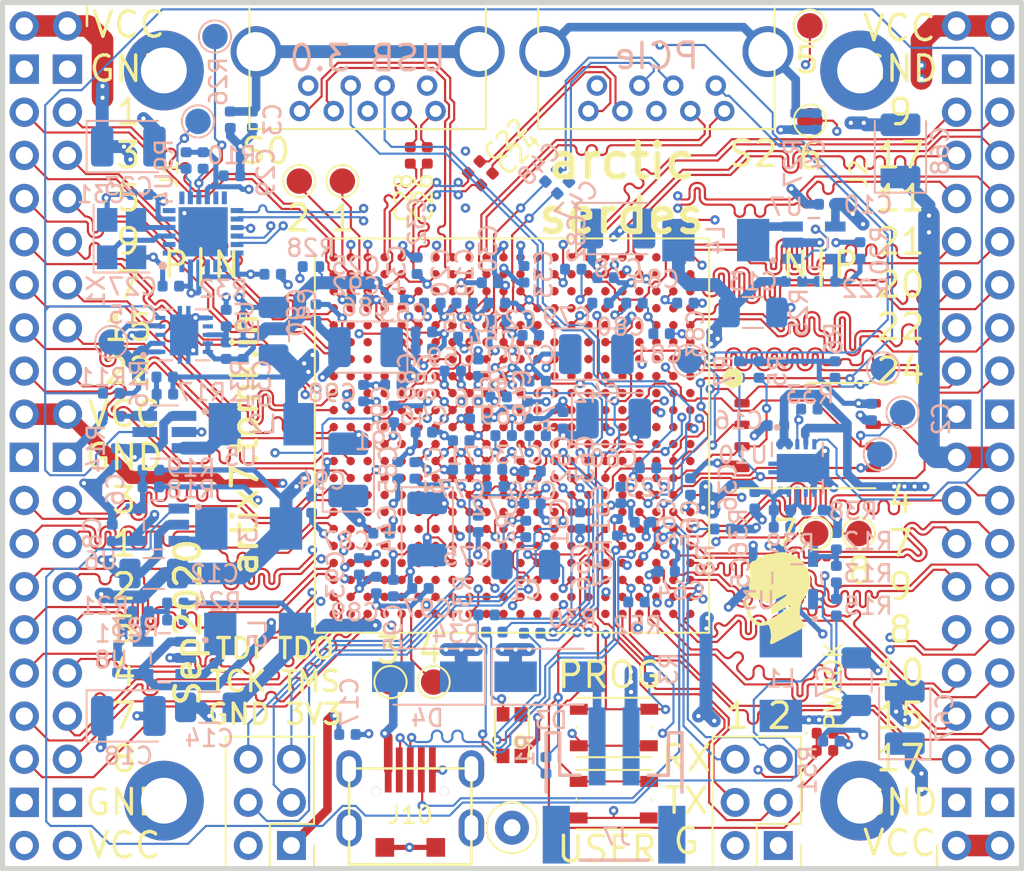
<source format=kicad_pcb>
(kicad_pcb (version 20171130) (host pcbnew 5.1.7-a382d34a8~87~ubuntu20.04.1)
  (layers (0 F.Cu signal hide) (1 Gnd.Cu power hide) (2 Pwr.Cu power hide) (31 B.Cu signal) (34 B.Paste user hide) (35 F.Paste user hide) (36 B.SilkS user) (37 F.SilkS user hide) (38 B.Mask user hide) (39 F.Mask user hide) (44 Edge.Cuts user))
  (net 0 "")
  (net 1 GND)
  (net 2 +3V3)
  (net 3 +1V0)
  (net 4 +1V8)
  (net 5 VCC)
  (net 6 /artix7-pcie-v2-serdes/S0_TX_P)
  (net 7 /artix7-pcie-v2-serdes/S0_TX_N)
  (net 8 /TDI)
  (net 9 /TCK)
  (net 10 /TDO)
  (net 11 /TMS)
  (net 12 /artix7-pcie-v2-serdes/S0_RX_P)
  (net 13 /artix7-pcie-v2-serdes/S0_RX_N)
  (net 14 /DONE)
  (net 15 /INIT_B)
  (net 16 /PROG_B)
  (net 17 /CFG_FLASH_WP_D2)
  (net 18 /CFG_FLASH_CS)
  (net 19 /CFG_FLASH_HOLD_D3)
  (net 20 /CFG_FLASH_MISO_D1)
  (net 21 /CFG_FLASH_MOSI_D0)
  (net 22 /SPI_FLASH_CLK)
  (net 23 /artix7-pcie-v2-serdes/S0_TX_C_P)
  (net 24 /artix7-pcie-v2-serdes/S0_TX_C_N)
  (net 25 /artix7-pcie-v2-bank34/IO_L8_34_P)
  (net 26 /artix7-pcie-v2-bank34/IO_L8_34_N)
  (net 27 /artix7-pcie-v2-bank34/IO_L7_34_P)
  (net 28 /artix7-pcie-v2-bank34/IO_L7_34_N)
  (net 29 /artix7-pcie-v2-bank34/IO_L4_34_P)
  (net 30 /artix7-pcie-v2-bank34/IO_L4_34_N)
  (net 31 /artix7-pcie-v2-bank34/IO_L5_34_P)
  (net 32 /artix7-pcie-v2-bank34/IO_L5_34_N)
  (net 33 /artix7-pcie-v2-bank34/IO_L2_34_P)
  (net 34 /artix7-pcie-v2-bank34/IO_L2_34_N)
  (net 35 /artix7-pcie-v2-bank34/IO_L1_34_P)
  (net 36 /artix7-pcie-v2-bank34/IO_L1_34_N)
  (net 37 /artix7-pcie-v2-bank34/IO_L15_35_P)
  (net 38 /artix7-pcie-v2-bank34/IO_L15_35_N)
  (net 39 /artix7-pcie-v2-bank34/IO_L9_35_P)
  (net 40 /artix7-pcie-v2-bank34/IO_L9_35_N)
  (net 41 /artix7-pcie-v2-bank34/IO_L7_35_P)
  (net 42 /artix7-pcie-v2-bank34/IO_L7_35_N)
  (net 43 /artix7-pcie-v2-bank34/IO_L3_35_P)
  (net 44 /artix7-pcie-v2-bank34/IO_L3_35_N)
  (net 45 /artix7-pcie-v2-bank34/IO_L22_35_P)
  (net 46 /artix7-pcie-v2-bank34/IO_L22_35_N)
  (net 47 /artix7-pcie-v2-bank14/IO_L11_16_P)
  (net 48 /artix7-pcie-v2-bank14/IO_L11_16_N)
  (net 49 /artix7-pcie-v2-bank14/IO_L17_16_P)
  (net 50 /artix7-pcie-v2-bank14/IO_L17_16_N)
  (net 51 /artix7-pcie-v2-bank14/IO_L21_16_P)
  (net 52 /artix7-pcie-v2-bank14/IO_L21_16_N)
  (net 53 /artix7-pcie-v2-bank14/IO_L20_16_P)
  (net 54 /artix7-pcie-v2-bank14/IO_L20_16_N)
  (net 55 /artix7-pcie-v2-bank14/IO_L24_16_P)
  (net 56 /artix7-pcie-v2-bank14/IO_L24_16_N)
  (net 57 /artix7-pcie-v2-bank14/IO_L22_16_P)
  (net 58 /artix7-pcie-v2-bank14/IO_L22_16_N)
  (net 59 /artix7-pcie-v2-bank14/IO_L17_14_P)
  (net 60 /artix7-pcie-v2-bank14/IO_L17_14_N)
  (net 61 /artix7-pcie-v2-bank14/IO_L7_14_P)
  (net 62 /artix7-pcie-v2-bank14/IO_L7_14_N)
  (net 63 /artix7-pcie-v2-bank14/IO_L9_14_P)
  (net 64 /artix7-pcie-v2-bank14/IO_L9_14_N)
  (net 65 /artix7-pcie-v2-bank14/IO_L10_14_P)
  (net 66 /artix7-pcie-v2-bank14/IO_L10_14_N)
  (net 67 /artix7-pcie-v2-bank14/IO_L15_14_P)
  (net 68 /artix7-pcie-v2-bank14/IO_L15_14_N)
  (net 69 /artix7-pcie-v2-bank14/IO_L4_14_P)
  (net 70 /artix7-pcie-v2-bank14/IO_L4_14_N)
  (net 71 /artix7-pcie-v2-bank14/IO_L8_14_P)
  (net 72 /artix7-pcie-v2-bank14/IO_L8_14_N)
  (net 73 /artix7-pcie-v2-bank15/VCCO_15)
  (net 74 "Net-(TP1-Pad1)")
  (net 75 "Net-(TP2-Pad1)")
  (net 76 "Net-(TP3-Pad1)")
  (net 77 "Net-(TP4-Pad1)")
  (net 78 "Net-(TP7-Pad1)")
  (net 79 "Net-(TP8-Pad1)")
  (net 80 "Net-(D2-Pad4)")
  (net 81 "Net-(D2-Pad3)")
  (net 82 "Net-(D2-Pad1)")
  (net 83 /VCC_IN)
  (net 84 /artix7-pcie-v2-bank34/IO_L3_34_P)
  (net 85 /artix7-pcie-v2-bank34/IO_L3_34_N)
  (net 86 /artix7-pcie-v2-bank14/IO_L16_14_P)
  (net 87 /artix7-pcie-v2-bank14/IO_L16_14_N)
  (net 88 /artix7-pcie-v2-bank14/IO_L18_14_P)
  (net 89 /artix7-pcie-v2-bank14/VCCO_13)
  (net 90 /artix7-pcie-v2-bank14/IO_L12_14_P)
  (net 91 /artix7-pcie-v2-bank14/IO_L12_14_N)
  (net 92 /S0_USB2_P)
  (net 93 /S0_USB2_N)
  (net 94 /S0_USB2_PULLUP)
  (net 95 /artix7-pcie-v2-bank14/IO_L19_14_P)
  (net 96 /artix7-pcie-v2-bank14/IO_L22_14_P)
  (net 97 /artix7-pcie-v2-bank14/IO_L24_14_P)
  (net 98 "Net-(TP5-Pad1)")
  (net 99 "Net-(TP6-Pad1)")
  (net 100 /artix7-pcie-v2-bank14/IO_L14_14_P)
  (net 101 /artix7-pcie-v2-bank14/IO_L14_14_N)
  (net 102 /artix7-pcie-v2-bank14/IO_L18_14_N)
  (net 103 /VBUS)
  (net 104 /artix7-pcie-v2-serdes/MGT_REFCLK0_P)
  (net 105 /artix7-pcie-v2-serdes/MGT_REFCLK0_N)
  (net 106 /VCCO_34)
  (net 107 /VCCO_16)
  (net 108 /CLK_SDA)
  (net 109 /CLK_SCL)
  (net 110 /Power/PG_1.0V)
  (net 111 /Power/FB_1.0V)
  (net 112 /MGTAVTT)
  (net 113 /Power/PG_1.8V)
  (net 114 /Power/FB_1.8V)
  (net 115 /Power/FB_3.3V)
  (net 116 /XIN)
  (net 117 /XOUT)
  (net 118 /CLKIN_P)
  (net 119 /CLKIN_N)
  (net 120 /PCIE_WAKE)
  (net 121 /PCIE_PERST)
  (net 122 /artix7-pcie-v2-bank14/PUDC_14)
  (net 123 /artix7-pcie-v2-serdes/MGTRREF)
  (net 124 "Net-(D5-Pad2)")
  (net 125 /artix7-pcie-v2-bank14/IO_L11_14_P)
  (net 126 /artix7-pcie-v2-serdes/MGTREFCLK1_P)
  (net 127 /artix7-pcie-v2-serdes/MGTREFCLK1_N)
  (net 128 /artix7-pcie-v2-serdes/S2_TX_P)
  (net 129 /artix7-pcie-v2-serdes/S2_TX_C_P)
  (net 130 /artix7-pcie-v2-serdes/S2_TX_N)
  (net 131 /artix7-pcie-v2-serdes/S2_TX_C_N)
  (net 132 /artix7-pcie-v2-serdes/MGTREFCLK1_C_P)
  (net 133 /artix7-pcie-v2-serdes/MGTREFCLK1_C_N)
  (net 134 /artix7-pcie-v2-serdes/S2_RX_P)
  (net 135 /artix7-pcie-v2-serdes/S2_RX_N)
  (net 136 /artix7-pcie-v2-bank34/IO_L1_35_P)
  (net 137 /artix7-pcie-v2-bank34/IO_L1_35_N)
  (net 138 /artix7-pcie-v2-bank14/IO_L9_16_P)
  (net 139 /artix7-pcie-v2-bank14/IO_L9_16_N)
  (net 140 /artix7-pcie-v2-bank34/IO_L5_35_P)
  (net 141 /artix7-pcie-v2-bank34/IO_L5_35_N)
  (net 142 "Net-(C3-Pad1)")
  (net 143 "Net-(C4-Pad1)")
  (net 144 /Power/VCCBRAM)
  (net 145 "Net-(R13-Pad1)")
  (net 146 "Net-(R22-Pad1)")
  (net 147 /Power/FB_VCCO_34_35)
  (net 148 /Power/FB_VCCO_16)
  (net 149 /Power/FB_VCCBRAM)
  (net 150 /Power/FB_MGTAVTT)
  (net 151 /Power/SW_3.3V)
  (net 152 /Power/SW_VCCO_16)
  (net 153 /Power/SW_VCCBRAM)
  (net 154 /Power/SW_1.0V)
  (net 155 /Power/SW_VCCO_34_35)
  (module tom-passives:CP_EIA-3528-15_AVX-H (layer B.Cu) (at 118.498 103.32)
    (fp_text reference C18 (at 0 2.35) (layer B.SilkS) (effects (justify mirror)))
    (fp_text value 100uF/6.3V/X5R)
    (pad 2 smd roundrect (at 1.5375 0) (size 1.325 2.35) (layers B.Cu B.Paste B.Mask) (roundrect_rratio 0.1886784905660377) (net 1 GND))
    (pad 1 smd roundrect (at -1.5375 0) (size 1.325 2.35) (layers B.Cu B.Paste B.Mask) (roundrect_rratio 0.1886784905660377) (net 106 /VCCO_34))
  )
  (module tom-passives:CP_EIA-3528-15_AVX-H (layer B.Cu) (at 132.468 81.603 180)
    (fp_text reference C86 (at 0 2.35) (layer B.SilkS) (effects (justify mirror)))
    (fp_text value 100uF/6.3V/X5R)
    (pad 2 smd roundrect (at 1.5375 0 180) (size 1.325 2.35) (layers B.Cu B.Paste B.Mask) (roundrect_rratio 0.1886784905660377) (net 1 GND))
    (pad 1 smd roundrect (at -1.5375 0 180) (size 1.325 2.35) (layers B.Cu B.Paste B.Mask) (roundrect_rratio 0.1886784905660377) (net 106 /VCCO_34))
  )
  (module tom-passives:CP_EIA-3528-15_AVX-H (layer B.Cu) (at 131.452 88.8285 90)
    (fp_text reference C85 (at 0 2.35 90) (layer B.SilkS) (effects (justify mirror)))
    (fp_text value 100uF/6.3V/X5R)
    (pad 2 smd roundrect (at 1.5375 0 90) (size 1.325 2.35) (layers B.Cu B.Paste B.Mask) (roundrect_rratio 0.1886784905660377) (net 1 GND))
    (pad 1 smd roundrect (at -1.5375 0 90) (size 1.325 2.35) (layers B.Cu B.Paste B.Mask) (roundrect_rratio 0.1886784905660377) (net 106 /VCCO_34))
  )
  (module tom-passives:CP_EIA-3528-15_AVX-H (layer B.Cu) (at 147.327 74.618)
    (fp_text reference C78 (at 0 2.35) (layer B.SilkS) (effects (justify mirror)))
    (fp_text value 100uF/6.3V/X5R)
    (pad 2 smd roundrect (at 1.5375 0) (size 1.325 2.35) (layers B.Cu B.Paste B.Mask) (roundrect_rratio 0.1886784905660377) (net 1 GND))
    (pad 1 smd roundrect (at -1.5375 0) (size 1.325 2.35) (layers B.Cu B.Paste B.Mask) (roundrect_rratio 0.1886784905660377) (net 107 /VCCO_16))
  )
  (module tom-passives:CP_EIA-3528-15_AVX-H (layer B.Cu) (at 163.964 70.046 90)
    (fp_text reference C68 (at 0 2.35 90) (layer B.SilkS) (effects (justify mirror)))
    (fp_text value 100uF/6.3V/X5R)
    (pad 2 smd roundrect (at 1.5375 0 90) (size 1.325 2.35) (layers B.Cu B.Paste B.Mask) (roundrect_rratio 0.1886784905660377) (net 1 GND))
    (pad 1 smd roundrect (at -1.5375 0 90) (size 1.325 2.35) (layers B.Cu B.Paste B.Mask) (roundrect_rratio 0.1886784905660377) (net 107 /VCCO_16))
  )
  (module tom-passives:CP_EIA-3528-15_AVX-H (layer B.Cu) (at 164.218 103.41 90)
    (fp_text reference C67 (at 0 2.35 90) (layer B.SilkS) (effects (justify mirror)))
    (fp_text value 100uF/6.3V/X5R)
    (pad 2 smd roundrect (at 1.5375 0 90) (size 1.325 2.35) (layers B.Cu B.Paste B.Mask) (roundrect_rratio 0.1886784905660377) (net 1 GND))
    (pad 1 smd roundrect (at -1.5375 0 90) (size 1.325 2.35) (layers B.Cu B.Paste B.Mask) (roundrect_rratio 0.1886784905660377) (net 2 +3V3))
  )
  (module tom-passives:CP_EIA-3528-15_AVX-H (layer B.Cu) (at 147.073 85.81)
    (fp_text reference C60 (at 0 2.35) (layer B.SilkS) (effects (justify mirror)))
    (fp_text value 100uF/6.3V/X5R)
    (pad 2 smd roundrect (at 1.5375 0) (size 1.325 2.35) (layers B.Cu B.Paste B.Mask) (roundrect_rratio 0.1886784905660377) (net 1 GND))
    (pad 1 smd roundrect (at -1.5375 0) (size 1.325 2.35) (layers B.Cu B.Paste B.Mask) (roundrect_rratio 0.1886784905660377) (net 2 +3V3))
  )
  (module tom-passives:CP_EIA-3528-15_AVX-H (layer B.Cu) (at 136.1 92.31 270)
    (fp_text reference C44 (at 0 2.35 90) (layer B.SilkS) (effects (justify mirror)))
    (fp_text value 100uF/6.3V/X5R)
    (pad 2 smd roundrect (at 1.5375 0 270) (size 1.325 2.35) (layers B.Cu B.Paste B.Mask) (roundrect_rratio 0.1886784905660377) (net 1 GND))
    (pad 1 smd roundrect (at -1.5375 0 270) (size 1.325 2.35) (layers B.Cu B.Paste B.Mask) (roundrect_rratio 0.1886784905660377) (net 3 +1V0))
  )
  (module tom-passives:CP_EIA-3528-15_AVX-H (layer B.Cu) (at 146.057 82.01)
    (fp_text reference C42 (at 0 2.35) (layer B.SilkS) (effects (justify mirror)))
    (fp_text value 100uF/6.3V/X5R)
    (pad 2 smd roundrect (at 1.5375 0) (size 1.325 2.35) (layers B.Cu B.Paste B.Mask) (roundrect_rratio 0.1886784905660377) (net 1 GND))
    (pad 1 smd roundrect (at -1.5375 0) (size 1.325 2.35) (layers B.Cu B.Paste B.Mask) (roundrect_rratio 0.1886784905660377) (net 4 +1V8))
  )
  (module tom-passives:CP_EIA-3528-15_AVX-H (layer B.Cu) (at 118.498 69.792)
    (fp_text reference C23 (at 0 2.35) (layer B.SilkS) (effects (justify mirror)))
    (fp_text value 100uF/6.3V/X5R)
    (pad 2 smd roundrect (at 1.5375 0) (size 1.325 2.35) (layers B.Cu B.Paste B.Mask) (roundrect_rratio 0.1886784905660377) (net 1 GND))
    (pad 1 smd roundrect (at -1.5375 0) (size 1.325 2.35) (layers B.Cu B.Paste B.Mask) (roundrect_rratio 0.1886784905660377) (net 106 /VCCO_34))
  )
  (module artix7-pcie-v2:SOT95P280X145-5N (layer B.Cu) (at 120.62 99.9 180)
    (fp_text reference U8 (at 3.138 -0.118) (layer B.SilkS) (effects (justify mirror)))
    (fp_text value TLV62569DBVR)
    (pad 5 smd rect (at 1.255 0.95 180) (size 1.21 0.59) (layers B.Cu B.Paste B.Mask) (net 149 /Power/FB_VCCBRAM))
    (pad 4 smd rect (at 1.255 -0.95 180) (size 1.21 0.59) (layers B.Cu B.Paste B.Mask) (net 5 VCC))
    (pad 3 smd rect (at -1.255 -0.95 180) (size 1.21 0.59) (layers B.Cu B.Paste B.Mask) (net 153 /Power/SW_VCCBRAM))
    (pad 2 smd rect (at -1.255 0 180) (size 1.21 0.59) (layers B.Cu B.Paste B.Mask) (net 1 GND))
    (pad 1 smd rect (at -1.255 0.95 180) (size 1.21 0.59) (layers B.Cu B.Paste B.Mask) (net 5 VCC))
  )
  (module artix7-pcie-v2:SOT95P280X145-5N (layer B.Cu) (at 158.87 75.45)
    (fp_text reference U7 (at -1.637 -2.102) (layer B.SilkS) (effects (justify mirror)))
    (fp_text value TLV62569DBVR)
    (pad 5 smd rect (at 1.255 0.95) (size 1.21 0.59) (layers B.Cu B.Paste B.Mask) (net 148 /Power/FB_VCCO_16))
    (pad 4 smd rect (at 1.255 -0.95) (size 1.21 0.59) (layers B.Cu B.Paste B.Mask) (net 5 VCC))
    (pad 3 smd rect (at -1.255 -0.95) (size 1.21 0.59) (layers B.Cu B.Paste B.Mask) (net 152 /Power/SW_VCCO_16))
    (pad 2 smd rect (at -1.255 0) (size 1.21 0.59) (layers B.Cu B.Paste B.Mask) (net 1 GND))
    (pad 1 smd rect (at -1.255 0.95) (size 1.21 0.59) (layers B.Cu B.Paste B.Mask) (net 113 /Power/PG_1.8V))
  )
  (module artix7-pcie-v2:SOT95P280X145-5N (layer B.Cu) (at 120.212 92.06 180)
    (fp_text reference U6 (at 3.365 -2.116) (layer B.SilkS) (effects (justify mirror)))
    (fp_text value TLV62569DBVR)
    (pad 5 smd rect (at 1.255 0.95 180) (size 1.21 0.59) (layers B.Cu B.Paste B.Mask) (net 147 /Power/FB_VCCO_34_35))
    (pad 4 smd rect (at 1.255 -0.95 180) (size 1.21 0.59) (layers B.Cu B.Paste B.Mask) (net 5 VCC))
    (pad 3 smd rect (at -1.255 -0.95 180) (size 1.21 0.59) (layers B.Cu B.Paste B.Mask) (net 155 /Power/SW_VCCO_34_35))
    (pad 2 smd rect (at -1.255 0 180) (size 1.21 0.59) (layers B.Cu B.Paste B.Mask) (net 1 GND))
    (pad 1 smd rect (at -1.255 0.95 180) (size 1.21 0.59) (layers B.Cu B.Paste B.Mask) (net 113 /Power/PG_1.8V))
  )
  (module artix7-pcie-v2:SOT95P280X145-5N (layer B.Cu) (at 157.868 95.192 90)
    (fp_text reference U3 (at -1.33 -2.288 180) (layer B.SilkS) (effects (justify mirror)))
    (fp_text value TLV62569DBVR)
    (pad 5 smd rect (at 1.255 0.95 90) (size 1.21 0.59) (layers B.Cu B.Paste B.Mask) (net 115 /Power/FB_3.3V))
    (pad 4 smd rect (at 1.255 -0.95 90) (size 1.21 0.59) (layers B.Cu B.Paste B.Mask) (net 5 VCC))
    (pad 3 smd rect (at -1.255 -0.95 90) (size 1.21 0.59) (layers B.Cu B.Paste B.Mask) (net 151 /Power/SW_3.3V))
    (pad 2 smd rect (at -1.255 0 90) (size 1.21 0.59) (layers B.Cu B.Paste B.Mask) (net 1 GND))
    (pad 1 smd rect (at -1.255 0.95 90) (size 1.21 0.59) (layers B.Cu B.Paste B.Mask) (net 113 /Power/PG_1.8V))
  )
  (module artix7-pcie-v2:SOT95P280X110-6N (layer B.Cu) (at 120.62 86.6 180)
    (fp_text reference U5 (at -4.482 -1.48) (layer B.SilkS) (effects (justify mirror)))
    (fp_text value TLV62569PDDCR)
    (pad 6 smd rect (at 1.155 0.95 180) (size 1.45 0.59) (layers B.Cu B.Paste B.Mask) (net 111 /Power/FB_1.0V))
    (pad 5 smd rect (at 1.155 0 180) (size 1.45 0.59) (layers B.Cu B.Paste B.Mask) (net 110 /Power/PG_1.0V))
    (pad 4 smd rect (at 1.155 -0.95 180) (size 1.45 0.59) (layers B.Cu B.Paste B.Mask) (net 5 VCC))
    (pad 3 smd rect (at -1.155 -0.95 180) (size 1.45 0.59) (layers B.Cu B.Paste B.Mask) (net 154 /Power/SW_1.0V))
    (pad 2 smd rect (at -1.155 0 180) (size 1.45 0.59) (layers B.Cu B.Paste B.Mask) (net 1 GND))
    (pad 1 smd rect (at -1.155 0.95 180) (size 1.45 0.59) (layers B.Cu B.Paste B.Mask) (net 5 VCC))
  )
  (module artix7-pcie-v2:16624-01YE (layer B.Cu) (at 157.89 88.72 270)
    (fp_text reference U10 (at -0.767 3.197) (layer B.SilkS) (effects (justify mirror)))
    (fp_text value TPS74701DRCR)
    (fp_poly (pts (xy -0.825 1.2) (xy -0.375 1.2) (xy -0.375 1.7) (xy -0.125 1.7) (xy -0.125 1.2) (xy 0.125 1.2) (xy 0.125 1.7) (xy 0.375 1.7) (xy 0.375 1.2) (xy 0.825 1.2) (xy 0.825 -1.2) (xy 0.375 -1.2) (xy 0.375 -1.7) (xy 0.125 -1.7) (xy 0.125 -1.2) (xy -0.125 -1.2) (xy -0.125 -1.7) (xy -0.375 -1.7) (xy -0.375 -1.2) (xy -0.825 -1.2)) (layer B.Cu) (width 0.01))
    (pad 1 smd rect (at -1.4 1 270) (size 0.6 0.24) (layers B.Cu B.Paste) (net 5 VCC))
    (pad 2 smd rect (at -1.4 0.5 270) (size 0.6 0.24) (layers B.Cu B.Paste) (net 5 VCC))
    (pad 3 smd rect (at -1.4 0 270) (size 0.6 0.24) (layers B.Cu B.Paste) (net 113 /Power/PG_1.8V))
    (pad 4 smd rect (at -1.4 -0.5 270) (size 0.6 0.24) (layers B.Cu B.Paste) (net 5 VCC))
    (pad 5 smd rect (at -1.4 -1 270) (size 0.6 0.24) (layers B.Cu B.Paste) (net 110 /Power/PG_1.0V))
    (pad 6 smd rect (at 1.4 -1 270) (size 0.6 0.24) (layers B.Cu B.Paste) (net 1 GND))
    (pad 7 smd rect (at 1.4 -0.5 270) (size 0.6 0.24) (layers B.Cu B.Paste))
    (pad 8 smd rect (at 1.4 0 270) (size 0.6 0.24) (layers B.Cu B.Paste) (net 114 /Power/FB_1.8V))
    (pad 9 smd rect (at 1.4 0.5 270) (size 0.6 0.24) (layers B.Cu B.Paste) (net 4 +1V8))
    (pad 10 smd rect (at 1.4 1 270) (size 0.6 0.24) (layers B.Cu B.Paste) (net 4 +1V8))
    (pad 11 smd rect (at 0 0 270) (size 1.65 2.4) (layers B.Cu) (net 1 GND))
  )
  (module artix7-pcie-v2:16624-01YE (layer B.Cu) (at 121.78 80.88)
    (fp_text reference U9 (at 3.576 -1.055 90) (layer B.SilkS) (effects (justify mirror)))
    (fp_text value TPS74701DRCR)
    (fp_poly (pts (xy -0.825 1.2) (xy -0.375 1.2) (xy -0.375 1.7) (xy -0.125 1.7) (xy -0.125 1.2) (xy 0.125 1.2) (xy 0.125 1.7) (xy 0.375 1.7) (xy 0.375 1.2) (xy 0.825 1.2) (xy 0.825 -1.2) (xy 0.375 -1.2) (xy 0.375 -1.7) (xy 0.125 -1.7) (xy 0.125 -1.2) (xy -0.125 -1.2) (xy -0.125 -1.7) (xy -0.375 -1.7) (xy -0.375 -1.2) (xy -0.825 -1.2)) (layer B.Cu) (width 0.01))
    (pad 1 smd rect (at -1.4 1) (size 0.6 0.24) (layers B.Cu B.Paste) (net 5 VCC))
    (pad 2 smd rect (at -1.4 0.5) (size 0.6 0.24) (layers B.Cu B.Paste) (net 5 VCC))
    (pad 3 smd rect (at -1.4 0) (size 0.6 0.24) (layers B.Cu B.Paste))
    (pad 4 smd rect (at -1.4 -0.5) (size 0.6 0.24) (layers B.Cu B.Paste) (net 5 VCC))
    (pad 5 smd rect (at -1.4 -1) (size 0.6 0.24) (layers B.Cu B.Paste) (net 110 /Power/PG_1.0V))
    (pad 6 smd rect (at 1.4 -1) (size 0.6 0.24) (layers B.Cu B.Paste) (net 1 GND))
    (pad 7 smd rect (at 1.4 -0.5) (size 0.6 0.24) (layers B.Cu B.Paste))
    (pad 8 smd rect (at 1.4 0) (size 0.6 0.24) (layers B.Cu B.Paste) (net 150 /Power/FB_MGTAVTT))
    (pad 9 smd rect (at 1.4 0.5) (size 0.6 0.24) (layers B.Cu B.Paste) (net 112 /MGTAVTT))
    (pad 10 smd rect (at 1.4 1) (size 0.6 0.24) (layers B.Cu B.Paste) (net 112 /MGTAVTT))
    (pad 11 smd rect (at 0 0) (size 1.65 2.4) (layers B.Cu) (net 1 GND))
  )
  (module tom-passives:L_MWSA0518S (layer B.Cu) (at 126.11 98.49)
    (fp_text reference L5 (at 0 0 -90) (layer B.SilkS) (effects (justify mirror)))
    (fp_text value 2.2uH/4.5A hide)
    (pad 2 smd rect (at 2.2 0) (size 1.9 2.5) (layers B.Cu B.Paste B.Mask) (net 144 /Power/VCCBRAM))
    (pad 1 smd rect (at -2.2 0) (size 1.9 2.5) (layers B.Cu B.Paste B.Mask) (net 153 /Power/SW_VCCBRAM))
  )
  (module tom-passives:L_MWSA0518S (layer B.Cu) (at 153.09 75.3 180)
    (fp_text reference L4 (at 0 0 270) (layer B.SilkS) (effects (justify mirror)))
    (fp_text value 2.2uH/4.5A hide)
    (pad 2 smd rect (at 2.2 0 180) (size 1.9 2.5) (layers B.Cu B.Paste B.Mask) (net 107 /VCCO_16))
    (pad 1 smd rect (at -2.2 0 180) (size 1.9 2.5) (layers B.Cu B.Paste B.Mask) (net 152 /Power/SW_VCCO_16))
  )
  (module tom-passives:L_MWSA0518S (layer B.Cu) (at 125.582 92.28)
    (fp_text reference L3 (at 0 0 -90) (layer B.SilkS) (effects (justify mirror)))
    (fp_text value 2.2uH/4.5A hide)
    (pad 2 smd rect (at 2.2 0) (size 1.9 2.5) (layers B.Cu B.Paste B.Mask) (net 106 /VCCO_34))
    (pad 1 smd rect (at -2.2 0) (size 1.9 2.5) (layers B.Cu B.Paste B.Mask) (net 155 /Power/SW_VCCO_34_35))
  )
  (module tom-passives:L_MWSA0518S (layer B.Cu) (at 126.38 86.14)
    (fp_text reference L2 (at 0 0) (layer B.SilkS) (effects (justify mirror)))
    (fp_text value 2.2uH/4.5A hide)
    (pad 2 smd rect (at 2.2 0) (size 1.9 2.5) (layers B.Cu B.Paste B.Mask) (net 3 +1V0))
    (pad 1 smd rect (at -2.2 0) (size 1.9 2.5) (layers B.Cu B.Paste B.Mask) (net 154 /Power/SW_1.0V))
  )
  (module tom-passives:L_MWSA0518S (layer B.Cu) (at 156.92 101.12 270)
    (fp_text reference L1 (at 0 0 180) (layer B.SilkS) (effects (justify mirror)))
    (fp_text value 2.2uH/4.5A hide)
    (pad 2 smd rect (at 2.2 0 270) (size 1.9 2.5) (layers B.Cu B.Paste B.Mask) (net 2 +3V3))
    (pad 1 smd rect (at -2.2 0 270) (size 1.9 2.5) (layers B.Cu B.Paste B.Mask) (net 151 /Power/SW_3.3V))
  )
  (module tom-passives:R_0402_1005Metric (layer B.Cu) (at 156.99 92.21)
    (fp_text reference R39 (at 0.497 0.95) (layer B.SilkS) (effects (justify mirror)))
    (fp_text value 330k/1%)
    (pad 2 smd roundrect (at 0.485 0) (size 0.59 0.64) (layers B.Cu B.Paste B.Mask) (net 114 /Power/FB_1.8V))
    (pad 1 smd roundrect (at -0.485 0) (size 0.59 0.64) (layers B.Cu B.Paste B.Mask) (net 4 +1V8))
  )
  (module tom-passives:R_0402_1005Metric (layer B.Cu) (at 158.91 91.2)
    (fp_text reference R38 (at 2.26 0.055) (layer B.SilkS) (effects (justify mirror)))
    (fp_text value 100k/1%)
    (pad 2 smd roundrect (at 0.485 0) (size 0.59 0.64) (layers B.Cu B.Paste B.Mask) (net 1 GND))
    (pad 1 smd roundrect (at -0.485 0) (size 0.59 0.64) (layers B.Cu B.Paste B.Mask) (net 114 /Power/FB_1.8V))
  )
  (module tom-passives:R_0402_1005Metric (layer B.Cu) (at 156.99 91.2)
    (fp_text reference R36 (at -2.551 1.325 270) (layer B.SilkS) (effects (justify mirror)))
    (fp_text value 200k/1%)
    (pad 2 smd roundrect (at 0.485 0) (size 0.59 0.64) (layers B.Cu B.Paste B.Mask) (net 114 /Power/FB_1.8V))
    (pad 1 smd roundrect (at -0.485 0) (size 0.59 0.64) (layers B.Cu B.Paste B.Mask) (net 4 +1V8))
  )
  (module tom-passives:R_0402_1005Metric (layer B.Cu) (at 158.6 85.25 180)
    (fp_text reference R33 (at -0.03 0.853) (layer B.SilkS) (effects (justify mirror)))
    (fp_text value 100k/1%)
    (pad 2 smd roundrect (at 0.485 0 180) (size 0.59 0.64) (layers B.Cu B.Paste B.Mask) (net 113 /Power/PG_1.8V))
    (pad 1 smd roundrect (at -0.485 0 180) (size 0.59 0.64) (layers B.Cu B.Paste B.Mask) (net 5 VCC))
  )
  (module tom-passives:R_0402_1005Metric (layer B.Cu) (at 124.26 79.89 90)
    (fp_text reference R32 (at 1.716 -0.174 180) (layer B.SilkS) (effects (justify mirror)))
    (fp_text value 100k/1%)
    (pad 2 smd roundrect (at 0.485 0 90) (size 0.59 0.64) (layers B.Cu B.Paste B.Mask) (net 1 GND))
    (pad 1 smd roundrect (at -0.485 0 90) (size 0.59 0.64) (layers B.Cu B.Paste B.Mask) (net 150 /Power/FB_MGTAVTT))
  )
  (module tom-passives:R_0402_1005Metric (layer B.Cu) (at 124.26 81.81 90)
    (fp_text reference R31 (at -1.952 0.842 90) (layer B.SilkS) (effects (justify mirror)))
    (fp_text value 150k/1%)
    (pad 2 smd roundrect (at 0.485 0 90) (size 0.59 0.64) (layers B.Cu B.Paste B.Mask) (net 150 /Power/FB_MGTAVTT))
    (pad 1 smd roundrect (at -0.485 0 90) (size 0.59 0.64) (layers B.Cu B.Paste B.Mask) (net 112 /MGTAVTT))
  )
  (module tom-passives:R_0402_1005Metric (layer B.Cu) (at 157.69 77.73)
    (fp_text reference R25 (at 0.305 1.841 90) (layer B.SilkS) (effects (justify mirror)))
    (fp_text value 18k/1%)
    (pad 2 smd roundrect (at 0.485 0) (size 0.59 0.64) (layers B.Cu B.Paste B.Mask) (net 146 "Net-(R22-Pad1)"))
    (pad 1 smd roundrect (at -0.485 0) (size 0.59 0.64) (layers B.Cu B.Paste B.Mask) (net 107 /VCCO_16))
  )
  (module tom-passives:R_0402_1005Metric (layer B.Cu) (at 121.27 96.67 180)
    (fp_text reference R24 (at -2.435 0.081) (layer B.SilkS) (effects (justify mirror)))
    (fp_text value 100k/1%)
    (pad 2 smd roundrect (at 0.485 0 180) (size 0.59 0.64) (layers B.Cu B.Paste B.Mask) (net 149 /Power/FB_VCCBRAM))
    (pad 1 smd roundrect (at -0.485 0 180) (size 0.59 0.64) (layers B.Cu B.Paste B.Mask) (net 144 /Power/VCCBRAM))
  )
  (module tom-passives:R_0402_1005Metric (layer B.Cu) (at 121.27 97.67 180)
    (fp_text reference R23 (at 2.391 -0.443) (layer B.SilkS) (effects (justify mirror)))
    (fp_text value 200k/1%)
    (pad 2 smd roundrect (at 0.485 0 180) (size 0.59 0.64) (layers B.Cu B.Paste B.Mask) (net 149 /Power/FB_VCCBRAM))
    (pad 1 smd roundrect (at -0.485 0 180) (size 0.59 0.64) (layers B.Cu B.Paste B.Mask) (net 144 /Power/VCCBRAM))
  )
  (module tom-passives:R_0402_1005Metric (layer B.Cu) (at 159.64 77.73)
    (fp_text reference R22 (at 2.292 0.444) (layer B.SilkS) (effects (justify mirror)))
    (fp_text value 300k/1%)
    (pad 2 smd roundrect (at 0.485 0) (size 0.59 0.64) (layers B.Cu B.Paste B.Mask) (net 148 /Power/FB_VCCO_16))
    (pad 1 smd roundrect (at -0.485 0) (size 0.59 0.64) (layers B.Cu B.Paste B.Mask) (net 146 "Net-(R22-Pad1)"))
  )
  (module tom-passives:R_0402_1005Metric (layer B.Cu) (at 119.22 97.17 180)
    (fp_text reference R21 (at 2.119 0.327) (layer B.SilkS) (effects (justify mirror)))
    (fp_text value 100k/1%)
    (pad 2 smd roundrect (at 0.485 0 180) (size 0.59 0.64) (layers B.Cu B.Paste B.Mask) (net 1 GND))
    (pad 1 smd roundrect (at -0.485 0 180) (size 0.59 0.64) (layers B.Cu B.Paste B.Mask) (net 149 /Power/FB_VCCBRAM))
  )
  (module tom-passives:R_0402_1005Metric (layer B.Cu) (at 161.58 75.91 90)
    (fp_text reference R20 (at 0 1.17 90) (layer B.SilkS) (effects (justify mirror)))
    (fp_text value 100k/1%)
    (pad 2 smd roundrect (at 0.485 0 90) (size 0.59 0.64) (layers B.Cu B.Paste B.Mask) (net 1 GND))
    (pad 1 smd roundrect (at -0.485 0 90) (size 0.59 0.64) (layers B.Cu B.Paste B.Mask) (net 148 /Power/FB_VCCO_16))
  )
  (module tom-passives:R_0402_1005Metric (layer B.Cu) (at 119.822 88.84 180)
    (fp_text reference R19 (at -2.359 0.125) (layer B.SilkS) (effects (justify mirror)))
    (fp_text value 200k/1%)
    (pad 2 smd roundrect (at 0.485 0 180) (size 0.59 0.64) (layers B.Cu B.Paste B.Mask) (net 147 /Power/FB_VCCO_34_35))
    (pad 1 smd roundrect (at -0.485 0 180) (size 0.59 0.64) (layers B.Cu B.Paste B.Mask) (net 106 /VCCO_34))
  )
  (module tom-passives:R_0402_1005Metric (layer B.Cu) (at 119.822 89.83)
    (fp_text reference R18 (at 2.359 0.155) (layer B.SilkS) (effects (justify mirror)))
    (fp_text value 100k/1%)
    (pad 2 smd roundrect (at 0.485 0) (size 0.59 0.64) (layers B.Cu B.Paste B.Mask) (net 1 GND))
    (pad 1 smd roundrect (at -0.485 0) (size 0.59 0.64) (layers B.Cu B.Paste B.Mask) (net 147 /Power/FB_VCCO_34_35))
  )
  (module tom-passives:R_0402_1005Metric (layer B.Cu) (at 120.65 84.37 180)
    (fp_text reference R17 (at -2.166 0.1) (layer B.SilkS) (effects (justify mirror)))
    (fp_text value 100k/1%)
    (pad 2 smd roundrect (at 0.485 0 180) (size 0.59 0.64) (layers B.Cu B.Paste B.Mask) (net 111 /Power/FB_1.0V))
    (pad 1 smd roundrect (at -0.485 0 180) (size 0.59 0.64) (layers B.Cu B.Paste B.Mask) (net 3 +1V0))
  )
  (module tom-passives:R_0402_1005Metric (layer B.Cu) (at 120.64 83.36 180)
    (fp_text reference R16 (at 1.507 -0.402 90) (layer B.SilkS) (effects (justify mirror)))
    (fp_text value 200k/1%)
    (pad 2 smd roundrect (at 0.485 0 180) (size 0.59 0.64) (layers B.Cu B.Paste B.Mask) (net 111 /Power/FB_1.0V))
    (pad 1 smd roundrect (at -0.485 0 180) (size 0.59 0.64) (layers B.Cu B.Paste B.Mask) (net 3 +1V0))
  )
  (module tom-passives:R_0402_1005Metric (layer B.Cu) (at 160.19 96.92 90)
    (fp_text reference R15 (at 0.077 1.869 180) (layer B.SilkS) (effects (justify mirror)))
    (fp_text value 150k/1%)
    (pad 2 smd roundrect (at 0.485 0 90) (size 0.59 0.64) (layers B.Cu B.Paste B.Mask) (net 145 "Net-(R13-Pad1)"))
    (pad 1 smd roundrect (at -0.485 0 90) (size 0.59 0.64) (layers B.Cu B.Paste B.Mask) (net 2 +3V3))
  )
  (module tom-passives:R_0402_1005Metric (layer B.Cu) (at 117.49 85.67 180)
    (fp_text reference R14 (at 0.897 -1.902 90) (layer B.SilkS) (effects (justify mirror)))
    (fp_text value 100k/1%)
    (pad 2 smd roundrect (at 0.485 0 180) (size 0.59 0.64) (layers B.Cu B.Paste B.Mask) (net 1 GND))
    (pad 1 smd roundrect (at -0.485 0 180) (size 0.59 0.64) (layers B.Cu B.Paste B.Mask) (net 111 /Power/FB_1.0V))
  )
  (module tom-passives:R_0402_1005Metric (layer B.Cu) (at 160.19 94.97 90)
    (fp_text reference R13 (at 0.032 1.869 180) (layer B.SilkS) (effects (justify mirror)))
    (fp_text value 300k/1%)
    (pad 2 smd roundrect (at 0.485 0 90) (size 0.59 0.64) (layers B.Cu B.Paste B.Mask) (net 115 /Power/FB_3.3V))
    (pad 1 smd roundrect (at -0.485 0 90) (size 0.59 0.64) (layers B.Cu B.Paste B.Mask) (net 145 "Net-(R13-Pad1)"))
  )
  (module tom-passives:R_0402_1005Metric (layer B.Cu) (at 160.19 93.03 90)
    (fp_text reference R12 (at -0.003 1.869 180) (layer B.SilkS) (effects (justify mirror)))
    (fp_text value 100k/1%)
    (pad 2 smd roundrect (at 0.485 0 90) (size 0.59 0.64) (layers B.Cu B.Paste B.Mask) (net 1 GND))
    (pad 1 smd roundrect (at -0.485 0 90) (size 0.59 0.64) (layers B.Cu B.Paste B.Mask) (net 115 /Power/FB_3.3V))
  )
  (module tom-passives:R_0402_1005Metric (layer B.Cu) (at 117.49 84.32 180)
    (fp_text reference R11 (at 0.516 0.939) (layer B.SilkS) (effects (justify mirror)))
    (fp_text value 100k/1%)
    (pad 2 smd roundrect (at 0.485 0 180) (size 0.59 0.64) (layers B.Cu B.Paste B.Mask) (net 110 /Power/PG_1.0V))
    (pad 1 smd roundrect (at -0.485 0 180) (size 0.59 0.64) (layers B.Cu B.Paste B.Mask) (net 5 VCC))
  )
  (module tom-passives:C_0402_1005Metric (layer B.Cu) (at 155.39 90.62 90)
    (fp_text reference C36 (at 0.762 -1.586 270) (layer B.SilkS) (effects (justify mirror)))
    (fp_text value 4.7uF/10V/X5R)
    (pad 2 smd roundrect (at 0.485 0 90) (size 0.59 0.64) (layers B.Cu B.Paste B.Mask) (net 4 +1V8))
    (pad 1 smd roundrect (at -0.485 0 90) (size 0.59 0.64) (layers B.Cu B.Paste B.Mask) (net 1 GND))
  )
  (module tom-passives:C_0402_1005Metric (layer B.Cu) (at 125.26 81.81 270)
    (fp_text reference C35 (at 1.952 -1.112 270) (layer B.SilkS) (effects (justify mirror)))
    (fp_text value 4.7uF/10V/X5R)
    (pad 2 smd roundrect (at 0.485 0 270) (size 0.59 0.64) (layers B.Cu B.Paste B.Mask) (net 112 /MGTAVTT))
    (pad 1 smd roundrect (at -0.485 0 270) (size 0.59 0.64) (layers B.Cu B.Paste B.Mask) (net 1 GND))
  )
  (module tom-passives:C_0402_1005Metric (layer B.Cu) (at 156.63 86.22)
    (fp_text reference C16 (at -2.191 -0.299) (layer B.SilkS) (effects (justify mirror)))
    (fp_text value 4.7uF/10V/X5R)
    (pad 2 smd roundrect (at 0.485 0) (size 0.59 0.64) (layers B.Cu B.Paste B.Mask) (net 5 VCC))
    (pad 1 smd roundrect (at -0.485 0) (size 0.59 0.64) (layers B.Cu B.Paste B.Mask) (net 1 GND))
  )
  (module tom-passives:C_0402_1005Metric (layer B.Cu) (at 119.31 81.4 270)
    (fp_text reference C15 (at -1.702 0.558 180) (layer B.SilkS) (effects (justify mirror)))
    (fp_text value 4.7uF/10V/X5R)
    (pad 2 smd roundrect (at 0.485 0 270) (size 0.59 0.64) (layers B.Cu B.Paste B.Mask) (net 5 VCC))
    (pad 1 smd roundrect (at -0.485 0 270) (size 0.59 0.64) (layers B.Cu B.Paste B.Mask) (net 1 GND))
  )
  (module tom-passives:C_1206_3216Metric (layer B.Cu) (at 123.27 102.81)
    (fp_text reference C14 (at 0 1.82) (layer B.SilkS) (effects (justify mirror)))
    (fp_text value 47uF/10V/X7R)
    (pad 2 smd roundrect (at 1.4 0) (size 1.25 1.75) (layers B.Cu B.Paste B.Mask) (roundrect_rratio 0.2) (net 144 /Power/VCCBRAM))
    (pad 1 smd roundrect (at -1.4 0) (size 1.25 1.75) (layers B.Cu B.Paste B.Mask) (roundrect_rratio 0.2) (net 1 GND))
  )
  (module tom-passives:C_1206_3216Metric (layer B.Cu) (at 155.28 79.56 180)
    (fp_text reference C13 (at 0 1.82) (layer B.SilkS) (effects (justify mirror)))
    (fp_text value 10uF/25V/X7R)
    (pad 2 smd roundrect (at 1.4 0 180) (size 1.25 1.75) (layers B.Cu B.Paste B.Mask) (roundrect_rratio 0.2) (net 107 /VCCO_16))
    (pad 1 smd roundrect (at -1.4 0 180) (size 1.25 1.75) (layers B.Cu B.Paste B.Mask) (roundrect_rratio 0.2) (net 1 GND))
  )
  (module tom-passives:C_1206_3216Metric (layer B.Cu) (at 119.992 94.93)
    (fp_text reference C12 (at 3.586 0.008) (layer B.SilkS) (effects (justify mirror)))
    (fp_text value 47uF/10V/X7R)
    (pad 2 smd roundrect (at 1.4 0) (size 1.25 1.75) (layers B.Cu B.Paste B.Mask) (roundrect_rratio 0.2) (net 106 /VCCO_34))
    (pad 1 smd roundrect (at -1.4 0) (size 1.25 1.75) (layers B.Cu B.Paste B.Mask) (roundrect_rratio 0.2) (net 1 GND))
  )
  (module tom-passives:C_0402_1005Metric (layer B.Cu) (at 117.863 100.272 270)
    (fp_text reference C11 (at -1.793 -0.098 180) (layer B.SilkS) (effects (justify mirror)))
    (fp_text value 4.7uF/10V/X5R)
    (pad 2 smd roundrect (at 0.485 0 270) (size 0.59 0.64) (layers B.Cu B.Paste B.Mask) (net 5 VCC))
    (pad 1 smd roundrect (at -0.485 0 270) (size 0.59 0.64) (layers B.Cu B.Paste B.Mask) (net 1 GND))
  )
  (module tom-passives:C_0402_1005Metric (layer B.Cu) (at 159.65 73.19)
    (fp_text reference C10 (at 2.409 0.031) (layer B.SilkS) (effects (justify mirror)))
    (fp_text value 4.7uF/10V/X5R)
    (pad 2 smd roundrect (at 0.485 0) (size 0.59 0.64) (layers B.Cu B.Paste B.Mask) (net 5 VCC))
    (pad 1 smd roundrect (at -0.485 0) (size 0.59 0.64) (layers B.Cu B.Paste B.Mask) (net 1 GND))
  )
  (module tom-passives:C_1206_3216Metric (layer B.Cu) (at 127.05 80.66 270)
    (fp_text reference C9 (at -1.597 -1.989 90) (layer B.SilkS) (effects (justify mirror)))
    (fp_text value 47uF/10V/X7R)
    (pad 2 smd roundrect (at 1.4 0 270) (size 1.25 1.75) (layers B.Cu B.Paste B.Mask) (roundrect_rratio 0.2) (net 3 +1V0))
    (pad 1 smd roundrect (at -1.4 0 270) (size 1.25 1.75) (layers B.Cu B.Paste B.Mask) (roundrect_rratio 0.2) (net 1 GND))
  )
  (module tom-passives:C_0402_1005Metric (layer B.Cu) (at 117.552 92.54 270)
    (fp_text reference C8 (at 0 1.17 90) (layer B.SilkS) (effects (justify mirror)))
    (fp_text value 4.7uF/10V/X5R)
    (pad 2 smd roundrect (at 0.485 0 270) (size 0.59 0.64) (layers B.Cu B.Paste B.Mask) (net 5 VCC))
    (pad 1 smd roundrect (at -0.485 0 270) (size 0.59 0.64) (layers B.Cu B.Paste B.Mask) (net 1 GND))
  )
  (module tom-passives:C_1206_3216Metric (layer B.Cu) (at 161.36 101.3 270)
    (fp_text reference C7 (at 0 1.82 90) (layer B.SilkS) (effects (justify mirror)))
    (fp_text value 10uF/25V/X7R)
    (pad 2 smd roundrect (at 1.4 0 270) (size 1.25 1.75) (layers B.Cu B.Paste B.Mask) (roundrect_rratio 0.2) (net 2 +3V3))
    (pad 1 smd roundrect (at -1.4 0 270) (size 1.25 1.75) (layers B.Cu B.Paste B.Mask) (roundrect_rratio 0.2) (net 1 GND))
  )
  (module tom-passives:C_0402_1005Metric (layer B.Cu) (at 117.79 88.04 90)
    (fp_text reference C6 (at -1.945 -0.054 90) (layer B.SilkS) (effects (justify mirror)))
    (fp_text value 4.7uF/10V/X5R)
    (pad 2 smd roundrect (at 0.485 0 90) (size 0.59 0.64) (layers B.Cu B.Paste B.Mask) (net 5 VCC))
    (pad 1 smd roundrect (at -0.485 0 90) (size 0.59 0.64) (layers B.Cu B.Paste B.Mask) (net 1 GND))
  )
  (module tom-passives:C_0402_1005Metric (layer B.Cu) (at 155.57 94.88 90)
    (fp_text reference C5 (at 0 -1.004 270) (layer B.SilkS) (effects (justify mirror)))
    (fp_text value 4.7uF/10V/X5R)
    (pad 2 smd roundrect (at 0.485 0 90) (size 0.59 0.64) (layers B.Cu B.Paste B.Mask) (net 5 VCC))
    (pad 1 smd roundrect (at -0.485 0 90) (size 0.59 0.64) (layers B.Cu B.Paste B.Mask) (net 1 GND))
  )
  (module tom-mechanical:JLCPCB_ASSEMBLY_TOOL_HOLE (layer F.Cu) (at 130.9 111)
    (fp_text reference H4 hide)
    (fp_text value mech-only-no-pins hide)
    (pad "" np_thru_hole circle (at 28.1 0) (size 1.152 1.152) (drill 1.152) (layers *.Cu *.Mask))
  )
  (module tom-mechanical:JLCPCB_ASSEMBLY_TOOL_HOLE (layer F.Cu) (at 130.23 63.04)
    (fp_text reference H3 hide)
    (fp_text value mech-only-no-pins hide)
    (pad "" np_thru_hole circle (at 0 0) (size 1.152 1.152) (drill 1.152) (layers *.Cu *.Mask))
  )
  (module tom-mechanical:JLCPCB_ASSEMBLY_TOOL_HOLE (layer F.Cu) (at 123 111)
    (fp_text reference H2 hide)
    (fp_text value mech-only-no-pins hide)
    (pad "" np_thru_hole circle (at 0 0) (size 1.152 1.152) (drill 1.152) (layers *.Cu *.Mask))
  )
  (module tom-opto:LED_0402_1005Metric (layer F.Cu) (at 159.519 104.336)
    (fp_text reference D5 hide)
    (fp_text value PWR hide)
    (pad 2 smd roundrect (at 0.485 0) (size 0.59 0.64) (layers F.Cu F.Paste F.Mask) (net 124 "Net-(D5-Pad2)"))
    (pad 1 smd roundrect (at -0.485 0) (size 0.59 0.64) (layers F.Cu F.Paste F.Mask) (net 1 GND))
  )
  (module tom-opto:LED_0402_1005Metric (layer F.Cu) (at 159.519 105.352)
    (fp_text reference D1 hide)
    (fp_text value DONE hide)
    (pad 2 smd roundrect (at 0.485 0) (size 0.59 0.64) (layers F.Cu F.Paste F.Mask) (net 14 /DONE))
    (pad 1 smd roundrect (at -0.485 0) (size 0.59 0.64) (layers F.Cu F.Paste F.Mask) (net 1 GND))
  )
  (module tom-passives:C_0402_1005Metric (layer B.Cu) (at 159 68.31 270)
    (fp_text reference C4 (at 1.95 0 90) (layer B.SilkS) (effects (justify mirror)))
    (fp_text value 0.1uF/6.3V/X5R)
    (pad 2 smd roundrect (at 0.485 0 270) (size 0.59 0.64) (layers B.Cu B.Paste B.Mask) (net 1 GND))
    (pad 1 smd roundrect (at -0.485 0 270) (size 0.59 0.64) (layers B.Cu B.Paste B.Mask) (net 143 "Net-(C4-Pad1)"))
  )
  (module tom-passives:C_0402_1005Metric (layer B.Cu) (at 125.8 68.21 270)
    (fp_text reference C3 (at 0 -1.2 90) (layer B.SilkS) (effects (justify mirror)))
    (fp_text value 0.1uF/6.3V/X5R)
    (pad 2 smd roundrect (at 0.485 0 270) (size 0.59 0.64) (layers B.Cu B.Paste B.Mask) (net 1 GND))
    (pad 1 smd roundrect (at -0.485 0 270) (size 0.59 0.64) (layers B.Cu B.Paste B.Mask) (net 142 "Net-(C3-Pad1)"))
  )
  (module tom-mechanical:SW_Push_1P1T_NO_Vertical_Wuerth_434133025816 (layer F.Cu) (at 147.09 108.25)
    (fp_text reference SW2 hide)
    (fp_text value USER)
    (pad 2 smd rect (at 2.05 1.075) (size 1.05 0.65) (layers F.Cu F.Paste F.Mask) (net 1 GND))
    (pad 1 smd rect (at 2.075 -1.075) (size 1.05 0.65) (layers F.Cu F.Paste F.Mask) (net 88 /artix7-pcie-v2-bank14/IO_L18_14_P))
    (pad 2 smd rect (at -2.075 1.075) (size 1.05 0.65) (layers F.Cu F.Paste F.Mask) (net 1 GND))
    (pad 1 smd rect (at -2.075 -1.075) (size 1.05 0.65) (layers F.Cu F.Paste F.Mask) (net 88 /artix7-pcie-v2-bank14/IO_L18_14_P))
  )
  (module tom-mechanical:SW_Push_1P1T_NO_Vertical_Wuerth_434133025816 (layer F.Cu) (at 147.1 104)
    (fp_text reference SW1 hide)
    (fp_text value PROG)
    (pad 2 smd rect (at 2.05 1.075) (size 1.05 0.65) (layers F.Cu F.Paste F.Mask) (net 1 GND))
    (pad 1 smd rect (at 2.075 -1.075) (size 1.05 0.65) (layers F.Cu F.Paste F.Mask) (net 16 /PROG_B))
    (pad 2 smd rect (at -2.075 1.075) (size 1.05 0.65) (layers F.Cu F.Paste F.Mask) (net 1 GND))
    (pad 1 smd rect (at -2.075 -1.075) (size 1.05 0.65) (layers F.Cu F.Paste F.Mask) (net 16 /PROG_B))
  )
  (module tom-mechanical:TestPoint_Pad_D1.5mm (layer B.Cu) (at 162.95 82.86)
    (fp_text reference TP20 hide)
    (fp_text value TestPoint hide)
    (pad 1 smd circle (at 0 0) (size 1.5 1.5) (layers B.Cu B.Mask) (net 18 /CFG_FLASH_CS))
  )
  (module tom-mechanical:TestPoint_Pad_D1.5mm (layer B.Cu) (at 151.52 82.4)
    (fp_text reference TP19 hide)
    (fp_text value TestPoint hide)
    (pad 1 smd circle (at 0 0) (size 1.5 1.5) (layers B.Cu B.Mask) (net 20 /CFG_FLASH_MISO_D1))
  )
  (module tom-mechanical:TestPoint_Pad_D1.5mm (layer B.Cu) (at 162.75 87.91)
    (fp_text reference TP18 hide)
    (fp_text value TestPoint hide)
    (pad 1 smd circle (at 0 0) (size 1.5 1.5) (layers B.Cu B.Mask) (net 21 /CFG_FLASH_MOSI_D0))
  )
  (module tom-mechanical:TestPoint_Pad_D1.5mm (layer B.Cu) (at 164.09 85.46)
    (fp_text reference TP17 hide)
    (fp_text value TestPoint)
    (pad 1 smd circle (at 0 0) (size 1.5 1.5) (layers B.Cu B.Mask) (net 22 /SPI_FLASH_CLK))
  )
  (module tom-mechanical:TestPoint_Pad_D1.5mm (layer B.Cu) (at 117.49 81.3)
    (fp_text reference TP16 hide)
    (fp_text value TestPoint hide)
    (pad 1 smd circle (at 0 0) (size 1.5 1.5) (layers B.Cu B.Mask) (net 5 VCC))
  )
  (module tom-connectors:USB3_A_Aliexpress (layer F.Cu) (at 153.09 66.2 180)
    (fp_text reference J5 hide)
    (fp_text value USB3_A_AS_PCIE hide)
    (pad 10 thru_hole circle (at 10.07 2 180) (size 3 3) (drill 2.3) (layers *.Cu *.Mask) (net 143 "Net-(C4-Pad1)"))
    (pad 10 thru_hole circle (at -3.07 2 180) (size 3 3) (drill 2.3) (layers *.Cu *.Mask) (net 143 "Net-(C4-Pad1)"))
    (pad 9 thru_hole circle (at -0.5 -1.5 180) (size 1.2 1.2) (drill 0.7) (layers *.Cu *.Mask) (net 134 /artix7-pcie-v2-serdes/S2_RX_P))
    (pad 8 thru_hole circle (at 1.5 -1.5 180) (size 1.2 1.2) (drill 0.7) (layers *.Cu *.Mask) (net 135 /artix7-pcie-v2-serdes/S2_RX_N))
    (pad 7 thru_hole circle (at 3.5 -1.5 180) (size 1.2 1.2) (drill 0.7) (layers *.Cu *.Mask) (net 1 GND))
    (pad 6 thru_hole circle (at 5.5 -1.5 180) (size 1.2 1.2) (drill 0.7) (layers *.Cu *.Mask) (net 128 /artix7-pcie-v2-serdes/S2_TX_P))
    (pad 5 thru_hole circle (at 7.5 -1.5 180) (size 1.2 1.2) (drill 0.7) (layers *.Cu *.Mask) (net 130 /artix7-pcie-v2-serdes/S2_TX_N))
    (pad 4 thru_hole circle (at 7 0 180) (size 1.2 1.2) (drill 0.7) (layers *.Cu *.Mask) (net 121 /PCIE_PERST))
    (pad 3 thru_hole circle (at 4.5 0 180) (size 1.2 1.2) (drill 0.7) (layers *.Cu *.Mask) (net 132 /artix7-pcie-v2-serdes/MGTREFCLK1_C_P))
    (pad 2 thru_hole circle (at 2.5 0 180) (size 1.2 1.2) (drill 0.7) (layers *.Cu *.Mask) (net 133 /artix7-pcie-v2-serdes/MGTREFCLK1_C_N))
    (pad 1 thru_hole circle (at 0 0 180) (size 1.2 1.2) (drill 0.7) (layers *.Cu *.Mask) (net 120 /PCIE_WAKE))
  )
  (module tom-mechanical:TestPoint_Pad_D1.5mm (layer B.Cu) (at 122.6 68.31 270)
    (fp_text reference TP15 hide)
    (fp_text value SDA hide)
    (pad 1 smd circle (at 0 0 270) (size 1.5 1.5) (layers B.Cu B.Mask) (net 108 /CLK_SDA))
  )
  (module tom-mechanical:TestPoint_Pad_D1.5mm (layer B.Cu) (at 123.6 63.31 270)
    (fp_text reference TP14 hide)
    (fp_text value SCL hide)
    (pad 1 smd circle (at 0 0 270) (size 1.5 1.5) (layers B.Cu B.Mask) (net 109 /CLK_SCL))
  )
  (module tom-passives:R_0402_1005Metric (layer B.Cu) (at 148.42 96.61)
    (fp_text reference R52 (at 0.05 1.376 180) (layer B.SilkS) (effects (justify mirror)))
    (fp_text value 100R/1%)
    (pad 2 smd roundrect (at 0.485 0) (size 0.59 0.64) (layers B.Cu B.Paste B.Mask) (net 119 /CLKIN_N))
    (pad 1 smd roundrect (at -0.485 0) (size 0.59 0.64) (layers B.Cu B.Paste B.Mask) (net 118 /CLKIN_P))
  )
  (module artix7-pcie-v2:mask (layer F.Cu) (at 156.7298 96.386942)
    (fp_text reference H1 hide)
    (fp_text value "mask silk image" hide)
  )
  (module tom-mechanical:MountingHole_2.7mm_M2.5_DIN965_Pad (layer F.Cu) (at 161.59 108.31)
    (fp_text reference TP13 hide)
    (fp_text value TestPoint hide)
    (pad 1 thru_hole circle (at 0 0) (size 4.7 4.7) (drill 2.7) (layers *.Cu *.Mask) (net 1 GND))
  )
  (module tom-mechanical:MountingHole_2.7mm_M2.5_DIN965_Pad (layer F.Cu) (at 161.59 65.31)
    (fp_text reference TP12 hide)
    (fp_text value TestPoint hide)
    (pad 1 thru_hole circle (at 0 0) (size 4.7 4.7) (drill 2.7) (layers *.Cu *.Mask) (net 1 GND))
  )
  (module tom-mechanical:MountingHole_2.7mm_M2.5_DIN965_Pad (layer F.Cu) (at 120.59 108.31)
    (fp_text reference TP11 hide)
    (fp_text value TestPoint hide)
    (pad 1 thru_hole circle (at 0 0) (size 4.7 4.7) (drill 2.7) (layers *.Cu *.Mask) (net 1 GND))
  )
  (module tom-mechanical:MountingHole_2.7mm_M2.5_DIN965_Pad (layer F.Cu) (at 120.59 65.31)
    (fp_text reference TP10 hide)
    (fp_text value TestPoint hide)
    (pad 1 thru_hole circle (at 0 0) (size 4.7 4.7) (drill 2.7) (layers *.Cu *.Mask) (net 1 GND))
  )
  (module tom-passives:R_0402_1005Metric (layer B.Cu) (at 159.9 104.81)
    (fp_text reference R51 (at -1.397 1.685 90) (layer B.SilkS) (effects (justify mirror)))
    (fp_text value 4.7k/5%)
    (pad 2 smd roundrect (at 0.485 0) (size 0.59 0.64) (layers B.Cu B.Paste B.Mask) (net 124 "Net-(D5-Pad2)"))
    (pad 1 smd roundrect (at -0.485 0) (size 0.59 0.64) (layers B.Cu B.Paste B.Mask) (net 2 +3V3))
  )
  (module tom-passives:R_0402_1005Metric (layer B.Cu) (at 147.3 92.21 90)
    (fp_text reference R37 (at -2.093 -0.862 90) (layer B.SilkS) (effects (justify mirror)))
    (fp_text value 1.5k)
    (pad 2 smd roundrect (at 0.485 0 90) (size 0.59 0.64) (layers B.Cu B.Paste B.Mask) (net 100 /artix7-pcie-v2-bank14/IO_L14_14_P))
    (pad 1 smd roundrect (at -0.485 0 90) (size 0.59 0.64) (layers B.Cu B.Paste B.Mask) (net 102 /artix7-pcie-v2-bank14/IO_L18_14_N))
  )
  (module tom-passives:R_0402_1005Metric (layer B.Cu) (at 139.59 97.37 180)
    (fp_text reference R35 (at 1.407 0.908 270) (layer B.SilkS) (effects (justify mirror)))
    (fp_text value 300R/5%)
    (pad 2 smd roundrect (at 0.485 0 180) (size 0.59 0.64) (layers B.Cu B.Paste B.Mask) (net 80 "Net-(D2-Pad4)"))
    (pad 1 smd roundrect (at -0.485 0 180) (size 0.59 0.64) (layers B.Cu B.Paste B.Mask) (net 95 /artix7-pcie-v2-bank14/IO_L19_14_P))
  )
  (module tom-passives:R_0402_1005Metric (layer B.Cu) (at 140.05 98.38 180)
    (fp_text reference R34 (at 2.248 -0.114) (layer B.SilkS) (effects (justify mirror)))
    (fp_text value 300R/5%)
    (pad 2 smd roundrect (at 0.485 0 180) (size 0.59 0.64) (layers B.Cu B.Paste B.Mask) (net 81 "Net-(D2-Pad3)"))
    (pad 1 smd roundrect (at -0.485 0 180) (size 0.59 0.64) (layers B.Cu B.Paste B.Mask) (net 96 /artix7-pcie-v2-bank14/IO_L22_14_P))
  )
  (module tom-passives:R_0402_1005Metric (layer B.Cu) (at 142.28 98.45 180)
    (fp_text reference R30 (at -2.38 0.845 180) (layer B.SilkS) (effects (justify mirror)))
    (fp_text value 1.2k/1%)
    (pad 2 smd roundrect (at 0.485 0 180) (size 0.59 0.64) (layers B.Cu B.Paste B.Mask) (net 82 "Net-(D2-Pad1)"))
    (pad 1 smd roundrect (at -0.485 0 180) (size 0.59 0.64) (layers B.Cu B.Paste B.Mask) (net 97 /artix7-pcie-v2-bank14/IO_L24_14_P))
  )
  (module tom-passives:R_0402_1005Metric (layer B.Cu) (at 149.1 88.71)
    (fp_text reference R29 (at 0 1.17) (layer B.SilkS) (effects (justify mirror)))
    (fp_text value 1.5k)
    (pad 2 smd roundrect (at 0.485 0) (size 0.59 0.64) (layers B.Cu B.Paste B.Mask) (net 94 /S0_USB2_PULLUP))
    (pad 1 smd roundrect (at -0.485 0) (size 0.59 0.64) (layers B.Cu B.Paste B.Mask) (net 92 /S0_USB2_P))
  )
  (module tom-passives:R_0402_1005Metric (layer B.Cu) (at 129.25 76.86)
    (fp_text reference R28 (at 0 -1.099) (layer B.SilkS) (effects (justify mirror)))
    (fp_text value 100R/1%)
    (pad 2 smd roundrect (at 0.485 0) (size 0.59 0.64) (layers B.Cu B.Paste B.Mask) (net 112 /MGTAVTT))
    (pad 1 smd roundrect (at -0.485 0) (size 0.59 0.64) (layers B.Cu B.Paste B.Mask) (net 123 /artix7-pcie-v2-serdes/MGTRREF))
  )
  (module tom-passives:R_0402_1005Metric (layer B.Cu) (at 157.8 68.31 270)
    (fp_text reference R27 (at 2.45 0.15 90) (layer B.SilkS) (effects (justify mirror)))
    (fp_text value 300R/5%)
    (pad 2 smd roundrect (at 0.485 0 270) (size 0.59 0.64) (layers B.Cu B.Paste B.Mask) (net 1 GND))
    (pad 1 smd roundrect (at -0.485 0 270) (size 0.59 0.64) (layers B.Cu B.Paste B.Mask) (net 143 "Net-(C4-Pad1)"))
  )
  (module tom-passives:R_0402_1005Metric (layer B.Cu) (at 124.5 68.21 270)
    (fp_text reference R26 (at -2.25 0.7 90) (layer B.SilkS) (effects (justify mirror)))
    (fp_text value 300R/5%)
    (pad 2 smd roundrect (at 0.485 0 270) (size 0.59 0.64) (layers B.Cu B.Paste B.Mask) (net 1 GND))
    (pad 1 smd roundrect (at -0.485 0 270) (size 0.59 0.64) (layers B.Cu B.Paste B.Mask) (net 142 "Net-(C3-Pad1)"))
  )
  (module tom-passives:R_0402_1005Metric (layer B.Cu) (at 122.9 70.61 270)
    (fp_text reference R10 (at -0.3 -1.7 180) (layer B.SilkS) (effects (justify mirror)))
    (fp_text value 4.7k/5%)
    (pad 2 smd roundrect (at 0.485 0 270) (size 0.59 0.64) (layers B.Cu B.Paste B.Mask) (net 109 /CLK_SCL))
    (pad 1 smd roundrect (at -0.485 0 270) (size 0.59 0.64) (layers B.Cu B.Paste B.Mask) (net 2 +3V3))
  )
  (module tom-passives:R_0402_1005Metric (layer B.Cu) (at 121.9 70.61 270)
    (fp_text reference R9 (at -0.3 1.3 90) (layer B.SilkS) (effects (justify mirror)))
    (fp_text value 4.7k/5%)
    (pad 2 smd roundrect (at 0.485 0 270) (size 0.59 0.64) (layers B.Cu B.Paste B.Mask) (net 108 /CLK_SDA))
    (pad 1 smd roundrect (at -0.485 0 270) (size 0.59 0.64) (layers B.Cu B.Paste B.Mask) (net 2 +3V3))
  )
  (module tom-passives:R_0402_1005Metric (layer B.Cu) (at 153.5 92.31 180)
    (fp_text reference R8 (at 1 -1.85 90) (layer B.SilkS) (effects (justify mirror)))
    (fp_text value 1k/1%)
    (pad 2 smd roundrect (at 0.485 0 180) (size 0.59 0.64) (layers B.Cu B.Paste B.Mask) (net 122 /artix7-pcie-v2-bank14/PUDC_14))
    (pad 1 smd roundrect (at -0.485 0 180) (size 0.59 0.64) (layers B.Cu B.Paste B.Mask) (net 1 GND))
  )
  (module tom-passives:R_0402_1005Metric (layer B.Cu) (at 154.48 82.92 270)
    (fp_text reference R7 (at 0.08 0.93 270) (layer B.SilkS) (effects (justify mirror)))
    (fp_text value 4.7k/5%)
    (pad 2 smd roundrect (at 0.485 0 270) (size 0.59 0.64) (layers B.Cu B.Paste B.Mask) (net 19 /CFG_FLASH_HOLD_D3))
    (pad 1 smd roundrect (at -0.485 0 270) (size 0.59 0.64) (layers B.Cu B.Paste B.Mask) (net 2 +3V3))
  )
  (module tom-passives:R_0402_1005Metric (layer B.Cu) (at 160.11 82.92 270)
    (fp_text reference R6 (at -1.825 0.083 90) (layer B.SilkS) (effects (justify mirror)))
    (fp_text value 2.4k/5%)
    (pad 2 smd roundrect (at 0.485 0 270) (size 0.59 0.64) (layers B.Cu B.Paste B.Mask) (net 18 /CFG_FLASH_CS))
    (pad 1 smd roundrect (at -0.485 0 270) (size 0.59 0.64) (layers B.Cu B.Paste B.Mask) (net 2 +3V3))
  )
  (module tom-passives:R_0402_1005Metric (layer B.Cu) (at 155.64 82.92 270)
    (fp_text reference R5 (at 0.08 -1.085 90) (layer B.SilkS) (effects (justify mirror)))
    (fp_text value 4.7k/5%)
    (pad 2 smd roundrect (at 0.485 0 270) (size 0.59 0.64) (layers B.Cu B.Paste B.Mask) (net 17 /CFG_FLASH_WP_D2))
    (pad 1 smd roundrect (at -0.485 0 270) (size 0.59 0.64) (layers B.Cu B.Paste B.Mask) (net 2 +3V3))
  )
  (module tom-passives:R_0402_1005Metric (layer B.Cu) (at 149.17 100.55 270)
    (fp_text reference R3 (at 0 -1.16 270) (layer B.SilkS) (effects (justify mirror)))
    (fp_text value 4.7k/5%)
    (pad 2 smd roundrect (at 0.485 0 270) (size 0.59 0.64) (layers B.Cu B.Paste B.Mask) (net 16 /PROG_B))
    (pad 1 smd roundrect (at -0.485 0 270) (size 0.59 0.64) (layers B.Cu B.Paste B.Mask) (net 2 +3V3))
  )
  (module tom-passives:R_0402_1005Metric (layer B.Cu) (at 141.9 92.31 270)
    (fp_text reference R2 (at 0 1.17 90) (layer B.SilkS) (effects (justify mirror)))
    (fp_text value 4.7k/5%)
    (pad 2 smd roundrect (at 0.485 0 270) (size 0.59 0.64) (layers B.Cu B.Paste B.Mask) (net 15 /INIT_B))
    (pad 1 smd roundrect (at -0.485 0 270) (size 0.59 0.64) (layers B.Cu B.Paste B.Mask) (net 2 +3V3))
  )
  (module tom-passives:R_0402_1005Metric (layer B.Cu) (at 143.09 106.23 90)
    (fp_text reference R1 (at 0.9 -1.2 90) (layer B.SilkS) (effects (justify mirror)))
    (fp_text value 4.7k/5%)
    (pad 2 smd roundrect (at 0.485 0 90) (size 0.59 0.64) (layers B.Cu B.Paste B.Mask) (net 14 /DONE))
    (pad 1 smd roundrect (at -0.485 0 90) (size 0.59 0.64) (layers B.Cu B.Paste B.Mask) (net 2 +3V3))
  )
  (module tom-passives:C_0402_1005Metric (layer B.Cu) (at 133.41 92.56)
    (fp_text reference C87 (at -2.1 0.45) (layer B.SilkS) (effects (justify mirror)))
    (fp_text value 4.7uF/6.3V/X5R)
    (pad 2 smd roundrect (at 0.485 0) (size 0.59 0.64) (layers B.Cu B.Paste B.Mask) (net 1 GND))
    (pad 1 smd roundrect (at -0.485 0) (size 0.59 0.64) (layers B.Cu B.Paste B.Mask) (net 106 /VCCO_34))
  )
  (module tom-connectors:USB_MICRO_TAOBAO_SMD_PTH (layer F.Cu) (at 135.1 112.06)
    (fp_text reference J10 (at 0 -2.9) (layer F.SilkS))
    (fp_text value USB_B_Micro hide)
    (pad 6 smd rect (at -1.5 -1) (size 1.1 1.1) (layers F.Cu F.Paste F.Mask) (net 1 GND))
    (pad 6 smd rect (at 1.5 -1) (size 1.1 1.1) (layers F.Cu F.Paste F.Mask) (net 1 GND))
    (pad 3 smd rect (at 0 -5.56) (size 0.4 2.65) (layers F.Cu F.Paste F.Mask) (net 100 /artix7-pcie-v2-bank14/IO_L14_14_P))
    (pad LOCATE thru_hole circle (at -2 -4.3) (size 0.55 0.55) (drill 0.55) (layers *.Cu *.Mask))
    (pad LOCATE thru_hole circle (at 2 -4.3) (size 0.55 0.55) (drill 0.55) (layers *.Cu *.Mask))
    (pad 2 smd rect (at -0.65 -5.56) (size 0.4 2.65) (layers F.Cu F.Paste F.Mask) (net 101 /artix7-pcie-v2-bank14/IO_L14_14_N))
    (pad 1 smd rect (at -1.3 -5.56) (size 0.4 2.65) (layers F.Cu F.Paste F.Mask) (net 103 /VBUS))
    (pad 4 smd rect (at 0.65 -5.56) (size 0.4 2.65) (layers F.Cu F.Paste F.Mask) (net 125 /artix7-pcie-v2-bank14/IO_L11_14_P))
    (pad 5 smd rect (at 1.3 -5.56) (size 0.4 2.65) (layers F.Cu F.Paste F.Mask) (net 1 GND))
    (pad 6 thru_hole oval (at -3.6 -2.15) (size 1.5 2.2) (drill oval 0.8 1.5) (layers *.Cu *.Mask) (net 1 GND))
    (pad 6 thru_hole oval (at 3.6 -2.15) (size 1.5 2.2) (drill oval 0.8 1.5) (layers *.Cu *.Mask) (net 1 GND))
    (pad 6 thru_hole oval (at 3.6 -5.62) (size 1.5 2.2) (drill oval 0.8 1.5) (layers *.Cu *.Mask) (net 1 GND))
    (pad 6 thru_hole oval (at -3.6 -5.62) (size 1.5 2.2) (drill oval 0.8 1.5) (layers *.Cu *.Mask) (net 1 GND))
  )
  (module tom-passives:C_0402_1005Metric (layer F.Cu) (at 138.85 71.01 45)
    (fp_text reference C22 (at 2.439518 0.176777 45) (layer F.SilkS))
    (fp_text value 0.1uF/6.3V/X5R/PCIE)
    (pad 2 smd roundrect (at 0.485 0 45) (size 0.59 0.64) (layers F.Cu F.Paste F.Mask) (net 128 /artix7-pcie-v2-serdes/S2_TX_P))
    (pad 1 smd roundrect (at -0.485 0 45) (size 0.59 0.64) (layers F.Cu F.Paste F.Mask) (net 129 /artix7-pcie-v2-serdes/S2_TX_C_P))
  )
  (module tom-passives:C_0402_1005Metric (layer F.Cu) (at 139.6 71.71 45)
    (fp_text reference C24 (at 2.404163 0.282843 45) (layer F.SilkS))
    (fp_text value 0.1uF/6.3V/X5R/PCIE)
    (pad 2 smd roundrect (at 0.485 0 45) (size 0.59 0.64) (layers F.Cu F.Paste F.Mask) (net 130 /artix7-pcie-v2-serdes/S2_TX_N))
    (pad 1 smd roundrect (at -0.485 0 45) (size 0.59 0.64) (layers F.Cu F.Paste F.Mask) (net 131 /artix7-pcie-v2-serdes/S2_TX_C_N))
  )
  (module artix7-pcie-v2:Xilinx_FGG484 (layer F.Cu) (at 141.09 86.81)
    (fp_text reference U1 hide)
    (fp_text value XC7A75T-FGG484 hide)
    (pad AB22 smd circle (at 10.5 10.5) (size 0.5 0.5) (layers F.Cu F.Paste F.Mask) (net 66 /artix7-pcie-v2-bank14/IO_L10_14_N))
    (pad AB21 smd circle (at 9.5 10.5) (size 0.5 0.5) (layers F.Cu F.Paste F.Mask) (net 65 /artix7-pcie-v2-bank14/IO_L10_14_P))
    (pad AB20 smd circle (at 8.5 10.5) (size 0.5 0.5) (layers F.Cu F.Paste F.Mask) (net 68 /artix7-pcie-v2-bank14/IO_L15_14_N))
    (pad AB19 smd circle (at 7.5 10.5) (size 0.5 0.5) (layers F.Cu F.Paste F.Mask) (net 1 GND))
    (pad AB18 smd circle (at 6.5 10.5) (size 0.5 0.5) (layers F.Cu F.Paste F.Mask) (net 60 /artix7-pcie-v2-bank14/IO_L17_14_N))
    (pad AB17 smd circle (at 5.5 10.5) (size 0.5 0.5) (layers F.Cu F.Paste F.Mask))
    (pad AB16 smd circle (at 4.5 10.5) (size 0.5 0.5) (layers F.Cu F.Paste F.Mask))
    (pad AB15 smd circle (at 3.5 10.5) (size 0.5 0.5) (layers F.Cu F.Paste F.Mask))
    (pad AB14 smd circle (at 2.5 10.5) (size 0.5 0.5) (layers F.Cu F.Paste F.Mask) (net 89 /artix7-pcie-v2-bank14/VCCO_13))
    (pad AB13 smd circle (at 1.5 10.5) (size 0.5 0.5) (layers F.Cu F.Paste F.Mask))
    (pad AB12 smd circle (at 0.5 10.5) (size 0.5 0.5) (layers F.Cu F.Paste F.Mask))
    (pad AB11 smd circle (at -0.5 10.5) (size 0.5 0.5) (layers F.Cu F.Paste F.Mask))
    (pad AB10 smd circle (at -1.5 10.5) (size 0.5 0.5) (layers F.Cu F.Paste F.Mask))
    (pad AB9 smd circle (at -2.5 10.5) (size 0.5 0.5) (layers F.Cu F.Paste F.Mask) (net 1 GND))
    (pad AB8 smd circle (at -3.5 10.5) (size 0.5 0.5) (layers F.Cu F.Paste F.Mask))
    (pad AB7 smd circle (at -4.5 10.5) (size 0.5 0.5) (layers F.Cu F.Paste F.Mask))
    (pad AB6 smd circle (at -5.5 10.5) (size 0.5 0.5) (layers F.Cu F.Paste F.Mask))
    (pad AB5 smd circle (at -6.5 10.5) (size 0.5 0.5) (layers F.Cu F.Paste F.Mask) (net 76 "Net-(TP3-Pad1)"))
    (pad AB4 smd circle (at -7.5 10.5) (size 0.5 0.5) (layers F.Cu F.Paste F.Mask) (net 106 /VCCO_34))
    (pad AB3 smd circle (at -8.5 10.5) (size 0.5 0.5) (layers F.Cu F.Paste F.Mask) (net 25 /artix7-pcie-v2-bank34/IO_L8_34_P))
    (pad AB2 smd circle (at -9.5 10.5) (size 0.5 0.5) (layers F.Cu F.Paste F.Mask) (net 26 /artix7-pcie-v2-bank34/IO_L8_34_N))
    (pad AB1 smd circle (at -10.5 10.5) (size 0.5 0.5) (layers F.Cu F.Paste F.Mask) (net 28 /artix7-pcie-v2-bank34/IO_L7_34_N))
    (pad AA22 smd circle (at 10.5 9.5) (size 0.5 0.5) (layers F.Cu F.Paste F.Mask) (net 1 GND))
    (pad AA21 smd circle (at 9.5 9.5) (size 0.5 0.5) (layers F.Cu F.Paste F.Mask) (net 72 /artix7-pcie-v2-bank14/IO_L8_14_N))
    (pad AA20 smd circle (at 8.5 9.5) (size 0.5 0.5) (layers F.Cu F.Paste F.Mask) (net 71 /artix7-pcie-v2-bank14/IO_L8_14_P))
    (pad AA19 smd circle (at 7.5 9.5) (size 0.5 0.5) (layers F.Cu F.Paste F.Mask) (net 67 /artix7-pcie-v2-bank14/IO_L15_14_P))
    (pad AA18 smd circle (at 6.5 9.5) (size 0.5 0.5) (layers F.Cu F.Paste F.Mask) (net 59 /artix7-pcie-v2-bank14/IO_L17_14_P))
    (pad AA17 smd circle (at 5.5 9.5) (size 0.5 0.5) (layers F.Cu F.Paste F.Mask) (net 89 /artix7-pcie-v2-bank14/VCCO_13))
    (pad AA16 smd circle (at 4.5 9.5) (size 0.5 0.5) (layers F.Cu F.Paste F.Mask))
    (pad AA15 smd circle (at 3.5 9.5) (size 0.5 0.5) (layers F.Cu F.Paste F.Mask))
    (pad AA14 smd circle (at 2.5 9.5) (size 0.5 0.5) (layers F.Cu F.Paste F.Mask))
    (pad AA13 smd circle (at 1.5 9.5) (size 0.5 0.5) (layers F.Cu F.Paste F.Mask))
    (pad AA12 smd circle (at 0.5 9.5) (size 0.5 0.5) (layers F.Cu F.Paste F.Mask) (net 1 GND))
    (pad AA11 smd circle (at -0.5 9.5) (size 0.5 0.5) (layers F.Cu F.Paste F.Mask))
    (pad AA10 smd circle (at -1.5 9.5) (size 0.5 0.5) (layers F.Cu F.Paste F.Mask))
    (pad AA9 smd circle (at -2.5 9.5) (size 0.5 0.5) (layers F.Cu F.Paste F.Mask))
    (pad AA8 smd circle (at -3.5 9.5) (size 0.5 0.5) (layers F.Cu F.Paste F.Mask))
    (pad AA7 smd circle (at -4.5 9.5) (size 0.5 0.5) (layers F.Cu F.Paste F.Mask) (net 106 /VCCO_34))
    (pad AA6 smd circle (at -5.5 9.5) (size 0.5 0.5) (layers F.Cu F.Paste F.Mask))
    (pad AA5 smd circle (at -6.5 9.5) (size 0.5 0.5) (layers F.Cu F.Paste F.Mask) (net 77 "Net-(TP4-Pad1)"))
    (pad AA4 smd circle (at -7.5 9.5) (size 0.5 0.5) (layers F.Cu F.Paste F.Mask))
    (pad AA3 smd circle (at -8.5 9.5) (size 0.5 0.5) (layers F.Cu F.Paste F.Mask))
    (pad AA2 smd circle (at -9.5 9.5) (size 0.5 0.5) (layers F.Cu F.Paste F.Mask) (net 1 GND))
    (pad AA1 smd circle (at -10.5 9.5) (size 0.5 0.5) (layers F.Cu F.Paste F.Mask) (net 27 /artix7-pcie-v2-bank34/IO_L7_34_P))
    (pad Y22 smd circle (at 10.5 8.5) (size 0.5 0.5) (layers F.Cu F.Paste F.Mask) (net 64 /artix7-pcie-v2-bank14/IO_L9_14_N))
    (pad Y21 smd circle (at 9.5 8.5) (size 0.5 0.5) (layers F.Cu F.Paste F.Mask) (net 63 /artix7-pcie-v2-bank14/IO_L9_14_P))
    (pad Y20 smd circle (at 8.5 8.5) (size 0.5 0.5) (layers F.Cu F.Paste F.Mask) (net 2 +3V3))
    (pad Y19 smd circle (at 7.5 8.5) (size 0.5 0.5) (layers F.Cu F.Paste F.Mask) (net 119 /CLKIN_N))
    (pad Y18 smd circle (at 6.5 8.5) (size 0.5 0.5) (layers F.Cu F.Paste F.Mask) (net 118 /CLKIN_P))
    (pad Y17 smd circle (at 5.5 8.5) (size 0.5 0.5) (layers F.Cu F.Paste F.Mask))
    (pad Y16 smd circle (at 4.5 8.5) (size 0.5 0.5) (layers F.Cu F.Paste F.Mask))
    (pad Y15 smd circle (at 3.5 8.5) (size 0.5 0.5) (layers F.Cu F.Paste F.Mask) (net 1 GND))
    (pad Y14 smd circle (at 2.5 8.5) (size 0.5 0.5) (layers F.Cu F.Paste F.Mask))
    (pad Y13 smd circle (at 1.5 8.5) (size 0.5 0.5) (layers F.Cu F.Paste F.Mask))
    (pad Y12 smd circle (at 0.5 8.5) (size 0.5 0.5) (layers F.Cu F.Paste F.Mask))
    (pad Y11 smd circle (at -0.5 8.5) (size 0.5 0.5) (layers F.Cu F.Paste F.Mask))
    (pad Y10 smd circle (at -1.5 8.5) (size 0.5 0.5) (layers F.Cu F.Paste F.Mask) (net 89 /artix7-pcie-v2-bank14/VCCO_13))
    (pad Y9 smd circle (at -2.5 8.5) (size 0.5 0.5) (layers F.Cu F.Paste F.Mask))
    (pad Y8 smd circle (at -3.5 8.5) (size 0.5 0.5) (layers F.Cu F.Paste F.Mask))
    (pad Y7 smd circle (at -4.5 8.5) (size 0.5 0.5) (layers F.Cu F.Paste F.Mask))
    (pad Y6 smd circle (at -5.5 8.5) (size 0.5 0.5) (layers F.Cu F.Paste F.Mask))
    (pad Y5 smd circle (at -6.5 8.5) (size 0.5 0.5) (layers F.Cu F.Paste F.Mask) (net 1 GND))
    (pad Y4 smd circle (at -7.5 8.5) (size 0.5 0.5) (layers F.Cu F.Paste F.Mask))
    (pad Y3 smd circle (at -8.5 8.5) (size 0.5 0.5) (layers F.Cu F.Paste F.Mask))
    (pad Y2 smd circle (at -9.5 8.5) (size 0.5 0.5) (layers F.Cu F.Paste F.Mask) (net 30 /artix7-pcie-v2-bank34/IO_L4_34_N))
    (pad Y1 smd circle (at -10.5 8.5) (size 0.5 0.5) (layers F.Cu F.Paste F.Mask) (net 32 /artix7-pcie-v2-bank34/IO_L5_34_N))
    (pad W22 smd circle (at 10.5 7.5) (size 0.5 0.5) (layers F.Cu F.Paste F.Mask) (net 62 /artix7-pcie-v2-bank14/IO_L7_14_N))
    (pad W21 smd circle (at 9.5 7.5) (size 0.5 0.5) (layers F.Cu F.Paste F.Mask) (net 61 /artix7-pcie-v2-bank14/IO_L7_14_P))
    (pad W20 smd circle (at 8.5 7.5) (size 0.5 0.5) (layers F.Cu F.Paste F.Mask) (net 91 /artix7-pcie-v2-bank14/IO_L12_14_N))
    (pad W19 smd circle (at 7.5 7.5) (size 0.5 0.5) (layers F.Cu F.Paste F.Mask) (net 90 /artix7-pcie-v2-bank14/IO_L12_14_P))
    (pad W18 smd circle (at 6.5 7.5) (size 0.5 0.5) (layers F.Cu F.Paste F.Mask) (net 1 GND))
    (pad W17 smd circle (at 5.5 7.5) (size 0.5 0.5) (layers F.Cu F.Paste F.Mask) (net 87 /artix7-pcie-v2-bank14/IO_L16_14_N))
    (pad W16 smd circle (at 4.5 7.5) (size 0.5 0.5) (layers F.Cu F.Paste F.Mask))
    (pad W15 smd circle (at 3.5 7.5) (size 0.5 0.5) (layers F.Cu F.Paste F.Mask))
    (pad W14 smd circle (at 2.5 7.5) (size 0.5 0.5) (layers F.Cu F.Paste F.Mask))
    (pad W13 smd circle (at 1.5 7.5) (size 0.5 0.5) (layers F.Cu F.Paste F.Mask) (net 89 /artix7-pcie-v2-bank14/VCCO_13))
    (pad W12 smd circle (at 0.5 7.5) (size 0.5 0.5) (layers F.Cu F.Paste F.Mask))
    (pad W11 smd circle (at -0.5 7.5) (size 0.5 0.5) (layers F.Cu F.Paste F.Mask))
    (pad W10 smd circle (at -1.5 7.5) (size 0.5 0.5) (layers F.Cu F.Paste F.Mask))
    (pad W9 smd circle (at -2.5 7.5) (size 0.5 0.5) (layers F.Cu F.Paste F.Mask))
    (pad W8 smd circle (at -3.5 7.5) (size 0.5 0.5) (layers F.Cu F.Paste F.Mask) (net 1 GND))
    (pad W7 smd circle (at -4.5 7.5) (size 0.5 0.5) (layers F.Cu F.Paste F.Mask))
    (pad W6 smd circle (at -5.5 7.5) (size 0.5 0.5) (layers F.Cu F.Paste F.Mask))
    (pad W5 smd circle (at -6.5 7.5) (size 0.5 0.5) (layers F.Cu F.Paste F.Mask))
    (pad W4 smd circle (at -7.5 7.5) (size 0.5 0.5) (layers F.Cu F.Paste F.Mask))
    (pad W3 smd circle (at -8.5 7.5) (size 0.5 0.5) (layers F.Cu F.Paste F.Mask) (net 106 /VCCO_34))
    (pad W2 smd circle (at -9.5 7.5) (size 0.5 0.5) (layers F.Cu F.Paste F.Mask) (net 29 /artix7-pcie-v2-bank34/IO_L4_34_P))
    (pad W1 smd circle (at -10.5 7.5) (size 0.5 0.5) (layers F.Cu F.Paste F.Mask) (net 31 /artix7-pcie-v2-bank34/IO_L5_34_P))
    (pad V22 smd circle (at 10.5 6.5) (size 0.5 0.5) (layers F.Cu F.Paste F.Mask) (net 78 "Net-(TP7-Pad1)"))
    (pad V21 smd circle (at 9.5 6.5) (size 0.5 0.5) (layers F.Cu F.Paste F.Mask) (net 1 GND))
    (pad V20 smd circle (at 8.5 6.5) (size 0.5 0.5) (layers F.Cu F.Paste F.Mask) (net 79 "Net-(TP8-Pad1)"))
    (pad V19 smd circle (at 7.5 6.5) (size 0.5 0.5) (layers F.Cu F.Paste F.Mask) (net 101 /artix7-pcie-v2-bank14/IO_L14_14_N))
    (pad V18 smd circle (at 6.5 6.5) (size 0.5 0.5) (layers F.Cu F.Paste F.Mask) (net 100 /artix7-pcie-v2-bank14/IO_L14_14_P))
    (pad V17 smd circle (at 5.5 6.5) (size 0.5 0.5) (layers F.Cu F.Paste F.Mask) (net 86 /artix7-pcie-v2-bank14/IO_L16_14_P))
    (pad V16 smd circle (at 4.5 6.5) (size 0.5 0.5) (layers F.Cu F.Paste F.Mask) (net 89 /artix7-pcie-v2-bank14/VCCO_13))
    (pad V15 smd circle (at 3.5 6.5) (size 0.5 0.5) (layers F.Cu F.Paste F.Mask))
    (pad V14 smd circle (at 2.5 6.5) (size 0.5 0.5) (layers F.Cu F.Paste F.Mask))
    (pad V13 smd circle (at 1.5 6.5) (size 0.5 0.5) (layers F.Cu F.Paste F.Mask))
    (pad V12 smd circle (at 0.5 6.5) (size 0.5 0.5) (layers F.Cu F.Paste F.Mask) (net 9 /TCK))
    (pad V11 smd circle (at -0.5 6.5) (size 0.5 0.5) (layers F.Cu F.Paste F.Mask) (net 1 GND))
    (pad V10 smd circle (at -1.5 6.5) (size 0.5 0.5) (layers F.Cu F.Paste F.Mask))
    (pad V9 smd circle (at -2.5 6.5) (size 0.5 0.5) (layers F.Cu F.Paste F.Mask))
    (pad V8 smd circle (at -3.5 6.5) (size 0.5 0.5) (layers F.Cu F.Paste F.Mask))
    (pad V7 smd circle (at -4.5 6.5) (size 0.5 0.5) (layers F.Cu F.Paste F.Mask))
    (pad V6 smd circle (at -5.5 6.5) (size 0.5 0.5) (layers F.Cu F.Paste F.Mask) (net 106 /VCCO_34))
    (pad V5 smd circle (at -6.5 6.5) (size 0.5 0.5) (layers F.Cu F.Paste F.Mask))
    (pad V4 smd circle (at -7.5 6.5) (size 0.5 0.5) (layers F.Cu F.Paste F.Mask))
    (pad V3 smd circle (at -8.5 6.5) (size 0.5 0.5) (layers F.Cu F.Paste F.Mask))
    (pad V2 smd circle (at -9.5 6.5) (size 0.5 0.5) (layers F.Cu F.Paste F.Mask) (net 34 /artix7-pcie-v2-bank34/IO_L2_34_N))
    (pad V1 smd circle (at -10.5 6.5) (size 0.5 0.5) (layers F.Cu F.Paste F.Mask) (net 1 GND))
    (pad U22 smd circle (at 10.5 5.5) (size 0.5 0.5) (layers F.Cu F.Paste F.Mask) (net 122 /artix7-pcie-v2-bank14/PUDC_14))
    (pad U21 smd circle (at 9.5 5.5) (size 0.5 0.5) (layers F.Cu F.Paste F.Mask) (net 70 /artix7-pcie-v2-bank14/IO_L4_14_N))
    (pad U20 smd circle (at 8.5 5.5) (size 0.5 0.5) (layers F.Cu F.Paste F.Mask) (net 125 /artix7-pcie-v2-bank14/IO_L11_14_P))
    (pad U19 smd circle (at 7.5 5.5) (size 0.5 0.5) (layers F.Cu F.Paste F.Mask) (net 2 +3V3))
    (pad U18 smd circle (at 6.5 5.5) (size 0.5 0.5) (layers F.Cu F.Paste F.Mask) (net 102 /artix7-pcie-v2-bank14/IO_L18_14_N))
    (pad U17 smd circle (at 5.5 5.5) (size 0.5 0.5) (layers F.Cu F.Paste F.Mask) (net 88 /artix7-pcie-v2-bank14/IO_L18_14_P))
    (pad U16 smd circle (at 4.5 5.5) (size 0.5 0.5) (layers F.Cu F.Paste F.Mask))
    (pad U15 smd circle (at 3.5 5.5) (size 0.5 0.5) (layers F.Cu F.Paste F.Mask))
    (pad U14 smd circle (at 2.5 5.5) (size 0.5 0.5) (layers F.Cu F.Paste F.Mask) (net 1 GND))
    (pad U13 smd circle (at 1.5 5.5) (size 0.5 0.5) (layers F.Cu F.Paste F.Mask) (net 10 /TDO))
    (pad U12 smd circle (at 0.5 5.5) (size 0.5 0.5) (layers F.Cu F.Paste F.Mask) (net 15 /INIT_B))
    (pad U11 smd circle (at -0.5 5.5) (size 0.5 0.5) (layers F.Cu F.Paste F.Mask) (net 2 +3V3))
    (pad U10 smd circle (at -1.5 5.5) (size 0.5 0.5) (layers F.Cu F.Paste F.Mask) (net 1 GND))
    (pad U9 smd circle (at -2.5 5.5) (size 0.5 0.5) (layers F.Cu F.Paste F.Mask) (net 1 GND))
    (pad U8 smd circle (at -3.5 5.5) (size 0.5 0.5) (layers F.Cu F.Paste F.Mask) (net 2 +3V3))
    (pad U7 smd circle (at -4.5 5.5) (size 0.5 0.5) (layers F.Cu F.Paste F.Mask))
    (pad U6 smd circle (at -5.5 5.5) (size 0.5 0.5) (layers F.Cu F.Paste F.Mask))
    (pad U5 smd circle (at -6.5 5.5) (size 0.5 0.5) (layers F.Cu F.Paste F.Mask))
    (pad U4 smd circle (at -7.5 5.5) (size 0.5 0.5) (layers F.Cu F.Paste F.Mask) (net 1 GND))
    (pad U3 smd circle (at -8.5 5.5) (size 0.5 0.5) (layers F.Cu F.Paste F.Mask))
    (pad U2 smd circle (at -9.5 5.5) (size 0.5 0.5) (layers F.Cu F.Paste F.Mask) (net 33 /artix7-pcie-v2-bank34/IO_L2_34_P))
    (pad U1 smd circle (at -10.5 5.5) (size 0.5 0.5) (layers F.Cu F.Paste F.Mask) (net 36 /artix7-pcie-v2-bank34/IO_L1_34_N))
    (pad T22 smd circle (at 10.5 4.5) (size 0.5 0.5) (layers F.Cu F.Paste F.Mask) (net 2 +3V3))
    (pad T21 smd circle (at 9.5 4.5) (size 0.5 0.5) (layers F.Cu F.Paste F.Mask) (net 69 /artix7-pcie-v2-bank14/IO_L4_14_P))
    (pad T20 smd circle (at 8.5 4.5) (size 0.5 0.5) (layers F.Cu F.Paste F.Mask))
    (pad T19 smd circle (at 7.5 4.5) (size 0.5 0.5) (layers F.Cu F.Paste F.Mask) (net 18 /CFG_FLASH_CS))
    (pad T18 smd circle (at 6.5 4.5) (size 0.5 0.5) (layers F.Cu F.Paste F.Mask))
    (pad T17 smd circle (at 5.5 4.5) (size 0.5 0.5) (layers F.Cu F.Paste F.Mask) (net 1 GND))
    (pad T16 smd circle (at 4.5 4.5) (size 0.5 0.5) (layers F.Cu F.Paste F.Mask))
    (pad T15 smd circle (at 3.5 4.5) (size 0.5 0.5) (layers F.Cu F.Paste F.Mask))
    (pad T14 smd circle (at 2.5 4.5) (size 0.5 0.5) (layers F.Cu F.Paste F.Mask))
    (pad T13 smd circle (at 1.5 4.5) (size 0.5 0.5) (layers F.Cu F.Paste F.Mask) (net 11 /TMS))
    (pad T12 smd circle (at 0.5 4.5) (size 0.5 0.5) (layers F.Cu F.Paste F.Mask) (net 2 +3V3))
    (pad T11 smd circle (at -0.5 4.5) (size 0.5 0.5) (layers F.Cu F.Paste F.Mask) (net 1 GND))
    (pad T10 smd circle (at -1.5 4.5) (size 0.5 0.5) (layers F.Cu F.Paste F.Mask) (net 3 +1V0))
    (pad T9 smd circle (at -2.5 4.5) (size 0.5 0.5) (layers F.Cu F.Paste F.Mask) (net 1 GND))
    (pad T8 smd circle (at -3.5 4.5) (size 0.5 0.5) (layers F.Cu F.Paste F.Mask) (net 3 +1V0))
    (pad T7 smd circle (at -4.5 4.5) (size 0.5 0.5) (layers F.Cu F.Paste F.Mask) (net 1 GND))
    (pad T6 smd circle (at -5.5 4.5) (size 0.5 0.5) (layers F.Cu F.Paste F.Mask))
    (pad T5 smd circle (at -6.5 4.5) (size 0.5 0.5) (layers F.Cu F.Paste F.Mask))
    (pad T4 smd circle (at -7.5 4.5) (size 0.5 0.5) (layers F.Cu F.Paste F.Mask))
    (pad T3 smd circle (at -8.5 4.5) (size 0.5 0.5) (layers F.Cu F.Paste F.Mask))
    (pad T2 smd circle (at -9.5 4.5) (size 0.5 0.5) (layers F.Cu F.Paste F.Mask) (net 106 /VCCO_34))
    (pad T1 smd circle (at -10.5 4.5) (size 0.5 0.5) (layers F.Cu F.Paste F.Mask) (net 35 /artix7-pcie-v2-bank34/IO_L1_34_P))
    (pad R22 smd circle (at 10.5 3.5) (size 0.5 0.5) (layers F.Cu F.Paste F.Mask) (net 20 /CFG_FLASH_MISO_D1))
    (pad R21 smd circle (at 9.5 3.5) (size 0.5 0.5) (layers F.Cu F.Paste F.Mask) (net 19 /CFG_FLASH_HOLD_D3))
    (pad R20 smd circle (at 8.5 3.5) (size 0.5 0.5) (layers F.Cu F.Paste F.Mask) (net 1 GND))
    (pad R19 smd circle (at 7.5 3.5) (size 0.5 0.5) (layers F.Cu F.Paste F.Mask) (net 93 /S0_USB2_N))
    (pad R18 smd circle (at 6.5 3.5) (size 0.5 0.5) (layers F.Cu F.Paste F.Mask))
    (pad R17 smd circle (at 5.5 3.5) (size 0.5 0.5) (layers F.Cu F.Paste F.Mask) (net 121 /PCIE_PERST))
    (pad R16 smd circle (at 4.5 3.5) (size 0.5 0.5) (layers F.Cu F.Paste F.Mask) (net 120 /PCIE_WAKE))
    (pad R15 smd circle (at 3.5 3.5) (size 0.5 0.5) (layers F.Cu F.Paste F.Mask) (net 2 +3V3))
    (pad R14 smd circle (at 2.5 3.5) (size 0.5 0.5) (layers F.Cu F.Paste F.Mask))
    (pad R13 smd circle (at 1.5 3.5) (size 0.5 0.5) (layers F.Cu F.Paste F.Mask) (net 8 /TDI))
    (pad R12 smd circle (at 0.5 3.5) (size 0.5 0.5) (layers F.Cu F.Paste F.Mask) (net 1 GND))
    (pad R11 smd circle (at -0.5 3.5) (size 0.5 0.5) (layers F.Cu F.Paste F.Mask) (net 4 +1V8))
    (pad R10 smd circle (at -1.5 3.5) (size 0.5 0.5) (layers F.Cu F.Paste F.Mask) (net 1 GND))
    (pad R9 smd circle (at -2.5 3.5) (size 0.5 0.5) (layers F.Cu F.Paste F.Mask) (net 3 +1V0))
    (pad R8 smd circle (at -3.5 3.5) (size 0.5 0.5) (layers F.Cu F.Paste F.Mask) (net 1 GND))
    (pad R7 smd circle (at -4.5 3.5) (size 0.5 0.5) (layers F.Cu F.Paste F.Mask) (net 3 +1V0))
    (pad R6 smd circle (at -5.5 3.5) (size 0.5 0.5) (layers F.Cu F.Paste F.Mask))
    (pad R5 smd circle (at -6.5 3.5) (size 0.5 0.5) (layers F.Cu F.Paste F.Mask) (net 106 /VCCO_34))
    (pad R4 smd circle (at -7.5 3.5) (size 0.5 0.5) (layers F.Cu F.Paste F.Mask))
    (pad R3 smd circle (at -8.5 3.5) (size 0.5 0.5) (layers F.Cu F.Paste F.Mask) (net 84 /artix7-pcie-v2-bank34/IO_L3_34_P))
    (pad R2 smd circle (at -9.5 3.5) (size 0.5 0.5) (layers F.Cu F.Paste F.Mask) (net 85 /artix7-pcie-v2-bank34/IO_L3_34_N))
    (pad R1 smd circle (at -10.5 3.5) (size 0.5 0.5) (layers F.Cu F.Paste F.Mask))
    (pad P22 smd circle (at 10.5 2.5) (size 0.5 0.5) (layers F.Cu F.Paste F.Mask) (net 21 /CFG_FLASH_MOSI_D0))
    (pad P21 smd circle (at 9.5 2.5) (size 0.5 0.5) (layers F.Cu F.Paste F.Mask) (net 17 /CFG_FLASH_WP_D2))
    (pad P20 smd circle (at 8.5 2.5) (size 0.5 0.5) (layers F.Cu F.Paste F.Mask) (net 94 /S0_USB2_PULLUP))
    (pad P19 smd circle (at 7.5 2.5) (size 0.5 0.5) (layers F.Cu F.Paste F.Mask) (net 92 /S0_USB2_P))
    (pad P18 smd circle (at 6.5 2.5) (size 0.5 0.5) (layers F.Cu F.Paste F.Mask) (net 2 +3V3))
    (pad P17 smd circle (at 5.5 2.5) (size 0.5 0.5) (layers F.Cu F.Paste F.Mask) (net 108 /CLK_SDA))
    (pad P16 smd circle (at 4.5 2.5) (size 0.5 0.5) (layers F.Cu F.Paste F.Mask) (net 97 /artix7-pcie-v2-bank14/IO_L24_14_P))
    (pad P15 smd circle (at 3.5 2.5) (size 0.5 0.5) (layers F.Cu F.Paste F.Mask) (net 96 /artix7-pcie-v2-bank14/IO_L22_14_P))
    (pad P14 smd circle (at 2.5 2.5) (size 0.5 0.5) (layers F.Cu F.Paste F.Mask) (net 95 /artix7-pcie-v2-bank14/IO_L19_14_P))
    (pad P13 smd circle (at 1.5 2.5) (size 0.5 0.5) (layers F.Cu F.Paste F.Mask) (net 1 GND))
    (pad P12 smd circle (at 0.5 2.5) (size 0.5 0.5) (layers F.Cu F.Paste F.Mask) (net 4 +1V8))
    (pad P11 smd circle (at -0.5 2.5) (size 0.5 0.5) (layers F.Cu F.Paste F.Mask) (net 1 GND))
    (pad P10 smd circle (at -1.5 2.5) (size 0.5 0.5) (layers F.Cu F.Paste F.Mask) (net 3 +1V0))
    (pad P9 smd circle (at -2.5 2.5) (size 0.5 0.5) (layers F.Cu F.Paste F.Mask) (net 1 GND))
    (pad P8 smd circle (at -3.5 2.5) (size 0.5 0.5) (layers F.Cu F.Paste F.Mask) (net 3 +1V0))
    (pad P7 smd circle (at -4.5 2.5) (size 0.5 0.5) (layers F.Cu F.Paste F.Mask) (net 1 GND))
    (pad P6 smd circle (at -5.5 2.5) (size 0.5 0.5) (layers F.Cu F.Paste F.Mask))
    (pad P5 smd circle (at -6.5 2.5) (size 0.5 0.5) (layers F.Cu F.Paste F.Mask))
    (pad P4 smd circle (at -7.5 2.5) (size 0.5 0.5) (layers F.Cu F.Paste F.Mask))
    (pad P3 smd circle (at -8.5 2.5) (size 0.5 0.5) (layers F.Cu F.Paste F.Mask) (net 1 GND))
    (pad P2 smd circle (at -9.5 2.5) (size 0.5 0.5) (layers F.Cu F.Paste F.Mask) (net 45 /artix7-pcie-v2-bank34/IO_L22_35_P))
    (pad P1 smd circle (at -10.5 2.5) (size 0.5 0.5) (layers F.Cu F.Paste F.Mask))
    (pad N22 smd circle (at 10.5 1.5) (size 0.5 0.5) (layers F.Cu F.Paste F.Mask))
    (pad N21 smd circle (at 9.5 1.5) (size 0.5 0.5) (layers F.Cu F.Paste F.Mask) (net 73 /artix7-pcie-v2-bank15/VCCO_15))
    (pad N20 smd circle (at 8.5 1.5) (size 0.5 0.5) (layers F.Cu F.Paste F.Mask))
    (pad N19 smd circle (at 7.5 1.5) (size 0.5 0.5) (layers F.Cu F.Paste F.Mask))
    (pad N18 smd circle (at 6.5 1.5) (size 0.5 0.5) (layers F.Cu F.Paste F.Mask))
    (pad N17 smd circle (at 5.5 1.5) (size 0.5 0.5) (layers F.Cu F.Paste F.Mask) (net 109 /CLK_SCL))
    (pad N16 smd circle (at 4.5 1.5) (size 0.5 0.5) (layers F.Cu F.Paste F.Mask) (net 1 GND))
    (pad N15 smd circle (at 3.5 1.5) (size 0.5 0.5) (layers F.Cu F.Paste F.Mask))
    (pad N14 smd circle (at 2.5 1.5) (size 0.5 0.5) (layers F.Cu F.Paste F.Mask))
    (pad N13 smd circle (at 1.5 1.5) (size 0.5 0.5) (layers F.Cu F.Paste F.Mask))
    (pad N12 smd circle (at 0.5 1.5) (size 0.5 0.5) (layers F.Cu F.Paste F.Mask) (net 16 /PROG_B))
    (pad N11 smd circle (at -0.5 1.5) (size 0.5 0.5) (layers F.Cu F.Paste F.Mask) (net 144 /Power/VCCBRAM))
    (pad N10 smd circle (at -1.5 1.5) (size 0.5 0.5) (layers F.Cu F.Paste F.Mask) (net 1 GND))
    (pad N9 smd circle (at -2.5 1.5) (size 0.5 0.5) (layers F.Cu F.Paste F.Mask) (net 1 GND))
    (pad N8 smd circle (at -3.5 1.5) (size 0.5 0.5) (layers F.Cu F.Paste F.Mask) (net 1 GND))
    (pad N7 smd circle (at -4.5 1.5) (size 0.5 0.5) (layers F.Cu F.Paste F.Mask) (net 3 +1V0))
    (pad N6 smd circle (at -5.5 1.5) (size 0.5 0.5) (layers F.Cu F.Paste F.Mask) (net 1 GND))
    (pad N5 smd circle (at -6.5 1.5) (size 0.5 0.5) (layers F.Cu F.Paste F.Mask))
    (pad N4 smd circle (at -7.5 1.5) (size 0.5 0.5) (layers F.Cu F.Paste F.Mask))
    (pad N3 smd circle (at -8.5 1.5) (size 0.5 0.5) (layers F.Cu F.Paste F.Mask))
    (pad N2 smd circle (at -9.5 1.5) (size 0.5 0.5) (layers F.Cu F.Paste F.Mask) (net 46 /artix7-pcie-v2-bank34/IO_L22_35_N))
    (pad N1 smd circle (at -10.5 1.5) (size 0.5 0.5) (layers F.Cu F.Paste F.Mask) (net 106 /VCCO_34))
    (pad M22 smd circle (at 10.5 0.5) (size 0.5 0.5) (layers F.Cu F.Paste F.Mask))
    (pad M21 smd circle (at 9.5 0.5) (size 0.5 0.5) (layers F.Cu F.Paste F.Mask))
    (pad M20 smd circle (at 8.5 0.5) (size 0.5 0.5) (layers F.Cu F.Paste F.Mask))
    (pad M19 smd circle (at 7.5 0.5) (size 0.5 0.5) (layers F.Cu F.Paste F.Mask) (net 1 GND))
    (pad M18 smd circle (at 6.5 0.5) (size 0.5 0.5) (layers F.Cu F.Paste F.Mask))
    (pad M17 smd circle (at 5.5 0.5) (size 0.5 0.5) (layers F.Cu F.Paste F.Mask))
    (pad M16 smd circle (at 4.5 0.5) (size 0.5 0.5) (layers F.Cu F.Paste F.Mask))
    (pad M15 smd circle (at 3.5 0.5) (size 0.5 0.5) (layers F.Cu F.Paste F.Mask))
    (pad M14 smd circle (at 2.5 0.5) (size 0.5 0.5) (layers F.Cu F.Paste F.Mask) (net 2 +3V3))
    (pad M13 smd circle (at 1.5 0.5) (size 0.5 0.5) (layers F.Cu F.Paste F.Mask))
    (pad M12 smd circle (at 0.5 0.5) (size 0.5 0.5) (layers F.Cu F.Paste F.Mask) (net 4 +1V8))
    (pad M11 smd circle (at -0.5 0.5) (size 0.5 0.5) (layers F.Cu F.Paste F.Mask) (net 1 GND))
    (pad M10 smd circle (at -1.5 0.5) (size 0.5 0.5) (layers F.Cu F.Paste F.Mask) (net 1 GND))
    (pad M9 smd circle (at -2.5 0.5) (size 0.5 0.5) (layers F.Cu F.Paste F.Mask) (net 1 GND))
    (pad M8 smd circle (at -3.5 0.5) (size 0.5 0.5) (layers F.Cu F.Paste F.Mask) (net 3 +1V0))
    (pad M7 smd circle (at -4.5 0.5) (size 0.5 0.5) (layers F.Cu F.Paste F.Mask) (net 1 GND))
    (pad M6 smd circle (at -5.5 0.5) (size 0.5 0.5) (layers F.Cu F.Paste F.Mask))
    (pad M5 smd circle (at -6.5 0.5) (size 0.5 0.5) (layers F.Cu F.Paste F.Mask))
    (pad M4 smd circle (at -7.5 0.5) (size 0.5 0.5) (layers F.Cu F.Paste F.Mask) (net 106 /VCCO_34))
    (pad M3 smd circle (at -8.5 0.5) (size 0.5 0.5) (layers F.Cu F.Paste F.Mask))
    (pad M2 smd circle (at -9.5 0.5) (size 0.5 0.5) (layers F.Cu F.Paste F.Mask))
    (pad M1 smd circle (at -10.5 0.5) (size 0.5 0.5) (layers F.Cu F.Paste F.Mask) (net 37 /artix7-pcie-v2-bank34/IO_L15_35_P))
    (pad L22 smd circle (at 10.5 -0.5) (size 0.5 0.5) (layers F.Cu F.Paste F.Mask) (net 1 GND))
    (pad L21 smd circle (at 9.5 -0.5) (size 0.5 0.5) (layers F.Cu F.Paste F.Mask))
    (pad L20 smd circle (at 8.5 -0.5) (size 0.5 0.5) (layers F.Cu F.Paste F.Mask))
    (pad L19 smd circle (at 7.5 -0.5) (size 0.5 0.5) (layers F.Cu F.Paste F.Mask))
    (pad L18 smd circle (at 6.5 -0.5) (size 0.5 0.5) (layers F.Cu F.Paste F.Mask))
    (pad L17 smd circle (at 5.5 -0.5) (size 0.5 0.5) (layers F.Cu F.Paste F.Mask) (net 73 /artix7-pcie-v2-bank15/VCCO_15))
    (pad L16 smd circle (at 4.5 -0.5) (size 0.5 0.5) (layers F.Cu F.Paste F.Mask))
    (pad L15 smd circle (at 3.5 -0.5) (size 0.5 0.5) (layers F.Cu F.Paste F.Mask))
    (pad L14 smd circle (at 2.5 -0.5) (size 0.5 0.5) (layers F.Cu F.Paste F.Mask))
    (pad L13 smd circle (at 1.5 -0.5) (size 0.5 0.5) (layers F.Cu F.Paste F.Mask))
    (pad L12 smd circle (at 0.5 -0.5) (size 0.5 0.5) (layers F.Cu F.Paste F.Mask) (net 22 /SPI_FLASH_CLK))
    (pad L11 smd circle (at -0.5 -0.5) (size 0.5 0.5) (layers F.Cu F.Paste F.Mask) (net 144 /Power/VCCBRAM))
    (pad L10 smd circle (at -1.5 -0.5) (size 0.5 0.5) (layers F.Cu F.Paste F.Mask) (net 1 GND))
    (pad L9 smd circle (at -2.5 -0.5) (size 0.5 0.5) (layers F.Cu F.Paste F.Mask) (net 1 GND))
    (pad L8 smd circle (at -3.5 -0.5) (size 0.5 0.5) (layers F.Cu F.Paste F.Mask) (net 1 GND))
    (pad L7 smd circle (at -4.5 -0.5) (size 0.5 0.5) (layers F.Cu F.Paste F.Mask) (net 3 +1V0))
    (pad L6 smd circle (at -5.5 -0.5) (size 0.5 0.5) (layers F.Cu F.Paste F.Mask))
    (pad L5 smd circle (at -6.5 -0.5) (size 0.5 0.5) (layers F.Cu F.Paste F.Mask))
    (pad L4 smd circle (at -7.5 -0.5) (size 0.5 0.5) (layers F.Cu F.Paste F.Mask))
    (pad L3 smd circle (at -8.5 -0.5) (size 0.5 0.5) (layers F.Cu F.Paste F.Mask))
    (pad L2 smd circle (at -9.5 -0.5) (size 0.5 0.5) (layers F.Cu F.Paste F.Mask) (net 1 GND))
    (pad L1 smd circle (at -10.5 -0.5) (size 0.5 0.5) (layers F.Cu F.Paste F.Mask) (net 38 /artix7-pcie-v2-bank34/IO_L15_35_N))
    (pad K22 smd circle (at 10.5 -1.5) (size 0.5 0.5) (layers F.Cu F.Paste F.Mask))
    (pad K21 smd circle (at 9.5 -1.5) (size 0.5 0.5) (layers F.Cu F.Paste F.Mask))
    (pad K20 smd circle (at 8.5 -1.5) (size 0.5 0.5) (layers F.Cu F.Paste F.Mask) (net 73 /artix7-pcie-v2-bank15/VCCO_15))
    (pad K19 smd circle (at 7.5 -1.5) (size 0.5 0.5) (layers F.Cu F.Paste F.Mask))
    (pad K18 smd circle (at 6.5 -1.5) (size 0.5 0.5) (layers F.Cu F.Paste F.Mask))
    (pad K17 smd circle (at 5.5 -1.5) (size 0.5 0.5) (layers F.Cu F.Paste F.Mask))
    (pad K16 smd circle (at 4.5 -1.5) (size 0.5 0.5) (layers F.Cu F.Paste F.Mask))
    (pad K15 smd circle (at 3.5 -1.5) (size 0.5 0.5) (layers F.Cu F.Paste F.Mask) (net 1 GND))
    (pad K14 smd circle (at 2.5 -1.5) (size 0.5 0.5) (layers F.Cu F.Paste F.Mask))
    (pad K13 smd circle (at 1.5 -1.5) (size 0.5 0.5) (layers F.Cu F.Paste F.Mask))
    (pad K12 smd circle (at 0.5 -1.5) (size 0.5 0.5) (layers F.Cu F.Paste F.Mask) (net 4 +1V8))
    (pad K11 smd circle (at -0.5 -1.5) (size 0.5 0.5) (layers F.Cu F.Paste F.Mask) (net 1 GND))
    (pad K10 smd circle (at -1.5 -1.5) (size 0.5 0.5) (layers F.Cu F.Paste F.Mask) (net 4 +1V8))
    (pad K9 smd circle (at -2.5 -1.5) (size 0.5 0.5) (layers F.Cu F.Paste F.Mask) (net 1 GND))
    (pad K8 smd circle (at -3.5 -1.5) (size 0.5 0.5) (layers F.Cu F.Paste F.Mask) (net 3 +1V0))
    (pad K7 smd circle (at -4.5 -1.5) (size 0.5 0.5) (layers F.Cu F.Paste F.Mask) (net 1 GND))
    (pad K6 smd circle (at -5.5 -1.5) (size 0.5 0.5) (layers F.Cu F.Paste F.Mask))
    (pad K5 smd circle (at -6.5 -1.5) (size 0.5 0.5) (layers F.Cu F.Paste F.Mask) (net 1 GND))
    (pad K4 smd circle (at -7.5 -1.5) (size 0.5 0.5) (layers F.Cu F.Paste F.Mask))
    (pad K3 smd circle (at -8.5 -1.5) (size 0.5 0.5) (layers F.Cu F.Paste F.Mask))
    (pad K2 smd circle (at -9.5 -1.5) (size 0.5 0.5) (layers F.Cu F.Paste F.Mask) (net 39 /artix7-pcie-v2-bank34/IO_L9_35_P))
    (pad K1 smd circle (at -10.5 -1.5) (size 0.5 0.5) (layers F.Cu F.Paste F.Mask) (net 41 /artix7-pcie-v2-bank34/IO_L7_35_P))
    (pad J22 smd circle (at 10.5 -2.5) (size 0.5 0.5) (layers F.Cu F.Paste F.Mask))
    (pad J21 smd circle (at 9.5 -2.5) (size 0.5 0.5) (layers F.Cu F.Paste F.Mask))
    (pad J20 smd circle (at 8.5 -2.5) (size 0.5 0.5) (layers F.Cu F.Paste F.Mask))
    (pad J19 smd circle (at 7.5 -2.5) (size 0.5 0.5) (layers F.Cu F.Paste F.Mask))
    (pad J18 smd circle (at 6.5 -2.5) (size 0.5 0.5) (layers F.Cu F.Paste F.Mask) (net 1 GND))
    (pad J17 smd circle (at 5.5 -2.5) (size 0.5 0.5) (layers F.Cu F.Paste F.Mask))
    (pad J16 smd circle (at 4.5 -2.5) (size 0.5 0.5) (layers F.Cu F.Paste F.Mask))
    (pad J15 smd circle (at 3.5 -2.5) (size 0.5 0.5) (layers F.Cu F.Paste F.Mask))
    (pad J14 smd circle (at 2.5 -2.5) (size 0.5 0.5) (layers F.Cu F.Paste F.Mask))
    (pad J13 smd circle (at 1.5 -2.5) (size 0.5 0.5) (layers F.Cu F.Paste F.Mask) (net 73 /artix7-pcie-v2-bank15/VCCO_15))
    (pad J12 smd circle (at 0.5 -2.5) (size 0.5 0.5) (layers F.Cu F.Paste F.Mask) (net 1 GND))
    (pad J11 smd circle (at -0.5 -2.5) (size 0.5 0.5) (layers F.Cu F.Paste F.Mask) (net 144 /Power/VCCBRAM))
    (pad J10 smd circle (at -1.5 -2.5) (size 0.5 0.5) (layers F.Cu F.Paste F.Mask) (net 1 GND))
    (pad J9 smd circle (at -2.5 -2.5) (size 0.5 0.5) (layers F.Cu F.Paste F.Mask) (net 3 +1V0))
    (pad J8 smd circle (at -3.5 -2.5) (size 0.5 0.5) (layers F.Cu F.Paste F.Mask) (net 1 GND))
    (pad J7 smd circle (at -4.5 -2.5) (size 0.5 0.5) (layers F.Cu F.Paste F.Mask) (net 3 +1V0))
    (pad J6 smd circle (at -5.5 -2.5) (size 0.5 0.5) (layers F.Cu F.Paste F.Mask))
    (pad J5 smd circle (at -6.5 -2.5) (size 0.5 0.5) (layers F.Cu F.Paste F.Mask))
    (pad J4 smd circle (at -7.5 -2.5) (size 0.5 0.5) (layers F.Cu F.Paste F.Mask))
    (pad J3 smd circle (at -8.5 -2.5) (size 0.5 0.5) (layers F.Cu F.Paste F.Mask) (net 106 /VCCO_34))
    (pad J2 smd circle (at -9.5 -2.5) (size 0.5 0.5) (layers F.Cu F.Paste F.Mask) (net 40 /artix7-pcie-v2-bank34/IO_L9_35_N))
    (pad J1 smd circle (at -10.5 -2.5) (size 0.5 0.5) (layers F.Cu F.Paste F.Mask) (net 42 /artix7-pcie-v2-bank34/IO_L7_35_N))
    (pad H22 smd circle (at 10.5 -3.5) (size 0.5 0.5) (layers F.Cu F.Paste F.Mask))
    (pad H21 smd circle (at 9.5 -3.5) (size 0.5 0.5) (layers F.Cu F.Paste F.Mask) (net 1 GND))
    (pad H20 smd circle (at 8.5 -3.5) (size 0.5 0.5) (layers F.Cu F.Paste F.Mask))
    (pad H19 smd circle (at 7.5 -3.5) (size 0.5 0.5) (layers F.Cu F.Paste F.Mask))
    (pad H18 smd circle (at 6.5 -3.5) (size 0.5 0.5) (layers F.Cu F.Paste F.Mask))
    (pad H17 smd circle (at 5.5 -3.5) (size 0.5 0.5) (layers F.Cu F.Paste F.Mask))
    (pad H16 smd circle (at 4.5 -3.5) (size 0.5 0.5) (layers F.Cu F.Paste F.Mask) (net 73 /artix7-pcie-v2-bank15/VCCO_15))
    (pad H15 smd circle (at 3.5 -3.5) (size 0.5 0.5) (layers F.Cu F.Paste F.Mask))
    (pad H14 smd circle (at 2.5 -3.5) (size 0.5 0.5) (layers F.Cu F.Paste F.Mask))
    (pad H13 smd circle (at 1.5 -3.5) (size 0.5 0.5) (layers F.Cu F.Paste F.Mask))
    (pad H12 smd circle (at 0.5 -3.5) (size 0.5 0.5) (layers F.Cu F.Paste F.Mask) (net 4 +1V8))
    (pad H11 smd circle (at -0.5 -3.5) (size 0.5 0.5) (layers F.Cu F.Paste F.Mask) (net 1 GND))
    (pad H10 smd circle (at -1.5 -3.5) (size 0.5 0.5) (layers F.Cu F.Paste F.Mask) (net 3 +1V0))
    (pad H9 smd circle (at -2.5 -3.5) (size 0.5 0.5) (layers F.Cu F.Paste F.Mask) (net 1 GND))
    (pad H8 smd circle (at -3.5 -3.5) (size 0.5 0.5) (layers F.Cu F.Paste F.Mask) (net 3 +1V0))
    (pad H7 smd circle (at -4.5 -3.5) (size 0.5 0.5) (layers F.Cu F.Paste F.Mask) (net 1 GND))
    (pad H6 smd circle (at -5.5 -3.5) (size 0.5 0.5) (layers F.Cu F.Paste F.Mask) (net 106 /VCCO_34))
    (pad H5 smd circle (at -6.5 -3.5) (size 0.5 0.5) (layers F.Cu F.Paste F.Mask))
    (pad H4 smd circle (at -7.5 -3.5) (size 0.5 0.5) (layers F.Cu F.Paste F.Mask))
    (pad H3 smd circle (at -8.5 -3.5) (size 0.5 0.5) (layers F.Cu F.Paste F.Mask))
    (pad H2 smd circle (at -9.5 -3.5) (size 0.5 0.5) (layers F.Cu F.Paste F.Mask))
    (pad H1 smd circle (at -10.5 -3.5) (size 0.5 0.5) (layers F.Cu F.Paste F.Mask) (net 1 GND))
    (pad G22 smd circle (at 10.5 -4.5) (size 0.5 0.5) (layers F.Cu F.Paste F.Mask) (net 56 /artix7-pcie-v2-bank14/IO_L24_16_N))
    (pad G21 smd circle (at 9.5 -4.5) (size 0.5 0.5) (layers F.Cu F.Paste F.Mask) (net 55 /artix7-pcie-v2-bank14/IO_L24_16_P))
    (pad G20 smd circle (at 8.5 -4.5) (size 0.5 0.5) (layers F.Cu F.Paste F.Mask))
    (pad G19 smd circle (at 7.5 -4.5) (size 0.5 0.5) (layers F.Cu F.Paste F.Mask) (net 73 /artix7-pcie-v2-bank15/VCCO_15))
    (pad G18 smd circle (at 6.5 -4.5) (size 0.5 0.5) (layers F.Cu F.Paste F.Mask))
    (pad G17 smd circle (at 5.5 -4.5) (size 0.5 0.5) (layers F.Cu F.Paste F.Mask))
    (pad G16 smd circle (at 4.5 -4.5) (size 0.5 0.5) (layers F.Cu F.Paste F.Mask))
    (pad G15 smd circle (at 3.5 -4.5) (size 0.5 0.5) (layers F.Cu F.Paste F.Mask))
    (pad G14 smd circle (at 2.5 -4.5) (size 0.5 0.5) (layers F.Cu F.Paste F.Mask) (net 1 GND))
    (pad G13 smd circle (at 1.5 -4.5) (size 0.5 0.5) (layers F.Cu F.Paste F.Mask))
    (pad G12 smd circle (at 0.5 -4.5) (size 0.5 0.5) (layers F.Cu F.Paste F.Mask) (net 1 GND))
    (pad G11 smd circle (at -0.5 -4.5) (size 0.5 0.5) (layers F.Cu F.Paste F.Mask) (net 14 /DONE))
    (pad G10 smd circle (at -1.5 -4.5) (size 0.5 0.5) (layers F.Cu F.Paste F.Mask) (net 1 GND))
    (pad G9 smd circle (at -2.5 -4.5) (size 0.5 0.5) (layers F.Cu F.Paste F.Mask) (net 1 GND))
    (pad G8 smd circle (at -3.5 -4.5) (size 0.5 0.5) (layers F.Cu F.Paste F.Mask) (net 1 GND))
    (pad G7 smd circle (at -4.5 -4.5) (size 0.5 0.5) (layers F.Cu F.Paste F.Mask) (net 1 GND))
    (pad G6 smd circle (at -5.5 -4.5) (size 0.5 0.5) (layers F.Cu F.Paste F.Mask) (net 1 GND))
    (pad G5 smd circle (at -6.5 -4.5) (size 0.5 0.5) (layers F.Cu F.Paste F.Mask) (net 1 GND))
    (pad G4 smd circle (at -7.5 -4.5) (size 0.5 0.5) (layers F.Cu F.Paste F.Mask))
    (pad G3 smd circle (at -8.5 -4.5) (size 0.5 0.5) (layers F.Cu F.Paste F.Mask))
    (pad G2 smd circle (at -9.5 -4.5) (size 0.5 0.5) (layers F.Cu F.Paste F.Mask))
    (pad G1 smd circle (at -10.5 -4.5) (size 0.5 0.5) (layers F.Cu F.Paste F.Mask) (net 140 /artix7-pcie-v2-bank34/IO_L5_35_P))
    (pad F22 smd circle (at 10.5 -5.5) (size 0.5 0.5) (layers F.Cu F.Paste F.Mask) (net 107 /VCCO_16))
    (pad F21 smd circle (at 9.5 -5.5) (size 0.5 0.5) (layers F.Cu F.Paste F.Mask))
    (pad F20 smd circle (at 8.5 -5.5) (size 0.5 0.5) (layers F.Cu F.Paste F.Mask))
    (pad F19 smd circle (at 7.5 -5.5) (size 0.5 0.5) (layers F.Cu F.Paste F.Mask))
    (pad F18 smd circle (at 6.5 -5.5) (size 0.5 0.5) (layers F.Cu F.Paste F.Mask))
    (pad F17 smd circle (at 5.5 -5.5) (size 0.5 0.5) (layers F.Cu F.Paste F.Mask) (net 1 GND))
    (pad F16 smd circle (at 4.5 -5.5) (size 0.5 0.5) (layers F.Cu F.Paste F.Mask))
    (pad F15 smd circle (at 3.5 -5.5) (size 0.5 0.5) (layers F.Cu F.Paste F.Mask))
    (pad F14 smd circle (at 2.5 -5.5) (size 0.5 0.5) (layers F.Cu F.Paste F.Mask))
    (pad F13 smd circle (at 1.5 -5.5) (size 0.5 0.5) (layers F.Cu F.Paste F.Mask))
    (pad F12 smd circle (at 0.5 -5.5) (size 0.5 0.5) (layers F.Cu F.Paste F.Mask) (net 2 +3V3))
    (pad F11 smd circle (at -0.5 -5.5) (size 0.5 0.5) (layers F.Cu F.Paste F.Mask) (net 1 GND))
    (pad F10 smd circle (at -1.5 -5.5) (size 0.5 0.5) (layers F.Cu F.Paste F.Mask) (net 126 /artix7-pcie-v2-serdes/MGTREFCLK1_P))
    (pad F9 smd circle (at -2.5 -5.5) (size 0.5 0.5) (layers F.Cu F.Paste F.Mask) (net 3 +1V0))
    (pad F8 smd circle (at -3.5 -5.5) (size 0.5 0.5) (layers F.Cu F.Paste F.Mask) (net 123 /artix7-pcie-v2-serdes/MGTRREF))
    (pad F7 smd circle (at -4.5 -5.5) (size 0.5 0.5) (layers F.Cu F.Paste F.Mask) (net 3 +1V0))
    (pad F6 smd circle (at -5.5 -5.5) (size 0.5 0.5) (layers F.Cu F.Paste F.Mask) (net 104 /artix7-pcie-v2-serdes/MGT_REFCLK0_P))
    (pad F5 smd circle (at -6.5 -5.5) (size 0.5 0.5) (layers F.Cu F.Paste F.Mask) (net 1 GND))
    (pad F4 smd circle (at -7.5 -5.5) (size 0.5 0.5) (layers F.Cu F.Paste F.Mask))
    (pad F3 smd circle (at -8.5 -5.5) (size 0.5 0.5) (layers F.Cu F.Paste F.Mask))
    (pad F2 smd circle (at -9.5 -5.5) (size 0.5 0.5) (layers F.Cu F.Paste F.Mask) (net 106 /VCCO_34))
    (pad F1 smd circle (at -10.5 -5.5) (size 0.5 0.5) (layers F.Cu F.Paste F.Mask) (net 141 /artix7-pcie-v2-bank34/IO_L5_35_N))
    (pad E22 smd circle (at 10.5 -6.5) (size 0.5 0.5) (layers F.Cu F.Paste F.Mask) (net 57 /artix7-pcie-v2-bank14/IO_L22_16_P))
    (pad E21 smd circle (at 9.5 -6.5) (size 0.5 0.5) (layers F.Cu F.Paste F.Mask))
    (pad E20 smd circle (at 8.5 -6.5) (size 0.5 0.5) (layers F.Cu F.Paste F.Mask) (net 1 GND))
    (pad E19 smd circle (at 7.5 -6.5) (size 0.5 0.5) (layers F.Cu F.Paste F.Mask))
    (pad E18 smd circle (at 6.5 -6.5) (size 0.5 0.5) (layers F.Cu F.Paste F.Mask))
    (pad E17 smd circle (at 5.5 -6.5) (size 0.5 0.5) (layers F.Cu F.Paste F.Mask))
    (pad E16 smd circle (at 4.5 -6.5) (size 0.5 0.5) (layers F.Cu F.Paste F.Mask))
    (pad E15 smd circle (at 3.5 -6.5) (size 0.5 0.5) (layers F.Cu F.Paste F.Mask) (net 107 /VCCO_16))
    (pad E14 smd circle (at 2.5 -6.5) (size 0.5 0.5) (layers F.Cu F.Paste F.Mask))
    (pad E13 smd circle (at 1.5 -6.5) (size 0.5 0.5) (layers F.Cu F.Paste F.Mask))
    (pad E12 smd circle (at 0.5 -6.5) (size 0.5 0.5) (layers F.Cu F.Paste F.Mask) (net 4 +1V8))
    (pad E11 smd circle (at -0.5 -6.5) (size 0.5 0.5) (layers F.Cu F.Paste F.Mask) (net 1 GND))
    (pad E10 smd circle (at -1.5 -6.5) (size 0.5 0.5) (layers F.Cu F.Paste F.Mask) (net 127 /artix7-pcie-v2-serdes/MGTREFCLK1_N))
    (pad E9 smd circle (at -2.5 -6.5) (size 0.5 0.5) (layers F.Cu F.Paste F.Mask) (net 1 GND))
    (pad E8 smd circle (at -3.5 -6.5) (size 0.5 0.5) (layers F.Cu F.Paste F.Mask) (net 3 +1V0))
    (pad E7 smd circle (at -4.5 -6.5) (size 0.5 0.5) (layers F.Cu F.Paste F.Mask) (net 1 GND))
    (pad E6 smd circle (at -5.5 -6.5) (size 0.5 0.5) (layers F.Cu F.Paste F.Mask) (net 105 /artix7-pcie-v2-serdes/MGT_REFCLK0_N))
    (pad E5 smd circle (at -6.5 -6.5) (size 0.5 0.5) (layers F.Cu F.Paste F.Mask) (net 1 GND))
    (pad E4 smd circle (at -7.5 -6.5) (size 0.5 0.5) (layers F.Cu F.Paste F.Mask) (net 1 GND))
    (pad E3 smd circle (at -8.5 -6.5) (size 0.5 0.5) (layers F.Cu F.Paste F.Mask))
    (pad E2 smd circle (at -9.5 -6.5) (size 0.5 0.5) (layers F.Cu F.Paste F.Mask))
    (pad E1 smd circle (at -10.5 -6.5) (size 0.5 0.5) (layers F.Cu F.Paste F.Mask) (net 43 /artix7-pcie-v2-bank34/IO_L3_35_P))
    (pad D22 smd circle (at 10.5 -7.5) (size 0.5 0.5) (layers F.Cu F.Paste F.Mask) (net 58 /artix7-pcie-v2-bank14/IO_L22_16_N))
    (pad D21 smd circle (at 9.5 -7.5) (size 0.5 0.5) (layers F.Cu F.Paste F.Mask))
    (pad D20 smd circle (at 8.5 -7.5) (size 0.5 0.5) (layers F.Cu F.Paste F.Mask))
    (pad D19 smd circle (at 7.5 -7.5) (size 0.5 0.5) (layers F.Cu F.Paste F.Mask))
    (pad D18 smd circle (at 6.5 -7.5) (size 0.5 0.5) (layers F.Cu F.Paste F.Mask) (net 107 /VCCO_16))
    (pad D17 smd circle (at 5.5 -7.5) (size 0.5 0.5) (layers F.Cu F.Paste F.Mask))
    (pad D16 smd circle (at 4.5 -7.5) (size 0.5 0.5) (layers F.Cu F.Paste F.Mask))
    (pad D15 smd circle (at 3.5 -7.5) (size 0.5 0.5) (layers F.Cu F.Paste F.Mask))
    (pad D14 smd circle (at 2.5 -7.5) (size 0.5 0.5) (layers F.Cu F.Paste F.Mask))
    (pad D13 smd circle (at 1.5 -7.5) (size 0.5 0.5) (layers F.Cu F.Paste F.Mask) (net 1 GND))
    (pad D12 smd circle (at 0.5 -7.5) (size 0.5 0.5) (layers F.Cu F.Paste F.Mask) (net 1 GND))
    (pad D11 smd circle (at -0.5 -7.5) (size 0.5 0.5) (layers F.Cu F.Paste F.Mask) (net 1 GND))
    (pad D10 smd circle (at -1.5 -7.5) (size 0.5 0.5) (layers F.Cu F.Paste F.Mask) (net 3 +1V0))
    (pad D9 smd circle (at -2.5 -7.5) (size 0.5 0.5) (layers F.Cu F.Paste F.Mask) (net 1 GND))
    (pad D8 smd circle (at -3.5 -7.5) (size 0.5 0.5) (layers F.Cu F.Paste F.Mask) (net 1 GND))
    (pad D7 smd circle (at -4.5 -7.5) (size 0.5 0.5) (layers F.Cu F.Paste F.Mask))
    (pad D6 smd circle (at -5.5 -7.5) (size 0.5 0.5) (layers F.Cu F.Paste F.Mask) (net 3 +1V0))
    (pad D5 smd circle (at -6.5 -7.5) (size 0.5 0.5) (layers F.Cu F.Paste F.Mask))
    (pad D4 smd circle (at -7.5 -7.5) (size 0.5 0.5) (layers F.Cu F.Paste F.Mask) (net 1 GND))
    (pad D3 smd circle (at -8.5 -7.5) (size 0.5 0.5) (layers F.Cu F.Paste F.Mask) (net 1 GND))
    (pad D2 smd circle (at -9.5 -7.5) (size 0.5 0.5) (layers F.Cu F.Paste F.Mask))
    (pad D1 smd circle (at -10.5 -7.5) (size 0.5 0.5) (layers F.Cu F.Paste F.Mask) (net 44 /artix7-pcie-v2-bank34/IO_L3_35_N))
    (pad C22 smd circle (at 10.5 -8.5) (size 0.5 0.5) (layers F.Cu F.Paste F.Mask) (net 53 /artix7-pcie-v2-bank14/IO_L20_16_P))
    (pad C21 smd circle (at 9.5 -8.5) (size 0.5 0.5) (layers F.Cu F.Paste F.Mask) (net 107 /VCCO_16))
    (pad C20 smd circle (at 8.5 -8.5) (size 0.5 0.5) (layers F.Cu F.Paste F.Mask))
    (pad C19 smd circle (at 7.5 -8.5) (size 0.5 0.5) (layers F.Cu F.Paste F.Mask))
    (pad C18 smd circle (at 6.5 -8.5) (size 0.5 0.5) (layers F.Cu F.Paste F.Mask))
    (pad C17 smd circle (at 5.5 -8.5) (size 0.5 0.5) (layers F.Cu F.Paste F.Mask))
    (pad C16 smd circle (at 4.5 -8.5) (size 0.5 0.5) (layers F.Cu F.Paste F.Mask) (net 1 GND))
    (pad C15 smd circle (at 3.5 -8.5) (size 0.5 0.5) (layers F.Cu F.Paste F.Mask))
    (pad C14 smd circle (at 2.5 -8.5) (size 0.5 0.5) (layers F.Cu F.Paste F.Mask))
    (pad C13 smd circle (at 1.5 -8.5) (size 0.5 0.5) (layers F.Cu F.Paste F.Mask))
    (pad C12 smd circle (at 0.5 -8.5) (size 0.5 0.5) (layers F.Cu F.Paste F.Mask) (net 1 GND))
    (pad C11 smd circle (at -0.5 -8.5) (size 0.5 0.5) (layers F.Cu F.Paste F.Mask) (net 1 GND))
    (pad C10 smd circle (at -1.5 -8.5) (size 0.5 0.5) (layers F.Cu F.Paste F.Mask) (net 1 GND))
    (pad C9 smd circle (at -2.5 -8.5) (size 0.5 0.5) (layers F.Cu F.Paste F.Mask) (net 1 GND))
    (pad C8 smd circle (at -3.5 -8.5) (size 0.5 0.5) (layers F.Cu F.Paste F.Mask) (net 112 /MGTAVTT))
    (pad C7 smd circle (at -4.5 -8.5) (size 0.5 0.5) (layers F.Cu F.Paste F.Mask))
    (pad C6 smd circle (at -5.5 -8.5) (size 0.5 0.5) (layers F.Cu F.Paste F.Mask) (net 1 GND))
    (pad C5 smd circle (at -6.5 -8.5) (size 0.5 0.5) (layers F.Cu F.Paste F.Mask))
    (pad C4 smd circle (at -7.5 -8.5) (size 0.5 0.5) (layers F.Cu F.Paste F.Mask) (net 112 /MGTAVTT))
    (pad C3 smd circle (at -8.5 -8.5) (size 0.5 0.5) (layers F.Cu F.Paste F.Mask) (net 1 GND))
    (pad C2 smd circle (at -9.5 -8.5) (size 0.5 0.5) (layers F.Cu F.Paste F.Mask) (net 74 "Net-(TP1-Pad1)"))
    (pad C1 smd circle (at -10.5 -8.5) (size 0.5 0.5) (layers F.Cu F.Paste F.Mask) (net 106 /VCCO_34))
    (pad B22 smd circle (at 10.5 -9.5) (size 0.5 0.5) (layers F.Cu F.Paste F.Mask) (net 54 /artix7-pcie-v2-bank14/IO_L20_16_N))
    (pad B21 smd circle (at 9.5 -9.5) (size 0.5 0.5) (layers F.Cu F.Paste F.Mask) (net 51 /artix7-pcie-v2-bank14/IO_L21_16_P))
    (pad B20 smd circle (at 8.5 -9.5) (size 0.5 0.5) (layers F.Cu F.Paste F.Mask))
    (pad B19 smd circle (at 7.5 -9.5) (size 0.5 0.5) (layers F.Cu F.Paste F.Mask) (net 1 GND))
    (pad B18 smd circle (at 6.5 -9.5) (size 0.5 0.5) (layers F.Cu F.Paste F.Mask) (net 48 /artix7-pcie-v2-bank14/IO_L11_16_N))
    (pad B17 smd circle (at 5.5 -9.5) (size 0.5 0.5) (layers F.Cu F.Paste F.Mask) (net 47 /artix7-pcie-v2-bank14/IO_L11_16_P))
    (pad B16 smd circle (at 4.5 -9.5) (size 0.5 0.5) (layers F.Cu F.Paste F.Mask) (net 99 "Net-(TP6-Pad1)"))
    (pad B15 smd circle (at 3.5 -9.5) (size 0.5 0.5) (layers F.Cu F.Paste F.Mask) (net 98 "Net-(TP5-Pad1)"))
    (pad B14 smd circle (at 2.5 -9.5) (size 0.5 0.5) (layers F.Cu F.Paste F.Mask) (net 107 /VCCO_16))
    (pad B13 smd circle (at 1.5 -9.5) (size 0.5 0.5) (layers F.Cu F.Paste F.Mask))
    (pad B12 smd circle (at 0.5 -9.5) (size 0.5 0.5) (layers F.Cu F.Paste F.Mask) (net 1 GND))
    (pad B11 smd circle (at -0.5 -9.5) (size 0.5 0.5) (layers F.Cu F.Paste F.Mask) (net 112 /MGTAVTT))
    (pad B10 smd circle (at -1.5 -9.5) (size 0.5 0.5) (layers F.Cu F.Paste F.Mask) (net 135 /artix7-pcie-v2-serdes/S2_RX_N))
    (pad B9 smd circle (at -2.5 -9.5) (size 0.5 0.5) (layers F.Cu F.Paste F.Mask) (net 112 /MGTAVTT))
    (pad B8 smd circle (at -3.5 -9.5) (size 0.5 0.5) (layers F.Cu F.Paste F.Mask) (net 12 /artix7-pcie-v2-serdes/S0_RX_P))
    (pad B7 smd circle (at -4.5 -9.5) (size 0.5 0.5) (layers F.Cu F.Paste F.Mask) (net 112 /MGTAVTT))
    (pad B6 smd circle (at -5.5 -9.5) (size 0.5 0.5) (layers F.Cu F.Paste F.Mask) (net 129 /artix7-pcie-v2-serdes/S2_TX_C_P))
    (pad B5 smd circle (at -6.5 -9.5) (size 0.5 0.5) (layers F.Cu F.Paste F.Mask) (net 112 /MGTAVTT))
    (pad B4 smd circle (at -7.5 -9.5) (size 0.5 0.5) (layers F.Cu F.Paste F.Mask) (net 23 /artix7-pcie-v2-serdes/S0_TX_C_P))
    (pad B3 smd circle (at -8.5 -9.5) (size 0.5 0.5) (layers F.Cu F.Paste F.Mask) (net 1 GND))
    (pad B2 smd circle (at -9.5 -9.5) (size 0.5 0.5) (layers F.Cu F.Paste F.Mask) (net 75 "Net-(TP2-Pad1)"))
    (pad B1 smd circle (at -10.5 -9.5) (size 0.5 0.5) (layers F.Cu F.Paste F.Mask) (net 136 /artix7-pcie-v2-bank34/IO_L1_35_P))
    (pad A22 smd circle (at 10.5 -10.5) (size 0.5 0.5) (layers F.Cu F.Paste F.Mask) (net 1 GND))
    (pad A21 smd circle (at 9.5 -10.5) (size 0.5 0.5) (layers F.Cu F.Paste F.Mask) (net 52 /artix7-pcie-v2-bank14/IO_L21_16_N))
    (pad A20 smd circle (at 8.5 -10.5) (size 0.5 0.5) (layers F.Cu F.Paste F.Mask))
    (pad A19 smd circle (at 7.5 -10.5) (size 0.5 0.5) (layers F.Cu F.Paste F.Mask) (net 50 /artix7-pcie-v2-bank14/IO_L17_16_N))
    (pad A18 smd circle (at 6.5 -10.5) (size 0.5 0.5) (layers F.Cu F.Paste F.Mask) (net 49 /artix7-pcie-v2-bank14/IO_L17_16_P))
    (pad A17 smd circle (at 5.5 -10.5) (size 0.5 0.5) (layers F.Cu F.Paste F.Mask) (net 107 /VCCO_16))
    (pad A16 smd circle (at 4.5 -10.5) (size 0.5 0.5) (layers F.Cu F.Paste F.Mask) (net 138 /artix7-pcie-v2-bank14/IO_L9_16_P))
    (pad A15 smd circle (at 3.5 -10.5) (size 0.5 0.5) (layers F.Cu F.Paste F.Mask) (net 139 /artix7-pcie-v2-bank14/IO_L9_16_N))
    (pad A14 smd circle (at 2.5 -10.5) (size 0.5 0.5) (layers F.Cu F.Paste F.Mask))
    (pad A13 smd circle (at 1.5 -10.5) (size 0.5 0.5) (layers F.Cu F.Paste F.Mask))
    (pad A12 smd circle (at 0.5 -10.5) (size 0.5 0.5) (layers F.Cu F.Paste F.Mask) (net 1 GND))
    (pad A11 smd circle (at -0.5 -10.5) (size 0.5 0.5) (layers F.Cu F.Paste F.Mask) (net 1 GND))
    (pad A10 smd circle (at -1.5 -10.5) (size 0.5 0.5) (layers F.Cu F.Paste F.Mask) (net 134 /artix7-pcie-v2-serdes/S2_RX_P))
    (pad A9 smd circle (at -2.5 -10.5) (size 0.5 0.5) (layers F.Cu F.Paste F.Mask) (net 1 GND))
    (pad A8 smd circle (at -3.5 -10.5) (size 0.5 0.5) (layers F.Cu F.Paste F.Mask) (net 13 /artix7-pcie-v2-serdes/S0_RX_N))
    (pad A7 smd circle (at -4.5 -10.5) (size 0.5 0.5) (layers F.Cu F.Paste F.Mask) (net 1 GND))
    (pad A6 smd circle (at -5.5 -10.5) (size 0.5 0.5) (layers F.Cu F.Paste F.Mask) (net 131 /artix7-pcie-v2-serdes/S2_TX_C_N))
    (pad A5 smd circle (at -6.5 -10.5) (size 0.5 0.5) (layers F.Cu F.Paste F.Mask) (net 1 GND))
    (pad A4 smd circle (at -7.5 -10.5) (size 0.5 0.5) (layers F.Cu F.Paste F.Mask) (net 24 /artix7-pcie-v2-serdes/S0_TX_C_N))
    (pad A3 smd circle (at -8.5 -10.5) (size 0.5 0.5) (layers F.Cu F.Paste F.Mask) (net 1 GND))
    (pad A2 smd circle (at -9.5 -10.5) (size 0.5 0.5) (layers F.Cu F.Paste F.Mask) (net 1 GND))
    (pad A1 smd circle (at -10.5 -10.5) (size 0.5 0.5) (layers F.Cu F.Paste F.Mask) (net 137 /artix7-pcie-v2-bank34/IO_L1_35_N))
  )
  (module tom-passives:C_0402_1005Metric (layer B.Cu) (at 143.4 71.51 45)
    (fp_text reference C48 (at 0 -0.989949 45) (layer B.SilkS) (effects (justify mirror)))
    (fp_text value 0.1uF/6.3V/X5R/PCIE)
    (pad 2 smd roundrect (at 0.485 0 45) (size 0.59 0.64) (layers B.Cu B.Paste B.Mask) (net 133 /artix7-pcie-v2-serdes/MGTREFCLK1_C_N))
    (pad 1 smd roundrect (at -0.485 0 45) (size 0.59 0.64) (layers B.Cu B.Paste B.Mask) (net 127 /artix7-pcie-v2-serdes/MGTREFCLK1_N))
  )
  (module tom-passives:C_0402_1005Metric (layer B.Cu) (at 144.1 72.21 45)
    (fp_text reference C47 (at 0 1.17 45) (layer B.SilkS) (effects (justify mirror)))
    (fp_text value 0.1uF/6.3V/X5R/PCIE)
    (pad 2 smd roundrect (at 0.485 0 45) (size 0.59 0.64) (layers B.Cu B.Paste B.Mask) (net 132 /artix7-pcie-v2-serdes/MGTREFCLK1_C_P))
    (pad 1 smd roundrect (at -0.485 0 45) (size 0.59 0.64) (layers B.Cu B.Paste B.Mask) (net 126 /artix7-pcie-v2-serdes/MGTREFCLK1_P))
  )
  (module tom-passives:C_0402_1005Metric (layer B.Cu) (at 141.8 77.31 90)
    (fp_text reference C33 (at 0 1.17 90) (layer B.SilkS) (effects (justify mirror)))
    (fp_text value 0.1uF/6.3V/X5R)
    (pad 2 smd roundrect (at 0.485 0 90) (size 0.59 0.64) (layers B.Cu B.Paste B.Mask) (net 1 GND))
    (pad 1 smd roundrect (at -0.485 0 90) (size 0.59 0.64) (layers B.Cu B.Paste B.Mask) (net 112 /MGTAVTT))
  )
  (module tom-passives:C_0402_1005Metric (layer B.Cu) (at 142.6 83.61 180)
    (fp_text reference C45 (at 2.1 0) (layer B.SilkS) (effects (justify mirror)))
    (fp_text value 4.7uF/6.3V/X5R)
    (pad 2 smd roundrect (at 0.485 0 180) (size 0.59 0.64) (layers B.Cu B.Paste B.Mask) (net 1 GND))
    (pad 1 smd roundrect (at -0.485 0 180) (size 0.59 0.64) (layers B.Cu B.Paste B.Mask) (net 4 +1V8))
  )
  (module tom-passives:C_0402_1005Metric (layer B.Cu) (at 119.2 72.61 180)
    (fp_text reference C31 (at 2.3 0) (layer B.SilkS) (effects (justify mirror)))
    (fp_text value 0.1uF/6.3V/X5R)
    (pad 2 smd roundrect (at 0.485 0 180) (size 0.59 0.64) (layers B.Cu B.Paste B.Mask) (net 1 GND))
    (pad 1 smd roundrect (at -0.485 0 180) (size 0.59 0.64) (layers B.Cu B.Paste B.Mask) (net 2 +3V3))
  )
  (module tom-passives:C_0402_1005Metric (layer B.Cu) (at 124.6 71.51)
    (fp_text reference C29 (at 2 -0.2 90) (layer B.SilkS) (effects (justify mirror)))
    (fp_text value 0.1uF/6.3V/X5R)
    (pad 2 smd roundrect (at 0.485 0) (size 0.59 0.64) (layers B.Cu B.Paste B.Mask) (net 1 GND))
    (pad 1 smd roundrect (at -0.485 0) (size 0.59 0.64) (layers B.Cu B.Paste B.Mask) (net 2 +3V3))
  )
  (module tom-passives:C_0402_1005Metric (layer B.Cu) (at 121 78.01 180)
    (fp_text reference C27 (at 2.248 -0.037) (layer B.SilkS) (effects (justify mirror)))
    (fp_text value 0.1uF/6.3V/X5R)
    (pad 2 smd roundrect (at 0.485 0 180) (size 0.59 0.64) (layers B.Cu B.Paste B.Mask) (net 1 GND))
    (pad 1 smd roundrect (at -0.485 0 180) (size 0.59 0.64) (layers B.Cu B.Paste B.Mask) (net 2 +3V3))
  )
  (module tom-passives:C_0402_1005Metric (layer B.Cu) (at 127 77.31)
    (fp_text reference C25 (at 4.9 -0.5) (layer B.SilkS) (effects (justify mirror)))
    (fp_text value 0.1uF/6.3V/X5R)
    (pad 2 smd roundrect (at 0.485 0) (size 0.59 0.64) (layers B.Cu B.Paste B.Mask) (net 1 GND))
    (pad 1 smd roundrect (at -0.485 0) (size 0.59 0.64) (layers B.Cu B.Paste B.Mask) (net 2 +3V3))
  )
  (module tom-passives:C_0402_1005Metric (layer B.Cu) (at 140.03 88.81 180)
    (fp_text reference C43 (at -1.455 0.857 180) (layer B.SilkS) (effects (justify mirror)))
    (fp_text value 4.7uF/6.3V/X5R)
    (pad 2 smd roundrect (at 0.485 0 180) (size 0.59 0.64) (layers B.Cu B.Paste B.Mask) (net 1 GND))
    (pad 1 smd roundrect (at -0.485 0 180) (size 0.59 0.64) (layers B.Cu B.Paste B.Mask) (net 144 /Power/VCCBRAM))
  )
  (module tom-passives:C_0402_1005Metric (layer B.Cu) (at 131.4 104.41)
    (fp_text reference C17 (at 0.13 -1.92 90) (layer B.SilkS) (effects (justify mirror)))
    (fp_text value 0.1uF/6.3V/X5R hide)
    (pad 2 smd roundrect (at 0.485 0) (size 0.59 0.64) (layers B.Cu B.Paste B.Mask) (net 1 GND))
    (pad 1 smd roundrect (at -0.485 0) (size 0.59 0.64) (layers B.Cu B.Paste B.Mask) (net 2 +3V3))
  )
  (module artix7-pcie-v2:WSON-8-1EP_8x6mm_P1.27mm (layer F.Cu) (at 158.5 86.81)
    (fp_text reference U2 hide)
    (fp_text value MX25L51245GZ2I-10G hide)
    (pad 8 smd roundrect (at 3.8625 -1.905) (size 0.9 0.5) (layers F.Cu F.Paste F.Mask) (net 2 +3V3))
    (pad 7 smd roundrect (at 3.8625 -0.635) (size 0.9 0.5) (layers F.Cu F.Paste F.Mask) (net 19 /CFG_FLASH_HOLD_D3))
    (pad 6 smd roundrect (at 3.8625 0.635) (size 0.9 0.5) (layers F.Cu F.Paste F.Mask) (net 22 /SPI_FLASH_CLK))
    (pad 5 smd roundrect (at 3.8625 1.905) (size 0.9 0.5) (layers F.Cu F.Paste F.Mask) (net 21 /CFG_FLASH_MOSI_D0))
    (pad 4 smd roundrect (at -3.8625 1.905) (size 0.9 0.5) (layers F.Cu F.Paste F.Mask) (net 1 GND))
    (pad 3 smd roundrect (at -3.8625 0.635) (size 0.9 0.5) (layers F.Cu F.Paste F.Mask) (net 17 /CFG_FLASH_WP_D2))
    (pad 2 smd roundrect (at -3.8625 -0.635) (size 0.9 0.5) (layers F.Cu F.Paste F.Mask) (net 20 /CFG_FLASH_MISO_D1))
    (pad 1 smd roundrect (at -3.8625 -1.905) (size 0.9 0.5) (layers F.Cu F.Paste F.Mask) (net 18 /CFG_FLASH_CS))
  )
  (module tom-mechanical:TestPoint_Loop_D2.50mm_Drill1.0mm (layer F.Cu) (at 141.09 109.9)
    (fp_text reference TP9 hide)
    (fp_text value TestPoint hide)
    (pad 1 thru_hole circle (at 0 0) (size 2 2) (drill 1) (layers *.Cu *.Mask) (net 1 GND))
  )
  (module tom-connectors:PinHeader_2x03_P2.54mm_Vertical (layer F.Cu) (at 156.77 110.95 180)
    (fp_text reference J8 hide)
    (fp_text value SER hide)
    (pad 6 thru_hole oval (at 2.54 5.08 180) (size 1.7 1.7) (drill 1) (layers *.Cu *.Mask) (net 90 /artix7-pcie-v2-bank14/IO_L12_14_P))
    (pad 5 thru_hole oval (at 0 5.08 180) (size 1.7 1.7) (drill 1) (layers *.Cu *.Mask) (net 91 /artix7-pcie-v2-bank14/IO_L12_14_N))
    (pad 4 thru_hole oval (at 2.54 2.54 180) (size 1.7 1.7) (drill 1) (layers *.Cu *.Mask) (net 86 /artix7-pcie-v2-bank14/IO_L16_14_P))
    (pad 3 thru_hole oval (at 0 2.54 180) (size 1.7 1.7) (drill 1) (layers *.Cu *.Mask) (net 87 /artix7-pcie-v2-bank14/IO_L16_14_N))
    (pad 2 thru_hole oval (at 2.54 0 180) (size 1.7 1.7) (drill 1) (layers *.Cu *.Mask) (net 1 GND))
    (pad 1 thru_hole rect (at 0 0 180) (size 1.7 1.7) (drill 1) (layers *.Cu *.Mask) (net 1 GND))
  )
  (module tom-passives:C_1206_3216Metric (layer B.Cu) (at 141.9 94.41)
    (fp_text reference C1 (at -0.034 1.544) (layer B.SilkS) (effects (justify mirror)))
    (fp_text value 47uF/6.3V/X5R)
    (pad 2 smd roundrect (at 1.4 0) (size 1.25 1.75) (layers B.Cu B.Paste B.Mask) (roundrect_rratio 0.2) (net 1 GND))
    (pad 1 smd roundrect (at -1.4 0) (size 1.25 1.75) (layers B.Cu B.Paste B.Mask) (roundrect_rratio 0.2) (net 2 +3V3))
  )
  (module tom-passives:C_0402_1005Metric (layer B.Cu) (at 132.35 84.31 90)
    (fp_text reference C98 (at 0 -1.85 180) (layer B.SilkS) (effects (justify mirror)))
    (fp_text value 0.47uF/6.3V/X5R)
    (pad 2 smd roundrect (at 0.485 0 90) (size 0.59 0.64) (layers B.Cu B.Paste B.Mask) (net 1 GND))
    (pad 1 smd roundrect (at -0.485 0 90) (size 0.59 0.64) (layers B.Cu B.Paste B.Mask) (net 106 /VCCO_34))
  )
  (module tom-passives:C_0402_1005Metric (layer B.Cu) (at 135.7 95.81 180)
    (fp_text reference C97 (at -0.4 -1.2) (layer B.SilkS) (effects (justify mirror)))
    (fp_text value 0.47uF/6.3V/X5R)
    (pad 2 smd roundrect (at 0.485 0 180) (size 0.59 0.64) (layers B.Cu B.Paste B.Mask) (net 1 GND))
    (pad 1 smd roundrect (at -0.485 0 180) (size 0.59 0.64) (layers B.Cu B.Paste B.Mask) (net 106 /VCCO_34))
  )
  (module tom-passives:C_0402_1005Metric (layer B.Cu) (at 134.1 83.81 180)
    (fp_text reference C96 (at 0.743 -1.476 90) (layer B.SilkS) (effects (justify mirror)))
    (fp_text value 0.47uF/6.3V/X5R)
    (pad 2 smd roundrect (at 0.485 0 180) (size 0.59 0.64) (layers B.Cu B.Paste B.Mask) (net 1 GND))
    (pad 1 smd roundrect (at -0.485 0 180) (size 0.59 0.64) (layers B.Cu B.Paste B.Mask) (net 106 /VCCO_34))
  )
  (module tom-passives:C_0402_1005Metric (layer B.Cu) (at 134.1 95.79 270)
    (fp_text reference C95 (at 2.35 0 90) (layer B.SilkS) (effects (justify mirror)))
    (fp_text value 0.47uF/6.3V/X5R)
    (pad 2 smd roundrect (at 0.485 0 270) (size 0.59 0.64) (layers B.Cu B.Paste B.Mask) (net 1 GND))
    (pad 1 smd roundrect (at -0.485 0 270) (size 0.59 0.64) (layers B.Cu B.Paste B.Mask) (net 106 /VCCO_34))
  )
  (module tom-passives:C_0402_1005Metric (layer B.Cu) (at 129.293 90.874 270)
    (fp_text reference C94 (at -1.4 -0.6) (layer B.SilkS) (effects (justify mirror)))
    (fp_text value 0.47uF/6.3V/X5R)
    (pad 2 smd roundrect (at 0.485 0 270) (size 0.59 0.64) (layers B.Cu B.Paste B.Mask) (net 1 GND))
    (pad 1 smd roundrect (at -0.485 0 270) (size 0.59 0.64) (layers B.Cu B.Paste B.Mask) (net 106 /VCCO_34))
  )
  (module tom-passives:C_0402_1005Metric (layer B.Cu) (at 132.1 94.51 270)
    (fp_text reference C93 (at 0.5 1.4 270) (layer B.SilkS) (effects (justify mirror)))
    (fp_text value 0.47uF/6.3V/X5R)
    (pad 2 smd roundrect (at 0.485 0 270) (size 0.59 0.64) (layers B.Cu B.Paste B.Mask) (net 1 GND))
    (pad 1 smd roundrect (at -0.485 0 270) (size 0.59 0.64) (layers B.Cu B.Paste B.Mask) (net 106 /VCCO_34))
  )
  (module tom-passives:C_0402_1005Metric (layer B.Cu) (at 132.1 78.81)
    (fp_text reference C92 (at -0.2 -0.8) (layer B.SilkS) (effects (justify mirror)))
    (fp_text value 0.47uF/6.3V/X5R)
    (pad 2 smd roundrect (at 0.485 0) (size 0.59 0.64) (layers B.Cu B.Paste B.Mask) (net 1 GND))
    (pad 1 smd roundrect (at -0.485 0) (size 0.59 0.64) (layers B.Cu B.Paste B.Mask) (net 106 /VCCO_34))
  )
  (module tom-passives:C_0402_1005Metric (layer B.Cu) (at 134.36 88.85 90)
    (fp_text reference C91 (at 1.7 -1.1 180) (layer B.SilkS) (effects (justify mirror)))
    (fp_text value 0.47uF/6.3V/X5R)
    (pad 2 smd roundrect (at 0.485 0 90) (size 0.59 0.64) (layers B.Cu B.Paste B.Mask) (net 1 GND))
    (pad 1 smd roundrect (at -0.485 0 90) (size 0.59 0.64) (layers B.Cu B.Paste B.Mask) (net 106 /VCCO_34))
  )
  (module tom-passives:C_0402_1005Metric (layer B.Cu) (at 129.547 79.571 270)
    (fp_text reference C90 (at 0 1.158 90) (layer B.SilkS) (effects (justify mirror)))
    (fp_text value 4.7uF/6.3V/X5R)
    (pad 2 smd roundrect (at 0.485 0 270) (size 0.59 0.64) (layers B.Cu B.Paste B.Mask) (net 1 GND))
    (pad 1 smd roundrect (at -0.485 0 270) (size 0.59 0.64) (layers B.Cu B.Paste B.Mask) (net 106 /VCCO_34))
  )
  (module tom-passives:C_0402_1005Metric (layer B.Cu) (at 133.1 95.61 90)
    (fp_text reference C89 (at -1.614 -1.267 180) (layer B.SilkS) (effects (justify mirror)))
    (fp_text value 4.7uF/6.3V/X5R)
    (pad 2 smd roundrect (at 0.485 0 90) (size 0.59 0.64) (layers B.Cu B.Paste B.Mask) (net 1 GND))
    (pad 1 smd roundrect (at -0.485 0 90) (size 0.59 0.64) (layers B.Cu B.Paste B.Mask) (net 106 /VCCO_34))
  )
  (module tom-passives:C_0402_1005Metric (layer B.Cu) (at 134.119 85.54 90)
    (fp_text reference C88 (at 2.2 0.8 90) (layer B.SilkS) (effects (justify mirror)))
    (fp_text value 4.7uF/6.3V/X5R)
    (pad 2 smd roundrect (at 0.485 0 90) (size 0.59 0.64) (layers B.Cu B.Paste B.Mask) (net 1 GND))
    (pad 1 smd roundrect (at -0.485 0 90) (size 0.59 0.64) (layers B.Cu B.Paste B.Mask) (net 106 /VCCO_34))
  )
  (module tom-passives:C_0402_1005Metric (layer B.Cu) (at 146.6 77.51)
    (fp_text reference C84 (at 2.9 0.1) (layer B.SilkS) (effects (justify mirror)))
    (fp_text value 0.47uF/6.3V/X5R)
    (pad 2 smd roundrect (at 0.485 0) (size 0.59 0.64) (layers B.Cu B.Paste B.Mask) (net 1 GND))
    (pad 1 smd roundrect (at -0.485 0) (size 0.59 0.64) (layers B.Cu B.Paste B.Mask) (net 107 /VCCO_16))
  )
  (module tom-passives:C_0402_1005Metric (layer B.Cu) (at 151.3 79.01)
    (fp_text reference C83 (at 0.6 1.8 90) (layer B.SilkS) (effects (justify mirror)))
    (fp_text value 0.47uF/6.3V/X5R)
    (pad 2 smd roundrect (at 0.485 0) (size 0.59 0.64) (layers B.Cu B.Paste B.Mask) (net 1 GND))
    (pad 1 smd roundrect (at -0.485 0) (size 0.59 0.64) (layers B.Cu B.Paste B.Mask) (net 107 /VCCO_16))
  )
  (module tom-passives:C_0402_1005Metric (layer B.Cu) (at 144.7 77.01)
    (fp_text reference C82 (at 0.2 -1.8 90) (layer B.SilkS) (effects (justify mirror)))
    (fp_text value 0.47uF/6.3V/X5R)
    (pad 2 smd roundrect (at 0.485 0) (size 0.59 0.64) (layers B.Cu B.Paste B.Mask) (net 1 GND))
    (pad 1 smd roundrect (at -0.485 0) (size 0.59 0.64) (layers B.Cu B.Paste B.Mask) (net 107 /VCCO_16))
  )
  (module tom-passives:C_0402_1005Metric (layer B.Cu) (at 149.9 80.81 180)
    (fp_text reference C81 (at 0.2 -1.2) (layer B.SilkS) (effects (justify mirror)))
    (fp_text value 0.47uF/6.3V/X5R)
    (pad 2 smd roundrect (at 0.485 0 180) (size 0.59 0.64) (layers B.Cu B.Paste B.Mask) (net 1 GND))
    (pad 1 smd roundrect (at -0.485 0 180) (size 0.59 0.64) (layers B.Cu B.Paste B.Mask) (net 107 /VCCO_16))
  )
  (module tom-passives:C_0402_1005Metric (layer B.Cu) (at 148.3 79.01)
    (fp_text reference C80 (at -0.8 1.4 180) (layer B.SilkS) (effects (justify mirror)))
    (fp_text value 4.7uF/6.3V/X5R)
    (pad 2 smd roundrect (at 0.485 0) (size 0.59 0.64) (layers B.Cu B.Paste B.Mask) (net 1 GND))
    (pad 1 smd roundrect (at -0.485 0) (size 0.59 0.64) (layers B.Cu B.Paste B.Mask) (net 107 /VCCO_16))
  )
  (module tom-passives:C_0402_1005Metric (layer B.Cu) (at 146.3 79.01)
    (fp_text reference C79 (at -2 0.8) (layer B.SilkS) (effects (justify mirror)))
    (fp_text value 4.7uF/6.3V/X5R)
    (pad 2 smd roundrect (at 0.485 0) (size 0.59 0.64) (layers B.Cu B.Paste B.Mask) (net 1 GND))
    (pad 1 smd roundrect (at -0.485 0) (size 0.59 0.64) (layers B.Cu B.Paste B.Mask) (net 107 /VCCO_16))
  )
  (module tom-passives:C_0402_1005Metric (layer B.Cu) (at 138.1 88.81)
    (fp_text reference C77 (at 0 1.17) (layer B.SilkS) (effects (justify mirror)))
    (fp_text value 0.47uF/6.3V/X5R)
    (pad 2 smd roundrect (at 0.485 0) (size 0.59 0.64) (layers B.Cu B.Paste B.Mask) (net 1 GND))
    (pad 1 smd roundrect (at -0.485 0) (size 0.59 0.64) (layers B.Cu B.Paste B.Mask) (net 3 +1V0))
  )
  (module tom-passives:C_0402_1005Metric (layer B.Cu) (at 139.1 82.81 90)
    (fp_text reference C76 (at 0 1.17 90) (layer B.SilkS) (effects (justify mirror)))
    (fp_text value 0.47uF/6.3V/X5R)
    (pad 2 smd roundrect (at 0.485 0 90) (size 0.59 0.64) (layers B.Cu B.Paste B.Mask) (net 1 GND))
    (pad 1 smd roundrect (at -0.485 0 90) (size 0.59 0.64) (layers B.Cu B.Paste B.Mask) (net 3 +1V0))
  )
  (module tom-passives:C_0402_1005Metric (layer B.Cu) (at 139.1 92.01 270)
    (fp_text reference C75 (at 1.912 0.663 180) (layer B.SilkS) (effects (justify mirror)))
    (fp_text value 0.47uF/6.3V/X5R)
    (pad 2 smd roundrect (at 0.485 0 270) (size 0.59 0.64) (layers B.Cu B.Paste B.Mask) (net 1 GND))
    (pad 1 smd roundrect (at -0.485 0 270) (size 0.59 0.64) (layers B.Cu B.Paste B.Mask) (net 3 +1V0))
  )
  (module tom-passives:C_0402_1005Metric (layer B.Cu) (at 142 85.31 270)
    (fp_text reference C74 (at -0.1 -1.1 90) (layer B.SilkS) (effects (justify mirror)))
    (fp_text value 0.47uF/6.3V/X5R)
    (pad 2 smd roundrect (at 0.485 0 270) (size 0.59 0.64) (layers B.Cu B.Paste B.Mask) (net 1 GND))
    (pad 1 smd roundrect (at -0.485 0 270) (size 0.59 0.64) (layers B.Cu B.Paste B.Mask) (net 4 +1V8))
  )
  (module tom-passives:C_0402_1005Metric (layer B.Cu) (at 135.37 88.86 90)
    (fp_text reference C73 (at 0 1.17 90) (layer B.SilkS) (effects (justify mirror)))
    (fp_text value 4.7uF/6.3V/X5R)
    (pad 2 smd roundrect (at 0.485 0 90) (size 0.59 0.64) (layers B.Cu B.Paste B.Mask) (net 1 GND))
    (pad 1 smd roundrect (at -0.485 0 90) (size 0.59 0.64) (layers B.Cu B.Paste B.Mask) (net 3 +1V0))
  )
  (module tom-passives:C_0402_1005Metric (layer B.Cu) (at 140.1 89.81)
    (fp_text reference C72 (at 0 1.17) (layer B.SilkS) (effects (justify mirror)))
    (fp_text value 4.7uF/6.3V/X5R)
    (pad 2 smd roundrect (at 0.485 0) (size 0.59 0.64) (layers B.Cu B.Paste B.Mask) (net 1 GND))
    (pad 1 smd roundrect (at -0.485 0) (size 0.59 0.64) (layers B.Cu B.Paste B.Mask) (net 3 +1V0))
  )
  (module tom-passives:C_0402_1005Metric (layer B.Cu) (at 138.1 87.11)
    (fp_text reference C71 (at 0.6 0.9) (layer B.SilkS) (effects (justify mirror)))
    (fp_text value 4.7uF/6.3V/X5R)
    (pad 2 smd roundrect (at 0.485 0) (size 0.59 0.64) (layers B.Cu B.Paste B.Mask) (net 1 GND))
    (pad 1 smd roundrect (at -0.485 0) (size 0.59 0.64) (layers B.Cu B.Paste B.Mask) (net 3 +1V0))
  )
  (module tom-passives:C_0402_1005Metric (layer B.Cu) (at 142.2 80.91)
    (fp_text reference C70 (at 0 1.17) (layer B.SilkS) (effects (justify mirror)))
    (fp_text value 4.7uF/6.3V/X5R)
    (pad 2 smd roundrect (at 0.485 0) (size 0.59 0.64) (layers B.Cu B.Paste B.Mask) (net 1 GND))
    (pad 1 smd roundrect (at -0.485 0) (size 0.59 0.64) (layers B.Cu B.Paste B.Mask) (net 4 +1V8))
  )
  (module tom-passives:C_0402_1005Metric (layer B.Cu) (at 140.6 86.81 180)
    (fp_text reference C69 (at 0 1.17) (layer B.SilkS) (effects (justify mirror)))
    (fp_text value 0.47uF/6.3V/X5R)
    (pad 2 smd roundrect (at 0.485 0 180) (size 0.59 0.64) (layers B.Cu B.Paste B.Mask) (net 1 GND))
    (pad 1 smd roundrect (at -0.485 0 180) (size 0.59 0.64) (layers B.Cu B.Paste B.Mask) (net 144 /Power/VCCBRAM))
  )
  (module tom-passives:C_0402_1005Metric (layer B.Cu) (at 145.1 91.81 270)
    (fp_text reference C66 (at 2.747 -0.068 270) (layer B.SilkS) (effects (justify mirror)))
    (fp_text value 0.47uF/6.3V/X5R)
    (pad 2 smd roundrect (at 0.485 0 270) (size 0.59 0.64) (layers B.Cu B.Paste B.Mask) (net 1 GND))
    (pad 1 smd roundrect (at -0.485 0 270) (size 0.59 0.64) (layers B.Cu B.Paste B.Mask) (net 2 +3V3))
  )
  (module tom-passives:C_0402_1005Metric (layer B.Cu) (at 151.6 89.81 90)
    (fp_text reference C65 (at -2.2 0 270) (layer B.SilkS) (effects (justify mirror)))
    (fp_text value 0.47uF/6.3V/X5R)
    (pad 2 smd roundrect (at 0.485 0 90) (size 0.59 0.64) (layers B.Cu B.Paste B.Mask) (net 1 GND))
    (pad 1 smd roundrect (at -0.485 0 90) (size 0.59 0.64) (layers B.Cu B.Paste B.Mask) (net 2 +3V3))
  )
  (module tom-passives:C_0402_1005Metric (layer B.Cu) (at 150.2 94.81)
    (fp_text reference C64 (at 0.81 1.144) (layer B.SilkS) (effects (justify mirror)))
    (fp_text value 0.47uF/6.3V/X5R)
    (pad 2 smd roundrect (at 0.485 0) (size 0.59 0.64) (layers B.Cu B.Paste B.Mask) (net 1 GND))
    (pad 1 smd roundrect (at -0.485 0) (size 0.59 0.64) (layers B.Cu B.Paste B.Mask) (net 2 +3V3))
  )
  (module tom-passives:C_0402_1005Metric (layer B.Cu) (at 144.1 85.91 90)
    (fp_text reference C63 (at -2.3 1.3 270) (layer B.SilkS) (effects (justify mirror)))
    (fp_text value 0.47uF/6.3V/X5R)
    (pad 2 smd roundrect (at 0.485 0 90) (size 0.59 0.64) (layers B.Cu B.Paste B.Mask) (net 1 GND))
    (pad 1 smd roundrect (at -0.485 0 90) (size 0.59 0.64) (layers B.Cu B.Paste B.Mask) (net 2 +3V3))
  )
  (module tom-passives:C_0402_1005Metric (layer B.Cu) (at 148.8 91.91 180)
    (fp_text reference C62 (at -1.4 0 90) (layer B.SilkS) (effects (justify mirror)))
    (fp_text value 4.7uF/6.3V/X5R)
    (pad 2 smd roundrect (at 0.485 0 180) (size 0.59 0.64) (layers B.Cu B.Paste B.Mask) (net 1 GND))
    (pad 1 smd roundrect (at -0.485 0 180) (size 0.59 0.64) (layers B.Cu B.Paste B.Mask) (net 2 +3V3))
  )
  (module tom-passives:C_0402_1005Metric (layer B.Cu) (at 147.5 90.31 270)
    (fp_text reference C61 (at 0.818 1.17 90) (layer B.SilkS) (effects (justify mirror)))
    (fp_text value 4.7uF/6.3V/X5R)
    (pad 2 smd roundrect (at 0.485 0 270) (size 0.59 0.64) (layers B.Cu B.Paste B.Mask) (net 1 GND))
    (pad 1 smd roundrect (at -0.485 0 270) (size 0.59 0.64) (layers B.Cu B.Paste B.Mask) (net 2 +3V3))
  )
  (module tom-passives:C_0402_1005Metric (layer B.Cu) (at 137.6 83.01 180)
    (fp_text reference C59 (at 0.1 0.8 180) (layer B.SilkS) (effects (justify mirror)))
    (fp_text value 0.47uF/6.3V/X5R)
    (pad 2 smd roundrect (at 0.485 0 180) (size 0.59 0.64) (layers B.Cu B.Paste B.Mask) (net 1 GND))
    (pad 1 smd roundrect (at -0.485 0 180) (size 0.59 0.64) (layers B.Cu B.Paste B.Mask) (net 3 +1V0))
  )
  (module tom-passives:C_0402_1005Metric (layer B.Cu) (at 135.9 81.71 180)
    (fp_text reference C58 (at -0.2 -1.7 90) (layer B.SilkS) (effects (justify mirror)))
    (fp_text value 0.47uF/6.3V/X5R)
    (pad 2 smd roundrect (at 0.485 0 180) (size 0.59 0.64) (layers B.Cu B.Paste B.Mask) (net 1 GND))
    (pad 1 smd roundrect (at -0.485 0 180) (size 0.59 0.64) (layers B.Cu B.Paste B.Mask) (net 3 +1V0))
  )
  (module tom-passives:C_0402_1005Metric (layer B.Cu) (at 139.1 85.81 180)
    (fp_text reference C56 (at 0 1.17) (layer B.SilkS) (effects (justify mirror)))
    (fp_text value 0.47uF/6.3V/X5R)
    (pad 2 smd roundrect (at 0.485 0 180) (size 0.59 0.64) (layers B.Cu B.Paste B.Mask) (net 1 GND))
    (pad 1 smd roundrect (at -0.485 0 180) (size 0.59 0.64) (layers B.Cu B.Paste B.Mask) (net 4 +1V8))
  )
  (module tom-passives:C_0402_1005Metric (layer B.Cu) (at 138.4 81.01)
    (fp_text reference C55 (at 0 -0.8) (layer B.SilkS) (effects (justify mirror)))
    (fp_text value 0.47uF/6.3V/X5R)
    (pad 2 smd roundrect (at 0.485 0) (size 0.59 0.64) (layers B.Cu B.Paste B.Mask) (net 1 GND))
    (pad 1 smd roundrect (at -0.485 0) (size 0.59 0.64) (layers B.Cu B.Paste B.Mask) (net 3 +1V0))
  )
  (module tom-passives:C_0402_1005Metric (layer B.Cu) (at 140.28 80.02 180)
    (fp_text reference C54 (at 0.4 -1.2) (layer B.SilkS) (effects (justify mirror)))
    (fp_text value 0.47uF/6.3V/X5R)
    (pad 2 smd roundrect (at 0.485 0 180) (size 0.59 0.64) (layers B.Cu B.Paste B.Mask) (net 1 GND))
    (pad 1 smd roundrect (at -0.485 0 180) (size 0.59 0.64) (layers B.Cu B.Paste B.Mask) (net 4 +1V8))
  )
  (module tom-passives:C_0402_1005Metric (layer B.Cu) (at 135.9 80.71 180)
    (fp_text reference C53 (at 1.2 1.1 180) (layer B.SilkS) (effects (justify mirror)))
    (fp_text value 0.47uF/6.3V/X5R)
    (pad 2 smd roundrect (at 0.485 0 180) (size 0.59 0.64) (layers B.Cu B.Paste B.Mask) (net 1 GND))
    (pad 1 smd roundrect (at -0.485 0 180) (size 0.59 0.64) (layers B.Cu B.Paste B.Mask) (net 3 +1V0))
  )
  (module tom-passives:C_0402_1005Metric (layer B.Cu) (at 142.6 86.81)
    (fp_text reference C52 (at 1.425 1.397 90) (layer B.SilkS) (effects (justify mirror)))
    (fp_text value 0.47uF/6.3V/X5R)
    (pad 2 smd roundrect (at 0.485 0) (size 0.59 0.64) (layers B.Cu B.Paste B.Mask) (net 1 GND))
    (pad 1 smd roundrect (at -0.485 0) (size 0.59 0.64) (layers B.Cu B.Paste B.Mask) (net 4 +1V8))
  )
  (module tom-passives:C_0402_1005Metric (layer B.Cu) (at 142.3 90.81)
    (fp_text reference C51 (at 1.598 1.08 90) (layer B.SilkS) (effects (justify mirror)))
    (fp_text value 0.47uF/6.3V/X5R)
    (pad 2 smd roundrect (at 0.485 0) (size 0.59 0.64) (layers B.Cu B.Paste B.Mask) (net 1 GND))
    (pad 1 smd roundrect (at -0.485 0) (size 0.59 0.64) (layers B.Cu B.Paste B.Mask) (net 4 +1V8))
  )
  (module tom-passives:C_0402_1005Metric (layer B.Cu) (at 142.3 88.91)
    (fp_text reference C50 (at 0 1.17) (layer B.SilkS) (effects (justify mirror)))
    (fp_text value 4.7uF/6.3V/X5R)
    (pad 2 smd roundrect (at 0.485 0) (size 0.59 0.64) (layers B.Cu B.Paste B.Mask) (net 1 GND))
    (pad 1 smd roundrect (at -0.485 0) (size 0.59 0.64) (layers B.Cu B.Paste B.Mask) (net 4 +1V8))
  )
  (module tom-passives:C_0402_1005Metric (layer B.Cu) (at 140.3 84.53 180)
    (fp_text reference C49 (at -1.4 0.2 90) (layer B.SilkS) (effects (justify mirror)))
    (fp_text value 0.47uF/6.3V/X5R)
    (pad 2 smd roundrect (at 0.485 0 180) (size 0.59 0.64) (layers B.Cu B.Paste B.Mask) (net 1 GND))
    (pad 1 smd roundrect (at -0.485 0 180) (size 0.59 0.64) (layers B.Cu B.Paste B.Mask) (net 144 /Power/VCCBRAM))
  )
  (module tom-passives:C_0402_1005Metric (layer B.Cu) (at 135.9 86.61 180)
    (fp_text reference C46 (at 0.003 0.943 180) (layer B.SilkS) (effects (justify mirror)))
    (fp_text value 4.7uF/6.3V/X5R)
    (pad 2 smd roundrect (at 0.485 0 180) (size 0.59 0.64) (layers B.Cu B.Paste B.Mask) (net 1 GND))
    (pad 1 smd roundrect (at -0.485 0 180) (size 0.59 0.64) (layers B.Cu B.Paste B.Mask) (net 3 +1V0))
  )
  (module artix7-pcie-v2:QFN50P400X400X100-25N-D (layer B.Cu) (at 122.9 74.81)
    (fp_text reference U4 (at -2.3 -2.5 270) (layer B.SilkS) (effects (justify mirror)))
    (fp_text value 5P49V6965A000NLGI hide)
    (pad 25 smd rect (at 0 0) (size 2.9 2.9) (layers B.Cu B.Paste B.Mask) (net 1 GND))
    (pad 24 smd rect (at -1.25 2) (size 0.3 0.75) (layers B.Cu B.Paste B.Mask))
    (pad 23 smd rect (at -0.75 2) (size 0.3 0.75) (layers B.Cu B.Paste B.Mask) (net 2 +3V3))
    (pad 22 smd rect (at -0.25 2) (size 0.3 0.75) (layers B.Cu B.Paste B.Mask) (net 2 +3V3))
    (pad 21 smd rect (at 0.25 2) (size 0.3 0.75) (layers B.Cu B.Paste B.Mask) (net 2 +3V3))
    (pad 20 smd rect (at 0.75 2) (size 0.3 0.75) (layers B.Cu B.Paste B.Mask))
    (pad 19 smd rect (at 1.25 2) (size 0.3 0.75) (layers B.Cu B.Paste B.Mask))
    (pad 18 smd rect (at 2 1.25 270) (size 0.3 0.75) (layers B.Cu B.Paste B.Mask) (net 2 +3V3))
    (pad 17 smd rect (at 2 0.75 270) (size 0.3 0.75) (layers B.Cu B.Paste B.Mask) (net 118 /CLKIN_P))
    (pad 16 smd rect (at 2 0.25 270) (size 0.3 0.75) (layers B.Cu B.Paste B.Mask) (net 119 /CLKIN_N))
    (pad 15 smd rect (at 2 -0.25 270) (size 0.3 0.75) (layers B.Cu B.Paste B.Mask) (net 2 +3V3))
    (pad 14 smd rect (at 2 -0.75 270) (size 0.3 0.75) (layers B.Cu B.Paste B.Mask) (net 104 /artix7-pcie-v2-serdes/MGT_REFCLK0_P))
    (pad 13 smd rect (at 2 -1.25 270) (size 0.3 0.75) (layers B.Cu B.Paste B.Mask) (net 105 /artix7-pcie-v2-serdes/MGT_REFCLK0_N))
    (pad 12 smd rect (at 1.25 -2) (size 0.3 0.75) (layers B.Cu B.Paste B.Mask))
    (pad 11 smd rect (at 0.75 -2) (size 0.3 0.75) (layers B.Cu B.Paste B.Mask))
    (pad 10 smd rect (at 0.25 -2) (size 0.3 0.75) (layers B.Cu B.Paste B.Mask) (net 2 +3V3))
    (pad 9 smd rect (at -0.25 -2) (size 0.3 0.75) (layers B.Cu B.Paste B.Mask) (net 109 /CLK_SCL))
    (pad 8 smd rect (at -0.75 -2) (size 0.3 0.75) (layers B.Cu B.Paste B.Mask) (net 108 /CLK_SDA))
    (pad 7 smd rect (at -1.25 -2) (size 0.3 0.75) (layers B.Cu B.Paste B.Mask))
    (pad 6 smd rect (at -2 -1.25 270) (size 0.3 0.75) (layers B.Cu B.Paste B.Mask))
    (pad 5 smd rect (at -2 -0.75 270) (size 0.3 0.75) (layers B.Cu B.Paste B.Mask) (net 2 +3V3))
    (pad 4 smd rect (at -2 -0.25 270) (size 0.3 0.75) (layers B.Cu B.Paste B.Mask) (net 116 /XIN))
    (pad 3 smd rect (at -2 0.25 270) (size 0.3 0.75) (layers B.Cu B.Paste B.Mask) (net 117 /XOUT))
    (pad 2 smd rect (at -2 0.75 270) (size 0.3 0.75) (layers B.Cu B.Paste B.Mask))
    (pad 1 smd rect (at -2 1.25 270) (size 0.3 0.75) (layers B.Cu B.Paste B.Mask))
  )
  (module tom-connectors:PinHeader_2x03_P2.54mm_Vertical (layer F.Cu) (at 128.1 110.95 180)
    (fp_text reference J6 hide)
    (fp_text value JTAG hide)
    (pad 6 thru_hole oval (at 2.54 5.08 180) (size 1.7 1.7) (drill 1) (layers *.Cu *.Mask) (net 8 /TDI))
    (pad 5 thru_hole oval (at 0 5.08 180) (size 1.7 1.7) (drill 1) (layers *.Cu *.Mask) (net 10 /TDO))
    (pad 4 thru_hole oval (at 2.54 2.54 180) (size 1.7 1.7) (drill 1) (layers *.Cu *.Mask) (net 9 /TCK))
    (pad 3 thru_hole oval (at 0 2.54 180) (size 1.7 1.7) (drill 1) (layers *.Cu *.Mask) (net 11 /TMS))
    (pad 2 thru_hole oval (at 2.54 0 180) (size 1.7 1.7) (drill 1) (layers *.Cu *.Mask) (net 1 GND))
    (pad 1 thru_hole rect (at 0 0 180) (size 1.7 1.7) (drill 1) (layers *.Cu *.Mask) (net 2 +3V3))
  )
  (module tom-passives:Crystal_SMD_3225-4Pin_3.2x2.5mm (layer B.Cu) (at 118.1 75.21 90)
    (fp_text reference X1 (at -3.091 -1.507 270) (layer B.SilkS) (effects (justify mirror)))
    (fp_text value 25MHz/10pF)
    (pad 4 smd rect (at -1.1 0.85 90) (size 1.4 1.2) (layers B.Cu B.Paste B.Mask) (net 1 GND))
    (pad 3 smd rect (at 1.1 0.85 90) (size 1.4 1.2) (layers B.Cu B.Paste B.Mask) (net 116 /XIN))
    (pad 2 smd rect (at 1.1 -0.85 90) (size 1.4 1.2) (layers B.Cu B.Paste B.Mask) (net 1 GND))
    (pad 1 smd rect (at -1.1 -0.85 90) (size 1.4 1.2) (layers B.Cu B.Paste B.Mask) (net 117 /XOUT))
  )
  (module tom-semiconductors:D_SMA (layer B.Cu) (at 136.1 101.01 180)
    (fp_text reference D4 (at 0 -2.437) (layer B.SilkS) (effects (justify mirror)))
    (fp_text value SBR3U20SA-13)
    (pad 2 smd rect (at 2 0 180) (size 2.5 1.8) (layers B.Cu B.Paste B.Mask) (net 103 /VBUS))
    (pad 1 smd rect (at -2 0 180) (size 2.5 1.8) (layers B.Cu B.Paste B.Mask) (net 5 VCC))
  )
  (module tom-semiconductors:D_SMA (layer B.Cu) (at 143.3 101.01)
    (fp_text reference D3 (at 0.09 2.564) (layer B.SilkS) (effects (justify mirror)))
    (fp_text value SBR3U20SA-13)
    (pad 2 smd rect (at 2 0) (size 2.5 1.8) (layers B.Cu B.Paste B.Mask) (net 83 /VCC_IN))
    (pad 1 smd rect (at -2 0) (size 2.5 1.8) (layers B.Cu B.Paste B.Mask) (net 5 VCC))
  )
  (module tom-opto:E6C1206RGBC3UDA (layer F.Cu) (at 141.09 104.45 270)
    (fp_text reference D2 hide)
    (fp_text value E6C1206RGBC3UDA hide)
    (pad 2 smd rect (at 1.225 -0.525 270) (size 0.85 0.75) (layers F.Cu F.Paste F.Mask) (net 2 +3V3))
    (pad 4 smd rect (at 1.225 0.525 270) (size 0.85 0.75) (layers F.Cu F.Paste F.Mask) (net 80 "Net-(D2-Pad4)"))
    (pad 3 smd rect (at -1.225 0.525 270) (size 0.85 0.75) (layers F.Cu F.Paste F.Mask) (net 81 "Net-(D2-Pad3)"))
    (pad 1 smd rect (at -1.225 -0.525 270) (size 0.85 0.75) (layers F.Cu F.Paste F.Mask) (net 82 "Net-(D2-Pad1)"))
  )
  (module tom-mechanical:TestPoint_Pad_D1.5mm (layer F.Cu) (at 158.63 68.268)
    (fp_text reference TP6 hide)
    (fp_text value TestPoint hide)
    (pad 1 smd circle (at 0 0) (size 1.5 1.5) (layers F.Cu F.Mask) (net 99 "Net-(TP6-Pad1)"))
  )
  (module tom-mechanical:TestPoint_Pad_D1.5mm (layer F.Cu) (at 158.63 62.68 90)
    (fp_text reference TP5 hide)
    (fp_text value TestPoint hide)
    (pad 1 smd circle (at 0 0 90) (size 1.5 1.5) (layers F.Cu F.Mask) (net 98 "Net-(TP5-Pad1)"))
  )
  (module tom-mechanical:TestPoint_Pad_D1.5mm (layer F.Cu) (at 158.975 92.575)
    (fp_text reference TP7 hide)
    (fp_text value TestPoint hide)
    (pad 1 smd circle (at 0 0) (size 1.5 1.5) (layers F.Cu F.Mask) (net 78 "Net-(TP7-Pad1)"))
  )
  (module tom-mechanical:TestPoint_Pad_D1.5mm (layer F.Cu) (at 161.515 92.575)
    (fp_text reference TP8 hide)
    (fp_text value TestPoint hide)
    (pad 1 smd circle (at 0 0) (size 1.5 1.5) (layers F.Cu F.Mask) (net 79 "Net-(TP8-Pad1)"))
  )
  (module tom-mechanical:TestPoint_Pad_D1.5mm (layer F.Cu) (at 136.475 101.325)
    (fp_text reference TP4 hide)
    (fp_text value TestPoint hide)
    (pad 1 smd circle (at 0 0) (size 1.5 1.5) (layers F.Cu F.Mask) (net 77 "Net-(TP4-Pad1)"))
  )
  (module tom-mechanical:TestPoint_Pad_D1.5mm (layer F.Cu) (at 133.935 101.325)
    (fp_text reference TP3 hide)
    (fp_text value TestPoint hide)
    (pad 1 smd circle (at 0 0) (size 1.5 1.5) (layers F.Cu F.Mask) (net 76 "Net-(TP3-Pad1)"))
  )
  (module tom-mechanical:TestPoint_Pad_D1.5mm (layer F.Cu) (at 128.565 71.825)
    (fp_text reference TP2 hide)
    (fp_text value TestPoint hide)
    (pad 1 smd circle (at 0 0) (size 1.5 1.5) (layers F.Cu F.Mask) (net 75 "Net-(TP2-Pad1)"))
  )
  (module tom-mechanical:TestPoint_Pad_D1.5mm (layer F.Cu) (at 131.1 71.825)
    (fp_text reference TP1 hide)
    (fp_text value TestPoint hide)
    (pad 1 smd circle (at 0 0) (size 1.5 1.5) (layers F.Cu F.Mask) (net 74 "Net-(TP1-Pad1)"))
  )
  (module tom-connectors:JST-2-SMD (layer B.Cu) (at 147.1 108.81)
    (fp_text reference J7 (at -0.8 2.2 180) (layer B.SilkS) (effects (justify right bottom mirror)))
    (fp_text value Conn_01x02)
    (pad NC2 smd rect (at 3.4 1.5 270) (size 3.4 1.6) (layers B.Cu B.Paste B.Mask))
    (pad NC1 smd rect (at -3.4 1.5 270) (size 3.4 1.6) (layers B.Cu B.Paste B.Mask))
    (pad 2 smd rect (at 1 -3.7) (size 1 4.6) (layers B.Cu B.Paste B.Mask) (net 1 GND))
    (pad 1 smd rect (at -1 -3.7) (size 1 4.6) (layers B.Cu B.Paste B.Mask) (net 83 /VCC_IN))
  )
  (module artix7-pcie-v2:Socket_Strip_Angled_2x20 (layer F.Cu) (at 114.91 62.69 270)
    (fp_text reference J1 (at 8.72 -5.99 90) (layer F.SilkS))
    (fp_text value Conn_02x20_Odd_Even hide)
    (pad 40 thru_hole oval (at 48.26 2.54 270) (size 1.7272 1.7272) (drill 1.016) (layers *.Cu *.Mask) (net 106 /VCCO_34))
    (pad 39 thru_hole oval (at 48.26 0 270) (size 1.7272 1.7272) (drill 1.016) (layers *.Cu *.Mask) (net 106 /VCCO_34))
    (pad 38 thru_hole rect (at 45.72 2.54 270) (size 1.7272 1.7272) (drill 1.016) (layers *.Cu *.Mask) (net 1 GND))
    (pad 37 thru_hole rect (at 45.72 0 270) (size 1.7272 1.7272) (drill 1.016) (layers *.Cu *.Mask) (net 1 GND))
    (pad 36 thru_hole oval (at 43.18 2.54 270) (size 1.7272 1.7272) (drill 1.016) (layers *.Cu *.Mask) (net 25 /artix7-pcie-v2-bank34/IO_L8_34_P))
    (pad 35 thru_hole oval (at 43.18 0 270) (size 1.7272 1.7272) (drill 1.016) (layers *.Cu *.Mask) (net 26 /artix7-pcie-v2-bank34/IO_L8_34_N))
    (pad 34 thru_hole oval (at 40.64 2.54 270) (size 1.7272 1.7272) (drill 1.016) (layers *.Cu *.Mask) (net 27 /artix7-pcie-v2-bank34/IO_L7_34_P))
    (pad 33 thru_hole oval (at 40.64 0 270) (size 1.7272 1.7272) (drill 1.016) (layers *.Cu *.Mask) (net 28 /artix7-pcie-v2-bank34/IO_L7_34_N))
    (pad 32 thru_hole oval (at 38.1 2.54 270) (size 1.7272 1.7272) (drill 1.016) (layers *.Cu *.Mask) (net 29 /artix7-pcie-v2-bank34/IO_L4_34_P))
    (pad 31 thru_hole oval (at 38.1 0 270) (size 1.7272 1.7272) (drill 1.016) (layers *.Cu *.Mask) (net 30 /artix7-pcie-v2-bank34/IO_L4_34_N))
    (pad 30 thru_hole oval (at 35.56 2.54 270) (size 1.7272 1.7272) (drill 1.016) (layers *.Cu *.Mask) (net 31 /artix7-pcie-v2-bank34/IO_L5_34_P))
    (pad 29 thru_hole oval (at 35.56 0 270) (size 1.7272 1.7272) (drill 1.016) (layers *.Cu *.Mask) (net 32 /artix7-pcie-v2-bank34/IO_L5_34_N))
    (pad 28 thru_hole oval (at 33.02 2.54 270) (size 1.7272 1.7272) (drill 1.016) (layers *.Cu *.Mask) (net 33 /artix7-pcie-v2-bank34/IO_L2_34_P))
    (pad 27 thru_hole oval (at 33.02 0 270) (size 1.7272 1.7272) (drill 1.016) (layers *.Cu *.Mask) (net 34 /artix7-pcie-v2-bank34/IO_L2_34_N))
    (pad 26 thru_hole oval (at 30.48 2.54 270) (size 1.7272 1.7272) (drill 1.016) (layers *.Cu *.Mask) (net 35 /artix7-pcie-v2-bank34/IO_L1_34_P))
    (pad 25 thru_hole oval (at 30.48 0 270) (size 1.7272 1.7272) (drill 1.016) (layers *.Cu *.Mask) (net 36 /artix7-pcie-v2-bank34/IO_L1_34_N))
    (pad 24 thru_hole oval (at 27.94 2.54 270) (size 1.7272 1.7272) (drill 1.016) (layers *.Cu *.Mask) (net 84 /artix7-pcie-v2-bank34/IO_L3_34_P))
    (pad 23 thru_hole oval (at 27.94 0 270) (size 1.7272 1.7272) (drill 1.016) (layers *.Cu *.Mask) (net 85 /artix7-pcie-v2-bank34/IO_L3_34_N))
    (pad 22 thru_hole rect (at 25.4 2.54 270) (size 1.7272 1.7272) (drill 1.016) (layers *.Cu *.Mask) (net 1 GND))
    (pad 21 thru_hole rect (at 25.4 0 270) (size 1.7272 1.7272) (drill 1.016) (layers *.Cu *.Mask) (net 1 GND))
    (pad 20 thru_hole oval (at 22.86 2.54 270) (size 1.7272 1.7272) (drill 1.016) (layers *.Cu *.Mask) (net 106 /VCCO_34))
    (pad 19 thru_hole oval (at 22.86 0 270) (size 1.7272 1.7272) (drill 1.016) (layers *.Cu *.Mask) (net 106 /VCCO_34))
    (pad 18 thru_hole oval (at 20.32 2.54 270) (size 1.7272 1.7272) (drill 1.016) (layers *.Cu *.Mask) (net 45 /artix7-pcie-v2-bank34/IO_L22_35_P))
    (pad 17 thru_hole oval (at 20.32 0 270) (size 1.7272 1.7272) (drill 1.016) (layers *.Cu *.Mask) (net 46 /artix7-pcie-v2-bank34/IO_L22_35_N))
    (pad 16 thru_hole oval (at 17.78 2.54 270) (size 1.7272 1.7272) (drill 1.016) (layers *.Cu *.Mask) (net 37 /artix7-pcie-v2-bank34/IO_L15_35_P))
    (pad 15 thru_hole oval (at 17.78 0 270) (size 1.7272 1.7272) (drill 1.016) (layers *.Cu *.Mask) (net 38 /artix7-pcie-v2-bank34/IO_L15_35_N))
    (pad 14 thru_hole oval (at 15.24 2.54 270) (size 1.7272 1.7272) (drill 1.016) (layers *.Cu *.Mask) (net 41 /artix7-pcie-v2-bank34/IO_L7_35_P))
    (pad 13 thru_hole oval (at 15.24 0 270) (size 1.7272 1.7272) (drill 1.016) (layers *.Cu *.Mask) (net 42 /artix7-pcie-v2-bank34/IO_L7_35_N))
    (pad 12 thru_hole oval (at 12.7 2.54 270) (size 1.7272 1.7272) (drill 1.016) (layers *.Cu *.Mask) (net 39 /artix7-pcie-v2-bank34/IO_L9_35_P))
    (pad 11 thru_hole oval (at 12.7 0 270) (size 1.7272 1.7272) (drill 1.016) (layers *.Cu *.Mask) (net 40 /artix7-pcie-v2-bank34/IO_L9_35_N))
    (pad 10 thru_hole oval (at 10.16 2.54 270) (size 1.7272 1.7272) (drill 1.016) (layers *.Cu *.Mask) (net 140 /artix7-pcie-v2-bank34/IO_L5_35_P))
    (pad 9 thru_hole oval (at 10.16 0 270) (size 1.7272 1.7272) (drill 1.016) (layers *.Cu *.Mask) (net 141 /artix7-pcie-v2-bank34/IO_L5_35_N))
    (pad 8 thru_hole oval (at 7.62 2.54 270) (size 1.7272 1.7272) (drill 1.016) (layers *.Cu *.Mask) (net 43 /artix7-pcie-v2-bank34/IO_L3_35_P))
    (pad 7 thru_hole oval (at 7.62 0 270) (size 1.7272 1.7272) (drill 1.016) (layers *.Cu *.Mask) (net 44 /artix7-pcie-v2-bank34/IO_L3_35_N))
    (pad 6 thru_hole oval (at 5.08 2.54 270) (size 1.7272 1.7272) (drill 1.016) (layers *.Cu *.Mask) (net 136 /artix7-pcie-v2-bank34/IO_L1_35_P))
    (pad 5 thru_hole oval (at 5.08 0 270) (size 1.7272 1.7272) (drill 1.016) (layers *.Cu *.Mask) (net 137 /artix7-pcie-v2-bank34/IO_L1_35_N))
    (pad 4 thru_hole rect (at 2.54 2.54 270) (size 1.7272 1.7272) (drill 1.016) (layers *.Cu *.Mask) (net 1 GND))
    (pad 3 thru_hole rect (at 2.54 0 270) (size 1.7272 1.7272) (drill 1.016) (layers *.Cu *.Mask) (net 1 GND))
    (pad 2 thru_hole oval (at 0 2.54 270) (size 1.7272 1.7272) (drill 1.016) (layers *.Cu *.Mask) (net 106 /VCCO_34))
    (pad 1 thru_hole oval (at 0 0 270) (size 1.7272 1.7272) (drill 1.016) (layers *.Cu *.Mask) (net 106 /VCCO_34))
  )
  (module tom-connectors:USB3_A_Aliexpress (layer F.Cu) (at 136.09 66.2 180)
    (fp_text reference J4 hide)
    (fp_text value USB3_A hide)
    (pad 10 thru_hole circle (at 10.07 2 180) (size 3 3) (drill 2.3) (layers *.Cu *.Mask) (net 142 "Net-(C3-Pad1)"))
    (pad 10 thru_hole circle (at -3.07 2 180) (size 3 3) (drill 2.3) (layers *.Cu *.Mask) (net 142 "Net-(C3-Pad1)"))
    (pad 9 thru_hole circle (at -0.5 -1.5 180) (size 1.2 1.2) (drill 0.7) (layers *.Cu *.Mask) (net 6 /artix7-pcie-v2-serdes/S0_TX_P))
    (pad 8 thru_hole circle (at 1.5 -1.5 180) (size 1.2 1.2) (drill 0.7) (layers *.Cu *.Mask) (net 7 /artix7-pcie-v2-serdes/S0_TX_N))
    (pad 7 thru_hole circle (at 3.5 -1.5 180) (size 1.2 1.2) (drill 0.7) (layers *.Cu *.Mask) (net 1 GND))
    (pad 6 thru_hole circle (at 5.5 -1.5 180) (size 1.2 1.2) (drill 0.7) (layers *.Cu *.Mask) (net 12 /artix7-pcie-v2-serdes/S0_RX_P))
    (pad 5 thru_hole circle (at 7.5 -1.5 180) (size 1.2 1.2) (drill 0.7) (layers *.Cu *.Mask) (net 13 /artix7-pcie-v2-serdes/S0_RX_N))
    (pad 4 thru_hole circle (at 7 0 180) (size 1.2 1.2) (drill 0.7) (layers *.Cu *.Mask) (net 1 GND))
    (pad 3 thru_hole circle (at 4.5 0 180) (size 1.2 1.2) (drill 0.7) (layers *.Cu *.Mask) (net 92 /S0_USB2_P))
    (pad 2 thru_hole circle (at 2.5 0 180) (size 1.2 1.2) (drill 0.7) (layers *.Cu *.Mask) (net 93 /S0_USB2_N))
    (pad 1 thru_hole circle (at 0 0 180) (size 1.2 1.2) (drill 0.7) (layers *.Cu *.Mask) (net 103 /VBUS))
  )
  (module artix7-pcie-v2:Socket_Strip_Angled_2x20 (layer F.Cu) (at 167.27 110.95 90)
    (fp_text reference J2 (at 39.54 -5.77 90) (layer F.SilkS))
    (fp_text value Conn_02x20_Odd_Even hide)
    (pad 40 thru_hole oval (at 48.26 2.54 90) (size 1.7272 1.7272) (drill 1.016) (layers *.Cu *.Mask) (net 107 /VCCO_16))
    (pad 39 thru_hole oval (at 48.26 0 90) (size 1.7272 1.7272) (drill 1.016) (layers *.Cu *.Mask) (net 107 /VCCO_16))
    (pad 38 thru_hole rect (at 45.72 2.54 90) (size 1.7272 1.7272) (drill 1.016) (layers *.Cu *.Mask) (net 1 GND))
    (pad 37 thru_hole rect (at 45.72 0 90) (size 1.7272 1.7272) (drill 1.016) (layers *.Cu *.Mask) (net 1 GND))
    (pad 36 thru_hole oval (at 43.18 2.54 90) (size 1.7272 1.7272) (drill 1.016) (layers *.Cu *.Mask) (net 138 /artix7-pcie-v2-bank14/IO_L9_16_P))
    (pad 35 thru_hole oval (at 43.18 0 90) (size 1.7272 1.7272) (drill 1.016) (layers *.Cu *.Mask) (net 139 /artix7-pcie-v2-bank14/IO_L9_16_N))
    (pad 34 thru_hole oval (at 40.64 2.54 90) (size 1.7272 1.7272) (drill 1.016) (layers *.Cu *.Mask) (net 49 /artix7-pcie-v2-bank14/IO_L17_16_P))
    (pad 33 thru_hole oval (at 40.64 0 90) (size 1.7272 1.7272) (drill 1.016) (layers *.Cu *.Mask) (net 50 /artix7-pcie-v2-bank14/IO_L17_16_N))
    (pad 32 thru_hole oval (at 38.1 2.54 90) (size 1.7272 1.7272) (drill 1.016) (layers *.Cu *.Mask) (net 47 /artix7-pcie-v2-bank14/IO_L11_16_P))
    (pad 31 thru_hole oval (at 38.1 0 90) (size 1.7272 1.7272) (drill 1.016) (layers *.Cu *.Mask) (net 48 /artix7-pcie-v2-bank14/IO_L11_16_N))
    (pad 30 thru_hole oval (at 35.56 2.54 90) (size 1.7272 1.7272) (drill 1.016) (layers *.Cu *.Mask) (net 51 /artix7-pcie-v2-bank14/IO_L21_16_P))
    (pad 29 thru_hole oval (at 35.56 0 90) (size 1.7272 1.7272) (drill 1.016) (layers *.Cu *.Mask) (net 52 /artix7-pcie-v2-bank14/IO_L21_16_N))
    (pad 28 thru_hole oval (at 33.02 2.54 90) (size 1.7272 1.7272) (drill 1.016) (layers *.Cu *.Mask) (net 53 /artix7-pcie-v2-bank14/IO_L20_16_P))
    (pad 27 thru_hole oval (at 33.02 0 90) (size 1.7272 1.7272) (drill 1.016) (layers *.Cu *.Mask) (net 54 /artix7-pcie-v2-bank14/IO_L20_16_N))
    (pad 26 thru_hole oval (at 30.48 2.54 90) (size 1.7272 1.7272) (drill 1.016) (layers *.Cu *.Mask) (net 57 /artix7-pcie-v2-bank14/IO_L22_16_P))
    (pad 25 thru_hole oval (at 30.48 0 90) (size 1.7272 1.7272) (drill 1.016) (layers *.Cu *.Mask) (net 58 /artix7-pcie-v2-bank14/IO_L22_16_N))
    (pad 24 thru_hole oval (at 27.94 2.54 90) (size 1.7272 1.7272) (drill 1.016) (layers *.Cu *.Mask) (net 55 /artix7-pcie-v2-bank14/IO_L24_16_P))
    (pad 23 thru_hole oval (at 27.94 0 90) (size 1.7272 1.7272) (drill 1.016) (layers *.Cu *.Mask) (net 56 /artix7-pcie-v2-bank14/IO_L24_16_N))
    (pad 22 thru_hole rect (at 25.4 2.54 90) (size 1.7272 1.7272) (drill 1.016) (layers *.Cu *.Mask) (net 1 GND))
    (pad 21 thru_hole rect (at 25.4 0 90) (size 1.7272 1.7272) (drill 1.016) (layers *.Cu *.Mask) (net 1 GND))
    (pad 20 thru_hole oval (at 22.86 2.54 90) (size 1.7272 1.7272) (drill 1.016) (layers *.Cu *.Mask) (net 107 /VCCO_16))
    (pad 19 thru_hole oval (at 22.86 0 90) (size 1.7272 1.7272) (drill 1.016) (layers *.Cu *.Mask) (net 107 /VCCO_16))
    (pad 18 thru_hole oval (at 20.32 2.54 90) (size 1.7272 1.7272) (drill 1.016) (layers *.Cu *.Mask) (net 69 /artix7-pcie-v2-bank14/IO_L4_14_P))
    (pad 17 thru_hole oval (at 20.32 0 90) (size 1.7272 1.7272) (drill 1.016) (layers *.Cu *.Mask) (net 70 /artix7-pcie-v2-bank14/IO_L4_14_N))
    (pad 16 thru_hole oval (at 17.78 2.54 90) (size 1.7272 1.7272) (drill 1.016) (layers *.Cu *.Mask) (net 61 /artix7-pcie-v2-bank14/IO_L7_14_P))
    (pad 15 thru_hole oval (at 17.78 0 90) (size 1.7272 1.7272) (drill 1.016) (layers *.Cu *.Mask) (net 62 /artix7-pcie-v2-bank14/IO_L7_14_N))
    (pad 14 thru_hole oval (at 15.24 2.54 90) (size 1.7272 1.7272) (drill 1.016) (layers *.Cu *.Mask) (net 63 /artix7-pcie-v2-bank14/IO_L9_14_P))
    (pad 13 thru_hole oval (at 15.24 0 90) (size 1.7272 1.7272) (drill 1.016) (layers *.Cu *.Mask) (net 64 /artix7-pcie-v2-bank14/IO_L9_14_N))
    (pad 12 thru_hole oval (at 12.7 2.54 90) (size 1.7272 1.7272) (drill 1.016) (layers *.Cu *.Mask) (net 71 /artix7-pcie-v2-bank14/IO_L8_14_P))
    (pad 11 thru_hole oval (at 12.7 0 90) (size 1.7272 1.7272) (drill 1.016) (layers *.Cu *.Mask) (net 72 /artix7-pcie-v2-bank14/IO_L8_14_N))
    (pad 10 thru_hole oval (at 10.16 2.54 90) (size 1.7272 1.7272) (drill 1.016) (layers *.Cu *.Mask) (net 65 /artix7-pcie-v2-bank14/IO_L10_14_P))
    (pad 9 thru_hole oval (at 10.16 0 90) (size 1.7272 1.7272) (drill 1.016) (layers *.Cu *.Mask) (net 66 /artix7-pcie-v2-bank14/IO_L10_14_N))
    (pad 8 thru_hole oval (at 7.62 2.54 90) (size 1.7272 1.7272) (drill 1.016) (layers *.Cu *.Mask) (net 67 /artix7-pcie-v2-bank14/IO_L15_14_P))
    (pad 7 thru_hole oval (at 7.62 0 90) (size 1.7272 1.7272) (drill 1.016) (layers *.Cu *.Mask) (net 68 /artix7-pcie-v2-bank14/IO_L15_14_N))
    (pad 6 thru_hole oval (at 5.08 2.54 90) (size 1.7272 1.7272) (drill 1.016) (layers *.Cu *.Mask) (net 59 /artix7-pcie-v2-bank14/IO_L17_14_P))
    (pad 5 thru_hole oval (at 5.08 0 90) (size 1.7272 1.7272) (drill 1.016) (layers *.Cu *.Mask) (net 60 /artix7-pcie-v2-bank14/IO_L17_14_N))
    (pad 4 thru_hole rect (at 2.54 2.54 90) (size 1.7272 1.7272) (drill 1.016) (layers *.Cu *.Mask) (net 1 GND))
    (pad 3 thru_hole rect (at 2.54 0 90) (size 1.7272 1.7272) (drill 1.016) (layers *.Cu *.Mask) (net 1 GND))
    (pad 2 thru_hole oval (at 0 2.54 90) (size 1.7272 1.7272) (drill 1.016) (layers *.Cu *.Mask) (net 2 +3V3))
    (pad 1 thru_hole oval (at 0 0 90) (size 1.7272 1.7272) (drill 1.016) (layers *.Cu *.Mask) (net 2 +3V3))
  )
  (module tom-passives:C_0402_1005Metric (layer B.Cu) (at 134.3 78.81)
    (fp_text reference C34 (at 0 -1.8 90) (layer B.SilkS) (effects (justify mirror)))
    (fp_text value 4.7uF/6.3V/X5R)
    (pad 2 smd roundrect (at 0.485 0) (size 0.59 0.64) (layers B.Cu B.Paste B.Mask) (net 1 GND))
    (pad 1 smd roundrect (at -0.485 0) (size 0.59 0.64) (layers B.Cu B.Paste B.Mask) (net 112 /MGTAVTT))
  )
  (module tom-passives:C_0402_1005Metric (layer B.Cu) (at 135.5 76.81 90)
    (fp_text reference C32 (at 2.6 0 90) (layer B.SilkS) (effects (justify mirror)))
    (fp_text value 0.1uF/6.3V/X5R)
    (pad 2 smd roundrect (at 0.485 0 90) (size 0.59 0.64) (layers B.Cu B.Paste B.Mask) (net 1 GND))
    (pad 1 smd roundrect (at -0.485 0 90) (size 0.59 0.64) (layers B.Cu B.Paste B.Mask) (net 112 /MGTAVTT))
  )
  (module tom-passives:C_0402_1005Metric (layer B.Cu) (at 139.8 77.81)
    (fp_text reference C30 (at -0.1 -2 90) (layer B.SilkS) (effects (justify mirror)))
    (fp_text value 0.1uF/6.3V/X5R)
    (pad 2 smd roundrect (at 0.485 0) (size 0.59 0.64) (layers B.Cu B.Paste B.Mask) (net 1 GND))
    (pad 1 smd roundrect (at -0.485 0) (size 0.59 0.64) (layers B.Cu B.Paste B.Mask) (net 112 /MGTAVTT))
  )
  (module tom-passives:C_0402_1005Metric (layer F.Cu) (at 135.1 70.31 90)
    (fp_text reference C28 (at -2.5 -0.4 90) (layer F.SilkS))
    (fp_text value 0.1uF/6.3V/X5R/PCIE)
    (pad 2 smd roundrect (at 0.485 0 90) (size 0.59 0.64) (layers F.Cu F.Paste F.Mask) (net 7 /artix7-pcie-v2-serdes/S0_TX_N))
    (pad 1 smd roundrect (at -0.485 0 90) (size 0.59 0.64) (layers F.Cu F.Paste F.Mask) (net 24 /artix7-pcie-v2-serdes/S0_TX_C_N))
  )
  (module tom-passives:C_0402_1005Metric (layer F.Cu) (at 136.1 70.31 90)
    (fp_text reference C26 (at -2.5 -0.2 90) (layer F.SilkS))
    (fp_text value 0.1uF/6.3V/X5R/PCIE)
    (pad 2 smd roundrect (at 0.485 0 90) (size 0.59 0.64) (layers F.Cu F.Paste F.Mask) (net 6 /artix7-pcie-v2-serdes/S0_TX_P))
    (pad 1 smd roundrect (at -0.485 0 90) (size 0.59 0.64) (layers F.Cu F.Paste F.Mask) (net 23 /artix7-pcie-v2-serdes/S0_TX_C_P))
  )
  (module tom-passives:C_0402_1005Metric (layer B.Cu) (at 140.2 79.01)
    (fp_text reference C21 (at 0.9 1) (layer B.SilkS) (effects (justify mirror)))
    (fp_text value 0.1uF/6.3V/X5R)
    (pad 2 smd roundrect (at 0.485 0) (size 0.59 0.64) (layers B.Cu B.Paste B.Mask) (net 1 GND))
    (pad 1 smd roundrect (at -0.485 0) (size 0.59 0.64) (layers B.Cu B.Paste B.Mask) (net 3 +1V0))
  )
  (module tom-passives:C_0402_1005Metric (layer B.Cu) (at 136.4 79.01)
    (fp_text reference C20 (at 0.5 -1.8 90) (layer B.SilkS) (effects (justify mirror)))
    (fp_text value 0.1uF/6.3V/X5R)
    (pad 2 smd roundrect (at 0.485 0) (size 0.59 0.64) (layers B.Cu B.Paste B.Mask) (net 1 GND))
    (pad 1 smd roundrect (at -0.485 0) (size 0.59 0.64) (layers B.Cu B.Paste B.Mask) (net 3 +1V0))
  )
  (module tom-passives:C_0402_1005Metric (layer B.Cu) (at 138.3 79.01 180)
    (fp_text reference C19 (at 0 1.8 90) (layer B.SilkS) (effects (justify mirror)))
    (fp_text value 4.7uF/6.3V/X5R)
    (pad 2 smd roundrect (at 0.485 0 180) (size 0.59 0.64) (layers B.Cu B.Paste B.Mask) (net 1 GND))
    (pad 1 smd roundrect (at -0.485 0 180) (size 0.59 0.64) (layers B.Cu B.Paste B.Mask) (net 3 +1V0))
  )
  (module tom-passives:C_0402_1005Metric (layer B.Cu) (at 162.26 85.42 270)
    (fp_text reference C2 (at 0.4 -4.1 270) (layer B.SilkS) (effects (justify mirror)))
    (fp_text value 0.1uF/6.3V/X5R)
    (pad 2 smd roundrect (at 0.485 0 270) (size 0.59 0.64) (layers B.Cu B.Paste B.Mask) (net 1 GND))
    (pad 1 smd roundrect (at -0.485 0 270) (size 0.59 0.64) (layers B.Cu B.Paste B.Mask) (net 2 +3V3))
  )
  (gr_text PCIe (at 149.6 64.458) (layer B.SilkS) (effects (font (size 1.5 1.5) (thickness 0.2)) (justify mirror)))
  (gr_text "USB 3.0" (at 132.595 64.585) (layer B.SilkS) (effects (font (size 1.5 1.5) (thickness 0.2)) (justify mirror)))
  (gr_text N|P (at 159.25 76.76) (layer F.SilkS) (effects (font (size 1.5 1.5) (thickness 0.2))))
  (gr_text P|N (at 122.8 76.76) (layer F.SilkS) (effects (font (size 1.5 1.5) (thickness 0.2))))
  (gr_text 8 (at 161.55 94.76) (layer F.SilkS) (effects (font (size 1.5 1.5) (thickness 0.2))))
  (gr_text 7 (at 157.2 92.56) (layer F.SilkS) (effects (font (size 1.5 1.5) (thickness 0.2))))
  (gr_text 5 (at 158.45 64.71) (layer F.SilkS) (effects (font (size 1.5 1.5) (thickness 0.2))))
  (gr_text 6 (at 158.65 70.36) (layer F.SilkS) (effects (font (size 1.5 1.5) (thickness 0.2))))
  (gr_text 1 (at 131.1 74.01) (layer F.SilkS) (effects (font (size 1.5 1.5) (thickness 0.2))))
  (gr_text 2 (at 128.5 74.01) (layer F.SilkS) (effects (font (size 1.5 1.5) (thickness 0.2))))
  (gr_text 4 (at 136.25 99.46) (layer F.SilkS) (effects (font (size 1.5 1.5) (thickness 0.2))))
  (gr_text 3 (at 133.8 99.46) (layer F.SilkS) (effects (font (size 1.5 1.5) (thickness 0.2))))
  (gr_text G (at 151.35 110.686) (layer F.SilkS) (effects (font (size 1.5 1.5) (thickness 0.2))))
  (gr_text "arctic\nserdes" (at 147.55 72.26) (layer F.SilkS) (effects (font (size 2 2) (thickness 0.35))))
  (gr_text PWROK (at 160.027 101.542 90) (layer F.SilkS) (effects (font (size 1 1))))
  (gr_text artix7.tomk.in (at 125.35 87.31 90) (layer F.SilkS) (effects (font (size 1.5 1.5) (thickness 0.25))))
  (gr_text Sep2020 (at 122 97.81 90) (layer F.SilkS) (effects (font (size 1.5 1.5) (thickness 0.25))))
  (gr_text GND (at 163.9 65.21) (layer F.SilkS) (effects (font (size 1.5 1.5) (thickness 0.2))))
  (gr_text 22 (at 163.964 80.41) (layer F.SilkS) (effects (font (size 1.5 1.5) (thickness 0.2))))
  (gr_text 17 (at 163.964 105.81) (layer F.SilkS) (effects (font (size 1.5 1.5) (thickness 0.2))))
  (gr_text VCC (at 163.9 110.81) (layer F.SilkS) (effects (font (size 1.5 1.5) (thickness 0.2))))
  (gr_text GND (at 163.9 108.41) (layer F.SilkS) (effects (font (size 1.5 1.5) (thickness 0.2))))
  (gr_text VCC (at 163.9 62.81) (layer F.SilkS) (effects (font (size 1.5 1.5) (thickness 0.2))))
  (gr_text VCC (at 118.5 62.61) (layer F.SilkS) (effects (font (size 1.5 1.5) (thickness 0.2))))
  (gr_text GND (at 118.5 65.21) (layer F.SilkS) (effects (font (size 1.5 1.5) (thickness 0.2))))
  (gr_text 15 (at 163.964 103.32) (layer F.SilkS) (effects (font (size 1.5 1.5) (thickness 0.2))))
  (gr_text 10 (at 163.964 100.78) (layer F.SilkS) (effects (font (size 1.5 1.5) (thickness 0.2))))
  (gr_text 8 (at 163.964 98.24) (layer F.SilkS) (effects (font (size 1.5 1.5) (thickness 0.2))))
  (gr_text 9 (at 163.964 95.7) (layer F.SilkS) (effects (font (size 1.5 1.5) (thickness 0.2))))
  (gr_text 7 (at 163.964 93.16) (layer F.SilkS) (effects (font (size 1.5 1.5) (thickness 0.2))))
  (gr_text 4 (at 163.964 90.62) (layer F.SilkS) (effects (font (size 1.5 1.5) (thickness 0.2))))
  (gr_text 24 (at 163.964 83) (layer F.SilkS) (effects (font (size 1.5 1.5) (thickness 0.2))))
  (gr_text 20 (at 163.964 77.92) (layer F.SilkS) (effects (font (size 1.5 1.5) (thickness 0.2))))
  (gr_text 21 (at 163.964 75.38) (layer F.SilkS) (effects (font (size 1.5 1.5) (thickness 0.2))))
  (gr_text 11 (at 163.964 72.84) (layer F.SilkS) (effects (font (size 1.5 1.5) (thickness 0.2))))
  (gr_text 17 (at 163.964 70.3) (layer F.SilkS) (effects (font (size 1.5 1.5) (thickness 0.2))))
  (gr_text 9 (at 163.964 67.76) (layer F.SilkS) (effects (font (size 1.5 1.5) (thickness 0.2))))
  (gr_text GND (at 118.244 108.4) (layer F.SilkS) (effects (font (size 1.5 1.5) (thickness 0.2))))
  (gr_text VCC (at 118.244 110.94) (layer F.SilkS) (effects (font (size 1.5 1.5) (thickness 0.2))))
  (gr_text 8 (at 118.244 105.86) (layer F.SilkS) (effects (font (size 1.5 1.5) (thickness 0.2))))
  (gr_text 7 (at 118.244 103.32) (layer F.SilkS) (effects (font (size 1.5 1.5) (thickness 0.2))))
  (gr_text 4 (at 118.244 100.78) (layer F.SilkS) (effects (font (size 1.5 1.5) (thickness 0.2))))
  (gr_text 5 (at 118.244 98.24) (layer F.SilkS) (effects (font (size 1.5 1.5) (thickness 0.2))))
  (gr_text 2 (at 118.244 95.7) (layer F.SilkS) (effects (font (size 1.5 1.5) (thickness 0.2))))
  (gr_text 1 (at 118.244 93.16) (layer F.SilkS) (effects (font (size 1.5 1.5) (thickness 0.2))))
  (gr_text 3 (at 118.244 90.62) (layer F.SilkS) (effects (font (size 1.5 1.5) (thickness 0.2))))
  (gr_text 22 (at 118.498 83) (layer F.SilkS) (effects (font (size 1.5 1.5) (thickness 0.2))))
  (gr_text 15 (at 118.498 80.46) (layer F.SilkS) (effects (font (size 1.5 1.5) (thickness 0.2))))
  (gr_text 7 (at 118.498 77.92) (layer F.SilkS) (effects (font (size 1.5 1.5) (thickness 0.2))))
  (gr_text 9 (at 118.498 75.38) (layer F.SilkS) (effects (font (size 1.5 1.5) (thickness 0.2))))
  (gr_text 5 (at 118.498 72.84) (layer F.SilkS) (effects (font (size 1.5 1.5) (thickness 0.2))))
  (gr_text 3 (at 118.498 70.3) (layer F.SilkS) (effects (font (size 1.5 1.5) (thickness 0.2))))
  (gr_text 1 (at 118.498 67.76) (layer F.SilkS) (effects (font (size 1.5 1.5) (thickness 0.2))))
  (gr_text VCC (at 118.244 85.54) (layer F.SilkS) (effects (font (size 1.5 1.5) (thickness 0.2))))
  (gr_text GND (at 118.244 88.08) (layer F.SilkS) (effects (font (size 1.5 1.5) (thickness 0.2))))
  (gr_text S2 (at 155.3 70.21) (layer F.SilkS) (effects (font (size 1.5 1.5) (thickness 0.2))))
  (gr_text S0 (at 126.6 70.06) (layer F.SilkS) (effects (font (size 1.5 1.5) (thickness 0.2))))
  (gr_text 2 (at 156.85 103.31) (layer F.SilkS) (effects (font (size 1.5 1.5) (thickness 0.2))))
  (gr_text 1 (at 154.35 103.31) (layer F.SilkS) (effects (font (size 1.5 1.5) (thickness 0.2))))
  (gr_text TX (at 151.35 108.31) (layer F.SilkS) (effects (font (size 1.5 1.5) (thickness 0.2))))
  (gr_text RX (at 151.35 105.81) (layer F.SilkS) (effects (font (size 1.5 1.5) (thickness 0.2))))
  (gr_text "TDI TDO\nTCK TMS\nGND 3V3" (at 127.134 101.288) (layer F.SilkS) (effects (font (size 1.2 1.2) (thickness 0.2))))
  (gr_text USER (at 146.692 111.16) (layer F.SilkS) (effects (font (size 1.5 1.5) (thickness 0.2))))
  (gr_text PROG (at 146.819 100.907) (layer F.SilkS) (effects (font (size 1.5 1.5) (thickness 0.2))))
  (gr_line (start 171.09 61.31) (end 171.09 112.31) (layer Edge.Cuts) (width 0.3))
  (gr_line (start 111.09 61.31) (end 111.09 112.31) (layer Edge.Cuts) (width 0.3))
  (gr_line (start 171.09 61.31) (end 111.09 61.31) (layer Edge.Cuts) (width 0.3))
  (gr_line (start 111.09 112.31) (end 171.09 112.31) (layer Edge.Cuts) (width 0.3))
  (via (at 138.35 73.41) (size 0.55) (drill 0.25) (layers F.Cu B.Cu) (net 1))
  (via (at 121.8 73.71) (size 0.55) (drill 0.25) (layers F.Cu B.Cu) (net 1))
  (segment (start 137.59 86.31) (end 137.6 86.31) (width 0.127) (layer F.Cu) (net 1))
  (via (at 138.1 85.81) (size 0.55) (drill 0.25) (layers F.Cu B.Cu) (net 1))
  (segment (start 137.6 86.31) (end 138.1 85.81) (width 0.127) (layer F.Cu) (net 1))
  (segment (start 138.59 85.32) (end 138.1 85.81) (width 0.127) (layer F.Cu) (net 1))
  (segment (start 138.59 85.31) (end 138.59 85.32) (width 0.127) (layer F.Cu) (net 1))
  (segment (start 138.1 85.82) (end 138.59 86.31) (width 0.127) (layer F.Cu) (net 1))
  (segment (start 138.1 85.81) (end 138.1 85.82) (width 0.127) (layer F.Cu) (net 1))
  (via (at 139.1 86.81) (size 0.55) (drill 0.25) (layers F.Cu B.Cu) (net 1))
  (segment (start 139.59 86.31) (end 139.59 86.32) (width 0.127) (layer F.Cu) (net 1))
  (segment (start 139.59 86.32) (end 139.1 86.81) (width 0.127) (layer F.Cu) (net 1))
  (segment (start 138.6 87.31) (end 139.1 86.81) (width 0.127) (layer F.Cu) (net 1))
  (segment (start 138.59 87.31) (end 138.6 87.31) (width 0.127) (layer F.Cu) (net 1))
  (segment (start 139.59 87.3) (end 139.1 86.81) (width 0.127) (layer F.Cu) (net 1))
  (segment (start 139.59 87.31) (end 139.59 87.3) (width 0.127) (layer F.Cu) (net 1))
  (segment (start 138.6 86.31) (end 139.1 86.81) (width 0.127) (layer F.Cu) (net 1))
  (segment (start 138.59 86.31) (end 138.6 86.31) (width 0.127) (layer F.Cu) (net 1))
  (via (at 138.1 87.81) (size 0.55) (drill 0.25) (layers F.Cu B.Cu) (net 1))
  (segment (start 138.59 88.31) (end 138.59 88.3) (width 0.127) (layer F.Cu) (net 1))
  (segment (start 138.59 88.3) (end 138.1 87.81) (width 0.127) (layer F.Cu) (net 1))
  (segment (start 137.6 88.31) (end 138.1 87.81) (width 0.127) (layer F.Cu) (net 1))
  (segment (start 137.59 88.31) (end 137.6 88.31) (width 0.127) (layer F.Cu) (net 1))
  (segment (start 138.59 87.32) (end 138.1 87.81) (width 0.127) (layer F.Cu) (net 1))
  (segment (start 138.59 87.31) (end 138.59 87.32) (width 0.127) (layer F.Cu) (net 1))
  (via (at 139.1 88.81) (size 0.55) (drill 0.25) (layers F.Cu B.Cu) (net 1))
  (segment (start 138.59 88.31) (end 138.6 88.31) (width 0.127) (layer F.Cu) (net 1))
  (segment (start 138.6 88.31) (end 139.1 88.81) (width 0.127) (layer F.Cu) (net 1))
  (segment (start 139.59 88.32) (end 139.1 88.81) (width 0.127) (layer F.Cu) (net 1))
  (segment (start 139.59 88.31) (end 139.59 88.32) (width 0.127) (layer F.Cu) (net 1))
  (segment (start 138.6 89.31) (end 139.1 88.81) (width 0.127) (layer F.Cu) (net 1))
  (segment (start 138.59 89.31) (end 138.6 89.31) (width 0.127) (layer F.Cu) (net 1))
  (segment (start 140.59 89.31) (end 140.59 89.32) (width 0.127) (layer F.Cu) (net 1))
  (segment (start 140.59 91.31) (end 140.59 91.3) (width 0.127) (layer F.Cu) (net 1))
  (segment (start 139.59 90.31) (end 139.6 90.31) (width 0.127) (layer F.Cu) (net 1))
  (via (at 141.1 89.81) (size 0.55) (drill 0.25) (layers F.Cu B.Cu) (net 1))
  (segment (start 141.59 90.31) (end 141.59 90.3) (width 0.127) (layer F.Cu) (net 1))
  (segment (start 141.59 90.3) (end 141.1 89.81) (width 0.127) (layer F.Cu) (net 1))
  (segment (start 140.6 89.31) (end 141.1 89.81) (width 0.127) (layer F.Cu) (net 1))
  (segment (start 140.59 89.31) (end 140.6 89.31) (width 0.127) (layer F.Cu) (net 1))
  (via (at 142.1 89.81) (size 0.55) (drill 0.25) (layers F.Cu B.Cu) (net 1))
  (segment (start 142.59 89.31) (end 142.59 89.32) (width 0.127) (layer F.Cu) (net 1))
  (segment (start 142.59 89.32) (end 142.1 89.81) (width 0.127) (layer F.Cu) (net 1))
  (segment (start 141.6 90.31) (end 142.1 89.81) (width 0.127) (layer F.Cu) (net 1))
  (segment (start 141.59 90.31) (end 141.6 90.31) (width 0.127) (layer F.Cu) (net 1))
  (via (at 139.1 87.81) (size 0.55) (drill 0.25) (layers F.Cu B.Cu) (net 1))
  (segment (start 139.59 88.31) (end 139.59 88.3) (width 0.127) (layer F.Cu) (net 1))
  (segment (start 139.59 88.3) (end 139.1 87.81) (width 0.127) (layer F.Cu) (net 1))
  (segment (start 139.59 87.32) (end 139.1 87.81) (width 0.127) (layer F.Cu) (net 1))
  (segment (start 139.59 87.31) (end 139.59 87.32) (width 0.127) (layer F.Cu) (net 1))
  (via (at 140.1 87.81) (size 0.55) (drill 0.25) (layers F.Cu B.Cu) (net 1))
  (segment (start 140.59 87.31) (end 140.59 87.32) (width 0.127) (layer F.Cu) (net 1))
  (segment (start 140.59 87.32) (end 140.1 87.81) (width 0.127) (layer F.Cu) (net 1))
  (segment (start 139.6 88.31) (end 140.1 87.81) (width 0.127) (layer F.Cu) (net 1))
  (segment (start 139.59 88.31) (end 139.6 88.31) (width 0.127) (layer F.Cu) (net 1))
  (via (at 136.1 87.81) (size 0.55) (drill 0.25) (layers F.Cu B.Cu) (net 1))
  (segment (start 135.59 88.31) (end 135.6 88.31) (width 0.127) (layer F.Cu) (net 1))
  (segment (start 135.6 88.31) (end 136.1 87.81) (width 0.127) (layer F.Cu) (net 1))
  (segment (start 136.59 87.32) (end 136.1 87.81) (width 0.127) (layer F.Cu) (net 1))
  (segment (start 136.59 87.31) (end 136.59 87.32) (width 0.127) (layer F.Cu) (net 1))
  (segment (start 135.6 88.31) (end 136.1 88.81) (width 0.127) (layer F.Cu) (net 1))
  (segment (start 136.59 89.3) (end 136.1 88.81) (width 0.127) (layer F.Cu) (net 1))
  (segment (start 136.59 89.31) (end 136.59 89.3) (width 0.127) (layer F.Cu) (net 1))
  (via (at 137.1 83.81) (size 0.55) (drill 0.25) (layers F.Cu B.Cu) (net 1))
  (segment (start 137.59 84.31) (end 137.59 84.3) (width 0.127) (layer F.Cu) (net 1))
  (segment (start 137.59 84.3) (end 137.1 83.81) (width 0.127) (layer F.Cu) (net 1))
  (segment (start 136.6 83.31) (end 137.1 83.81) (width 0.127) (layer F.Cu) (net 1))
  (segment (start 136.59 83.31) (end 136.6 83.31) (width 0.127) (layer F.Cu) (net 1))
  (via (at 139.1 84.81) (size 0.55) (drill 0.25) (layers F.Cu B.Cu) (net 1))
  (segment (start 139.59 84.31) (end 139.59 84.32) (width 0.127) (layer F.Cu) (net 1))
  (segment (start 139.59 84.32) (end 139.1 84.81) (width 0.127) (layer F.Cu) (net 1))
  (segment (start 138.6 85.31) (end 139.1 84.81) (width 0.127) (layer F.Cu) (net 1))
  (segment (start 138.59 85.31) (end 138.6 85.31) (width 0.127) (layer F.Cu) (net 1))
  (segment (start 138.59 83.31) (end 138.59 83.3) (width 0.127) (layer F.Cu) (net 1))
  (segment (start 137.59 82.31) (end 137.6 82.31) (width 0.127) (layer F.Cu) (net 1))
  (via (at 137.1 79.81) (size 0.55) (drill 0.25) (layers F.Cu B.Cu) (net 1))
  (segment (start 136.59 80.31) (end 136.6 80.31) (width 0.127) (layer F.Cu) (net 1))
  (segment (start 136.6 80.31) (end 137.1 79.81) (width 0.127) (layer F.Cu) (net 1))
  (segment (start 137.59 79.32) (end 137.1 79.81) (width 0.127) (layer F.Cu) (net 1))
  (segment (start 137.59 79.31) (end 137.59 79.32) (width 0.127) (layer F.Cu) (net 1))
  (via (at 138.1 79.81) (size 0.55) (drill 0.25) (layers F.Cu B.Cu) (net 1))
  (segment (start 137.59 79.31) (end 137.6 79.31) (width 0.127) (layer F.Cu) (net 1))
  (segment (start 137.6 79.31) (end 138.1 79.81) (width 0.127) (layer F.Cu) (net 1))
  (segment (start 138.59 80.3) (end 138.1 79.81) (width 0.127) (layer F.Cu) (net 1))
  (segment (start 138.59 80.31) (end 138.59 80.3) (width 0.127) (layer F.Cu) (net 1))
  (via (at 141.1 83.81) (size 0.55) (drill 0.25) (layers F.Cu B.Cu) (net 1))
  (segment (start 141.59 84.31) (end 141.59 84.3) (width 0.127) (layer F.Cu) (net 1))
  (segment (start 141.59 84.3) (end 141.1 83.81) (width 0.127) (layer F.Cu) (net 1))
  (segment (start 140.6 83.31) (end 141.1 83.81) (width 0.127) (layer F.Cu) (net 1))
  (via (at 141.1 82.81) (size 0.55) (drill 0.25) (layers F.Cu B.Cu) (net 1))
  (segment (start 141.59 82.31) (end 141.59 82.32) (width 0.127) (layer F.Cu) (net 1))
  (segment (start 141.59 82.32) (end 141.1 82.81) (width 0.127) (layer F.Cu) (net 1))
  (segment (start 140.6 83.31) (end 141.1 82.81) (width 0.127) (layer F.Cu) (net 1))
  (segment (start 140.59 83.31) (end 140.6 83.31) (width 0.127) (layer F.Cu) (net 1))
  (via (at 141.1 81.81) (size 0.55) (drill 0.25) (layers F.Cu B.Cu) (net 1))
  (segment (start 141.59 82.31) (end 141.59 82.3) (width 0.127) (layer F.Cu) (net 1))
  (segment (start 141.59 82.3) (end 141.1 81.81) (width 0.127) (layer F.Cu) (net 1))
  (segment (start 140.6 81.31) (end 141.1 81.81) (width 0.127) (layer F.Cu) (net 1))
  (segment (start 140.59 81.31) (end 140.6 81.31) (width 0.127) (layer F.Cu) (net 1))
  (via (at 140.1 81.81) (size 0.55) (drill 0.25) (layers F.Cu B.Cu) (net 1))
  (segment (start 139.59 82.31) (end 139.6 82.31) (width 0.127) (layer F.Cu) (net 1))
  (segment (start 139.6 82.31) (end 140.1 81.81) (width 0.127) (layer F.Cu) (net 1))
  (segment (start 140.59 81.31) (end 140.59 81.32) (width 0.127) (layer F.Cu) (net 1))
  (segment (start 138.59 82.31) (end 138.59 82.32) (width 0.127) (layer F.Cu) (net 1))
  (segment (start 140.59 80.31) (end 140.6 80.31) (width 0.127) (layer F.Cu) (net 1))
  (segment (start 141.59 79.31) (end 141.59 79.32) (width 0.127) (layer F.Cu) (net 1))
  (via (at 142.1 78.81) (size 0.55) (drill 0.25) (layers F.Cu B.Cu) (net 1))
  (segment (start 142.59 79.31) (end 142.59 79.3) (width 0.127) (layer F.Cu) (net 1))
  (segment (start 142.59 79.3) (end 142.1 78.81) (width 0.127) (layer F.Cu) (net 1))
  (segment (start 141.6 78.31) (end 142.1 78.81) (width 0.127) (layer F.Cu) (net 1))
  (segment (start 141.59 78.31) (end 141.6 78.31) (width 0.127) (layer F.Cu) (net 1))
  (segment (start 141.6 79.31) (end 142.1 78.81) (width 0.127) (layer F.Cu) (net 1))
  (segment (start 141.59 79.31) (end 141.6 79.31) (width 0.127) (layer F.Cu) (net 1))
  (segment (start 141.59 77.31) (end 141.59 77.3) (width 0.127) (layer F.Cu) (net 1))
  (segment (start 140.59 76.31) (end 140.6 76.31) (width 0.127) (layer F.Cu) (net 1))
  (segment (start 141.59 76.31) (end 141.59 76.32) (width 0.127) (layer F.Cu) (net 1))
  (via (at 138.1 90.81) (size 0.55) (drill 0.25) (layers F.Cu B.Cu) (net 1))
  (segment (start 138.59 91.31) (end 138.59 91.3) (width 0.127) (layer F.Cu) (net 1))
  (segment (start 138.59 91.3) (end 138.1 90.81) (width 0.127) (layer F.Cu) (net 1))
  (segment (start 137.6 90.31) (end 138.1 90.81) (width 0.127) (layer F.Cu) (net 1))
  (segment (start 137.59 90.31) (end 137.6 90.31) (width 0.127) (layer F.Cu) (net 1))
  (via (at 145.1 87.81) (size 0.55) (drill 0.25) (layers F.Cu B.Cu) (net 1))
  (segment (start 145.59 88.31) (end 145.59 88.3) (width 0.127) (layer F.Cu) (net 1))
  (segment (start 145.59 88.3) (end 145.1 87.81) (width 0.127) (layer F.Cu) (net 1))
  (segment (start 133.59 92.31) (end 133.6 92.31) (width 0.127) (layer F.Cu) (net 1))
  (via (at 134.1 91.81) (size 0.55) (drill 0.25) (layers F.Cu B.Cu) (net 1))
  (segment (start 133.6 92.31) (end 134.1 91.81) (width 0.127) (layer F.Cu) (net 1))
  (segment (start 134.59 95.31) (end 134.6 95.31) (width 0.127) (layer F.Cu) (net 1))
  (via (at 135.1 94.81) (size 0.55) (drill 0.25) (layers F.Cu B.Cu) (net 1))
  (segment (start 134.6 95.31) (end 135.1 94.81) (width 0.127) (layer F.Cu) (net 1))
  (segment (start 137.59 94.31) (end 137.59 94.3) (width 0.127) (layer F.Cu) (net 1))
  (via (at 144.1 95.81) (size 0.55) (drill 0.25) (layers F.Cu B.Cu) (net 1))
  (segment (start 144.59 95.31) (end 144.59 95.32) (width 0.127) (layer F.Cu) (net 1))
  (segment (start 144.59 95.32) (end 144.1 95.81) (width 0.127) (layer F.Cu) (net 1))
  (via (at 149.1 89.81) (size 0.55) (drill 0.25) (layers F.Cu B.Cu) (net 1))
  (segment (start 149.59 90.31) (end 149.59 90.3) (width 0.127) (layer F.Cu) (net 1))
  (segment (start 149.59 90.3) (end 149.1 89.81) (width 0.127) (layer F.Cu) (net 1))
  (via (at 143.1 82.81) (size 0.55) (drill 0.25) (layers F.Cu B.Cu) (net 1))
  (segment (start 143.59 82.31) (end 143.59 82.32) (width 0.127) (layer F.Cu) (net 1))
  (segment (start 143.59 82.32) (end 143.1 82.81) (width 0.127) (layer F.Cu) (net 1))
  (segment (start 139.59 92.31) (end 139.6 92.31) (width 0.127) (layer F.Cu) (net 1))
  (via (at 133.1 78.81) (size 0.55) (drill 0.25) (layers F.Cu B.Cu) (net 1))
  (segment (start 132.59 78.31) (end 132.6 78.31) (width 0.127) (layer F.Cu) (net 1))
  (segment (start 132.6 78.31) (end 133.1 78.81) (width 0.127) (layer F.Cu) (net 1))
  (segment (start 132.6 79.31) (end 133.1 78.81) (width 0.127) (layer F.Cu) (net 1))
  (segment (start 132.59 79.31) (end 132.6 79.31) (width 0.127) (layer F.Cu) (net 1))
  (segment (start 133.59 79.3) (end 133.1 78.81) (width 0.127) (layer F.Cu) (net 1))
  (segment (start 133.59 79.31) (end 133.59 79.3) (width 0.127) (layer F.Cu) (net 1))
  (segment (start 133.59 79.31) (end 133.6 79.31) (width 0.127) (layer F.Cu) (net 1))
  (via (at 138.6 75.61) (size 0.55) (drill 0.25) (layers F.Cu B.Cu) (net 1))
  (segment (start 138.59 76.31) (end 138.59 75.7) (width 0.127) (layer F.Cu) (net 1))
  (segment (start 138.59 75.7) (end 138.5 75.61) (width 0.127) (layer F.Cu) (net 1))
  (via (at 135.1 78.81) (size 0.55) (drill 0.25) (layers F.Cu B.Cu) (net 1))
  (segment (start 135.59 78.31) (end 135.59 78.32) (width 0.127) (layer F.Cu) (net 1))
  (segment (start 135.59 78.32) (end 135.1 78.81) (width 0.127) (layer F.Cu) (net 1))
  (via (at 132.1 95.81) (size 0.55) (drill 0.25) (layers F.Cu B.Cu) (net 1))
  (segment (start 131.59 96.31) (end 131.6 96.31) (width 0.127) (layer F.Cu) (net 1))
  (segment (start 131.6 96.31) (end 132.1 95.81) (width 0.127) (layer F.Cu) (net 1))
  (segment (start 137.59 82.31) (end 136.59 82.31) (width 0.127) (layer F.Cu) (net 1))
  (segment (start 138.59 82.31) (end 138.6 82.31) (width 0.127) (layer F.Cu) (net 1))
  (segment (start 138.59 83.31) (end 138.6 83.31) (width 0.127) (layer F.Cu) (net 1))
  (via (at 140.086217 84.798002) (size 0.55) (drill 0.25) (layers F.Cu B.Cu) (net 1))
  (segment (start 140.078002 84.798002) (end 140.086217 84.798002) (width 0.127) (layer F.Cu) (net 1))
  (segment (start 140.086217 84.806217) (end 140.086217 84.798002) (width 0.127) (layer F.Cu) (net 1))
  (segment (start 139.59 84.31) (end 140.078002 84.798002) (width 0.127) (layer F.Cu) (net 1))
  (segment (start 140.59 85.31) (end 140.086217 84.806217) (width 0.127) (layer F.Cu) (net 1))
  (via (at 143.1 91.81) (size 0.55) (drill 0.25) (layers F.Cu B.Cu) (net 1))
  (segment (start 143.59 92.31) (end 143.59 92.3) (width 0.127) (layer F.Cu) (net 1))
  (segment (start 143.59 92.3) (end 143.1 91.81) (width 0.127) (layer F.Cu) (net 1))
  (via (at 136.1 92.81) (size 0.55) (drill 0.25) (layers F.Cu B.Cu) (net 1))
  (segment (start 136.59 91.31) (end 136.149499 91.750501) (width 0.127) (layer F.Cu) (net 1))
  (segment (start 136.149499 92.760501) (end 136.1 92.81) (width 0.127) (layer F.Cu) (net 1))
  (segment (start 136.149499 91.750501) (end 136.149499 92.760501) (width 0.127) (layer F.Cu) (net 1))
  (via (at 135.09 87.728456) (size 0.55) (drill 0.25) (layers F.Cu B.Cu) (net 1))
  (segment (start 140.59 79.31) (end 140.6 79.31) (width 0.127) (layer F.Cu) (net 1))
  (segment (start 135.1 78.81) (end 134.785 78.81) (width 0.127) (layer B.Cu) (net 1))
  (segment (start 147.665 77.81) (end 148.1 77.81) (width 0.127) (layer B.Cu) (net 1))
  (via (at 148.1 77.81) (size 0.55) (drill 0.25) (layers F.Cu B.Cu) (net 1))
  (segment (start 140.115 87.795) (end 140.1 87.81) (width 0.127) (layer B.Cu) (net 1))
  (segment (start 140.115 86.81) (end 140.115 87.795) (width 0.127) (layer B.Cu) (net 1))
  (segment (start 138.615 85.81) (end 138.1 85.81) (width 0.127) (layer B.Cu) (net 1))
  (segment (start 140.585 89.81) (end 141.1 89.81) (width 0.127) (layer B.Cu) (net 1))
  (via (at 145.089999 92.891543) (size 0.55) (drill 0.25) (layers F.Cu B.Cu) (net 1))
  (segment (start 143.925 94.41) (end 143.3 94.41) (width 0.127) (layer B.Cu) (net 1))
  (segment (start 144.1 94.585) (end 143.925 94.41) (width 0.127) (layer B.Cu) (net 1))
  (segment (start 144.1 95.81) (end 144.1 94.585) (width 0.127) (layer B.Cu) (net 1))
  (segment (start 138.585 88.81) (end 139.1 88.81) (width 0.127) (layer B.Cu) (net 1))
  (segment (start 138.8 87.11) (end 139.1 86.81) (width 0.127) (layer B.Cu) (net 1))
  (segment (start 138.585 87.11) (end 138.8 87.11) (width 0.127) (layer B.Cu) (net 1))
  (segment (start 149.187624 79.907624) (end 149.59 80.31) (width 0.127) (layer F.Cu) (net 1))
  (segment (start 149.1 79.81) (end 149.187624 79.907624) (width 0.127) (layer F.Cu) (net 1))
  (segment (start 149.415 80.219594) (end 149.415 80.81) (width 0.127) (layer B.Cu) (net 1))
  (via (at 149.1 79.81) (size 0.55) (drill 0.25) (layers F.Cu B.Cu) (net 1))
  (segment (start 149.1 79.81) (end 149.415 80.219594) (width 0.127) (layer B.Cu) (net 1))
  (segment (start 149.1 79.325) (end 148.785 79.01) (width 0.127) (layer B.Cu) (net 1))
  (segment (start 149.1 79.81) (end 149.1 79.325) (width 0.127) (layer B.Cu) (net 1))
  (via (at 152.3 79.01) (size 0.55) (drill 0.25) (layers F.Cu B.Cu) (net 1))
  (segment (start 151.785 79.01) (end 152.3 79.01) (width 0.127) (layer B.Cu) (net 1))
  (segment (start 139.65601 92.31) (end 140.1 92.75399) (width 0.127) (layer F.Cu) (net 1))
  (segment (start 140.1 92.82) (end 140.1 92.75399) (width 0.127) (layer F.Cu) (net 1))
  (segment (start 140.59 93.31) (end 140.1 92.82) (width 0.127) (layer F.Cu) (net 1))
  (segment (start 139.6 92.31) (end 139.65601 92.31) (width 0.127) (layer F.Cu) (net 1))
  (via (at 140.1 92.75399) (size 0.55) (drill 0.25) (layers F.Cu B.Cu) (net 1))
  (via (at 148.08613 90.82387) (size 0.55) (drill 0.25) (layers F.Cu B.Cu) (net 1))
  (segment (start 142.51302 80.91) (end 142.685 80.91) (width 0.127) (layer B.Cu) (net 1))
  (segment (start 133.6 111.06) (end 135.05 111.06) (width 0.3) (layer F.Cu) (net 1))
  (segment (start 135.05 111.06) (end 136.6 111.06) (width 0.3) (layer F.Cu) (net 1))
  (via (at 135.05 111.06) (size 0.55) (drill 0.25) (layers F.Cu B.Cu) (net 1))
  (via (at 148.1 100.71) (size 0.55) (drill 0.25) (layers F.Cu B.Cu) (net 1))
  (segment (start 148.1 105.11) (end 148.1 100.71) (width 0.762) (layer B.Cu) (net 1))
  (via (at 148.1 101.31) (size 0.55) (drill 0.25) (layers F.Cu B.Cu) (net 1))
  (via (at 148.1 101.91) (size 0.55) (drill 0.25) (layers F.Cu B.Cu) (net 1))
  (via (at 139.1 95.844489) (size 0.55) (drill 0.25) (layers F.Cu B.Cu) (net 1))
  (segment (start 139.1 96.8) (end 139.1 95.844489) (width 0.127) (layer F.Cu) (net 1))
  (segment (start 138.59 97.31) (end 139.1 96.8) (width 0.127) (layer F.Cu) (net 1))
  (segment (start 138.59 83.31) (end 138.59 82.31) (width 0.127) (layer F.Cu) (net 1))
  (via (at 139.1 81.81) (size 0.55) (drill 0.25) (layers F.Cu B.Cu) (net 1))
  (segment (start 138.6 82.31) (end 139.1 81.81) (width 0.127) (layer F.Cu) (net 1))
  (segment (start 142.39 85.795) (end 142.32 85.795) (width 0.127) (layer B.Cu) (net 1))
  (segment (start 143.085 86.81) (end 143.085 86.49) (width 0.127) (layer B.Cu) (net 1))
  (segment (start 125.085 71.51) (end 125.085 69.725) (width 0.508) (layer B.Cu) (net 1))
  (via (at 117.2 72.81) (size 0.55) (drill 0.25) (layers F.Cu B.Cu) (net 1))
  (segment (start 117.25 74.11) (end 117.25 72.86) (width 0.3) (layer B.Cu) (net 1))
  (segment (start 117.25 72.86) (end 117.2 72.81) (width 0.3) (layer B.Cu) (net 1))
  (segment (start 118.95 76.31) (end 118.95 75.81) (width 0.3) (layer B.Cu) (net 1))
  (segment (start 117.4 72.61) (end 117.2 72.81) (width 0.3) (layer B.Cu) (net 1))
  (segment (start 118.715 72.61) (end 117.4 72.61) (width 0.3) (layer B.Cu) (net 1))
  (segment (start 167.27 65.23) (end 167.27 65.84) (width 0.508) (layer B.Cu) (net 1))
  (segment (start 141.59 96.31) (end 141.124084 96.775916) (width 0.127) (layer F.Cu) (net 1))
  (via (at 141.124084 96.82699) (size 0.55) (drill 0.25) (layers F.Cu B.Cu) (net 1))
  (segment (start 141.124084 96.775916) (end 141.124084 96.82699) (width 0.127) (layer F.Cu) (net 1))
  (segment (start 148.08613 91.68113) (end 148.315 91.91) (width 0.3) (layer B.Cu) (net 1))
  (segment (start 148.08613 90.82387) (end 148.08613 91.68113) (width 0.3) (layer B.Cu) (net 1))
  (segment (start 141.785 76.81) (end 141.8 76.825) (width 0.127) (layer B.Cu) (net 1))
  (segment (start 143.085 85.78051) (end 143.07051 85.795) (width 0.127) (layer B.Cu) (net 1))
  (segment (start 146.919521 90.980479) (end 146.919521 90.911987) (width 0.127) (layer F.Cu) (net 1))
  (segment (start 146.59 91.31) (end 146.919521 90.980479) (width 0.127) (layer F.Cu) (net 1))
  (via (at 152.28 76.777) (size 0.55) (drill 0.25) (layers F.Cu B.Cu) (net 1))
  (via (at 137 106.51) (size 0.55) (drill 0.25) (layers F.Cu B.Cu) (net 1))
  (segment (start 136.4 106.5) (end 136.99 106.5) (width 0.3) (layer F.Cu) (net 1))
  (segment (start 136.99 106.5) (end 137 106.51) (width 0.3) (layer F.Cu) (net 1))
  (segment (start 140.285 77.81) (end 140.285 77.625) (width 0.3) (layer B.Cu) (net 1))
  (via (at 140.6 75.61) (size 0.55) (drill 0.25) (layers F.Cu B.Cu) (net 1))
  (via (at 141.6 75.61) (size 0.55) (drill 0.25) (layers F.Cu B.Cu) (net 1))
  (segment (start 140.6 76.3) (end 140.59 76.31) (width 0.127) (layer F.Cu) (net 1))
  (segment (start 140.6 75.61) (end 140.6 76.3) (width 0.127) (layer F.Cu) (net 1))
  (segment (start 141.6 76.3) (end 141.59 76.31) (width 0.127) (layer F.Cu) (net 1))
  (segment (start 141.6 75.61) (end 141.6 76.3) (width 0.127) (layer F.Cu) (net 1))
  (segment (start 141.59 76.31) (end 141.59 77.31) (width 0.127) (layer F.Cu) (net 1))
  (segment (start 141.6 76.625) (end 141.8 76.825) (width 0.3) (layer B.Cu) (net 1))
  (segment (start 141.6 75.61) (end 141.6 76.625) (width 0.3) (layer B.Cu) (net 1))
  (segment (start 142.072999 79.782999) (end 142.1 79.81) (width 0.3) (layer F.Cu) (net 1))
  (via (at 142.1 79.81) (size 0.55) (drill 0.25) (layers F.Cu B.Cu) (net 1))
  (segment (start 142.1 80.325) (end 142.685 80.91) (width 0.3) (layer B.Cu) (net 1))
  (segment (start 142.1 79.81) (end 142.1 80.325) (width 0.3) (layer B.Cu) (net 1))
  (segment (start 141.3 79.01) (end 142.1 79.81) (width 0.3) (layer B.Cu) (net 1))
  (segment (start 140.685 79.01) (end 141.3 79.01) (width 0.3) (layer B.Cu) (net 1))
  (segment (start 140.59 80.31) (end 140.59 81.31) (width 0.127) (layer F.Cu) (net 1))
  (segment (start 140.59 78.31) (end 140.59 79.31) (width 0.127) (layer F.Cu) (net 1))
  (segment (start 140.054293 77.259293) (end 140.054293 76.155707) (width 0.3) (layer B.Cu) (net 1))
  (segment (start 140.054293 76.155707) (end 140.6 75.61) (width 0.3) (layer B.Cu) (net 1))
  (segment (start 140.285 77.81) (end 140.285 77.49) (width 0.3) (layer B.Cu) (net 1))
  (via (at 140.702585 77.968299) (size 0.55) (drill 0.25) (layers F.Cu B.Cu) (net 1))
  (segment (start 140.59 78.080884) (end 140.702585 77.968299) (width 0.127) (layer F.Cu) (net 1))
  (segment (start 140.59 78.31) (end 140.59 78.080884) (width 0.127) (layer F.Cu) (net 1))
  (segment (start 157.8 68.795) (end 156.928609 68.795) (width 0.508) (layer B.Cu) (net 1))
  (segment (start 156.928609 68.795) (end 156.91551 68.808099) (width 0.127) (layer B.Cu) (net 1))
  (via (at 156.91551 68.808099) (size 0.55) (drill 0.25) (layers F.Cu B.Cu) (net 1))
  (segment (start 151.683989 86.403989) (end 151.809522 86.403989) (width 0.127) (layer F.Cu) (net 1))
  (via (at 151.809522 86.403989) (size 0.55) (drill 0.25) (layers F.Cu B.Cu) (net 1))
  (segment (start 151.59 86.31) (end 151.683989 86.403989) (width 0.127) (layer F.Cu) (net 1))
  (segment (start 148.3 85.81) (end 148.3 86.875875) (width 0.127) (layer B.Cu) (net 1))
  (segment (start 148.333613 87.053613) (end 148.333613 86.909488) (width 0.127) (layer F.Cu) (net 1))
  (segment (start 148.3 86.875875) (end 148.333613 86.909488) (width 0.127) (layer B.Cu) (net 1))
  (via (at 148.333613 86.909488) (size 0.55) (drill 0.25) (layers F.Cu B.Cu) (net 1))
  (segment (start 148.59 87.31) (end 148.333613 87.053613) (width 0.127) (layer F.Cu) (net 1))
  (segment (start 147.5 84.31) (end 147.59 84.31) (width 0.127) (layer F.Cu) (net 1))
  (segment (start 150.59 83.31) (end 150.12892 82.84892) (width 0.127) (layer F.Cu) (net 1))
  (via (at 150.12892 82.780588) (size 0.55) (drill 0.25) (layers F.Cu B.Cu) (net 1))
  (segment (start 150.12892 82.84892) (end 150.12892 82.780588) (width 0.127) (layer F.Cu) (net 1))
  (segment (start 147 82.01) (end 147 81.135) (width 0.127) (layer B.Cu) (net 1))
  (segment (start 136.1 92.81) (end 136.1 93.71) (width 0.508) (layer B.Cu) (net 1))
  (segment (start 138.943553 79.31) (end 138.59 79.31) (width 0.127) (layer F.Cu) (net 1))
  (segment (start 139.59 78.663553) (end 138.943553 79.31) (width 0.127) (layer F.Cu) (net 1))
  (segment (start 139.59 78.31) (end 139.59 78.663553) (width 0.127) (layer F.Cu) (net 1))
  (segment (start 138.59 79.32) (end 138.1 79.81) (width 0.127) (layer F.Cu) (net 1))
  (segment (start 138.59 79.31) (end 138.59 79.32) (width 0.127) (layer F.Cu) (net 1))
  (segment (start 138.59 78.31) (end 138.59 79.31) (width 0.127) (layer F.Cu) (net 1))
  (segment (start 140.285 77.49) (end 140.054293 77.259293) (width 0.3) (layer B.Cu) (net 1))
  (segment (start 136.65 76.25) (end 136.59 76.31) (width 0.127) (layer F.Cu) (net 1))
  (via (at 136.65 75.61) (size 0.55) (drill 0.25) (layers F.Cu B.Cu) (net 1))
  (segment (start 136.65 75.61) (end 136.65 76.25) (width 0.127) (layer F.Cu) (net 1))
  (segment (start 137.115 83.795) (end 137.1 83.81) (width 0.3) (layer B.Cu) (net 1))
  (segment (start 137.115 83.01) (end 137.115 83.795) (width 0.3) (layer B.Cu) (net 1))
  (segment (start 138.885 80.595) (end 138.1 79.81) (width 0.3) (layer B.Cu) (net 1))
  (segment (start 138.885 81.01) (end 138.885 80.595) (width 0.3) (layer B.Cu) (net 1))
  (segment (start 137.815 79.095) (end 137.1 79.81) (width 0.3) (layer B.Cu) (net 1))
  (segment (start 137.815 79.01) (end 137.815 79.095) (width 0.3) (layer B.Cu) (net 1))
  (segment (start 136.885 79.595) (end 137.1 79.81) (width 0.3) (layer B.Cu) (net 1))
  (segment (start 136.885 79.01) (end 136.885 79.595) (width 0.3) (layer B.Cu) (net 1))
  (segment (start 139.1 81.81) (end 139.1 82.325) (width 0.3) (layer B.Cu) (net 1))
  (segment (start 135.415 87.403456) (end 135.09 87.728456) (width 0.3) (layer B.Cu) (net 1))
  (segment (start 135.415 86.61) (end 135.415 87.403456) (width 0.3) (layer B.Cu) (net 1))
  (segment (start 142.785 91.495) (end 143.1 91.81) (width 0.3) (layer B.Cu) (net 1))
  (segment (start 142.785 90.81) (end 142.785 91.495) (width 0.3) (layer B.Cu) (net 1))
  (segment (start 142.785 89.125) (end 142.1 89.81) (width 0.3) (layer B.Cu) (net 1))
  (segment (start 142.785 88.91) (end 142.785 89.125) (width 0.3) (layer B.Cu) (net 1))
  (segment (start 132.1 94.995) (end 132.1 95.81) (width 0.3) (layer B.Cu) (net 1))
  (segment (start 132.785 95.125) (end 132.1 95.81) (width 0.3) (layer B.Cu) (net 1))
  (segment (start 133.1 95.125) (end 132.785 95.125) (width 0.3) (layer B.Cu) (net 1))
  (segment (start 135.1 95.695) (end 135.215 95.81) (width 0.3) (layer B.Cu) (net 1))
  (segment (start 135.1 94.81) (end 135.1 95.695) (width 0.3) (layer B.Cu) (net 1))
  (segment (start 142.32 85.795) (end 142.335 85.81) (width 0.3) (layer B.Cu) (net 1))
  (segment (start 142.335 85.81) (end 143.05 85.81) (width 0.3) (layer B.Cu) (net 1))
  (segment (start 142 85.795) (end 142.32 85.795) (width 0.3) (layer B.Cu) (net 1))
  (segment (start 143.07051 85.795) (end 143.05 85.81) (width 0.127) (layer B.Cu) (net 1))
  (segment (start 143.05 85.81) (end 142 85.795) (width 0.127) (layer B.Cu) (net 1))
  (segment (start 143.085 86.81) (end 143.085 85.78051) (width 0.3) (layer B.Cu) (net 1))
  (segment (start 148.08613 90.82387) (end 147.52887 90.82387) (width 0.3) (layer B.Cu) (net 1))
  (segment (start 147.383013 90.911987) (end 147.5 90.795) (width 0.3) (layer B.Cu) (net 1))
  (via (at 146.919521 90.911987) (size 0.55) (drill 0.25) (layers F.Cu B.Cu) (net 1))
  (segment (start 145.089999 92.305001) (end 145.1 92.295) (width 0.3) (layer B.Cu) (net 1))
  (segment (start 145.089999 92.891543) (end 145.089999 92.305001) (width 0.3) (layer B.Cu) (net 1))
  (segment (start 134.661772 75.806772) (end 134.661772 75.620052) (width 0.3) (layer B.Cu) (net 1))
  (segment (start 135.5 76.325) (end 135.18 76.325) (width 0.3) (layer B.Cu) (net 1))
  (via (at 134.661772 75.620052) (size 0.55) (drill 0.25) (layers F.Cu B.Cu) (net 1))
  (segment (start 135.18 76.325) (end 134.661772 75.806772) (width 0.3) (layer B.Cu) (net 1))
  (segment (start 134.59 75.691824) (end 134.661772 75.620052) (width 0.127) (layer F.Cu) (net 1))
  (segment (start 134.59 76.31) (end 134.59 75.691824) (width 0.127) (layer F.Cu) (net 1))
  (segment (start 132.585 78.81) (end 133.1 78.81) (width 0.3) (layer B.Cu) (net 1))
  (segment (start 135.59 82.31) (end 135.882645 82.602645) (width 0.127) (layer F.Cu) (net 1))
  (segment (start 135.415 82.239437) (end 135.882645 82.707082) (width 0.3) (layer B.Cu) (net 1))
  (segment (start 136.59 82.31) (end 136.236447 82.31) (width 0.127) (layer F.Cu) (net 1))
  (segment (start 135.882645 82.602645) (end 135.882645 82.707082) (width 0.127) (layer F.Cu) (net 1))
  (segment (start 135.415 81.71) (end 135.415 82.239437) (width 0.3) (layer B.Cu) (net 1))
  (segment (start 136.236447 82.31) (end 135.882645 82.663802) (width 0.127) (layer F.Cu) (net 1))
  (segment (start 135.882645 82.663802) (end 135.882645 82.707082) (width 0.127) (layer F.Cu) (net 1))
  (via (at 135.882645 82.707082) (size 0.55) (drill 0.25) (layers F.Cu B.Cu) (net 1))
  (segment (start 134.59 81.31) (end 134.59 82.31) (width 0.127) (layer F.Cu) (net 1))
  (via (at 148.520834 98.139166) (size 0.55) (drill 0.25) (layers F.Cu B.Cu) (net 1))
  (segment (start 148.59 98.07) (end 148.520834 98.139166) (width 0.127) (layer F.Cu) (net 1))
  (segment (start 148.59 97.31) (end 148.59 98.07) (width 0.127) (layer F.Cu) (net 1))
  (via (at 132.064095 86.768258) (size 0.55) (drill 0.25) (layers F.Cu B.Cu) (net 1))
  (segment (start 133.083952 88.816048) (end 133.101512 88.816048) (width 0.127) (layer F.Cu) (net 1))
  (segment (start 131.59 86.31) (end 132.048258 86.768258) (width 0.127) (layer F.Cu) (net 1))
  (segment (start 132.048258 86.768258) (end 132.064095 86.768258) (width 0.127) (layer F.Cu) (net 1))
  (segment (start 132.59 89.31) (end 133.083952 88.816048) (width 0.127) (layer F.Cu) (net 1))
  (segment (start 133 88.91756) (end 133.101512 88.816048) (width 0.3) (layer B.Cu) (net 1))
  (via (at 133.101512 88.816048) (size 0.55) (drill 0.25) (layers F.Cu B.Cu) (net 1))
  (segment (start 133.095464 88.81) (end 133.101512 88.816048) (width 0.127) (layer B.Cu) (net 1))
  (segment (start 134.085 91.825) (end 134.1 91.81) (width 0.3) (layer B.Cu) (net 1))
  (segment (start 130.59 93.31) (end 129.998832 92.718832) (width 0.127) (layer F.Cu) (net 1))
  (via (at 129.998832 92.585027) (size 0.55) (drill 0.25) (layers F.Cu B.Cu) (net 1))
  (segment (start 129.998832 92.718832) (end 129.998832 92.585027) (width 0.127) (layer F.Cu) (net 1))
  (segment (start 132.59 77.31) (end 132.59 76.31) (width 0.127) (layer F.Cu) (net 1))
  (via (at 132.6 75.56) (size 0.55) (drill 0.25) (layers F.Cu B.Cu) (net 1))
  (segment (start 132.59 76.31) (end 132.59 75.57) (width 0.127) (layer F.Cu) (net 1))
  (segment (start 132.59 75.57) (end 132.6 75.56) (width 0.127) (layer F.Cu) (net 1))
  (segment (start 131.59 76.31) (end 131.59 75.57) (width 0.127) (layer F.Cu) (net 1))
  (via (at 131.6 75.56) (size 0.55) (drill 0.25) (layers F.Cu B.Cu) (net 1))
  (segment (start 131.59 75.57) (end 131.6 75.56) (width 0.127) (layer F.Cu) (net 1))
  (via (at 148.998711 77.584765) (size 0.55) (drill 0.25) (layers F.Cu B.Cu) (net 1))
  (segment (start 149 77.583476) (end 148.998711 77.584765) (width 0.508) (layer B.Cu) (net 1))
  (segment (start 148.864765 77.584765) (end 148.998711 77.584765) (width 0.127) (layer F.Cu) (net 1))
  (segment (start 148.59 77.31) (end 148.864765 77.584765) (width 0.127) (layer F.Cu) (net 1))
  (via (at 136.35 73.41) (size 0.55) (drill 0.25) (layers F.Cu B.Cu) (net 1))
  (via (at 138.35 70.06) (size 0.55) (drill 0.25) (layers F.Cu B.Cu) (net 1))
  (segment (start 147.385 77.81) (end 147.085 77.51) (width 0.3) (layer B.Cu) (net 1))
  (segment (start 148.1 77.81) (end 147.385 77.81) (width 0.3) (layer B.Cu) (net 1))
  (segment (start 147.985 77.81) (end 146.785 79.01) (width 0.3) (layer B.Cu) (net 1))
  (segment (start 148.1 77.81) (end 147.985 77.81) (width 0.3) (layer B.Cu) (net 1))
  (segment (start 124.5 68.695) (end 124.5 69.17551) (width 0.508) (layer B.Cu) (net 1))
  (segment (start 125.085 69.725) (end 125.1 69.74) (width 0.127) (layer B.Cu) (net 1))
  (segment (start 125.1 69.74) (end 125.1 69.77551) (width 0.127) (layer B.Cu) (net 1))
  (via (at 125.1 69.77551) (size 0.55) (drill 0.25) (layers F.Cu B.Cu) (net 1))
  (via (at 152.335756 96.436686) (size 0.55) (drill 0.25) (layers F.Cu B.Cu) (net 1))
  (segment (start 151.59 96.31) (end 152.20907 96.31) (width 0.127) (layer F.Cu) (net 1))
  (segment (start 152.20907 96.31) (end 152.335756 96.436686) (width 0.127) (layer F.Cu) (net 1))
  (segment (start 130.207345 83.31) (end 130.023781 83.493564) (width 0.127) (layer F.Cu) (net 1))
  (segment (start 130.59 83.31) (end 130.207345 83.31) (width 0.127) (layer F.Cu) (net 1))
  (via (at 120.95 99.9) (size 0.55) (drill 0.25) (layers F.Cu B.Cu) (net 1))
  (segment (start 120.515 78.01) (end 120.515 76.85114) (width 0.3) (layer B.Cu) (net 1))
  (segment (start 120.515 76.85114) (end 119.966256 76.302396) (width 0.3) (layer B.Cu) (net 1))
  (segment (start 118.95 76.31) (end 119.958652 76.31) (width 0.3) (layer B.Cu) (net 1))
  (segment (start 119.958652 76.31) (end 119.966256 76.302396) (width 0.3) (layer B.Cu) (net 1))
  (via (at 119.966256 76.302396) (size 0.55) (drill 0.25) (layers F.Cu B.Cu) (net 1))
  (segment (start 134.59 81.31) (end 135.59 82.31) (width 0.127) (layer F.Cu) (net 1))
  (segment (start 134.59 82.31) (end 135.59 82.31) (width 0.127) (layer F.Cu) (net 1))
  (segment (start 147.085 109.325) (end 149.14 109.325) (width 0.127) (layer F.Cu) (net 1))
  (segment (start 145.015 109.325) (end 147.085 109.325) (width 0.127) (layer F.Cu) (net 1))
  (segment (start 147.910796 105.079204) (end 147.915 105.075) (width 0.127) (layer F.Cu) (net 1))
  (segment (start 147.915 105.075) (end 149.15 105.075) (width 0.127) (layer F.Cu) (net 1))
  (segment (start 145.025 105.075) (end 147.915 105.075) (width 0.127) (layer F.Cu) (net 1))
  (segment (start 124.5 69.17551) (end 125.1 69.77551) (width 0.508) (layer B.Cu) (net 1))
  (segment (start 125.8 69.07551) (end 125.1 69.77551) (width 0.508) (layer B.Cu) (net 1))
  (segment (start 125.8 68.695) (end 125.8 69.07551) (width 0.508) (layer B.Cu) (net 1))
  (segment (start 159 68.795) (end 157.8 68.795) (width 0.508) (layer B.Cu) (net 1))
  (segment (start 150.685 94.225) (end 150.685 94.81) (width 0.3) (layer B.Cu) (net 1))
  (segment (start 150.85 94.06) (end 150.685 94.225) (width 0.3) (layer B.Cu) (net 1))
  (segment (start 150.85 93.682235) (end 150.85 94.06) (width 0.3) (layer B.Cu) (net 1))
  (segment (start 150.630024 93.462259) (end 150.85 93.682235) (width 0.3) (layer B.Cu) (net 1))
  (segment (start 150.630024 93.073351) (end 150.630024 93.462259) (width 0.3) (layer B.Cu) (net 1))
  (segment (start 150.630024 93.073351) (end 150.59 93.113375) (width 0.127) (layer F.Cu) (net 1))
  (segment (start 150.59 93.113375) (end 150.59 93.31) (width 0.127) (layer F.Cu) (net 1))
  (via (at 150.630024 93.073351) (size 0.55) (drill 0.25) (layers F.Cu B.Cu) (net 1))
  (segment (start 147.59 94.334912) (end 147.59 94.31) (width 0.127) (layer F.Cu) (net 1))
  (segment (start 147.87 94.45) (end 147.59 94.334912) (width 0.127) (layer F.Cu) (net 1))
  (via (at 147.87 94.45) (size 0.55) (drill 0.25) (layers F.Cu B.Cu) (net 1))
  (via (at 153.19 88.43) (size 0.55) (drill 0.25) (layers F.Cu B.Cu) (net 1))
  (segment (start 154.6375 88.715) (end 154.3525 88.43) (width 0.3) (layer F.Cu) (net 1))
  (segment (start 154.3525 88.43) (end 153.19 88.43) (width 0.3) (layer F.Cu) (net 1))
  (segment (start 152.495 88.43) (end 151.6 89.325) (width 0.3) (layer B.Cu) (net 1))
  (segment (start 153.19 88.43) (end 152.495 88.43) (width 0.3) (layer B.Cu) (net 1))
  (via (at 122.45 79.87) (size 0.55) (drill 0.25) (layers F.Cu B.Cu) (net 1))
  (via (at 124.26 78.66) (size 0.55) (drill 0.25) (layers F.Cu B.Cu) (net 1))
  (via (at 122.32 81.79) (size 0.55) (drill 0.25) (layers F.Cu B.Cu) (net 1))
  (via (at 122.816 86.6) (size 0.55) (drill 0.25) (layers F.Cu B.Cu) (net 1))
  (segment (start 114.91 88.09) (end 116.325 86.675) (width 0.508) (layer B.Cu) (net 1))
  (segment (start 117.005 85.67) (end 117.005 85.995) (width 0.508) (layer B.Cu) (net 1))
  (segment (start 138.59 92.31) (end 139.59 92.31) (width 0.127) (layer F.Cu) (net 1))
  (segment (start 122.46 79.88) (end 122.45 79.87) (width 0.3) (layer B.Cu) (net 1))
  (segment (start 123.18 79.88) (end 122.46 79.88) (width 0.3) (layer B.Cu) (net 1))
  (segment (start 124.26 78.66) (end 124.26 79.405) (width 0.3) (layer B.Cu) (net 1))
  (via (at 125.01 78.67) (size 0.55) (drill 0.25) (layers F.Cu B.Cu) (net 1))
  (segment (start 125.6 79.26) (end 125.01 78.67) (width 0.3) (layer B.Cu) (net 1))
  (segment (start 127.05 79.26) (end 125.6 79.26) (width 0.3) (layer B.Cu) (net 1))
  (segment (start 125.26 78.92) (end 125.01 78.67) (width 0.3) (layer B.Cu) (net 1))
  (segment (start 125.26 81.325) (end 125.26 78.92) (width 0.3) (layer B.Cu) (net 1))
  (via (at 127.91 77.93) (size 0.55) (drill 0.25) (layers F.Cu B.Cu) (net 1))
  (segment (start 127.485 77.505) (end 127.91 77.93) (width 0.3) (layer B.Cu) (net 1))
  (segment (start 127.485 77.31) (end 127.485 77.505) (width 0.3) (layer B.Cu) (net 1))
  (segment (start 120.307 89.83) (end 124.682 89.83) (width 0.3) (layer B.Cu) (net 1))
  (segment (start 121.875 99.9) (end 120.95 99.9) (width 0.508) (layer B.Cu) (net 1))
  (via (at 118.19 98.77) (size 0.55) (drill 0.25) (layers F.Cu B.Cu) (net 1))
  (segment (start 118.19 97.715) (end 118.19 98.77) (width 0.508) (layer B.Cu) (net 1))
  (segment (start 118.735 97.17) (end 118.19 97.715) (width 0.508) (layer B.Cu) (net 1))
  (via (at 123.27 103.32) (size 0.55) (drill 0.25) (layers F.Cu B.Cu) (net 1))
  (segment (start 122.76 102.81) (end 123.27 103.32) (width 0.762) (layer B.Cu) (net 1))
  (segment (start 121.87 102.81) (end 122.76 102.81) (width 0.762) (layer B.Cu) (net 1))
  (via (at 115.88 89.61) (size 0.55) (drill 0.25) (layers F.Cu B.Cu) (net 1))
  (segment (start 117.552 92.055) (end 117.552 91.79) (width 0.508) (layer B.Cu) (net 1))
  (segment (start 116.705 89.61) (end 115.88 89.61) (width 0.508) (layer B.Cu) (net 1))
  (segment (start 117.79 88.525) (end 116.705 89.61) (width 0.508) (layer B.Cu) (net 1))
  (segment (start 116.705 90.435) (end 116.725 90.455) (width 0.508) (layer B.Cu) (net 1))
  (segment (start 116.705 89.61) (end 116.705 90.435) (width 0.508) (layer B.Cu) (net 1))
  (segment (start 116.725 90.455) (end 115.88 89.61) (width 0.508) (layer B.Cu) (net 1))
  (via (at 157.53 72.27) (size 0.55) (drill 0.25) (layers F.Cu B.Cu) (net 1))
  (via (at 160.17 75.45) (size 0.55) (drill 0.25) (layers F.Cu B.Cu) (net 1))
  (via (at 155.82 91.77) (size 0.55) (drill 0.25) (layers F.Cu B.Cu) (net 1))
  (via (at 153.84 96.91) (size 0.55) (drill 0.25) (layers F.Cu B.Cu) (net 1))
  (via (at 160.26 91.74) (size 0.55) (drill 0.25) (layers F.Cu B.Cu) (net 1))
  (via (at 160.04 89.87) (size 0.55) (drill 0.25) (layers F.Cu B.Cu) (net 1))
  (via (at 159.52 87.71) (size 0.55) (drill 0.25) (layers F.Cu B.Cu) (net 1))
  (via (at 155.47 92.22) (size 0.55) (drill 0.25) (layers F.Cu B.Cu) (net 1))
  (segment (start 155.385 95.365) (end 153.84 96.91) (width 0.508) (layer B.Cu) (net 1))
  (segment (start 155.57 95.365) (end 155.385 95.365) (width 0.508) (layer B.Cu) (net 1))
  (segment (start 155.38 92.31) (end 155.47 92.22) (width 0.508) (layer B.Cu) (net 1))
  (segment (start 153.985 92.31) (end 155.38 92.31) (width 0.508) (layer B.Cu) (net 1))
  (segment (start 155.39 91.34) (end 155.82 91.77) (width 0.508) (layer B.Cu) (net 1))
  (segment (start 155.39 91.105) (end 155.39 91.34) (width 0.508) (layer B.Cu) (net 1))
  (segment (start 158.51 88.72) (end 157.89 88.72) (width 0.508) (layer B.Cu) (net 1))
  (segment (start 159.065 88.165) (end 158.51 88.72) (width 0.508) (layer B.Cu) (net 1))
  (segment (start 159.52 87.71) (end 159.065 88.165) (width 0.508) (layer B.Cu) (net 1))
  (segment (start 157.89 88.72) (end 158.425 89.255) (width 0.508) (layer B.Cu) (net 1))
  (segment (start 158.89 89.72) (end 157.89 88.72) (width 0.3) (layer B.Cu) (net 1))
  (segment (start 158.89 90.12) (end 158.89 89.72) (width 0.3) (layer B.Cu) (net 1))
  (segment (start 158.89 89.5) (end 159.135 89.255) (width 0.3) (layer B.Cu) (net 1))
  (segment (start 158.89 89.72) (end 158.89 89.5) (width 0.3) (layer B.Cu) (net 1))
  (segment (start 159.135 89.255) (end 159.425 89.255) (width 0.508) (layer B.Cu) (net 1))
  (segment (start 158.425 89.255) (end 159.135 89.255) (width 0.508) (layer B.Cu) (net 1))
  (segment (start 159.72 91.2) (end 160.26 91.74) (width 0.508) (layer B.Cu) (net 1))
  (segment (start 159.395 91.2) (end 159.72 91.2) (width 0.508) (layer B.Cu) (net 1))
  (segment (start 160.26 92.475) (end 160.19 92.545) (width 0.508) (layer B.Cu) (net 1))
  (segment (start 160.26 91.74) (end 160.26 92.475) (width 0.508) (layer B.Cu) (net 1))
  (segment (start 160.195 75.425) (end 160.17 75.45) (width 0.3) (layer B.Cu) (net 1))
  (segment (start 161.58 75.425) (end 160.195 75.425) (width 0.3) (layer B.Cu) (net 1))
  (segment (start 158.45 73.19) (end 157.53 72.27) (width 0.508) (layer B.Cu) (net 1))
  (segment (start 159.165 73.19) (end 158.45 73.19) (width 0.508) (layer B.Cu) (net 1))
  (segment (start 156.68 79.56) (end 156.97 79.27) (width 0.508) (layer B.Cu) (net 1))
  (via (at 157.51449 79.27) (size 0.55) (drill 0.25) (layers F.Cu B.Cu) (net 1))
  (segment (start 156.97 79.27) (end 157.51449 79.27) (width 0.508) (layer B.Cu) (net 1))
  (segment (start 157.615 75.45) (end 159.209042 75.45) (width 0.508) (layer B.Cu) (net 1))
  (segment (start 159.209042 75.45) (end 159.210053 75.448989) (width 0.508) (layer B.Cu) (net 1))
  (via (at 159.210053 75.448989) (size 0.55) (drill 0.25) (layers F.Cu B.Cu) (net 1))
  (via (at 155.36 86.82) (size 0.55) (drill 0.25) (layers F.Cu B.Cu) (net 1))
  (segment (start 155.96 86.22) (end 155.36 86.82) (width 0.508) (layer B.Cu) (net 1))
  (segment (start 156.145 86.22) (end 155.96 86.22) (width 0.508) (layer B.Cu) (net 1))
  (via (at 162.64 100.65) (size 0.55) (drill 0.25) (layers F.Cu B.Cu) (net 1))
  (segment (start 161.89 99.9) (end 162.64 100.65) (width 0.508) (layer B.Cu) (net 1))
  (segment (start 161.36 99.9) (end 161.89 99.9) (width 0.508) (layer B.Cu) (net 1))
  (segment (start 159.52 89.35) (end 159.6 89.43) (width 0.508) (layer B.Cu) (net 1))
  (segment (start 159.52 87.71) (end 159.52 89.35) (width 0.508) (layer B.Cu) (net 1))
  (segment (start 159.6 89.43) (end 159.425 89.255) (width 0.508) (layer B.Cu) (net 1))
  (segment (start 160.04 89.87) (end 159.6 89.43) (width 0.508) (layer B.Cu) (net 1))
  (segment (start 159.52 87.71) (end 159.17 88.06) (width 0.508) (layer B.Cu) (net 1))
  (segment (start 147.085 109.325) (end 147.085 108.906298) (width 0.127) (layer F.Cu) (net 1))
  (via (at 147.074212 108.89551) (size 0.55) (drill 0.25) (layers F.Cu B.Cu) (net 1))
  (segment (start 147.085 108.906298) (end 147.074212 108.89551) (width 0.127) (layer F.Cu) (net 1))
  (segment (start 120.256511 92.634687) (end 120.256511 93.890489) (width 0.508) (layer B.Cu) (net 1))
  (segment (start 121.467 92.06) (end 120.831198 92.06) (width 0.508) (layer B.Cu) (net 1))
  (segment (start 120.831198 92.06) (end 120.256511 92.634687) (width 0.508) (layer B.Cu) (net 1))
  (segment (start 120.256511 93.890489) (end 119.217 94.93) (width 0.508) (layer B.Cu) (net 1))
  (segment (start 119.217 94.93) (end 118.592 94.93) (width 0.508) (layer B.Cu) (net 1))
  (segment (start 117.872 94.93) (end 117.072 94.13) (width 0.508) (layer B.Cu) (net 1))
  (segment (start 118.592 94.93) (end 117.872 94.93) (width 0.508) (layer B.Cu) (net 1))
  (via (at 116.94 94.13) (size 0.55) (drill 0.25) (layers F.Cu B.Cu) (net 1))
  (segment (start 118.92 80.915) (end 119.31 80.915) (width 0.508) (layer B.Cu) (net 1))
  (segment (start 118.71 80.92) (end 118.92 80.915) (width 0.508) (layer B.Cu) (net 1))
  (via (at 118.71 80.92) (size 0.55) (drill 0.25) (layers F.Cu B.Cu) (net 1))
  (via (at 161.595989 85.606819) (size 0.55) (drill 0.25) (layers F.Cu B.Cu) (net 1))
  (segment (start 161.89417 85.905) (end 161.595989 85.606819) (width 0.508) (layer B.Cu) (net 1))
  (segment (start 162.26 85.905) (end 161.89417 85.905) (width 0.508) (layer B.Cu) (net 1))
  (segment (start 145.025 105.075) (end 145.025 104.745) (width 0.127) (layer F.Cu) (net 1))
  (via (at 144.63 104.35) (size 0.55) (drill 0.25) (layers F.Cu B.Cu) (net 1))
  (segment (start 145.025 104.745) (end 144.63 104.35) (width 0.127) (layer F.Cu) (net 1))
  (segment (start 132.608894 104.41) (end 132.654447 104.364447) (width 0.3) (layer B.Cu) (net 1))
  (via (at 132.654447 104.364447) (size 0.55) (drill 0.25) (layers F.Cu B.Cu) (net 1))
  (segment (start 131.885 104.41) (end 132.608894 104.41) (width 0.3) (layer B.Cu) (net 1))
  (segment (start 132.608894 104.41) (end 132.654447 104.364447) (width 0.127) (layer F.Cu) (net 1))
  (segment (start 139.818215 84.53) (end 140.086217 84.798002) (width 0.127) (layer B.Cu) (net 1))
  (segment (start 139.815 84.53) (end 139.818215 84.53) (width 0.127) (layer B.Cu) (net 1))
  (segment (start 139.545 88.81) (end 139.1 88.81) (width 0.3) (layer B.Cu) (net 1))
  (via (at 136.1 85.8) (size 0.55) (drill 0.25) (layers F.Cu B.Cu) (net 1))
  (segment (start 136.59 85.31) (end 136.1 85.8) (width 0.127) (layer F.Cu) (net 1))
  (segment (start 135.08 85.8) (end 136.1 85.8) (width 0.127) (layer F.Cu) (net 1))
  (segment (start 134.59 85.31) (end 135.08 85.8) (width 0.127) (layer F.Cu) (net 1))
  (segment (start 139.795 81.505) (end 140.1 81.81) (width 0.3) (layer B.Cu) (net 1))
  (segment (start 139.795 80.02) (end 139.795 81.505) (width 0.3) (layer B.Cu) (net 1))
  (via (at 139.07 93.82) (size 0.55) (drill 0.25) (layers F.Cu B.Cu) (net 1))
  (segment (start 139.1 93.79) (end 139.07 93.82) (width 0.3) (layer B.Cu) (net 1))
  (segment (start 139.1 92.495) (end 139.1 93.79) (width 0.3) (layer B.Cu) (net 1))
  (segment (start 136.741942 92.81) (end 136.1 92.81) (width 0.127) (layer F.Cu) (net 1))
  (segment (start 137.149499 93.217557) (end 136.741942 92.81) (width 0.127) (layer F.Cu) (net 1))
  (segment (start 137.149499 93.869499) (end 137.149499 93.217557) (width 0.127) (layer F.Cu) (net 1))
  (segment (start 137.59 94.31) (end 137.149499 93.869499) (width 0.127) (layer F.Cu) (net 1))
  (segment (start 140.09 89.81) (end 139.59 90.31) (width 0.127) (layer F.Cu) (net 1))
  (segment (start 141.1 89.81) (end 140.09 89.81) (width 0.127) (layer F.Cu) (net 1))
  (segment (start 140.1 91.8) (end 140.1 92.75399) (width 0.127) (layer F.Cu) (net 1))
  (segment (start 140.59 91.31) (end 140.1 91.8) (width 0.127) (layer F.Cu) (net 1))
  (segment (start 159.034 104.336) (end 159.034 105.352) (width 0.127) (layer F.Cu) (net 1))
  (segment (start 155.997501 106.910501) (end 155.582 106.495) (width 0.127) (layer F.Cu) (net 1))
  (segment (start 157.795499 106.910501) (end 155.997501 106.910501) (width 0.127) (layer F.Cu) (net 1))
  (segment (start 159.034 105.352) (end 159.034 105.672) (width 0.127) (layer F.Cu) (net 1))
  (via (at 155.582 106.495) (size 0.55) (drill 0.25) (layers F.Cu B.Cu) (net 1))
  (segment (start 159.034 105.672) (end 157.795499 106.910501) (width 0.127) (layer F.Cu) (net 1))
  (segment (start 151.813 76.31) (end 152.28 76.777) (width 0.127) (layer F.Cu) (net 1))
  (segment (start 151.59 76.31) (end 151.813 76.31) (width 0.127) (layer F.Cu) (net 1))
  (segment (start 121.775 86.6) (end 122.816 86.6) (width 0.3) (layer B.Cu) (net 1))
  (via (at 159.392 98.494) (size 0.55) (drill 0.25) (layers F.Cu B.Cu) (net 1))
  (segment (start 157.868 96.447) (end 157.868 96.97) (width 0.3) (layer B.Cu) (net 1))
  (segment (start 157.868 96.97) (end 159.392 98.494) (width 0.3) (layer B.Cu) (net 1))
  (segment (start 159.17 88.06) (end 159.17 88.99) (width 0.508) (layer B.Cu) (net 1))
  (segment (start 117.005 85.995) (end 116.325 86.675) (width 0.508) (layer B.Cu) (net 1))
  (via (at 117.482 94.13) (size 0.55) (drill 0.25) (layers F.Cu B.Cu) (net 1))
  (segment (start 116.94 94.13) (end 117.482 94.13) (width 0.508) (layer B.Cu) (net 1))
  (segment (start 117.552 91.282) (end 117.552 92.055) (width 0.508) (layer B.Cu) (net 1))
  (segment (start 116.705 90.435) (end 117.552 91.282) (width 0.508) (layer B.Cu) (net 1))
  (via (at 126.118 90.62) (size 0.55) (drill 0.25) (layers F.Cu B.Cu) (net 1))
  (segment (start 124.682 89.83) (end 125.328 89.83) (width 0.3) (layer B.Cu) (net 1))
  (segment (start 125.328 89.83) (end 126.118 90.62) (width 0.3) (layer B.Cu) (net 1))
  (segment (start 120.0355 69.792) (end 120.0355 68.7895) (width 0.762) (layer B.Cu) (net 1))
  (via (at 119.387 68.141) (size 0.55) (drill 0.25) (layers F.Cu B.Cu) (net 1))
  (segment (start 120.0355 68.7895) (end 119.387 68.141) (width 0.762) (layer B.Cu) (net 1))
  (segment (start 118.19 98.77) (end 117.863 99.097) (width 0.508) (layer B.Cu) (net 1))
  (segment (start 117.863 99.097) (end 117.863 99.787) (width 0.508) (layer B.Cu) (net 1))
  (segment (start 120.0355 103.32) (end 119.006 103.32) (width 0.508) (layer B.Cu) (net 1))
  (via (at 119.006 103.32) (size 0.55) (drill 0.25) (layers F.Cu B.Cu) (net 1))
  (via (at 161.805 68.395) (size 0.55) (drill 0.25) (layers F.Cu B.Cu) (net 1))
  (segment (start 163.964 68.5085) (end 161.9185 68.5085) (width 0.762) (layer B.Cu) (net 1))
  (segment (start 161.9185 68.5085) (end 161.805 68.395) (width 0.762) (layer B.Cu) (net 1))
  (segment (start 161.805 68.395) (end 161.043 68.395) (width 0.762) (layer B.Cu) (net 1))
  (via (at 161.043 68.395) (size 0.55) (drill 0.25) (layers F.Cu B.Cu) (net 1))
  (via (at 163.71 103.066) (size 0.55) (drill 0.25) (layers F.Cu B.Cu) (net 1))
  (via (at 164.218 103.574) (size 0.55) (drill 0.25) (layers F.Cu B.Cu) (net 1))
  (segment (start 163.71 103.066) (end 164.218 103.574) (width 0.762) (layer B.Cu) (net 1))
  (segment (start 163.71 102.3805) (end 163.71 103.066) (width 0.762) (layer B.Cu) (net 1))
  (segment (start 164.218 101.8725) (end 163.71 102.3805) (width 0.762) (layer B.Cu) (net 1))
  (segment (start 148.8645 74.618) (end 147.581 74.618) (width 0.508) (layer B.Cu) (net 1))
  (via (at 147.454 74.745) (size 0.55) (drill 0.25) (layers F.Cu B.Cu) (net 1))
  (segment (start 147.581 74.618) (end 147.454 74.745) (width 0.508) (layer B.Cu) (net 1))
  (via (at 147.073 75.126) (size 0.55) (drill 0.25) (layers F.Cu B.Cu) (net 1))
  (segment (start 147.454 74.745) (end 147.073 75.126) (width 0.508) (layer B.Cu) (net 1))
  (via (at 129.928 83.381) (size 0.55) (drill 0.25) (layers F.Cu B.Cu) (net 1))
  (segment (start 130.9305 82.3785) (end 129.928 83.381) (width 0.508) (layer B.Cu) (net 1))
  (segment (start 130.9305 81.603) (end 130.9305 82.3785) (width 0.508) (layer B.Cu) (net 1))
  (segment (start 133.024687 83.825) (end 133.082961 83.883274) (width 0.3) (layer B.Cu) (net 1))
  (segment (start 133.615 83.81) (end 133.156235 83.81) (width 0.3) (layer B.Cu) (net 1))
  (segment (start 132.35 83.825) (end 133.024687 83.825) (width 0.3) (layer B.Cu) (net 1))
  (segment (start 133.156235 83.81) (end 133.082961 83.883274) (width 0.3) (layer B.Cu) (net 1))
  (via (at 133.082961 83.883274) (size 0.55) (drill 0.25) (layers F.Cu B.Cu) (net 1))
  (segment (start 135.415 80.71) (end 135.415 81.71) (width 0.508) (layer B.Cu) (net 1))
  (segment (start 129.547 80.2195) (end 130.9305 81.603) (width 0.508) (layer B.Cu) (net 1))
  (segment (start 129.547 80.056) (end 129.547 80.2195) (width 0.508) (layer B.Cu) (net 1))
  (segment (start 133.1 79.82) (end 133.1 78.81) (width 0.127) (layer F.Cu) (net 1))
  (segment (start 133.59 80.31) (end 133.1 79.82) (width 0.127) (layer F.Cu) (net 1))
  (segment (start 136.340001 80.559999) (end 136.59 80.31) (width 0.127) (layer F.Cu) (net 1))
  (segment (start 136.149499 80.750501) (end 136.340001 80.559999) (width 0.127) (layer F.Cu) (net 1))
  (segment (start 135.378559 80.750501) (end 136.149499 80.750501) (width 0.127) (layer F.Cu) (net 1))
  (segment (start 135.188057 80.559999) (end 135.378559 80.750501) (width 0.127) (layer F.Cu) (net 1))
  (segment (start 134.839999 80.559999) (end 135.188057 80.559999) (width 0.127) (layer F.Cu) (net 1))
  (segment (start 134.59 80.31) (end 134.839999 80.559999) (width 0.127) (layer F.Cu) (net 1))
  (via (at 136.143934 84.785533) (size 0.55) (drill 0.25) (layers F.Cu B.Cu) (net 1))
  (segment (start 134.119 85.055) (end 135.874467 85.055) (width 0.3) (layer B.Cu) (net 1))
  (segment (start 135.874467 85.055) (end 136.143934 84.785533) (width 0.3) (layer B.Cu) (net 1))
  (segment (start 129.293 91.879195) (end 129.998832 92.585027) (width 0.3) (layer B.Cu) (net 1))
  (segment (start 129.293 91.359) (end 129.293 91.879195) (width 0.3) (layer B.Cu) (net 1))
  (segment (start 141.315 82.81) (end 142.115 83.61) (width 0.3) (layer B.Cu) (net 1))
  (segment (start 141.1 82.81) (end 141.315 82.81) (width 0.3) (layer B.Cu) (net 1))
  (via (at 148.137512 79.779426) (size 0.55) (drill 0.25) (layers F.Cu B.Cu) (net 1))
  (segment (start 147.5945 82.01) (end 147.5945 80.322438) (width 0.508) (layer B.Cu) (net 1))
  (segment (start 147.5945 80.322438) (end 148.137512 79.779426) (width 0.508) (layer B.Cu) (net 1))
  (segment (start 146.943553 81.31) (end 147.412553 80.841) (width 0.127) (layer F.Cu) (net 1))
  (segment (start 146.59 81.31) (end 146.943553 81.31) (width 0.127) (layer F.Cu) (net 1))
  (segment (start 148.137512 80.168334) (end 148.137512 79.779426) (width 0.127) (layer F.Cu) (net 1))
  (segment (start 148.137512 80.41443) (end 148.137512 80.168334) (width 0.127) (layer F.Cu) (net 1))
  (segment (start 147.710942 80.841) (end 148.137512 80.41443) (width 0.127) (layer F.Cu) (net 1))
  (segment (start 147.412553 80.841) (end 147.710942 80.841) (width 0.127) (layer F.Cu) (net 1))
  (segment (start 144.09 84.77551) (end 144.09 85.415) (width 0.3) (layer B.Cu) (net 1))
  (segment (start 144.09 85.415) (end 144.1 85.425) (width 0.3) (layer B.Cu) (net 1))
  (segment (start 144.59 85.31) (end 144.09 84.81) (width 0.127) (layer F.Cu) (net 1))
  (via (at 144.09 84.77551) (size 0.55) (drill 0.25) (layers F.Cu B.Cu) (net 1))
  (segment (start 144.09 84.81) (end 144.09 84.77551) (width 0.127) (layer F.Cu) (net 1))
  (segment (start 143.085 85.78051) (end 144.09 84.77551) (width 0.3) (layer B.Cu) (net 1))
  (segment (start 134.1 92.355) (end 133.895 92.56) (width 0.3) (layer B.Cu) (net 1))
  (segment (start 134.1 91.81) (end 134.1 92.355) (width 0.3) (layer B.Cu) (net 1))
  (segment (start 134.996544 87.728456) (end 134.36 88.365) (width 0.3) (layer B.Cu) (net 1))
  (segment (start 135.09 87.728456) (end 134.996544 87.728456) (width 0.3) (layer B.Cu) (net 1))
  (segment (start 134.75 96.275) (end 135.215 95.81) (width 0.3) (layer B.Cu) (net 1))
  (segment (start 134.1 96.275) (end 134.75 96.275) (width 0.3) (layer B.Cu) (net 1))
  (segment (start 135.1 94.81) (end 135.1 94.22) (width 0.3) (layer B.Cu) (net 1))
  (segment (start 135.4725 93.8475) (end 136.1 93.8475) (width 0.3) (layer B.Cu) (net 1))
  (segment (start 135.1 94.22) (end 135.4725 93.8475) (width 0.3) (layer B.Cu) (net 1))
  (via (at 136.1 88.81) (size 0.55) (drill 0.25) (layers F.Cu B.Cu) (net 1))
  (segment (start 135.665 88.375) (end 136.1 88.81) (width 0.3) (layer B.Cu) (net 1))
  (segment (start 135.37 88.375) (end 135.665 88.375) (width 0.3) (layer B.Cu) (net 1))
  (segment (start 146.149499 83.521441) (end 146.149499 79.950501) (width 0.127) (layer F.Cu) (net 1))
  (segment (start 146.378559 83.750501) (end 146.149499 83.521441) (width 0.127) (layer F.Cu) (net 1))
  (segment (start 147.030501 83.750501) (end 146.378559 83.750501) (width 0.127) (layer F.Cu) (net 1))
  (segment (start 147.59 84.31) (end 147.030501 83.750501) (width 0.127) (layer F.Cu) (net 1))
  (via (at 146.09 79.74) (size 0.55) (drill 0.25) (layers F.Cu B.Cu) (net 1))
  (segment (start 146.149499 79.799499) (end 146.09 79.74) (width 0.127) (layer F.Cu) (net 1))
  (segment (start 146.149499 79.950501) (end 146.149499 79.799499) (width 0.127) (layer F.Cu) (net 1))
  (segment (start 145.185 78.711814) (end 145.093407 78.803407) (width 0.127) (layer B.Cu) (net 1))
  (via (at 145.093407 78.803407) (size 0.55) (drill 0.25) (layers F.Cu B.Cu) (net 1))
  (segment (start 145.59 78.31) (end 145.096593 78.803407) (width 0.127) (layer F.Cu) (net 1))
  (segment (start 145.096593 78.803407) (end 145.093407 78.803407) (width 0.127) (layer F.Cu) (net 1))
  (segment (start 145.185 77.01) (end 145.185 78.711814) (width 0.127) (layer B.Cu) (net 1))
  (segment (start 137.59 92.31) (end 137.6 92.31) (width 0.127) (layer F.Cu) (net 2))
  (via (at 141.1 91.81) (size 0.55) (drill 0.25) (layers F.Cu B.Cu) (net 2))
  (segment (start 140.59 92.31) (end 140.6 92.31) (width 0.127) (layer F.Cu) (net 2))
  (segment (start 140.6 92.31) (end 141.1 91.81) (width 0.127) (layer F.Cu) (net 2))
  (segment (start 141.59 91.32) (end 141.1 91.81) (width 0.127) (layer F.Cu) (net 2))
  (segment (start 141.59 91.31) (end 141.59 91.32) (width 0.127) (layer F.Cu) (net 2))
  (segment (start 144.59 90.31) (end 144.6 90.31) (width 0.127) (layer F.Cu) (net 2))
  (via (at 145.1 90.81) (size 0.55) (drill 0.25) (layers F.Cu B.Cu) (net 2))
  (segment (start 144.6 90.31) (end 145.1 90.81) (width 0.127) (layer F.Cu) (net 2))
  (via (at 142.1 81.81) (size 0.55) (drill 0.25) (layers F.Cu B.Cu) (net 2))
  (segment (start 141.59 81.31) (end 141.6 81.31) (width 0.127) (layer F.Cu) (net 2))
  (segment (start 141.6 81.31) (end 142.1 81.81) (width 0.127) (layer F.Cu) (net 2))
  (segment (start 151.59 91.31) (end 151.59 91.3) (width 0.127) (layer F.Cu) (net 2))
  (segment (start 141.115 91.825) (end 141.1 91.81) (width 0.127) (layer B.Cu) (net 2))
  (segment (start 141.9 91.825) (end 141.115 91.825) (width 0.127) (layer B.Cu) (net 2))
  (segment (start 140.5 93.535) (end 140.6 93.435) (width 0.127) (layer B.Cu) (net 2))
  (segment (start 140.5 94.41) (end 140.5 93.535) (width 0.127) (layer B.Cu) (net 2))
  (segment (start 140.6 92.31) (end 141.1 91.81) (width 0.127) (layer B.Cu) (net 2))
  (segment (start 140.6 93.435) (end 140.6 92.31) (width 0.127) (layer B.Cu) (net 2))
  (segment (start 141.615 105.675) (end 141.615 105.923602) (width 0.3) (layer F.Cu) (net 2))
  (segment (start 169.81 110.95) (end 167.27 110.95) (width 1.27) (layer F.Cu) (net 2))
  (via (at 122.2 78.41) (size 0.55) (drill 0.25) (layers F.Cu B.Cu) (net 2))
  (segment (start 122.15 78.36) (end 122.2 78.41) (width 0.3) (layer B.Cu) (net 2))
  (segment (start 123.15 76.81) (end 123.15 77.46) (width 0.3) (layer B.Cu) (net 2))
  (segment (start 124.521601 77.462001) (end 123.152001 77.462001) (width 0.3) (layer B.Cu) (net 2))
  (segment (start 121.9 70.125) (end 122.9 70.125) (width 0.3) (layer B.Cu) (net 2))
  (via (at 125.6 72.31) (size 0.55) (drill 0.25) (layers F.Cu B.Cu) (net 2))
  (segment (start 123.15 72.286398) (end 123.15 72.81) (width 0.3) (layer B.Cu) (net 2))
  (segment (start 125.211092 72.31) (end 125.059091 72.157999) (width 0.3) (layer B.Cu) (net 2))
  (segment (start 123.278399 72.157999) (end 123.15 72.286398) (width 0.3) (layer B.Cu) (net 2))
  (segment (start 125.6 72.31) (end 125.211092 72.31) (width 0.3) (layer B.Cu) (net 2))
  (segment (start 123.652001 70.557001) (end 123.22 70.125) (width 0.3) (layer B.Cu) (net 2))
  (segment (start 123.22 70.125) (end 122.9 70.125) (width 0.3) (layer B.Cu) (net 2))
  (segment (start 125.059091 72.157999) (end 123.652001 72.157999) (width 0.3) (layer B.Cu) (net 2))
  (segment (start 123.652001 72.157999) (end 123.278399 72.157999) (width 0.3) (layer B.Cu) (net 2))
  (via (at 144.1 86.797445) (size 0.55) (drill 0.25) (layers F.Cu B.Cu) (net 2))
  (segment (start 144.1 86.395) (end 144.1 86.797445) (width 0.127) (layer B.Cu) (net 2))
  (segment (start 143.59 87.31) (end 144.1 86.8) (width 0.127) (layer F.Cu) (net 2))
  (segment (start 145.5 86.685) (end 145.387555 86.797445) (width 0.127) (layer B.Cu) (net 2))
  (segment (start 144.1 86.8) (end 144.1 86.797445) (width 0.127) (layer F.Cu) (net 2))
  (segment (start 123.652001 71.457999) (end 123.704002 71.51) (width 0.127) (layer B.Cu) (net 2))
  (segment (start 123.652001 72.157999) (end 123.652001 71.457999) (width 0.3) (layer B.Cu) (net 2))
  (segment (start 123.704002 71.51) (end 124.115 71.51) (width 0.127) (layer B.Cu) (net 2))
  (segment (start 123.652001 71.457999) (end 123.652001 70.557001) (width 0.3) (layer B.Cu) (net 2))
  (segment (start 124.521601 77.462001) (end 124.673602 77.31) (width 0.3) (layer B.Cu) (net 2))
  (segment (start 124.9 77.31) (end 124.9 76.06) (width 0.3) (layer B.Cu) (net 2))
  (segment (start 124.673602 77.31) (end 124.9 77.31) (width 0.3) (layer B.Cu) (net 2))
  (segment (start 124.9 77.31) (end 126.515 77.31) (width 0.3) (layer B.Cu) (net 2))
  (via (at 125.7 77.31) (size 0.55) (drill 0.25) (layers F.Cu B.Cu) (net 2))
  (segment (start 125.45 74.56) (end 124.9 74.56) (width 0.127) (layer B.Cu) (net 2))
  (via (at 125.7 74.61) (size 0.55) (drill 0.25) (layers F.Cu B.Cu) (net 2))
  (segment (start 125.7 74.61) (end 125.45 74.56) (width 0.127) (layer B.Cu) (net 2))
  (segment (start 122.1 78.01) (end 121.485 78.01) (width 0.3) (layer B.Cu) (net 2))
  (segment (start 122.15 77.96) (end 122.1 78.01) (width 0.3) (layer B.Cu) (net 2))
  (segment (start 122.15 76.81) (end 122.15 77.96) (width 0.3) (layer B.Cu) (net 2))
  (segment (start 122.15 77.96) (end 122.15 78.36) (width 0.3) (layer B.Cu) (net 2))
  (segment (start 122.65 76.81) (end 122.65 77.46) (width 0.3) (layer B.Cu) (net 2))
  (segment (start 122.65 77.46) (end 122.65 77.96) (width 0.3) (layer B.Cu) (net 2))
  (segment (start 123.15 77.46) (end 123.152001 77.462001) (width 0.3) (layer B.Cu) (net 2))
  (segment (start 122.65 77.46) (end 123.15 77.46) (width 0.3) (layer B.Cu) (net 2))
  (segment (start 122.6 78.41) (end 122.2 78.41) (width 0.3) (layer B.Cu) (net 2))
  (segment (start 122.65 78.36) (end 122.6 78.41) (width 0.3) (layer B.Cu) (net 2))
  (segment (start 122.65 77.46) (end 122.65 78.36) (width 0.3) (layer B.Cu) (net 2))
  (segment (start 120.247999 72.877999) (end 119.98 72.61) (width 0.3) (layer B.Cu) (net 2))
  (segment (start 120.247999 73.931601) (end 120.247999 72.877999) (width 0.3) (layer B.Cu) (net 2))
  (segment (start 120.376398 74.06) (end 120.247999 73.931601) (width 0.3) (layer B.Cu) (net 2))
  (segment (start 120.9 74.06) (end 120.376398 74.06) (width 0.3) (layer B.Cu) (net 2))
  (segment (start 119.685 72.61) (end 119.98 72.61) (width 0.3) (layer B.Cu) (net 2))
  (segment (start 148.988079 92.708079) (end 148.988079 92.763589) (width 0.127) (layer F.Cu) (net 2))
  (segment (start 149.1 92.195) (end 149.1 92.651668) (width 0.127) (layer B.Cu) (net 2))
  (segment (start 148.59 92.31) (end 148.988079 92.708079) (width 0.127) (layer F.Cu) (net 2))
  (segment (start 149.1 92.651668) (end 148.988079 92.763589) (width 0.127) (layer B.Cu) (net 2))
  (via (at 148.988079 92.763589) (size 0.55) (drill 0.25) (layers F.Cu B.Cu) (net 2))
  (via (at 151.3 91.01) (size 0.55) (drill 0.25) (layers F.Cu B.Cu) (net 2))
  (segment (start 151.59 91.3) (end 151.3 91.01) (width 0.127) (layer F.Cu) (net 2))
  (segment (start 151.3 91.01) (end 151.3 91.125) (width 0.127) (layer B.Cu) (net 2))
  (via (at 161.5 84.91) (size 0.55) (drill 0.25) (layers F.Cu B.Cu) (net 2))
  (segment (start 162.3625 84.905) (end 161.505 84.905) (width 0.3) (layer F.Cu) (net 2))
  (segment (start 161.505 84.905) (end 161.5 84.91) (width 0.3) (layer F.Cu) (net 2))
  (segment (start 148.085646 89.805646) (end 148.085646 89.87626) (width 0.127) (layer F.Cu) (net 2))
  (segment (start 147.59 89.31) (end 148.085646 89.805646) (width 0.127) (layer F.Cu) (net 2))
  (via (at 148.085646 89.87626) (size 0.55) (drill 0.25) (layers F.Cu B.Cu) (net 2))
  (via (at 120.559983 73.007998) (size 0.55) (drill 0.25) (layers F.Cu B.Cu) (net 2))
  (segment (start 120.377998 73.007998) (end 120.247999 72.877999) (width 0.3) (layer B.Cu) (net 2))
  (segment (start 120.559983 73.007998) (end 120.377998 73.007998) (width 0.3) (layer B.Cu) (net 2))
  (segment (start 147.55126 89.87626) (end 147.5 89.825) (width 0.3) (layer B.Cu) (net 2))
  (segment (start 148.085646 89.87626) (end 147.55126 89.87626) (width 0.3) (layer B.Cu) (net 2))
  (segment (start 145.1 90.81) (end 145.1 91.325) (width 0.3) (layer B.Cu) (net 2))
  (via (at 153.004481 103.609992) (size 0.55) (drill 0.25) (layers F.Cu B.Cu) (net 2))
  (segment (start 152.824992 103.609992) (end 153.004481 103.609992) (width 0.3) (layer B.Cu) (net 2))
  (segment (start 159.415 104.81) (end 159.415 104.49) (width 0.3) (layer B.Cu) (net 2))
  (segment (start 159.415 104.49) (end 159.744067 104.160933) (width 0.3) (layer B.Cu) (net 2))
  (segment (start 159.744067 104.160933) (end 161.512763 104.160933) (width 0.3) (layer B.Cu) (net 2))
  (via (at 161.787762 104.435932) (size 0.55) (drill 0.25) (layers F.Cu B.Cu) (net 2))
  (segment (start 161.512763 104.160933) (end 161.787762 104.435932) (width 0.3) (layer B.Cu) (net 2))
  (via (at 152.539692 98.170308) (size 0.55) (drill 0.25) (layers F.Cu B.Cu) (net 2))
  (segment (start 152.5125 98.1975) (end 152.539692 98.170308) (width 0.508) (layer B.Cu) (net 2))
  (segment (start 152.5125 99.01) (end 152.5125 98.1975) (width 0.508) (layer B.Cu) (net 2))
  (segment (start 152.5125 98.143116) (end 152.539692 98.170308) (width 0.508) (layer B.Cu) (net 2))
  (via (at 152.069521 103.327065) (size 0.55) (drill 0.25) (layers F.Cu B.Cu) (net 2))
  (segment (start 152.099086 103.2975) (end 152.069521 103.327065) (width 0.3) (layer B.Cu) (net 2))
  (segment (start 152.5125 102.884086) (end 152.069521 103.327065) (width 0.762) (layer B.Cu) (net 2))
  (segment (start 152.5125 99.01) (end 152.5125 102.884086) (width 0.762) (layer B.Cu) (net 2))
  (segment (start 152.5125 103.118011) (end 152.5125 102.884086) (width 0.762) (layer B.Cu) (net 2))
  (segment (start 153.004481 103.609992) (end 152.5125 103.118011) (width 0.762) (layer B.Cu) (net 2))
  (segment (start 151.6 90.71) (end 151.3 91.01) (width 0.3) (layer B.Cu) (net 2))
  (segment (start 151.6 90.295) (end 151.6 90.71) (width 0.3) (layer B.Cu) (net 2))
  (segment (start 149.59 95.31) (end 149.299617 95.019617) (width 0.127) (layer F.Cu) (net 2))
  (segment (start 149.1 94.857239) (end 149.173778 94.931017) (width 0.127) (layer B.Cu) (net 2))
  (via (at 149.173778 95.019617) (size 0.55) (drill 0.25) (layers F.Cu B.Cu) (net 2))
  (segment (start 149.299617 95.019617) (end 149.173778 95.019617) (width 0.127) (layer F.Cu) (net 2))
  (segment (start 149.173778 94.931017) (end 149.173778 95.019617) (width 0.127) (layer B.Cu) (net 2))
  (segment (start 149.715 94.81) (end 149.383395 94.81) (width 0.3) (layer B.Cu) (net 2))
  (segment (start 149.383395 94.81) (end 149.173778 95.019617) (width 0.3) (layer B.Cu) (net 2))
  (via (at 152.6 97.56) (size 0.55) (drill 0.25) (layers F.Cu B.Cu) (net 2))
  (segment (start 148.99 91.91) (end 148.988079 91.911921) (width 0.3) (layer B.Cu) (net 2))
  (segment (start 148.988079 91.911921) (end 148.988079 92.763589) (width 0.3) (layer B.Cu) (net 2))
  (segment (start 149.285 91.91) (end 148.99 91.91) (width 0.3) (layer B.Cu) (net 2))
  (segment (start 152.5125 97.6475) (end 152.6 97.56) (width 0.762) (layer B.Cu) (net 2))
  (segment (start 152.5125 99.01) (end 152.5125 97.6475) (width 0.762) (layer B.Cu) (net 2))
  (via (at 149.955988 104.344012) (size 0.55) (drill 0.25) (layers F.Cu B.Cu) (net 2))
  (segment (start 150.6 101.495) (end 150.6 103.7) (width 0.127) (layer B.Cu) (net 2))
  (segment (start 150.6 103.7) (end 149.955988 104.344012) (width 0.127) (layer B.Cu) (net 2))
  (segment (start 149.17 100.065) (end 150.6 101.495) (width 0.127) (layer B.Cu) (net 2))
  (segment (start 160.74 103.32) (end 161.36 102.7) (width 0.508) (layer B.Cu) (net 2))
  (via (at 158.57 103.55) (size 0.55) (drill 0.25) (layers F.Cu B.Cu) (net 2))
  (via (at 159.18 103.55) (size 0.55) (drill 0.25) (layers F.Cu B.Cu) (net 2))
  (segment (start 160.51 103.55) (end 160.74 103.32) (width 0.508) (layer B.Cu) (net 2))
  (segment (start 159.18 103.55) (end 160.51 103.55) (width 0.508) (layer B.Cu) (net 2))
  (segment (start 159.18 103.55) (end 158.57 103.55) (width 0.508) (layer B.Cu) (net 2))
  (segment (start 157.15 103.55) (end 156.92 103.32) (width 0.508) (layer B.Cu) (net 2))
  (segment (start 158.57 103.55) (end 157.15 103.55) (width 0.508) (layer B.Cu) (net 2))
  (segment (start 160.19 101.53) (end 161.36 102.7) (width 0.127) (layer B.Cu) (net 2))
  (segment (start 160.19 97.405) (end 160.19 101.53) (width 0.127) (layer B.Cu) (net 2))
  (segment (start 161.525 84.935) (end 161.5 84.91) (width 0.508) (layer B.Cu) (net 2))
  (segment (start 162.26 84.935) (end 161.525 84.935) (width 0.508) (layer B.Cu) (net 2))
  (segment (start 154.48 82.435) (end 155.64 82.435) (width 0.3) (layer B.Cu) (net 2))
  (segment (start 161.5 84.91) (end 160.64 84.91) (width 0.3) (layer B.Cu) (net 2))
  (segment (start 159.185 83.455) (end 159.185 82.435) (width 0.3) (layer B.Cu) (net 2))
  (segment (start 160.64 84.91) (end 159.185 83.455) (width 0.3) (layer B.Cu) (net 2))
  (segment (start 159.185 82.435) (end 160.11 82.435) (width 0.3) (layer B.Cu) (net 2))
  (segment (start 155.64 82.435) (end 159.185 82.435) (width 0.3) (layer B.Cu) (net 2))
  (segment (start 142.60339 104.68661) (end 142.60339 103.41339) (width 0.3) (layer F.Cu) (net 2))
  (segment (start 141.615 105.675) (end 142.60339 104.68661) (width 0.3) (layer F.Cu) (net 2))
  (via (at 142.60339 103.41339) (size 0.55) (drill 0.25) (layers F.Cu B.Cu) (net 2))
  (segment (start 142.57949 103.43729) (end 142.60339 103.41339) (width 0.127) (layer B.Cu) (net 2))
  (segment (start 142.57949 106.20449) (end 142.57949 103.43729) (width 0.127) (layer B.Cu) (net 2))
  (segment (start 143.09 106.715) (end 142.57949 106.20449) (width 0.127) (layer B.Cu) (net 2))
  (via (at 130.64 103.3) (size 0.55) (drill 0.25) (layers F.Cu B.Cu) (net 2))
  (segment (start 130.225001 108.824999) (end 128.1 110.95) (width 0.508) (layer F.Cu) (net 2))
  (segment (start 130.225001 103.564999) (end 130.225001 108.824999) (width 0.508) (layer F.Cu) (net 2))
  (segment (start 130.49 103.3) (end 130.225001 103.564999) (width 0.508) (layer F.Cu) (net 2))
  (segment (start 130.64 103.3) (end 130.49 103.3) (width 0.508) (layer F.Cu) (net 2))
  (segment (start 130.64 103.3) (end 130.9 103.56) (width 0.3) (layer B.Cu) (net 2))
  (segment (start 130.9 104.395) (end 130.915 104.41) (width 0.3) (layer B.Cu) (net 2))
  (segment (start 130.9 103.56) (end 130.9 104.395) (width 0.3) (layer B.Cu) (net 2))
  (via (at 138.04 92.75) (size 0.55) (drill 0.25) (layers F.Cu B.Cu) (net 2))
  (segment (start 137.6 92.31) (end 138.04 92.75) (width 0.3) (layer F.Cu) (net 2))
  (via (at 165.202001 106.711263) (size 0.55) (drill 0.25) (layers F.Cu B.Cu) (net 2))
  (segment (start 164.6 104.9475) (end 164.6 106.109262) (width 0.762) (layer B.Cu) (net 2))
  (segment (start 164.6 106.109262) (end 165.202001 106.711263) (width 0.762) (layer B.Cu) (net 2))
  (via (at 165.202001 107.669999) (size 0.55) (drill 0.25) (layers F.Cu B.Cu) (net 2))
  (segment (start 165.202001 106.711263) (end 165.202001 107.669999) (width 0.762) (layer B.Cu) (net 2))
  (segment (start 145.5355 85.81) (end 145.5355 86.4425) (width 0.508) (layer B.Cu) (net 2))
  (segment (start 145.180555 86.797445) (end 144.1 86.797445) (width 0.508) (layer B.Cu) (net 2))
  (segment (start 145.5355 86.4425) (end 145.180555 86.797445) (width 0.508) (layer B.Cu) (net 2))
  (via (at 139.1 83.81) (size 0.55) (drill 0.25) (layers F.Cu B.Cu) (net 3))
  (segment (start 138.59 84.31) (end 138.6 84.31) (width 0.127) (layer F.Cu) (net 3))
  (segment (start 138.6 84.31) (end 139.1 83.81) (width 0.127) (layer F.Cu) (net 3))
  (segment (start 139.59 83.32) (end 139.1 83.81) (width 0.127) (layer F.Cu) (net 3))
  (segment (start 139.59 83.31) (end 139.59 83.32) (width 0.127) (layer F.Cu) (net 3))
  (via (at 138.1 83.81) (size 0.55) (drill 0.25) (layers F.Cu B.Cu) (net 3))
  (segment (start 137.59 83.31) (end 137.6 83.31) (width 0.127) (layer F.Cu) (net 3))
  (segment (start 137.6 83.31) (end 138.1 83.81) (width 0.127) (layer F.Cu) (net 3))
  (segment (start 138.59 84.3) (end 138.1 83.81) (width 0.127) (layer F.Cu) (net 3))
  (segment (start 138.59 84.31) (end 138.59 84.3) (width 0.127) (layer F.Cu) (net 3))
  (segment (start 139.59 83.31) (end 139.6 83.31) (width 0.127) (layer F.Cu) (net 3))
  (via (at 138.1 84.81) (size 0.55) (drill 0.25) (layers F.Cu B.Cu) (net 3))
  (segment (start 138.59 84.31) (end 138.59 84.32) (width 0.127) (layer F.Cu) (net 3))
  (segment (start 138.59 84.32) (end 138.1 84.81) (width 0.127) (layer F.Cu) (net 3))
  (segment (start 137.6 85.31) (end 138.1 84.81) (width 0.127) (layer F.Cu) (net 3))
  (segment (start 137.59 85.31) (end 137.6 85.31) (width 0.127) (layer F.Cu) (net 3))
  (via (at 137.1 85.81) (size 0.55) (drill 0.25) (layers F.Cu B.Cu) (net 3))
  (segment (start 136.6 86.31) (end 137.1 85.81) (width 0.127) (layer F.Cu) (net 3))
  (segment (start 137.59 85.32) (end 137.1 85.81) (width 0.127) (layer F.Cu) (net 3))
  (segment (start 137.59 85.31) (end 137.59 85.32) (width 0.127) (layer F.Cu) (net 3))
  (via (at 137.1 84.81) (size 0.55) (drill 0.25) (layers F.Cu B.Cu) (net 3))
  (segment (start 137.59 85.31) (end 137.59 85.3) (width 0.127) (layer F.Cu) (net 3))
  (segment (start 137.59 85.3) (end 137.1 84.81) (width 0.127) (layer F.Cu) (net 3))
  (segment (start 136.6 84.31) (end 137.1 84.81) (width 0.127) (layer F.Cu) (net 3))
  (segment (start 136.59 84.31) (end 136.6 84.31) (width 0.127) (layer F.Cu) (net 3))
  (segment (start 136.59 81.31) (end 136.605626 81.31) (width 0.127) (layer F.Cu) (net 3))
  (via (at 137.1 80.81) (size 0.55) (drill 0.25) (layers F.Cu B.Cu) (net 3))
  (segment (start 137.59 80.31) (end 137.59 80.32) (width 0.127) (layer F.Cu) (net 3))
  (segment (start 137.59 80.32) (end 137.1 80.81) (width 0.127) (layer F.Cu) (net 3))
  (segment (start 136.6 81.31) (end 137.1 80.81) (width 0.127) (layer F.Cu) (net 3))
  (segment (start 136.59 81.31) (end 136.6 81.31) (width 0.127) (layer F.Cu) (net 3))
  (via (at 139.04 79.81) (size 0.55) (drill 0.25) (layers F.Cu B.Cu) (net 3))
  (segment (start 139.59 79.31) (end 139.59 79.32) (width 0.127) (layer F.Cu) (net 3))
  (segment (start 139.59 79.32) (end 139.1 79.81) (width 0.127) (layer F.Cu) (net 3))
  (via (at 136.1 79.81) (size 0.55) (drill 0.25) (layers F.Cu B.Cu) (net 3))
  (segment (start 135.59 79.31) (end 135.6 79.31) (width 0.127) (layer F.Cu) (net 3))
  (segment (start 135.6 79.31) (end 136.1 79.81) (width 0.127) (layer F.Cu) (net 3))
  (via (at 137.1 86.81) (size 0.55) (drill 0.25) (layers F.Cu B.Cu) (net 3))
  (segment (start 137.59 87.31) (end 137.59 87.3) (width 0.127) (layer F.Cu) (net 3))
  (segment (start 137.59 87.3) (end 137.1 86.81) (width 0.127) (layer F.Cu) (net 3))
  (segment (start 136.6 86.31) (end 137.1 86.81) (width 0.127) (layer F.Cu) (net 3))
  (segment (start 136.59 86.31) (end 136.6 86.31) (width 0.127) (layer F.Cu) (net 3))
  (via (at 137.1 87.81) (size 0.55) (drill 0.25) (layers F.Cu B.Cu) (net 3))
  (segment (start 137.59 87.31) (end 137.59 87.32) (width 0.127) (layer F.Cu) (net 3))
  (segment (start 137.59 87.32) (end 137.1 87.81) (width 0.127) (layer F.Cu) (net 3))
  (segment (start 136.6 88.31) (end 137.1 87.81) (width 0.127) (layer F.Cu) (net 3))
  (segment (start 137.59 89.31) (end 137.59 89.3) (width 0.127) (layer F.Cu) (net 3))
  (via (at 137.1 88.81) (size 0.55) (drill 0.25) (layers F.Cu B.Cu) (net 3))
  (segment (start 137.59 89.3) (end 137.1 88.81) (width 0.127) (layer F.Cu) (net 3))
  (segment (start 136.6 88.31) (end 137.1 88.81) (width 0.127) (layer F.Cu) (net 3))
  (segment (start 136.59 88.31) (end 136.6 88.31) (width 0.127) (layer F.Cu) (net 3))
  (via (at 137.1 90.81) (size 0.55) (drill 0.25) (layers F.Cu B.Cu) (net 3))
  (segment (start 137.59 91.31) (end 137.59 91.3) (width 0.127) (layer F.Cu) (net 3))
  (segment (start 137.59 91.3) (end 137.1 90.81) (width 0.127) (layer F.Cu) (net 3))
  (segment (start 136.6 90.31) (end 137.1 90.81) (width 0.127) (layer F.Cu) (net 3))
  (segment (start 136.59 90.31) (end 136.6 90.31) (width 0.127) (layer F.Cu) (net 3))
  (via (at 138.1 89.81) (size 0.55) (drill 0.25) (layers F.Cu B.Cu) (net 3))
  (segment (start 138.59 90.31) (end 138.59 90.3) (width 0.127) (layer F.Cu) (net 3))
  (segment (start 138.59 90.3) (end 138.1 89.81) (width 0.127) (layer F.Cu) (net 3))
  (segment (start 137.6 89.31) (end 138.1 89.81) (width 0.127) (layer F.Cu) (net 3))
  (segment (start 137.59 89.31) (end 137.6 89.31) (width 0.127) (layer F.Cu) (net 3))
  (via (at 139.1 89.81) (size 0.55) (drill 0.25) (layers F.Cu B.Cu) (net 3))
  (segment (start 139.59 89.31) (end 139.59 89.32) (width 0.127) (layer F.Cu) (net 3))
  (segment (start 139.59 89.32) (end 139.1 89.81) (width 0.127) (layer F.Cu) (net 3))
  (segment (start 138.6 90.31) (end 139.1 89.81) (width 0.127) (layer F.Cu) (net 3))
  (segment (start 139.59 89.31) (end 139.6 89.31) (width 0.127) (layer F.Cu) (net 3))
  (via (at 139.1 90.81) (size 0.55) (drill 0.25) (layers F.Cu B.Cu) (net 3))
  (segment (start 139.59 91.31) (end 139.59 91.3) (width 0.127) (layer F.Cu) (net 3))
  (segment (start 139.59 91.3) (end 139.1 90.81) (width 0.127) (layer F.Cu) (net 3))
  (segment (start 138.6 90.31) (end 139.1 90.81) (width 0.127) (layer F.Cu) (net 3))
  (segment (start 138.59 90.31) (end 138.6 90.31) (width 0.127) (layer F.Cu) (net 3))
  (via (at 128.85 82.56) (size 0.55) (drill 0.25) (layers F.Cu B.Cu) (net 3))
  (via (at 129.1 83.06) (size 0.55) (drill 0.25) (layers F.Cu B.Cu) (net 3))
  (segment (start 137.59 91.31) (end 137.59 91.391543) (width 0.127) (layer F.Cu) (net 3))
  (segment (start 137.4 87.11) (end 137.1 86.81) (width 0.127) (layer B.Cu) (net 3))
  (segment (start 137.615 87.11) (end 137.4 87.11) (width 0.127) (layer B.Cu) (net 3))
  (segment (start 137.615 88.81) (end 137.1 88.81) (width 0.127) (layer B.Cu) (net 3))
  (segment (start 137 90.91) (end 137.1 90.81) (width 0.127) (layer B.Cu) (net 3))
  (segment (start 136.1 90.91) (end 137 90.91) (width 0.127) (layer B.Cu) (net 3))
  (segment (start 139.1 89.81) (end 139.615 89.81) (width 0.127) (layer B.Cu) (net 3))
  (segment (start 138.085 83.795) (end 138.1 83.81) (width 0.3) (layer B.Cu) (net 3))
  (segment (start 138.085 83.01) (end 138.085 83.795) (width 0.3) (layer B.Cu) (net 3))
  (segment (start 135.915 79.625) (end 136.1 79.81) (width 0.3) (layer B.Cu) (net 3))
  (segment (start 135.915 79.01) (end 135.915 79.625) (width 0.3) (layer B.Cu) (net 3))
  (segment (start 138.785 79.495) (end 139.1 79.81) (width 0.3) (layer B.Cu) (net 3))
  (segment (start 138.785 79.01) (end 138.785 79.495) (width 0.3) (layer B.Cu) (net 3))
  (segment (start 136.485 80.81) (end 136.385 80.71) (width 0.3) (layer B.Cu) (net 3))
  (segment (start 137.1 80.81) (end 136.485 80.81) (width 0.3) (layer B.Cu) (net 3))
  (segment (start 136.516218 81.841218) (end 136.385 81.71) (width 0.3) (layer B.Cu) (net 3))
  (segment (start 139.1 83.295) (end 139.1 83.81) (width 0.3) (layer B.Cu) (net 3))
  (segment (start 136.9 86.61) (end 137.1 86.81) (width 0.3) (layer B.Cu) (net 3))
  (segment (start 136.385 86.61) (end 136.9 86.61) (width 0.3) (layer B.Cu) (net 3))
  (segment (start 139.1 90.81) (end 139.1 91.525) (width 0.3) (layer B.Cu) (net 3))
  (segment (start 136.385 81.71) (end 136.85 81.71) (width 0.3) (layer B.Cu) (net 3))
  (segment (start 137.1 81.46) (end 137.1 80.81) (width 0.3) (layer B.Cu) (net 3))
  (segment (start 136.85 81.71) (end 137.1 81.46) (width 0.3) (layer B.Cu) (net 3))
  (via (at 138.287238 81.702459) (size 0.55) (drill 0.25) (layers F.Cu B.Cu) (net 3))
  (segment (start 138.59 81.31) (end 138.287238 81.612762) (width 0.127) (layer F.Cu) (net 3))
  (segment (start 138.287238 81.612762) (end 138.287238 81.702459) (width 0.127) (layer F.Cu) (net 3))
  (segment (start 137.915 81.330221) (end 138.287238 81.702459) (width 0.3) (layer B.Cu) (net 3))
  (segment (start 137.915 81.01) (end 137.915 81.330221) (width 0.3) (layer B.Cu) (net 3))
  (via (at 129.35 82.06) (size 0.55) (drill 0.25) (layers F.Cu B.Cu) (net 3))
  (segment (start 128.7875 82.6225) (end 128.85 82.56) (width 0.762) (layer B.Cu) (net 3))
  (segment (start 128.85 82.56) (end 129.35 82.06) (width 0.762) (layer B.Cu) (net 3))
  (segment (start 128.11 85.67) (end 128.58 86.14) (width 0.762) (layer B.Cu) (net 3))
  (segment (start 127.05 82.24) (end 128.11 83.3) (width 0.762) (layer B.Cu) (net 3))
  (segment (start 127.05 82.06) (end 127.05 82.24) (width 0.762) (layer B.Cu) (net 3))
  (segment (start 127.6 82.06) (end 128.475 82.935) (width 0.762) (layer B.Cu) (net 3))
  (segment (start 127.05 82.06) (end 127.6 82.06) (width 0.762) (layer B.Cu) (net 3))
  (segment (start 128.475 82.935) (end 128.11 83.3) (width 0.762) (layer B.Cu) (net 3))
  (segment (start 128.85 82.56) (end 128.475 82.935) (width 0.762) (layer B.Cu) (net 3))
  (segment (start 128.12 84.04) (end 128.11 84.04) (width 0.762) (layer B.Cu) (net 3))
  (segment (start 129.1 83.06) (end 128.12 84.04) (width 0.762) (layer B.Cu) (net 3))
  (segment (start 128.11 84.04) (end 128.11 85.67) (width 0.762) (layer B.Cu) (net 3))
  (segment (start 128.11 83.3) (end 128.11 84.04) (width 0.762) (layer B.Cu) (net 3))
  (segment (start 121.125 84.36) (end 121.135 84.37) (width 0.3) (layer B.Cu) (net 3))
  (segment (start 121.125 83.36) (end 121.125 84.36) (width 0.3) (layer B.Cu) (net 3))
  (segment (start 128.05 83.36) (end 128.11 83.3) (width 0.3) (layer B.Cu) (net 3))
  (segment (start 121.125 83.36) (end 128.05 83.36) (width 0.3) (layer B.Cu) (net 3))
  (segment (start 139.715 79.135) (end 139.04 79.81) (width 0.3) (layer B.Cu) (net 3))
  (segment (start 139.715 79.01) (end 139.715 79.135) (width 0.3) (layer B.Cu) (net 3))
  (segment (start 129.35 82.81) (end 129.1 83.06) (width 0.762) (layer B.Cu) (net 3))
  (segment (start 129.35 82.06) (end 129.35 82.81) (width 0.762) (layer B.Cu) (net 3))
  (segment (start 137.59 89.32) (end 137.59 89.31) (width 0.127) (layer F.Cu) (net 3))
  (segment (start 137.195 89.715) (end 137.59 89.32) (width 0.127) (layer F.Cu) (net 3))
  (via (at 137.195 89.715) (size 0.55) (drill 0.25) (layers F.Cu B.Cu) (net 3))
  (segment (start 135.74 89.715) (end 137.195 89.715) (width 0.3) (layer B.Cu) (net 3))
  (segment (start 135.37 89.345) (end 135.74 89.715) (width 0.3) (layer B.Cu) (net 3))
  (via (at 141.1 90.81) (size 0.55) (drill 0.25) (layers F.Cu B.Cu) (net 4))
  (segment (start 140.59 90.31) (end 140.6 90.31) (width 0.127) (layer F.Cu) (net 4))
  (segment (start 140.6 90.31) (end 141.1 90.81) (width 0.127) (layer F.Cu) (net 4))
  (segment (start 141.59 87.31) (end 141.59 87.32) (width 0.127) (layer F.Cu) (net 4))
  (segment (start 141.59 85.31) (end 141.59 85.3) (width 0.127) (layer F.Cu) (net 4))
  (via (at 141.1 80.81) (size 0.55) (drill 0.25) (layers F.Cu B.Cu) (net 4))
  (segment (start 141.59 80.31) (end 141.59 80.32) (width 0.127) (layer F.Cu) (net 4))
  (segment (start 141.59 80.32) (end 141.1 80.81) (width 0.127) (layer F.Cu) (net 4))
  (segment (start 152.9875 91.0975) (end 152.9 91.01) (width 0.762) (layer B.Cu) (net 4))
  (segment (start 141.671544 87.31) (end 141.59 87.31) (width 0.127) (layer F.Cu) (net 4))
  (via (at 142.1 87.81) (size 0.55) (drill 0.25) (layers F.Cu B.Cu) (net 4))
  (segment (start 142.1 87.81) (end 141.671544 87.31) (width 0.127) (layer F.Cu) (net 4))
  (via (at 140.03613 85.74613) (size 0.55) (drill 0.25) (layers F.Cu B.Cu) (net 4))
  (segment (start 140.02613 85.74613) (end 140.03613 85.74613) (width 0.127) (layer F.Cu) (net 4))
  (segment (start 139.59 85.31) (end 140.02613 85.74613) (width 0.127) (layer F.Cu) (net 4))
  (via (at 142.1 82.81) (size 0.55) (drill 0.25) (layers F.Cu B.Cu) (net 4))
  (segment (start 141.59 83.31) (end 141.6 83.31) (width 0.127) (layer F.Cu) (net 4))
  (segment (start 141.6 83.31) (end 142.1 82.81) (width 0.127) (layer F.Cu) (net 4))
  (segment (start 141.2 80.91) (end 141.1 80.81) (width 0.127) (layer B.Cu) (net 4))
  (segment (start 141.715 80.91) (end 141.2 80.91) (width 0.127) (layer B.Cu) (net 4))
  (segment (start 139.64887 85.74613) (end 139.585 85.81) (width 0.127) (layer B.Cu) (net 4))
  (segment (start 140.03613 85.74613) (end 139.64887 85.74613) (width 0.127) (layer B.Cu) (net 4))
  (segment (start 142.115 87.795) (end 142.1 87.81) (width 0.127) (layer B.Cu) (net 4))
  (segment (start 142.115 86.81) (end 142.115 87.795) (width 0.127) (layer B.Cu) (net 4))
  (segment (start 142.9 82.01) (end 142.1 82.81) (width 0.3) (layer B.Cu) (net 4))
  (segment (start 144.2 82.01) (end 142.9 82.01) (width 0.3) (layer B.Cu) (net 4))
  (segment (start 141.2 89.01) (end 141.59 89.3) (width 0.127) (layer F.Cu) (net 4))
  (via (at 141.22 88.91) (size 0.55) (drill 0.25) (layers F.Cu B.Cu) (net 4))
  (segment (start 141.59 89.3) (end 141.59 89.31) (width 0.127) (layer F.Cu) (net 4))
  (segment (start 141.815 90.81) (end 141.1 90.81) (width 0.3) (layer B.Cu) (net 4))
  (segment (start 141.3 88.91) (end 141.2 89.01) (width 0.3) (layer B.Cu) (net 4))
  (segment (start 141.815 88.91) (end 141.3 88.91) (width 0.3) (layer B.Cu) (net 4))
  (via (at 152.9 90.77551) (size 0.55) (drill 0.25) (layers F.Cu B.Cu) (net 4))
  (via (at 152.5 89.81) (size 0.55) (drill 0.25) (layers F.Cu B.Cu) (net 4))
  (segment (start 152.9 90.81) (end 152.9 91.31) (width 0.762) (layer B.Cu) (net 4))
  (segment (start 152.5 90.36768) (end 152.5 89.81) (width 0.762) (layer B.Cu) (net 4))
  (via (at 152.9 91.31) (size 0.55) (drill 0.25) (layers F.Cu B.Cu) (net 4))
  (segment (start 152.9 90.78334) (end 152.90783 90.77551) (width 0.762) (layer B.Cu) (net 4))
  (segment (start 152.9 91.31) (end 152.9 90.78334) (width 0.762) (layer B.Cu) (net 4))
  (segment (start 152.90783 90.77551) (end 152.5 90.36768) (width 0.762) (layer B.Cu) (net 4))
  (via (at 152.35 91.06) (size 0.55) (drill 0.25) (layers F.Cu B.Cu) (net 4))
  (segment (start 152.5 90.91) (end 152.35 91.06) (width 0.762) (layer B.Cu) (net 4))
  (segment (start 152.5 89.81) (end 152.5 90.91) (width 0.762) (layer B.Cu) (net 4))
  (segment (start 152.65 91.06) (end 152.9 91.31) (width 0.762) (layer B.Cu) (net 4))
  (segment (start 152.35 91.06) (end 152.65 91.06) (width 0.762) (layer B.Cu) (net 4))
  (segment (start 152.9 90.51) (end 152.9 91.31) (width 0.762) (layer B.Cu) (net 4))
  (segment (start 156.505 92.21) (end 156.505 91.2) (width 0.3) (layer B.Cu) (net 4))
  (segment (start 157.39 90.12) (end 156.89 90.12) (width 0.3) (layer B.Cu) (net 4))
  (segment (start 156.89 90.12) (end 156.85 90.12) (width 0.3) (layer B.Cu) (net 4))
  (segment (start 156.505 90.465) (end 156.505 91.2) (width 0.3) (layer B.Cu) (net 4))
  (segment (start 156.85 90.12) (end 156.505 90.465) (width 0.3) (layer B.Cu) (net 4))
  (segment (start 156.175 90.135) (end 156.505 90.465) (width 0.3) (layer B.Cu) (net 4))
  (segment (start 155.39 90.135) (end 156.175 90.135) (width 0.3) (layer B.Cu) (net 4))
  (segment (start 155.39 90.135) (end 155.39 89.93) (width 0.508) (layer B.Cu) (net 4))
  (segment (start 155.39 89.93) (end 155.15 89.69) (width 0.508) (layer B.Cu) (net 4))
  (segment (start 153.98551 89.69) (end 152.9 90.77551) (width 0.508) (layer B.Cu) (net 4))
  (segment (start 155.15 89.69) (end 153.98551 89.69) (width 0.508) (layer B.Cu) (net 4))
  (segment (start 140.765 80.475) (end 141.1 80.81) (width 0.3) (layer B.Cu) (net 4))
  (segment (start 140.765 80.02) (end 140.765 80.475) (width 0.3) (layer B.Cu) (net 4))
  (segment (start 140.65525 85.12701) (end 140.03613 85.74613) (width 0.3) (layer B.Cu) (net 4))
  (segment (start 141.69799 85.12701) (end 140.65525 85.12701) (width 0.3) (layer B.Cu) (net 4))
  (segment (start 142 84.825) (end 141.69799 85.12701) (width 0.3) (layer B.Cu) (net 4))
  (segment (start 142.285 82.81) (end 142.1 82.81) (width 0.3) (layer B.Cu) (net 4))
  (segment (start 143.085 83.61) (end 142.285 82.81) (width 0.3) (layer B.Cu) (net 4))
  (segment (start 142.005 84.82) (end 142 84.825) (width 0.3) (layer B.Cu) (net 4))
  (via (at 143.1 84.82) (size 0.55) (drill 0.25) (layers F.Cu B.Cu) (net 4))
  (segment (start 141.59 85.31) (end 142.08 84.82) (width 0.127) (layer F.Cu) (net 4))
  (segment (start 143.1 84.82) (end 142.005 84.82) (width 0.3) (layer B.Cu) (net 4))
  (segment (start 142.08 84.82) (end 143.1 84.82) (width 0.127) (layer F.Cu) (net 4))
  (via (at 137.2 99.41) (size 0.55) (drill 0.25) (layers F.Cu B.Cu) (net 5))
  (via (at 138.1 99.41) (size 0.55) (drill 0.25) (layers F.Cu B.Cu) (net 5))
  (via (at 139 99.41) (size 0.55) (drill 0.25) (layers F.Cu B.Cu) (net 5))
  (segment (start 141.3 101.01) (end 141.3 99.41) (width 0.762) (layer B.Cu) (net 5))
  (segment (start 137.2 99.41) (end 139 99.41) (width 0.762) (layer B.Cu) (net 5))
  (segment (start 138.1 99.41) (end 138.1 101.01) (width 0.762) (layer B.Cu) (net 5))
  (segment (start 140.5 99.41) (end 142.1 99.41) (width 0.762) (layer B.Cu) (net 5))
  (via (at 140.5 99.41) (size 0.55) (drill 0.25) (layers F.Cu B.Cu) (net 5))
  (via (at 141.3 99.41) (size 0.55) (drill 0.25) (layers F.Cu B.Cu) (net 5))
  (via (at 142.1 99.41) (size 0.55) (drill 0.25) (layers F.Cu B.Cu) (net 5))
  (via (at 165.4 89.81) (size 0.55) (drill 0.25) (layers F.Cu B.Cu) (net 5))
  (segment (start 164.8 89.81) (end 165.4 89.81) (width 0.508) (layer B.Cu) (net 5))
  (via (at 164.8 89.81) (size 0.55) (drill 0.25) (layers F.Cu B.Cu) (net 5))
  (segment (start 164.2 89.81) (end 164.8 89.81) (width 0.508) (layer B.Cu) (net 5))
  (via (at 164.2 89.81) (size 0.55) (drill 0.25) (layers F.Cu B.Cu) (net 5))
  (segment (start 163.6 89.81) (end 164.2 89.81) (width 0.508) (layer B.Cu) (net 5))
  (via (at 163.6 89.81) (size 0.55) (drill 0.25) (layers F.Cu B.Cu) (net 5))
  (via (at 119.1 83.54) (size 0.55) (drill 0.25) (layers F.Cu B.Cu) (net 5))
  (via (at 118.87 88.08) (size 0.55) (drill 0.25) (layers F.Cu B.Cu) (net 5))
  (segment (start 119.465 87.55) (end 118.6 87.55) (width 0.508) (layer B.Cu) (net 5))
  (segment (start 119.465 87.55) (end 119.1 87.915) (width 0.508) (layer B.Cu) (net 5))
  (segment (start 119.31 81.885) (end 119.1 82.095) (width 0.762) (layer B.Cu) (net 5))
  (segment (start 117.49 81.3) (end 119.1 82.91) (width 0.762) (layer B.Cu) (net 5))
  (segment (start 119.1 83.34) (end 119.1 83.54) (width 0.762) (layer B.Cu) (net 5))
  (segment (start 119.1 82.91) (end 119.1 83.34) (width 0.762) (layer B.Cu) (net 5))
  (segment (start 119.1 82.095) (end 119.1 83.34) (width 0.762) (layer B.Cu) (net 5))
  (segment (start 120.571001 87.199801) (end 120.220802 87.55) (width 0.508) (layer B.Cu) (net 5))
  (segment (start 120.571001 86.098197) (end 120.571001 87.199801) (width 0.508) (layer B.Cu) (net 5))
  (segment (start 121.019198 85.65) (end 120.571001 86.098197) (width 0.508) (layer B.Cu) (net 5))
  (segment (start 120.220802 87.55) (end 119.465 87.55) (width 0.508) (layer B.Cu) (net 5))
  (segment (start 121.775 85.65) (end 121.019198 85.65) (width 0.508) (layer B.Cu) (net 5))
  (via (at 120.042 91.46) (size 0.55) (drill 0.25) (layers F.Cu B.Cu) (net 5))
  (segment (start 118.942 93.025) (end 118.957 93.01) (width 0.508) (layer B.Cu) (net 5))
  (segment (start 117.552 93.025) (end 118.942 93.025) (width 0.508) (layer B.Cu) (net 5))
  (segment (start 119.315 81.88) (end 119.31 81.885) (width 0.3) (layer B.Cu) (net 5))
  (segment (start 120.38 81.88) (end 119.315 81.88) (width 0.3) (layer B.Cu) (net 5))
  (segment (start 119.815 81.38) (end 119.31 81.885) (width 0.3) (layer B.Cu) (net 5))
  (segment (start 120.38 81.38) (end 119.815 81.38) (width 0.3) (layer B.Cu) (net 5))
  (segment (start 119.1 83.54) (end 119.1 84.03) (width 0.3) (layer B.Cu) (net 5))
  (segment (start 118.81 84.32) (end 117.975 84.32) (width 0.3) (layer B.Cu) (net 5))
  (segment (start 119.1 84.03) (end 118.81 84.32) (width 0.3) (layer B.Cu) (net 5))
  (segment (start 118.345 87.555) (end 118.87 88.08) (width 0.508) (layer B.Cu) (net 5))
  (segment (start 117.79 87.555) (end 118.345 87.555) (width 0.508) (layer B.Cu) (net 5))
  (segment (start 120.950802 98.95) (end 119.365 100.535802) (width 0.508) (layer B.Cu) (net 5))
  (segment (start 119.365 100.535802) (end 119.365 100.85) (width 0.508) (layer B.Cu) (net 5))
  (segment (start 121.875 98.95) (end 120.950802 98.95) (width 0.508) (layer B.Cu) (net 5))
  (via (at 126.92 97.83) (size 0.55) (drill 0.25) (layers F.Cu B.Cu) (net 5))
  (segment (start 156.91 94.395) (end 156.92 94.385) (width 0.3) (layer B.Cu) (net 5))
  (segment (start 157.115 87.095) (end 156.89 87.32) (width 0.508) (layer B.Cu) (net 5))
  (segment (start 157.115 86.22) (end 157.115 87.095) (width 0.508) (layer B.Cu) (net 5))
  (segment (start 157.115 87.045) (end 157.388999 87.318999) (width 0.508) (layer B.Cu) (net 5))
  (segment (start 157.115 86.22) (end 157.115 87.045) (width 0.508) (layer B.Cu) (net 5))
  (segment (start 161.58 89.81) (end 165.4 89.81) (width 0.508) (layer B.Cu) (net 5))
  (segment (start 160.84 89.07) (end 161.58 89.81) (width 0.508) (layer B.Cu) (net 5))
  (segment (start 157.115 84.665) (end 157.41 84.37) (width 0.508) (layer B.Cu) (net 5))
  (segment (start 157.115 86.22) (end 157.115 84.665) (width 0.508) (layer B.Cu) (net 5))
  (segment (start 159.085 84.395) (end 159.11 84.37) (width 0.3) (layer B.Cu) (net 5))
  (segment (start 159.085 85.25) (end 159.085 84.395) (width 0.3) (layer B.Cu) (net 5))
  (segment (start 157.41 84.37) (end 159.11 84.37) (width 0.508) (layer B.Cu) (net 5))
  (segment (start 160.84 86.37) (end 158.5 86.37) (width 0.508) (layer B.Cu) (net 5))
  (segment (start 160.84 86.37) (end 160.84 89.07) (width 0.508) (layer B.Cu) (net 5))
  (segment (start 158.5 86.37) (end 158.36 86.51) (width 0.508) (layer B.Cu) (net 5))
  (segment (start 158.36 86.51) (end 158.36 86.77) (width 0.508) (layer B.Cu) (net 5))
  (segment (start 158.39 86.8) (end 158.39 87.32) (width 0.3) (layer B.Cu) (net 5))
  (segment (start 158.36 86.77) (end 158.39 86.8) (width 0.3) (layer B.Cu) (net 5))
  (segment (start 160.135 74.49) (end 160.125 74.5) (width 0.508) (layer B.Cu) (net 5))
  (segment (start 160.135 73.19) (end 160.135 74.49) (width 0.508) (layer B.Cu) (net 5))
  (via (at 161.16 73.76) (size 0.55) (drill 0.25) (layers F.Cu B.Cu) (net 5))
  (segment (start 160.59 73.19) (end 161.16 73.76) (width 0.762) (layer B.Cu) (net 5))
  (segment (start 160.135 73.19) (end 160.59 73.19) (width 0.762) (layer B.Cu) (net 5))
  (via (at 161.76 74.36) (size 0.55) (drill 0.25) (layers F.Cu B.Cu) (net 5))
  (segment (start 161.16 73.76) (end 161.76 74.36) (width 0.762) (layer B.Cu) (net 5))
  (via (at 156.23 93.3) (size 0.55) (drill 0.25) (layers F.Cu B.Cu) (net 5))
  (via (at 155.291432 93.276928) (size 0.55) (drill 0.25) (layers F.Cu B.Cu) (net 5))
  (segment (start 155.291432 94.116432) (end 155.57 94.395) (width 0.508) (layer B.Cu) (net 5))
  (segment (start 155.291432 93.276928) (end 155.291432 94.116432) (width 0.508) (layer B.Cu) (net 5))
  (segment (start 155.58 94.385) (end 155.57 94.395) (width 0.508) (layer B.Cu) (net 5))
  (segment (start 118.957 93.01) (end 118.957 92.676933) (width 0.508) (layer B.Cu) (net 5))
  (segment (start 120.042 91.591933) (end 120.042 91.46) (width 0.508) (layer B.Cu) (net 5))
  (segment (start 118.957 92.676933) (end 120.042 91.591933) (width 0.508) (layer B.Cu) (net 5))
  (segment (start 118.44701 80.34299) (end 117.49 81.3) (width 0.3) (layer B.Cu) (net 5))
  (segment (start 120.34299 80.34299) (end 118.44701 80.34299) (width 0.3) (layer B.Cu) (net 5))
  (segment (start 120.38 80.38) (end 120.34299 80.34299) (width 0.3) (layer B.Cu) (net 5))
  (segment (start 160.84 86.1) (end 160.84 86.37) (width 0.508) (layer B.Cu) (net 5))
  (segment (start 159.11 84.37) (end 160.84 86.1) (width 0.508) (layer B.Cu) (net 5))
  (segment (start 156.918 93.937) (end 156.918 93.48) (width 0.3) (layer B.Cu) (net 5))
  (segment (start 156.738 93.3) (end 156.23 93.3) (width 0.3) (layer B.Cu) (net 5))
  (segment (start 156.918 93.48) (end 156.738 93.3) (width 0.3) (layer B.Cu) (net 5))
  (segment (start 117.956 100.85) (end 117.863 100.757) (width 0.508) (layer B.Cu) (net 5))
  (segment (start 119.365 100.85) (end 117.956 100.85) (width 0.508) (layer B.Cu) (net 5))
  (segment (start 120.06899 101.55399) (end 119.365 100.85) (width 0.508) (layer B.Cu) (net 5))
  (segment (start 123.731812 101.55399) (end 120.06899 101.55399) (width 0.508) (layer B.Cu) (net 5))
  (segment (start 126.92 97.83) (end 126.92 98.365802) (width 0.508) (layer B.Cu) (net 5))
  (segment (start 126.92 98.365802) (end 123.731812 101.55399) (width 0.508) (layer B.Cu) (net 5))
  (segment (start 136.59 67.7) (end 135.7424 68.5476) (width 0.127) (layer F.Cu) (net 6))
  (segment (start 135.7424 69.3524) (end 136.1 69.825) (width 0.127) (layer F.Cu) (net 6))
  (segment (start 135.7424 68.5476) (end 135.7424 69.3524) (width 0.127) (layer F.Cu) (net 6))
  (segment (start 135.45 69.16) (end 135.45 69.36) (width 0.127) (layer F.Cu) (net 7))
  (segment (start 135.45 69.36) (end 135.1 69.825) (width 0.127) (layer F.Cu) (net 7))
  (segment (start 134.59 67.7) (end 135.4376 68.5476) (width 0.127) (layer F.Cu) (net 7))
  (segment (start 135.4376 68.5476) (end 135.45 69.16) (width 0.127) (layer F.Cu) (net 7))
  (via (at 143.088882 89.891553) (size 0.55) (drill 0.25) (layers F.Cu B.Cu) (net 8))
  (segment (start 143.008447 89.891553) (end 143.088882 89.891553) (width 0.127) (layer F.Cu) (net 8))
  (segment (start 142.59 90.31) (end 143.008447 89.891553) (width 0.127) (layer F.Cu) (net 8))
  (segment (start 140.89353 90.29949) (end 142.680945 90.29949) (width 0.127) (layer B.Cu) (net 8))
  (segment (start 140.87251 90.32051) (end 140.89353 90.29949) (width 0.127) (layer B.Cu) (net 8))
  (segment (start 142.680945 90.29949) (end 143.088882 89.891553) (width 0.127) (layer B.Cu) (net 8))
  (segment (start 138.58949 94.942836) (end 138.58949 90.64153) (width 0.127) (layer B.Cu) (net 8))
  (segment (start 134.630348 98.901978) (end 138.58949 94.942836) (width 0.127) (layer B.Cu) (net 8))
  (segment (start 138.58949 90.64153) (end 138.91051 90.32051) (width 0.127) (layer B.Cu) (net 8))
  (segment (start 138.91051 90.32051) (end 140.87251 90.32051) (width 0.127) (layer B.Cu) (net 8))
  (segment (start 125.56 104.667919) (end 125.56 105.87) (width 0.127) (layer B.Cu) (net 8))
  (segment (start 130.440924 98.901978) (end 125.56 103.782902) (width 0.127) (layer B.Cu) (net 8))
  (segment (start 134.630348 98.901978) (end 130.440924 98.901978) (width 0.127) (layer B.Cu) (net 8))
  (segment (start 125.56 103.782902) (end 125.56 104.667919) (width 0.127) (layer B.Cu) (net 8))
  (via (at 142.056691 95.854692) (size 0.55) (drill 0.25) (layers F.Cu B.Cu) (net 9))
  (segment (start 142.056691 95.124749) (end 142.056691 95.854692) (width 0.127) (layer F.Cu) (net 9))
  (segment (start 141.149499 93.750501) (end 141.149499 94.521441) (width 0.127) (layer F.Cu) (net 9))
  (segment (start 141.59 93.31) (end 141.149499 93.750501) (width 0.127) (layer F.Cu) (net 9))
  (segment (start 141.497557 94.869499) (end 141.801441 94.869499) (width 0.127) (layer F.Cu) (net 9))
  (segment (start 141.149499 94.521441) (end 141.497557 94.869499) (width 0.127) (layer F.Cu) (net 9))
  (segment (start 141.801441 94.869499) (end 142.056691 95.124749) (width 0.127) (layer F.Cu) (net 9))
  (segment (start 130.710576 99.71) (end 129.140501 101.280075) (width 0.127) (layer B.Cu) (net 9))
  (segment (start 126.409999 109.259999) (end 125.56 108.41) (width 0.127) (layer B.Cu) (net 9))
  (segment (start 128.514867 109.505908) (end 126.655908 109.505908) (width 0.127) (layer B.Cu) (net 9))
  (segment (start 129.140501 108.880274) (end 128.514867 109.505908) (width 0.127) (layer B.Cu) (net 9))
  (segment (start 141.40744 95.854692) (end 140.444111 96.818021) (width 0.127) (layer B.Cu) (net 9))
  (segment (start 137.791978 96.818021) (end 134.9 99.71) (width 0.127) (layer B.Cu) (net 9))
  (segment (start 142.056691 95.854692) (end 141.40744 95.854692) (width 0.127) (layer B.Cu) (net 9))
  (segment (start 129.140501 101.280075) (end 129.140501 108.880274) (width 0.127) (layer B.Cu) (net 9))
  (segment (start 134.9 99.71) (end 130.710576 99.71) (width 0.127) (layer B.Cu) (net 9))
  (segment (start 140.444111 96.818021) (end 137.791978 96.818021) (width 0.127) (layer B.Cu) (net 9))
  (segment (start 126.655908 109.505908) (end 126.409999 109.259999) (width 0.127) (layer B.Cu) (net 9))
  (segment (start 142.59 92.31) (end 142.6 92.31) (width 0.127) (layer F.Cu) (net 10))
  (via (at 143.1 92.81) (size 0.55) (drill 0.25) (layers F.Cu B.Cu) (net 10))
  (segment (start 142.6 92.31) (end 143.1 92.81) (width 0.127) (layer F.Cu) (net 10))
  (segment (start 142.48449 93.602532) (end 142.825001 93.262021) (width 0.127) (layer B.Cu) (net 10))
  (segment (start 128.1 101.961351) (end 130.605362 99.455989) (width 0.127) (layer B.Cu) (net 10))
  (segment (start 142.48449 94.418417) (end 142.48449 93.602532) (width 0.127) (layer B.Cu) (net 10))
  (segment (start 137.686765 96.56401) (end 140.338897 96.56401) (width 0.127) (layer B.Cu) (net 10))
  (segment (start 130.605362 99.455989) (end 134.794786 99.455989) (width 0.127) (layer B.Cu) (net 10))
  (segment (start 128.1 105.87) (end 128.1 101.961351) (width 0.127) (layer B.Cu) (net 10))
  (segment (start 142.825001 93.262021) (end 142.825001 93.084999) (width 0.127) (layer B.Cu) (net 10))
  (segment (start 140.338897 96.56401) (end 142.48449 94.418417) (width 0.127) (layer B.Cu) (net 10))
  (segment (start 134.794786 99.455989) (end 137.686765 96.56401) (width 0.127) (layer B.Cu) (net 10))
  (segment (start 142.825001 93.084999) (end 143.1 92.81) (width 0.127) (layer B.Cu) (net 10))
  (via (at 144.1 91.81) (size 0.55) (drill 0.25) (layers F.Cu B.Cu) (net 11))
  (segment (start 143.030501 90.869499) (end 142.59 91.31) (width 0.127) (layer F.Cu) (net 11))
  (segment (start 143.801441 90.869499) (end 143.030501 90.869499) (width 0.127) (layer F.Cu) (net 11))
  (segment (start 144.1 91.168058) (end 143.801441 90.869499) (width 0.127) (layer F.Cu) (net 11))
  (segment (start 144.1 91.81) (end 144.1 91.168058) (width 0.127) (layer F.Cu) (net 11))
  (segment (start 141.7 93.31) (end 142.3 93.31) (width 0.127) (layer B.Cu) (net 11))
  (segment (start 142.7 92.31) (end 143.6 92.31) (width 0.127) (layer B.Cu) (net 11))
  (segment (start 127.059499 102.642627) (end 130.546137 99.155989) (width 0.127) (layer B.Cu) (net 11))
  (segment (start 134.735562 99.155989) (end 137.581551 96.309999) (width 0.127) (layer B.Cu) (net 11))
  (segment (start 130.546137 99.155989) (end 134.735562 99.155989) (width 0.127) (layer B.Cu) (net 11))
  (segment (start 143.825001 92.084999) (end 144.1 91.81) (width 0.127) (layer B.Cu) (net 11))
  (segment (start 127.059499 107.369499) (end 127.059499 102.642627) (width 0.127) (layer B.Cu) (net 11))
  (segment (start 142.41051 93.19949) (end 142.41051 92.59949) (width 0.127) (layer B.Cu) (net 11))
  (segment (start 141.4 95.143682) (end 141.4 93.61) (width 0.127) (layer B.Cu) (net 11))
  (segment (start 128.1 108.41) (end 127.059499 107.369499) (width 0.127) (layer B.Cu) (net 11))
  (segment (start 142.41051 92.59949) (end 142.7 92.31) (width 0.127) (layer B.Cu) (net 11))
  (segment (start 141.4 93.61) (end 141.7 93.31) (width 0.127) (layer B.Cu) (net 11))
  (segment (start 137.581551 96.309999) (end 140.233683 96.309999) (width 0.127) (layer B.Cu) (net 11))
  (segment (start 140.233683 96.309999) (end 141.4 95.143682) (width 0.127) (layer B.Cu) (net 11))
  (segment (start 142.3 93.31) (end 142.41051 93.19949) (width 0.127) (layer B.Cu) (net 11))
  (segment (start 143.6 92.31) (end 143.825001 92.084999) (width 0.127) (layer B.Cu) (net 11))
  (segment (start 130.185292 67.095292) (end 130.59 67.5) (width 0.127) (layer F.Cu) (net 12))
  (segment (start 130.185292 65.940236) (end 130.185292 67.095292) (width 0.127) (layer F.Cu) (net 12))
  (segment (start 130.963128 65.1624) (end 130.185292 65.940236) (width 0.127) (layer F.Cu) (net 12))
  (segment (start 136.436872 65.1624) (end 130.963128 65.1624) (width 0.127) (layer F.Cu) (net 12))
  (segment (start 137.1476 65.873128) (end 136.436872 65.1624) (width 0.127) (layer F.Cu) (net 12))
  (segment (start 137.380501 68.079441) (end 137.380501 67.320559) (width 0.127) (layer F.Cu) (net 12))
  (segment (start 137.1476 74.2988) (end 137.1476 68.312342) (width 0.127) (layer F.Cu) (net 12))
  (segment (start 137.142506 74.344016) (end 137.1476 74.2988) (width 0.127) (layer F.Cu) (net 12))
  (segment (start 137.071094 74.457668) (end 137.103269 74.425493) (width 0.127) (layer F.Cu) (net 12))
  (segment (start 137.032566 74.481876) (end 137.071094 74.457668) (width 0.127) (layer F.Cu) (net 12))
  (segment (start 136.989617 74.496905) (end 137.032566 74.481876) (width 0.127) (layer F.Cu) (net 12))
  (segment (start 137.103269 75.035706) (end 137.071094 75.003531) (width 0.127) (layer F.Cu) (net 12))
  (segment (start 136.7412 74.7052) (end 136.746295 74.659983) (width 0.127) (layer F.Cu) (net 12))
  (segment (start 137.032566 74.979323) (end 136.989617 74.964294) (width 0.127) (layer F.Cu) (net 12))
  (segment (start 136.7412 74.756) (end 136.7412 74.7052) (width 0.127) (layer F.Cu) (net 12))
  (segment (start 137.103269 74.425493) (end 137.127477 74.386965) (width 0.127) (layer F.Cu) (net 12))
  (segment (start 137.071094 75.003531) (end 137.032566 74.979323) (width 0.127) (layer F.Cu) (net 12))
  (segment (start 137.1476 76.8676) (end 137.1476 75.1624) (width 0.127) (layer F.Cu) (net 12))
  (segment (start 137.1476 68.312342) (end 137.380501 68.079441) (width 0.127) (layer F.Cu) (net 12))
  (segment (start 137.59 77.31) (end 137.1476 76.8676) (width 0.127) (layer F.Cu) (net 12))
  (segment (start 137.1476 75.1624) (end 137.142506 75.117183) (width 0.127) (layer F.Cu) (net 12))
  (segment (start 137.380501 67.320559) (end 137.1476 67.087658) (width 0.127) (layer F.Cu) (net 12))
  (segment (start 136.856235 74.939076) (end 136.817707 74.914868) (width 0.127) (layer F.Cu) (net 12))
  (segment (start 137.142506 75.117183) (end 137.127477 75.074234) (width 0.127) (layer F.Cu) (net 12))
  (segment (start 136.817707 74.914868) (end 136.785532 74.882693) (width 0.127) (layer F.Cu) (net 12))
  (segment (start 136.785532 74.882693) (end 136.761324 74.844165) (width 0.127) (layer F.Cu) (net 12))
  (segment (start 130.59 67.5) (end 130.59 67.7) (width 0.127) (layer F.Cu) (net 12))
  (segment (start 136.899184 74.954105) (end 136.856235 74.939076) (width 0.127) (layer F.Cu) (net 12))
  (segment (start 136.761324 74.617034) (end 136.785532 74.578506) (width 0.127) (layer F.Cu) (net 12))
  (segment (start 137.127477 74.386965) (end 137.142506 74.344016) (width 0.127) (layer F.Cu) (net 12))
  (segment (start 136.899184 74.507094) (end 136.989617 74.496905) (width 0.127) (layer F.Cu) (net 12))
  (segment (start 136.761324 74.844165) (end 136.746295 74.801216) (width 0.127) (layer F.Cu) (net 12))
  (segment (start 136.746295 74.801216) (end 136.7412 74.756) (width 0.127) (layer F.Cu) (net 12))
  (segment (start 136.746295 74.659983) (end 136.761324 74.617034) (width 0.127) (layer F.Cu) (net 12))
  (segment (start 136.989617 74.964294) (end 136.899184 74.954105) (width 0.127) (layer F.Cu) (net 12))
  (segment (start 136.785532 74.578506) (end 136.817707 74.546331) (width 0.127) (layer F.Cu) (net 12))
  (segment (start 137.127477 75.074234) (end 137.103269 75.035706) (width 0.127) (layer F.Cu) (net 12))
  (segment (start 136.856235 74.522123) (end 136.899184 74.507094) (width 0.127) (layer F.Cu) (net 12))
  (segment (start 137.1476 67.087658) (end 137.1476 65.873128) (width 0.127) (layer F.Cu) (net 12))
  (segment (start 136.817707 74.546331) (end 136.856235 74.522123) (width 0.127) (layer F.Cu) (net 12))
  (segment (start 129.01 67.7) (end 128.59 67.7) (width 0.127) (layer F.Cu) (net 13))
  (segment (start 130.836872 64.8576) (end 129.877207 65.817265) (width 0.127) (layer F.Cu) (net 13))
  (segment (start 136.563128 64.8576) (end 130.836872 64.8576) (width 0.127) (layer F.Cu) (net 13))
  (segment (start 137.4524 65.746872) (end 136.563128 64.8576) (width 0.127) (layer F.Cu) (net 13))
  (segment (start 137.4524 66.96142) (end 137.4524 65.746872) (width 0.127) (layer F.Cu) (net 13))
  (segment (start 137.685292 67.194311) (end 137.4524 66.96142) (width 0.127) (layer F.Cu) (net 13))
  (segment (start 137.4524 76.1724) (end 137.4524 68.43858) (width 0.127) (layer F.Cu) (net 13))
  (segment (start 137.685292 68.205689) (end 137.685292 67.194311) (width 0.127) (layer F.Cu) (net 13))
  (segment (start 129.877207 65.817265) (end 129.880501 65.820559) (width 0.127) (layer F.Cu) (net 13))
  (segment (start 137.59 76.31) (end 137.4524 76.1724) (width 0.127) (layer F.Cu) (net 13))
  (segment (start 129.880501 65.820559) (end 129.880501 66.829499) (width 0.127) (layer F.Cu) (net 13))
  (segment (start 137.4524 68.43858) (end 137.685292 68.205689) (width 0.127) (layer F.Cu) (net 13))
  (segment (start 129.880501 66.829499) (end 129.01 67.7) (width 0.127) (layer F.Cu) (net 13))
  (via (at 144.915635 98.418489) (size 0.55) (drill 0.25) (layers F.Cu B.Cu) (net 14))
  (via (at 140.1 82.81) (size 0.55) (drill 0.25) (layers F.Cu B.Cu) (net 14))
  (segment (start 140.59 82.31) (end 140.59 82.32) (width 0.127) (layer F.Cu) (net 14))
  (segment (start 140.59 82.32) (end 140.1 82.81) (width 0.127) (layer F.Cu) (net 14))
  (via (at 143.810469 102.232847) (size 0.55) (drill 0.25) (layers F.Cu B.Cu) (net 14))
  (segment (start 143.810469 105.024531) (end 143.09 105.745) (width 0.127) (layer B.Cu) (net 14))
  (segment (start 143.810469 102.232847) (end 143.810469 105.024531) (width 0.127) (layer B.Cu) (net 14))
  (segment (start 143.810469 99.523655) (end 143.810469 102.232847) (width 0.127) (layer F.Cu) (net 14))
  (segment (start 144.915635 98.418489) (end 143.810469 99.523655) (width 0.127) (layer F.Cu) (net 14))
  (segment (start 160.004 105.672) (end 158.122 107.554) (width 0.127) (layer F.Cu) (net 14))
  (segment (start 160.004 105.352) (end 160.004 105.672) (width 0.127) (layer F.Cu) (net 14))
  (segment (start 158.122 107.554) (end 158.122 108.908) (width 0.127) (layer F.Cu) (net 14))
  (segment (start 144.406597 109.909499) (end 143.263 108.765902) (width 0.127) (layer F.Cu) (net 14))
  (segment (start 158.122 108.908) (end 157.120501 109.909499) (width 0.127) (layer F.Cu) (net 14))
  (segment (start 157.120501 109.909499) (end 144.406597 109.909499) (width 0.127) (layer F.Cu) (net 14))
  (segment (start 143.263 102.780316) (end 143.810469 102.232847) (width 0.127) (layer F.Cu) (net 14))
  (segment (start 143.263 108.765902) (end 143.263 102.780316) (width 0.127) (layer F.Cu) (net 14))
  (segment (start 144.915635 98.125751) (end 144.915635 98.418489) (width 0.127) (layer B.Cu) (net 14))
  (segment (start 146.160967 96.880419) (end 144.915635 98.125751) (width 0.127) (layer B.Cu) (net 14))
  (segment (start 146.160967 95.79652) (end 146.160967 96.880419) (width 0.127) (layer B.Cu) (net 14))
  (segment (start 146.403027 95.55446) (end 146.160967 95.79652) (width 0.127) (layer B.Cu) (net 14))
  (segment (start 146.403027 89.813027) (end 146.403027 95.55446) (width 0.127) (layer B.Cu) (net 14))
  (segment (start 145.6 89.01) (end 146.403027 89.813027) (width 0.127) (layer B.Cu) (net 14))
  (segment (start 145.6 87.648) (end 145.6 89.01) (width 0.127) (layer B.Cu) (net 14))
  (segment (start 141.62949 83.61949) (end 141.62949 83.98949) (width 0.127) (layer B.Cu) (net 14))
  (segment (start 141.32 83.31) (end 141.62949 83.61949) (width 0.127) (layer B.Cu) (net 14))
  (segment (start 141.62949 83.98949) (end 141.95 84.31) (width 0.127) (layer B.Cu) (net 14))
  (segment (start 140.1 82.81) (end 140.6 83.31) (width 0.127) (layer B.Cu) (net 14))
  (segment (start 141.95 84.31) (end 145.995978 84.31) (width 0.127) (layer B.Cu) (net 14))
  (segment (start 140.6 83.31) (end 141.32 83.31) (width 0.127) (layer B.Cu) (net 14))
  (segment (start 145.995978 84.31) (end 146.38851 84.702532) (width 0.127) (layer B.Cu) (net 14))
  (segment (start 146.38851 84.702532) (end 146.38851 86.917468) (width 0.127) (layer B.Cu) (net 14))
  (segment (start 146.38851 86.917468) (end 145.987978 87.318) (width 0.127) (layer B.Cu) (net 14))
  (segment (start 145.987978 87.318) (end 145.93 87.318) (width 0.127) (layer B.Cu) (net 14))
  (segment (start 145.93 87.318) (end 145.6 87.648) (width 0.127) (layer B.Cu) (net 14))
  (segment (start 141.59 92.31) (end 141.14601 92.75399) (width 0.127) (layer F.Cu) (net 15))
  (via (at 141.067473 92.75399) (size 0.55) (drill 0.25) (layers F.Cu B.Cu) (net 15))
  (segment (start 141.108483 92.795) (end 141.067473 92.75399) (width 0.127) (layer B.Cu) (net 15))
  (segment (start 141.14601 92.75399) (end 141.067473 92.75399) (width 0.127) (layer F.Cu) (net 15))
  (segment (start 141.9 92.795) (end 141.108483 92.795) (width 0.127) (layer B.Cu) (net 15))
  (segment (start 141.59 88.31) (end 142.030501 88.750501) (width 0.127) (layer F.Cu) (net 16))
  (segment (start 143.1 88.451942) (end 143.1 87.81) (width 0.127) (layer F.Cu) (net 16))
  (segment (start 142.030501 88.750501) (end 142.801441 88.750501) (width 0.127) (layer F.Cu) (net 16))
  (via (at 143.1 87.81) (size 0.55) (drill 0.25) (layers F.Cu B.Cu) (net 16))
  (segment (start 142.801441 88.750501) (end 143.1 88.451942) (width 0.127) (layer F.Cu) (net 16))
  (via (at 145.592167 98.39301) (size 0.55) (drill 0.25) (layers F.Cu B.Cu) (net 16))
  (segment (start 145.592167 98.39301) (end 145.13772 97.938563) (width 0.127) (layer F.Cu) (net 16))
  (segment (start 145.13772 97.938563) (end 143.965763 97.938563) (width 0.127) (layer F.Cu) (net 16))
  (segment (start 143.965763 97.938563) (end 143.511316 98.39301) (width 0.127) (layer F.Cu) (net 16))
  (via (at 143.511316 98.39301) (size 0.55) (drill 0.25) (layers F.Cu B.Cu) (net 16))
  (segment (start 145.592167 98.39301) (end 146.486488 98.39301) (width 0.127) (layer B.Cu) (net 16))
  (segment (start 146.486488 98.39301) (end 146.616468 98.52299) (width 0.127) (layer B.Cu) (net 16))
  (via (at 146.616468 98.52299) (size 0.55) (drill 0.25) (layers F.Cu B.Cu) (net 16))
  (segment (start 143.912455 98.39301) (end 143.511316 98.39301) (width 0.127) (layer B.Cu) (net 16))
  (segment (start 145.652945 96.65252) (end 143.912455 98.39301) (width 0.127) (layer B.Cu) (net 16))
  (segment (start 143.1 87.81) (end 144.510428 89.220428) (width 0.127) (layer B.Cu) (net 16))
  (segment (start 145.652945 95.586092) (end 145.652945 96.65252) (width 0.127) (layer B.Cu) (net 16))
  (segment (start 145.091978 89.220428) (end 145.864521 89.992971) (width 0.127) (layer B.Cu) (net 16))
  (segment (start 145.864521 95.374517) (end 145.652945 95.586092) (width 0.127) (layer B.Cu) (net 16))
  (segment (start 144.510428 89.220428) (end 145.091978 89.220428) (width 0.127) (layer B.Cu) (net 16))
  (segment (start 145.864521 89.992971) (end 145.864521 95.374517) (width 0.127) (layer B.Cu) (net 16))
  (segment (start 146.616468 102.906468) (end 146.635 102.925) (width 0.127) (layer F.Cu) (net 16))
  (segment (start 146.616468 98.52299) (end 146.616468 102.906468) (width 0.127) (layer F.Cu) (net 16))
  (segment (start 146.635 102.925) (end 145.025 102.925) (width 0.127) (layer F.Cu) (net 16))
  (segment (start 149.175 102.925) (end 146.635 102.925) (width 0.127) (layer F.Cu) (net 16))
  (segment (start 149.175 102.925) (end 149.18 102.93) (width 0.127) (layer F.Cu) (net 16))
  (via (at 150.13 102.94) (size 0.55) (drill 0.25) (layers F.Cu B.Cu) (net 16))
  (segment (start 149.18 102.93) (end 149.490478 102.93) (width 0.127) (layer F.Cu) (net 16))
  (segment (start 149.17 101.98) (end 150.13 102.94) (width 0.127) (layer B.Cu) (net 16))
  (segment (start 149.17 101.035) (end 149.17 101.98) (width 0.127) (layer B.Cu) (net 16))
  (segment (start 150.115 102.925) (end 150.13 102.94) (width 0.127) (layer F.Cu) (net 16))
  (segment (start 149.175 102.925) (end 150.115 102.925) (width 0.127) (layer F.Cu) (net 16))
  (segment (start 150.59 89.31) (end 150.943553 89.31) (width 0.127) (layer F.Cu) (net 17))
  (segment (start 151.962826 88.869499) (end 152.893427 87.938898) (width 0.127) (layer F.Cu) (net 17))
  (segment (start 151.384054 88.869499) (end 151.962826 88.869499) (width 0.127) (layer F.Cu) (net 17))
  (segment (start 150.943553 89.31) (end 151.384054 88.869499) (width 0.127) (layer F.Cu) (net 17))
  (segment (start 154.143602 87.938898) (end 152.893427 87.938898) (width 0.127) (layer F.Cu) (net 17))
  (segment (start 154.6375 87.445) (end 154.143602 87.938898) (width 0.127) (layer F.Cu) (net 17))
  (segment (start 154.6375 87.445) (end 155.645 87.445) (width 0.127) (layer F.Cu) (net 17))
  (via (at 156.08 85.21) (size 0.55) (drill 0.25) (layers F.Cu B.Cu) (net 17))
  (segment (start 155.645 87.445) (end 156.08 87.01) (width 0.127) (layer F.Cu) (net 17))
  (segment (start 156.08 87.01) (end 156.08 85.21) (width 0.127) (layer F.Cu) (net 17))
  (segment (start 156.08 83.845) (end 155.64 83.405) (width 0.127) (layer B.Cu) (net 17))
  (segment (start 156.08 85.21) (end 156.08 83.845) (width 0.127) (layer B.Cu) (net 17))
  (segment (start 148.59 91.31) (end 149.030501 91.750501) (width 0.127) (layer F.Cu) (net 18))
  (segment (start 149.030501 91.750501) (end 149.801441 91.750501) (width 0.127) (layer F.Cu) (net 18))
  (via (at 150.018082 90.814713) (size 0.55) (drill 0.25) (layers F.Cu B.Cu) (net 18))
  (segment (start 150.030501 91.521441) (end 149.801441 91.750501) (width 0.127) (layer F.Cu) (net 18))
  (segment (start 150.030501 91.21604) (end 150.030501 91.521441) (width 0.127) (layer F.Cu) (net 18))
  (segment (start 150.018082 91.203621) (end 150.030501 91.21604) (width 0.127) (layer F.Cu) (net 18))
  (segment (start 150.018082 90.814713) (end 150.018082 91.203621) (width 0.127) (layer F.Cu) (net 18))
  (via (at 161.6 83.81) (size 0.55) (drill 0.25) (layers F.Cu B.Cu) (net 18))
  (segment (start 162 83.81) (end 162.95 82.86) (width 0.127) (layer B.Cu) (net 18))
  (segment (start 161.6 83.81) (end 162 83.81) (width 0.127) (layer B.Cu) (net 18))
  (via (at 152.762611 84.066079) (size 0.55) (drill 0.25) (layers F.Cu B.Cu) (net 18))
  (segment (start 151.08949 88.406255) (end 152.762611 86.733134) (width 0.127) (layer B.Cu) (net 18))
  (segment (start 153.798579 84.066079) (end 152.762611 84.066079) (width 0.127) (layer F.Cu) (net 18))
  (segment (start 151.08949 90.132213) (end 151.08949 88.406255) (width 0.127) (layer B.Cu) (net 18))
  (segment (start 150.018082 90.814713) (end 150.40699 90.814713) (width 0.127) (layer B.Cu) (net 18))
  (segment (start 152.762611 86.733134) (end 152.762611 84.066079) (width 0.127) (layer B.Cu) (net 18))
  (segment (start 150.40699 90.814713) (end 151.08949 90.132213) (width 0.127) (layer B.Cu) (net 18))
  (segment (start 154.6375 84.905) (end 153.798579 84.066079) (width 0.127) (layer F.Cu) (net 18))
  (segment (start 160.11 83.405) (end 160.11 83.55) (width 0.127) (layer B.Cu) (net 18))
  (segment (start 161.328942 83.81) (end 161.6 83.81) (width 0.127) (layer B.Cu) (net 18))
  (segment (start 161.213441 83.925501) (end 161.328942 83.81) (width 0.127) (layer B.Cu) (net 18))
  (segment (start 160.485501 83.925501) (end 161.213441 83.925501) (width 0.127) (layer B.Cu) (net 18))
  (segment (start 160.11 83.55) (end 160.485501 83.925501) (width 0.127) (layer B.Cu) (net 18))
  (segment (start 161.328942 83.81) (end 161.6 83.81) (width 0.127) (layer F.Cu) (net 18))
  (segment (start 161.213441 83.925501) (end 161.328942 83.81) (width 0.127) (layer F.Cu) (net 18))
  (segment (start 155.616999 83.925501) (end 161.213441 83.925501) (width 0.127) (layer F.Cu) (net 18))
  (segment (start 154.6375 84.905) (end 155.616999 83.925501) (width 0.127) (layer F.Cu) (net 18))
  (segment (start 151.771276 89.779499) (end 151.120501 89.779499) (width 0.127) (layer F.Cu) (net 19))
  (segment (start 155.297923 89.31) (end 155.198402 89.409521) (width 0.127) (layer F.Cu) (net 19))
  (segment (start 153.955214 89.305989) (end 152.244786 89.305989) (width 0.127) (layer F.Cu) (net 19))
  (segment (start 151.120501 89.779499) (end 150.59 90.31) (width 0.127) (layer F.Cu) (net 19))
  (segment (start 163.86302 86.175) (end 165.38551 87.69749) (width 0.127) (layer F.Cu) (net 19))
  (segment (start 155.198402 89.409521) (end 154.058746 89.409521) (width 0.127) (layer F.Cu) (net 19))
  (segment (start 165.38551 87.69749) (end 165.38551 88.813432) (width 0.127) (layer F.Cu) (net 19))
  (segment (start 165.38551 88.813432) (end 164.888942 89.31) (width 0.127) (layer F.Cu) (net 19))
  (segment (start 152.244786 89.305989) (end 151.771276 89.779499) (width 0.127) (layer F.Cu) (net 19))
  (segment (start 154.058746 89.409521) (end 153.955214 89.305989) (width 0.127) (layer F.Cu) (net 19))
  (segment (start 162.3625 86.175) (end 163.86302 86.175) (width 0.127) (layer F.Cu) (net 19))
  (via (at 155.72 89.23) (size 0.55) (drill 0.25) (layers F.Cu B.Cu) (net 19))
  (segment (start 155.64 89.31) (end 155.72 89.23) (width 0.127) (layer F.Cu) (net 19))
  (segment (start 155.51 89.31) (end 155.64 89.31) (width 0.127) (layer F.Cu) (net 19))
  (segment (start 164.888942 89.31) (end 155.51 89.31) (width 0.127) (layer F.Cu) (net 19))
  (segment (start 155.51 89.31) (end 155.297923 89.31) (width 0.127) (layer F.Cu) (net 19))
  (segment (start 154.48 87.99) (end 154.48 83.405) (width 0.127) (layer B.Cu) (net 19))
  (segment (start 155.72 89.23) (end 154.48 87.99) (width 0.127) (layer B.Cu) (net 19))
  (via (at 152.9 87.38) (size 0.55) (drill 0.25) (layers F.Cu B.Cu) (net 20))
  (segment (start 154.105 86.175) (end 152.9 87.38) (width 0.127) (layer F.Cu) (net 20))
  (segment (start 154.6375 86.175) (end 154.105 86.175) (width 0.127) (layer F.Cu) (net 20))
  (segment (start 151.69 82.33) (end 151.42 82.33) (width 0.127) (layer B.Cu) (net 20))
  (via (at 154.62 90.45) (size 0.55) (drill 0.25) (layers F.Cu B.Cu) (net 20))
  (segment (start 154.48 90.31) (end 151.59 90.31) (width 0.127) (layer F.Cu) (net 20))
  (segment (start 154.62 90.45) (end 154.48 90.31) (width 0.127) (layer F.Cu) (net 20))
  (segment (start 152.3 82.4) (end 151.52 82.4) (width 0.127) (layer B.Cu) (net 20))
  (segment (start 153.24 83.34) (end 152.3 82.4) (width 0.127) (layer B.Cu) (net 20))
  (segment (start 153.24 84.25) (end 153.24 83.34) (width 0.127) (layer B.Cu) (net 20))
  (segment (start 153.037468 84.452532) (end 153.24 84.25) (width 0.127) (layer B.Cu) (net 20))
  (segment (start 153.03449 84.452532) (end 153.037468 84.452532) (width 0.127) (layer B.Cu) (net 20))
  (segment (start 153.03449 87.24551) (end 153.03449 84.452532) (width 0.127) (layer B.Cu) (net 20))
  (segment (start 152.9 87.38) (end 153.03449 87.24551) (width 0.127) (layer B.Cu) (net 20))
  (segment (start 155.533698 88.715) (end 155.093188 89.15551) (width 0.127) (layer F.Cu) (net 21))
  (segment (start 154.060428 89.051978) (end 152.139572 89.051978) (width 0.127) (layer F.Cu) (net 21))
  (segment (start 155.093188 89.15551) (end 154.16396 89.15551) (width 0.127) (layer F.Cu) (net 21))
  (segment (start 152.139572 89.051978) (end 151.88155 89.31) (width 0.127) (layer F.Cu) (net 21))
  (segment (start 151.88155 89.31) (end 151.59 89.31) (width 0.127) (layer F.Cu) (net 21))
  (segment (start 154.16396 89.15551) (end 154.060428 89.051978) (width 0.127) (layer F.Cu) (net 21))
  (segment (start 162.3625 88.715) (end 160.855 88.715) (width 0.127) (layer F.Cu) (net 21))
  (segment (start 160.855 88.715) (end 155.533698 88.715) (width 0.127) (layer F.Cu) (net 21))
  (segment (start 160.87415 88.73415) (end 160.855 88.715) (width 0.127) (layer F.Cu) (net 21))
  (segment (start 161.635 88.715) (end 160.87415 88.73415) (width 0.127) (layer F.Cu) (net 21))
  (segment (start 161.92585 88.73415) (end 162.75 87.91) (width 0.127) (layer B.Cu) (net 21))
  (segment (start 161.635 88.715) (end 161.92585 88.73415) (width 0.127) (layer B.Cu) (net 21))
  (via (at 161.635 88.715) (size 0.55) (drill 0.25) (layers F.Cu B.Cu) (net 21))
  (via (at 161.62 86.8) (size 0.55) (drill 0.25) (layers F.Cu B.Cu) (net 22))
  (segment (start 161.62 87.43) (end 161.605 87.445) (width 0.127) (layer F.Cu) (net 22))
  (segment (start 161.62 86.8) (end 161.62 87.43) (width 0.127) (layer F.Cu) (net 22))
  (segment (start 162.3625 87.445) (end 161.605 87.445) (width 0.127) (layer F.Cu) (net 22))
  (segment (start 153.412419 84.625146) (end 152.004244 84.625146) (width 0.127) (layer F.Cu) (net 22))
  (segment (start 149.497557 83.750501) (end 149.149499 84.098559) (width 0.127) (layer F.Cu) (net 22))
  (segment (start 161.605 87.445) (end 158.904498 84.744498) (width 0.127) (layer F.Cu) (net 22))
  (segment (start 158.904498 84.744498) (end 155.836558 84.744498) (width 0.127) (layer F.Cu) (net 22))
  (segment (start 155.836558 84.744498) (end 155.235546 85.34551) (width 0.127) (layer F.Cu) (net 22))
  (segment (start 155.235546 85.34551) (end 154.132783 85.34551) (width 0.127) (layer F.Cu) (net 22))
  (segment (start 154.132783 85.34551) (end 153.412419 84.625146) (width 0.127) (layer F.Cu) (net 22))
  (segment (start 142.030501 85.869499) (end 141.59 86.31) (width 0.127) (layer F.Cu) (net 22))
  (segment (start 148.149499 85.521441) (end 147.801441 85.869499) (width 0.127) (layer F.Cu) (net 22))
  (segment (start 149.149499 84.402443) (end 148.801441 84.750501) (width 0.127) (layer F.Cu) (net 22))
  (segment (start 148.801441 84.750501) (end 148.497557 84.750501) (width 0.127) (layer F.Cu) (net 22))
  (segment (start 147.801441 85.869499) (end 142.030501 85.869499) (width 0.127) (layer F.Cu) (net 22))
  (segment (start 151.378559 84.750501) (end 151.030501 84.402443) (width 0.127) (layer F.Cu) (net 22))
  (segment (start 149.149499 84.098559) (end 149.149499 84.402443) (width 0.127) (layer F.Cu) (net 22))
  (segment (start 150.801441 83.750501) (end 149.497557 83.750501) (width 0.127) (layer F.Cu) (net 22))
  (segment (start 151.030501 83.979561) (end 150.801441 83.750501) (width 0.127) (layer F.Cu) (net 22))
  (segment (start 148.149499 85.098559) (end 148.149499 85.521441) (width 0.127) (layer F.Cu) (net 22))
  (segment (start 148.497557 84.750501) (end 148.149499 85.098559) (width 0.127) (layer F.Cu) (net 22))
  (segment (start 151.030501 84.402443) (end 151.030501 83.979561) (width 0.127) (layer F.Cu) (net 22))
  (segment (start 151.878889 84.750501) (end 151.378559 84.750501) (width 0.127) (layer F.Cu) (net 22))
  (segment (start 152.004244 84.625146) (end 151.878889 84.750501) (width 0.127) (layer F.Cu) (net 22))
  (segment (start 162.75 86.8) (end 164.09 85.46) (width 0.127) (layer B.Cu) (net 22))
  (segment (start 161.62 86.8) (end 162.75 86.8) (width 0.127) (layer B.Cu) (net 22))
  (segment (start 135.7524 71.1426) (end 136.1 70.795) (width 0.127) (layer F.Cu) (net 23))
  (segment (start 135.7524 71.773128) (end 135.7524 71.1426) (width 0.127) (layer F.Cu) (net 23))
  (segment (start 133.8948 73.630728) (end 135.7524 71.773128) (width 0.127) (layer F.Cu) (net 23))
  (segment (start 133.8948 75.962858) (end 133.8948 73.630728) (width 0.127) (layer F.Cu) (net 23))
  (segment (start 134.030501 76.098559) (end 133.8948 75.962858) (width 0.127) (layer F.Cu) (net 23))
  (segment (start 134.030501 76.521441) (end 134.030501 76.098559) (width 0.127) (layer F.Cu) (net 23))
  (segment (start 133.59 77.31) (end 133.8948 77.0052) (width 0.127) (layer F.Cu) (net 23))
  (segment (start 133.8948 76.657142) (end 134.030501 76.521441) (width 0.127) (layer F.Cu) (net 23))
  (segment (start 133.8948 77.0052) (end 133.8948 76.657142) (width 0.127) (layer F.Cu) (net 23))
  (segment (start 135.4476 71.1426) (end 135.129405 70.824405) (width 0.127) (layer F.Cu) (net 24))
  (segment (start 135.4476 71.646872) (end 135.4476 71.1426) (width 0.127) (layer F.Cu) (net 24))
  (segment (start 135.091455 72.003017) (end 135.4476 71.646872) (width 0.127) (layer F.Cu) (net 24))
  (segment (start 134.985391 72.109082) (end 135.091455 72.003017) (width 0.127) (layer F.Cu) (net 24))
  (segment (start 135.129405 70.824405) (end 135.1 70.795) (width 0.127) (layer F.Cu) (net 24))
  (segment (start 134.899251 72.163209) (end 134.945371 72.140999) (width 0.127) (layer F.Cu) (net 24))
  (segment (start 134.798154 72.1746) (end 134.849344 72.1746) (width 0.127) (layer F.Cu) (net 24))
  (segment (start 134.748247 72.163209) (end 134.798154 72.1746) (width 0.127) (layer F.Cu) (net 24))
  (segment (start 134.702125 72.141) (end 134.748247 72.163209) (width 0.127) (layer F.Cu) (net 24))
  (segment (start 134.662104 72.109082) (end 134.702125 72.141) (width 0.127) (layer F.Cu) (net 24))
  (segment (start 134.491264 72.008774) (end 134.541171 72.020165) (width 0.127) (layer F.Cu) (net 24))
  (segment (start 134.440074 72.008774) (end 134.491264 72.008774) (width 0.127) (layer F.Cu) (net 24))
  (segment (start 134.390167 72.020165) (end 134.440074 72.008774) (width 0.127) (layer F.Cu) (net 24))
  (segment (start 134.344046 72.042377) (end 134.390167 72.020165) (width 0.127) (layer F.Cu) (net 24))
  (segment (start 133.844687 72.655351) (end 133.894594 72.666742) (width 0.127) (layer F.Cu) (net 24))
  (segment (start 133.697469 72.688954) (end 133.74359 72.666742) (width 0.127) (layer F.Cu) (net 24))
  (segment (start 133.724153 73.118969) (end 133.692235 73.078948) (width 0.127) (layer F.Cu) (net 24))
  (segment (start 133.625529 72.760892) (end 133.657447 72.720869) (width 0.127) (layer F.Cu) (net 24))
  (segment (start 133.591928 72.856919) (end 133.603319 72.807012) (width 0.127) (layer F.Cu) (net 24))
  (segment (start 133.62553 73.004136) (end 133.603319 72.958016) (width 0.127) (layer F.Cu) (net 24))
  (segment (start 133.746364 73.16509) (end 133.724153 73.118969) (width 0.127) (layer F.Cu) (net 24))
  (segment (start 134.298794 72.787576) (end 134.338814 72.755659) (width 0.127) (layer F.Cu) (net 24))
  (segment (start 134.627314 72.074292) (end 134.662104 72.109082) (width 0.127) (layer F.Cu) (net 24))
  (segment (start 133.603319 72.958016) (end 133.591928 72.908109) (width 0.127) (layer F.Cu) (net 24))
  (segment (start 133.746364 73.316094) (end 133.757755 73.266187) (width 0.127) (layer F.Cu) (net 24))
  (segment (start 134.338814 72.755659) (end 134.338813 72.755659) (width 0.127) (layer F.Cu) (net 24))
  (segment (start 134.37073 72.472392) (end 134.338812 72.432371) (width 0.127) (layer F.Cu) (net 24))
  (segment (start 133.603319 72.807012) (end 133.625529 72.760892) (width 0.127) (layer F.Cu) (net 24))
  (segment (start 134.304024 72.074292) (end 134.344046 72.042377) (width 0.127) (layer F.Cu) (net 24))
  (segment (start 133.757755 73.214997) (end 133.746364 73.16509) (width 0.127) (layer F.Cu) (net 24))
  (segment (start 133.894594 72.666742) (end 133.940715 72.688953) (width 0.127) (layer F.Cu) (net 24))
  (segment (start 133.724152 73.362215) (end 133.746364 73.316094) (width 0.127) (layer F.Cu) (net 24))
  (segment (start 133.59 76.31) (end 133.59 73.504472) (width 0.127) (layer F.Cu) (net 24))
  (segment (start 134.392941 72.518513) (end 134.37073 72.472392) (width 0.127) (layer F.Cu) (net 24))
  (segment (start 133.793497 72.655351) (end 133.844687 72.655351) (width 0.127) (layer F.Cu) (net 24))
  (segment (start 134.10167 72.809786) (end 134.151577 72.821177) (width 0.127) (layer F.Cu) (net 24))
  (segment (start 134.849344 72.1746) (end 134.899251 72.163209) (width 0.127) (layer F.Cu) (net 24))
  (segment (start 133.692236 73.402236) (end 133.724152 73.362215) (width 0.127) (layer F.Cu) (net 24))
  (segment (start 134.249896 72.160435) (end 134.272106 72.114315) (width 0.127) (layer F.Cu) (net 24))
  (segment (start 134.587292 72.042376) (end 134.627314 72.074292) (width 0.127) (layer F.Cu) (net 24))
  (segment (start 133.657447 72.720869) (end 133.697469 72.688954) (width 0.127) (layer F.Cu) (net 24))
  (segment (start 134.252674 72.809786) (end 134.298794 72.787576) (width 0.127) (layer F.Cu) (net 24))
  (segment (start 134.272106 72.114315) (end 134.304024 72.074292) (width 0.127) (layer F.Cu) (net 24))
  (segment (start 134.370729 72.715638) (end 134.392941 72.669517) (width 0.127) (layer F.Cu) (net 24))
  (segment (start 134.338813 72.755659) (end 134.370729 72.715638) (width 0.127) (layer F.Cu) (net 24))
  (segment (start 133.757755 73.266187) (end 133.757755 73.214997) (width 0.127) (layer F.Cu) (net 24))
  (segment (start 133.692235 73.078948) (end 133.657446 73.044159) (width 0.127) (layer F.Cu) (net 24))
  (segment (start 134.238505 72.261532) (end 134.238505 72.210342) (width 0.127) (layer F.Cu) (net 24))
  (segment (start 133.74359 72.666742) (end 133.793497 72.655351) (width 0.127) (layer F.Cu) (net 24))
  (segment (start 134.151577 72.821177) (end 134.202767 72.821177) (width 0.127) (layer F.Cu) (net 24))
  (segment (start 133.591928 72.908109) (end 133.591928 72.856919) (width 0.127) (layer F.Cu) (net 24))
  (segment (start 133.657446 73.044159) (end 133.62553 73.004136) (width 0.127) (layer F.Cu) (net 24))
  (segment (start 134.541171 72.020165) (end 134.587292 72.042376) (width 0.127) (layer F.Cu) (net 24))
  (segment (start 133.940715 72.688953) (end 133.980737 72.720869) (width 0.127) (layer F.Cu) (net 24))
  (segment (start 134.015527 72.755659) (end 134.055548 72.787577) (width 0.127) (layer F.Cu) (net 24))
  (segment (start 134.249896 72.311439) (end 134.238505 72.261532) (width 0.127) (layer F.Cu) (net 24))
  (segment (start 133.980737 72.720869) (end 134.015527 72.755659) (width 0.127) (layer F.Cu) (net 24))
  (segment (start 134.055548 72.787577) (end 134.10167 72.809786) (width 0.127) (layer F.Cu) (net 24))
  (segment (start 134.945371 72.140999) (end 134.985391 72.109082) (width 0.127) (layer F.Cu) (net 24))
  (segment (start 134.238505 72.210342) (end 134.249896 72.160435) (width 0.127) (layer F.Cu) (net 24))
  (segment (start 134.202767 72.821177) (end 134.252674 72.809786) (width 0.127) (layer F.Cu) (net 24))
  (segment (start 133.59 73.504472) (end 133.692236 73.402236) (width 0.127) (layer F.Cu) (net 24))
  (segment (start 134.392941 72.669517) (end 134.404332 72.61961) (width 0.127) (layer F.Cu) (net 24))
  (segment (start 134.404332 72.61961) (end 134.404332 72.56842) (width 0.127) (layer F.Cu) (net 24))
  (segment (start 134.404332 72.56842) (end 134.392941 72.518513) (width 0.127) (layer F.Cu) (net 24))
  (segment (start 134.338812 72.432371) (end 134.304023 72.397582) (width 0.127) (layer F.Cu) (net 24))
  (segment (start 134.304023 72.397582) (end 134.272107 72.357559) (width 0.127) (layer F.Cu) (net 24))
  (segment (start 134.272107 72.357559) (end 134.249896 72.311439) (width 0.127) (layer F.Cu) (net 24))
  (segment (start 116.450066 106.924101) (end 113.424101 106.924101) (width 0.127) (layer F.Cu) (net 25))
  (segment (start 132.2424 97.6576) (end 132.2424 98.283128) (width 0.127) (layer F.Cu) (net 25))
  (segment (start 113.424101 106.924101) (end 113.233599 106.733599) (width 0.127) (layer F.Cu) (net 25))
  (segment (start 132.2424 98.283128) (end 127.763128 102.7624) (width 0.127) (layer F.Cu) (net 25))
  (segment (start 113.233599 106.733599) (end 112.37 105.87) (width 0.127) (layer F.Cu) (net 25))
  (segment (start 132.59 97.31) (end 132.2424 97.6576) (width 0.127) (layer F.Cu) (net 25))
  (segment (start 127.763128 102.7624) (end 120.611767 102.7624) (width 0.127) (layer F.Cu) (net 25))
  (segment (start 120.611767 102.7624) (end 116.450066 106.924101) (width 0.127) (layer F.Cu) (net 25))
  (segment (start 131.151472 98.64063) (end 131.055181 98.563841) (width 0.127) (layer F.Cu) (net 26))
  (segment (start 127.204977 102.121406) (end 127.184638 102.063281) (width 0.127) (layer F.Cu) (net 26))
  (segment (start 131.44409 98.64063) (end 131.388608 98.667349) (width 0.127) (layer F.Cu) (net 26))
  (segment (start 130.595562 99.489158) (end 130.54008 99.515877) (width 0.127) (layer F.Cu) (net 26))
  (segment (start 131.59 98.49472) (end 131.44409 98.64063) (width 0.127) (layer F.Cu) (net 26))
  (segment (start 131.388608 98.667349) (end 131.328571 98.681052) (width 0.127) (layer F.Cu) (net 26))
  (segment (start 131.328571 98.681052) (end 131.266991 98.681052) (width 0.127) (layer F.Cu) (net 26))
  (segment (start 131.266991 98.681052) (end 131.206954 98.667349) (width 0.127) (layer F.Cu) (net 26))
  (segment (start 125.85619 101.934833) (end 125.798065 101.914494) (width 0.127) (layer F.Cu) (net 26))
  (segment (start 130.640667 98.685736) (end 130.613949 98.741218) (width 0.127) (layer F.Cu) (net 26))
  (segment (start 131.206954 98.667349) (end 131.151472 98.64063) (width 0.127) (layer F.Cu) (net 26))
  (segment (start 130.679062 98.637591) (end 130.640667 98.685736) (width 0.127) (layer F.Cu) (net 26))
  (segment (start 130.613949 98.922872) (end 130.640667 98.978354) (width 0.127) (layer F.Cu) (net 26))
  (segment (start 126.825678 101.914494) (end 126.767553 101.934833) (width 0.127) (layer F.Cu) (net 26))
  (segment (start 130.640667 98.978354) (end 130.717456 99.074645) (width 0.127) (layer F.Cu) (net 26))
  (segment (start 130.717456 99.074645) (end 130.744175 99.130127) (width 0.127) (layer F.Cu) (net 26))
  (segment (start 130.744175 99.130127) (end 130.757878 99.190164) (width 0.127) (layer F.Cu) (net 26))
  (segment (start 130.757878 99.190164) (end 130.757878 99.251744) (width 0.127) (layer F.Cu) (net 26))
  (segment (start 130.757878 99.251744) (end 130.744175 99.311781) (width 0.127) (layer F.Cu) (net 26))
  (segment (start 130.744175 99.311781) (end 130.717456 99.367263) (width 0.127) (layer F.Cu) (net 26))
  (segment (start 130.717456 99.367263) (end 130.679062 99.415408) (width 0.127) (layer F.Cu) (net 26))
  (segment (start 130.679062 99.415408) (end 130.643708 99.450764) (width 0.127) (layer F.Cu) (net 26))
  (segment (start 125.515412 101.967596) (end 125.471868 102.01114) (width 0.127) (layer F.Cu) (net 26))
  (segment (start 130.643708 99.450764) (end 130.595562 99.489158) (width 0.127) (layer F.Cu) (net 26))
  (segment (start 130.54008 99.515877) (end 130.480043 99.52958) (width 0.127) (layer F.Cu) (net 26))
  (segment (start 130.480043 99.52958) (end 130.418463 99.52958) (width 0.127) (layer F.Cu) (net 26))
  (segment (start 130.358426 99.515877) (end 130.302944 99.489158) (width 0.127) (layer F.Cu) (net 26))
  (segment (start 128.068365 101.468456) (end 128.095083 101.523938) (width 0.127) (layer F.Cu) (net 26))
  (segment (start 130.029554 99.371947) (end 129.969517 99.38565) (width 0.127) (layer F.Cu) (net 26))
  (segment (start 129.792139 99.826882) (end 129.868928 99.923173) (width 0.127) (layer F.Cu) (net 26))
  (segment (start 130.939662 98.523419) (end 130.878082 98.523419) (width 0.127) (layer F.Cu) (net 26))
  (segment (start 129.868928 99.923173) (end 129.895647 99.978655) (width 0.127) (layer F.Cu) (net 26))
  (segment (start 129.895647 99.978655) (end 129.90935 100.038692) (width 0.127) (layer F.Cu) (net 26))
  (segment (start 129.895647 100.160309) (end 129.868928 100.215791) (width 0.127) (layer F.Cu) (net 26))
  (segment (start 129.868928 100.215791) (end 129.830534 100.263936) (width 0.127) (layer F.Cu) (net 26))
  (segment (start 129.830534 100.263936) (end 129.79518 100.299292) (width 0.127) (layer F.Cu) (net 26))
  (segment (start 129.79518 100.299292) (end 129.747034 100.337686) (width 0.127) (layer F.Cu) (net 26))
  (segment (start 129.747034 100.337686) (end 129.691552 100.364405) (width 0.127) (layer F.Cu) (net 26))
  (segment (start 131.59 97.31) (end 131.59 98.49472) (width 0.127) (layer F.Cu) (net 26))
  (segment (start 129.454416 100.337686) (end 129.358125 100.260897) (width 0.127) (layer F.Cu) (net 26))
  (segment (start 129.120989 100.234178) (end 129.065507 100.260897) (width 0.127) (layer F.Cu) (net 26))
  (segment (start 126.508331 102.397603) (end 126.45619 102.430366) (width 0.127) (layer F.Cu) (net 26))
  (segment (start 115.2148 105.87) (end 114.91 105.87) (width 0.127) (layer F.Cu) (net 26))
  (segment (start 129.914035 99.412369) (end 129.86589 99.450764) (width 0.127) (layer F.Cu) (net 26))
  (segment (start 128.171872 101.620229) (end 128.198591 101.675711) (width 0.127) (layer F.Cu) (net 26))
  (segment (start 126.45619 102.430366) (end 126.398065 102.450705) (width 0.127) (layer F.Cu) (net 26))
  (segment (start 129.86589 99.450764) (end 129.830534 99.486119) (width 0.127) (layer F.Cu) (net 26))
  (segment (start 128.198591 101.675711) (end 128.212294 101.735748) (width 0.127) (layer F.Cu) (net 26))
  (segment (start 128.90319 100.498311) (end 128.90319 100.559891) (width 0.127) (layer F.Cu) (net 26))
  (segment (start 126.398065 102.450705) (end 126.336872 102.4576) (width 0.127) (layer F.Cu) (net 26))
  (segment (start 129.691552 100.364405) (end 129.631515 100.378108) (width 0.127) (layer F.Cu) (net 26))
  (segment (start 128.90319 100.559891) (end 128.916893 100.619928) (width 0.127) (layer F.Cu) (net 26))
  (segment (start 126.336872 102.4576) (end 126.286872 102.4576) (width 0.127) (layer F.Cu) (net 26))
  (segment (start 129.631515 100.378108) (end 129.569935 100.378108) (width 0.127) (layer F.Cu) (net 26))
  (segment (start 128.916893 100.619928) (end 128.943611 100.67541) (width 0.127) (layer F.Cu) (net 26))
  (segment (start 126.286872 102.4576) (end 126.225678 102.450705) (width 0.127) (layer F.Cu) (net 26))
  (segment (start 130.999699 98.537122) (end 130.939662 98.523419) (width 0.127) (layer F.Cu) (net 26))
  (segment (start 129.765421 99.589746) (end 129.751718 99.649783) (width 0.127) (layer F.Cu) (net 26))
  (segment (start 128.198591 101.857365) (end 128.171872 101.912847) (width 0.127) (layer F.Cu) (net 26))
  (segment (start 126.225678 102.450705) (end 126.167553 102.430366) (width 0.127) (layer F.Cu) (net 26))
  (segment (start 129.751718 99.649783) (end 129.751718 99.711363) (width 0.127) (layer F.Cu) (net 26))
  (segment (start 128.171872 101.912847) (end 128.133478 101.960992) (width 0.127) (layer F.Cu) (net 26))
  (segment (start 130.600246 98.801255) (end 130.600246 98.862835) (width 0.127) (layer F.Cu) (net 26))
  (segment (start 126.167553 102.430366) (end 126.115412 102.397603) (width 0.127) (layer F.Cu) (net 26))
  (segment (start 129.047119 100.827183) (end 129.060822 100.88722) (width 0.127) (layer F.Cu) (net 26))
  (segment (start 126.115412 102.397603) (end 126.071868 102.354059) (width 0.127) (layer F.Cu) (net 26))
  (segment (start 129.358125 100.260897) (end 129.302643 100.234178) (width 0.127) (layer F.Cu) (net 26))
  (segment (start 129.060822 100.88722) (end 129.060822 100.9488) (width 0.127) (layer F.Cu) (net 26))
  (segment (start 118.6272 102.4576) (end 115.2148 105.87) (width 0.127) (layer F.Cu) (net 26))
  (segment (start 131.055181 98.563841) (end 130.999699 98.537122) (width 0.127) (layer F.Cu) (net 26))
  (segment (start 129.969517 99.38565) (end 129.914035 99.412369) (width 0.127) (layer F.Cu) (net 26))
  (segment (start 128.095083 101.523938) (end 128.171872 101.620229) (width 0.127) (layer F.Cu) (net 26))
  (segment (start 126.071868 102.354059) (end 126.039105 102.301918) (width 0.127) (layer F.Cu) (net 26))
  (segment (start 130.714418 98.602236) (end 130.679062 98.637591) (width 0.127) (layer F.Cu) (net 26))
  (segment (start 129.302643 100.234178) (end 129.242606 100.220475) (width 0.127) (layer F.Cu) (net 26))
  (segment (start 129.060822 100.9488) (end 129.047119 101.008837) (width 0.127) (layer F.Cu) (net 26))
  (segment (start 126.039105 102.301918) (end 126.018766 102.243793) (width 0.127) (layer F.Cu) (net 26))
  (segment (start 130.600246 98.862835) (end 130.613949 98.922872) (width 0.127) (layer F.Cu) (net 26))
  (segment (start 126.004977 102.121406) (end 125.984638 102.063281) (width 0.127) (layer F.Cu) (net 26))
  (segment (start 130.878082 98.523419) (end 130.818045 98.537122) (width 0.127) (layer F.Cu) (net 26))
  (segment (start 128.982006 101.112464) (end 128.946652 101.14782) (width 0.127) (layer F.Cu) (net 26))
  (segment (start 127.108331 101.967596) (end 127.05619 101.934833) (width 0.127) (layer F.Cu) (net 26))
  (segment (start 126.767553 101.934833) (end 126.715412 101.967596) (width 0.127) (layer F.Cu) (net 26))
  (segment (start 128.168834 101.14782) (end 128.133478 101.183175) (width 0.127) (layer F.Cu) (net 26))
  (segment (start 125.625678 101.914494) (end 125.567553 101.934833) (width 0.127) (layer F.Cu) (net 26))
  (segment (start 126.018766 102.243793) (end 126.004977 102.121406) (width 0.127) (layer F.Cu) (net 26))
  (segment (start 126.639105 102.063281) (end 126.618766 102.121406) (width 0.127) (layer F.Cu) (net 26))
  (segment (start 125.686872 101.9076) (end 125.625678 101.914494) (width 0.127) (layer F.Cu) (net 26))
  (segment (start 125.736872 101.9076) (end 125.686872 101.9076) (width 0.127) (layer F.Cu) (net 26))
  (segment (start 130.613949 98.741218) (end 130.600246 98.801255) (width 0.127) (layer F.Cu) (net 26))
  (segment (start 128.66137 101.212933) (end 128.605888 101.186214) (width 0.127) (layer F.Cu) (net 26))
  (segment (start 126.671868 102.01114) (end 126.639105 102.063281) (width 0.127) (layer F.Cu) (net 26))
  (segment (start 127.184638 102.063281) (end 127.151875 102.01114) (width 0.127) (layer F.Cu) (net 26))
  (segment (start 126.936872 101.9076) (end 126.886872 101.9076) (width 0.127) (layer F.Cu) (net 26))
  (segment (start 129.765421 99.7714) (end 129.792139 99.826882) (width 0.127) (layer F.Cu) (net 26))
  (segment (start 127.992059 102.102413) (end 127.636872 102.4576) (width 0.127) (layer F.Cu) (net 26))
  (segment (start 125.439105 102.063281) (end 125.418766 102.121406) (width 0.127) (layer F.Cu) (net 26))
  (segment (start 125.798065 101.914494) (end 125.736872 101.9076) (width 0.127) (layer F.Cu) (net 26))
  (segment (start 128.721407 101.226636) (end 128.66137 101.212933) (width 0.127) (layer F.Cu) (net 26))
  (segment (start 126.715412 101.967596) (end 126.671868 102.01114) (width 0.127) (layer F.Cu) (net 26))
  (segment (start 129.90935 100.038692) (end 129.90935 100.100272) (width 0.127) (layer F.Cu) (net 26))
  (segment (start 125.351875 102.354059) (end 125.308331 102.397603) (width 0.127) (layer F.Cu) (net 26))
  (segment (start 130.418463 99.52958) (end 130.358426 99.515877) (width 0.127) (layer F.Cu) (net 26))
  (segment (start 126.886872 101.9076) (end 126.825678 101.914494) (width 0.127) (layer F.Cu) (net 26))
  (segment (start 127.636872 102.4576) (end 127.486872 102.4576) (width 0.127) (layer F.Cu) (net 26))
  (segment (start 125.418766 102.121406) (end 125.404977 102.243793) (width 0.127) (layer F.Cu) (net 26))
  (segment (start 125.951875 102.01114) (end 125.908331 101.967596) (width 0.127) (layer F.Cu) (net 26))
  (segment (start 126.998065 101.914494) (end 126.936872 101.9076) (width 0.127) (layer F.Cu) (net 26))
  (segment (start 128.133478 101.960992) (end 127.992059 102.102413) (width 0.127) (layer F.Cu) (net 26))
  (segment (start 129.751718 99.711363) (end 129.765421 99.7714) (width 0.127) (layer F.Cu) (net 26))
  (segment (start 125.471868 102.01114) (end 125.439105 102.063281) (width 0.127) (layer F.Cu) (net 26))
  (segment (start 129.830534 99.486119) (end 129.792139 99.534264) (width 0.127) (layer F.Cu) (net 26))
  (segment (start 128.212294 101.735748) (end 128.212294 101.797328) (width 0.127) (layer F.Cu) (net 26))
  (segment (start 128.272461 101.082706) (end 128.216979 101.109425) (width 0.127) (layer F.Cu) (net 26))
  (segment (start 125.567553 101.934833) (end 125.515412 101.967596) (width 0.127) (layer F.Cu) (net 26))
  (segment (start 127.05619 101.934833) (end 126.998065 101.914494) (width 0.127) (layer F.Cu) (net 26))
  (segment (start 125.908331 101.967596) (end 125.85619 101.934833) (width 0.127) (layer F.Cu) (net 26))
  (segment (start 126.551875 102.354059) (end 126.508331 102.397603) (width 0.127) (layer F.Cu) (net 26))
  (segment (start 128.916893 100.438274) (end 128.90319 100.498311) (width 0.127) (layer F.Cu) (net 26))
  (segment (start 125.984638 102.063281) (end 125.951875 102.01114) (width 0.127) (layer F.Cu) (net 26))
  (segment (start 129.90935 100.100272) (end 129.895647 100.160309) (width 0.127) (layer F.Cu) (net 26))
  (segment (start 125.308331 102.397603) (end 125.25619 102.430366) (width 0.127) (layer F.Cu) (net 26))
  (segment (start 127.315412 102.397603) (end 127.271868 102.354059) (width 0.127) (layer F.Cu) (net 26))
  (segment (start 130.818045 98.537122) (end 130.762563 98.563841) (width 0.127) (layer F.Cu) (net 26))
  (segment (start 129.065507 100.260897) (end 129.017362 100.299292) (width 0.127) (layer F.Cu) (net 26))
  (segment (start 128.946652 101.14782) (end 128.898506 101.186214) (width 0.127) (layer F.Cu) (net 26))
  (segment (start 127.151875 102.01114) (end 127.108331 101.967596) (width 0.127) (layer F.Cu) (net 26))
  (segment (start 128.605888 101.186214) (end 128.509597 101.109425) (width 0.127) (layer F.Cu) (net 26))
  (segment (start 125.136872 102.4576) (end 118.6272 102.4576) (width 0.127) (layer F.Cu) (net 26))
  (segment (start 127.218766 102.243793) (end 127.204977 102.121406) (width 0.127) (layer F.Cu) (net 26))
  (segment (start 128.943611 100.382792) (end 128.916893 100.438274) (width 0.127) (layer F.Cu) (net 26))
  (segment (start 126.584638 102.301918) (end 126.551875 102.354059) (width 0.127) (layer F.Cu) (net 26))
  (segment (start 128.782987 101.226636) (end 128.721407 101.226636) (width 0.127) (layer F.Cu) (net 26))
  (segment (start 125.198065 102.450705) (end 125.136872 102.4576) (width 0.127) (layer F.Cu) (net 26))
  (segment (start 127.239105 102.301918) (end 127.218766 102.243793) (width 0.127) (layer F.Cu) (net 26))
  (segment (start 128.982006 100.334647) (end 128.943611 100.382792) (width 0.127) (layer F.Cu) (net 26))
  (segment (start 126.604977 102.243793) (end 126.584638 102.301918) (width 0.127) (layer F.Cu) (net 26))
  (segment (start 128.843024 101.212933) (end 128.782987 101.226636) (width 0.127) (layer F.Cu) (net 26))
  (segment (start 125.25619 102.430366) (end 125.198065 102.450705) (width 0.127) (layer F.Cu) (net 26))
  (segment (start 127.271868 102.354059) (end 127.239105 102.301918) (width 0.127) (layer F.Cu) (net 26))
  (segment (start 129.017362 100.299292) (end 128.982006 100.334647) (width 0.127) (layer F.Cu) (net 26))
  (segment (start 126.618766 102.121406) (end 126.604977 102.243793) (width 0.127) (layer F.Cu) (net 26))
  (segment (start 128.898506 101.186214) (end 128.843024 101.212933) (width 0.127) (layer F.Cu) (net 26))
  (segment (start 127.367553 102.430366) (end 127.315412 102.397603) (width 0.127) (layer F.Cu) (net 26))
  (segment (start 125.384638 102.301918) (end 125.351875 102.354059) (width 0.127) (layer F.Cu) (net 26))
  (segment (start 127.425678 102.450705) (end 127.367553 102.430366) (width 0.127) (layer F.Cu) (net 26))
  (segment (start 129.181026 100.220475) (end 129.120989 100.234178) (width 0.127) (layer F.Cu) (net 26))
  (segment (start 129.0204 101.064319) (end 128.982006 101.112464) (width 0.127) (layer F.Cu) (net 26))
  (segment (start 125.404977 102.243793) (end 125.384638 102.301918) (width 0.127) (layer F.Cu) (net 26))
  (segment (start 127.486872 102.4576) (end 127.425678 102.450705) (width 0.127) (layer F.Cu) (net 26))
  (segment (start 129.242606 100.220475) (end 129.181026 100.220475) (width 0.127) (layer F.Cu) (net 26))
  (segment (start 129.047119 101.008837) (end 129.0204 101.064319) (width 0.127) (layer F.Cu) (net 26))
  (segment (start 130.091134 99.371947) (end 130.029554 99.371947) (width 0.127) (layer F.Cu) (net 26))
  (segment (start 128.054662 101.408419) (end 128.068365 101.468456) (width 0.127) (layer F.Cu) (net 26))
  (segment (start 130.151171 99.38565) (end 130.091134 99.371947) (width 0.127) (layer F.Cu) (net 26))
  (segment (start 128.054662 101.346839) (end 128.054662 101.408419) (width 0.127) (layer F.Cu) (net 26))
  (segment (start 130.206653 99.412369) (end 130.151171 99.38565) (width 0.127) (layer F.Cu) (net 26))
  (segment (start 128.068365 101.286802) (end 128.054662 101.346839) (width 0.127) (layer F.Cu) (net 26))
  (segment (start 130.302944 99.489158) (end 130.206653 99.412369) (width 0.127) (layer F.Cu) (net 26))
  (segment (start 128.095083 101.23132) (end 128.068365 101.286802) (width 0.127) (layer F.Cu) (net 26))
  (segment (start 128.133478 101.183175) (end 128.095083 101.23132) (width 0.127) (layer F.Cu) (net 26))
  (segment (start 128.216979 101.109425) (end 128.168834 101.14782) (width 0.127) (layer F.Cu) (net 26))
  (segment (start 128.212294 101.797328) (end 128.198591 101.857365) (width 0.127) (layer F.Cu) (net 26))
  (segment (start 129.792139 99.534264) (end 129.765421 99.589746) (width 0.127) (layer F.Cu) (net 26))
  (segment (start 128.332498 101.069003) (end 128.272461 101.082706) (width 0.127) (layer F.Cu) (net 26))
  (segment (start 128.394078 101.069003) (end 128.332498 101.069003) (width 0.127) (layer F.Cu) (net 26))
  (segment (start 128.454115 101.082706) (end 128.394078 101.069003) (width 0.127) (layer F.Cu) (net 26))
  (segment (start 128.509597 101.109425) (end 128.454115 101.082706) (width 0.127) (layer F.Cu) (net 26))
  (segment (start 129.509898 100.364405) (end 129.454416 100.337686) (width 0.127) (layer F.Cu) (net 26))
  (segment (start 129.0204 100.771701) (end 129.047119 100.827183) (width 0.127) (layer F.Cu) (net 26))
  (segment (start 130.762563 98.563841) (end 130.714418 98.602236) (width 0.127) (layer F.Cu) (net 26))
  (segment (start 129.569935 100.378108) (end 129.509898 100.364405) (width 0.127) (layer F.Cu) (net 26))
  (segment (start 128.943611 100.67541) (end 129.0204 100.771701) (width 0.127) (layer F.Cu) (net 26))
  (segment (start 120.030111 102.055812) (end 120.099991 102.011904) (width 0.127) (layer F.Cu) (net 27))
  (segment (start 119.952212 102.08307) (end 120.030111 102.055812) (width 0.127) (layer F.Cu) (net 27))
  (segment (start 119.285068 101.470951) (end 119.301441 101.481239) (width 0.127) (layer F.Cu) (net 27))
  (segment (start 119.370453 101.883667) (end 119.414361 101.953547) (width 0.127) (layer F.Cu) (net 27))
  (segment (start 119.325403 101.511286) (end 119.331789 101.529539) (width 0.127) (layer F.Cu) (net 27))
  (segment (start 119.343195 101.805768) (end 119.370453 101.883667) (width 0.127) (layer F.Cu) (net 27))
  (segment (start 119.333955 101.548755) (end 119.333955 101.723758) (width 0.127) (layer F.Cu) (net 27))
  (segment (start 119.620497 102.08307) (end 119.702507 102.092311) (width 0.127) (layer F.Cu) (net 27))
  (segment (start 119.542598 102.055812) (end 119.620497 102.08307) (width 0.127) (layer F.Cu) (net 27))
  (segment (start 120.238755 101.548755) (end 120.24092 101.529539) (width 0.127) (layer F.Cu) (net 27))
  (segment (start 119.2476 101.4624) (end 119.266815 101.464565) (width 0.127) (layer F.Cu) (net 27))
  (segment (start 113.8024 104.7624) (end 115.763128 104.7624) (width 0.127) (layer F.Cu) (net 27))
  (segment (start 115.763128 104.7624) (end 119.063128 101.4624) (width 0.127) (layer F.Cu) (net 27))
  (segment (start 120.090643 102.011904) (end 120.149 101.953547) (width 0.127) (layer F.Cu) (net 27))
  (segment (start 130.8948 96.6148) (end 130.59 96.31) (width 0.127) (layer F.Cu) (net 27))
  (segment (start 119.301441 101.481239) (end 119.315115 101.494913) (width 0.127) (layer F.Cu) (net 27))
  (segment (start 119.266815 101.464565) (end 119.285068 101.470951) (width 0.127) (layer F.Cu) (net 27))
  (segment (start 119.315115 101.494913) (end 119.325403 101.511286) (width 0.127) (layer F.Cu) (net 27))
  (segment (start 119.333955 101.723758) (end 119.343195 101.805768) (width 0.127) (layer F.Cu) (net 27))
  (segment (start 119.472718 102.011904) (end 119.542598 102.055812) (width 0.127) (layer F.Cu) (net 27))
  (segment (start 119.331789 101.529539) (end 119.333955 101.548755) (width 0.127) (layer F.Cu) (net 27))
  (segment (start 119.702507 102.092311) (end 119.870202 102.092311) (width 0.127) (layer F.Cu) (net 27))
  (segment (start 120.158348 101.953547) (end 120.202256 101.883667) (width 0.127) (layer F.Cu) (net 27))
  (segment (start 119.870202 102.092311) (end 119.952212 102.08307) (width 0.127) (layer F.Cu) (net 27))
  (segment (start 119.063128 101.4624) (end 119.2476 101.4624) (width 0.127) (layer F.Cu) (net 27))
  (segment (start 120.202256 101.883667) (end 120.229514 101.805768) (width 0.127) (layer F.Cu) (net 27))
  (segment (start 130.8948 97.657142) (end 131.030501 97.521441) (width 0.127) (layer F.Cu) (net 27))
  (segment (start 120.229514 101.805768) (end 120.238755 101.723758) (width 0.127) (layer F.Cu) (net 27))
  (segment (start 120.238755 101.723758) (end 120.238755 101.548755) (width 0.127) (layer F.Cu) (net 27))
  (segment (start 119.414361 101.953547) (end 119.472718 102.011904) (width 0.127) (layer F.Cu) (net 27))
  (segment (start 112.37 103.33) (end 113.8024 104.7624) (width 0.127) (layer F.Cu) (net 27))
  (segment (start 120.32511 101.4624) (end 127.413128 101.4624) (width 0.127) (layer F.Cu) (net 27))
  (segment (start 127.413128 101.4624) (end 130.8948 97.980728) (width 0.127) (layer F.Cu) (net 27))
  (segment (start 120.305894 101.464565) (end 120.32511 101.4624) (width 0.127) (layer F.Cu) (net 27))
  (segment (start 120.247306 101.511286) (end 120.257594 101.494913) (width 0.127) (layer F.Cu) (net 27))
  (segment (start 120.257594 101.494913) (end 120.271268 101.481239) (width 0.127) (layer F.Cu) (net 27))
  (segment (start 130.8948 96.962858) (end 130.8948 96.6148) (width 0.127) (layer F.Cu) (net 27))
  (segment (start 120.271268 101.481239) (end 120.287641 101.470951) (width 0.127) (layer F.Cu) (net 27))
  (segment (start 120.287641 101.470951) (end 120.305894 101.464565) (width 0.127) (layer F.Cu) (net 27))
  (segment (start 120.24092 101.529539) (end 120.247306 101.511286) (width 0.127) (layer F.Cu) (net 27))
  (segment (start 131.030501 97.098559) (end 130.8948 96.962858) (width 0.127) (layer F.Cu) (net 27))
  (segment (start 130.8948 97.980728) (end 130.8948 97.657142) (width 0.127) (layer F.Cu) (net 27))
  (segment (start 131.030501 97.521441) (end 131.030501 97.098559) (width 0.127) (layer F.Cu) (net 27))
  (segment (start 130.59 97.854472) (end 130.59 97.31) (width 0.127) (layer F.Cu) (net 28))
  (segment (start 129.089991 99.354481) (end 130.59 97.854472) (width 0.127) (layer F.Cu) (net 28))
  (segment (start 128.870881 99.531579) (end 128.931407 99.502431) (width 0.127) (layer F.Cu) (net 28))
  (segment (start 128.805386 99.546529) (end 128.870881 99.531579) (width 0.127) (layer F.Cu) (net 28))
  (segment (start 128.738208 99.546528) (end 128.805386 99.546529) (width 0.127) (layer F.Cu) (net 28))
  (segment (start 128.672713 99.53158) (end 128.738208 99.546528) (width 0.127) (layer F.Cu) (net 28))
  (segment (start 128.559664 99.460547) (end 128.612187 99.502432) (width 0.127) (layer F.Cu) (net 28))
  (segment (start 128.241064 99.183962) (end 128.301589 99.21311) (width 0.127) (layer F.Cu) (net 28))
  (segment (start 128.175569 99.169014) (end 128.241064 99.183962) (width 0.127) (layer F.Cu) (net 28))
  (segment (start 128.108391 99.169013) (end 128.175569 99.169014) (width 0.127) (layer F.Cu) (net 28))
  (segment (start 128.042896 99.183963) (end 128.108391 99.169013) (width 0.127) (layer F.Cu) (net 28))
  (segment (start 127.982371 99.213109) (end 128.042896 99.183963) (width 0.127) (layer F.Cu) (net 28))
  (segment (start 127.887962 99.307517) (end 127.929848 99.254994) (width 0.127) (layer F.Cu) (net 28))
  (segment (start 127.843865 99.500716) (end 127.843866 99.433536) (width 0.127) (layer F.Cu) (net 28))
  (segment (start 127.887963 99.626735) (end 127.858815 99.566209) (width 0.127) (layer F.Cu) (net 28))
  (segment (start 127.843866 99.433536) (end 127.858814 99.368043) (width 0.127) (layer F.Cu) (net 28))
  (segment (start 127.929848 99.679258) (end 127.887963 99.626735) (width 0.127) (layer F.Cu) (net 28))
  (segment (start 128.135399 99.884809) (end 127.929848 99.679258) (width 0.127) (layer F.Cu) (net 28))
  (segment (start 128.177284 99.937333) (end 128.135399 99.884809) (width 0.127) (layer F.Cu) (net 28))
  (segment (start 128.206432 99.997858) (end 128.177284 99.937333) (width 0.127) (layer F.Cu) (net 28))
  (segment (start 128.22138 100.063353) (end 128.206432 99.997858) (width 0.127) (layer F.Cu) (net 28))
  (segment (start 127.929848 99.254994) (end 127.982371 99.213109) (width 0.127) (layer F.Cu) (net 28))
  (segment (start 128.221381 100.130531) (end 128.22138 100.063353) (width 0.127) (layer F.Cu) (net 28))
  (segment (start 128.206431 100.196026) (end 128.221381 100.130531) (width 0.127) (layer F.Cu) (net 28))
  (segment (start 128.177285 100.256551) (end 128.206431 100.196026) (width 0.127) (layer F.Cu) (net 28))
  (segment (start 128.08288 100.350958) (end 128.1354 100.309073) (width 0.127) (layer F.Cu) (net 28))
  (segment (start 128.022354 100.380106) (end 128.08288 100.350958) (width 0.127) (layer F.Cu) (net 28))
  (segment (start 119.64092 101.720371) (end 119.647306 101.738624) (width 0.127) (layer F.Cu) (net 28))
  (segment (start 116.978217 102.956516) (end 116.963269 102.891021) (width 0.127) (layer F.Cu) (net 28))
  (segment (start 119.657594 101.754997) (end 119.671268 101.768671) (width 0.127) (layer F.Cu) (net 28))
  (segment (start 127.711137 100.309074) (end 127.76366 100.350959) (width 0.127) (layer F.Cu) (net 28))
  (segment (start 127.956859 100.395056) (end 128.022354 100.380106) (width 0.127) (layer F.Cu) (net 28))
  (segment (start 119.352212 101.16684) (end 119.430111 101.194098) (width 0.127) (layer F.Cu) (net 28))
  (segment (start 117.846828 102.247644) (end 118.936872 101.1576) (width 0.127) (layer F.Cu) (net 28))
  (segment (start 117.688244 102.395594) (end 117.740764 102.353709) (width 0.127) (layer F.Cu) (net 28))
  (segment (start 117.316501 102.35371) (end 117.369024 102.395595) (width 0.127) (layer F.Cu) (net 28))
  (segment (start 127.858814 99.368043) (end 127.887962 99.307517) (width 0.127) (layer F.Cu) (net 28))
  (segment (start 119.430111 101.194098) (end 119.499991 101.238006) (width 0.127) (layer F.Cu) (net 28))
  (segment (start 117.369024 102.395595) (end 117.42955 102.424743) (width 0.127) (layer F.Cu) (net 28))
  (segment (start 127.259864 100.01754) (end 127.327042 100.017541) (width 0.127) (layer F.Cu) (net 28))
  (segment (start 117.033658 102.070867) (end 117.316501 102.35371) (width 0.127) (layer F.Cu) (net 28))
  (segment (start 119.8476 101.787511) (end 119.866815 101.785345) (width 0.127) (layer F.Cu) (net 28))
  (segment (start 119.558348 101.296363) (end 119.602256 101.366243) (width 0.127) (layer F.Cu) (net 28))
  (segment (start 116.523411 102.316588) (end 116.523412 102.249408) (width 0.127) (layer F.Cu) (net 28))
  (segment (start 116.855115 101.984886) (end 116.92061 101.999834) (width 0.127) (layer F.Cu) (net 28))
  (segment (start 128.983927 99.460546) (end 129.089991 99.354481) (width 0.127) (layer F.Cu) (net 28))
  (segment (start 116.934122 103.149714) (end 116.963268 103.089189) (width 0.127) (layer F.Cu) (net 28))
  (segment (start 116.787937 101.984885) (end 116.855115 101.984886) (width 0.127) (layer F.Cu) (net 28))
  (segment (start 116.963269 102.891021) (end 116.934121 102.830496) (width 0.127) (layer F.Cu) (net 28))
  (segment (start 115.636872 104.4576) (end 116.892236 103.202236) (width 0.127) (layer F.Cu) (net 28))
  (segment (start 127.392537 100.032489) (end 127.453062 100.061637) (width 0.127) (layer F.Cu) (net 28))
  (segment (start 116.661917 102.028981) (end 116.722442 101.999835) (width 0.127) (layer F.Cu) (net 28))
  (segment (start 128.1354 100.309073) (end 128.135399 100.309073) (width 0.127) (layer F.Cu) (net 28))
  (segment (start 119.885068 101.778959) (end 119.901441 101.768671) (width 0.127) (layer F.Cu) (net 28))
  (segment (start 118.936872 101.1576) (end 119.270202 101.1576) (width 0.127) (layer F.Cu) (net 28))
  (segment (start 127.286872 100.733336) (end 127.081321 100.527785) (width 0.127) (layer F.Cu) (net 28))
  (segment (start 127.010287 100.21657) (end 127.039435 100.156044) (width 0.127) (layer F.Cu) (net 28))
  (segment (start 116.963268 103.089189) (end 116.978218 103.023694) (width 0.127) (layer F.Cu) (net 28))
  (segment (start 117.740764 102.353709) (end 117.846828 102.247644) (width 0.127) (layer F.Cu) (net 28))
  (segment (start 116.978218 103.023694) (end 116.978217 102.956516) (width 0.127) (layer F.Cu) (net 28))
  (segment (start 116.609394 102.49513) (end 116.567509 102.442607) (width 0.127) (layer F.Cu) (net 28))
  (segment (start 127.372854 100.979058) (end 127.372853 100.91188) (width 0.127) (layer F.Cu) (net 28))
  (segment (start 119.602256 101.366243) (end 119.629514 101.444142) (width 0.127) (layer F.Cu) (net 28))
  (segment (start 127.372853 100.91188) (end 127.357905 100.846385) (width 0.127) (layer F.Cu) (net 28))
  (segment (start 117.562223 102.439692) (end 117.627718 102.424742) (width 0.127) (layer F.Cu) (net 28))
  (segment (start 116.722442 101.999835) (end 116.787937 101.984885) (width 0.127) (layer F.Cu) (net 28))
  (segment (start 116.567509 102.442607) (end 116.538361 102.382081) (width 0.127) (layer F.Cu) (net 28))
  (segment (start 116.567508 102.123389) (end 116.609394 102.070866) (width 0.127) (layer F.Cu) (net 28))
  (segment (start 116.892236 103.202236) (end 116.934122 103.149714) (width 0.127) (layer F.Cu) (net 28))
  (segment (start 119.931789 101.720371) (end 119.933955 101.701156) (width 0.127) (layer F.Cu) (net 28))
  (segment (start 119.638755 101.701156) (end 119.64092 101.720371) (width 0.127) (layer F.Cu) (net 28))
  (segment (start 116.892236 102.777972) (end 116.609394 102.49513) (width 0.127) (layer F.Cu) (net 28))
  (segment (start 117.627718 102.424742) (end 117.688244 102.395594) (width 0.127) (layer F.Cu) (net 28))
  (segment (start 119.638755 101.526152) (end 119.638755 101.701156) (width 0.127) (layer F.Cu) (net 28))
  (segment (start 116.538361 102.382081) (end 116.523411 102.316588) (width 0.127) (layer F.Cu) (net 28))
  (segment (start 119.687641 101.778959) (end 119.705894 101.785345) (width 0.127) (layer F.Cu) (net 28))
  (segment (start 119.270202 101.1576) (end 119.352212 101.16684) (width 0.127) (layer F.Cu) (net 28))
  (segment (start 127.133844 100.061636) (end 127.194369 100.03249) (width 0.127) (layer F.Cu) (net 28))
  (segment (start 127.453062 100.061637) (end 127.505585 100.103522) (width 0.127) (layer F.Cu) (net 28))
  (segment (start 119.499991 101.238006) (end 119.558348 101.296363) (width 0.127) (layer F.Cu) (net 28))
  (segment (start 117.42955 102.424743) (end 117.495045 102.439691) (width 0.127) (layer F.Cu) (net 28))
  (segment (start 114.91 103.33) (end 114.91 104.02) (width 0.127) (layer F.Cu) (net 28))
  (segment (start 117.495045 102.439691) (end 117.562223 102.439692) (width 0.127) (layer F.Cu) (net 28))
  (segment (start 116.53836 102.183915) (end 116.567508 102.123389) (width 0.127) (layer F.Cu) (net 28))
  (segment (start 114.91 104.02) (end 115.3476 104.4576) (width 0.127) (layer F.Cu) (net 28))
  (segment (start 116.523412 102.249408) (end 116.53836 102.183915) (width 0.127) (layer F.Cu) (net 28))
  (segment (start 128.931407 99.502431) (end 128.983927 99.460546) (width 0.127) (layer F.Cu) (net 28))
  (segment (start 119.647306 101.738624) (end 119.657594 101.754997) (width 0.127) (layer F.Cu) (net 28))
  (segment (start 116.609394 102.070866) (end 116.661917 102.028981) (width 0.127) (layer F.Cu) (net 28))
  (segment (start 126.995339 100.282063) (end 127.010287 100.21657) (width 0.127) (layer F.Cu) (net 28))
  (segment (start 119.671268 101.768671) (end 119.687641 101.778959) (width 0.127) (layer F.Cu) (net 28))
  (segment (start 119.705894 101.785345) (end 119.72511 101.787511) (width 0.127) (layer F.Cu) (net 28))
  (segment (start 127.858815 99.566209) (end 127.843865 99.500716) (width 0.127) (layer F.Cu) (net 28))
  (segment (start 119.866815 101.785345) (end 119.885068 101.778959) (width 0.127) (layer F.Cu) (net 28))
  (segment (start 119.901441 101.768671) (end 119.915115 101.754997) (width 0.127) (layer F.Cu) (net 28))
  (segment (start 119.925403 101.738624) (end 119.931789 101.720371) (width 0.127) (layer F.Cu) (net 28))
  (segment (start 119.629514 101.444142) (end 119.638755 101.526152) (width 0.127) (layer F.Cu) (net 28))
  (segment (start 116.92061 101.999834) (end 116.981135 102.028982) (width 0.127) (layer F.Cu) (net 28))
  (segment (start 116.934121 102.830496) (end 116.892236 102.777972) (width 0.127) (layer F.Cu) (net 28))
  (segment (start 120.220497 101.16684) (end 120.302507 101.1576) (width 0.127) (layer F.Cu) (net 28))
  (segment (start 127.039436 100.475262) (end 127.010288 100.414736) (width 0.127) (layer F.Cu) (net 28))
  (segment (start 119.933955 101.701156) (end 119.933955 101.526152) (width 0.127) (layer F.Cu) (net 28))
  (segment (start 119.915115 101.754997) (end 119.925403 101.738624) (width 0.127) (layer F.Cu) (net 28))
  (segment (start 119.933955 101.526152) (end 119.943195 101.444142) (width 0.127) (layer F.Cu) (net 28))
  (segment (start 128.354112 99.254995) (end 128.559664 99.460547) (width 0.127) (layer F.Cu) (net 28))
  (segment (start 119.943195 101.444142) (end 119.970453 101.366243) (width 0.127) (layer F.Cu) (net 28))
  (segment (start 119.970453 101.366243) (end 120.014361 101.296363) (width 0.127) (layer F.Cu) (net 28))
  (segment (start 116.981135 102.028982) (end 117.033658 102.070867) (width 0.127) (layer F.Cu) (net 28))
  (segment (start 120.014361 101.296363) (end 120.072718 101.238006) (width 0.127) (layer F.Cu) (net 28))
  (segment (start 128.301589 99.21311) (end 128.354112 99.254995) (width 0.127) (layer F.Cu) (net 28))
  (segment (start 127.505585 100.103522) (end 127.711137 100.309074) (width 0.127) (layer F.Cu) (net 28))
  (segment (start 120.072718 101.238006) (end 120.142598 101.194098) (width 0.127) (layer F.Cu) (net 28))
  (segment (start 120.142598 101.194098) (end 120.220497 101.16684) (width 0.127) (layer F.Cu) (net 28))
  (segment (start 127.76366 100.350959) (end 127.824186 100.380107) (width 0.127) (layer F.Cu) (net 28))
  (segment (start 120.302507 101.1576) (end 127.286872 101.1576) (width 0.127) (layer F.Cu) (net 28))
  (segment (start 127.286872 101.1576) (end 127.328758 101.105078) (width 0.127) (layer F.Cu) (net 28))
  (segment (start 127.328758 101.105078) (end 127.357904 101.044553) (width 0.127) (layer F.Cu) (net 28))
  (segment (start 127.357904 101.044553) (end 127.372854 100.979058) (width 0.127) (layer F.Cu) (net 28))
  (segment (start 115.3476 104.4576) (end 115.636872 104.4576) (width 0.127) (layer F.Cu) (net 28))
  (segment (start 127.357905 100.846385) (end 127.328757 100.78586) (width 0.127) (layer F.Cu) (net 28))
  (segment (start 127.328757 100.78586) (end 127.286872 100.733336) (width 0.127) (layer F.Cu) (net 28))
  (segment (start 127.824186 100.380107) (end 127.889681 100.395055) (width 0.127) (layer F.Cu) (net 28))
  (segment (start 127.081321 100.527785) (end 127.039436 100.475262) (width 0.127) (layer F.Cu) (net 28))
  (segment (start 128.135399 100.309073) (end 128.177285 100.256551) (width 0.127) (layer F.Cu) (net 28))
  (segment (start 127.010288 100.414736) (end 126.995338 100.349243) (width 0.127) (layer F.Cu) (net 28))
  (segment (start 126.995338 100.349243) (end 126.995339 100.282063) (width 0.127) (layer F.Cu) (net 28))
  (segment (start 119.72511 101.787511) (end 119.8476 101.787511) (width 0.127) (layer F.Cu) (net 28))
  (segment (start 127.081321 100.103521) (end 127.133844 100.061636) (width 0.127) (layer F.Cu) (net 28))
  (segment (start 127.039435 100.156044) (end 127.081321 100.103521) (width 0.127) (layer F.Cu) (net 28))
  (segment (start 128.612187 99.502432) (end 128.672713 99.53158) (width 0.127) (layer F.Cu) (net 28))
  (segment (start 127.194369 100.03249) (end 127.259864 100.01754) (width 0.127) (layer F.Cu) (net 28))
  (segment (start 127.327042 100.017541) (end 127.392537 100.032489) (width 0.127) (layer F.Cu) (net 28))
  (segment (start 127.889681 100.395055) (end 127.956859 100.395056) (width 0.127) (layer F.Cu) (net 28))
  (via (at 129.31678 96.052683) (size 0.55) (drill 0.25) (layers F.Cu B.Cu) (net 29))
  (segment (start 123.049067 99.995052) (end 123.080129 99.906283) (width 0.127) (layer F.Cu) (net 29))
  (segment (start 123.038538 100.088506) (end 123.049067 99.995052) (width 0.127) (layer F.Cu) (net 29))
  (segment (start 123.035004 100.298024) (end 123.038538 100.266662) (width 0.127) (layer F.Cu) (net 29))
  (segment (start 122.985473 100.376852) (end 123.007789 100.354536) (width 0.127) (layer F.Cu) (net 29))
  (segment (start 121.785473 100.376852) (end 121.807789 100.354536) (width 0.127) (layer F.Cu) (net 29))
  (segment (start 122.774086 100.354536) (end 122.796402 100.376852) (width 0.127) (layer F.Cu) (net 29))
  (segment (start 122.701746 99.906283) (end 122.732808 99.995052) (width 0.127) (layer F.Cu) (net 29))
  (segment (start 121.728961 100.404067) (end 121.75875 100.393643) (width 0.127) (layer F.Cu) (net 29))
  (segment (start 121.807789 100.354536) (end 121.82458 100.327813) (width 0.127) (layer F.Cu) (net 29))
  (segment (start 123.038538 100.266662) (end 123.038538 100.088506) (width 0.127) (layer F.Cu) (net 29))
  (segment (start 122.746871 100.298024) (end 122.757295 100.327813) (width 0.127) (layer F.Cu) (net 29))
  (segment (start 121.82458 100.327813) (end 121.835004 100.298024) (width 0.127) (layer F.Cu) (net 29))
  (segment (start 123.276296 99.710116) (end 123.365065 99.679054) (width 0.127) (layer F.Cu) (net 29))
  (segment (start 122.928961 100.404067) (end 122.95875 100.393643) (width 0.127) (layer F.Cu) (net 29))
  (segment (start 121.6976 100.4076) (end 121.728961 100.404067) (width 0.127) (layer F.Cu) (net 29))
  (segment (start 121.835004 100.298024) (end 121.838538 100.266662) (width 0.127) (layer F.Cu) (net 29))
  (segment (start 127.26097 98.4076) (end 129.31678 96.35179) (width 0.127) (layer F.Cu) (net 29))
  (segment (start 121.75875 100.393643) (end 121.785473 100.376852) (width 0.127) (layer F.Cu) (net 29))
  (segment (start 117.663128 99.6576) (end 118.413128 100.4076) (width 0.127) (layer F.Cu) (net 29))
  (segment (start 122.95875 100.393643) (end 122.985473 100.376852) (width 0.127) (layer F.Cu) (net 29))
  (segment (start 122.8976 100.4076) (end 122.928961 100.404067) (width 0.127) (layer F.Cu) (net 29))
  (segment (start 122.757295 100.327813) (end 122.774086 100.354536) (width 0.127) (layer F.Cu) (net 29))
  (segment (start 122.41681 99.679054) (end 122.505579 99.710116) (width 0.127) (layer F.Cu) (net 29))
  (segment (start 123.007789 100.354536) (end 123.02458 100.327813) (width 0.127) (layer F.Cu) (net 29))
  (segment (start 122.743338 100.088506) (end 122.743338 100.266662) (width 0.127) (layer F.Cu) (net 29))
  (segment (start 123.996402 100.376852) (end 124.023125 100.393643) (width 0.127) (layer F.Cu) (net 29))
  (segment (start 122.884276 100.4076) (end 122.8976 100.4076) (width 0.127) (layer F.Cu) (net 29))
  (segment (start 121.880129 99.906283) (end 121.930164 99.826652) (width 0.127) (layer F.Cu) (net 29))
  (segment (start 122.852914 100.404067) (end 122.884276 100.4076) (width 0.127) (layer F.Cu) (net 29))
  (segment (start 123.458519 99.668524) (end 123.523356 99.668524) (width 0.127) (layer F.Cu) (net 29))
  (segment (start 122.651711 99.826652) (end 122.701746 99.906283) (width 0.127) (layer F.Cu) (net 29))
  (segment (start 122.58521 99.760151) (end 122.651711 99.826652) (width 0.127) (layer F.Cu) (net 29))
  (segment (start 121.996665 99.760151) (end 122.076296 99.710116) (width 0.127) (layer F.Cu) (net 29))
  (segment (start 122.165065 99.679054) (end 122.258519 99.668524) (width 0.127) (layer F.Cu) (net 29))
  (segment (start 123.523356 99.668524) (end 123.61681 99.679054) (width 0.127) (layer F.Cu) (net 29))
  (segment (start 123.080129 99.906283) (end 123.130164 99.826652) (width 0.127) (layer F.Cu) (net 29))
  (segment (start 122.743338 100.266662) (end 122.746871 100.298024) (width 0.127) (layer F.Cu) (net 29))
  (segment (start 121.838538 100.266662) (end 121.838538 100.088506) (width 0.127) (layer F.Cu) (net 29))
  (segment (start 122.076296 99.710116) (end 122.165065 99.679054) (width 0.127) (layer F.Cu) (net 29))
  (segment (start 126.786872 98.4076) (end 127.26097 98.4076) (width 0.127) (layer F.Cu) (net 29))
  (segment (start 121.930164 99.826652) (end 121.996665 99.760151) (width 0.127) (layer F.Cu) (net 29))
  (segment (start 123.61681 99.679054) (end 123.705579 99.710116) (width 0.127) (layer F.Cu) (net 29))
  (segment (start 123.02458 100.327813) (end 123.035004 100.298024) (width 0.127) (layer F.Cu) (net 29))
  (segment (start 122.258519 99.668524) (end 122.323356 99.668524) (width 0.127) (layer F.Cu) (net 29))
  (segment (start 122.323356 99.668524) (end 122.41681 99.679054) (width 0.127) (layer F.Cu) (net 29))
  (segment (start 123.130164 99.826652) (end 123.196665 99.760151) (width 0.127) (layer F.Cu) (net 29))
  (segment (start 123.365065 99.679054) (end 123.458519 99.668524) (width 0.127) (layer F.Cu) (net 29))
  (segment (start 123.705579 99.710116) (end 123.78521 99.760151) (width 0.127) (layer F.Cu) (net 29))
  (segment (start 123.78521 99.760151) (end 123.851711 99.826652) (width 0.127) (layer F.Cu) (net 29))
  (segment (start 123.851711 99.826652) (end 123.901746 99.906283) (width 0.127) (layer F.Cu) (net 29))
  (segment (start 123.901746 99.906283) (end 123.932808 99.995052) (width 0.127) (layer F.Cu) (net 29))
  (segment (start 112.37 100.79) (end 113.5024 99.6576) (width 0.127) (layer F.Cu) (net 29))
  (segment (start 123.932808 99.995052) (end 123.943338 100.088506) (width 0.127) (layer F.Cu) (net 29))
  (segment (start 121.838538 100.088506) (end 121.849067 99.995052) (width 0.127) (layer F.Cu) (net 29))
  (segment (start 122.796402 100.376852) (end 122.823125 100.393643) (width 0.127) (layer F.Cu) (net 29))
  (segment (start 121.849067 99.995052) (end 121.880129 99.906283) (width 0.127) (layer F.Cu) (net 29))
  (segment (start 123.943338 100.266662) (end 123.946871 100.298024) (width 0.127) (layer F.Cu) (net 29))
  (segment (start 118.413128 100.4076) (end 121.6976 100.4076) (width 0.127) (layer F.Cu) (net 29))
  (segment (start 123.957295 100.327813) (end 123.974086 100.354536) (width 0.127) (layer F.Cu) (net 29))
  (segment (start 123.974086 100.354536) (end 123.996402 100.376852) (width 0.127) (layer F.Cu) (net 29))
  (segment (start 124.023125 100.393643) (end 124.052914 100.404067) (width 0.127) (layer F.Cu) (net 29))
  (segment (start 124.052914 100.404067) (end 124.084276 100.4076) (width 0.127) (layer F.Cu) (net 29))
  (segment (start 124.084276 100.4076) (end 124.786872 100.4076) (width 0.127) (layer F.Cu) (net 29))
  (segment (start 124.786872 100.4076) (end 126.786872 98.4076) (width 0.127) (layer F.Cu) (net 29))
  (segment (start 123.196665 99.760151) (end 123.276296 99.710116) (width 0.127) (layer F.Cu) (net 29))
  (segment (start 122.505579 99.710116) (end 122.58521 99.760151) (width 0.127) (layer F.Cu) (net 29))
  (segment (start 123.943338 100.088506) (end 123.943338 100.266662) (width 0.127) (layer F.Cu) (net 29))
  (segment (start 123.946871 100.298024) (end 123.957295 100.327813) (width 0.127) (layer F.Cu) (net 29))
  (segment (start 122.732808 99.995052) (end 122.743338 100.088506) (width 0.127) (layer F.Cu) (net 29))
  (segment (start 122.823125 100.393643) (end 122.852914 100.404067) (width 0.127) (layer F.Cu) (net 29))
  (segment (start 113.5024 99.6576) (end 117.663128 99.6576) (width 0.127) (layer F.Cu) (net 29))
  (segment (start 129.31678 96.35179) (end 129.31678 96.052683) (width 0.127) (layer F.Cu) (net 29))
  (segment (start 131.59 94.32) (end 131.59 94.31) (width 0.127) (layer F.Cu) (net 29))
  (segment (start 131.25 94.56) (end 131.59 94.32) (width 0.127) (layer F.Cu) (net 29))
  (via (at 131.25 94.56) (size 0.55) (drill 0.25) (layers F.Cu B.Cu) (net 29))
  (via (at 129.831414 96.567317) (size 0.55) (drill 0.25) (layers F.Cu B.Cu) (net 30))
  (segment (start 116.529244 99.9624) (end 115.6976 99.9624) (width 0.127) (layer F.Cu) (net 30))
  (segment (start 116.580159 99.968137) (end 116.529244 99.9624) (width 0.127) (layer F.Cu) (net 30))
  (segment (start 116.628522 99.98506) (end 116.580159 99.968137) (width 0.127) (layer F.Cu) (net 30))
  (segment (start 116.735398 100.091936) (end 116.708137 100.048551) (width 0.127) (layer F.Cu) (net 30))
  (segment (start 116.780717 100.290494) (end 116.763794 100.242131) (width 0.127) (layer F.Cu) (net 30))
  (segment (start 116.844208 100.370109) (end 116.807978 100.333879) (width 0.127) (layer F.Cu) (net 30))
  (segment (start 116.887593 100.39737) (end 116.844208 100.370109) (width 0.127) (layer F.Cu) (net 30))
  (segment (start 116.935956 100.414293) (end 116.887593 100.39737) (width 0.127) (layer F.Cu) (net 30))
  (segment (start 117.079244 100.420029) (end 116.986872 100.420029) (width 0.127) (layer F.Cu) (net 30))
  (segment (start 117.302321 100.242131) (end 117.285398 100.290494) (width 0.127) (layer F.Cu) (net 30))
  (segment (start 117.330717 100.091936) (end 117.313794 100.140299) (width 0.127) (layer F.Cu) (net 30))
  (segment (start 117.357978 100.048551) (end 117.330717 100.091936) (width 0.127) (layer F.Cu) (net 30))
  (segment (start 117.536872 99.9624) (end 117.485956 99.968137) (width 0.127) (layer F.Cu) (net 30))
  (segment (start 114.91 100.75) (end 114.91 100.79) (width 0.127) (layer F.Cu) (net 30))
  (segment (start 121.723356 100.7124) (end 118.286872 100.7124) (width 0.127) (layer F.Cu) (net 30))
  (segment (start 121.81681 100.701871) (end 121.723356 100.7124) (width 0.127) (layer F.Cu) (net 30))
  (segment (start 122.132808 100.385873) (end 122.101746 100.474642) (width 0.127) (layer F.Cu) (net 30))
  (segment (start 122.143338 100.292419) (end 122.132808 100.385873) (width 0.127) (layer F.Cu) (net 30))
  (segment (start 122.101746 100.474642) (end 122.051711 100.554273) (width 0.127) (layer F.Cu) (net 30))
  (segment (start 122.157295 100.053112) (end 122.146871 100.082901) (width 0.127) (layer F.Cu) (net 30))
  (segment (start 122.196402 100.004073) (end 122.174086 100.026389) (width 0.127) (layer F.Cu) (net 30))
  (segment (start 122.284276 99.973324) (end 122.252914 99.976858) (width 0.127) (layer F.Cu) (net 30))
  (segment (start 117.285398 100.290494) (end 117.258137 100.333879) (width 0.127) (layer F.Cu) (net 30))
  (segment (start 122.328961 99.976858) (end 122.2976 99.973324) (width 0.127) (layer F.Cu) (net 30))
  (segment (start 122.385473 100.004073) (end 122.35875 99.987282) (width 0.127) (layer F.Cu) (net 30))
  (segment (start 122.438538 100.292419) (end 122.438538 100.114262) (width 0.127) (layer F.Cu) (net 30))
  (segment (start 117.437593 99.98506) (end 117.394208 100.012321) (width 0.127) (layer F.Cu) (net 30))
  (segment (start 122.449067 100.385873) (end 122.438538 100.292419) (width 0.127) (layer F.Cu) (net 30))
  (segment (start 122.480129 100.474642) (end 122.449067 100.385873) (width 0.127) (layer F.Cu) (net 30))
  (segment (start 117.178522 100.39737) (end 117.130159 100.414293) (width 0.127) (layer F.Cu) (net 30))
  (segment (start 122.530164 100.554273) (end 122.480129 100.474642) (width 0.127) (layer F.Cu) (net 30))
  (segment (start 122.407789 100.026389) (end 122.385473 100.004073) (width 0.127) (layer F.Cu) (net 30))
  (segment (start 122.858519 100.7124) (end 122.765065 100.701871) (width 0.127) (layer F.Cu) (net 30))
  (segment (start 122.923356 100.7124) (end 122.858519 100.7124) (width 0.127) (layer F.Cu) (net 30))
  (segment (start 123.105579 100.670809) (end 123.01681 100.701871) (width 0.127) (layer F.Cu) (net 30))
  (segment (start 122.252914 99.976858) (end 122.223125 99.987282) (width 0.127) (layer F.Cu) (net 30))
  (segment (start 123.18521 100.620774) (end 123.105579 100.670809) (width 0.127) (layer F.Cu) (net 30))
  (segment (start 123.251711 100.554273) (end 123.18521 100.620774) (width 0.127) (layer F.Cu) (net 30))
  (segment (start 123.301746 100.474642) (end 123.251711 100.554273) (width 0.127) (layer F.Cu) (net 30))
  (segment (start 123.332808 100.385873) (end 123.301746 100.474642) (width 0.127) (layer F.Cu) (net 30))
  (segment (start 123.374086 100.026389) (end 123.357295 100.053112) (width 0.127) (layer F.Cu) (net 30))
  (segment (start 123.396402 100.004073) (end 123.374086 100.026389) (width 0.127) (layer F.Cu) (net 30))
  (segment (start 123.423125 99.987282) (end 123.396402 100.004073) (width 0.127) (layer F.Cu) (net 30))
  (segment (start 121.905579 100.670809) (end 121.81681 100.701871) (width 0.127) (layer F.Cu) (net 30))
  (segment (start 123.452914 99.976858) (end 123.423125 99.987282) (width 0.127) (layer F.Cu) (net 30))
  (segment (start 122.2976 99.973324) (end 122.284276 99.973324) (width 0.127) (layer F.Cu) (net 30))
  (segment (start 122.42458 100.053112) (end 122.407789 100.026389) (width 0.127) (layer F.Cu) (net 30))
  (segment (start 123.528961 99.976858) (end 123.4976 99.973324) (width 0.127) (layer F.Cu) (net 30))
  (segment (start 122.765065 100.701871) (end 122.676296 100.670809) (width 0.127) (layer F.Cu) (net 30))
  (segment (start 123.55875 99.987282) (end 123.528961 99.976858) (width 0.127) (layer F.Cu) (net 30))
  (segment (start 122.435004 100.082901) (end 122.42458 100.053112) (width 0.127) (layer F.Cu) (net 30))
  (segment (start 123.585473 100.004073) (end 123.55875 99.987282) (width 0.127) (layer F.Cu) (net 30))
  (segment (start 123.638538 100.114262) (end 123.635004 100.082901) (width 0.127) (layer F.Cu) (net 30))
  (segment (start 123.649067 100.385873) (end 123.638538 100.292419) (width 0.127) (layer F.Cu) (net 30))
  (segment (start 123.680129 100.474642) (end 123.649067 100.385873) (width 0.127) (layer F.Cu) (net 30))
  (segment (start 123.730164 100.554273) (end 123.680129 100.474642) (width 0.127) (layer F.Cu) (net 30))
  (segment (start 123.876296 100.670809) (end 123.796665 100.620774) (width 0.127) (layer F.Cu) (net 30))
  (segment (start 123.343338 100.114262) (end 123.343338 100.292419) (width 0.127) (layer F.Cu) (net 30))
  (segment (start 128.312992 98.695232) (end 128.271107 98.747755) (width 0.127) (layer F.Cu) (net 30))
  (segment (start 122.438538 100.114262) (end 122.435004 100.082901) (width 0.127) (layer F.Cu) (net 30))
  (segment (start 128.14977 98.042413) (end 128.14977 98.109591) (width 0.127) (layer F.Cu) (net 30))
  (segment (start 123.796665 100.620774) (end 123.730164 100.554273) (width 0.127) (layer F.Cu) (net 30))
  (segment (start 128.342139 98.634706) (end 128.312992 98.695232) (width 0.127) (layer F.Cu) (net 30))
  (segment (start 128.342139 98.436539) (end 128.357088 98.502033) (width 0.127) (layer F.Cu) (net 30))
  (segment (start 116.763794 100.242131) (end 116.752321 100.140299) (width 0.127) (layer F.Cu) (net 30))
  (segment (start 128.312992 98.376013) (end 128.342139 98.436539) (width 0.127) (layer F.Cu) (net 30))
  (segment (start 128.092564 98.833736) (end 128.025386 98.833736) (width 0.127) (layer F.Cu) (net 30))
  (segment (start 128.193866 97.916393) (end 128.164718 97.976918) (width 0.127) (layer F.Cu) (net 30))
  (segment (start 128.025386 98.833736) (end 127.959891 98.818788) (width 0.127) (layer F.Cu) (net 30))
  (segment (start 128.288274 97.821986) (end 128.235752 97.863871) (width 0.127) (layer F.Cu) (net 30))
  (segment (start 129.084279 97.439606) (end 129.119635 97.474962) (width 0.127) (layer F.Cu) (net 30))
  (segment (start 123.62458 100.053112) (end 123.607789 100.026389) (width 0.127) (layer F.Cu) (net 30))
  (segment (start 128.3488 97.792839) (end 128.288274 97.821986) (width 0.127) (layer F.Cu) (net 30))
  (segment (start 128.193866 98.235612) (end 128.235751 98.288134) (width 0.127) (layer F.Cu) (net 30))
  (segment (start 125.690622 99.976919) (end 125.675674 100.042413) (width 0.127) (layer F.Cu) (net 30))
  (segment (start 128.481473 97.77789) (end 128.414294 97.77789) (width 0.127) (layer F.Cu) (net 30))
  (segment (start 129.006587 97.97026) (end 128.941092 97.985208) (width 0.127) (layer F.Cu) (net 30))
  (segment (start 123.346871 100.082901) (end 123.343338 100.114262) (width 0.127) (layer F.Cu) (net 30))
  (segment (start 124.058519 100.7124) (end 123.965065 100.701871) (width 0.127) (layer F.Cu) (net 30))
  (segment (start 122.676296 100.670809) (end 122.596665 100.620774) (width 0.127) (layer F.Cu) (net 30))
  (segment (start 125.675674 100.042413) (end 125.675674 100.109592) (width 0.127) (layer F.Cu) (net 30))
  (segment (start 129.119635 97.474962) (end 129.16152 97.527485) (width 0.127) (layer F.Cu) (net 30))
  (segment (start 117.313794 100.140299) (end 117.302321 100.242131) (width 0.127) (layer F.Cu) (net 30))
  (segment (start 129.042394 97.387084) (end 129.084279 97.439606) (width 0.127) (layer F.Cu) (net 30))
  (segment (start 123.4976 99.973324) (end 123.484276 99.973324) (width 0.127) (layer F.Cu) (net 30))
  (segment (start 128.998298 97.193885) (end 128.998298 97.261063) (width 0.127) (layer F.Cu) (net 30))
  (segment (start 128.607493 97.821986) (end 128.546967 97.792839) (width 0.127) (layer F.Cu) (net 30))
  (segment (start 125.828204 100.68454) (end 125.786319 100.737063) (width 0.127) (layer F.Cu) (net 30))
  (segment (start 127.811488 98.7124) (end 127.758965 98.670514) (width 0.127) (layer F.Cu) (net 30))
  (segment (start 129.831414 96.567317) (end 129.532307 96.567317) (width 0.127) (layer F.Cu) (net 30))
  (segment (start 128.747893 97.941112) (end 128.695371 97.899227) (width 0.127) (layer F.Cu) (net 30))
  (segment (start 127.565766 98.626418) (end 127.500272 98.641367) (width 0.127) (layer F.Cu) (net 30))
  (segment (start 125.71977 100.235612) (end 125.761655 100.288134) (width 0.127) (layer F.Cu) (net 30))
  (segment (start 122.223125 99.987282) (end 122.196402 100.004073) (width 0.127) (layer F.Cu) (net 30))
  (segment (start 124.96565 100.670514) (end 124.913128 100.7124) (width 0.127) (layer F.Cu) (net 30))
  (segment (start 123.635004 100.082901) (end 123.62458 100.053112) (width 0.127) (layer F.Cu) (net 30))
  (segment (start 127.899365 98.78964) (end 127.846843 98.747755) (width 0.127) (layer F.Cu) (net 30))
  (segment (start 128.414294 97.77789) (end 128.3488 97.792839) (width 0.127) (layer F.Cu) (net 30))
  (segment (start 125.414577 100.778948) (end 125.362055 100.737063) (width 0.127) (layer F.Cu) (net 30))
  (segment (start 129.08428 97.015343) (end 129.042394 97.067865) (width 0.127) (layer F.Cu) (net 30))
  (segment (start 122.35875 99.987282) (end 122.328961 99.976858) (width 0.127) (layer F.Cu) (net 30))
  (segment (start 127.959891 98.818788) (end 127.899365 98.78964) (width 0.127) (layer F.Cu) (net 30))
  (segment (start 125.857351 100.624014) (end 125.828204 100.68454) (width 0.127) (layer F.Cu) (net 30))
  (segment (start 128.235751 98.288134) (end 128.271107 98.32349) (width 0.127) (layer F.Cu) (net 30))
  (segment (start 117.221907 100.370109) (end 117.178522 100.39737) (width 0.127) (layer F.Cu) (net 30))
  (segment (start 117.394208 100.012321) (end 117.357978 100.048551) (width 0.127) (layer F.Cu) (net 30))
  (segment (start 128.164718 98.175086) (end 128.193866 98.235612) (width 0.127) (layer F.Cu) (net 30))
  (segment (start 122.143338 100.114262) (end 122.143338 100.292419) (width 0.127) (layer F.Cu) (net 30))
  (segment (start 128.218584 98.78964) (end 128.158059 98.818788) (width 0.127) (layer F.Cu) (net 30))
  (segment (start 128.164718 97.976918) (end 128.14977 98.042413) (width 0.127) (layer F.Cu) (net 30))
  (segment (start 129.042394 97.067865) (end 129.013246 97.12839) (width 0.127) (layer F.Cu) (net 30))
  (segment (start 125.857351 100.425847) (end 125.8723 100.491341) (width 0.127) (layer F.Cu) (net 30))
  (segment (start 128.271107 98.32349) (end 128.312992 98.376013) (width 0.127) (layer F.Cu) (net 30))
  (segment (start 122.596665 100.620774) (end 122.530164 100.554273) (width 0.127) (layer F.Cu) (net 30))
  (segment (start 127.500272 98.641367) (end 127.439746 98.670514) (width 0.127) (layer F.Cu) (net 30))
  (segment (start 129.16152 97.846704) (end 129.119635 97.899227) (width 0.127) (layer F.Cu) (net 30))
  (segment (start 128.998298 97.261063) (end 129.013246 97.326558) (width 0.127) (layer F.Cu) (net 30))
  (segment (start 122.174086 100.026389) (end 122.157295 100.053112) (width 0.127) (layer F.Cu) (net 30))
  (segment (start 129.013246 97.12839) (end 128.998298 97.193885) (width 0.127) (layer F.Cu) (net 30))
  (segment (start 129.16152 97.527485) (end 129.190667 97.588011) (width 0.127) (layer F.Cu) (net 30))
  (segment (start 129.532307 96.567317) (end 129.08428 97.015343) (width 0.127) (layer F.Cu) (net 30))
  (segment (start 128.235752 97.863871) (end 128.193866 97.916393) (width 0.127) (layer F.Cu) (net 30))
  (segment (start 125.540597 100.823044) (end 125.475103 100.808096) (width 0.127) (layer F.Cu) (net 30))
  (segment (start 116.708137 100.048551) (end 116.671907 100.012321) (width 0.127) (layer F.Cu) (net 30))
  (segment (start 129.190667 97.588011) (end 129.205616 97.653505) (width 0.127) (layer F.Cu) (net 30))
  (segment (start 123.343338 100.292419) (end 123.332808 100.385873) (width 0.127) (layer F.Cu) (net 30))
  (segment (start 123.484276 99.973324) (end 123.452914 99.976858) (width 0.127) (layer F.Cu) (net 30))
  (segment (start 129.205616 97.653505) (end 129.205616 97.720684) (width 0.127) (layer F.Cu) (net 30))
  (segment (start 122.051711 100.554273) (end 121.98521 100.620774) (width 0.127) (layer F.Cu) (net 30))
  (segment (start 128.941092 97.985208) (end 128.873914 97.985208) (width 0.127) (layer F.Cu) (net 30))
  (segment (start 128.695371 97.899227) (end 128.660016 97.863872) (width 0.127) (layer F.Cu) (net 30))
  (segment (start 127.387224 98.7124) (end 126.913128 98.7124) (width 0.127) (layer F.Cu) (net 30))
  (segment (start 117.485956 99.968137) (end 117.437593 99.98506) (width 0.127) (layer F.Cu) (net 30))
  (segment (start 123.965065 100.701871) (end 123.876296 100.670809) (width 0.127) (layer F.Cu) (net 30))
  (segment (start 129.205616 97.720684) (end 129.190667 97.786178) (width 0.127) (layer F.Cu) (net 30))
  (segment (start 123.357295 100.053112) (end 123.346871 100.082901) (width 0.127) (layer F.Cu) (net 30))
  (segment (start 128.357088 98.502033) (end 128.357088 98.569212) (width 0.127) (layer F.Cu) (net 30))
  (segment (start 128.808419 97.97026) (end 128.747893 97.941112) (width 0.127) (layer F.Cu) (net 30))
  (segment (start 127.439746 98.670514) (end 127.387224 98.7124) (width 0.127) (layer F.Cu) (net 30))
  (segment (start 122.146871 100.082901) (end 122.143338 100.114262) (width 0.127) (layer F.Cu) (net 30))
  (segment (start 125.475103 100.808096) (end 125.414577 100.778948) (width 0.127) (layer F.Cu) (net 30))
  (segment (start 128.660016 97.863872) (end 128.607493 97.821986) (width 0.127) (layer F.Cu) (net 30))
  (segment (start 116.752321 100.140299) (end 116.735398 100.091936) (width 0.127) (layer F.Cu) (net 30))
  (segment (start 128.357088 98.569212) (end 128.342139 98.634706) (width 0.127) (layer F.Cu) (net 30))
  (segment (start 129.067112 97.941112) (end 129.006587 97.97026) (width 0.127) (layer F.Cu) (net 30))
  (segment (start 129.013246 97.326558) (end 129.042394 97.387084) (width 0.127) (layer F.Cu) (net 30))
  (segment (start 115.6976 99.9624) (end 114.91 100.75) (width 0.127) (layer F.Cu) (net 30))
  (segment (start 128.271107 98.747755) (end 128.218584 98.78964) (width 0.127) (layer F.Cu) (net 30))
  (segment (start 117.130159 100.414293) (end 117.079244 100.420029) (width 0.127) (layer F.Cu) (net 30))
  (segment (start 125.026176 100.641367) (end 124.96565 100.670514) (width 0.127) (layer F.Cu) (net 30))
  (segment (start 117.258137 100.333879) (end 117.221907 100.370109) (width 0.127) (layer F.Cu) (net 30))
  (segment (start 127.846843 98.747755) (end 127.811488 98.7124) (width 0.127) (layer F.Cu) (net 30))
  (segment (start 127.758965 98.670514) (end 127.698439 98.641367) (width 0.127) (layer F.Cu) (net 30))
  (segment (start 125.362055 100.737063) (end 125.337392 100.7124) (width 0.127) (layer F.Cu) (net 30))
  (segment (start 126.913128 98.7124) (end 125.761656 99.863871) (width 0.127) (layer F.Cu) (net 30))
  (segment (start 116.807978 100.333879) (end 116.780717 100.290494) (width 0.127) (layer F.Cu) (net 30))
  (segment (start 121.98521 100.620774) (end 121.905579 100.670809) (width 0.127) (layer F.Cu) (net 30))
  (segment (start 125.607776 100.823044) (end 125.540597 100.823044) (width 0.127) (layer F.Cu) (net 30))
  (segment (start 125.67327 100.808096) (end 125.607776 100.823044) (width 0.127) (layer F.Cu) (net 30))
  (segment (start 125.761656 99.863871) (end 125.71977 99.916393) (width 0.127) (layer F.Cu) (net 30))
  (segment (start 123.01681 100.701871) (end 122.923356 100.7124) (width 0.127) (layer F.Cu) (net 30))
  (segment (start 123.607789 100.026389) (end 123.585473 100.004073) (width 0.127) (layer F.Cu) (net 30))
  (segment (start 125.71977 99.916393) (end 125.690622 99.976919) (width 0.127) (layer F.Cu) (net 30))
  (segment (start 128.14977 98.109591) (end 128.164718 98.175086) (width 0.127) (layer F.Cu) (net 30))
  (segment (start 127.698439 98.641367) (end 127.632945 98.626418) (width 0.127) (layer F.Cu) (net 30))
  (segment (start 128.158059 98.818788) (end 128.092564 98.833736) (width 0.127) (layer F.Cu) (net 30))
  (segment (start 125.675674 100.109592) (end 125.690622 100.175086) (width 0.127) (layer F.Cu) (net 30))
  (segment (start 125.337392 100.7124) (end 125.284869 100.670514) (width 0.127) (layer F.Cu) (net 30))
  (segment (start 123.638538 100.292419) (end 123.638538 100.114262) (width 0.127) (layer F.Cu) (net 30))
  (segment (start 128.546967 97.792839) (end 128.481473 97.77789) (width 0.127) (layer F.Cu) (net 30))
  (segment (start 125.690622 100.175086) (end 125.71977 100.235612) (width 0.127) (layer F.Cu) (net 30))
  (segment (start 118.286872 100.7124) (end 117.536872 99.9624) (width 0.127) (layer F.Cu) (net 30))
  (segment (start 125.733796 100.778948) (end 125.67327 100.808096) (width 0.127) (layer F.Cu) (net 30))
  (segment (start 125.761655 100.288134) (end 125.786319 100.312798) (width 0.127) (layer F.Cu) (net 30))
  (segment (start 129.190667 97.786178) (end 129.16152 97.846704) (width 0.127) (layer F.Cu) (net 30))
  (segment (start 125.284869 100.670514) (end 125.224343 100.641367) (width 0.127) (layer F.Cu) (net 30))
  (segment (start 125.786319 100.312798) (end 125.828204 100.365321) (width 0.127) (layer F.Cu) (net 30))
  (segment (start 125.828204 100.365321) (end 125.857351 100.425847) (width 0.127) (layer F.Cu) (net 30))
  (segment (start 127.632945 98.626418) (end 127.565766 98.626418) (width 0.127) (layer F.Cu) (net 30))
  (segment (start 129.119635 97.899227) (end 129.067112 97.941112) (width 0.127) (layer F.Cu) (net 30))
  (segment (start 125.8723 100.491341) (end 125.8723 100.55852) (width 0.127) (layer F.Cu) (net 30))
  (segment (start 125.8723 100.55852) (end 125.857351 100.624014) (width 0.127) (layer F.Cu) (net 30))
  (segment (start 128.873914 97.985208) (end 128.808419 97.97026) (width 0.127) (layer F.Cu) (net 30))
  (segment (start 125.786319 100.737063) (end 125.733796 100.778948) (width 0.127) (layer F.Cu) (net 30))
  (segment (start 116.671907 100.012321) (end 116.628522 99.98506) (width 0.127) (layer F.Cu) (net 30))
  (segment (start 125.224343 100.641367) (end 125.158849 100.626418) (width 0.127) (layer F.Cu) (net 30))
  (segment (start 116.986872 100.420029) (end 116.935956 100.414293) (width 0.127) (layer F.Cu) (net 30))
  (segment (start 125.158849 100.626418) (end 125.09167 100.626418) (width 0.127) (layer F.Cu) (net 30))
  (segment (start 124.913128 100.7124) (end 124.058519 100.7124) (width 0.127) (layer F.Cu) (net 30))
  (segment (start 125.09167 100.626418) (end 125.026176 100.641367) (width 0.127) (layer F.Cu) (net 30))
  (segment (start 131.59 95.31) (end 131.24 95.24) (width 0.127) (layer F.Cu) (net 30))
  (via (at 131.24 95.24) (size 0.55) (drill 0.25) (layers F.Cu B.Cu) (net 30))
  (segment (start 119.6548 97.778467) (end 119.6585 97.811311) (width 0.127) (layer F.Cu) (net 31))
  (segment (start 119.992212 97.148912) (end 120.042996 97.06809) (width 0.127) (layer F.Cu) (net 31))
  (segment (start 119.644112 96.370541) (end 119.6548 96.465392) (width 0.127) (layer F.Cu) (net 31))
  (segment (start 119.561803 96.199624) (end 119.612587 96.280446) (width 0.127) (layer F.Cu) (net 31))
  (segment (start 119.935383 97.842508) (end 119.946299 97.811311) (width 0.127) (layer F.Cu) (net 31))
  (segment (start 119.323392 96.049821) (end 119.413487 96.081346) (width 0.127) (layer F.Cu) (net 31))
  (segment (start 119.228541 96.039133) (end 119.323392 96.049821) (width 0.127) (layer F.Cu) (net 31))
  (segment (start 119.176258 96.039133) (end 119.228541 96.039133) (width 0.127) (layer F.Cu) (net 31))
  (segment (start 118.444112 97.239007) (end 118.4548 97.333858) (width 0.127) (layer F.Cu) (net 31))
  (segment (start 118.028541 96.9076) (end 118.123392 96.918287) (width 0.127) (layer F.Cu) (net 31))
  (segment (start 119.081407 96.049821) (end 119.176258 96.039133) (width 0.127) (layer F.Cu) (net 31))
  (segment (start 119.769555 97.922366) (end 119.8024 97.926067) (width 0.127) (layer F.Cu) (net 31))
  (segment (start 119.866441 97.91145) (end 119.894427 97.893865) (width 0.127) (layer F.Cu) (net 31))
  (segment (start 119.413487 96.081346) (end 119.494309 96.13213) (width 0.127) (layer F.Cu) (net 31))
  (segment (start 118.991312 96.081346) (end 119.081407 96.049821) (width 0.127) (layer F.Cu) (net 31))
  (segment (start 118.412587 97.148912) (end 118.444112 97.239007) (width 0.127) (layer F.Cu) (net 31))
  (segment (start 120.11049 97.000596) (end 120.191312 96.949812) (width 0.127) (layer F.Cu) (net 31))
  (segment (start 118.760687 96.370541) (end 118.792212 96.280446) (width 0.127) (layer F.Cu) (net 31))
  (segment (start 120.191312 96.949812) (end 120.281407 96.918287) (width 0.127) (layer F.Cu) (net 31))
  (segment (start 119.6548 96.465392) (end 119.6548 97.778467) (width 0.127) (layer F.Cu) (net 31))
  (segment (start 118.75 97.778467) (end 118.75 96.465392) (width 0.127) (layer F.Cu) (net 31))
  (segment (start 118.361803 97.06809) (end 118.412587 97.148912) (width 0.127) (layer F.Cu) (net 31))
  (segment (start 119.6585 97.811311) (end 119.669416 97.842508) (width 0.127) (layer F.Cu) (net 31))
  (segment (start 118.487001 97.870494) (end 118.510372 97.893865) (width 0.127) (layer F.Cu) (net 31))
  (segment (start 118.538358 97.91145) (end 118.569555 97.922366) (width 0.127) (layer F.Cu) (net 31))
  (segment (start 118.792212 96.280446) (end 118.842996 96.199624) (width 0.127) (layer F.Cu) (net 31))
  (segment (start 118.123392 96.918287) (end 118.213487 96.949812) (width 0.127) (layer F.Cu) (net 31))
  (segment (start 112.37 98.25) (end 113.7124 96.9076) (width 0.127) (layer F.Cu) (net 31))
  (segment (start 118.4548 97.778467) (end 118.4585 97.811311) (width 0.127) (layer F.Cu) (net 31))
  (segment (start 119.687001 97.870494) (end 119.710372 97.893865) (width 0.127) (layer F.Cu) (net 31))
  (segment (start 118.213487 96.949812) (end 118.294309 97.000596) (width 0.127) (layer F.Cu) (net 31))
  (segment (start 119.494309 96.13213) (end 119.561803 96.199624) (width 0.127) (layer F.Cu) (net 31))
  (segment (start 118.842996 96.199624) (end 118.91049 96.13213) (width 0.127) (layer F.Cu) (net 31))
  (segment (start 118.4585 97.811311) (end 118.469416 97.842508) (width 0.127) (layer F.Cu) (net 31))
  (segment (start 119.612587 96.280446) (end 119.644112 96.370541) (width 0.127) (layer F.Cu) (net 31))
  (segment (start 118.469416 97.842508) (end 118.487001 97.870494) (width 0.127) (layer F.Cu) (net 31))
  (segment (start 119.669416 97.842508) (end 119.687001 97.870494) (width 0.127) (layer F.Cu) (net 31))
  (segment (start 118.746299 97.811311) (end 118.75 97.778467) (width 0.127) (layer F.Cu) (net 31))
  (segment (start 119.710372 97.893865) (end 119.738358 97.91145) (width 0.127) (layer F.Cu) (net 31))
  (segment (start 118.6024 97.926067) (end 118.635244 97.922366) (width 0.127) (layer F.Cu) (net 31))
  (segment (start 113.7124 96.9076) (end 118.028541 96.9076) (width 0.127) (layer F.Cu) (net 31))
  (segment (start 118.635244 97.922366) (end 118.666441 97.91145) (width 0.127) (layer F.Cu) (net 31))
  (segment (start 118.666441 97.91145) (end 118.694427 97.893865) (width 0.127) (layer F.Cu) (net 31))
  (segment (start 118.717798 97.870494) (end 118.735383 97.842508) (width 0.127) (layer F.Cu) (net 31))
  (segment (start 118.510372 97.893865) (end 118.538358 97.91145) (width 0.127) (layer F.Cu) (net 31))
  (segment (start 119.835244 97.922366) (end 119.866441 97.91145) (width 0.127) (layer F.Cu) (net 31))
  (segment (start 118.694427 97.893865) (end 118.717798 97.870494) (width 0.127) (layer F.Cu) (net 31))
  (segment (start 119.894427 97.893865) (end 119.917798 97.870494) (width 0.127) (layer F.Cu) (net 31))
  (segment (start 118.735383 97.842508) (end 118.746299 97.811311) (width 0.127) (layer F.Cu) (net 31))
  (segment (start 119.917798 97.870494) (end 119.935383 97.842508) (width 0.127) (layer F.Cu) (net 31))
  (segment (start 119.946299 97.811311) (end 119.95 97.778467) (width 0.127) (layer F.Cu) (net 31))
  (segment (start 119.8024 97.926067) (end 119.835244 97.922366) (width 0.127) (layer F.Cu) (net 31))
  (segment (start 118.569555 97.922366) (end 118.6024 97.926067) (width 0.127) (layer F.Cu) (net 31))
  (segment (start 119.95 97.778467) (end 119.95 97.333858) (width 0.127) (layer F.Cu) (net 31))
  (segment (start 119.95 97.333858) (end 119.960687 97.239007) (width 0.127) (layer F.Cu) (net 31))
  (segment (start 119.960687 97.239007) (end 119.992212 97.148912) (width 0.127) (layer F.Cu) (net 31))
  (segment (start 120.042996 97.06809) (end 120.11049 97.000596) (width 0.127) (layer F.Cu) (net 31))
  (segment (start 120.281407 96.918287) (end 120.376258 96.9076) (width 0.127) (layer F.Cu) (net 31))
  (segment (start 120.376258 96.9076) (end 127.286872 96.9076) (width 0.127) (layer F.Cu) (net 31))
  (segment (start 127.286872 96.9076) (end 129.536872 94.6576) (width 0.127) (layer F.Cu) (net 31))
  (segment (start 129.536872 94.6576) (end 130.2424 94.6576) (width 0.127) (layer F.Cu) (net 31))
  (segment (start 118.91049 96.13213) (end 118.991312 96.081346) (width 0.127) (layer F.Cu) (net 31))
  (segment (start 118.294309 97.000596) (end 118.361803 97.06809) (width 0.127) (layer F.Cu) (net 31))
  (segment (start 130.2424 94.6576) (end 130.59 94.31) (width 0.127) (layer F.Cu) (net 31))
  (segment (start 118.4548 97.333858) (end 118.4548 97.778467) (width 0.127) (layer F.Cu) (net 31))
  (segment (start 118.75 96.465392) (end 118.760687 96.370541) (width 0.127) (layer F.Cu) (net 31))
  (segment (start 119.738358 97.91145) (end 119.769555 97.922366) (width 0.127) (layer F.Cu) (net 31))
  (segment (start 130.2424 94.9624) (end 130.59 95.31) (width 0.127) (layer F.Cu) (net 32))
  (segment (start 129.663128 94.9624) (end 130.2424 94.9624) (width 0.127) (layer F.Cu) (net 32))
  (segment (start 127.413128 97.2124) (end 129.663128 94.9624) (width 0.127) (layer F.Cu) (net 32))
  (segment (start 123.335643 97.219921) (end 123.4024 97.2124) (width 0.127) (layer F.Cu) (net 32))
  (segment (start 123.272234 97.242109) (end 123.335643 97.219921) (width 0.127) (layer F.Cu) (net 32))
  (segment (start 123.215353 97.27785) (end 123.272234 97.242109) (width 0.127) (layer F.Cu) (net 32))
  (segment (start 123.109921 97.445643) (end 123.132109 97.382234) (width 0.127) (layer F.Cu) (net 32))
  (segment (start 123.1024 97.5124) (end 123.109921 97.445643) (width 0.127) (layer F.Cu) (net 32))
  (segment (start 123.1024 97.838471) (end 123.1024 97.5124) (width 0.127) (layer F.Cu) (net 32))
  (segment (start 123.07269 97.968636) (end 123.094878 97.905227) (width 0.127) (layer F.Cu) (net 32))
  (segment (start 123.036949 98.025517) (end 123.07269 97.968636) (width 0.127) (layer F.Cu) (net 32))
  (segment (start 122.989446 98.07302) (end 123.036949 98.025517) (width 0.127) (layer F.Cu) (net 32))
  (segment (start 122.932565 98.108761) (end 122.989446 98.07302) (width 0.127) (layer F.Cu) (net 32))
  (segment (start 122.532109 97.968636) (end 122.56785 98.025517) (width 0.127) (layer F.Cu) (net 32))
  (segment (start 122.5024 97.838471) (end 122.509921 97.905227) (width 0.127) (layer F.Cu) (net 32))
  (segment (start 122.494878 97.445643) (end 122.5024 97.5124) (width 0.127) (layer F.Cu) (net 32))
  (segment (start 123.094878 97.905227) (end 123.1024 97.838471) (width 0.127) (layer F.Cu) (net 32))
  (segment (start 122.436949 97.325353) (end 122.47269 97.382234) (width 0.127) (layer F.Cu) (net 32))
  (segment (start 122.332565 97.242109) (end 122.389446 97.27785) (width 0.127) (layer F.Cu) (net 32))
  (segment (start 119.35 97.804608) (end 119.360687 97.899459) (width 0.127) (layer F.Cu) (net 32))
  (segment (start 119.51049 98.13787) (end 119.591312 98.188654) (width 0.127) (layer F.Cu) (net 32))
  (segment (start 119.591312 98.188654) (end 119.681407 98.220179) (width 0.127) (layer F.Cu) (net 32))
  (segment (start 119.335383 96.427492) (end 119.346299 96.458689) (width 0.127) (layer F.Cu) (net 32))
  (segment (start 118.391312 98.188654) (end 118.481407 98.220179) (width 0.127) (layer F.Cu) (net 32))
  (segment (start 122.615353 98.07302) (end 122.672234 98.108761) (width 0.127) (layer F.Cu) (net 32))
  (segment (start 118.481407 98.220179) (end 118.576258 98.230867) (width 0.127) (layer F.Cu) (net 32))
  (segment (start 121.909921 97.445643) (end 121.932109 97.382234) (width 0.127) (layer F.Cu) (net 32))
  (segment (start 123.4024 97.2124) (end 127.413128 97.2124) (width 0.127) (layer F.Cu) (net 32))
  (segment (start 118.0024 97.2124) (end 118.035244 97.2161) (width 0.127) (layer F.Cu) (net 32))
  (segment (start 121.932109 97.382234) (end 121.96785 97.325353) (width 0.127) (layer F.Cu) (net 32))
  (segment (start 119.266441 96.35855) (end 119.294427 96.376135) (width 0.127) (layer F.Cu) (net 32))
  (segment (start 119.442996 98.070376) (end 119.51049 98.13787) (width 0.127) (layer F.Cu) (net 32))
  (segment (start 119.2024 96.343933) (end 119.235244 96.347634) (width 0.127) (layer F.Cu) (net 32))
  (segment (start 119.169555 96.347634) (end 119.2024 96.343933) (width 0.127) (layer F.Cu) (net 32))
  (segment (start 119.110372 96.376135) (end 119.138358 96.35855) (width 0.127) (layer F.Cu) (net 32))
  (segment (start 123.132109 97.382234) (end 123.16785 97.325353) (width 0.127) (layer F.Cu) (net 32))
  (segment (start 119.294427 96.376135) (end 119.317798 96.399506) (width 0.127) (layer F.Cu) (net 32))
  (segment (start 118.15 97.804608) (end 118.160687 97.899459) (width 0.127) (layer F.Cu) (net 32))
  (segment (start 115.9476 97.2124) (end 118.0024 97.2124) (width 0.127) (layer F.Cu) (net 32))
  (segment (start 119.069416 96.427492) (end 119.087001 96.399506) (width 0.127) (layer F.Cu) (net 32))
  (segment (start 118.192212 97.989554) (end 118.242996 98.070376) (width 0.127) (layer F.Cu) (net 32))
  (segment (start 119.35 96.491533) (end 119.35 97.804608) (width 0.127) (layer F.Cu) (net 32))
  (segment (start 121.236949 97.325353) (end 121.27269 97.382234) (width 0.127) (layer F.Cu) (net 32))
  (segment (start 119.0585 96.458689) (end 119.069416 96.427492) (width 0.127) (layer F.Cu) (net 32))
  (segment (start 119.681407 98.220179) (end 119.776258 98.230867) (width 0.127) (layer F.Cu) (net 32))
  (segment (start 119.317798 96.399506) (end 119.335383 96.427492) (width 0.127) (layer F.Cu) (net 32))
  (segment (start 119.0548 96.491533) (end 119.0585 96.458689) (width 0.127) (layer F.Cu) (net 32))
  (segment (start 119.0548 97.804608) (end 119.0548 96.491533) (width 0.127) (layer F.Cu) (net 32))
  (segment (start 121.96785 97.325353) (end 122.015353 97.27785) (width 0.127) (layer F.Cu) (net 32))
  (segment (start 121.27269 97.382234) (end 121.294878 97.445643) (width 0.127) (layer F.Cu) (net 32))
  (segment (start 121.6024 98.138471) (end 121.669156 98.130949) (width 0.127) (layer F.Cu) (net 32))
  (segment (start 118.15 97.36) (end 118.15 97.804608) (width 0.127) (layer F.Cu) (net 32))
  (segment (start 120.2585 97.327155) (end 120.269416 97.295958) (width 0.127) (layer F.Cu) (net 32))
  (segment (start 120.244112 97.899459) (end 120.2548 97.804608) (width 0.127) (layer F.Cu) (net 32))
  (segment (start 121.3024 97.838471) (end 121.309921 97.905227) (width 0.127) (layer F.Cu) (net 32))
  (segment (start 118.094427 97.244601) (end 118.117798 97.267972) (width 0.127) (layer F.Cu) (net 32))
  (segment (start 119.392212 97.989554) (end 119.442996 98.070376) (width 0.127) (layer F.Cu) (net 32))
  (segment (start 114.91 98.25) (end 115.9476 97.2124) (width 0.127) (layer F.Cu) (net 32))
  (segment (start 120.161803 98.070376) (end 120.212587 97.989554) (width 0.127) (layer F.Cu) (net 32))
  (segment (start 122.135643 97.219921) (end 122.2024 97.2124) (width 0.127) (layer F.Cu) (net 32))
  (segment (start 119.235244 96.347634) (end 119.266441 96.35855) (width 0.127) (layer F.Cu) (net 32))
  (segment (start 118.066441 97.227016) (end 118.094427 97.244601) (width 0.127) (layer F.Cu) (net 32))
  (segment (start 118.135383 97.295958) (end 118.146299 97.327155) (width 0.127) (layer F.Cu) (net 32))
  (segment (start 119.044112 97.899459) (end 119.0548 97.804608) (width 0.127) (layer F.Cu) (net 32))
  (segment (start 122.269156 97.219921) (end 122.332565 97.242109) (width 0.127) (layer F.Cu) (net 32))
  (segment (start 118.31049 98.13787) (end 118.391312 98.188654) (width 0.127) (layer F.Cu) (net 32))
  (segment (start 121.894878 97.905227) (end 121.9024 97.838471) (width 0.127) (layer F.Cu) (net 32))
  (segment (start 119.346299 96.458689) (end 119.35 96.491533) (width 0.127) (layer F.Cu) (net 32))
  (segment (start 122.015353 97.27785) (end 122.072234 97.242109) (width 0.127) (layer F.Cu) (net 32))
  (segment (start 120.212587 97.989554) (end 120.244112 97.899459) (width 0.127) (layer F.Cu) (net 32))
  (segment (start 118.813487 98.188654) (end 118.894309 98.13787) (width 0.127) (layer F.Cu) (net 32))
  (segment (start 122.389446 97.27785) (end 122.436949 97.325353) (width 0.127) (layer F.Cu) (net 32))
  (segment (start 121.789446 98.07302) (end 121.836949 98.025517) (width 0.127) (layer F.Cu) (net 32))
  (segment (start 118.723392 98.220179) (end 118.813487 98.188654) (width 0.127) (layer F.Cu) (net 32))
  (segment (start 118.117798 97.267972) (end 118.135383 97.295958) (width 0.127) (layer F.Cu) (net 32))
  (segment (start 121.069156 97.219921) (end 121.132565 97.242109) (width 0.127) (layer F.Cu) (net 32))
  (segment (start 122.47269 97.382234) (end 122.494878 97.445643) (width 0.127) (layer F.Cu) (net 32))
  (segment (start 121.87269 97.968636) (end 121.894878 97.905227) (width 0.127) (layer F.Cu) (net 32))
  (segment (start 118.035244 97.2161) (end 118.066441 97.227016) (width 0.127) (layer F.Cu) (net 32))
  (segment (start 118.961803 98.070376) (end 119.012587 97.989554) (width 0.127) (layer F.Cu) (net 32))
  (segment (start 122.5024 97.5124) (end 122.5024 97.838471) (width 0.127) (layer F.Cu) (net 32))
  (segment (start 119.776258 98.230867) (end 119.828541 98.230867) (width 0.127) (layer F.Cu) (net 32))
  (segment (start 119.828541 98.230867) (end 119.923392 98.220179) (width 0.127) (layer F.Cu) (net 32))
  (segment (start 122.56785 98.025517) (end 122.615353 98.07302) (width 0.127) (layer F.Cu) (net 32))
  (segment (start 121.132565 97.242109) (end 121.189446 97.27785) (width 0.127) (layer F.Cu) (net 32))
  (segment (start 121.836949 98.025517) (end 121.87269 97.968636) (width 0.127) (layer F.Cu) (net 32))
  (segment (start 119.923392 98.220179) (end 120.013487 98.188654) (width 0.127) (layer F.Cu) (net 32))
  (segment (start 120.094309 98.13787) (end 120.161803 98.070376) (width 0.127) (layer F.Cu) (net 32))
  (segment (start 118.628541 98.230867) (end 118.723392 98.220179) (width 0.127) (layer F.Cu) (net 32))
  (segment (start 120.2548 97.804608) (end 120.2548 97.36) (width 0.127) (layer F.Cu) (net 32))
  (segment (start 120.269416 97.295958) (end 120.287001 97.267972) (width 0.127) (layer F.Cu) (net 32))
  (segment (start 118.160687 97.899459) (end 118.192212 97.989554) (width 0.127) (layer F.Cu) (net 32))
  (segment (start 120.287001 97.267972) (end 120.310372 97.244601) (width 0.127) (layer F.Cu) (net 32))
  (segment (start 122.509921 97.905227) (end 122.532109 97.968636) (width 0.127) (layer F.Cu) (net 32))
  (segment (start 120.310372 97.244601) (end 120.338358 97.227016) (width 0.127) (layer F.Cu) (net 32))
  (segment (start 120.338358 97.227016) (end 120.369555 97.2161) (width 0.127) (layer F.Cu) (net 32))
  (segment (start 118.894309 98.13787) (end 118.961803 98.070376) (width 0.127) (layer F.Cu) (net 32))
  (segment (start 120.4024 97.2124) (end 121.0024 97.2124) (width 0.127) (layer F.Cu) (net 32))
  (segment (start 121.0024 97.2124) (end 121.069156 97.219921) (width 0.127) (layer F.Cu) (net 32))
  (segment (start 118.242996 98.070376) (end 118.31049 98.13787) (width 0.127) (layer F.Cu) (net 32))
  (segment (start 121.189446 97.27785) (end 121.236949 97.325353) (width 0.127) (layer F.Cu) (net 32))
  (segment (start 120.2548 97.36) (end 120.2585 97.327155) (width 0.127) (layer F.Cu) (net 32))
  (segment (start 121.294878 97.445643) (end 121.3024 97.5124) (width 0.127) (layer F.Cu) (net 32))
  (segment (start 118.146299 97.327155) (end 118.15 97.36) (width 0.127) (layer F.Cu) (net 32))
  (segment (start 121.3024 97.5124) (end 121.3024 97.838471) (width 0.127) (layer F.Cu) (net 32))
  (segment (start 121.309921 97.905227) (end 121.332109 97.968636) (width 0.127) (layer F.Cu) (net 32))
  (segment (start 123.16785 97.325353) (end 123.215353 97.27785) (width 0.127) (layer F.Cu) (net 32))
  (segment (start 121.332109 97.968636) (end 121.36785 98.025517) (width 0.127) (layer F.Cu) (net 32))
  (segment (start 122.672234 98.108761) (end 122.735643 98.130949) (width 0.127) (layer F.Cu) (net 32))
  (segment (start 121.36785 98.025517) (end 121.415353 98.07302) (width 0.127) (layer F.Cu) (net 32))
  (segment (start 122.735643 98.130949) (end 122.8024 98.138471) (width 0.127) (layer F.Cu) (net 32))
  (segment (start 120.369555 97.2161) (end 120.4024 97.2124) (width 0.127) (layer F.Cu) (net 32))
  (segment (start 121.415353 98.07302) (end 121.472234 98.108761) (width 0.127) (layer F.Cu) (net 32))
  (segment (start 122.8024 98.138471) (end 122.869156 98.130949) (width 0.127) (layer F.Cu) (net 32))
  (segment (start 121.472234 98.108761) (end 121.535643 98.130949) (width 0.127) (layer F.Cu) (net 32))
  (segment (start 122.869156 98.130949) (end 122.932565 98.108761) (width 0.127) (layer F.Cu) (net 32))
  (segment (start 121.535643 98.130949) (end 121.6024 98.138471) (width 0.127) (layer F.Cu) (net 32))
  (segment (start 119.012587 97.989554) (end 119.044112 97.899459) (width 0.127) (layer F.Cu) (net 32))
  (segment (start 121.669156 98.130949) (end 121.732565 98.108761) (width 0.127) (layer F.Cu) (net 32))
  (segment (start 120.013487 98.188654) (end 120.094309 98.13787) (width 0.127) (layer F.Cu) (net 32))
  (segment (start 121.732565 98.108761) (end 121.789446 98.07302) (width 0.127) (layer F.Cu) (net 32))
  (segment (start 118.576258 98.230867) (end 118.628541 98.230867) (width 0.127) (layer F.Cu) (net 32))
  (segment (start 121.9024 97.838471) (end 121.9024 97.5124) (width 0.127) (layer F.Cu) (net 32))
  (segment (start 119.360687 97.899459) (end 119.392212 97.989554) (width 0.127) (layer F.Cu) (net 32))
  (segment (start 119.087001 96.399506) (end 119.110372 96.376135) (width 0.127) (layer F.Cu) (net 32))
  (segment (start 121.9024 97.5124) (end 121.909921 97.445643) (width 0.127) (layer F.Cu) (net 32))
  (segment (start 122.072234 97.242109) (end 122.135643 97.219921) (width 0.127) (layer F.Cu) (net 32))
  (segment (start 119.138358 96.35855) (end 119.169555 96.347634) (width 0.127) (layer F.Cu) (net 32))
  (segment (start 122.2024 97.2124) (end 122.269156 97.219921) (width 0.127) (layer F.Cu) (net 32))
  (via (at 131.1 92.81) (size 0.55) (drill 0.25) (layers F.Cu B.Cu) (net 33))
  (segment (start 131.59 92.31) (end 131.59 92.32) (width 0.127) (layer F.Cu) (net 33))
  (segment (start 131.59 92.32) (end 131.1 92.81) (width 0.127) (layer F.Cu) (net 33))
  (via (at 129.342683 93.552683) (size 0.55) (drill 0.25) (layers F.Cu B.Cu) (net 33))
  (segment (start 129.342683 93.85179) (end 129.342683 93.552683) (width 0.127) (layer F.Cu) (net 33))
  (segment (start 128.536873 94.6576) (end 129.342683 93.85179) (width 0.127) (layer F.Cu) (net 33))
  (segment (start 125.614616 95.46544) (end 125.632201 95.493426) (width 0.127) (layer F.Cu) (net 33))
  (segment (start 126.883558 95.534382) (end 126.914755 95.545298) (width 0.127) (layer F.Cu) (net 33))
  (segment (start 125.6 95.401399) (end 125.6037 95.434243) (width 0.127) (layer F.Cu) (net 33))
  (segment (start 125.6 95.083858) (end 125.6 95.401399) (width 0.127) (layer F.Cu) (net 33))
  (segment (start 125.589312 94.989007) (end 125.6 95.083858) (width 0.127) (layer F.Cu) (net 33))
  (segment (start 125.507003 94.81809) (end 125.557787 94.898912) (width 0.127) (layer F.Cu) (net 33))
  (segment (start 126.226607 94.668287) (end 126.321458 94.6576) (width 0.127) (layer F.Cu) (net 33))
  (segment (start 124.662998 95.493426) (end 124.680583 95.46544) (width 0.127) (layer F.Cu) (net 33))
  (segment (start 124.691499 95.434243) (end 124.6952 95.401399) (width 0.127) (layer F.Cu) (net 33))
  (segment (start 126.136512 94.699812) (end 126.226607 94.668287) (width 0.127) (layer F.Cu) (net 33))
  (segment (start 125.121458 94.6576) (end 125.173741 94.6576) (width 0.127) (layer F.Cu) (net 33))
  (segment (start 124.737412 94.898912) (end 124.788196 94.81809) (width 0.127) (layer F.Cu) (net 33))
  (segment (start 125.358687 94.699812) (end 125.439509 94.750596) (width 0.127) (layer F.Cu) (net 33))
  (segment (start 127.0952 95.083858) (end 127.105887 94.989007) (width 0.127) (layer F.Cu) (net 33))
  (segment (start 126.05569 94.750596) (end 126.136512 94.699812) (width 0.127) (layer F.Cu) (net 33))
  (segment (start 124.936512 94.699812) (end 125.026607 94.668287) (width 0.127) (layer F.Cu) (net 33))
  (segment (start 125.811641 95.534382) (end 125.839627 95.516797) (width 0.127) (layer F.Cu) (net 33))
  (segment (start 124.705887 94.989007) (end 124.737412 94.898912) (width 0.127) (layer F.Cu) (net 33))
  (segment (start 125.632201 95.493426) (end 125.655572 95.516797) (width 0.127) (layer F.Cu) (net 33))
  (segment (start 126.914755 95.545298) (end 126.9476 95.548999) (width 0.127) (layer F.Cu) (net 33))
  (segment (start 124.85569 94.750596) (end 124.936512 94.699812) (width 0.127) (layer F.Cu) (net 33))
  (segment (start 126.8 95.083858) (end 126.8 95.401399) (width 0.127) (layer F.Cu) (net 33))
  (segment (start 124.680583 95.46544) (end 124.691499 95.434243) (width 0.127) (layer F.Cu) (net 33))
  (segment (start 125.268592 94.668287) (end 125.358687 94.699812) (width 0.127) (layer F.Cu) (net 33))
  (segment (start 123.973741 94.6576) (end 124.068592 94.668287) (width 0.127) (layer F.Cu) (net 33))
  (segment (start 125.6037 95.434243) (end 125.614616 95.46544) (width 0.127) (layer F.Cu) (net 33))
  (segment (start 124.239509 94.750596) (end 124.307003 94.81809) (width 0.127) (layer F.Cu) (net 33))
  (segment (start 125.683558 95.534382) (end 125.714755 95.545298) (width 0.127) (layer F.Cu) (net 33))
  (segment (start 127.25569 94.750596) (end 127.336512 94.699812) (width 0.127) (layer F.Cu) (net 33))
  (segment (start 124.788196 94.81809) (end 124.85569 94.750596) (width 0.127) (layer F.Cu) (net 33))
  (segment (start 127.0952 95.401399) (end 127.0952 95.083858) (width 0.127) (layer F.Cu) (net 33))
  (segment (start 124.4 95.083858) (end 124.4 95.401399) (width 0.127) (layer F.Cu) (net 33))
  (segment (start 125.557787 94.898912) (end 125.589312 94.989007) (width 0.127) (layer F.Cu) (net 33))
  (segment (start 124.414616 95.46544) (end 124.432201 95.493426) (width 0.127) (layer F.Cu) (net 33))
  (segment (start 126.8 95.401399) (end 126.8037 95.434243) (width 0.127) (layer F.Cu) (net 33))
  (segment (start 126.558687 94.699812) (end 126.639509 94.750596) (width 0.127) (layer F.Cu) (net 33))
  (segment (start 124.6952 95.083858) (end 124.705887 94.989007) (width 0.127) (layer F.Cu) (net 33))
  (segment (start 127.080583 95.46544) (end 127.091499 95.434243) (width 0.127) (layer F.Cu) (net 33))
  (segment (start 124.307003 94.81809) (end 124.357787 94.898912) (width 0.127) (layer F.Cu) (net 33))
  (segment (start 124.432201 95.493426) (end 124.455572 95.516797) (width 0.127) (layer F.Cu) (net 33))
  (segment (start 127.426607 94.668287) (end 127.521458 94.6576) (width 0.127) (layer F.Cu) (net 33))
  (segment (start 124.6952 95.401399) (end 124.6952 95.083858) (width 0.127) (layer F.Cu) (net 33))
  (segment (start 126.855572 95.516797) (end 126.883558 95.534382) (width 0.127) (layer F.Cu) (net 33))
  (segment (start 115.848299 94.655899) (end 115.85 94.6576) (width 0.127) (layer F.Cu) (net 33))
  (segment (start 126.8037 95.434243) (end 126.814616 95.46544) (width 0.127) (layer F.Cu) (net 33))
  (segment (start 124.158687 94.699812) (end 124.239509 94.750596) (width 0.127) (layer F.Cu) (net 33))
  (segment (start 124.357787 94.898912) (end 124.389312 94.989007) (width 0.127) (layer F.Cu) (net 33))
  (segment (start 126.980444 95.545298) (end 127.011641 95.534382) (width 0.127) (layer F.Cu) (net 33))
  (segment (start 125.937412 94.898912) (end 125.988196 94.81809) (width 0.127) (layer F.Cu) (net 33))
  (segment (start 127.062998 95.493426) (end 127.080583 95.46544) (width 0.127) (layer F.Cu) (net 33))
  (segment (start 125.173741 94.6576) (end 125.268592 94.668287) (width 0.127) (layer F.Cu) (net 33))
  (segment (start 115.85 94.6576) (end 123.973741 94.6576) (width 0.127) (layer F.Cu) (net 33))
  (segment (start 125.839627 95.516797) (end 125.862998 95.493426) (width 0.127) (layer F.Cu) (net 33))
  (segment (start 124.455572 95.516797) (end 124.483558 95.534382) (width 0.127) (layer F.Cu) (net 33))
  (segment (start 124.4 95.401399) (end 124.4037 95.434243) (width 0.127) (layer F.Cu) (net 33))
  (segment (start 125.439509 94.750596) (end 125.507003 94.81809) (width 0.127) (layer F.Cu) (net 33))
  (segment (start 112.37 95.71) (end 113.424101 94.655899) (width 0.127) (layer F.Cu) (net 33))
  (segment (start 124.611641 95.534382) (end 124.639627 95.516797) (width 0.127) (layer F.Cu) (net 33))
  (segment (start 127.188196 94.81809) (end 127.25569 94.750596) (width 0.127) (layer F.Cu) (net 33))
  (segment (start 124.389312 94.989007) (end 124.4 95.083858) (width 0.127) (layer F.Cu) (net 33))
  (segment (start 124.068592 94.668287) (end 124.158687 94.699812) (width 0.127) (layer F.Cu) (net 33))
  (segment (start 127.137412 94.898912) (end 127.188196 94.81809) (width 0.127) (layer F.Cu) (net 33))
  (segment (start 124.514755 95.545298) (end 124.5476 95.548999) (width 0.127) (layer F.Cu) (net 33))
  (segment (start 124.580444 95.545298) (end 124.611641 95.534382) (width 0.127) (layer F.Cu) (net 33))
  (segment (start 125.655572 95.516797) (end 125.683558 95.534382) (width 0.127) (layer F.Cu) (net 33))
  (segment (start 124.5476 95.548999) (end 124.580444 95.545298) (width 0.127) (layer F.Cu) (net 33))
  (segment (start 125.714755 95.545298) (end 125.7476 95.548999) (width 0.127) (layer F.Cu) (net 33))
  (segment (start 127.336512 94.699812) (end 127.426607 94.668287) (width 0.127) (layer F.Cu) (net 33))
  (segment (start 125.7476 95.548999) (end 125.780444 95.545298) (width 0.127) (layer F.Cu) (net 33))
  (segment (start 125.780444 95.545298) (end 125.811641 95.534382) (width 0.127) (layer F.Cu) (net 33))
  (segment (start 125.862998 95.493426) (end 125.880583 95.46544) (width 0.127) (layer F.Cu) (net 33))
  (segment (start 125.880583 95.46544) (end 125.891499 95.434243) (width 0.127) (layer F.Cu) (net 33))
  (segment (start 125.891499 95.434243) (end 125.8952 95.401399) (width 0.127) (layer F.Cu) (net 33))
  (segment (start 125.8952 95.401399) (end 125.8952 95.083858) (width 0.127) (layer F.Cu) (net 33))
  (segment (start 125.8952 95.083858) (end 125.905887 94.989007) (width 0.127) (layer F.Cu) (net 33))
  (segment (start 126.321458 94.6576) (end 126.373741 94.6576) (width 0.127) (layer F.Cu) (net 33))
  (segment (start 125.026607 94.668287) (end 125.121458 94.6576) (width 0.127) (layer F.Cu) (net 33))
  (segment (start 126.373741 94.6576) (end 126.468592 94.668287) (width 0.127) (layer F.Cu) (net 33))
  (segment (start 124.483558 95.534382) (end 124.514755 95.545298) (width 0.127) (layer F.Cu) (net 33))
  (segment (start 124.4037 95.434243) (end 124.414616 95.46544) (width 0.127) (layer F.Cu) (net 33))
  (segment (start 126.468592 94.668287) (end 126.558687 94.699812) (width 0.127) (layer F.Cu) (net 33))
  (segment (start 126.639509 94.750596) (end 126.707003 94.81809) (width 0.127) (layer F.Cu) (net 33))
  (segment (start 126.757787 94.898912) (end 126.789312 94.989007) (width 0.127) (layer F.Cu) (net 33))
  (segment (start 124.639627 95.516797) (end 124.662998 95.493426) (width 0.127) (layer F.Cu) (net 33))
  (segment (start 126.789312 94.989007) (end 126.8 95.083858) (width 0.127) (layer F.Cu) (net 33))
  (segment (start 113.424101 94.655899) (end 115.848299 94.655899) (width 0.127) (layer F.Cu) (net 33))
  (segment (start 126.814616 95.46544) (end 126.832201 95.493426) (width 0.127) (layer F.Cu) (net 33))
  (segment (start 126.832201 95.493426) (end 126.855572 95.516797) (width 0.127) (layer F.Cu) (net 33))
  (segment (start 125.905887 94.989007) (end 125.937412 94.898912) (width 0.127) (layer F.Cu) (net 33))
  (segment (start 126.9476 95.548999) (end 126.980444 95.545298) (width 0.127) (layer F.Cu) (net 33))
  (segment (start 125.988196 94.81809) (end 126.05569 94.750596) (width 0.127) (layer F.Cu) (net 33))
  (segment (start 127.011641 95.534382) (end 127.039627 95.516797) (width 0.127) (layer F.Cu) (net 33))
  (segment (start 127.039627 95.516797) (end 127.062998 95.493426) (width 0.127) (layer F.Cu) (net 33))
  (segment (start 127.091499 95.434243) (end 127.0952 95.401399) (width 0.127) (layer F.Cu) (net 33))
  (segment (start 126.707003 94.81809) (end 126.757787 94.898912) (width 0.127) (layer F.Cu) (net 33))
  (segment (start 127.105887 94.989007) (end 127.137412 94.898912) (width 0.127) (layer F.Cu) (net 33))
  (segment (start 127.521458 94.6576) (end 128.536873 94.6576) (width 0.127) (layer F.Cu) (net 33))
  (via (at 131.175446 93.596983) (size 0.55) (drill 0.25) (layers F.Cu B.Cu) (net 34))
  (segment (start 131.59 93.31) (end 131.462429 93.31) (width 0.127) (layer F.Cu) (net 34))
  (segment (start 131.462429 93.31) (end 131.175446 93.596983) (width 0.127) (layer F.Cu) (net 34))
  (via (at 129.857317 94.067317) (size 0.55) (drill 0.25) (layers F.Cu B.Cu) (net 34))
  (segment (start 127.514755 94.9661) (end 127.5476 94.9624) (width 0.127) (layer F.Cu) (net 34))
  (segment (start 127.432201 95.017972) (end 127.455572 94.994601) (width 0.127) (layer F.Cu) (net 34))
  (segment (start 127.414616 95.045958) (end 127.432201 95.017972) (width 0.127) (layer F.Cu) (net 34))
  (segment (start 127.4037 95.077155) (end 127.414616 95.045958) (width 0.127) (layer F.Cu) (net 34))
  (segment (start 127.4 95.11) (end 127.4037 95.077155) (width 0.127) (layer F.Cu) (net 34))
  (segment (start 127.389312 95.522391) (end 127.4 95.42754) (width 0.127) (layer F.Cu) (net 34))
  (segment (start 127.357787 95.612486) (end 127.389312 95.522391) (width 0.127) (layer F.Cu) (net 34))
  (segment (start 127.307003 95.693308) (end 127.357787 95.612486) (width 0.127) (layer F.Cu) (net 34))
  (segment (start 127.068592 95.843111) (end 127.158687 95.811586) (width 0.127) (layer F.Cu) (net 34))
  (segment (start 126.973741 95.853799) (end 127.068592 95.843111) (width 0.127) (layer F.Cu) (net 34))
  (segment (start 126.736512 95.811586) (end 126.826607 95.843111) (width 0.127) (layer F.Cu) (net 34))
  (segment (start 126.588196 95.693308) (end 126.65569 95.760802) (width 0.127) (layer F.Cu) (net 34))
  (segment (start 126.314755 94.9661) (end 126.3476 94.9624) (width 0.127) (layer F.Cu) (net 34))
  (segment (start 126.157787 95.612486) (end 126.189312 95.522391) (width 0.127) (layer F.Cu) (net 34))
  (segment (start 126.107003 95.693308) (end 126.157787 95.612486) (width 0.127) (layer F.Cu) (net 34))
  (segment (start 125.868592 95.843111) (end 125.958687 95.811586) (width 0.127) (layer F.Cu) (net 34))
  (segment (start 125.536512 95.811586) (end 125.626607 95.843111) (width 0.127) (layer F.Cu) (net 34))
  (segment (start 125.45569 95.760802) (end 125.536512 95.811586) (width 0.127) (layer F.Cu) (net 34))
  (segment (start 125.388196 95.693308) (end 125.45569 95.760802) (width 0.127) (layer F.Cu) (net 34))
  (segment (start 125.305887 95.522391) (end 125.337412 95.612486) (width 0.127) (layer F.Cu) (net 34))
  (segment (start 125.2952 95.42754) (end 125.305887 95.522391) (width 0.127) (layer F.Cu) (net 34))
  (segment (start 125.280583 95.045958) (end 125.291499 95.077155) (width 0.127) (layer F.Cu) (net 34))
  (segment (start 126.65569 95.760802) (end 126.736512 95.811586) (width 0.127) (layer F.Cu) (net 34))
  (segment (start 125.262998 95.017972) (end 125.280583 95.045958) (width 0.127) (layer F.Cu) (net 34))
  (segment (start 125.239627 94.994601) (end 125.262998 95.017972) (width 0.127) (layer F.Cu) (net 34))
  (segment (start 126.480583 95.045958) (end 126.491499 95.077155) (width 0.127) (layer F.Cu) (net 34))
  (segment (start 125.055572 94.994601) (end 125.083558 94.977016) (width 0.127) (layer F.Cu) (net 34))
  (segment (start 126.462998 95.017972) (end 126.480583 95.045958) (width 0.127) (layer F.Cu) (net 34))
  (segment (start 125.032201 95.017972) (end 125.055572 94.994601) (width 0.127) (layer F.Cu) (net 34))
  (segment (start 126.439627 94.994601) (end 126.462998 95.017972) (width 0.127) (layer F.Cu) (net 34))
  (segment (start 125.014616 95.045958) (end 125.032201 95.017972) (width 0.127) (layer F.Cu) (net 34))
  (segment (start 126.411641 94.977016) (end 126.439627 94.994601) (width 0.127) (layer F.Cu) (net 34))
  (segment (start 125.0037 95.077155) (end 125.014616 95.045958) (width 0.127) (layer F.Cu) (net 34))
  (segment (start 126.3476 94.9624) (end 126.380444 94.9661) (width 0.127) (layer F.Cu) (net 34))
  (segment (start 125 95.42754) (end 125 95.11) (width 0.127) (layer F.Cu) (net 34))
  (segment (start 126.283558 94.977016) (end 126.314755 94.9661) (width 0.127) (layer F.Cu) (net 34))
  (segment (start 124.957787 95.612486) (end 124.989312 95.522391) (width 0.127) (layer F.Cu) (net 34))
  (segment (start 126.255572 94.994601) (end 126.283558 94.977016) (width 0.127) (layer F.Cu) (net 34))
  (segment (start 124.907003 95.693308) (end 124.957787 95.612486) (width 0.127) (layer F.Cu) (net 34))
  (segment (start 126.232201 95.017972) (end 126.255572 94.994601) (width 0.127) (layer F.Cu) (net 34))
  (segment (start 124.839509 95.760802) (end 124.907003 95.693308) (width 0.127) (layer F.Cu) (net 34))
  (segment (start 126.214616 95.045958) (end 126.232201 95.017972) (width 0.127) (layer F.Cu) (net 34))
  (segment (start 124.758687 95.811586) (end 124.839509 95.760802) (width 0.127) (layer F.Cu) (net 34))
  (segment (start 126.2037 95.077155) (end 126.214616 95.045958) (width 0.127) (layer F.Cu) (net 34))
  (segment (start 124.668592 95.843111) (end 124.758687 95.811586) (width 0.127) (layer F.Cu) (net 34))
  (segment (start 126.2 95.11) (end 126.2037 95.077155) (width 0.127) (layer F.Cu) (net 34))
  (segment (start 124.573741 95.853799) (end 124.668592 95.843111) (width 0.127) (layer F.Cu) (net 34))
  (segment (start 124.336512 95.811586) (end 124.426607 95.843111) (width 0.127) (layer F.Cu) (net 34))
  (segment (start 124.105887 95.522391) (end 124.137412 95.612486) (width 0.127) (layer F.Cu) (net 34))
  (segment (start 125.773741 95.853799) (end 125.868592 95.843111) (width 0.127) (layer F.Cu) (net 34))
  (segment (start 124.0952 95.42754) (end 124.105887 95.522391) (width 0.127) (layer F.Cu) (net 34))
  (segment (start 129.55821 94.067317) (end 129.857317 94.067317) (width 0.127) (layer F.Cu) (net 34))
  (segment (start 124.091499 95.077155) (end 124.0952 95.11) (width 0.127) (layer F.Cu) (net 34))
  (segment (start 119.305034 95.033304) (end 119.356495 95.084765) (width 0.127) (layer F.Cu) (net 34))
  (segment (start 118.311387 95.680214) (end 118.38008 95.704251) (width 0.127) (layer F.Cu) (net 34))
  (segment (start 118.249765 95.641495) (end 118.311387 95.680214) (width 0.127) (layer F.Cu) (net 34))
  (segment (start 125.291499 95.077155) (end 125.2952 95.11) (width 0.127) (layer F.Cu) (net 34))
  (segment (start 118.1274 95.2874) (end 118.1274 95.3874) (width 0.127) (layer F.Cu) (net 34))
  (segment (start 126.4952 95.11) (end 126.4952 95.42754) (width 0.127) (layer F.Cu) (net 34))
  (segment (start 125.114755 94.9661) (end 125.1476 94.9624) (width 0.127) (layer F.Cu) (net 34))
  (segment (start 123.980444 94.9661) (end 124.011641 94.977016) (width 0.127) (layer F.Cu) (net 34))
  (segment (start 126.039509 95.760802) (end 126.107003 95.693308) (width 0.127) (layer F.Cu) (net 34))
  (segment (start 118.706495 95.590034) (end 118.745214 95.528412) (width 0.127) (layer F.Cu) (net 34))
  (segment (start 117.51785 95.075353) (end 117.565353 95.02785) (width 0.127) (layer F.Cu) (net 34))
  (segment (start 120.109585 95.146387) (end 120.148304 95.084765) (width 0.127) (layer F.Cu) (net 34))
  (segment (start 126.537412 95.612486) (end 126.588196 95.693308) (width 0.127) (layer F.Cu) (net 34))
  (segment (start 124.062998 95.017972) (end 124.080583 95.045958) (width 0.127) (layer F.Cu) (net 34))
  (segment (start 127.483558 94.977016) (end 127.514755 94.9661) (width 0.127) (layer F.Cu) (net 34))
  (segment (start 117.444878 95.329156) (end 117.459921 95.195643) (width 0.127) (layer F.Cu) (net 34))
  (segment (start 126.921458 95.853799) (end 126.973741 95.853799) (width 0.127) (layer F.Cu) (net 34))
  (segment (start 118.38008 95.704251) (end 118.4524 95.7124) (width 0.127) (layer F.Cu) (net 34))
  (segment (start 125.958687 95.811586) (end 126.039509 95.760802) (width 0.127) (layer F.Cu) (net 34))
  (segment (start 116.77269 95.132234) (end 116.794878 95.195643) (width 0.127) (layer F.Cu) (net 34))
  (segment (start 117.622234 94.992109) (end 117.685643 94.969921) (width 0.127) (layer F.Cu) (net 34))
  (segment (start 117.565353 95.02785) (end 117.622234 94.992109) (width 0.127) (layer F.Cu) (net 34))
  (segment (start 116.689446 95.02785) (end 116.736949 95.075353) (width 0.127) (layer F.Cu) (net 34))
  (segment (start 126.189312 95.522391) (end 126.2 95.42754) (width 0.127) (layer F.Cu) (net 34))
  (segment (start 124.426607 95.843111) (end 124.521458 95.853799) (width 0.127) (layer F.Cu) (net 34))
  (segment (start 120.33008 94.970548) (end 120.4024 94.9624) (width 0.127) (layer F.Cu) (net 34))
  (segment (start 124.25569 95.760802) (end 124.336512 95.811586) (width 0.127) (layer F.Cu) (net 34))
  (segment (start 115.6576 94.9624) (end 116.5024 94.9624) (width 0.127) (layer F.Cu) (net 34))
  (segment (start 125.180444 94.9661) (end 125.211641 94.977016) (width 0.127) (layer F.Cu) (net 34))
  (segment (start 119.498304 95.640034) (end 119.549765 95.691495) (width 0.127) (layer F.Cu) (net 34))
  (segment (start 116.794878 95.195643) (end 116.809921 95.329156) (width 0.127) (layer F.Cu) (net 34))
  (segment (start 117.7524 94.9624) (end 117.8024 94.9624) (width 0.127) (layer F.Cu) (net 34))
  (segment (start 118.159585 95.528412) (end 118.198304 95.590034) (width 0.127) (layer F.Cu) (net 34))
  (segment (start 120.085548 95.21508) (end 120.109585 95.146387) (width 0.127) (layer F.Cu) (net 34))
  (segment (start 117.339446 95.496949) (end 117.386949 95.449446) (width 0.127) (layer F.Cu) (net 34))
  (segment (start 116.86785 95.449446) (end 116.915353 95.496949) (width 0.127) (layer F.Cu) (net 34))
  (segment (start 126.2 95.42754) (end 126.2 95.11) (width 0.127) (layer F.Cu) (net 34))
  (segment (start 124.521458 95.853799) (end 124.573741 95.853799) (width 0.127) (layer F.Cu) (net 34))
  (segment (start 117.1024 95.5624) (end 117.1524 95.5624) (width 0.127) (layer F.Cu) (net 34))
  (segment (start 118.7774 95.3874) (end 118.7774 95.2874) (width 0.127) (layer F.Cu) (net 34))
  (segment (start 117.8024 94.9624) (end 117.874719 94.970548) (width 0.127) (layer F.Cu) (net 34))
  (segment (start 118.005034 95.033304) (end 118.056495 95.084765) (width 0.127) (layer F.Cu) (net 34))
  (segment (start 119.893412 95.730214) (end 119.955034 95.691495) (width 0.127) (layer F.Cu) (net 34))
  (segment (start 118.809585 95.146387) (end 118.848304 95.084765) (width 0.127) (layer F.Cu) (net 34))
  (segment (start 117.035643 95.554878) (end 117.1024 95.5624) (width 0.127) (layer F.Cu) (net 34))
  (segment (start 124.137412 95.612486) (end 124.188196 95.693308) (width 0.127) (layer F.Cu) (net 34))
  (segment (start 120.148304 95.084765) (end 120.199765 95.033304) (width 0.127) (layer F.Cu) (net 34))
  (segment (start 125.626607 95.843111) (end 125.721458 95.853799) (width 0.127) (layer F.Cu) (net 34))
  (segment (start 118.135548 95.459719) (end 118.159585 95.528412) (width 0.127) (layer F.Cu) (net 34))
  (segment (start 120.0774 95.2874) (end 120.085548 95.21508) (width 0.127) (layer F.Cu) (net 34))
  (segment (start 117.943412 94.994585) (end 118.005034 95.033304) (width 0.127) (layer F.Cu) (net 34))
  (segment (start 117.685643 94.969921) (end 117.7524 94.9624) (width 0.127) (layer F.Cu) (net 34))
  (segment (start 120.4024 94.9624) (end 123.9476 94.9624) (width 0.127) (layer F.Cu) (net 34))
  (segment (start 127.158687 95.811586) (end 127.239509 95.760802) (width 0.127) (layer F.Cu) (net 34))
  (segment (start 116.569156 94.969921) (end 116.632565 94.992109) (width 0.127) (layer F.Cu) (net 34))
  (segment (start 119.243412 94.994585) (end 119.305034 95.033304) (width 0.127) (layer F.Cu) (net 34))
  (segment (start 116.632565 94.992109) (end 116.689446 95.02785) (width 0.127) (layer F.Cu) (net 34))
  (segment (start 125.2952 95.11) (end 125.2952 95.42754) (width 0.127) (layer F.Cu) (net 34))
  (segment (start 124.989312 95.522391) (end 125 95.42754) (width 0.127) (layer F.Cu) (net 34))
  (segment (start 114.91 95.71) (end 115.6576 94.9624) (width 0.127) (layer F.Cu) (net 34))
  (segment (start 116.915353 95.496949) (end 116.972234 95.53269) (width 0.127) (layer F.Cu) (net 34))
  (segment (start 128.663127 94.9624) (end 129.55821 94.067317) (width 0.127) (layer F.Cu) (net 34))
  (segment (start 124.080583 95.045958) (end 124.091499 95.077155) (width 0.127) (layer F.Cu) (net 34))
  (segment (start 118.198304 95.590034) (end 118.249765 95.641495) (width 0.127) (layer F.Cu) (net 34))
  (segment (start 124.188196 95.693308) (end 124.25569 95.760802) (width 0.127) (layer F.Cu) (net 34))
  (segment (start 116.809921 95.329156) (end 116.832109 95.392565) (width 0.127) (layer F.Cu) (net 34))
  (segment (start 117.386949 95.449446) (end 117.42269 95.392565) (width 0.127) (layer F.Cu) (net 34))
  (segment (start 117.219156 95.554878) (end 117.282565 95.53269) (width 0.127) (layer F.Cu) (net 34))
  (segment (start 118.655034 95.641495) (end 118.706495 95.590034) (width 0.127) (layer F.Cu) (net 34))
  (segment (start 126.4952 95.42754) (end 126.505887 95.522391) (width 0.127) (layer F.Cu) (net 34))
  (segment (start 125.1476 94.9624) (end 125.180444 94.9661) (width 0.127) (layer F.Cu) (net 34))
  (segment (start 124.011641 94.977016) (end 124.039627 94.994601) (width 0.127) (layer F.Cu) (net 34))
  (segment (start 118.4524 95.7124) (end 118.524719 95.704251) (width 0.127) (layer F.Cu) (net 34))
  (segment (start 116.972234 95.53269) (end 117.035643 95.554878) (width 0.127) (layer F.Cu) (net 34))
  (segment (start 116.736949 95.075353) (end 116.77269 95.132234) (width 0.127) (layer F.Cu) (net 34))
  (segment (start 118.769251 95.459719) (end 118.7774 95.3874) (width 0.127) (layer F.Cu) (net 34))
  (segment (start 119.1024 94.9624) (end 119.174719 94.970548) (width 0.127) (layer F.Cu) (net 34))
  (segment (start 125.721458 95.853799) (end 125.773741 95.853799) (width 0.127) (layer F.Cu) (net 34))
  (segment (start 124.0952 95.11) (end 124.0952 95.42754) (width 0.127) (layer F.Cu) (net 34))
  (segment (start 118.524719 95.704251) (end 118.593412 95.680214) (width 0.127) (layer F.Cu) (net 34))
  (segment (start 125.211641 94.977016) (end 125.239627 94.994601) (width 0.127) (layer F.Cu) (net 34))
  (segment (start 117.42269 95.392565) (end 117.444878 95.329156) (width 0.127) (layer F.Cu) (net 34))
  (segment (start 125.337412 95.612486) (end 125.388196 95.693308) (width 0.127) (layer F.Cu) (net 34))
  (segment (start 118.119251 95.21508) (end 118.1274 95.2874) (width 0.127) (layer F.Cu) (net 34))
  (segment (start 119.174719 94.970548) (end 119.243412 94.994585) (width 0.127) (layer F.Cu) (net 34))
  (segment (start 117.282565 95.53269) (end 117.339446 95.496949) (width 0.127) (layer F.Cu) (net 34))
  (segment (start 118.593412 95.680214) (end 118.655034 95.641495) (width 0.127) (layer F.Cu) (net 34))
  (segment (start 118.745214 95.528412) (end 118.769251 95.459719) (width 0.127) (layer F.Cu) (net 34))
  (segment (start 117.874719 94.970548) (end 117.943412 94.994585) (width 0.127) (layer F.Cu) (net 34))
  (segment (start 118.7774 95.2874) (end 118.785548 95.21508) (width 0.127) (layer F.Cu) (net 34))
  (segment (start 127.5476 94.9624) (end 128.663127 94.9624) (width 0.127) (layer F.Cu) (net 34))
  (segment (start 118.056495 95.084765) (end 118.095214 95.146387) (width 0.127) (layer F.Cu) (net 34))
  (segment (start 118.848304 95.084765) (end 118.899765 95.033304) (width 0.127) (layer F.Cu) (net 34))
  (segment (start 119.955034 95.691495) (end 120.006495 95.640034) (width 0.127) (layer F.Cu) (net 34))
  (segment (start 118.785548 95.21508) (end 118.809585 95.146387) (width 0.127) (layer F.Cu) (net 34))
  (segment (start 118.095214 95.146387) (end 118.119251 95.21508) (width 0.127) (layer F.Cu) (net 34))
  (segment (start 120.006495 95.640034) (end 120.045214 95.578412) (width 0.127) (layer F.Cu) (net 34))
  (segment (start 118.899765 95.033304) (end 118.961387 94.994585) (width 0.127) (layer F.Cu) (net 34))
  (segment (start 127.455572 94.994601) (end 127.483558 94.977016) (width 0.127) (layer F.Cu) (net 34))
  (segment (start 118.1274 95.3874) (end 118.135548 95.459719) (width 0.127) (layer F.Cu) (net 34))
  (segment (start 120.0774 95.4374) (end 120.0774 95.2874) (width 0.127) (layer F.Cu) (net 34))
  (segment (start 119.356495 95.084765) (end 119.395214 95.146387) (width 0.127) (layer F.Cu) (net 34))
  (segment (start 126.380444 94.9661) (end 126.411641 94.977016) (width 0.127) (layer F.Cu) (net 34))
  (segment (start 125 95.11) (end 125.0037 95.077155) (width 0.127) (layer F.Cu) (net 34))
  (segment (start 119.395214 95.146387) (end 119.419251 95.21508) (width 0.127) (layer F.Cu) (net 34))
  (segment (start 119.419251 95.21508) (end 119.4274 95.2874) (width 0.127) (layer F.Cu) (net 34))
  (segment (start 116.5024 94.9624) (end 116.569156 94.969921) (width 0.127) (layer F.Cu) (net 34))
  (segment (start 119.4274 95.2874) (end 119.4274 95.4374) (width 0.127) (layer F.Cu) (net 34))
  (segment (start 119.4274 95.4374) (end 119.435548 95.509719) (width 0.127) (layer F.Cu) (net 34))
  (segment (start 127.239509 95.760802) (end 127.307003 95.693308) (width 0.127) (layer F.Cu) (net 34))
  (segment (start 119.435548 95.509719) (end 119.459585 95.578412) (width 0.127) (layer F.Cu) (net 34))
  (segment (start 119.459585 95.578412) (end 119.498304 95.640034) (width 0.127) (layer F.Cu) (net 34))
  (segment (start 127.4 95.42754) (end 127.4 95.11) (width 0.127) (layer F.Cu) (net 34))
  (segment (start 119.549765 95.691495) (end 119.611387 95.730214) (width 0.127) (layer F.Cu) (net 34))
  (segment (start 119.611387 95.730214) (end 119.68008 95.754251) (width 0.127) (layer F.Cu) (net 34))
  (segment (start 117.459921 95.195643) (end 117.482109 95.132234) (width 0.127) (layer F.Cu) (net 34))
  (segment (start 116.832109 95.392565) (end 116.86785 95.449446) (width 0.127) (layer F.Cu) (net 34))
  (segment (start 119.68008 95.754251) (end 119.7524 95.7624) (width 0.127) (layer F.Cu) (net 34))
  (segment (start 119.7524 95.7624) (end 119.824719 95.754251) (width 0.127) (layer F.Cu) (net 34))
  (segment (start 119.824719 95.754251) (end 119.893412 95.730214) (width 0.127) (layer F.Cu) (net 34))
  (segment (start 117.1524 95.5624) (end 117.219156 95.554878) (width 0.127) (layer F.Cu) (net 34))
  (segment (start 118.961387 94.994585) (end 119.03008 94.970548) (width 0.127) (layer F.Cu) (net 34))
  (segment (start 120.045214 95.578412) (end 120.069251 95.509719) (width 0.127) (layer F.Cu) (net 34))
  (segment (start 126.826607 95.843111) (end 126.921458 95.853799) (width 0.127) (layer F.Cu) (net 34))
  (segment (start 119.03008 94.970548) (end 119.1024 94.9624) (width 0.127) (layer F.Cu) (net 34))
  (segment (start 120.069251 95.509719) (end 120.0774 95.4374) (width 0.127) (layer F.Cu) (net 34))
  (segment (start 120.199765 95.033304) (end 120.261387 94.994585) (width 0.127) (layer F.Cu) (net 34))
  (segment (start 120.261387 94.994585) (end 120.33008 94.970548) (width 0.127) (layer F.Cu) (net 34))
  (segment (start 126.491499 95.077155) (end 126.4952 95.11) (width 0.127) (layer F.Cu) (net 34))
  (segment (start 125.083558 94.977016) (end 125.114755 94.9661) (width 0.127) (layer F.Cu) (net 34))
  (segment (start 123.9476 94.9624) (end 123.980444 94.9661) (width 0.127) (layer F.Cu) (net 34))
  (segment (start 126.505887 95.522391) (end 126.537412 95.612486) (width 0.127) (layer F.Cu) (net 34))
  (segment (start 117.482109 95.132234) (end 117.51785 95.075353) (width 0.127) (layer F.Cu) (net 34))
  (segment (start 124.039627 94.994601) (end 124.062998 95.017972) (width 0.127) (layer F.Cu) (net 34))
  (segment (start 119.2476 93.026447) (end 119.2476 92.583858) (width 0.127) (layer F.Cu) (net 35))
  (segment (start 119.132844 93.170346) (end 119.164041 93.15943) (width 0.127) (layer F.Cu) (net 35))
  (segment (start 119.1 93.174047) (end 119.132844 93.170346) (width 0.127) (layer F.Cu) (net 35))
  (segment (start 117.807972 93.141845) (end 117.835958 93.15943) (width 0.127) (layer F.Cu) (net 35))
  (segment (start 117.273858 92.1576) (end 117.326141 92.1576) (width 0.127) (layer F.Cu) (net 35))
  (segment (start 118.967016 93.090488) (end 118.984601 93.118474) (width 0.127) (layer F.Cu) (net 35))
  (segment (start 119.673858 92.1576) (end 122.913128 92.1576) (width 0.127) (layer F.Cu) (net 35))
  (segment (start 118.9561 93.059291) (end 118.967016 93.090488) (width 0.127) (layer F.Cu) (net 35))
  (segment (start 118.9524 93.026447) (end 118.9561 93.059291) (width 0.127) (layer F.Cu) (net 35))
  (segment (start 118.791909 92.250596) (end 118.859403 92.31809) (width 0.127) (layer F.Cu) (net 35))
  (segment (start 118.526141 92.1576) (end 118.620992 92.168287) (width 0.127) (layer F.Cu) (net 35))
  (segment (start 118.473858 92.1576) (end 118.526141 92.1576) (width 0.127) (layer F.Cu) (net 35))
  (segment (start 118.089812 92.398912) (end 118.140596 92.31809) (width 0.127) (layer F.Cu) (net 35))
  (segment (start 118.058287 92.489007) (end 118.089812 92.398912) (width 0.127) (layer F.Cu) (net 35))
  (segment (start 118.0476 92.583858) (end 118.058287 92.489007) (width 0.127) (layer F.Cu) (net 35))
  (segment (start 119.258287 92.489007) (end 119.289812 92.398912) (width 0.127) (layer F.Cu) (net 35))
  (segment (start 116.459403 92.31809) (end 116.510187 92.398912) (width 0.127) (layer F.Cu) (net 35))
  (segment (start 118.043899 93.059291) (end 118.0476 93.026447) (width 0.127) (layer F.Cu) (net 35))
  (segment (start 117.9 93.174047) (end 117.932844 93.170346) (width 0.127) (layer F.Cu) (net 35))
  (segment (start 119.243899 93.059291) (end 119.2476 93.026447) (width 0.127) (layer F.Cu) (net 35))
  (segment (start 117.835958 93.15943) (end 117.867155 93.170346) (width 0.127) (layer F.Cu) (net 35))
  (segment (start 119.340596 92.31809) (end 119.40809 92.250596) (width 0.127) (layer F.Cu) (net 35))
  (segment (start 119.007972 93.141845) (end 119.035958 93.15943) (width 0.127) (layer F.Cu) (net 35))
  (segment (start 116.792027 93.141845) (end 116.815398 93.118474) (width 0.127) (layer F.Cu) (net 35))
  (segment (start 116.764041 93.15943) (end 116.792027 93.141845) (width 0.127) (layer F.Cu) (net 35))
  (segment (start 116.584601 93.118474) (end 116.607972 93.141845) (width 0.127) (layer F.Cu) (net 35))
  (segment (start 118.9524 92.583858) (end 118.9524 93.026447) (width 0.127) (layer F.Cu) (net 35))
  (segment (start 119.232983 93.090488) (end 119.243899 93.059291) (width 0.127) (layer F.Cu) (net 35))
  (segment (start 118.379007 92.168287) (end 118.473858 92.1576) (width 0.127) (layer F.Cu) (net 35))
  (segment (start 117.7524 92.583858) (end 117.7524 93.026447) (width 0.127) (layer F.Cu) (net 35))
  (segment (start 118.0476 93.026447) (end 118.0476 92.583858) (width 0.127) (layer F.Cu) (net 35))
  (segment (start 119.164041 93.15943) (end 119.192027 93.141845) (width 0.127) (layer F.Cu) (net 35))
  (segment (start 118.859403 92.31809) (end 118.910187 92.398912) (width 0.127) (layer F.Cu) (net 35))
  (segment (start 116.607972 93.141845) (end 116.635958 93.15943) (width 0.127) (layer F.Cu) (net 35))
  (segment (start 116.635958 93.15943) (end 116.667155 93.170346) (width 0.127) (layer F.Cu) (net 35))
  (segment (start 116.126141 92.1576) (end 116.220992 92.168287) (width 0.127) (layer F.Cu) (net 35))
  (segment (start 117.867155 93.170346) (end 117.9 93.174047) (width 0.127) (layer F.Cu) (net 35))
  (segment (start 116.667155 93.170346) (end 116.7 93.174047) (width 0.127) (layer F.Cu) (net 35))
  (segment (start 118.20809 92.250596) (end 118.288912 92.199812) (width 0.127) (layer F.Cu) (net 35))
  (segment (start 116.5524 93.026447) (end 116.5561 93.059291) (width 0.127) (layer F.Cu) (net 35))
  (segment (start 116.567016 93.090488) (end 116.584601 93.118474) (width 0.127) (layer F.Cu) (net 35))
  (segment (start 116.832983 93.090488) (end 116.843899 93.059291) (width 0.127) (layer F.Cu) (net 35))
  (segment (start 113.424101 92.115899) (end 116.058299 92.115899) (width 0.127) (layer F.Cu) (net 35))
  (segment (start 117.659403 92.31809) (end 117.710187 92.398912) (width 0.127) (layer F.Cu) (net 35))
  (segment (start 118.941712 92.489007) (end 118.9524 92.583858) (width 0.127) (layer F.Cu) (net 35))
  (segment (start 116.1 92.1576) (end 116.126141 92.1576) (width 0.127) (layer F.Cu) (net 35))
  (segment (start 116.815398 93.118474) (end 116.832983 93.090488) (width 0.127) (layer F.Cu) (net 35))
  (segment (start 116.732844 93.170346) (end 116.764041 93.15943) (width 0.127) (layer F.Cu) (net 35))
  (segment (start 117.932844 93.170346) (end 117.964041 93.15943) (width 0.127) (layer F.Cu) (net 35))
  (segment (start 116.391909 92.250596) (end 116.459403 92.31809) (width 0.127) (layer F.Cu) (net 35))
  (segment (start 116.5561 93.059291) (end 116.567016 93.090488) (width 0.127) (layer F.Cu) (net 35))
  (segment (start 118.032983 93.090488) (end 118.043899 93.059291) (width 0.127) (layer F.Cu) (net 35))
  (segment (start 116.311087 92.199812) (end 116.391909 92.250596) (width 0.127) (layer F.Cu) (net 35))
  (segment (start 116.510187 92.398912) (end 116.541712 92.489007) (width 0.127) (layer F.Cu) (net 35))
  (segment (start 118.984601 93.118474) (end 119.007972 93.141845) (width 0.127) (layer F.Cu) (net 35))
  (segment (start 116.843899 93.059291) (end 116.8476 93.026447) (width 0.127) (layer F.Cu) (net 35))
  (segment (start 117.741712 92.489007) (end 117.7524 92.583858) (width 0.127) (layer F.Cu) (net 35))
  (segment (start 117.591909 92.250596) (end 117.659403 92.31809) (width 0.127) (layer F.Cu) (net 35))
  (segment (start 116.541712 92.489007) (end 116.5524 92.583858) (width 0.127) (layer F.Cu) (net 35))
  (segment (start 117.511087 92.199812) (end 117.591909 92.250596) (width 0.127) (layer F.Cu) (net 35))
  (segment (start 116.8476 92.583858) (end 116.858287 92.489007) (width 0.127) (layer F.Cu) (net 35))
  (segment (start 119.2476 92.583858) (end 119.258287 92.489007) (width 0.127) (layer F.Cu) (net 35))
  (segment (start 118.140596 92.31809) (end 118.20809 92.250596) (width 0.127) (layer F.Cu) (net 35))
  (segment (start 118.711087 92.199812) (end 118.791909 92.250596) (width 0.127) (layer F.Cu) (net 35))
  (segment (start 116.858287 92.489007) (end 116.889812 92.398912) (width 0.127) (layer F.Cu) (net 35))
  (segment (start 117.992027 93.141845) (end 118.015398 93.118474) (width 0.127) (layer F.Cu) (net 35))
  (segment (start 117.420992 92.168287) (end 117.511087 92.199812) (width 0.127) (layer F.Cu) (net 35))
  (segment (start 119.579007 92.168287) (end 119.673858 92.1576) (width 0.127) (layer F.Cu) (net 35))
  (segment (start 117.088912 92.199812) (end 117.179007 92.168287) (width 0.127) (layer F.Cu) (net 35))
  (segment (start 119.40809 92.250596) (end 119.488912 92.199812) (width 0.127) (layer F.Cu) (net 35))
  (segment (start 117.179007 92.168287) (end 117.273858 92.1576) (width 0.127) (layer F.Cu) (net 35))
  (segment (start 117.7524 93.026447) (end 117.7561 93.059291) (width 0.127) (layer F.Cu) (net 35))
  (segment (start 116.8476 93.026447) (end 116.8476 92.583858) (width 0.127) (layer F.Cu) (net 35))
  (segment (start 118.620992 92.168287) (end 118.711087 92.199812) (width 0.127) (layer F.Cu) (net 35))
  (segment (start 119.192027 93.141845) (end 119.215398 93.118474) (width 0.127) (layer F.Cu) (net 35))
  (segment (start 117.326141 92.1576) (end 117.420992 92.168287) (width 0.127) (layer F.Cu) (net 35))
  (segment (start 119.067155 93.170346) (end 119.1 93.174047) (width 0.127) (layer F.Cu) (net 35))
  (segment (start 117.964041 93.15943) (end 117.992027 93.141845) (width 0.127) (layer F.Cu) (net 35))
  (segment (start 117.710187 92.398912) (end 117.741712 92.489007) (width 0.127) (layer F.Cu) (net 35))
  (segment (start 116.940596 92.31809) (end 117.00809 92.250596) (width 0.127) (layer F.Cu) (net 35))
  (segment (start 116.7 93.174047) (end 116.732844 93.170346) (width 0.127) (layer F.Cu) (net 35))
  (segment (start 117.7561 93.059291) (end 117.767016 93.090488) (width 0.127) (layer F.Cu) (net 35))
  (segment (start 117.00809 92.250596) (end 117.088912 92.199812) (width 0.127) (layer F.Cu) (net 35))
  (segment (start 119.035958 93.15943) (end 119.067155 93.170346) (width 0.127) (layer F.Cu) (net 35))
  (segment (start 112.37 93.17) (end 113.424101 92.115899) (width 0.127) (layer F.Cu) (net 35))
  (segment (start 119.488912 92.199812) (end 119.579007 92.168287) (width 0.127) (layer F.Cu) (net 35))
  (segment (start 116.058299 92.115899) (end 116.1 92.1576) (width 0.127) (layer F.Cu) (net 35))
  (segment (start 124.163128 93.4076) (end 127.786872 93.4076) (width 0.127) (layer F.Cu) (net 35))
  (segment (start 117.784601 93.118474) (end 117.807972 93.141845) (width 0.127) (layer F.Cu) (net 35))
  (segment (start 116.5524 92.583858) (end 116.5524 93.026447) (width 0.127) (layer F.Cu) (net 35))
  (segment (start 116.220992 92.168287) (end 116.311087 92.199812) (width 0.127) (layer F.Cu) (net 35))
  (segment (start 127.786872 93.4076) (end 129.536872 91.6576) (width 0.127) (layer F.Cu) (net 35))
  (segment (start 129.536872 91.6576) (end 130.2424 91.6576) (width 0.127) (layer F.Cu) (net 35))
  (segment (start 117.767016 93.090488) (end 117.784601 93.118474) (width 0.127) (layer F.Cu) (net 35))
  (segment (start 116.889812 92.398912) (end 116.940596 92.31809) (width 0.127) (layer F.Cu) (net 35))
  (segment (start 130.2424 91.6576) (end 130.59 91.31) (width 0.127) (layer F.Cu) (net 35))
  (segment (start 119.289812 92.398912) (end 119.340596 92.31809) (width 0.127) (layer F.Cu) (net 35))
  (segment (start 122.913128 92.1576) (end 124.163128 93.4076) (width 0.127) (layer F.Cu) (net 35))
  (segment (start 118.015398 93.118474) (end 118.032983 93.090488) (width 0.127) (layer F.Cu) (net 35))
  (segment (start 118.288912 92.199812) (end 118.379007 92.168287) (width 0.127) (layer F.Cu) (net 35))
  (segment (start 119.215398 93.118474) (end 119.232983 93.090488) (width 0.127) (layer F.Cu) (net 35))
  (segment (start 118.910187 92.398912) (end 118.941712 92.489007) (width 0.127) (layer F.Cu) (net 35))
  (segment (start 129.663128 91.9624) (end 130.2424 91.9624) (width 0.127) (layer F.Cu) (net 36))
  (segment (start 127.913128 93.7124) (end 129.663128 91.9624) (width 0.127) (layer F.Cu) (net 36))
  (segment (start 126.202322 93.825353) (end 126.249825 93.77785) (width 0.127) (layer F.Cu) (net 36))
  (segment (start 126.12935 94.122131) (end 126.136872 94.055375) (width 0.127) (layer F.Cu) (net 36))
  (segment (start 125.903628 94.347853) (end 125.967037 94.325665) (width 0.127) (layer F.Cu) (net 36))
  (segment (start 125.706706 94.325665) (end 125.770115 94.347853) (width 0.127) (layer F.Cu) (net 36))
  (segment (start 125.649825 94.289924) (end 125.706706 94.325665) (width 0.127) (layer F.Cu) (net 36))
  (segment (start 125.602322 94.242421) (end 125.649825 94.289924) (width 0.127) (layer F.Cu) (net 36))
  (segment (start 126.370115 93.719921) (end 126.436872 93.7124) (width 0.127) (layer F.Cu) (net 36))
  (segment (start 125.536872 94.0124) (end 125.536872 94.055375) (width 0.127) (layer F.Cu) (net 36))
  (segment (start 125.471421 93.825353) (end 125.507162 93.882234) (width 0.127) (layer F.Cu) (net 36))
  (segment (start 125.367037 93.742109) (end 125.423918 93.77785) (width 0.127) (layer F.Cu) (net 36))
  (segment (start 125.303628 93.719921) (end 125.367037 93.742109) (width 0.127) (layer F.Cu) (net 36))
  (segment (start 125.106706 93.742109) (end 125.170115 93.719921) (width 0.127) (layer F.Cu) (net 36))
  (segment (start 124.944393 93.945643) (end 124.966581 93.882234) (width 0.127) (layer F.Cu) (net 36))
  (segment (start 124.936872 94.055375) (end 124.936872 94.0124) (width 0.127) (layer F.Cu) (net 36))
  (segment (start 124.92935 94.122131) (end 124.936872 94.055375) (width 0.127) (layer F.Cu) (net 36))
  (segment (start 124.767037 94.325665) (end 124.823918 94.289924) (width 0.127) (layer F.Cu) (net 36))
  (segment (start 124.703628 94.347853) (end 124.767037 94.325665) (width 0.127) (layer F.Cu) (net 36))
  (segment (start 124.506706 94.325665) (end 124.570115 94.347853) (width 0.127) (layer F.Cu) (net 36))
  (segment (start 124.336872 94.055375) (end 124.344393 94.122131) (width 0.127) (layer F.Cu) (net 36))
  (segment (start 124.32935 93.945643) (end 124.336872 94.0124) (width 0.127) (layer F.Cu) (net 36))
  (segment (start 124.307162 93.882234) (end 124.32935 93.945643) (width 0.127) (layer F.Cu) (net 36))
  (segment (start 124.271421 93.825353) (end 124.307162 93.882234) (width 0.127) (layer F.Cu) (net 36))
  (segment (start 124.167037 93.742109) (end 124.223918 93.77785) (width 0.127) (layer F.Cu) (net 36))
  (segment (start 121.385643 92.469921) (end 121.4524 92.4624) (width 0.127) (layer F.Cu) (net 36))
  (segment (start 121.322234 92.492109) (end 121.385643 92.469921) (width 0.127) (layer F.Cu) (net 36))
  (segment (start 130.2424 91.9624) (end 130.59 92.31) (width 0.127) (layer F.Cu) (net 36))
  (segment (start 121.159921 92.695643) (end 121.182109 92.632234) (width 0.127) (layer F.Cu) (net 36))
  (segment (start 126.136872 94.055375) (end 126.136872 94.0124) (width 0.127) (layer F.Cu) (net 36))
  (segment (start 121.12269 93.13554) (end 121.144878 93.072131) (width 0.127) (layer F.Cu) (net 36))
  (segment (start 121.086949 93.192421) (end 121.12269 93.13554) (width 0.127) (layer F.Cu) (net 36))
  (segment (start 126.107162 94.18554) (end 126.12935 94.122131) (width 0.127) (layer F.Cu) (net 36))
  (segment (start 121.039446 93.239924) (end 121.086949 93.192421) (width 0.127) (layer F.Cu) (net 36))
  (segment (start 126.071421 94.242421) (end 126.107162 94.18554) (width 0.127) (layer F.Cu) (net 36))
  (segment (start 120.982565 93.275665) (end 121.039446 93.239924) (width 0.127) (layer F.Cu) (net 36))
  (segment (start 126.023918 94.289924) (end 126.071421 94.242421) (width 0.127) (layer F.Cu) (net 36))
  (segment (start 120.919156 93.297853) (end 120.982565 93.275665) (width 0.127) (layer F.Cu) (net 36))
  (segment (start 120.8524 93.305375) (end 120.919156 93.297853) (width 0.127) (layer F.Cu) (net 36))
  (segment (start 125.836872 94.355375) (end 125.903628 94.347853) (width 0.127) (layer F.Cu) (net 36))
  (segment (start 120.722234 93.275665) (end 120.785643 93.297853) (width 0.127) (layer F.Cu) (net 36))
  (segment (start 125.770115 94.347853) (end 125.836872 94.355375) (width 0.127) (layer F.Cu) (net 36))
  (segment (start 120.665353 93.239924) (end 120.722234 93.275665) (width 0.127) (layer F.Cu) (net 36))
  (segment (start 120.61785 93.192421) (end 120.665353 93.239924) (width 0.127) (layer F.Cu) (net 36))
  (segment (start 125.566581 94.18554) (end 125.602322 94.242421) (width 0.127) (layer F.Cu) (net 36))
  (segment (start 120.5524 93.005375) (end 120.559921 93.072131) (width 0.127) (layer F.Cu) (net 36))
  (segment (start 120.5524 92.7624) (end 120.5524 93.005375) (width 0.127) (layer F.Cu) (net 36))
  (segment (start 120.544878 92.695643) (end 120.5524 92.7624) (width 0.127) (layer F.Cu) (net 36))
  (segment (start 120.52269 92.632234) (end 120.544878 92.695643) (width 0.127) (layer F.Cu) (net 36))
  (segment (start 120.486949 92.575353) (end 120.52269 92.632234) (width 0.127) (layer F.Cu) (net 36))
  (segment (start 120.439446 92.52785) (end 120.486949 92.575353) (width 0.127) (layer F.Cu) (net 36))
  (segment (start 124.871421 94.242421) (end 124.907162 94.18554) (width 0.127) (layer F.Cu) (net 36))
  (segment (start 120.382565 92.492109) (end 120.439446 92.52785) (width 0.127) (layer F.Cu) (net 36))
  (segment (start 120.319156 92.469921) (end 120.382565 92.492109) (width 0.127) (layer F.Cu) (net 36))
  (segment (start 125.049825 93.77785) (end 125.106706 93.742109) (width 0.127) (layer F.Cu) (net 36))
  (segment (start 117.688912 93.436634) (end 117.779007 93.468159) (width 0.127) (layer F.Cu) (net 36))
  (segment (start 126.144393 93.945643) (end 126.166581 93.882234) (width 0.127) (layer F.Cu) (net 36))
  (segment (start 121.1524 93.005375) (end 121.1524 92.7624) (width 0.127) (layer F.Cu) (net 36))
  (segment (start 117.4476 92.61) (end 117.4476 93.052588) (width 0.127) (layer F.Cu) (net 36))
  (segment (start 118.191909 93.38585) (end 118.259403 93.318356) (width 0.127) (layer F.Cu) (net 36))
  (segment (start 118.3561 92.577155) (end 118.367016 92.545958) (width 0.127) (layer F.Cu) (net 36))
  (segment (start 117.540596 93.318356) (end 117.60809 93.38585) (width 0.127) (layer F.Cu) (net 36))
  (segment (start 125.544393 94.122131) (end 125.566581 94.18554) (width 0.127) (layer F.Cu) (net 36))
  (segment (start 117.4476 93.052588) (end 117.458287 93.147439) (width 0.127) (layer F.Cu) (net 36))
  (segment (start 124.449825 94.289924) (end 124.506706 94.325665) (width 0.127) (layer F.Cu) (net 36))
  (segment (start 117.779007 93.468159) (end 117.873858 93.478847) (width 0.127) (layer F.Cu) (net 36))
  (segment (start 118.259403 93.318356) (end 118.310187 93.237534) (width 0.127) (layer F.Cu) (net 36))
  (segment (start 117.267155 92.4661) (end 117.3 92.4624) (width 0.127) (layer F.Cu) (net 36))
  (segment (start 117.184601 92.517972) (end 117.207972 92.494601) (width 0.127) (layer F.Cu) (net 36))
  (segment (start 117.167016 92.545958) (end 117.184601 92.517972) (width 0.127) (layer F.Cu) (net 36))
  (segment (start 117.392027 92.494601) (end 117.415398 92.517972) (width 0.127) (layer F.Cu) (net 36))
  (segment (start 124.907162 94.18554) (end 124.92935 94.122131) (width 0.127) (layer F.Cu) (net 36))
  (segment (start 117.1561 92.577155) (end 117.167016 92.545958) (width 0.127) (layer F.Cu) (net 36))
  (segment (start 117.235958 92.477016) (end 117.267155 92.4661) (width 0.127) (layer F.Cu) (net 36))
  (segment (start 117.207972 92.494601) (end 117.235958 92.477016) (width 0.127) (layer F.Cu) (net 36))
  (segment (start 125.423918 93.77785) (end 125.471421 93.825353) (width 0.127) (layer F.Cu) (net 36))
  (segment (start 117.3 92.4624) (end 117.332844 92.4661) (width 0.127) (layer F.Cu) (net 36))
  (segment (start 117.1524 93.052588) (end 117.1524 92.61) (width 0.127) (layer F.Cu) (net 36))
  (segment (start 116.243899 92.577155) (end 116.2476 92.61) (width 0.127) (layer F.Cu) (net 36))
  (segment (start 120.582109 93.13554) (end 120.61785 93.192421) (width 0.127) (layer F.Cu) (net 36))
  (segment (start 117.60809 93.38585) (end 117.688912 93.436634) (width 0.127) (layer F.Cu) (net 36))
  (segment (start 124.636872 94.355375) (end 124.703628 94.347853) (width 0.127) (layer F.Cu) (net 36))
  (segment (start 118.111087 93.436634) (end 118.191909 93.38585) (width 0.127) (layer F.Cu) (net 36))
  (segment (start 118.3524 92.61) (end 118.3561 92.577155) (width 0.127) (layer F.Cu) (net 36))
  (segment (start 125.507162 93.882234) (end 125.52935 93.945643) (width 0.127) (layer F.Cu) (net 36))
  (segment (start 121.182109 92.632234) (end 121.21785 92.575353) (width 0.127) (layer F.Cu) (net 36))
  (segment (start 117.1524 92.61) (end 117.1561 92.577155) (width 0.127) (layer F.Cu) (net 36))
  (segment (start 116.40809 93.38585) (end 116.488912 93.436634) (width 0.127) (layer F.Cu) (net 36))
  (segment (start 120.559921 93.072131) (end 120.582109 93.13554) (width 0.127) (layer F.Cu) (net 36))
  (segment (start 119.567016 92.545958) (end 119.584601 92.517972) (width 0.127) (layer F.Cu) (net 36))
  (segment (start 124.570115 94.347853) (end 124.636872 94.355375) (width 0.127) (layer F.Cu) (net 36))
  (segment (start 120.2524 92.4624) (end 120.319156 92.469921) (width 0.127) (layer F.Cu) (net 36))
  (segment (start 121.4524 92.4624) (end 122.786872 92.4624) (width 0.127) (layer F.Cu) (net 36))
  (segment (start 116.2476 93.052588) (end 116.258287 93.147439) (width 0.127) (layer F.Cu) (net 36))
  (segment (start 116.673858 93.478847) (end 116.726141 93.478847) (width 0.127) (layer F.Cu) (net 36))
  (segment (start 126.306706 93.742109) (end 126.370115 93.719921) (width 0.127) (layer F.Cu) (net 36))
  (segment (start 125.52935 93.945643) (end 125.536872 94.0124) (width 0.127) (layer F.Cu) (net 36))
  (segment (start 116.1 92.4624) (end 116.132844 92.4661) (width 0.127) (layer F.Cu) (net 36))
  (segment (start 116.132844 92.4661) (end 116.164041 92.477016) (width 0.127) (layer F.Cu) (net 36))
  (segment (start 116.2476 92.61) (end 116.2476 93.052588) (width 0.127) (layer F.Cu) (net 36))
  (segment (start 118.310187 93.237534) (end 118.341712 93.147439) (width 0.127) (layer F.Cu) (net 36))
  (segment (start 118.407972 92.494601) (end 118.435958 92.477016) (width 0.127) (layer F.Cu) (net 36))
  (segment (start 118.592027 92.494601) (end 118.615398 92.517972) (width 0.127) (layer F.Cu) (net 36))
  (segment (start 118.658287 93.147439) (end 118.689812 93.237534) (width 0.127) (layer F.Cu) (net 36))
  (segment (start 117.110187 93.237534) (end 117.141712 93.147439) (width 0.127) (layer F.Cu) (net 36))
  (segment (start 119.073858 93.478847) (end 119.126141 93.478847) (width 0.127) (layer F.Cu) (net 36))
  (segment (start 126.166581 93.882234) (end 126.202322 93.825353) (width 0.127) (layer F.Cu) (net 36))
  (segment (start 121.1524 92.7624) (end 121.159921 92.695643) (width 0.127) (layer F.Cu) (net 36))
  (segment (start 116.164041 92.477016) (end 116.192027 92.494601) (width 0.127) (layer F.Cu) (net 36))
  (segment (start 118.532844 92.4661) (end 118.564041 92.477016) (width 0.127) (layer F.Cu) (net 36))
  (segment (start 118.6476 92.61) (end 118.6476 93.052588) (width 0.127) (layer F.Cu) (net 36))
  (segment (start 125.967037 94.325665) (end 126.023918 94.289924) (width 0.127) (layer F.Cu) (net 36))
  (segment (start 118.888912 93.436634) (end 118.979007 93.468159) (width 0.127) (layer F.Cu) (net 36))
  (segment (start 117.458287 93.147439) (end 117.489812 93.237534) (width 0.127) (layer F.Cu) (net 36))
  (segment (start 117.873858 93.478847) (end 117.926141 93.478847) (width 0.127) (layer F.Cu) (net 36))
  (segment (start 124.936872 94.0124) (end 124.944393 93.945643) (width 0.127) (layer F.Cu) (net 36))
  (segment (start 116.258287 93.147439) (end 116.289812 93.237534) (width 0.127) (layer F.Cu) (net 36))
  (segment (start 116.289812 93.237534) (end 116.340596 93.318356) (width 0.127) (layer F.Cu) (net 36))
  (segment (start 125.170115 93.719921) (end 125.236872 93.7124) (width 0.127) (layer F.Cu) (net 36))
  (segment (start 119.7 92.4624) (end 120.2524 92.4624) (width 0.127) (layer F.Cu) (net 36))
  (segment (start 117.489812 93.237534) (end 117.540596 93.318356) (width 0.127) (layer F.Cu) (net 36))
  (segment (start 117.926141 93.478847) (end 118.020992 93.468159) (width 0.127) (layer F.Cu) (net 36))
  (segment (start 117.364041 92.477016) (end 117.392027 92.494601) (width 0.127) (layer F.Cu) (net 36))
  (segment (start 121.21785 92.575353) (end 121.265353 92.52785) (width 0.127) (layer F.Cu) (net 36))
  (segment (start 117.415398 92.517972) (end 117.432983 92.545958) (width 0.127) (layer F.Cu) (net 36))
  (segment (start 115.6176 92.4624) (end 116.1 92.4624) (width 0.127) (layer F.Cu) (net 36))
  (segment (start 124.036872 93.7124) (end 124.103628 93.719921) (width 0.127) (layer F.Cu) (net 36))
  (segment (start 116.820992 93.468159) (end 116.911087 93.436634) (width 0.127) (layer F.Cu) (net 36))
  (segment (start 124.823918 94.289924) (end 124.871421 94.242421) (width 0.127) (layer F.Cu) (net 36))
  (segment (start 116.192027 92.494601) (end 116.215398 92.517972) (width 0.127) (layer F.Cu) (net 36))
  (segment (start 117.332844 92.4661) (end 117.364041 92.477016) (width 0.127) (layer F.Cu) (net 36))
  (segment (start 116.215398 92.517972) (end 116.232983 92.545958) (width 0.127) (layer F.Cu) (net 36))
  (segment (start 118.632983 92.545958) (end 118.643899 92.577155) (width 0.127) (layer F.Cu) (net 36))
  (segment (start 117.432983 92.545958) (end 117.443899 92.577155) (width 0.127) (layer F.Cu) (net 36))
  (segment (start 118.367016 92.545958) (end 118.384601 92.517972) (width 0.127) (layer F.Cu) (net 36))
  (segment (start 116.488912 93.436634) (end 116.579007 93.468159) (width 0.127) (layer F.Cu) (net 36))
  (segment (start 124.966581 93.882234) (end 125.002322 93.825353) (width 0.127) (layer F.Cu) (net 36))
  (segment (start 122.786872 92.4624) (end 124.036872 93.7124) (width 0.127) (layer F.Cu) (net 36))
  (segment (start 116.726141 93.478847) (end 116.820992 93.468159) (width 0.127) (layer F.Cu) (net 36))
  (segment (start 116.911087 93.436634) (end 116.991909 93.38585) (width 0.127) (layer F.Cu) (net 36))
  (segment (start 116.991909 93.38585) (end 117.059403 93.318356) (width 0.127) (layer F.Cu) (net 36))
  (segment (start 125.236872 93.7124) (end 125.303628 93.719921) (width 0.127) (layer F.Cu) (net 36))
  (segment (start 118.020992 93.468159) (end 118.111087 93.436634) (width 0.127) (layer F.Cu) (net 36))
  (segment (start 124.223918 93.77785) (end 124.271421 93.825353) (width 0.127) (layer F.Cu) (net 36))
  (segment (start 118.3524 93.052588) (end 118.3524 92.61) (width 0.127) (layer F.Cu) (net 36))
  (segment (start 118.341712 93.147439) (end 118.3524 93.052588) (width 0.127) (layer F.Cu) (net 36))
  (segment (start 117.443899 92.577155) (end 117.4476 92.61) (width 0.127) (layer F.Cu) (net 36))
  (segment (start 114.91 93.17) (end 115.6176 92.4624) (width 0.127) (layer F.Cu) (net 36))
  (segment (start 116.579007 93.468159) (end 116.673858 93.478847) (width 0.127) (layer F.Cu) (net 36))
  (segment (start 118.384601 92.517972) (end 118.407972 92.494601) (width 0.127) (layer F.Cu) (net 36))
  (segment (start 118.564041 92.477016) (end 118.592027 92.494601) (width 0.127) (layer F.Cu) (net 36))
  (segment (start 121.265353 92.52785) (end 121.322234 92.492109) (width 0.127) (layer F.Cu) (net 36))
  (segment (start 118.6476 93.052588) (end 118.658287 93.147439) (width 0.127) (layer F.Cu) (net 36))
  (segment (start 124.366581 94.18554) (end 124.402322 94.242421) (width 0.127) (layer F.Cu) (net 36))
  (segment (start 117.059403 93.318356) (end 117.110187 93.237534) (width 0.127) (layer F.Cu) (net 36))
  (segment (start 118.979007 93.468159) (end 119.073858 93.478847) (width 0.127) (layer F.Cu) (net 36))
  (segment (start 116.232983 92.545958) (end 116.243899 92.577155) (width 0.127) (layer F.Cu) (net 36))
  (segment (start 118.435958 92.477016) (end 118.467155 92.4661) (width 0.127) (layer F.Cu) (net 36))
  (segment (start 124.336872 94.0124) (end 124.336872 94.055375) (width 0.127) (layer F.Cu) (net 36))
  (segment (start 116.340596 93.318356) (end 116.40809 93.38585) (width 0.127) (layer F.Cu) (net 36))
  (segment (start 118.689812 93.237534) (end 118.740596 93.318356) (width 0.127) (layer F.Cu) (net 36))
  (segment (start 117.141712 93.147439) (end 117.1524 93.052588) (width 0.127) (layer F.Cu) (net 36))
  (segment (start 119.126141 93.478847) (end 119.220992 93.468159) (width 0.127) (layer F.Cu) (net 36))
  (segment (start 120.785643 93.297853) (end 120.8524 93.305375) (width 0.127) (layer F.Cu) (net 36))
  (segment (start 118.467155 92.4661) (end 118.5 92.4624) (width 0.127) (layer F.Cu) (net 36))
  (segment (start 118.740596 93.318356) (end 118.80809 93.38585) (width 0.127) (layer F.Cu) (net 36))
  (segment (start 124.344393 94.122131) (end 124.366581 94.18554) (width 0.127) (layer F.Cu) (net 36))
  (segment (start 118.5 92.4624) (end 118.532844 92.4661) (width 0.127) (layer F.Cu) (net 36))
  (segment (start 118.643899 92.577155) (end 118.6476 92.61) (width 0.127) (layer F.Cu) (net 36))
  (segment (start 118.80809 93.38585) (end 118.888912 93.436634) (width 0.127) (layer F.Cu) (net 36))
  (segment (start 118.615398 92.517972) (end 118.632983 92.545958) (width 0.127) (layer F.Cu) (net 36))
  (segment (start 119.220992 93.468159) (end 119.311087 93.436634) (width 0.127) (layer F.Cu) (net 36))
  (segment (start 124.103628 93.719921) (end 124.167037 93.742109) (width 0.127) (layer F.Cu) (net 36))
  (segment (start 119.5524 93.052588) (end 119.5524 92.61) (width 0.127) (layer F.Cu) (net 36))
  (segment (start 119.635958 92.477016) (end 119.667155 92.4661) (width 0.127) (layer F.Cu) (net 36))
  (segment (start 126.249825 93.77785) (end 126.306706 93.742109) (width 0.127) (layer F.Cu) (net 36))
  (segment (start 119.311087 93.436634) (end 119.391909 93.38585) (width 0.127) (layer F.Cu) (net 36))
  (segment (start 119.5524 92.61) (end 119.5561 92.577155) (width 0.127) (layer F.Cu) (net 36))
  (segment (start 119.667155 92.4661) (end 119.7 92.4624) (width 0.127) (layer F.Cu) (net 36))
  (segment (start 119.391909 93.38585) (end 119.459403 93.318356) (width 0.127) (layer F.Cu) (net 36))
  (segment (start 119.5561 92.577155) (end 119.567016 92.545958) (width 0.127) (layer F.Cu) (net 36))
  (segment (start 119.459403 93.318356) (end 119.510187 93.237534) (width 0.127) (layer F.Cu) (net 36))
  (segment (start 126.136872 94.0124) (end 126.144393 93.945643) (width 0.127) (layer F.Cu) (net 36))
  (segment (start 121.144878 93.072131) (end 121.1524 93.005375) (width 0.127) (layer F.Cu) (net 36))
  (segment (start 119.510187 93.237534) (end 119.541712 93.147439) (width 0.127) (layer F.Cu) (net 36))
  (segment (start 125.002322 93.825353) (end 125.049825 93.77785) (width 0.127) (layer F.Cu) (net 36))
  (segment (start 119.584601 92.517972) (end 119.607972 92.494601) (width 0.127) (layer F.Cu) (net 36))
  (segment (start 126.436872 93.7124) (end 127.913128 93.7124) (width 0.127) (layer F.Cu) (net 36))
  (segment (start 125.536872 94.055375) (end 125.544393 94.122131) (width 0.127) (layer F.Cu) (net 36))
  (segment (start 119.541712 93.147439) (end 119.5524 93.052588) (width 0.127) (layer F.Cu) (net 36))
  (segment (start 124.402322 94.242421) (end 124.449825 94.289924) (width 0.127) (layer F.Cu) (net 36))
  (segment (start 119.607972 92.494601) (end 119.635958 92.477016) (width 0.127) (layer F.Cu) (net 36))
  (segment (start 118.85638 82.483144) (end 118.85638 82.578595) (width 0.127) (layer F.Cu) (net 37))
  (segment (start 118.87762 82.390085) (end 118.85638 82.483144) (width 0.127) (layer F.Cu) (net 37))
  (segment (start 119.321821 81.865517) (end 119.30748 81.895295) (width 0.127) (layer F.Cu) (net 37))
  (segment (start 119.286872 81.712399) (end 119.30748 81.73824) (width 0.127) (layer F.Cu) (net 37))
  (segment (start 117.8976 81.7124) (end 119.286872 81.712399) (width 0.127) (layer F.Cu) (net 37))
  (segment (start 117.864755 81.7161) (end 117.8976 81.7124) (width 0.127) (layer F.Cu) (net 37))
  (segment (start 117.833558 81.727016) (end 117.864755 81.7161) (width 0.127) (layer F.Cu) (net 37))
  (segment (start 117.782201 81.767972) (end 117.805572 81.744601) (width 0.127) (layer F.Cu) (net 37))
  (segment (start 117.764616 81.795958) (end 117.782201 81.767972) (width 0.127) (layer F.Cu) (net 37))
  (segment (start 117.7537 81.827155) (end 117.764616 81.795958) (width 0.127) (layer F.Cu) (net 37))
  (segment (start 119.926661 82.560926) (end 119.952502 82.540318) (width 0.127) (layer F.Cu) (net 37))
  (segment (start 130.2424 86.9624) (end 130.59 87.31) (width 0.127) (layer F.Cu) (net 37))
  (segment (start 117.75 82.296035) (end 117.75 81.86) (width 0.127) (layer F.Cu) (net 37))
  (segment (start 116.812998 81.767972) (end 116.830583 81.795958) (width 0.127) (layer F.Cu) (net 37))
  (segment (start 117.805572 81.744601) (end 117.833558 81.727016) (width 0.127) (layer F.Cu) (net 37))
  (segment (start 117.589509 82.629297) (end 117.657003 82.561803) (width 0.127) (layer F.Cu) (net 37))
  (segment (start 117.739312 82.390886) (end 117.75 82.296035) (width 0.127) (layer F.Cu) (net 37))
  (segment (start 117.707787 82.480981) (end 117.739312 82.390886) (width 0.127) (layer F.Cu) (net 37))
  (segment (start 116.830583 81.795958) (end 116.841499 81.827155) (width 0.127) (layer F.Cu) (net 37))
  (segment (start 119.30748 81.73824) (end 119.321821 81.768018) (width 0.127) (layer F.Cu) (net 37))
  (segment (start 116.938196 82.561803) (end 117.00569 82.629297) (width 0.127) (layer F.Cu) (net 37))
  (segment (start 116.6976 81.7124) (end 116.730444 81.7161) (width 0.127) (layer F.Cu) (net 37))
  (segment (start 119.329175 81.800242) (end 119.329175 81.833293) (width 0.127) (layer F.Cu) (net 37))
  (segment (start 112.37 80.47) (end 113.6124 81.7124) (width 0.127) (layer F.Cu) (net 37))
  (segment (start 116.841499 81.827155) (end 116.8452 81.86) (width 0.127) (layer F.Cu) (net 37))
  (segment (start 117.00569 82.629297) (end 117.086512 82.680081) (width 0.127) (layer F.Cu) (net 37))
  (segment (start 117.657003 82.561803) (end 117.707787 82.480981) (width 0.127) (layer F.Cu) (net 37))
  (segment (start 113.6124 81.7124) (end 116.6976 81.7124) (width 0.127) (layer F.Cu) (net 37))
  (segment (start 116.761641 81.727016) (end 116.789627 81.744601) (width 0.127) (layer F.Cu) (net 37))
  (segment (start 118.85638 82.578595) (end 118.87762 82.671654) (width 0.127) (layer F.Cu) (net 37))
  (segment (start 116.855887 82.390886) (end 116.887412 82.480981) (width 0.127) (layer F.Cu) (net 37))
  (segment (start 119.329175 81.833293) (end 119.321821 81.865517) (width 0.127) (layer F.Cu) (net 37))
  (segment (start 116.730444 81.7161) (end 116.761641 81.727016) (width 0.127) (layer F.Cu) (net 37))
  (segment (start 119.636823 82.850765) (end 119.926661 82.560926) (width 0.127) (layer F.Cu) (net 37))
  (segment (start 116.789627 81.744601) (end 116.812998 81.767972) (width 0.127) (layer F.Cu) (net 37))
  (segment (start 117.176607 82.711606) (end 117.271458 82.722294) (width 0.127) (layer F.Cu) (net 37))
  (segment (start 116.887412 82.480981) (end 116.938196 82.561803) (width 0.127) (layer F.Cu) (net 37))
  (segment (start 118.978548 82.229459) (end 118.919035 82.304086) (width 0.127) (layer F.Cu) (net 37))
  (segment (start 117.086512 82.680081) (end 117.176607 82.711606) (width 0.127) (layer F.Cu) (net 37))
  (segment (start 118.919035 82.304086) (end 118.87762 82.390085) (width 0.127) (layer F.Cu) (net 37))
  (segment (start 119.30748 81.895295) (end 119.286872 81.921136) (width 0.127) (layer F.Cu) (net 37))
  (segment (start 117.418592 82.711606) (end 117.508687 82.680081) (width 0.127) (layer F.Cu) (net 37))
  (segment (start 117.508687 82.680081) (end 117.589509 82.629297) (width 0.127) (layer F.Cu) (net 37))
  (segment (start 118.919035 82.757653) (end 118.978548 82.83228) (width 0.127) (layer F.Cu) (net 37))
  (segment (start 118.978548 82.83228) (end 119.015517 82.869249) (width 0.127) (layer F.Cu) (net 37))
  (segment (start 117.271458 82.722294) (end 117.323741 82.722294) (width 0.127) (layer F.Cu) (net 37))
  (segment (start 119.982281 82.525977) (end 120.014504 82.518623) (width 0.127) (layer F.Cu) (net 37))
  (segment (start 119.090144 82.928762) (end 119.176143 82.970177) (width 0.127) (layer F.Cu) (net 37))
  (segment (start 119.176143 82.970177) (end 119.269202 82.991417) (width 0.127) (layer F.Cu) (net 37))
  (segment (start 120.014504 82.518623) (end 120.047556 82.518623) (width 0.127) (layer F.Cu) (net 37))
  (segment (start 119.269202 82.991417) (end 119.364653 82.991417) (width 0.127) (layer F.Cu) (net 37))
  (segment (start 120.047556 82.518623) (end 120.079779 82.525977) (width 0.127) (layer F.Cu) (net 37))
  (segment (start 119.364653 82.991417) (end 119.457712 82.970177) (width 0.127) (layer F.Cu) (net 37))
  (segment (start 120.079779 82.525977) (end 120.109558 82.540318) (width 0.127) (layer F.Cu) (net 37))
  (segment (start 118.87762 82.671654) (end 118.919035 82.757653) (width 0.127) (layer F.Cu) (net 37))
  (segment (start 117.75 81.86) (end 117.7537 81.827155) (width 0.127) (layer F.Cu) (net 37))
  (segment (start 119.457712 82.970177) (end 119.543711 82.928762) (width 0.127) (layer F.Cu) (net 37))
  (segment (start 120.109558 82.540318) (end 120.135401 82.560927) (width 0.127) (layer F.Cu) (net 37))
  (segment (start 119.543711 82.928762) (end 119.618338 82.869249) (width 0.127) (layer F.Cu) (net 37))
  (segment (start 120.135401 82.560927) (end 121.067251 83.492779) (width 0.127) (layer F.Cu) (net 37))
  (segment (start 119.321821 81.768018) (end 119.329175 81.800242) (width 0.127) (layer F.Cu) (net 37))
  (segment (start 116.8452 82.296035) (end 116.855887 82.390886) (width 0.127) (layer F.Cu) (net 37))
  (segment (start 119.618338 82.869249) (end 119.636823 82.850765) (width 0.127) (layer F.Cu) (net 37))
  (segment (start 121.067251 83.492779) (end 124.536872 86.9624) (width 0.127) (layer F.Cu) (net 37))
  (segment (start 124.536872 86.9624) (end 130.2424 86.9624) (width 0.127) (layer F.Cu) (net 37))
  (segment (start 119.286872 81.921136) (end 118.978548 82.229459) (width 0.127) (layer F.Cu) (net 37))
  (segment (start 119.015517 82.869249) (end 119.090144 82.928762) (width 0.127) (layer F.Cu) (net 37))
  (segment (start 119.952502 82.540318) (end 119.982281 82.525977) (width 0.127) (layer F.Cu) (net 37))
  (segment (start 116.8452 81.86) (end 116.8452 82.296035) (width 0.127) (layer F.Cu) (net 37))
  (segment (start 117.323741 82.722294) (end 117.418592 82.711606) (width 0.127) (layer F.Cu) (net 37))
  (segment (start 130.560595 86.339405) (end 130.59 86.31) (width 0.127) (layer F.Cu) (net 38))
  (segment (start 130.2424 86.6576) (end 130.560595 86.339405) (width 0.127) (layer F.Cu) (net 38))
  (segment (start 129.030843 86.650079) (end 129.0976 86.6576) (width 0.127) (layer F.Cu) (net 38))
  (segment (start 128.910553 86.59215) (end 128.967434 86.627891) (width 0.127) (layer F.Cu) (net 38))
  (segment (start 128.7976 86.031528) (end 128.7976 86.3576) (width 0.127) (layer F.Cu) (net 38))
  (segment (start 128.684646 85.796979) (end 128.732149 85.844482) (width 0.127) (layer F.Cu) (net 38))
  (segment (start 128.627765 85.761238) (end 128.684646 85.796979) (width 0.127) (layer F.Cu) (net 38))
  (segment (start 128.564356 85.73905) (end 128.627765 85.761238) (width 0.127) (layer F.Cu) (net 38))
  (segment (start 128.367434 85.761238) (end 128.430843 85.73905) (width 0.127) (layer F.Cu) (net 38))
  (segment (start 128.86305 86.544647) (end 128.910553 86.59215) (width 0.127) (layer F.Cu) (net 38))
  (segment (start 128.132149 86.544647) (end 128.16789 86.487766) (width 0.127) (layer F.Cu) (net 38))
  (segment (start 128.827309 86.487766) (end 128.86305 86.544647) (width 0.127) (layer F.Cu) (net 38))
  (segment (start 128.084646 86.59215) (end 128.132149 86.544647) (width 0.127) (layer F.Cu) (net 38))
  (segment (start 119.170257 82.514344) (end 119.170257 82.547396) (width 0.127) (layer F.Cu) (net 38))
  (segment (start 119.238401 82.655846) (end 119.268179 82.670187) (width 0.127) (layer F.Cu) (net 38))
  (segment (start 119.191952 82.452342) (end 119.177611 82.482121) (width 0.127) (layer F.Cu) (net 38))
  (segment (start 128.16789 86.487766) (end 128.190078 86.424357) (width 0.127) (layer F.Cu) (net 38))
  (segment (start 119.21256 82.635239) (end 119.238401 82.655846) (width 0.127) (layer F.Cu) (net 38))
  (segment (start 119.395456 82.655846) (end 119.421297 82.635239) (width 0.127) (layer F.Cu) (net 38))
  (segment (start 128.310553 85.796979) (end 128.367434 85.761238) (width 0.127) (layer F.Cu) (net 38))
  (segment (start 127.710553 86.59215) (end 127.767434 86.627891) (width 0.127) (layer F.Cu) (net 38))
  (segment (start 119.621811 81.675983) (end 119.643051 81.769042) (width 0.127) (layer F.Cu) (net 38))
  (segment (start 128.967434 86.627891) (end 129.030843 86.650079) (width 0.127) (layer F.Cu) (net 38))
  (segment (start 127.590078 85.964772) (end 127.5976 86.031528) (width 0.127) (layer F.Cu) (net 38))
  (segment (start 119.580396 81.589984) (end 119.621811 81.675983) (width 0.127) (layer F.Cu) (net 38))
  (segment (start 129.0976 86.6576) (end 130.2424 86.6576) (width 0.127) (layer F.Cu) (net 38))
  (segment (start 117.15 81.833858) (end 117.15 82.269894) (width 0.127) (layer F.Cu) (net 38))
  (segment (start 119.621811 81.957552) (end 119.580396 82.043551) (width 0.127) (layer F.Cu) (net 38))
  (segment (start 119.643051 81.864493) (end 119.621811 81.957552) (width 0.127) (layer F.Cu) (net 38))
  (segment (start 117.871458 81.4076) (end 119.413128 81.4076) (width 0.127) (layer F.Cu) (net 38))
  (segment (start 127.484646 85.796979) (end 127.532149 85.844482) (width 0.127) (layer F.Cu) (net 38))
  (segment (start 117.686512 81.449812) (end 117.776607 81.418287) (width 0.127) (layer F.Cu) (net 38))
  (segment (start 117.4452 82.269894) (end 117.4452 81.833858) (width 0.127) (layer F.Cu) (net 38))
  (segment (start 117.164616 82.333935) (end 117.182201 82.361921) (width 0.127) (layer F.Cu) (net 38))
  (segment (start 117.441499 82.302738) (end 117.4452 82.269894) (width 0.127) (layer F.Cu) (net 38))
  (segment (start 119.177611 82.482121) (end 119.170257 82.514344) (width 0.127) (layer F.Cu) (net 38))
  (segment (start 127.027309 85.901363) (end 127.06305 85.844482) (width 0.127) (layer F.Cu) (net 38))
  (segment (start 117.139312 81.739007) (end 117.15 81.833858) (width 0.127) (layer F.Cu) (net 38))
  (segment (start 119.580396 82.043551) (end 119.520883 82.118178) (width 0.127) (layer F.Cu) (net 38))
  (segment (start 119.520883 81.515357) (end 119.580396 81.589984) (width 0.127) (layer F.Cu) (net 38))
  (segment (start 117.264755 82.413793) (end 117.2976 82.417494) (width 0.127) (layer F.Cu) (net 38))
  (segment (start 128.227309 85.901363) (end 128.26305 85.844482) (width 0.127) (layer F.Cu) (net 38))
  (segment (start 117.107787 81.648912) (end 117.139312 81.739007) (width 0.127) (layer F.Cu) (net 38))
  (segment (start 119.413128 81.4076) (end 119.520883 81.515357) (width 0.127) (layer F.Cu) (net 38))
  (segment (start 115.8476 81.4076) (end 116.723741 81.4076) (width 0.127) (layer F.Cu) (net 38))
  (segment (start 117.776607 81.418287) (end 117.871458 81.4076) (width 0.127) (layer F.Cu) (net 38))
  (segment (start 126.9976 86.3576) (end 126.9976 86.031528) (width 0.127) (layer F.Cu) (net 38))
  (segment (start 116.723741 81.4076) (end 116.818592 81.418287) (width 0.127) (layer F.Cu) (net 38))
  (segment (start 117.233558 82.402877) (end 117.264755 82.413793) (width 0.127) (layer F.Cu) (net 38))
  (segment (start 117.330444 82.413793) (end 117.361641 82.402877) (width 0.127) (layer F.Cu) (net 38))
  (segment (start 117.15 82.269894) (end 117.1537 82.302738) (width 0.127) (layer F.Cu) (net 38))
  (segment (start 127.06305 85.844482) (end 127.110553 85.796979) (width 0.127) (layer F.Cu) (net 38))
  (segment (start 116.989509 81.500596) (end 117.057003 81.56809) (width 0.127) (layer F.Cu) (net 38))
  (segment (start 128.790078 85.964772) (end 128.7976 86.031528) (width 0.127) (layer F.Cu) (net 38))
  (segment (start 117.412998 82.361921) (end 117.430583 82.333935) (width 0.127) (layer F.Cu) (net 38))
  (segment (start 117.4452 81.833858) (end 117.455887 81.739007) (width 0.127) (layer F.Cu) (net 38))
  (segment (start 117.538196 81.56809) (end 117.60569 81.500596) (width 0.127) (layer F.Cu) (net 38))
  (segment (start 114.91 80.47) (end 115.8476 81.4076) (width 0.127) (layer F.Cu) (net 38))
  (segment (start 116.818592 81.418287) (end 116.908687 81.449812) (width 0.127) (layer F.Cu) (net 38))
  (segment (start 117.455887 81.739007) (end 117.487412 81.648912) (width 0.127) (layer F.Cu) (net 38))
  (segment (start 117.057003 81.56809) (end 117.107787 81.648912) (width 0.127) (layer F.Cu) (net 38))
  (segment (start 128.7976 86.3576) (end 128.805121 86.424357) (width 0.127) (layer F.Cu) (net 38))
  (segment (start 127.964356 86.650079) (end 128.027765 86.627891) (width 0.127) (layer F.Cu) (net 38))
  (segment (start 127.364356 85.73905) (end 127.427765 85.761238) (width 0.127) (layer F.Cu) (net 38))
  (segment (start 117.1537 82.302738) (end 117.164616 82.333935) (width 0.127) (layer F.Cu) (net 38))
  (segment (start 128.190078 86.424357) (end 128.1976 86.3576) (width 0.127) (layer F.Cu) (net 38))
  (segment (start 117.430583 82.333935) (end 117.441499 82.302738) (width 0.127) (layer F.Cu) (net 38))
  (segment (start 127.2976 85.731528) (end 127.364356 85.73905) (width 0.127) (layer F.Cu) (net 38))
  (segment (start 119.21256 82.426501) (end 119.191952 82.452342) (width 0.127) (layer F.Cu) (net 38))
  (segment (start 119.365678 82.670187) (end 119.395456 82.655846) (width 0.127) (layer F.Cu) (net 38))
  (segment (start 117.361641 82.402877) (end 117.389627 82.385292) (width 0.127) (layer F.Cu) (net 38))
  (segment (start 119.983305 82.204747) (end 120.078756 82.204747) (width 0.127) (layer F.Cu) (net 38))
  (segment (start 117.205572 82.385292) (end 117.233558 82.402877) (width 0.127) (layer F.Cu) (net 38))
  (segment (start 128.805121 86.424357) (end 128.827309 86.487766) (width 0.127) (layer F.Cu) (net 38))
  (segment (start 128.027765 86.627891) (end 128.084646 86.59215) (width 0.127) (layer F.Cu) (net 38))
  (segment (start 127.427765 85.761238) (end 127.484646 85.796979) (width 0.127) (layer F.Cu) (net 38))
  (segment (start 126.6976 86.6576) (end 126.764356 86.650079) (width 0.127) (layer F.Cu) (net 38))
  (segment (start 117.2976 82.417494) (end 117.330444 82.413793) (width 0.127) (layer F.Cu) (net 38))
  (segment (start 126.96789 86.487766) (end 126.990078 86.424357) (width 0.127) (layer F.Cu) (net 38))
  (segment (start 117.389627 82.385292) (end 117.412998 82.361921) (width 0.127) (layer F.Cu) (net 38))
  (segment (start 127.8976 86.6576) (end 127.964356 86.650079) (width 0.127) (layer F.Cu) (net 38))
  (segment (start 119.170257 82.547396) (end 119.177611 82.579619) (width 0.127) (layer F.Cu) (net 38))
  (segment (start 119.177611 82.579619) (end 119.191952 82.609398) (width 0.127) (layer F.Cu) (net 38))
  (segment (start 119.890246 82.225987) (end 119.983305 82.204747) (width 0.127) (layer F.Cu) (net 38))
  (segment (start 119.268179 82.670187) (end 119.300403 82.677541) (width 0.127) (layer F.Cu) (net 38))
  (segment (start 117.182201 82.361921) (end 117.205572 82.385292) (width 0.127) (layer F.Cu) (net 38))
  (segment (start 119.72962 82.326915) (end 119.804247 82.267402) (width 0.127) (layer F.Cu) (net 38))
  (segment (start 119.300403 82.677541) (end 119.333454 82.677541) (width 0.127) (layer F.Cu) (net 38))
  (segment (start 119.804247 82.267402) (end 119.890246 82.225987) (width 0.127) (layer F.Cu) (net 38))
  (segment (start 119.421297 82.635239) (end 119.72962 82.326915) (width 0.127) (layer F.Cu) (net 38))
  (segment (start 128.430843 85.73905) (end 128.4976 85.731528) (width 0.127) (layer F.Cu) (net 38))
  (segment (start 119.520883 82.118178) (end 119.502399 82.136663) (width 0.127) (layer F.Cu) (net 38))
  (segment (start 120.078756 82.204747) (end 120.171815 82.225987) (width 0.127) (layer F.Cu) (net 38))
  (segment (start 126.764356 86.650079) (end 126.827765 86.627891) (width 0.127) (layer F.Cu) (net 38))
  (segment (start 127.767434 86.627891) (end 127.830843 86.650079) (width 0.127) (layer F.Cu) (net 38))
  (segment (start 119.502399 82.136663) (end 119.21256 82.426501) (width 0.127) (layer F.Cu) (net 38))
  (segment (start 127.230843 85.73905) (end 127.2976 85.731528) (width 0.127) (layer F.Cu) (net 38))
  (segment (start 120.171815 82.225987) (end 120.257814 82.267402) (width 0.127) (layer F.Cu) (net 38))
  (segment (start 126.827765 86.627891) (end 126.884646 86.59215) (width 0.127) (layer F.Cu) (net 38))
  (segment (start 120.257814 82.267402) (end 120.332441 82.326915) (width 0.127) (layer F.Cu) (net 38))
  (segment (start 126.884646 86.59215) (end 126.932149 86.544647) (width 0.127) (layer F.Cu) (net 38))
  (segment (start 120.332441 82.326915) (end 124.663128 86.6576) (width 0.127) (layer F.Cu) (net 38))
  (segment (start 116.908687 81.449812) (end 116.989509 81.500596) (width 0.127) (layer F.Cu) (net 38))
  (segment (start 126.932149 86.544647) (end 126.96789 86.487766) (width 0.127) (layer F.Cu) (net 38))
  (segment (start 124.663128 86.6576) (end 126.6976 86.6576) (width 0.127) (layer F.Cu) (net 38))
  (segment (start 126.990078 86.424357) (end 126.9976 86.3576) (width 0.127) (layer F.Cu) (net 38))
  (segment (start 128.4976 85.731528) (end 128.564356 85.73905) (width 0.127) (layer F.Cu) (net 38))
  (segment (start 126.9976 86.031528) (end 127.005121 85.964772) (width 0.127) (layer F.Cu) (net 38))
  (segment (start 117.487412 81.648912) (end 117.538196 81.56809) (width 0.127) (layer F.Cu) (net 38))
  (segment (start 127.005121 85.964772) (end 127.027309 85.901363) (width 0.127) (layer F.Cu) (net 38))
  (segment (start 128.732149 85.844482) (end 128.76789 85.901363) (width 0.127) (layer F.Cu) (net 38))
  (segment (start 127.110553 85.796979) (end 127.167434 85.761238) (width 0.127) (layer F.Cu) (net 38))
  (segment (start 128.76789 85.901363) (end 128.790078 85.964772) (width 0.127) (layer F.Cu) (net 38))
  (segment (start 119.191952 82.609398) (end 119.21256 82.635239) (width 0.127) (layer F.Cu) (net 38))
  (segment (start 127.167434 85.761238) (end 127.230843 85.73905) (width 0.127) (layer F.Cu) (net 38))
  (segment (start 127.532149 85.844482) (end 127.56789 85.901363) (width 0.127) (layer F.Cu) (net 38))
  (segment (start 127.56789 85.901363) (end 127.590078 85.964772) (width 0.127) (layer F.Cu) (net 38))
  (segment (start 128.1976 86.3576) (end 128.1976 86.031528) (width 0.127) (layer F.Cu) (net 38))
  (segment (start 127.5976 86.031528) (end 127.5976 86.3576) (width 0.127) (layer F.Cu) (net 38))
  (segment (start 128.1976 86.031528) (end 128.205121 85.964772) (width 0.127) (layer F.Cu) (net 38))
  (segment (start 119.333454 82.677541) (end 119.365678 82.670187) (width 0.127) (layer F.Cu) (net 38))
  (segment (start 127.5976 86.3576) (end 127.605121 86.424357) (width 0.127) (layer F.Cu) (net 38))
  (segment (start 128.205121 85.964772) (end 128.227309 85.901363) (width 0.127) (layer F.Cu) (net 38))
  (segment (start 127.605121 86.424357) (end 127.627309 86.487766) (width 0.127) (layer F.Cu) (net 38))
  (segment (start 127.627309 86.487766) (end 127.66305 86.544647) (width 0.127) (layer F.Cu) (net 38))
  (segment (start 128.26305 85.844482) (end 128.310553 85.796979) (width 0.127) (layer F.Cu) (net 38))
  (segment (start 119.643051 81.769042) (end 119.643051 81.864493) (width 0.127) (layer F.Cu) (net 38))
  (segment (start 127.66305 86.544647) (end 127.710553 86.59215) (width 0.127) (layer F.Cu) (net 38))
  (segment (start 117.60569 81.500596) (end 117.686512 81.449812) (width 0.127) (layer F.Cu) (net 38))
  (segment (start 127.830843 86.650079) (end 127.8976 86.6576) (width 0.127) (layer F.Cu) (net 38))
  (via (at 131.35 85.06) (size 0.55) (drill 0.25) (layers F.Cu B.Cu) (net 39))
  (segment (start 131.59 85.3) (end 131.35 85.06) (width 0.127) (layer F.Cu) (net 39))
  (segment (start 131.59 85.31) (end 131.59 85.3) (width 0.127) (layer F.Cu) (net 39))
  (via (at 128.912 84.397) (size 0.55) (drill 0.25) (layers F.Cu B.Cu) (net 39))
  (segment (start 128.912 84.016) (end 128.912 84.397) (width 0.127) (layer F.Cu) (net 39))
  (segment (start 126.3584 81.4624) (end 128.912 84.016) (width 0.127) (layer F.Cu) (net 39))
  (segment (start 122.786872 81.4624) (end 126.3584 81.4624) (width 0.127) (layer F.Cu) (net 39))
  (segment (start 120.500244 79.175771) (end 122.786872 81.4624) (width 0.127) (layer F.Cu) (net 39))
  (segment (start 120.472284 79.162306) (end 120.48254 79.164647) (width 0.127) (layer F.Cu) (net 39))
  (segment (start 120.451507 79.164647) (end 120.461763 79.162306) (width 0.127) (layer F.Cu) (net 39))
  (segment (start 120.442028 79.169212) (end 120.451507 79.164647) (width 0.127) (layer F.Cu) (net 39))
  (segment (start 120.433803 79.175771) (end 120.442028 79.169212) (width 0.127) (layer F.Cu) (net 39))
  (segment (start 120.326039 79.283536) (end 120.433803 79.175771) (width 0.127) (layer F.Cu) (net 39))
  (segment (start 120.253636 79.344186) (end 120.311665 79.297909) (width 0.127) (layer F.Cu) (net 39))
  (segment (start 120.186764 79.37639) (end 120.253636 79.344186) (width 0.127) (layer F.Cu) (net 39))
  (segment (start 120.114402 79.392906) (end 120.186764 79.37639) (width 0.127) (layer F.Cu) (net 39))
  (segment (start 119.617236 78.359204) (end 119.495098 78.481341) (width 0.127) (layer F.Cu) (net 39))
  (segment (start 120.48254 79.164647) (end 120.492019 79.169212) (width 0.127) (layer F.Cu) (net 39))
  (segment (start 118.036872 76.7124) (end 119.617236 78.292763) (width 0.127) (layer F.Cu) (net 39))
  (segment (start 119.623795 78.350979) (end 119.617236 78.359204) (width 0.127) (layer F.Cu) (net 39))
  (segment (start 119.62836 78.341501) (end 119.623795 78.350979) (width 0.127) (layer F.Cu) (net 39))
  (segment (start 119.900946 79.344186) (end 119.967818 79.37639) (width 0.127) (layer F.Cu) (net 39))
  (segment (start 120.492019 79.169212) (end 120.500244 79.175771) (width 0.127) (layer F.Cu) (net 39))
  (segment (start 119.62836 78.310467) (end 119.630701 78.320724) (width 0.127) (layer F.Cu) (net 39))
  (segment (start 113.6924 76.7124) (end 118.036872 76.7124) (width 0.127) (layer F.Cu) (net 39))
  (segment (start 119.630701 78.331244) (end 119.62836 78.341501) (width 0.127) (layer F.Cu) (net 39))
  (segment (start 119.416617 78.606243) (end 119.4001 78.678605) (width 0.127) (layer F.Cu) (net 39))
  (segment (start 120.461763 79.162306) (end 120.472284 79.162306) (width 0.127) (layer F.Cu) (net 39))
  (segment (start 112.37 75.39) (end 113.6924 76.7124) (width 0.127) (layer F.Cu) (net 39))
  (segment (start 119.617236 78.292763) (end 119.623795 78.300988) (width 0.127) (layer F.Cu) (net 39))
  (segment (start 119.630701 78.320724) (end 119.630701 78.331244) (width 0.127) (layer F.Cu) (net 39))
  (segment (start 120.311665 79.297909) (end 120.326039 79.283536) (width 0.127) (layer F.Cu) (net 39))
  (segment (start 119.495098 78.481341) (end 119.448821 78.539371) (width 0.127) (layer F.Cu) (net 39))
  (segment (start 119.448821 78.539371) (end 119.416617 78.606243) (width 0.127) (layer F.Cu) (net 39))
  (segment (start 119.495098 78.950091) (end 119.842916 79.297909) (width 0.127) (layer F.Cu) (net 39))
  (segment (start 119.4001 78.678605) (end 119.4001 78.752827) (width 0.127) (layer F.Cu) (net 39))
  (segment (start 119.4001 78.752827) (end 119.416617 78.825189) (width 0.127) (layer F.Cu) (net 39))
  (segment (start 119.623795 78.300988) (end 119.62836 78.310467) (width 0.127) (layer F.Cu) (net 39))
  (segment (start 119.416617 78.825189) (end 119.448821 78.892061) (width 0.127) (layer F.Cu) (net 39))
  (segment (start 119.448821 78.892061) (end 119.495098 78.950091) (width 0.127) (layer F.Cu) (net 39))
  (segment (start 120.040179 79.392906) (end 120.114402 79.392906) (width 0.127) (layer F.Cu) (net 39))
  (segment (start 119.842916 79.297909) (end 119.900946 79.344186) (width 0.127) (layer F.Cu) (net 39))
  (segment (start 119.967818 79.37639) (end 120.040179 79.392906) (width 0.127) (layer F.Cu) (net 39))
  (segment (start 131.59 84.31) (end 131.517013 84.382987) (width 0.127) (layer F.Cu) (net 40))
  (segment (start 131.517013 84.382987) (end 131.35 84.382987) (width 0.127) (layer F.Cu) (net 40))
  (via (at 131.35 84.382987) (size 0.55) (drill 0.25) (layers F.Cu B.Cu) (net 40))
  (via (at 129.607317 84.052683) (size 0.55) (drill 0.25) (layers F.Cu B.Cu) (net 40))
  (segment (start 129.30821 84.052683) (end 129.607317 84.052683) (width 0.127) (layer F.Cu) (net 40))
  (segment (start 126.413128 81.1576) (end 129.30821 84.052683) (width 0.127) (layer F.Cu) (net 40))
  (segment (start 118.534869 76.449485) (end 118.587392 76.4076) (width 0.127) (layer F.Cu) (net 40))
  (segment (start 118.587392 76.4076) (end 118.831954 76.163035) (width 0.127) (layer F.Cu) (net 40))
  (segment (start 117.1276 76.4076) (end 118.163128 76.4076) (width 0.127) (layer F.Cu) (net 40))
  (segment (start 120.08255 79.081474) (end 120.092807 79.079133) (width 0.127) (layer F.Cu) (net 40))
  (segment (start 120.35755 78.86739) (end 120.429912 78.850873) (width 0.127) (layer F.Cu) (net 40))
  (segment (start 122.913128 81.1576) (end 126.413128 81.1576) (width 0.127) (layer F.Cu) (net 40))
  (segment (start 117.060843 76.400079) (end 117.1276 76.4076) (width 0.127) (layer F.Cu) (net 40))
  (segment (start 116.997434 76.377891) (end 117.060843 76.400079) (width 0.127) (layer F.Cu) (net 40))
  (segment (start 116.89305 76.294647) (end 116.940553 76.34215) (width 0.127) (layer F.Cu) (net 40))
  (segment (start 115.9276 76.4076) (end 115.994356 76.400079) (width 0.127) (layer F.Cu) (net 40))
  (segment (start 118.474342 76.478631) (end 118.534869 76.449485) (width 0.127) (layer F.Cu) (net 40))
  (segment (start 118.925672 77.077583) (end 118.940621 77.143078) (width 0.127) (layer F.Cu) (net 40))
  (segment (start 116.857309 76.237766) (end 116.89305 76.294647) (width 0.127) (layer F.Cu) (net 40))
  (segment (start 119.010498 76.077054) (end 119.077676 76.077054) (width 0.127) (layer F.Cu) (net 40))
  (segment (start 120.04407 79.068009) (end 120.052295 79.074568) (width 0.127) (layer F.Cu) (net 40))
  (segment (start 118.408849 76.493581) (end 118.474342 76.478631) (width 0.127) (layer F.Cu) (net 40))
  (segment (start 118.925672 77.010405) (end 118.925672 77.077583) (width 0.127) (layer F.Cu) (net 40))
  (segment (start 116.835121 76.174357) (end 116.857309 76.237766) (width 0.127) (layer F.Cu) (net 40))
  (segment (start 119.711533 78.720977) (end 119.713874 78.731233) (width 0.127) (layer F.Cu) (net 40))
  (segment (start 118.945003 76.092003) (end 119.010498 76.077054) (width 0.127) (layer F.Cu) (net 40))
  (segment (start 120.102286 79.074568) (end 120.110511 79.068009) (width 0.127) (layer F.Cu) (net 40))
  (segment (start 115.994356 76.400079) (end 116.057765 76.377891) (width 0.127) (layer F.Cu) (net 40))
  (segment (start 120.092807 79.079133) (end 120.102286 79.074568) (width 0.127) (layer F.Cu) (net 40))
  (segment (start 120.429912 78.850873) (end 120.504134 78.850873) (width 0.127) (layer F.Cu) (net 40))
  (segment (start 116.8276 76.1076) (end 116.835121 76.174357) (width 0.127) (layer F.Cu) (net 40))
  (segment (start 118.884477 76.121151) (end 118.945003 76.092003) (width 0.127) (layer F.Cu) (net 40))
  (segment (start 116.2276 76.1076) (end 116.2276 75.761735) (width 0.127) (layer F.Cu) (net 40))
  (segment (start 116.8276 75.761735) (end 116.8276 76.1076) (width 0.127) (layer F.Cu) (net 40))
  (segment (start 119.077676 76.077054) (end 119.143171 76.092003) (width 0.127) (layer F.Cu) (net 40))
  (segment (start 116.235121 75.694979) (end 116.257309 75.63157) (width 0.127) (layer F.Cu) (net 40))
  (segment (start 119.143171 76.092003) (end 119.203697 76.121151) (width 0.127) (layer F.Cu) (net 40))
  (segment (start 118.940621 76.94491) (end 118.925672 77.010405) (width 0.127) (layer F.Cu) (net 40))
  (segment (start 118.341669 76.49358) (end 118.408849 76.493581) (width 0.127) (layer F.Cu) (net 40))
  (segment (start 116.940553 76.34215) (end 116.997434 76.377891) (width 0.127) (layer F.Cu) (net 40))
  (segment (start 116.114646 76.34215) (end 116.162149 76.294647) (width 0.127) (layer F.Cu) (net 40))
  (segment (start 116.220078 76.174357) (end 116.2276 76.1076) (width 0.127) (layer F.Cu) (net 40))
  (segment (start 119.298104 76.215558) (end 119.32725 76.276083) (width 0.127) (layer F.Cu) (net 40))
  (segment (start 116.29305 75.574689) (end 116.340553 75.527186) (width 0.127) (layer F.Cu) (net 40))
  (segment (start 116.594356 75.469257) (end 116.657765 75.491445) (width 0.127) (layer F.Cu) (net 40))
  (segment (start 119.724998 78.748937) (end 120.04407 79.068009) (width 0.127) (layer F.Cu) (net 40))
  (segment (start 116.657765 75.491445) (end 116.714646 75.527186) (width 0.127) (layer F.Cu) (net 40))
  (segment (start 116.714646 75.527186) (end 116.762149 75.574689) (width 0.127) (layer F.Cu) (net 40))
  (segment (start 116.257309 75.63157) (end 116.29305 75.574689) (width 0.127) (layer F.Cu) (net 40))
  (segment (start 119.847137 78.091609) (end 119.893414 78.149639) (width 0.127) (layer F.Cu) (net 40))
  (segment (start 119.713874 78.7002) (end 119.711533 78.710456) (width 0.127) (layer F.Cu) (net 40))
  (segment (start 116.762149 75.574689) (end 116.79789 75.63157) (width 0.127) (layer F.Cu) (net 40))
  (segment (start 116.057765 76.377891) (end 116.114646 76.34215) (width 0.127) (layer F.Cu) (net 40))
  (segment (start 118.831954 76.163035) (end 118.884477 76.121151) (width 0.127) (layer F.Cu) (net 40))
  (segment (start 120.061773 79.079133) (end 120.07203 79.081474) (width 0.127) (layer F.Cu) (net 40))
  (segment (start 116.820078 75.694979) (end 116.8276 75.761735) (width 0.127) (layer F.Cu) (net 40))
  (segment (start 119.724998 78.682496) (end 119.718439 78.690721) (width 0.127) (layer F.Cu) (net 40))
  (segment (start 119.718439 78.740712) (end 119.724998 78.748937) (width 0.127) (layer F.Cu) (net 40))
  (segment (start 116.340553 75.527186) (end 116.397434 75.491445) (width 0.127) (layer F.Cu) (net 40))
  (segment (start 119.925618 78.435457) (end 119.893414 78.502329) (width 0.127) (layer F.Cu) (net 40))
  (segment (start 116.19789 76.237766) (end 116.220078 76.174357) (width 0.127) (layer F.Cu) (net 40))
  (segment (start 116.460843 75.469257) (end 116.5276 75.461735) (width 0.127) (layer F.Cu) (net 40))
  (segment (start 119.893414 78.502329) (end 119.847137 78.560359) (width 0.127) (layer F.Cu) (net 40))
  (segment (start 114.91 75.39) (end 115.9276 76.4076) (width 0.127) (layer F.Cu) (net 40))
  (segment (start 116.5276 75.461735) (end 116.594356 75.469257) (width 0.127) (layer F.Cu) (net 40))
  (segment (start 119.256218 76.163035) (end 119.298104 76.215558) (width 0.127) (layer F.Cu) (net 40))
  (segment (start 119.32725 76.276083) (end 119.3422 76.341578) (width 0.127) (layer F.Cu) (net 40))
  (segment (start 119.847137 78.560359) (end 119.797408 78.610087) (width 0.127) (layer F.Cu) (net 40))
  (segment (start 116.2276 75.761735) (end 116.235121 75.694979) (width 0.127) (layer F.Cu) (net 40))
  (segment (start 119.342199 76.408756) (end 119.327251 76.474251) (width 0.127) (layer F.Cu) (net 40))
  (segment (start 119.327251 76.474251) (end 119.298103 76.534776) (width 0.127) (layer F.Cu) (net 40))
  (segment (start 119.298103 76.534776) (end 119.256218 76.587299) (width 0.127) (layer F.Cu) (net 40))
  (segment (start 118.163128 76.4076) (end 118.215649 76.449484) (width 0.127) (layer F.Cu) (net 40))
  (segment (start 119.256218 76.587299) (end 119.011655 76.831863) (width 0.127) (layer F.Cu) (net 40))
  (segment (start 119.711533 78.710456) (end 119.711533 78.720977) (width 0.127) (layer F.Cu) (net 40))
  (segment (start 118.215649 76.449484) (end 118.276176 76.478632) (width 0.127) (layer F.Cu) (net 40))
  (segment (start 119.011655 76.831863) (end 118.969769 76.884384) (width 0.127) (layer F.Cu) (net 40))
  (segment (start 118.276176 76.478632) (end 118.341669 76.49358) (width 0.127) (layer F.Cu) (net 40))
  (segment (start 118.969769 76.884384) (end 118.940621 76.94491) (width 0.127) (layer F.Cu) (net 40))
  (segment (start 118.940621 77.143078) (end 118.969769 77.203604) (width 0.127) (layer F.Cu) (net 40))
  (segment (start 116.162149 76.294647) (end 116.19789 76.237766) (width 0.127) (layer F.Cu) (net 40))
  (segment (start 118.969769 77.203604) (end 119.011656 77.256128) (width 0.127) (layer F.Cu) (net 40))
  (segment (start 119.203697 76.121151) (end 119.256218 76.163035) (width 0.127) (layer F.Cu) (net 40))
  (segment (start 119.011656 77.256128) (end 119.847137 78.091609) (width 0.127) (layer F.Cu) (net 40))
  (segment (start 119.718439 78.690721) (end 119.713874 78.7002) (width 0.127) (layer F.Cu) (net 40))
  (segment (start 119.893414 78.149639) (end 119.925618 78.216511) (width 0.127) (layer F.Cu) (net 40))
  (segment (start 119.925618 78.216511) (end 119.942134 78.288873) (width 0.127) (layer F.Cu) (net 40))
  (segment (start 119.942134 78.288873) (end 119.942134 78.363095) (width 0.127) (layer F.Cu) (net 40))
  (segment (start 119.797408 78.610087) (end 119.724998 78.682496) (width 0.127) (layer F.Cu) (net 40))
  (segment (start 119.713874 78.731233) (end 119.718439 78.740712) (width 0.127) (layer F.Cu) (net 40))
  (segment (start 119.942134 78.363095) (end 119.925618 78.435457) (width 0.127) (layer F.Cu) (net 40))
  (segment (start 120.052295 79.074568) (end 120.061773 79.079133) (width 0.127) (layer F.Cu) (net 40))
  (segment (start 120.110511 79.068009) (end 120.232648 78.945871) (width 0.127) (layer F.Cu) (net 40))
  (segment (start 116.79789 75.63157) (end 116.820078 75.694979) (width 0.127) (layer F.Cu) (net 40))
  (segment (start 120.07203 79.081474) (end 120.08255 79.081474) (width 0.127) (layer F.Cu) (net 40))
  (segment (start 120.290678 78.899594) (end 120.35755 78.86739) (width 0.127) (layer F.Cu) (net 40))
  (segment (start 120.701398 78.945871) (end 122.913128 81.1576) (width 0.127) (layer F.Cu) (net 40))
  (segment (start 120.232648 78.945871) (end 120.290678 78.899594) (width 0.127) (layer F.Cu) (net 40))
  (segment (start 116.397434 75.491445) (end 116.460843 75.469257) (width 0.127) (layer F.Cu) (net 40))
  (segment (start 120.643368 78.899594) (end 120.701398 78.945871) (width 0.127) (layer F.Cu) (net 40))
  (segment (start 119.3422 76.341578) (end 119.342199 76.408756) (width 0.127) (layer F.Cu) (net 40))
  (segment (start 120.504134 78.850873) (end 120.576496 78.86739) (width 0.127) (layer F.Cu) (net 40))
  (segment (start 120.576496 78.86739) (end 120.643368 78.899594) (width 0.127) (layer F.Cu) (net 40))
  (segment (start 126.748951 84.988709) (end 126.779515 85.076054) (width 0.127) (layer F.Cu) (net 41))
  (segment (start 126.703376 84.453589) (end 126.722606 84.484193) (width 0.127) (layer F.Cu) (net 41))
  (segment (start 126.415773 84.554225) (end 126.419819 84.518309) (width 0.127) (layer F.Cu) (net 41))
  (segment (start 125.951838 86.177184) (end 126.002525 86.177184) (width 0.127) (layer F.Cu) (net 41))
  (segment (start 126.541265 84.396863) (end 126.577182 84.392816) (width 0.127) (layer F.Cu) (net 41))
  (segment (start 126.734544 84.518309) (end 126.738591 84.554225) (width 0.127) (layer F.Cu) (net 41))
  (segment (start 126.094481 86.166823) (end 126.181826 86.136259) (width 0.127) (layer F.Cu) (net 41))
  (segment (start 126.738591 84.896753) (end 126.748951 84.988709) (width 0.127) (layer F.Cu) (net 41))
  (segment (start 125.447214 85.325984) (end 125.477818 85.345214) (width 0.127) (layer F.Cu) (net 41))
  (segment (start 126.374848 85.943237) (end 126.405412 85.855892) (width 0.127) (layer F.Cu) (net 41))
  (segment (start 126.325615 86.021591) (end 126.374848 85.943237) (width 0.127) (layer F.Cu) (net 41))
  (segment (start 126.26018 86.087026) (end 126.325615 86.021591) (width 0.127) (layer F.Cu) (net 41))
  (segment (start 125.522606 85.401376) (end 125.534544 85.435492) (width 0.127) (layer F.Cu) (net 41))
  (segment (start 125.503376 85.370772) (end 125.522606 85.401376) (width 0.127) (layer F.Cu) (net 41))
  (segment (start 126.613098 84.396863) (end 126.647214 84.408801) (width 0.127) (layer F.Cu) (net 41))
  (segment (start 126.828748 85.154408) (end 126.894183 85.219843) (width 0.127) (layer F.Cu) (net 41))
  (segment (start 126.647214 84.408801) (end 126.677818 84.428031) (width 0.127) (layer F.Cu) (net 41))
  (segment (start 126.431757 84.484193) (end 126.450987 84.453589) (width 0.127) (layer F.Cu) (net 41))
  (segment (start 125.628748 86.021591) (end 125.694183 86.087026) (width 0.127) (layer F.Cu) (net 41))
  (segment (start 125.534544 85.435492) (end 125.538591 85.471409) (width 0.127) (layer F.Cu) (net 41))
  (segment (start 126.405412 85.855892) (end 126.415773 85.763936) (width 0.127) (layer F.Cu) (net 41))
  (segment (start 125.694183 86.087026) (end 125.772537 86.136259) (width 0.127) (layer F.Cu) (net 41))
  (segment (start 125.413098 85.314046) (end 125.447214 85.325984) (width 0.127) (layer F.Cu) (net 41))
  (segment (start 126.972537 85.269076) (end 127.059882 85.29964) (width 0.127) (layer F.Cu) (net 41))
  (segment (start 113.6524 79.2124) (end 118.286872 79.2124) (width 0.127) (layer F.Cu) (net 41))
  (segment (start 126.415773 85.763936) (end 126.415773 84.554225) (width 0.127) (layer F.Cu) (net 41))
  (segment (start 126.722606 84.484193) (end 126.734544 84.518309) (width 0.127) (layer F.Cu) (net 41))
  (segment (start 126.577182 84.392816) (end 126.613098 84.396863) (width 0.127) (layer F.Cu) (net 41))
  (segment (start 125.377182 85.31) (end 125.413098 85.314046) (width 0.127) (layer F.Cu) (net 41))
  (segment (start 125.538591 85.471409) (end 125.538591 85.763936) (width 0.127) (layer F.Cu) (net 41))
  (segment (start 125.538591 85.763936) (end 125.548951 85.855892) (width 0.127) (layer F.Cu) (net 41))
  (segment (start 126.507149 84.408801) (end 126.541265 84.396863) (width 0.127) (layer F.Cu) (net 41))
  (segment (start 125.579515 85.943237) (end 125.628748 86.021591) (width 0.127) (layer F.Cu) (net 41))
  (segment (start 112.37 77.93) (end 113.6524 79.2124) (width 0.127) (layer F.Cu) (net 41))
  (segment (start 125.772537 86.136259) (end 125.859882 86.166823) (width 0.127) (layer F.Cu) (net 41))
  (segment (start 126.677818 84.428031) (end 126.703376 84.453589) (width 0.127) (layer F.Cu) (net 41))
  (segment (start 125.859882 86.166823) (end 125.951838 86.177184) (width 0.127) (layer F.Cu) (net 41))
  (segment (start 125.548951 85.855892) (end 125.579515 85.943237) (width 0.127) (layer F.Cu) (net 41))
  (segment (start 126.894183 85.219843) (end 126.972537 85.269076) (width 0.127) (layer F.Cu) (net 41))
  (segment (start 124.384472 85.31) (end 125.377182 85.31) (width 0.127) (layer F.Cu) (net 41))
  (segment (start 126.002525 86.177184) (end 126.094481 86.166823) (width 0.127) (layer F.Cu) (net 41))
  (segment (start 126.450987 84.453589) (end 126.476545 84.428031) (width 0.127) (layer F.Cu) (net 41))
  (segment (start 127.059882 85.29964) (end 127.151838 85.31) (width 0.127) (layer F.Cu) (net 41))
  (segment (start 127.151838 85.31) (end 130.59 85.31) (width 0.127) (layer F.Cu) (net 41))
  (segment (start 126.181826 86.136259) (end 126.26018 86.087026) (width 0.127) (layer F.Cu) (net 41))
  (segment (start 126.476545 84.428031) (end 126.507149 84.408801) (width 0.127) (layer F.Cu) (net 41))
  (segment (start 126.738591 84.554225) (end 126.738591 84.896753) (width 0.127) (layer F.Cu) (net 41))
  (segment (start 125.477818 85.345214) (end 125.503376 85.370772) (width 0.127) (layer F.Cu) (net 41))
  (segment (start 126.419819 84.518309) (end 126.431757 84.484193) (width 0.127) (layer F.Cu) (net 41))
  (segment (start 126.779515 85.076054) (end 126.828748 85.154408) (width 0.127) (layer F.Cu) (net 41))
  (segment (start 118.286872 79.2124) (end 124.384472 85.31) (width 0.127) (layer F.Cu) (net 41))
  (segment (start 127.107149 85.016834) (end 127.141265 85.028772) (width 0.127) (layer F.Cu) (net 42))
  (segment (start 127.076545 84.997604) (end 127.107149 85.016834) (width 0.127) (layer F.Cu) (net 42))
  (segment (start 127.050987 84.972046) (end 127.076545 84.997604) (width 0.127) (layer F.Cu) (net 42))
  (segment (start 127.031757 84.941442) (end 127.050987 84.972046) (width 0.127) (layer F.Cu) (net 42))
  (segment (start 127.019819 84.907326) (end 127.031757 84.941442) (width 0.127) (layer F.Cu) (net 42))
  (segment (start 126.694481 84.125995) (end 126.781826 84.156559) (width 0.127) (layer F.Cu) (net 42))
  (segment (start 121.060269 81.210413) (end 121.112792 81.168528) (width 0.127) (layer F.Cu) (net 42))
  (segment (start 120.950125 80.322925) (end 120.950124 80.390103) (width 0.127) (layer F.Cu) (net 42))
  (segment (start 121.783703 81.105958) (end 121.798653 81.171453) (width 0.127) (layer F.Cu) (net 42))
  (segment (start 120.999742 81.239559) (end 121.060269 81.210413) (width 0.127) (layer F.Cu) (net 42))
  (segment (start 124.552818 85.032818) (end 125.402525 85.032818) (width 0.127) (layer F.Cu) (net 42))
  (segment (start 126.86018 84.205792) (end 126.925615 84.271227) (width 0.127) (layer F.Cu) (net 42))
  (segment (start 125.774848 85.266764) (end 125.805412 85.354109) (width 0.127) (layer F.Cu) (net 42))
  (segment (start 118.4276 78.9076) (end 119.84 80.32) (width 0.127) (layer F.Cu) (net 42))
  (segment (start 126.925615 84.271227) (end 126.974848 84.349581) (width 0.127) (layer F.Cu) (net 42))
  (segment (start 120.81162 80.102497) (end 120.864143 80.144382) (width 0.127) (layer F.Cu) (net 42))
  (segment (start 120.741049 81.210412) (end 120.801576 81.23956) (width 0.127) (layer F.Cu) (net 42))
  (segment (start 120.646642 81.116004) (end 120.688528 81.168528) (width 0.127) (layer F.Cu) (net 42))
  (segment (start 121.534128 80.906929) (end 121.599624 80.921878) (width 0.127) (layer F.Cu) (net 42))
  (segment (start 120.801576 81.23956) (end 120.867069 81.254508) (width 0.127) (layer F.Cu) (net 42))
  (segment (start 125.494481 85.043178) (end 125.581826 85.073742) (width 0.127) (layer F.Cu) (net 42))
  (segment (start 120.602546 80.989984) (end 120.617493 81.055478) (width 0.127) (layer F.Cu) (net 42))
  (segment (start 120.867069 81.254508) (end 120.934249 81.254509) (width 0.127) (layer F.Cu) (net 42))
  (segment (start 126.122606 85.808625) (end 126.134544 85.774509) (width 0.127) (layer F.Cu) (net 42))
  (segment (start 126.228748 84.271227) (end 126.294183 84.205792) (width 0.127) (layer F.Cu) (net 42))
  (segment (start 121.46695 80.906929) (end 121.534128 80.906929) (width 0.127) (layer F.Cu) (net 42))
  (segment (start 120.617493 80.85731) (end 120.602546 80.922806) (width 0.127) (layer F.Cu) (net 42))
  (segment (start 120.864143 80.568646) (end 120.688527 80.744263) (width 0.127) (layer F.Cu) (net 42))
  (segment (start 120.906028 80.516123) (end 120.864143 80.568646) (width 0.127) (layer F.Cu) (net 42))
  (segment (start 125.581826 85.073742) (end 125.66018 85.122975) (width 0.127) (layer F.Cu) (net 42))
  (segment (start 127.005412 84.436926) (end 127.015773 84.528882) (width 0.127) (layer F.Cu) (net 42))
  (segment (start 125.815773 85.738593) (end 125.819819 85.774509) (width 0.127) (layer F.Cu) (net 42))
  (segment (start 125.941265 85.895955) (end 125.977182 85.900002) (width 0.127) (layer F.Cu) (net 42))
  (segment (start 121.754557 81.045433) (end 121.783703 81.105958) (width 0.127) (layer F.Cu) (net 42))
  (segment (start 120.151214 80.391031) (end 120.211741 80.361885) (width 0.127) (layer F.Cu) (net 42))
  (segment (start 125.402525 85.032818) (end 125.494481 85.043178) (width 0.127) (layer F.Cu) (net 42))
  (segment (start 125.805412 85.354109) (end 125.815773 85.446065) (width 0.127) (layer F.Cu) (net 42))
  (segment (start 120.264264 80.32) (end 120.439879 80.144382) (width 0.127) (layer F.Cu) (net 42))
  (segment (start 119.953048 80.391032) (end 120.018541 80.40598) (width 0.127) (layer F.Cu) (net 42))
  (segment (start 114.91 77.93) (end 115.8876 78.9076) (width 0.127) (layer F.Cu) (net 42))
  (segment (start 119.84 80.32) (end 119.892521 80.361884) (width 0.127) (layer F.Cu) (net 42))
  (segment (start 119.892521 80.361884) (end 119.953048 80.391032) (width 0.127) (layer F.Cu) (net 42))
  (segment (start 115.8876 78.9076) (end 118.4276 78.9076) (width 0.127) (layer F.Cu) (net 42))
  (segment (start 120.6856 80.058401) (end 120.751096 80.07335) (width 0.127) (layer F.Cu) (net 42))
  (segment (start 120.439879 80.144382) (end 120.492402 80.102498) (width 0.127) (layer F.Cu) (net 42))
  (segment (start 121.451074 81.771334) (end 121.451074 81.838512) (width 0.127) (layer F.Cu) (net 42))
  (segment (start 120.935175 80.25743) (end 120.950125 80.322925) (width 0.127) (layer F.Cu) (net 42))
  (segment (start 120.552928 80.07335) (end 120.618422 80.058401) (width 0.127) (layer F.Cu) (net 42))
  (segment (start 121.34093 80.951026) (end 121.401456 80.921878) (width 0.127) (layer F.Cu) (net 42))
  (segment (start 120.085721 80.405981) (end 120.151214 80.391031) (width 0.127) (layer F.Cu) (net 42))
  (segment (start 120.864143 80.144382) (end 120.906029 80.196905) (width 0.127) (layer F.Cu) (net 42))
  (segment (start 121.288407 80.99291) (end 121.34093 80.951026) (width 0.127) (layer F.Cu) (net 42))
  (segment (start 120.617493 81.055478) (end 120.646642 81.116004) (width 0.127) (layer F.Cu) (net 42))
  (segment (start 120.688527 80.744263) (end 120.646641 80.796784) (width 0.127) (layer F.Cu) (net 42))
  (segment (start 120.751096 80.07335) (end 120.81162 80.102497) (width 0.127) (layer F.Cu) (net 42))
  (segment (start 127.141265 85.028772) (end 127.177182 85.032818) (width 0.127) (layer F.Cu) (net 42))
  (segment (start 126.013098 85.895955) (end 126.047214 85.884017) (width 0.127) (layer F.Cu) (net 42))
  (segment (start 126.138591 85.738593) (end 126.138591 84.528882) (width 0.127) (layer F.Cu) (net 42))
  (segment (start 126.372537 84.156559) (end 126.459882 84.125995) (width 0.127) (layer F.Cu) (net 42))
  (segment (start 121.112792 81.168528) (end 121.288407 80.99291) (width 0.127) (layer F.Cu) (net 42))
  (segment (start 121.401456 80.921878) (end 121.46695 80.906929) (width 0.127) (layer F.Cu) (net 42))
  (segment (start 120.688528 81.168528) (end 120.741049 81.210412) (width 0.127) (layer F.Cu) (net 42))
  (segment (start 120.906029 80.196905) (end 120.935175 80.25743) (width 0.127) (layer F.Cu) (net 42))
  (segment (start 120.618422 80.058401) (end 120.6856 80.058401) (width 0.127) (layer F.Cu) (net 42))
  (segment (start 120.934249 81.254509) (end 120.999742 81.239559) (width 0.127) (layer F.Cu) (net 42))
  (segment (start 120.492402 80.102498) (end 120.552928 80.07335) (width 0.127) (layer F.Cu) (net 42))
  (segment (start 121.660148 80.951025) (end 121.712671 80.99291) (width 0.127) (layer F.Cu) (net 42))
  (segment (start 121.798653 81.171453) (end 121.798652 81.238631) (width 0.127) (layer F.Cu) (net 42))
  (segment (start 121.798652 81.238631) (end 121.783704 81.304126) (width 0.127) (layer F.Cu) (net 42))
  (segment (start 120.018541 80.40598) (end 120.085721 80.405981) (width 0.127) (layer F.Cu) (net 42))
  (segment (start 120.950124 80.390103) (end 120.935176 80.455598) (width 0.127) (layer F.Cu) (net 42))
  (segment (start 125.66018 85.122975) (end 125.725615 85.18841) (width 0.127) (layer F.Cu) (net 42))
  (segment (start 127.015773 84.528882) (end 127.015773 84.871409) (width 0.127) (layer F.Cu) (net 42))
  (segment (start 125.819819 85.774509) (end 125.831757 85.808625) (width 0.127) (layer F.Cu) (net 42))
  (segment (start 125.977182 85.900002) (end 126.013098 85.895955) (width 0.127) (layer F.Cu) (net 42))
  (segment (start 121.783704 81.304126) (end 121.754556 81.364651) (width 0.127) (layer F.Cu) (net 42))
  (segment (start 121.712671 81.417174) (end 121.537055 81.592791) (width 0.127) (layer F.Cu) (net 42))
  (segment (start 126.103376 85.839229) (end 126.122606 85.808625) (width 0.127) (layer F.Cu) (net 42))
  (segment (start 126.179515 84.349581) (end 126.228748 84.271227) (width 0.127) (layer F.Cu) (net 42))
  (segment (start 121.537055 81.592791) (end 121.495169 81.645312) (width 0.127) (layer F.Cu) (net 42))
  (segment (start 121.599624 80.921878) (end 121.660148 80.951025) (width 0.127) (layer F.Cu) (net 42))
  (segment (start 121.466021 81.705838) (end 121.451074 81.771334) (width 0.127) (layer F.Cu) (net 42))
  (segment (start 121.451074 81.838512) (end 121.466021 81.904006) (width 0.127) (layer F.Cu) (net 42))
  (segment (start 121.466021 81.904006) (end 121.49517 81.964532) (width 0.127) (layer F.Cu) (net 42))
  (segment (start 120.646641 80.796784) (end 120.617493 80.85731) (width 0.127) (layer F.Cu) (net 42))
  (segment (start 121.49517 81.964532) (end 121.537056 82.017056) (width 0.127) (layer F.Cu) (net 42))
  (segment (start 120.602546 80.922806) (end 120.602546 80.989984) (width 0.127) (layer F.Cu) (net 42))
  (segment (start 121.537056 82.017056) (end 124.552818 85.032818) (width 0.127) (layer F.Cu) (net 42))
  (segment (start 126.781826 84.156559) (end 126.86018 84.205792) (width 0.127) (layer F.Cu) (net 42))
  (segment (start 125.725615 85.18841) (end 125.774848 85.266764) (width 0.127) (layer F.Cu) (net 42))
  (segment (start 127.015773 84.871409) (end 127.019819 84.907326) (width 0.127) (layer F.Cu) (net 42))
  (segment (start 121.712671 80.99291) (end 121.754557 81.045433) (width 0.127) (layer F.Cu) (net 42))
  (segment (start 125.831757 85.808625) (end 125.850987 85.839229) (width 0.127) (layer F.Cu) (net 42))
  (segment (start 126.974848 84.349581) (end 127.005412 84.436926) (width 0.127) (layer F.Cu) (net 42))
  (segment (start 121.754556 81.364651) (end 121.712671 81.417174) (width 0.127) (layer F.Cu) (net 42))
  (segment (start 125.815773 85.446065) (end 125.815773 85.738593) (width 0.127) (layer F.Cu) (net 42))
  (segment (start 125.907149 85.884017) (end 125.941265 85.895955) (width 0.127) (layer F.Cu) (net 42))
  (segment (start 121.495169 81.645312) (end 121.466021 81.705838) (width 0.127) (layer F.Cu) (net 42))
  (segment (start 125.850987 85.839229) (end 125.876545 85.864787) (width 0.127) (layer F.Cu) (net 42))
  (segment (start 125.876545 85.864787) (end 125.907149 85.884017) (width 0.127) (layer F.Cu) (net 42))
  (segment (start 127.177182 85.032818) (end 129.867182 85.032818) (width 0.127) (layer F.Cu) (net 42))
  (segment (start 126.047214 85.884017) (end 126.077818 85.864787) (width 0.127) (layer F.Cu) (net 42))
  (segment (start 126.138591 84.528882) (end 126.148951 84.436926) (width 0.127) (layer F.Cu) (net 42))
  (segment (start 120.211741 80.361885) (end 120.264264 80.32) (width 0.127) (layer F.Cu) (net 42))
  (segment (start 126.459882 84.125995) (end 126.551838 84.115634) (width 0.127) (layer F.Cu) (net 42))
  (segment (start 129.867182 85.032818) (end 130.59 84.31) (width 0.127) (layer F.Cu) (net 42))
  (segment (start 126.077818 85.864787) (end 126.103376 85.839229) (width 0.127) (layer F.Cu) (net 42))
  (segment (start 126.148951 84.436926) (end 126.179515 84.349581) (width 0.127) (layer F.Cu) (net 42))
  (segment (start 126.551838 84.115634) (end 126.602525 84.115634) (width 0.127) (layer F.Cu) (net 42))
  (segment (start 126.134544 85.774509) (end 126.138591 85.738593) (width 0.127) (layer F.Cu) (net 42))
  (segment (start 120.935176 80.455598) (end 120.906028 80.516123) (width 0.127) (layer F.Cu) (net 42))
  (segment (start 126.294183 84.205792) (end 126.372537 84.156559) (width 0.127) (layer F.Cu) (net 42))
  (segment (start 126.602525 84.115634) (end 126.694481 84.125995) (width 0.127) (layer F.Cu) (net 42))
  (segment (start 128.162998 78.900841) (end 128.180583 78.928827) (width 0.127) (layer F.Cu) (net 43))
  (segment (start 127.983558 78.859885) (end 128.014755 78.848969) (width 0.127) (layer F.Cu) (net 43))
  (segment (start 128.014755 78.848969) (end 128.0476 78.845268) (width 0.127) (layer F.Cu) (net 43))
  (segment (start 127.9037 78.960024) (end 127.914616 78.928827) (width 0.127) (layer F.Cu) (net 43))
  (segment (start 127.9 79.536142) (end 127.9 78.992868) (width 0.127) (layer F.Cu) (net 43))
  (segment (start 128.0476 78.845268) (end 128.080444 78.848969) (width 0.127) (layer F.Cu) (net 43))
  (segment (start 130.2424 79.9624) (end 130.59 80.31) (width 0.127) (layer F.Cu) (net 43))
  (segment (start 127.807003 79.80191) (end 127.857787 79.721088) (width 0.127) (layer F.Cu) (net 43))
  (segment (start 128.288196 79.80191) (end 128.35569 79.869404) (width 0.127) (layer F.Cu) (net 43))
  (segment (start 123.036872 75.9624) (end 127.036872 79.9624) (width 0.127) (layer F.Cu) (net 43))
  (segment (start 127.889312 79.630993) (end 127.9 79.536142) (width 0.127) (layer F.Cu) (net 43))
  (segment (start 127.473741 79.9624) (end 127.568592 79.951713) (width 0.127) (layer F.Cu) (net 43))
  (segment (start 127.857787 79.721088) (end 127.889312 79.630993) (width 0.127) (layer F.Cu) (net 43))
  (segment (start 128.1952 79.536142) (end 128.205887 79.630993) (width 0.127) (layer F.Cu) (net 43))
  (segment (start 127.568592 79.951713) (end 127.658687 79.920188) (width 0.127) (layer F.Cu) (net 43))
  (segment (start 128.080444 78.848969) (end 128.111641 78.859885) (width 0.127) (layer F.Cu) (net 43))
  (segment (start 128.1952 78.992868) (end 128.1952 79.536142) (width 0.127) (layer F.Cu) (net 43))
  (segment (start 127.658687 79.920188) (end 127.739509 79.869404) (width 0.127) (layer F.Cu) (net 43))
  (segment (start 112.37 70.31) (end 113.7724 71.7124) (width 0.127) (layer F.Cu) (net 43))
  (segment (start 122.036872 75.9624) (end 123.036872 75.9624) (width 0.127) (layer F.Cu) (net 43))
  (segment (start 127.914616 78.928827) (end 127.932201 78.900841) (width 0.127) (layer F.Cu) (net 43))
  (segment (start 128.191499 78.960024) (end 128.1952 78.992868) (width 0.127) (layer F.Cu) (net 43))
  (segment (start 127.739509 79.869404) (end 127.807003 79.80191) (width 0.127) (layer F.Cu) (net 43))
  (segment (start 128.621458 79.9624) (end 130.2424 79.9624) (width 0.127) (layer F.Cu) (net 43))
  (segment (start 128.111641 78.859885) (end 128.139627 78.87747) (width 0.127) (layer F.Cu) (net 43))
  (segment (start 113.7724 71.7124) (end 117.786872 71.7124) (width 0.127) (layer F.Cu) (net 43))
  (segment (start 128.180583 78.928827) (end 128.191499 78.960024) (width 0.127) (layer F.Cu) (net 43))
  (segment (start 127.955572 78.87747) (end 127.983558 78.859885) (width 0.127) (layer F.Cu) (net 43))
  (segment (start 128.205887 79.630993) (end 128.237412 79.721088) (width 0.127) (layer F.Cu) (net 43))
  (segment (start 128.237412 79.721088) (end 128.288196 79.80191) (width 0.127) (layer F.Cu) (net 43))
  (segment (start 128.139627 78.87747) (end 128.162998 78.900841) (width 0.127) (layer F.Cu) (net 43))
  (segment (start 127.9 78.992868) (end 127.9037 78.960024) (width 0.127) (layer F.Cu) (net 43))
  (segment (start 128.35569 79.869404) (end 128.436512 79.920188) (width 0.127) (layer F.Cu) (net 43))
  (segment (start 128.436512 79.920188) (end 128.526607 79.951713) (width 0.127) (layer F.Cu) (net 43))
  (segment (start 127.036872 79.9624) (end 127.473741 79.9624) (width 0.127) (layer F.Cu) (net 43))
  (segment (start 128.526607 79.951713) (end 128.621458 79.9624) (width 0.127) (layer F.Cu) (net 43))
  (segment (start 127.932201 78.900841) (end 127.955572 78.87747) (width 0.127) (layer F.Cu) (net 43))
  (segment (start 117.786872 71.7124) (end 122.036872 75.9624) (width 0.127) (layer F.Cu) (net 43))
  (segment (start 128.6476 79.6576) (end 130.2424 79.6576) (width 0.127) (layer F.Cu) (net 44))
  (segment (start 124.43592 76.506128) (end 124.666484 76.275561) (width 0.127) (layer F.Cu) (net 44))
  (segment (start 123.474342 75.728631) (end 123.534869 75.699485) (width 0.127) (layer F.Cu) (net 44))
  (segment (start 123.163128 75.6576) (end 123.215649 75.699484) (width 0.127) (layer F.Cu) (net 44))
  (segment (start 124.32287 76.577159) (end 124.383397 76.548013) (width 0.127) (layer F.Cu) (net 44))
  (segment (start 124.257377 76.592109) (end 124.32287 76.577159) (width 0.127) (layer F.Cu) (net 44))
  (segment (start 122.163128 75.6576) (end 123.163128 75.6576) (width 0.127) (layer F.Cu) (net 44))
  (segment (start 128.5037 79.542845) (end 128.514616 79.574042) (width 0.127) (layer F.Cu) (net 44))
  (segment (start 124.779533 76.204529) (end 124.845028 76.18958) (width 0.127) (layer F.Cu) (net 44))
  (segment (start 124.666484 76.275561) (end 124.719007 76.233676) (width 0.127) (layer F.Cu) (net 44))
  (segment (start 124.912206 76.18958) (end 124.977701 76.204529) (width 0.127) (layer F.Cu) (net 44))
  (segment (start 128.073741 78.540468) (end 128.168592 78.551156) (width 0.127) (layer F.Cu) (net 44))
  (segment (start 128.555572 79.625399) (end 128.583558 79.642984) (width 0.127) (layer F.Cu) (net 44))
  (segment (start 124.124704 76.57716) (end 124.190197 76.592108) (width 0.127) (layer F.Cu) (net 44))
  (segment (start 124.7742 77.176111) (end 124.789149 77.241606) (width 0.127) (layer F.Cu) (net 44))
  (segment (start 124.845028 76.18958) (end 124.912206 76.18958) (width 0.127) (layer F.Cu) (net 44))
  (segment (start 123.817956 75.427033) (end 123.870479 75.385148) (width 0.127) (layer F.Cu) (net 44))
  (segment (start 124.063678 75.341052) (end 124.129173 75.356001) (width 0.127) (layer F.Cu) (net 44))
  (segment (start 124.011655 76.081863) (end 123.96977 76.134386) (width 0.127) (layer F.Cu) (net 44))
  (segment (start 124.24222 75.851297) (end 124.011655 76.081863) (width 0.127) (layer F.Cu) (net 44))
  (segment (start 124.328201 75.672754) (end 124.313253 75.738249) (width 0.127) (layer F.Cu) (net 44))
  (segment (start 123.940621 76.393078) (end 123.969769 76.453604) (width 0.127) (layer F.Cu) (net 44))
  (segment (start 125.161781 76.586777) (end 125.132633 76.647302) (width 0.127) (layer F.Cu) (net 44))
  (segment (start 127.480444 79.6539) (end 127.511641 79.642984) (width 0.127) (layer F.Cu) (net 44))
  (segment (start 123.534869 75.699485) (end 123.587392 75.6576) (width 0.127) (layer F.Cu) (net 44))
  (segment (start 116.0076 71.4076) (end 117.913128 71.4076) (width 0.127) (layer F.Cu) (net 44))
  (segment (start 123.870479 75.385148) (end 123.931005 75.356001) (width 0.127) (layer F.Cu) (net 44))
  (segment (start 114.91 70.31) (end 116.0076 71.4076) (width 0.127) (layer F.Cu) (net 44))
  (segment (start 124.189699 75.385149) (end 124.24222 75.427033) (width 0.127) (layer F.Cu) (net 44))
  (segment (start 123.341669 75.74358) (end 123.408849 75.743581) (width 0.127) (layer F.Cu) (net 44))
  (segment (start 124.011656 76.506128) (end 124.064177 76.548012) (width 0.127) (layer F.Cu) (net 44))
  (segment (start 125.090748 76.699825) (end 124.860183 76.930391) (width 0.127) (layer F.Cu) (net 44))
  (segment (start 123.215649 75.699484) (end 123.276176 75.728632) (width 0.127) (layer F.Cu) (net 44))
  (segment (start 117.913128 71.4076) (end 122.163128 75.6576) (width 0.127) (layer F.Cu) (net 44))
  (segment (start 124.719007 76.233676) (end 124.779533 76.204529) (width 0.127) (layer F.Cu) (net 44))
  (segment (start 127.75569 78.633465) (end 127.836512 78.582681) (width 0.127) (layer F.Cu) (net 44))
  (segment (start 125.132633 76.647302) (end 125.090748 76.699825) (width 0.127) (layer F.Cu) (net 44))
  (segment (start 123.969769 76.453604) (end 124.011656 76.506128) (width 0.127) (layer F.Cu) (net 44))
  (segment (start 123.587392 75.6576) (end 123.817956 75.427033) (width 0.127) (layer F.Cu) (net 44))
  (segment (start 124.284105 75.798774) (end 124.24222 75.851297) (width 0.127) (layer F.Cu) (net 44))
  (segment (start 124.313253 75.738249) (end 124.284105 75.798774) (width 0.127) (layer F.Cu) (net 44))
  (segment (start 123.9965 75.341052) (end 124.063678 75.341052) (width 0.127) (layer F.Cu) (net 44))
  (segment (start 124.129173 75.356001) (end 124.189699 75.385149) (width 0.127) (layer F.Cu) (net 44))
  (segment (start 124.24222 75.427033) (end 124.284106 75.479556) (width 0.127) (layer F.Cu) (net 44))
  (segment (start 124.284106 75.479556) (end 124.313252 75.540081) (width 0.127) (layer F.Cu) (net 44))
  (segment (start 124.313252 75.540081) (end 124.328202 75.605576) (width 0.127) (layer F.Cu) (net 44))
  (segment (start 124.328202 75.605576) (end 124.328201 75.672754) (width 0.127) (layer F.Cu) (net 44))
  (segment (start 125.038227 76.233677) (end 125.090748 76.275561) (width 0.127) (layer F.Cu) (net 44))
  (segment (start 125.090748 76.275561) (end 125.132634 76.328084) (width 0.127) (layer F.Cu) (net 44))
  (segment (start 128.407003 78.700959) (end 128.457787 78.781781) (width 0.127) (layer F.Cu) (net 44))
  (segment (start 128.514616 79.574042) (end 128.532201 79.602028) (width 0.127) (layer F.Cu) (net 44))
  (segment (start 123.940621 76.19491) (end 123.925672 76.260405) (width 0.127) (layer F.Cu) (net 44))
  (segment (start 125.16178 76.388609) (end 125.17673 76.454104) (width 0.127) (layer F.Cu) (net 44))
  (segment (start 123.925672 76.260405) (end 123.925672 76.327583) (width 0.127) (layer F.Cu) (net 44))
  (segment (start 125.17673 76.454104) (end 125.176729 76.521282) (width 0.127) (layer F.Cu) (net 44))
  (segment (start 124.064177 76.548012) (end 124.124704 76.57716) (width 0.127) (layer F.Cu) (net 44))
  (segment (start 124.860183 76.930391) (end 124.818298 76.982914) (width 0.127) (layer F.Cu) (net 44))
  (segment (start 123.276176 75.728632) (end 123.341669 75.74358) (width 0.127) (layer F.Cu) (net 44))
  (segment (start 127.580583 79.574042) (end 127.591499 79.542845) (width 0.127) (layer F.Cu) (net 44))
  (segment (start 124.818298 76.982914) (end 124.789149 77.043438) (width 0.127) (layer F.Cu) (net 44))
  (segment (start 124.789149 77.043438) (end 124.7742 77.108933) (width 0.127) (layer F.Cu) (net 44))
  (segment (start 123.408849 75.743581) (end 123.474342 75.728631) (width 0.127) (layer F.Cu) (net 44))
  (segment (start 124.7742 77.108933) (end 124.7742 77.176111) (width 0.127) (layer F.Cu) (net 44))
  (segment (start 128.457787 78.781781) (end 128.489312 78.871876) (width 0.127) (layer F.Cu) (net 44))
  (segment (start 128.532201 79.602028) (end 128.555572 79.625399) (width 0.127) (layer F.Cu) (net 44))
  (segment (start 124.789149 77.241606) (end 124.818297 77.302132) (width 0.127) (layer F.Cu) (net 44))
  (segment (start 124.818297 77.302132) (end 124.860184 77.354656) (width 0.127) (layer F.Cu) (net 44))
  (segment (start 127.688196 78.700959) (end 127.75569 78.633465) (width 0.127) (layer F.Cu) (net 44))
  (segment (start 124.860184 77.354656) (end 127.163128 79.6576) (width 0.127) (layer F.Cu) (net 44))
  (segment (start 128.489312 78.871876) (end 128.5 78.966727) (width 0.127) (layer F.Cu) (net 44))
  (segment (start 123.925672 76.327583) (end 123.940621 76.393078) (width 0.127) (layer F.Cu) (net 44))
  (segment (start 125.176729 76.521282) (end 125.161781 76.586777) (width 0.127) (layer F.Cu) (net 44))
  (segment (start 127.163128 79.6576) (end 127.4476 79.6576) (width 0.127) (layer F.Cu) (net 44))
  (segment (start 127.4476 79.6576) (end 127.480444 79.6539) (width 0.127) (layer F.Cu) (net 44))
  (segment (start 127.591499 79.542845) (end 127.5952 79.51) (width 0.127) (layer F.Cu) (net 44))
  (segment (start 127.511641 79.642984) (end 127.539627 79.625399) (width 0.127) (layer F.Cu) (net 44))
  (segment (start 127.5952 78.966727) (end 127.605887 78.871876) (width 0.127) (layer F.Cu) (net 44))
  (segment (start 124.977701 76.204529) (end 125.038227 76.233677) (width 0.127) (layer F.Cu) (net 44))
  (segment (start 127.926607 78.551156) (end 128.021458 78.540468) (width 0.127) (layer F.Cu) (net 44))
  (segment (start 130.2424 79.6576) (end 130.59 79.31) (width 0.127) (layer F.Cu) (net 44))
  (segment (start 127.539627 79.625399) (end 127.562998 79.602028) (width 0.127) (layer F.Cu) (net 44))
  (segment (start 124.190197 76.592108) (end 124.257377 76.592109) (width 0.127) (layer F.Cu) (net 44))
  (segment (start 127.605887 78.871876) (end 127.637412 78.781781) (width 0.127) (layer F.Cu) (net 44))
  (segment (start 123.931005 75.356001) (end 123.9965 75.341052) (width 0.127) (layer F.Cu) (net 44))
  (segment (start 128.021458 78.540468) (end 128.073741 78.540468) (width 0.127) (layer F.Cu) (net 44))
  (segment (start 127.562998 79.602028) (end 127.580583 79.574042) (width 0.127) (layer F.Cu) (net 44))
  (segment (start 127.637412 78.781781) (end 127.688196 78.700959) (width 0.127) (layer F.Cu) (net 44))
  (segment (start 127.5952 79.51) (end 127.5952 78.966727) (width 0.127) (layer F.Cu) (net 44))
  (segment (start 124.383397 76.548013) (end 124.43592 76.506128) (width 0.127) (layer F.Cu) (net 44))
  (segment (start 127.836512 78.582681) (end 127.926607 78.551156) (width 0.127) (layer F.Cu) (net 44))
  (segment (start 128.168592 78.551156) (end 128.258687 78.582681) (width 0.127) (layer F.Cu) (net 44))
  (segment (start 128.5 78.966727) (end 128.5 79.51) (width 0.127) (layer F.Cu) (net 44))
  (segment (start 128.583558 79.642984) (end 128.614755 79.6539) (width 0.127) (layer F.Cu) (net 44))
  (segment (start 123.96977 76.134386) (end 123.940621 76.19491) (width 0.127) (layer F.Cu) (net 44))
  (segment (start 125.132634 76.328084) (end 125.16178 76.388609) (width 0.127) (layer F.Cu) (net 44))
  (segment (start 128.258687 78.582681) (end 128.339509 78.633465) (width 0.127) (layer F.Cu) (net 44))
  (segment (start 128.5 79.51) (end 128.5037 79.542845) (width 0.127) (layer F.Cu) (net 44))
  (segment (start 128.339509 78.633465) (end 128.407003 78.700959) (width 0.127) (layer F.Cu) (net 44))
  (segment (start 128.614755 79.6539) (end 128.6476 79.6576) (width 0.127) (layer F.Cu) (net 44))
  (segment (start 117.720025 85.734568) (end 117.813084 85.713328) (width 0.127) (layer F.Cu) (net 45))
  (segment (start 118.03643 84.224563) (end 118.029076 84.256787) (width 0.127) (layer F.Cu) (net 45))
  (segment (start 117.036873 84.2124) (end 117.055357 84.230883) (width 0.127) (layer F.Cu) (net 45))
  (segment (start 118.036431 84.191513) (end 118.03643 84.224563) (width 0.127) (layer F.Cu) (net 45))
  (segment (start 117.658177 84.230882) (end 117.676663 84.212399) (width 0.127) (layer F.Cu) (net 45))
  (segment (start 129.47735 88.869499) (end 131.149499 88.869499) (width 0.127) (layer F.Cu) (net 45))
  (segment (start 121.566621 88.742149) (end 129.35 88.742149) (width 0.127) (layer F.Cu) (net 45))
  (segment (start 117.129984 84.290396) (end 117.215983 84.331811) (width 0.127) (layer F.Cu) (net 45))
  (segment (start 113.5724 84.2124) (end 117.036873 84.2124) (width 0.127) (layer F.Cu) (net 45))
  (segment (start 118.188766 85.442884) (end 118.221818 85.442884) (width 0.127) (layer F.Cu) (net 45))
  (segment (start 117.673267 84.633266) (end 117.673265 84.633265) (width 0.127) (layer F.Cu) (net 45))
  (segment (start 118.156543 85.450239) (end 118.188766 85.442884) (width 0.127) (layer F.Cu) (net 45))
  (segment (start 118.126764 85.46458) (end 118.156543 85.450239) (width 0.127) (layer F.Cu) (net 45))
  (segment (start 118.100923 85.485187) (end 118.126764 85.46458) (width 0.127) (layer F.Cu) (net 45))
  (segment (start 118.28382 85.46458) (end 118.309661 85.485187) (width 0.127) (layer F.Cu) (net 45))
  (segment (start 117.274407 85.047237) (end 117.232992 85.133236) (width 0.127) (layer F.Cu) (net 45))
  (segment (start 117.994128 84.103669) (end 118.014735 84.12951) (width 0.127) (layer F.Cu) (net 45))
  (segment (start 118.254041 85.450239) (end 118.28382 85.46458) (width 0.127) (layer F.Cu) (net 45))
  (segment (start 117.333921 84.97261) (end 117.274407 85.047237) (width 0.127) (layer F.Cu) (net 45))
  (segment (start 117.968287 84.083062) (end 117.994128 84.103669) (width 0.127) (layer F.Cu) (net 45))
  (segment (start 117.309041 84.35305) (end 117.404493 84.353051) (width 0.127) (layer F.Cu) (net 45))
  (segment (start 118.221818 85.442884) (end 118.254041 85.450239) (width 0.127) (layer F.Cu) (net 45))
  (segment (start 117.673265 84.633265) (end 117.333921 84.97261) (width 0.127) (layer F.Cu) (net 45))
  (segment (start 117.938508 84.068721) (end 117.968287 84.083062) (width 0.127) (layer F.Cu) (net 45))
  (segment (start 118.014735 84.12951) (end 118.029077 84.159289) (width 0.127) (layer F.Cu) (net 45))
  (segment (start 117.676663 84.212399) (end 117.78539 84.103669) (width 0.127) (layer F.Cu) (net 45))
  (segment (start 117.873233 84.061366) (end 117.906285 84.061366) (width 0.127) (layer F.Cu) (net 45))
  (segment (start 117.84101 84.068721) (end 117.873233 84.061366) (width 0.127) (layer F.Cu) (net 45))
  (segment (start 117.97371 85.6124) (end 117.992195 85.593916) (width 0.127) (layer F.Cu) (net 45))
  (segment (start 131.149499 88.869499) (end 131.59 89.31) (width 0.127) (layer F.Cu) (net 45))
  (segment (start 117.78539 84.103669) (end 117.811231 84.083062) (width 0.127) (layer F.Cu) (net 45))
  (segment (start 117.211752 85.226295) (end 117.211752 85.321747) (width 0.127) (layer F.Cu) (net 45))
  (segment (start 117.813084 85.713328) (end 117.899083 85.671913) (width 0.127) (layer F.Cu) (net 45))
  (segment (start 117.906285 84.061366) (end 117.938508 84.068721) (width 0.127) (layer F.Cu) (net 45))
  (segment (start 117.055357 84.230883) (end 117.129984 84.290396) (width 0.127) (layer F.Cu) (net 45))
  (segment (start 117.215983 84.331811) (end 117.309041 84.35305) (width 0.127) (layer F.Cu) (net 45))
  (segment (start 117.211752 85.321747) (end 117.232992 85.414805) (width 0.127) (layer F.Cu) (net 45))
  (segment (start 117.58355 84.290395) (end 117.658177 84.230882) (width 0.127) (layer F.Cu) (net 45))
  (segment (start 117.899083 85.671913) (end 117.97371 85.6124) (width 0.127) (layer F.Cu) (net 45))
  (segment (start 118.029077 84.159289) (end 118.036431 84.191513) (width 0.127) (layer F.Cu) (net 45))
  (segment (start 117.811231 84.083062) (end 117.84101 84.068721) (width 0.127) (layer F.Cu) (net 45))
  (segment (start 117.624574 85.734568) (end 117.720025 85.734568) (width 0.127) (layer F.Cu) (net 45))
  (segment (start 117.370889 85.6124) (end 117.445516 85.671913) (width 0.127) (layer F.Cu) (net 45))
  (segment (start 117.404493 84.353051) (end 117.497551 84.33181) (width 0.127) (layer F.Cu) (net 45))
  (segment (start 117.333921 85.575431) (end 117.370889 85.6124) (width 0.127) (layer F.Cu) (net 45))
  (segment (start 117.885399 84.421134) (end 117.673267 84.633266) (width 0.127) (layer F.Cu) (net 45))
  (segment (start 118.029076 84.256787) (end 118.014736 84.286566) (width 0.127) (layer F.Cu) (net 45))
  (segment (start 118.014736 84.286566) (end 117.994129 84.312407) (width 0.127) (layer F.Cu) (net 45))
  (segment (start 129.35 88.742149) (end 129.47735 88.869499) (width 0.127) (layer F.Cu) (net 45))
  (segment (start 112.37 83.01) (end 113.5724 84.2124) (width 0.127) (layer F.Cu) (net 45))
  (segment (start 117.994129 84.312407) (end 117.885399 84.421134) (width 0.127) (layer F.Cu) (net 45))
  (segment (start 118.309661 85.485187) (end 121.566621 88.742149) (width 0.127) (layer F.Cu) (net 45))
  (segment (start 117.992195 85.593916) (end 118.100923 85.485187) (width 0.127) (layer F.Cu) (net 45))
  (segment (start 117.232992 85.133236) (end 117.211752 85.226295) (width 0.127) (layer F.Cu) (net 45))
  (segment (start 117.497551 84.33181) (end 117.58355 84.290395) (width 0.127) (layer F.Cu) (net 45))
  (segment (start 117.232992 85.414805) (end 117.274407 85.500804) (width 0.127) (layer F.Cu) (net 45))
  (segment (start 117.274407 85.500804) (end 117.333921 85.575431) (width 0.127) (layer F.Cu) (net 45))
  (segment (start 117.445516 85.671913) (end 117.531515 85.713328) (width 0.127) (layer F.Cu) (net 45))
  (segment (start 117.531515 85.713328) (end 117.624574 85.734568) (width 0.127) (layer F.Cu) (net 45))
  (segment (start 131.149499 87.869499) (end 131.59 88.31) (width 0.127) (layer F.Cu) (net 46))
  (segment (start 125.372651 88.437349) (end 129.472651 88.437349) (width 0.127) (layer F.Cu) (net 46))
  (segment (start 125.242485 88.40764) (end 125.305894 88.429828) (width 0.127) (layer F.Cu) (net 46))
  (segment (start 125.185604 88.371899) (end 125.242485 88.40764) (width 0.127) (layer F.Cu) (net 46))
  (segment (start 125.072651 87.781892) (end 125.072651 88.137349) (width 0.127) (layer F.Cu) (net 46))
  (segment (start 125.065129 87.715136) (end 125.072651 87.781892) (width 0.127) (layer F.Cu) (net 46))
  (segment (start 125.042941 87.651727) (end 125.065129 87.715136) (width 0.127) (layer F.Cu) (net 46))
  (segment (start 125.0072 87.594846) (end 125.042941 87.651727) (width 0.127) (layer F.Cu) (net 46))
  (segment (start 124.959697 87.547343) (end 125.0072 87.594846) (width 0.127) (layer F.Cu) (net 46))
  (segment (start 124.902816 87.511602) (end 124.959697 87.547343) (width 0.127) (layer F.Cu) (net 46))
  (segment (start 124.839407 87.489414) (end 124.902816 87.511602) (width 0.127) (layer F.Cu) (net 46))
  (segment (start 124.705894 87.489414) (end 124.772651 87.481892) (width 0.127) (layer F.Cu) (net 46))
  (segment (start 118.064507 85.150249) (end 118.157565 85.129009) (width 0.127) (layer F.Cu) (net 46))
  (segment (start 117.688825 85.420692) (end 117.721049 85.413338) (width 0.127) (layer F.Cu) (net 46))
  (segment (start 118.525186 85.269661) (end 121.692877 88.437349) (width 0.127) (layer F.Cu) (net 46))
  (segment (start 123.8072 87.744846) (end 123.842941 87.801727) (width 0.127) (layer F.Cu) (net 46))
  (segment (start 117.90388 85.251177) (end 117.978508 85.191663) (width 0.127) (layer F.Cu) (net 46))
  (segment (start 117.750827 85.398997) (end 117.776668 85.37839) (width 0.127) (layer F.Cu) (net 46))
  (segment (start 118.253017 85.129009) (end 118.346075 85.150249) (width 0.127) (layer F.Cu) (net 46))
  (segment (start 122.972651 88.437349) (end 123.039407 88.429828) (width 0.127) (layer F.Cu) (net 46))
  (segment (start 123.639407 87.639414) (end 123.702816 87.661602) (width 0.127) (layer F.Cu) (net 46))
  (segment (start 124.772651 87.481892) (end 124.839407 87.489414) (width 0.127) (layer F.Cu) (net 46))
  (segment (start 117.532983 85.225272) (end 117.525628 85.257495) (width 0.127) (layer F.Cu) (net 46))
  (segment (start 118.287651 84.434821) (end 118.228138 84.509448) (width 0.127) (layer F.Cu) (net 46))
  (segment (start 123.985604 88.371899) (end 124.042485 88.40764) (width 0.127) (layer F.Cu) (net 46))
  (segment (start 117.567931 85.37839) (end 117.593772 85.398997) (width 0.127) (layer F.Cu) (net 46))
  (segment (start 118.329066 84.348822) (end 118.287651 84.434821) (width 0.127) (layer F.Cu) (net 46))
  (segment (start 125.305894 88.429828) (end 125.372651 88.437349) (width 0.127) (layer F.Cu) (net 46))
  (segment (start 117.547324 85.195493) (end 117.532983 85.225272) (width 0.127) (layer F.Cu) (net 46))
  (segment (start 117.27824 84.01748) (end 117.308017 84.03182) (width 0.127) (layer F.Cu) (net 46))
  (segment (start 117.567931 85.169652) (end 117.547324 85.195493) (width 0.127) (layer F.Cu) (net 46))
  (segment (start 123.2072 88.324396) (end 123.242941 88.267515) (width 0.127) (layer F.Cu) (net 46))
  (segment (start 117.937485 83.747491) (end 118.030543 83.768731) (width 0.127) (layer F.Cu) (net 46))
  (segment (start 117.547324 85.352549) (end 117.567931 85.37839) (width 0.127) (layer F.Cu) (net 46))
  (segment (start 118.209653 84.527932) (end 117.567931 85.169652) (width 0.127) (layer F.Cu) (net 46))
  (segment (start 117.655774 85.420692) (end 117.688825 85.420692) (width 0.127) (layer F.Cu) (net 46))
  (segment (start 129.472651 88.437349) (end 130.040501 87.869499) (width 0.127) (layer F.Cu) (net 46))
  (segment (start 114.91 83.01) (end 115.8076 83.9076) (width 0.127) (layer F.Cu) (net 46))
  (segment (start 117.525628 85.290547) (end 117.532983 85.32277) (width 0.127) (layer F.Cu) (net 46))
  (segment (start 118.228138 84.509448) (end 118.209653 84.527932) (width 0.127) (layer F.Cu) (net 46))
  (segment (start 117.62355 85.413338) (end 117.655774 85.420692) (width 0.127) (layer F.Cu) (net 46))
  (segment (start 124.642485 87.511602) (end 124.705894 87.489414) (width 0.127) (layer F.Cu) (net 46))
  (segment (start 117.662975 83.810144) (end 117.748975 83.768731) (width 0.127) (layer F.Cu) (net 46))
  (segment (start 118.350305 84.255762) (end 118.329066 84.348822) (width 0.127) (layer F.Cu) (net 46))
  (segment (start 117.405517 84.031821) (end 117.435294 84.017479) (width 0.127) (layer F.Cu) (net 46))
  (segment (start 117.2524 83.996873) (end 117.27824 84.01748) (width 0.127) (layer F.Cu) (net 46))
  (segment (start 125.072651 88.137349) (end 125.080172 88.204106) (width 0.127) (layer F.Cu) (net 46))
  (segment (start 117.776668 85.37839) (end 117.90388 85.251177) (width 0.127) (layer F.Cu) (net 46))
  (segment (start 123.039407 88.429828) (end 123.102816 88.40764) (width 0.127) (layer F.Cu) (net 46))
  (segment (start 117.340241 84.039174) (end 117.373293 84.039175) (width 0.127) (layer F.Cu) (net 46))
  (segment (start 125.080172 88.204106) (end 125.10236 88.267515) (width 0.127) (layer F.Cu) (net 46))
  (segment (start 124.480172 87.715136) (end 124.50236 87.651727) (width 0.127) (layer F.Cu) (net 46))
  (segment (start 117.532983 85.32277) (end 117.547324 85.352549) (width 0.127) (layer F.Cu) (net 46))
  (segment (start 123.30236 87.801727) (end 123.338101 87.744846) (width 0.127) (layer F.Cu) (net 46))
  (segment (start 118.116541 83.810144) (end 118.191169 83.869659) (width 0.127) (layer F.Cu) (net 46))
  (segment (start 117.588347 83.869658) (end 117.662975 83.810144) (width 0.127) (layer F.Cu) (net 46))
  (segment (start 117.373293 84.039175) (end 117.405517 84.031821) (width 0.127) (layer F.Cu) (net 46))
  (segment (start 123.442485 87.661602) (end 123.505894 87.639414) (width 0.127) (layer F.Cu) (net 46))
  (segment (start 117.163128 83.9076) (end 117.2524 83.996873) (width 0.127) (layer F.Cu) (net 46))
  (segment (start 117.435294 84.017479) (end 117.461136 83.996872) (width 0.127) (layer F.Cu) (net 46))
  (segment (start 117.748975 83.768731) (end 117.842033 83.747491) (width 0.127) (layer F.Cu) (net 46))
  (segment (start 123.280172 87.865136) (end 123.30236 87.801727) (width 0.127) (layer F.Cu) (net 46))
  (segment (start 117.721049 85.413338) (end 117.750827 85.398997) (width 0.127) (layer F.Cu) (net 46))
  (segment (start 118.157565 85.129009) (end 118.253017 85.129009) (width 0.127) (layer F.Cu) (net 46))
  (segment (start 121.692877 88.437349) (end 122.972651 88.437349) (width 0.127) (layer F.Cu) (net 46))
  (segment (start 118.030543 83.768731) (end 118.116541 83.810144) (width 0.127) (layer F.Cu) (net 46))
  (segment (start 123.242941 88.267515) (end 123.265129 88.204106) (width 0.127) (layer F.Cu) (net 46))
  (segment (start 115.8076 83.9076) (end 117.163128 83.9076) (width 0.127) (layer F.Cu) (net 46))
  (segment (start 124.172651 88.437349) (end 124.239407 88.429828) (width 0.127) (layer F.Cu) (net 46))
  (segment (start 118.228137 83.906626) (end 118.28765 83.981253) (width 0.127) (layer F.Cu) (net 46))
  (segment (start 123.702816 87.661602) (end 123.759697 87.697343) (width 0.127) (layer F.Cu) (net 46))
  (segment (start 117.978508 85.191663) (end 118.064507 85.150249) (width 0.127) (layer F.Cu) (net 46))
  (segment (start 118.506701 85.251177) (end 118.525186 85.269661) (width 0.127) (layer F.Cu) (net 46))
  (segment (start 123.159697 88.371899) (end 123.2072 88.324396) (width 0.127) (layer F.Cu) (net 46))
  (segment (start 130.040501 87.869499) (end 131.149499 87.869499) (width 0.127) (layer F.Cu) (net 46))
  (segment (start 124.359697 88.371899) (end 124.4072 88.324396) (width 0.127) (layer F.Cu) (net 46))
  (segment (start 118.346075 85.150249) (end 118.432074 85.191663) (width 0.127) (layer F.Cu) (net 46))
  (segment (start 123.272651 88.137349) (end 123.272651 87.931892) (width 0.127) (layer F.Cu) (net 46))
  (segment (start 117.525628 85.257495) (end 117.525628 85.290547) (width 0.127) (layer F.Cu) (net 46))
  (segment (start 124.302816 88.40764) (end 124.359697 88.371899) (width 0.127) (layer F.Cu) (net 46))
  (segment (start 117.842033 83.747491) (end 117.937485 83.747491) (width 0.127) (layer F.Cu) (net 46))
  (segment (start 118.28765 83.981253) (end 118.329065 84.067252) (width 0.127) (layer F.Cu) (net 46))
  (segment (start 118.191169 83.869659) (end 118.228137 83.906626) (width 0.127) (layer F.Cu) (net 46))
  (segment (start 123.265129 88.204106) (end 123.272651 88.137349) (width 0.127) (layer F.Cu) (net 46))
  (segment (start 124.239407 88.429828) (end 124.302816 88.40764) (width 0.127) (layer F.Cu) (net 46))
  (segment (start 125.10236 88.267515) (end 125.138101 88.324396) (width 0.127) (layer F.Cu) (net 46))
  (segment (start 118.350306 84.160312) (end 118.350305 84.255762) (width 0.127) (layer F.Cu) (net 46))
  (segment (start 123.102816 88.40764) (end 123.159697 88.371899) (width 0.127) (layer F.Cu) (net 46))
  (segment (start 124.585604 87.547343) (end 124.642485 87.511602) (width 0.127) (layer F.Cu) (net 46))
  (segment (start 123.272651 87.931892) (end 123.280172 87.865136) (width 0.127) (layer F.Cu) (net 46))
  (segment (start 125.138101 88.324396) (end 125.185604 88.371899) (width 0.127) (layer F.Cu) (net 46))
  (segment (start 124.472651 87.781892) (end 124.480172 87.715136) (width 0.127) (layer F.Cu) (net 46))
  (segment (start 123.338101 87.744846) (end 123.385604 87.697343) (width 0.127) (layer F.Cu) (net 46))
  (segment (start 117.308017 84.03182) (end 117.340241 84.039174) (width 0.127) (layer F.Cu) (net 46))
  (segment (start 117.461136 83.996872) (end 117.588347 83.869658) (width 0.127) (layer F.Cu) (net 46))
  (segment (start 123.385604 87.697343) (end 123.442485 87.661602) (width 0.127) (layer F.Cu) (net 46))
  (segment (start 123.505894 87.639414) (end 123.572651 87.631892) (width 0.127) (layer F.Cu) (net 46))
  (segment (start 123.572651 87.631892) (end 123.639407 87.639414) (width 0.127) (layer F.Cu) (net 46))
  (segment (start 123.759697 87.697343) (end 123.8072 87.744846) (width 0.127) (layer F.Cu) (net 46))
  (segment (start 117.593772 85.398997) (end 117.62355 85.413338) (width 0.127) (layer F.Cu) (net 46))
  (segment (start 123.842941 87.801727) (end 123.865129 87.865136) (width 0.127) (layer F.Cu) (net 46))
  (segment (start 123.865129 87.865136) (end 123.872651 87.931892) (width 0.127) (layer F.Cu) (net 46))
  (segment (start 123.872651 87.931892) (end 123.872651 88.137349) (width 0.127) (layer F.Cu) (net 46))
  (segment (start 123.872651 88.137349) (end 123.880172 88.204106) (width 0.127) (layer F.Cu) (net 46))
  (segment (start 123.880172 88.204106) (end 123.90236 88.267515) (width 0.127) (layer F.Cu) (net 46))
  (segment (start 123.90236 88.267515) (end 123.938101 88.324396) (width 0.127) (layer F.Cu) (net 46))
  (segment (start 123.938101 88.324396) (end 123.985604 88.371899) (width 0.127) (layer F.Cu) (net 46))
  (segment (start 124.042485 88.40764) (end 124.105894 88.429828) (width 0.127) (layer F.Cu) (net 46))
  (segment (start 124.105894 88.429828) (end 124.172651 88.437349) (width 0.127) (layer F.Cu) (net 46))
  (segment (start 118.329065 84.067252) (end 118.350306 84.160312) (width 0.127) (layer F.Cu) (net 46))
  (segment (start 124.4072 88.324396) (end 124.442941 88.267515) (width 0.127) (layer F.Cu) (net 46))
  (segment (start 124.442941 88.267515) (end 124.465129 88.204106) (width 0.127) (layer F.Cu) (net 46))
  (segment (start 124.465129 88.204106) (end 124.472651 88.137349) (width 0.127) (layer F.Cu) (net 46))
  (segment (start 124.472651 88.137349) (end 124.472651 87.781892) (width 0.127) (layer F.Cu) (net 46))
  (segment (start 118.432074 85.191663) (end 118.506701 85.251177) (width 0.127) (layer F.Cu) (net 46))
  (segment (start 124.50236 87.651727) (end 124.538101 87.594846) (width 0.127) (layer F.Cu) (net 46))
  (segment (start 124.538101 87.594846) (end 124.585604 87.547343) (width 0.127) (layer F.Cu) (net 46))
  (via (at 147.118668 76.760503) (size 0.55) (drill 0.25) (layers F.Cu B.Cu) (net 47))
  (segment (start 152.5976 72.9076) (end 157.586872 72.9076) (width 0.127) (layer F.Cu) (net 47))
  (segment (start 152.564755 72.9039) (end 152.5976 72.9076) (width 0.127) (layer F.Cu) (net 47))
  (segment (start 168.5176 71.5576) (end 169.81 72.85) (width 0.127) (layer F.Cu) (net 47))
  (segment (start 151.638196 72.089207) (end 151.70569 72.021713) (width 0.127) (layer F.Cu) (net 47))
  (segment (start 152.208687 71.970929) (end 152.289509 72.021713) (width 0.127) (layer F.Cu) (net 47))
  (segment (start 152.505572 72.875399) (end 152.533558 72.892984) (width 0.127) (layer F.Cu) (net 47))
  (segment (start 157.586872 72.9076) (end 158.936872 71.5576) (width 0.127) (layer F.Cu) (net 47))
  (segment (start 151.786512 71.970929) (end 151.876607 71.939404) (width 0.127) (layer F.Cu) (net 47))
  (segment (start 152.482201 72.852028) (end 152.505572 72.875399) (width 0.127) (layer F.Cu) (net 47))
  (segment (start 152.464616 72.824042) (end 152.482201 72.852028) (width 0.127) (layer F.Cu) (net 47))
  (segment (start 152.4537 72.792845) (end 152.464616 72.824042) (width 0.127) (layer F.Cu) (net 47))
  (segment (start 152.45 72.354975) (end 152.45 72.76) (width 0.127) (layer F.Cu) (net 47))
  (segment (start 152.439312 72.260124) (end 152.45 72.354975) (width 0.127) (layer F.Cu) (net 47))
  (segment (start 152.45 72.76) (end 152.4537 72.792845) (width 0.127) (layer F.Cu) (net 47))
  (segment (start 151.70569 72.021713) (end 151.786512 71.970929) (width 0.127) (layer F.Cu) (net 47))
  (segment (start 151.5452 72.354975) (end 151.555887 72.260124) (width 0.127) (layer F.Cu) (net 47))
  (segment (start 151.0615 72.9076) (end 151.3976 72.9076) (width 0.127) (layer F.Cu) (net 47))
  (segment (start 152.289509 72.021713) (end 152.357003 72.089207) (width 0.127) (layer F.Cu) (net 47))
  (segment (start 151.555887 72.260124) (end 151.587412 72.170029) (width 0.127) (layer F.Cu) (net 47))
  (segment (start 152.533558 72.892984) (end 152.564755 72.9039) (width 0.127) (layer F.Cu) (net 47))
  (segment (start 151.541499 72.792845) (end 151.5452 72.76) (width 0.127) (layer F.Cu) (net 47))
  (segment (start 151.971458 71.928716) (end 152.023741 71.928716) (width 0.127) (layer F.Cu) (net 47))
  (segment (start 150.85 72.6961) (end 151.0615 72.9076) (width 0.127) (layer F.Cu) (net 47))
  (segment (start 151.3976 72.9076) (end 151.430444 72.9039) (width 0.127) (layer F.Cu) (net 47))
  (segment (start 151.489627 72.875399) (end 151.512998 72.852028) (width 0.127) (layer F.Cu) (net 47))
  (segment (start 151.430444 72.9039) (end 151.461641 72.892984) (width 0.127) (layer F.Cu) (net 47))
  (segment (start 152.407787 72.170029) (end 152.439312 72.260124) (width 0.127) (layer F.Cu) (net 47))
  (segment (start 151.530583 72.824042) (end 151.541499 72.792845) (width 0.127) (layer F.Cu) (net 47))
  (segment (start 151.5452 72.76) (end 151.5452 72.354975) (width 0.127) (layer F.Cu) (net 47))
  (segment (start 151.461641 72.892984) (end 151.489627 72.875399) (width 0.127) (layer F.Cu) (net 47))
  (segment (start 158.936872 71.5576) (end 168.5176 71.5576) (width 0.127) (layer F.Cu) (net 47))
  (segment (start 151.587412 72.170029) (end 151.638196 72.089207) (width 0.127) (layer F.Cu) (net 47))
  (segment (start 152.357003 72.089207) (end 152.407787 72.170029) (width 0.127) (layer F.Cu) (net 47))
  (segment (start 151.512998 72.852028) (end 151.530583 72.824042) (width 0.127) (layer F.Cu) (net 47))
  (segment (start 151.876607 71.939404) (end 151.971458 71.928716) (width 0.127) (layer F.Cu) (net 47))
  (segment (start 152.023741 71.928716) (end 152.118592 71.939404) (width 0.127) (layer F.Cu) (net 47))
  (segment (start 152.118592 71.939404) (end 152.208687 71.970929) (width 0.127) (layer F.Cu) (net 47))
  (segment (start 146.59 77.31) (end 146.59 77.289171) (width 0.127) (layer F.Cu) (net 47))
  (via (at 150.85 72.6961) (size 0.55) (drill 0.25) (layers F.Cu B.Cu) (net 47))
  (segment (start 146.59 77.289171) (end 147.118668 76.760503) (width 0.127) (layer F.Cu) (net 47))
  (segment (start 147.6 77.31) (end 147.59 77.31) (width 0.127) (layer F.Cu) (net 48))
  (via (at 147.85 77.06) (size 0.55) (drill 0.25) (layers F.Cu B.Cu) (net 48))
  (segment (start 147.85 77.06) (end 147.6 77.31) (width 0.127) (layer F.Cu) (net 48))
  (via (at 150.85 73.4239) (size 0.55) (drill 0.25) (layers F.Cu B.Cu) (net 48))
  (segment (start 160.005606 72.344493) (end 160.013128 72.277737) (width 0.127) (layer F.Cu) (net 48))
  (segment (start 159.983418 72.407902) (end 160.005606 72.344493) (width 0.127) (layer F.Cu) (net 48))
  (segment (start 159.947677 72.464783) (end 159.983418 72.407902) (width 0.127) (layer F.Cu) (net 48))
  (segment (start 159.779884 72.570215) (end 159.843293 72.548027) (width 0.127) (layer F.Cu) (net 48))
  (segment (start 166.2824 71.8624) (end 167.27 72.85) (width 0.127) (layer F.Cu) (net 48))
  (segment (start 159.713128 72.577737) (end 159.779884 72.570215) (width 0.127) (layer F.Cu) (net 48))
  (segment (start 159.526081 72.512286) (end 159.582962 72.548027) (width 0.127) (layer F.Cu) (net 48))
  (segment (start 159.478578 72.464783) (end 159.526081 72.512286) (width 0.127) (layer F.Cu) (net 48))
  (segment (start 159.405606 72.095643) (end 159.413128 72.1624) (width 0.127) (layer F.Cu) (net 48))
  (segment (start 159.347677 71.975353) (end 159.383418 72.032234) (width 0.127) (layer F.Cu) (net 48))
  (segment (start 159.300174 71.92785) (end 159.347677 71.975353) (width 0.127) (layer F.Cu) (net 48))
  (segment (start 159.243293 71.892109) (end 159.300174 71.92785) (width 0.127) (layer F.Cu) (net 48))
  (segment (start 159.179884 71.869921) (end 159.243293 71.892109) (width 0.127) (layer F.Cu) (net 48))
  (segment (start 159.442837 72.407902) (end 159.478578 72.464783) (width 0.127) (layer F.Cu) (net 48))
  (segment (start 159.113128 71.8624) (end 159.179884 71.869921) (width 0.127) (layer F.Cu) (net 48))
  (segment (start 159.063128 71.8624) (end 159.113128 71.8624) (width 0.127) (layer F.Cu) (net 48))
  (segment (start 158.51977 72.735612) (end 158.490622 72.675086) (width 0.127) (layer F.Cu) (net 48))
  (segment (start 158.561655 72.788134) (end 158.51977 72.735612) (width 0.127) (layer F.Cu) (net 48))
  (segment (start 158.643211 72.86969) (end 158.561655 72.788134) (width 0.127) (layer F.Cu) (net 48))
  (segment (start 159.646371 72.570215) (end 159.713128 72.577737) (width 0.127) (layer F.Cu) (net 48))
  (segment (start 158.685096 72.922213) (end 158.643211 72.86969) (width 0.127) (layer F.Cu) (net 48))
  (segment (start 159.582962 72.548027) (end 159.646371 72.570215) (width 0.127) (layer F.Cu) (net 48))
  (segment (start 158.714243 72.982739) (end 158.685096 72.922213) (width 0.127) (layer F.Cu) (net 48))
  (segment (start 158.729192 73.048233) (end 158.714243 72.982739) (width 0.127) (layer F.Cu) (net 48))
  (segment (start 158.729192 73.115412) (end 158.729192 73.048233) (width 0.127) (layer F.Cu) (net 48))
  (segment (start 158.714243 73.180906) (end 158.729192 73.115412) (width 0.127) (layer F.Cu) (net 48))
  (segment (start 160.246371 71.869921) (end 160.313128 71.8624) (width 0.127) (layer F.Cu) (net 48))
  (segment (start 158.590689 73.33584) (end 158.643211 73.293955) (width 0.127) (layer F.Cu) (net 48))
  (segment (start 160.182962 71.892109) (end 160.246371 71.869921) (width 0.127) (layer F.Cu) (net 48))
  (segment (start 158.530163 73.364988) (end 158.590689 73.33584) (width 0.127) (layer F.Cu) (net 48))
  (segment (start 160.042837 72.032234) (end 160.078578 71.975353) (width 0.127) (layer F.Cu) (net 48))
  (segment (start 158.331995 73.364988) (end 158.39749 73.379937) (width 0.127) (layer F.Cu) (net 48))
  (segment (start 160.020649 72.095643) (end 160.042837 72.032234) (width 0.127) (layer F.Cu) (net 48))
  (segment (start 158.271469 73.33584) (end 158.331995 73.364988) (width 0.127) (layer F.Cu) (net 48))
  (segment (start 160.013128 72.1624) (end 160.020649 72.095643) (width 0.127) (layer F.Cu) (net 48))
  (segment (start 158.218947 73.293955) (end 158.271469 73.33584) (width 0.127) (layer F.Cu) (net 48))
  (segment (start 157.89167 73.126418) (end 157.958849 73.126418) (width 0.127) (layer F.Cu) (net 48))
  (segment (start 159.843293 72.548027) (end 159.900174 72.512286) (width 0.127) (layer F.Cu) (net 48))
  (segment (start 154.227309 73.757902) (end 154.26305 73.814783) (width 0.127) (layer F.Cu) (net 48))
  (segment (start 152.130583 72.317075) (end 152.141499 72.348272) (width 0.127) (layer F.Cu) (net 48))
  (segment (start 150.85 73.4239) (end 151.0615 73.2124) (width 0.127) (layer F.Cu) (net 48))
  (segment (start 159.413128 72.1624) (end 159.413128 72.277737) (width 0.127) (layer F.Cu) (net 48))
  (segment (start 153.964356 73.219921) (end 154.027765 73.242109) (width 0.127) (layer F.Cu) (net 48))
  (segment (start 156.230843 73.219921) (end 156.2976 73.2124) (width 0.127) (layer F.Cu) (net 48))
  (segment (start 158.51977 72.416392) (end 158.561656 72.363871) (width 0.127) (layer F.Cu) (net 48))
  (segment (start 153.8976 73.2124) (end 153.964356 73.219921) (width 0.127) (layer F.Cu) (net 48))
  (segment (start 152.571458 73.2124) (end 153.8976 73.2124) (width 0.127) (layer F.Cu) (net 48))
  (segment (start 152.476607 73.201713) (end 152.571458 73.2124) (width 0.127) (layer F.Cu) (net 48))
  (segment (start 152.386512 73.170188) (end 152.476607 73.201713) (width 0.127) (layer F.Cu) (net 48))
  (segment (start 151.0615 73.2124) (end 151.423741 73.2124) (width 0.127) (layer F.Cu) (net 48))
  (segment (start 159.383418 72.032234) (end 159.405606 72.095643) (width 0.127) (layer F.Cu) (net 48))
  (segment (start 158.464668 73.379937) (end 158.530163 73.364988) (width 0.127) (layer F.Cu) (net 48))
  (segment (start 151.864616 72.317075) (end 151.882201 72.289089) (width 0.127) (layer F.Cu) (net 48))
  (segment (start 156.06305 73.325353) (end 156.110553 73.27785) (width 0.127) (layer F.Cu) (net 48))
  (segment (start 155.6976 73.927737) (end 155.764356 73.920215) (width 0.127) (layer F.Cu) (net 48))
  (segment (start 159.420649 72.344493) (end 159.442837 72.407902) (width 0.127) (layer F.Cu) (net 48))
  (segment (start 158.685096 73.241432) (end 158.714243 73.180906) (width 0.127) (layer F.Cu) (net 48))
  (segment (start 152.1452 72.381116) (end 152.1452 72.786142) (width 0.127) (layer F.Cu) (net 48))
  (segment (start 154.084646 73.27785) (end 154.132149 73.325353) (width 0.127) (layer F.Cu) (net 48))
  (segment (start 155.227765 73.242109) (end 155.284646 73.27785) (width 0.127) (layer F.Cu) (net 48))
  (segment (start 152.155887 72.880993) (end 152.187412 72.971088) (width 0.127) (layer F.Cu) (net 48))
  (segment (start 152.1452 72.786142) (end 152.155887 72.880993) (width 0.127) (layer F.Cu) (net 48))
  (segment (start 158.667721 72.257807) (end 159.063128 71.8624) (width 0.127) (layer F.Cu) (net 48))
  (segment (start 154.627765 73.898027) (end 154.684646 73.862286) (width 0.127) (layer F.Cu) (net 48))
  (segment (start 151.757003 73.05191) (end 151.807787 72.971088) (width 0.127) (layer F.Cu) (net 48))
  (segment (start 154.027765 73.242109) (end 154.084646 73.27785) (width 0.127) (layer F.Cu) (net 48))
  (segment (start 155.567434 73.898027) (end 155.630843 73.920215) (width 0.127) (layer F.Cu) (net 48))
  (segment (start 156.027309 73.382234) (end 156.06305 73.325353) (width 0.127) (layer F.Cu) (net 48))
  (segment (start 151.839312 72.880993) (end 151.85 72.786142) (width 0.127) (layer F.Cu) (net 48))
  (segment (start 152.141499 72.348272) (end 152.1452 72.381116) (width 0.127) (layer F.Cu) (net 48))
  (segment (start 155.405121 73.694493) (end 155.427309 73.757902) (width 0.127) (layer F.Cu) (net 48))
  (segment (start 151.882201 72.289089) (end 151.905572 72.265718) (width 0.127) (layer F.Cu) (net 48))
  (segment (start 154.16789 73.382234) (end 154.190078 73.445643) (width 0.127) (layer F.Cu) (net 48))
  (segment (start 152.238196 73.05191) (end 152.30569 73.119404) (width 0.127) (layer F.Cu) (net 48))
  (segment (start 151.905572 72.265718) (end 151.933558 72.248133) (width 0.127) (layer F.Cu) (net 48))
  (segment (start 154.910553 73.27785) (end 154.967434 73.242109) (width 0.127) (layer F.Cu) (net 48))
  (segment (start 154.1976 73.627737) (end 154.205121 73.694493) (width 0.127) (layer F.Cu) (net 48))
  (segment (start 155.0976 73.2124) (end 155.164356 73.219921) (width 0.127) (layer F.Cu) (net 48))
  (segment (start 155.9976 73.627737) (end 155.9976 73.5124) (width 0.127) (layer F.Cu) (net 48))
  (segment (start 151.689509 73.119404) (end 151.757003 73.05191) (width 0.127) (layer F.Cu) (net 48))
  (segment (start 158.561656 72.363871) (end 158.667721 72.257807) (width 0.127) (layer F.Cu) (net 48))
  (segment (start 154.564356 73.920215) (end 154.627765 73.898027) (width 0.127) (layer F.Cu) (net 48))
  (segment (start 155.510553 73.862286) (end 155.567434 73.898027) (width 0.127) (layer F.Cu) (net 48))
  (segment (start 151.85 72.786142) (end 151.85 72.381116) (width 0.127) (layer F.Cu) (net 48))
  (segment (start 157.958849 73.126418) (end 158.024343 73.141367) (width 0.127) (layer F.Cu) (net 48))
  (segment (start 152.30569 73.119404) (end 152.386512 73.170188) (width 0.127) (layer F.Cu) (net 48))
  (segment (start 154.310553 73.862286) (end 154.367434 73.898027) (width 0.127) (layer F.Cu) (net 48))
  (segment (start 151.807787 72.971088) (end 151.839312 72.880993) (width 0.127) (layer F.Cu) (net 48))
  (segment (start 160.313128 71.8624) (end 166.2824 71.8624) (width 0.127) (layer F.Cu) (net 48))
  (segment (start 158.643211 73.293955) (end 158.685096 73.241432) (width 0.127) (layer F.Cu) (net 48))
  (segment (start 154.7976 73.5124) (end 154.805121 73.445643) (width 0.127) (layer F.Cu) (net 48))
  (segment (start 159.900174 72.512286) (end 159.947677 72.464783) (width 0.127) (layer F.Cu) (net 48))
  (segment (start 154.26305 73.814783) (end 154.310553 73.862286) (width 0.127) (layer F.Cu) (net 48))
  (segment (start 151.933558 72.248133) (end 151.964755 72.237217) (width 0.127) (layer F.Cu) (net 48))
  (segment (start 151.518592 73.201713) (end 151.608687 73.170188) (width 0.127) (layer F.Cu) (net 48))
  (segment (start 152.089627 72.265718) (end 152.112998 72.289089) (width 0.127) (layer F.Cu) (net 48))
  (segment (start 158.024343 73.141367) (end 158.084869 73.170514) (width 0.127) (layer F.Cu) (net 48))
  (segment (start 154.367434 73.898027) (end 154.430843 73.920215) (width 0.127) (layer F.Cu) (net 48))
  (segment (start 152.187412 72.971088) (end 152.238196 73.05191) (width 0.127) (layer F.Cu) (net 48))
  (segment (start 154.132149 73.325353) (end 154.16789 73.382234) (width 0.127) (layer F.Cu) (net 48))
  (segment (start 155.630843 73.920215) (end 155.6976 73.927737) (width 0.127) (layer F.Cu) (net 48))
  (segment (start 158.084869 73.170514) (end 158.137392 73.2124) (width 0.127) (layer F.Cu) (net 48))
  (segment (start 154.430843 73.920215) (end 154.4976 73.927737) (width 0.127) (layer F.Cu) (net 48))
  (segment (start 151.85 72.381116) (end 151.8537 72.348272) (width 0.127) (layer F.Cu) (net 48))
  (segment (start 151.423741 73.2124) (end 151.518592 73.201713) (width 0.127) (layer F.Cu) (net 48))
  (segment (start 151.9976 72.233516) (end 152.030444 72.237217) (width 0.127) (layer F.Cu) (net 48))
  (segment (start 152.030444 72.237217) (end 152.061641 72.248133) (width 0.127) (layer F.Cu) (net 48))
  (segment (start 159.413128 72.277737) (end 159.420649 72.344493) (width 0.127) (layer F.Cu) (net 48))
  (segment (start 151.608687 73.170188) (end 151.689509 73.119404) (width 0.127) (layer F.Cu) (net 48))
  (segment (start 152.112998 72.289089) (end 152.130583 72.317075) (width 0.127) (layer F.Cu) (net 48))
  (segment (start 155.884646 73.862286) (end 155.932149 73.814783) (width 0.127) (layer F.Cu) (net 48))
  (segment (start 160.013128 72.277737) (end 160.013128 72.1624) (width 0.127) (layer F.Cu) (net 48))
  (segment (start 154.4976 73.927737) (end 154.564356 73.920215) (width 0.127) (layer F.Cu) (net 48))
  (segment (start 154.684646 73.862286) (end 154.732149 73.814783) (width 0.127) (layer F.Cu) (net 48))
  (segment (start 160.078578 71.975353) (end 160.126081 71.92785) (width 0.127) (layer F.Cu) (net 48))
  (segment (start 158.39749 73.379937) (end 158.464668 73.379937) (width 0.127) (layer F.Cu) (net 48))
  (segment (start 151.964755 72.237217) (end 151.9976 72.233516) (width 0.127) (layer F.Cu) (net 48))
  (segment (start 154.732149 73.814783) (end 154.76789 73.757902) (width 0.127) (layer F.Cu) (net 48))
  (segment (start 160.126081 71.92785) (end 160.182962 71.892109) (width 0.127) (layer F.Cu) (net 48))
  (segment (start 154.76789 73.757902) (end 154.790078 73.694493) (width 0.127) (layer F.Cu) (net 48))
  (segment (start 154.790078 73.694493) (end 154.7976 73.627737) (width 0.127) (layer F.Cu) (net 48))
  (segment (start 154.7976 73.627737) (end 154.7976 73.5124) (width 0.127) (layer F.Cu) (net 48))
  (segment (start 154.805121 73.445643) (end 154.827309 73.382234) (width 0.127) (layer F.Cu) (net 48))
  (segment (start 154.827309 73.382234) (end 154.86305 73.325353) (width 0.127) (layer F.Cu) (net 48))
  (segment (start 154.967434 73.242109) (end 155.030843 73.219921) (width 0.127) (layer F.Cu) (net 48))
  (segment (start 154.190078 73.445643) (end 154.1976 73.5124) (width 0.127) (layer F.Cu) (net 48))
  (segment (start 155.96789 73.757902) (end 155.990078 73.694493) (width 0.127) (layer F.Cu) (net 48))
  (segment (start 154.86305 73.325353) (end 154.910553 73.27785) (width 0.127) (layer F.Cu) (net 48))
  (segment (start 154.1976 73.5124) (end 154.1976 73.627737) (width 0.127) (layer F.Cu) (net 48))
  (segment (start 155.990078 73.694493) (end 155.9976 73.627737) (width 0.127) (layer F.Cu) (net 48))
  (segment (start 155.030843 73.219921) (end 155.0976 73.2124) (width 0.127) (layer F.Cu) (net 48))
  (segment (start 158.490622 72.675086) (end 158.475673 72.609591) (width 0.127) (layer F.Cu) (net 48))
  (segment (start 155.284646 73.27785) (end 155.332149 73.325353) (width 0.127) (layer F.Cu) (net 48))
  (segment (start 158.475673 72.609591) (end 158.475673 72.542413) (width 0.127) (layer F.Cu) (net 48))
  (segment (start 155.332149 73.325353) (end 155.36789 73.382234) (width 0.127) (layer F.Cu) (net 48))
  (segment (start 158.475673 72.542413) (end 158.490622 72.476918) (width 0.127) (layer F.Cu) (net 48))
  (segment (start 155.36789 73.382234) (end 155.390078 73.445643) (width 0.127) (layer F.Cu) (net 48))
  (segment (start 158.490622 72.476918) (end 158.51977 72.416392) (width 0.127) (layer F.Cu) (net 48))
  (segment (start 155.390078 73.445643) (end 155.3976 73.5124) (width 0.127) (layer F.Cu) (net 48))
  (segment (start 158.137392 73.2124) (end 158.218947 73.293955) (width 0.127) (layer F.Cu) (net 48))
  (segment (start 155.3976 73.5124) (end 155.3976 73.627737) (width 0.127) (layer F.Cu) (net 48))
  (segment (start 155.3976 73.627737) (end 155.405121 73.694493) (width 0.127) (layer F.Cu) (net 48))
  (segment (start 155.427309 73.757902) (end 155.46305 73.814783) (width 0.127) (layer F.Cu) (net 48))
  (segment (start 155.46305 73.814783) (end 155.510553 73.862286) (width 0.127) (layer F.Cu) (net 48))
  (segment (start 155.764356 73.920215) (end 155.827765 73.898027) (width 0.127) (layer F.Cu) (net 48))
  (segment (start 155.827765 73.898027) (end 155.884646 73.862286) (width 0.127) (layer F.Cu) (net 48))
  (segment (start 155.932149 73.814783) (end 155.96789 73.757902) (width 0.127) (layer F.Cu) (net 48))
  (segment (start 154.205121 73.694493) (end 154.227309 73.757902) (width 0.127) (layer F.Cu) (net 48))
  (segment (start 155.164356 73.219921) (end 155.227765 73.242109) (width 0.127) (layer F.Cu) (net 48))
  (segment (start 155.9976 73.5124) (end 156.005121 73.445643) (width 0.127) (layer F.Cu) (net 48))
  (segment (start 152.061641 72.248133) (end 152.089627 72.265718) (width 0.127) (layer F.Cu) (net 48))
  (segment (start 156.005121 73.445643) (end 156.027309 73.382234) (width 0.127) (layer F.Cu) (net 48))
  (segment (start 156.110553 73.27785) (end 156.167434 73.242109) (width 0.127) (layer F.Cu) (net 48))
  (segment (start 156.167434 73.242109) (end 156.230843 73.219921) (width 0.127) (layer F.Cu) (net 48))
  (segment (start 151.8537 72.348272) (end 151.864616 72.317075) (width 0.127) (layer F.Cu) (net 48))
  (segment (start 156.2976 73.2124) (end 157.713128 73.2124) (width 0.127) (layer F.Cu) (net 48))
  (segment (start 157.713128 73.2124) (end 157.76565 73.170514) (width 0.127) (layer F.Cu) (net 48))
  (segment (start 157.76565 73.170514) (end 157.826176 73.141367) (width 0.127) (layer F.Cu) (net 48))
  (segment (start 157.826176 73.141367) (end 157.89167 73.126418) (width 0.127) (layer F.Cu) (net 48))
  (segment (start 157.410372 70.995073) (end 157.438358 71.012658) (width 0.127) (layer F.Cu) (net 49))
  (segment (start 157.660687 70.389007) (end 157.692212 70.298912) (width 0.127) (layer F.Cu) (net 49))
  (segment (start 157.891312 70.099812) (end 157.981407 70.068287) (width 0.127) (layer F.Cu) (net 49))
  (segment (start 153.836872 71.1576) (end 154.936872 70.0576) (width 0.127) (layer F.Cu) (net 49))
  (segment (start 157.617798 70.971702) (end 157.635383 70.943716) (width 0.127) (layer F.Cu) (net 49))
  (segment (start 168.71 69.21) (end 169.81 70.31) (width 0.127) (layer F.Cu) (net 49))
  (segment (start 157.369416 70.943716) (end 157.387001 70.971702) (width 0.127) (layer F.Cu) (net 49))
  (segment (start 151.136872 71.1576) (end 153.836872 71.1576) (width 0.127) (layer F.Cu) (net 49))
  (segment (start 157.65 70.879675) (end 157.65 70.483858) (width 0.127) (layer F.Cu) (net 49))
  (segment (start 157.594427 70.995073) (end 157.617798 70.971702) (width 0.127) (layer F.Cu) (net 49))
  (segment (start 157.566441 71.012658) (end 157.594427 70.995073) (width 0.127) (layer F.Cu) (net 49))
  (segment (start 157.5024 71.027275) (end 157.535244 71.023574) (width 0.127) (layer F.Cu) (net 49))
  (segment (start 157.261803 70.21809) (end 157.312587 70.298912) (width 0.127) (layer F.Cu) (net 49))
  (segment (start 157.438358 71.012658) (end 157.469555 71.023574) (width 0.127) (layer F.Cu) (net 49))
  (segment (start 147.9376 75.9624) (end 147.9376 74.356872) (width 0.127) (layer F.Cu) (net 49))
  (segment (start 157.387001 70.971702) (end 157.410372 70.995073) (width 0.127) (layer F.Cu) (net 49))
  (segment (start 157.3548 70.483858) (end 157.3548 70.879675) (width 0.127) (layer F.Cu) (net 49))
  (segment (start 157.635383 70.943716) (end 157.646299 70.912519) (width 0.127) (layer F.Cu) (net 49))
  (segment (start 157.65 70.483858) (end 157.660687 70.389007) (width 0.127) (layer F.Cu) (net 49))
  (segment (start 157.3585 70.912519) (end 157.369416 70.943716) (width 0.127) (layer F.Cu) (net 49))
  (segment (start 147.59 76.31) (end 147.9376 75.9624) (width 0.127) (layer F.Cu) (net 49))
  (segment (start 157.194309 70.150596) (end 157.261803 70.21809) (width 0.127) (layer F.Cu) (net 49))
  (segment (start 154.936872 70.0576) (end 156.928541 70.0576) (width 0.127) (layer F.Cu) (net 49))
  (segment (start 157.535244 71.023574) (end 157.566441 71.012658) (width 0.127) (layer F.Cu) (net 49))
  (segment (start 157.023392 70.068287) (end 157.113487 70.099812) (width 0.127) (layer F.Cu) (net 49))
  (segment (start 147.9376 74.356872) (end 151.136872 71.1576) (width 0.127) (layer F.Cu) (net 49))
  (segment (start 157.469555 71.023574) (end 157.5024 71.027275) (width 0.127) (layer F.Cu) (net 49))
  (segment (start 156.928541 70.0576) (end 157.023392 70.068287) (width 0.127) (layer F.Cu) (net 49))
  (segment (start 165.5524 70.0576) (end 166.4 69.21) (width 0.127) (layer F.Cu) (net 49))
  (segment (start 157.312587 70.298912) (end 157.344112 70.389007) (width 0.127) (layer F.Cu) (net 49))
  (segment (start 157.3548 70.879675) (end 157.3585 70.912519) (width 0.127) (layer F.Cu) (net 49))
  (segment (start 157.113487 70.099812) (end 157.194309 70.150596) (width 0.127) (layer F.Cu) (net 49))
  (segment (start 157.646299 70.912519) (end 157.65 70.879675) (width 0.127) (layer F.Cu) (net 49))
  (segment (start 157.344112 70.389007) (end 157.3548 70.483858) (width 0.127) (layer F.Cu) (net 49))
  (segment (start 157.81049 70.150596) (end 157.891312 70.099812) (width 0.127) (layer F.Cu) (net 49))
  (segment (start 157.692212 70.298912) (end 157.742996 70.21809) (width 0.127) (layer F.Cu) (net 49))
  (segment (start 158.076258 70.0576) (end 165.5524 70.0576) (width 0.127) (layer F.Cu) (net 49))
  (segment (start 166.4 69.21) (end 168.71 69.21) (width 0.127) (layer F.Cu) (net 49))
  (segment (start 157.981407 70.068287) (end 158.076258 70.0576) (width 0.127) (layer F.Cu) (net 49))
  (segment (start 157.742996 70.21809) (end 157.81049 70.150596) (width 0.127) (layer F.Cu) (net 49))
  (segment (start 167.2176 70.3624) (end 167.27 70.31) (width 0.127) (layer F.Cu) (net 50))
  (segment (start 162.334646 71.035211) (end 162.382149 70.987708) (width 0.127) (layer F.Cu) (net 50))
  (segment (start 163.760553 70.42785) (end 163.817434 70.392109) (width 0.127) (layer F.Cu) (net 50))
  (segment (start 162.1476 71.100662) (end 162.214356 71.09314) (width 0.127) (layer F.Cu) (net 50))
  (segment (start 162.080843 71.09314) (end 162.1476 71.100662) (width 0.127) (layer F.Cu) (net 50))
  (segment (start 162.982149 70.475353) (end 163.01789 70.532234) (width 0.127) (layer F.Cu) (net 50))
  (segment (start 161.8476 70.800662) (end 161.855121 70.867418) (width 0.127) (layer F.Cu) (net 50))
  (segment (start 161.840078 70.595643) (end 161.8476 70.6624) (width 0.127) (layer F.Cu) (net 50))
  (segment (start 161.480843 70.369921) (end 161.5476 70.3624) (width 0.127) (layer F.Cu) (net 50))
  (segment (start 161.417434 70.392109) (end 161.480843 70.369921) (width 0.127) (layer F.Cu) (net 50))
  (segment (start 161.255121 70.595643) (end 161.277309 70.532234) (width 0.127) (layer F.Cu) (net 50))
  (segment (start 162.560553 70.42785) (end 162.617434 70.392109) (width 0.127) (layer F.Cu) (net 50))
  (segment (start 161.2476 70.6624) (end 161.255121 70.595643) (width 0.127) (layer F.Cu) (net 50))
  (segment (start 160.640078 70.595643) (end 160.6476 70.6624) (width 0.127) (layer F.Cu) (net 50))
  (segment (start 163.414356 71.09314) (end 163.477765 71.070952) (width 0.127) (layer F.Cu) (net 50))
  (segment (start 164.277309 70.930827) (end 164.31305 70.987708) (width 0.127) (layer F.Cu) (net 50))
  (segment (start 161.240078 70.867418) (end 161.2476 70.800662) (width 0.127) (layer F.Cu) (net 50))
  (segment (start 161.182149 70.987708) (end 161.21789 70.930827) (width 0.127) (layer F.Cu) (net 50))
  (segment (start 161.077765 71.070952) (end 161.134646 71.035211) (width 0.127) (layer F.Cu) (net 50))
  (segment (start 161.014356 71.09314) (end 161.077765 71.070952) (width 0.127) (layer F.Cu) (net 50))
  (segment (start 160.880843 71.09314) (end 160.9476 71.100662) (width 0.127) (layer F.Cu) (net 50))
  (segment (start 161.614356 70.369921) (end 161.677765 70.392109) (width 0.127) (layer F.Cu) (net 50))
  (segment (start 164.077765 70.392109) (end 164.134646 70.42785) (width 0.127) (layer F.Cu) (net 50))
  (segment (start 160.817434 71.070952) (end 160.880843 71.09314) (width 0.127) (layer F.Cu) (net 50))
  (segment (start 157.861803 71.171584) (end 157.912587 71.090762) (width 0.127) (layer F.Cu) (net 50))
  (segment (start 161.5476 70.3624) (end 161.614356 70.369921) (width 0.127) (layer F.Cu) (net 50))
  (segment (start 160.655121 70.867418) (end 160.677309 70.930827) (width 0.127) (layer F.Cu) (net 50))
  (segment (start 157.05 70.51) (end 157.05 70.905816) (width 0.127) (layer F.Cu) (net 50))
  (segment (start 160.6476 70.800662) (end 160.655121 70.867418) (width 0.127) (layer F.Cu) (net 50))
  (segment (start 157.987001 70.417972) (end 158.010372 70.394601) (width 0.127) (layer F.Cu) (net 50))
  (segment (start 160.6476 70.6624) (end 160.6476 70.800662) (width 0.127) (layer F.Cu) (net 50))
  (segment (start 161.134646 71.035211) (end 161.182149 70.987708) (width 0.127) (layer F.Cu) (net 50))
  (segment (start 160.582149 70.475353) (end 160.61789 70.532234) (width 0.127) (layer F.Cu) (net 50))
  (segment (start 157.9548 70.51) (end 157.9585 70.477155) (width 0.127) (layer F.Cu) (net 50))
  (segment (start 160.534646 70.42785) (end 160.582149 70.475353) (width 0.127) (layer F.Cu) (net 50))
  (segment (start 163.055121 70.867418) (end 163.077309 70.930827) (width 0.127) (layer F.Cu) (net 50))
  (segment (start 161.277309 70.532234) (end 161.31305 70.475353) (width 0.127) (layer F.Cu) (net 50))
  (segment (start 160.414356 70.369921) (end 160.477765 70.392109) (width 0.127) (layer F.Cu) (net 50))
  (segment (start 158.069555 70.3661) (end 158.1024 70.3624) (width 0.127) (layer F.Cu) (net 50))
  (segment (start 160.760553 71.035211) (end 160.817434 71.070952) (width 0.127) (layer F.Cu) (net 50))
  (segment (start 158.038358 70.377016) (end 158.069555 70.3661) (width 0.127) (layer F.Cu) (net 50))
  (segment (start 158.010372 70.394601) (end 158.038358 70.377016) (width 0.127) (layer F.Cu) (net 50))
  (segment (start 163.9476 70.3624) (end 164.014356 70.369921) (width 0.127) (layer F.Cu) (net 50))
  (segment (start 157.969416 70.445958) (end 157.987001 70.417972) (width 0.127) (layer F.Cu) (net 50))
  (segment (start 157.9585 70.477155) (end 157.969416 70.445958) (width 0.127) (layer F.Cu) (net 50))
  (segment (start 162.51305 70.475353) (end 162.560553 70.42785) (width 0.127) (layer F.Cu) (net 50))
  (segment (start 165.1476 70.3624) (end 167.2176 70.3624) (width 0.127) (layer F.Cu) (net 50))
  (segment (start 161.81789 70.532234) (end 161.840078 70.595643) (width 0.127) (layer F.Cu) (net 50))
  (segment (start 157.9548 70.905816) (end 157.9548 70.51) (width 0.127) (layer F.Cu) (net 50))
  (segment (start 157.944112 71.000667) (end 157.9548 70.905816) (width 0.127) (layer F.Cu) (net 50))
  (segment (start 157.912587 71.090762) (end 157.944112 71.000667) (width 0.127) (layer F.Cu) (net 50))
  (segment (start 160.3476 70.3624) (end 160.414356 70.369921) (width 0.127) (layer F.Cu) (net 50))
  (segment (start 163.040078 70.595643) (end 163.0476 70.6624) (width 0.127) (layer F.Cu) (net 50))
  (segment (start 157.794309 71.239078) (end 157.861803 71.171584) (width 0.127) (layer F.Cu) (net 50))
  (segment (start 161.360553 70.42785) (end 161.417434 70.392109) (width 0.127) (layer F.Cu) (net 50))
  (segment (start 163.0476 70.800662) (end 163.055121 70.867418) (width 0.127) (layer F.Cu) (net 50))
  (segment (start 157.713487 71.289862) (end 157.794309 71.239078) (width 0.127) (layer F.Cu) (net 50))
  (segment (start 157.623392 71.321387) (end 157.713487 71.289862) (width 0.127) (layer F.Cu) (net 50))
  (segment (start 161.31305 70.475353) (end 161.360553 70.42785) (width 0.127) (layer F.Cu) (net 50))
  (segment (start 157.528541 71.332075) (end 157.623392 71.321387) (width 0.127) (layer F.Cu) (net 50))
  (segment (start 161.855121 70.867418) (end 161.877309 70.930827) (width 0.127) (layer F.Cu) (net 50))
  (segment (start 157.476258 71.332075) (end 157.528541 71.332075) (width 0.127) (layer F.Cu) (net 50))
  (segment (start 164.417434 71.070952) (end 164.480843 71.09314) (width 0.127) (layer F.Cu) (net 50))
  (segment (start 162.017434 71.070952) (end 162.080843 71.09314) (width 0.127) (layer F.Cu) (net 50))
  (segment (start 161.21789 70.930827) (end 161.240078 70.867418) (width 0.127) (layer F.Cu) (net 50))
  (segment (start 156.9024 70.3624) (end 156.935244 70.3661) (width 0.127) (layer F.Cu) (net 50))
  (segment (start 157.381407 71.321387) (end 157.476258 71.332075) (width 0.127) (layer F.Cu) (net 50))
  (segment (start 160.477765 70.392109) (end 160.534646 70.42785) (width 0.127) (layer F.Cu) (net 50))
  (segment (start 157.291312 71.289862) (end 157.381407 71.321387) (width 0.127) (layer F.Cu) (net 50))
  (segment (start 161.782149 70.475353) (end 161.81789 70.532234) (width 0.127) (layer F.Cu) (net 50))
  (segment (start 160.677309 70.930827) (end 160.71305 70.987708) (width 0.127) (layer F.Cu) (net 50))
  (segment (start 157.017798 70.417972) (end 157.035383 70.445958) (width 0.127) (layer F.Cu) (net 50))
  (segment (start 162.214356 71.09314) (end 162.277765 71.070952) (width 0.127) (layer F.Cu) (net 50))
  (segment (start 162.4476 70.800662) (end 162.4476 70.6624) (width 0.127) (layer F.Cu) (net 50))
  (segment (start 165.080843 70.369921) (end 165.1476 70.3624) (width 0.127) (layer F.Cu) (net 50))
  (segment (start 163.6476 70.6624) (end 163.655121 70.595643) (width 0.127) (layer F.Cu) (net 50))
  (segment (start 148.2424 74.483128) (end 151.263128 71.4624) (width 0.127) (layer F.Cu) (net 50))
  (segment (start 160.71305 70.987708) (end 160.760553 71.035211) (width 0.127) (layer F.Cu) (net 50))
  (segment (start 151.263128 71.4624) (end 153.963128 71.4624) (width 0.127) (layer F.Cu) (net 50))
  (segment (start 157.05 70.905816) (end 157.060687 71.000667) (width 0.127) (layer F.Cu) (net 50))
  (segment (start 161.2476 70.800662) (end 161.2476 70.6624) (width 0.127) (layer F.Cu) (net 50))
  (segment (start 160.61789 70.532234) (end 160.640078 70.595643) (width 0.127) (layer F.Cu) (net 50))
  (segment (start 160.9476 71.100662) (end 161.014356 71.09314) (width 0.127) (layer F.Cu) (net 50))
  (segment (start 161.677765 70.392109) (end 161.734646 70.42785) (width 0.127) (layer F.Cu) (net 50))
  (segment (start 161.877309 70.930827) (end 161.91305 70.987708) (width 0.127) (layer F.Cu) (net 50))
  (segment (start 162.7476 70.3624) (end 162.814356 70.369921) (width 0.127) (layer F.Cu) (net 50))
  (segment (start 163.160553 71.035211) (end 163.217434 71.070952) (width 0.127) (layer F.Cu) (net 50))
  (segment (start 164.2476 70.800662) (end 164.255121 70.867418) (width 0.127) (layer F.Cu) (net 50))
  (segment (start 157.046299 70.477155) (end 157.05 70.51) (width 0.127) (layer F.Cu) (net 50))
  (segment (start 161.8476 70.6624) (end 161.8476 70.800662) (width 0.127) (layer F.Cu) (net 50))
  (segment (start 155.063128 70.3624) (end 156.9024 70.3624) (width 0.127) (layer F.Cu) (net 50))
  (segment (start 164.677765 71.070952) (end 164.734646 71.035211) (width 0.127) (layer F.Cu) (net 50))
  (segment (start 165.017434 70.392109) (end 165.080843 70.369921) (width 0.127) (layer F.Cu) (net 50))
  (segment (start 161.734646 70.42785) (end 161.782149 70.475353) (width 0.127) (layer F.Cu) (net 50))
  (segment (start 156.935244 70.3661) (end 156.966441 70.377016) (width 0.127) (layer F.Cu) (net 50))
  (segment (start 156.966441 70.377016) (end 156.994427 70.394601) (width 0.127) (layer F.Cu) (net 50))
  (segment (start 157.142996 71.171584) (end 157.21049 71.239078) (width 0.127) (layer F.Cu) (net 50))
  (segment (start 162.277765 71.070952) (end 162.334646 71.035211) (width 0.127) (layer F.Cu) (net 50))
  (segment (start 164.782149 70.987708) (end 164.81789 70.930827) (width 0.127) (layer F.Cu) (net 50))
  (segment (start 164.21789 70.532234) (end 164.240078 70.595643) (width 0.127) (layer F.Cu) (net 50))
  (segment (start 156.994427 70.394601) (end 157.017798 70.417972) (width 0.127) (layer F.Cu) (net 50))
  (segment (start 158.1024 70.3624) (end 160.3476 70.3624) (width 0.127) (layer F.Cu) (net 50))
  (segment (start 162.455121 70.595643) (end 162.477309 70.532234) (width 0.127) (layer F.Cu) (net 50))
  (segment (start 148.59 76.31) (end 148.2424 75.9624) (width 0.127) (layer F.Cu) (net 50))
  (segment (start 148.2424 75.9624) (end 148.2424 74.483128) (width 0.127) (layer F.Cu) (net 50))
  (segment (start 153.963128 71.4624) (end 155.063128 70.3624) (width 0.127) (layer F.Cu) (net 50))
  (segment (start 164.877309 70.532234) (end 164.91305 70.475353) (width 0.127) (layer F.Cu) (net 50))
  (segment (start 161.91305 70.987708) (end 161.960553 71.035211) (width 0.127) (layer F.Cu) (net 50))
  (segment (start 162.814356 70.369921) (end 162.877765 70.392109) (width 0.127) (layer F.Cu) (net 50))
  (segment (start 161.960553 71.035211) (end 162.017434 71.070952) (width 0.127) (layer F.Cu) (net 50))
  (segment (start 162.877765 70.392109) (end 162.934646 70.42785) (width 0.127) (layer F.Cu) (net 50))
  (segment (start 157.035383 70.445958) (end 157.046299 70.477155) (width 0.127) (layer F.Cu) (net 50))
  (segment (start 157.092212 71.090762) (end 157.142996 71.171584) (width 0.127) (layer F.Cu) (net 50))
  (segment (start 157.060687 71.000667) (end 157.092212 71.090762) (width 0.127) (layer F.Cu) (net 50))
  (segment (start 157.21049 71.239078) (end 157.291312 71.289862) (width 0.127) (layer F.Cu) (net 50))
  (segment (start 162.382149 70.987708) (end 162.41789 70.930827) (width 0.127) (layer F.Cu) (net 50))
  (segment (start 162.41789 70.930827) (end 162.440078 70.867418) (width 0.127) (layer F.Cu) (net 50))
  (segment (start 162.440078 70.867418) (end 162.4476 70.800662) (width 0.127) (layer F.Cu) (net 50))
  (segment (start 162.4476 70.6624) (end 162.455121 70.595643) (width 0.127) (layer F.Cu) (net 50))
  (segment (start 162.477309 70.532234) (end 162.51305 70.475353) (width 0.127) (layer F.Cu) (net 50))
  (segment (start 162.617434 70.392109) (end 162.680843 70.369921) (width 0.127) (layer F.Cu) (net 50))
  (segment (start 162.680843 70.369921) (end 162.7476 70.3624) (width 0.127) (layer F.Cu) (net 50))
  (segment (start 164.614356 71.09314) (end 164.677765 71.070952) (width 0.127) (layer F.Cu) (net 50))
  (segment (start 162.934646 70.42785) (end 162.982149 70.475353) (width 0.127) (layer F.Cu) (net 50))
  (segment (start 163.01789 70.532234) (end 163.040078 70.595643) (width 0.127) (layer F.Cu) (net 50))
  (segment (start 163.0476 70.6624) (end 163.0476 70.800662) (width 0.127) (layer F.Cu) (net 50))
  (segment (start 163.077309 70.930827) (end 163.11305 70.987708) (width 0.127) (layer F.Cu) (net 50))
  (segment (start 163.11305 70.987708) (end 163.160553 71.035211) (width 0.127) (layer F.Cu) (net 50))
  (segment (start 164.014356 70.369921) (end 164.077765 70.392109) (width 0.127) (layer F.Cu) (net 50))
  (segment (start 163.217434 71.070952) (end 163.280843 71.09314) (width 0.127) (layer F.Cu) (net 50))
  (segment (start 163.280843 71.09314) (end 163.3476 71.100662) (width 0.127) (layer F.Cu) (net 50))
  (segment (start 163.3476 71.100662) (end 163.414356 71.09314) (width 0.127) (layer F.Cu) (net 50))
  (segment (start 163.477765 71.070952) (end 163.534646 71.035211) (width 0.127) (layer F.Cu) (net 50))
  (segment (start 163.534646 71.035211) (end 163.582149 70.987708) (width 0.127) (layer F.Cu) (net 50))
  (segment (start 163.582149 70.987708) (end 163.61789 70.930827) (width 0.127) (layer F.Cu) (net 50))
  (segment (start 163.61789 70.930827) (end 163.640078 70.867418) (width 0.127) (layer F.Cu) (net 50))
  (segment (start 164.2476 70.6624) (end 164.2476 70.800662) (width 0.127) (layer F.Cu) (net 50))
  (segment (start 163.640078 70.867418) (end 163.6476 70.800662) (width 0.127) (layer F.Cu) (net 50))
  (segment (start 163.6476 70.800662) (end 163.6476 70.6624) (width 0.127) (layer F.Cu) (net 50))
  (segment (start 163.655121 70.595643) (end 163.677309 70.532234) (width 0.127) (layer F.Cu) (net 50))
  (segment (start 163.677309 70.532234) (end 163.71305 70.475353) (width 0.127) (layer F.Cu) (net 50))
  (segment (start 163.71305 70.475353) (end 163.760553 70.42785) (width 0.127) (layer F.Cu) (net 50))
  (segment (start 163.817434 70.392109) (end 163.880843 70.369921) (width 0.127) (layer F.Cu) (net 50))
  (segment (start 163.880843 70.369921) (end 163.9476 70.3624) (width 0.127) (layer F.Cu) (net 50))
  (segment (start 164.134646 70.42785) (end 164.182149 70.475353) (width 0.127) (layer F.Cu) (net 50))
  (segment (start 164.182149 70.475353) (end 164.21789 70.532234) (width 0.127) (layer F.Cu) (net 50))
  (segment (start 164.240078 70.595643) (end 164.2476 70.6624) (width 0.127) (layer F.Cu) (net 50))
  (segment (start 164.255121 70.867418) (end 164.277309 70.930827) (width 0.127) (layer F.Cu) (net 50))
  (segment (start 164.31305 70.987708) (end 164.360553 71.035211) (width 0.127) (layer F.Cu) (net 50))
  (segment (start 164.360553 71.035211) (end 164.417434 71.070952) (width 0.127) (layer F.Cu) (net 50))
  (segment (start 164.840078 70.867418) (end 164.8476 70.800662) (width 0.127) (layer F.Cu) (net 50))
  (segment (start 164.480843 71.09314) (end 164.5476 71.100662) (width 0.127) (layer F.Cu) (net 50))
  (segment (start 164.5476 71.100662) (end 164.614356 71.09314) (width 0.127) (layer F.Cu) (net 50))
  (segment (start 164.734646 71.035211) (end 164.782149 70.987708) (width 0.127) (layer F.Cu) (net 50))
  (segment (start 164.81789 70.930827) (end 164.840078 70.867418) (width 0.127) (layer F.Cu) (net 50))
  (segment (start 164.8476 70.800662) (end 164.8476 70.6624) (width 0.127) (layer F.Cu) (net 50))
  (segment (start 164.8476 70.6624) (end 164.855121 70.595643) (width 0.127) (layer F.Cu) (net 50))
  (segment (start 164.855121 70.595643) (end 164.877309 70.532234) (width 0.127) (layer F.Cu) (net 50))
  (segment (start 164.91305 70.475353) (end 164.960553 70.42785) (width 0.127) (layer F.Cu) (net 50))
  (segment (start 164.960553 70.42785) (end 165.017434 70.392109) (width 0.127) (layer F.Cu) (net 50))
  (segment (start 159.375 76.932136) (end 159.375 76.756677) (width 0.127) (layer F.Cu) (net 51))
  (segment (start 159.365572 77.015808) (end 159.375 76.932136) (width 0.127) (layer F.Cu) (net 51))
  (segment (start 156.041877 76.932136) (end 156.051304 77.015808) (width 0.127) (layer F.Cu) (net 51))
  (segment (start 159.16213 77.270916) (end 159.233425 77.226118) (width 0.127) (layer F.Cu) (net 51))
  (segment (start 157.186641 75.581263) (end 157.214627 75.598848) (width 0.127) (layer F.Cu) (net 51))
  (segment (start 159.082654 77.298726) (end 159.16213 77.270916) (width 0.127) (layer F.Cu) (net 51))
  (segment (start 157.155444 75.570347) (end 157.186641 75.581263) (width 0.127) (layer F.Cu) (net 51))
  (segment (start 158.683069 77.270916) (end 158.762545 77.298726) (width 0.127) (layer F.Cu) (net 51))
  (segment (start 158.479627 77.015808) (end 158.507437 77.095284) (width 0.127) (layer F.Cu) (net 51))
  (segment (start 157.483069 77.270916) (end 157.562545 77.298726) (width 0.127) (layer F.Cu) (net 51))
  (segment (start 158.4702 75.714246) (end 158.4702 76.932136) (width 0.127) (layer F.Cu) (net 51))
  (segment (start 158.611774 77.226118) (end 158.683069 77.270916) (width 0.127) (layer F.Cu) (net 51))
  (segment (start 156.946677 76.51) (end 156.975 76.51) (width 0.127) (layer F.Cu) (net 51))
  (segment (start 158.437998 75.622219) (end 158.455583 75.650205) (width 0.127) (layer F.Cu) (net 51))
  (segment (start 158.386641 75.581263) (end 158.414627 75.598848) (width 0.127) (layer F.Cu) (net 51))
  (segment (start 158.846217 77.308154) (end 158.998982 77.308154) (width 0.127) (layer F.Cu) (net 51))
  (segment (start 158.258558 75.581263) (end 158.289755 75.570347) (width 0.127) (layer F.Cu) (net 51))
  (segment (start 158.189616 75.650205) (end 158.207201 75.622219) (width 0.127) (layer F.Cu) (net 51))
  (segment (start 158.1787 75.681402) (end 158.189616 75.650205) (width 0.127) (layer F.Cu) (net 51))
  (segment (start 158.175 75.714246) (end 158.1787 75.681402) (width 0.127) (layer F.Cu) (net 51))
  (segment (start 158.289755 75.570347) (end 158.3226 75.566646) (width 0.127) (layer F.Cu) (net 51))
  (segment (start 158.455583 75.650205) (end 158.466499 75.681402) (width 0.127) (layer F.Cu) (net 51))
  (segment (start 168.5376 76.6624) (end 169.81 75.39) (width 0.127) (layer F.Cu) (net 51))
  (segment (start 157.798982 77.308154) (end 157.882654 77.298726) (width 0.127) (layer F.Cu) (net 51))
  (segment (start 157.646217 77.308154) (end 157.798982 77.308154) (width 0.127) (layer F.Cu) (net 51))
  (segment (start 158.552235 77.166579) (end 158.611774 77.226118) (width 0.127) (layer F.Cu) (net 51))
  (segment (start 157.562545 77.298726) (end 157.646217 77.308154) (width 0.127) (layer F.Cu) (net 51))
  (segment (start 158.507437 77.095284) (end 158.552235 77.166579) (width 0.127) (layer F.Cu) (net 51))
  (segment (start 157.411774 77.226118) (end 157.483069 77.270916) (width 0.127) (layer F.Cu) (net 51))
  (segment (start 159.233425 77.226118) (end 159.292964 77.166579) (width 0.127) (layer F.Cu) (net 51))
  (segment (start 155.988505 76.671736) (end 156.00638 76.682968) (width 0.127) (layer F.Cu) (net 51))
  (segment (start 156.654331 77.298726) (end 156.733807 77.270916) (width 0.127) (layer F.Cu) (net 51))
  (segment (start 158.355444 75.570347) (end 158.386641 75.581263) (width 0.127) (layer F.Cu) (net 51))
  (segment (start 156.079114 77.095284) (end 156.123912 77.166579) (width 0.127) (layer F.Cu) (net 51))
  (segment (start 157.214627 75.598848) (end 157.237998 75.622219) (width 0.127) (layer F.Cu) (net 51))
  (segment (start 156.041877 76.756677) (end 156.041877 76.932136) (width 0.127) (layer F.Cu) (net 51))
  (segment (start 155.9476 76.6624) (end 155.968578 76.664763) (width 0.127) (layer F.Cu) (net 51))
  (segment (start 157.237998 75.622219) (end 157.255583 75.650205) (width 0.127) (layer F.Cu) (net 51))
  (segment (start 156.254746 77.270916) (end 156.334222 77.298726) (width 0.127) (layer F.Cu) (net 51))
  (segment (start 159.292964 77.166579) (end 159.337762 77.095284) (width 0.127) (layer F.Cu) (net 51))
  (segment (start 157.255583 75.650205) (end 157.266499 75.681402) (width 0.127) (layer F.Cu) (net 51))
  (segment (start 156.805102 77.226118) (end 156.864641 77.166579) (width 0.127) (layer F.Cu) (net 51))
  (segment (start 156.00638 76.682968) (end 156.021308 76.697896) (width 0.127) (layer F.Cu) (net 51))
  (segment (start 158.762545 77.298726) (end 158.846217 77.308154) (width 0.127) (layer F.Cu) (net 51))
  (segment (start 156.417894 77.308154) (end 156.570659 77.308154) (width 0.127) (layer F.Cu) (net 51))
  (segment (start 151.149499 76.521441) (end 151.149499 76.098559) (width 0.127) (layer F.Cu) (net 51))
  (segment (start 156.039513 76.735698) (end 156.041877 76.756677) (width 0.127) (layer F.Cu) (net 51))
  (segment (start 156.909439 77.095284) (end 156.937249 77.015808) (width 0.127) (layer F.Cu) (net 51))
  (segment (start 156.334222 77.298726) (end 156.417894 77.308154) (width 0.127) (layer F.Cu) (net 51))
  (segment (start 151.149499 76.098559) (end 151.378559 75.869499) (width 0.127) (layer F.Cu) (net 51))
  (segment (start 158.466499 75.681402) (end 158.4702 75.714246) (width 0.127) (layer F.Cu) (net 51))
  (segment (start 151.6524 75.869499) (end 151.652404 75.869503) (width 0.127) (layer F.Cu) (net 51))
  (segment (start 150.59 77.31) (end 151.264029 76.635971) (width 0.127) (layer F.Cu) (net 51))
  (segment (start 158.4702 76.932136) (end 158.479627 77.015808) (width 0.127) (layer F.Cu) (net 51))
  (segment (start 156.975 75.714246) (end 156.9787 75.681402) (width 0.127) (layer F.Cu) (net 51))
  (segment (start 156.975 76.51) (end 156.975 75.714246) (width 0.127) (layer F.Cu) (net 51))
  (segment (start 151.652404 75.869503) (end 154.343975 75.869503) (width 0.127) (layer F.Cu) (net 51))
  (segment (start 151.264029 76.635971) (end 151.149499 76.521441) (width 0.127) (layer F.Cu) (net 51))
  (segment (start 158.998982 77.308154) (end 159.082654 77.298726) (width 0.127) (layer F.Cu) (net 51))
  (segment (start 156.051304 77.015808) (end 156.079114 77.095284) (width 0.127) (layer F.Cu) (net 51))
  (segment (start 158.414627 75.598848) (end 158.437998 75.622219) (width 0.127) (layer F.Cu) (net 51))
  (segment (start 156.946677 76.932136) (end 156.946677 76.51) (width 0.127) (layer F.Cu) (net 51))
  (segment (start 158.3226 75.566646) (end 158.355444 75.570347) (width 0.127) (layer F.Cu) (net 51))
  (segment (start 156.570659 77.308154) (end 156.654331 77.298726) (width 0.127) (layer F.Cu) (net 51))
  (segment (start 154.343975 75.869503) (end 155.136872 76.6624) (width 0.127) (layer F.Cu) (net 51))
  (segment (start 156.864641 77.166579) (end 156.909439 77.095284) (width 0.127) (layer F.Cu) (net 51))
  (segment (start 156.937249 77.015808) (end 156.946677 76.932136) (width 0.127) (layer F.Cu) (net 51))
  (segment (start 157.352235 77.166579) (end 157.411774 77.226118) (width 0.127) (layer F.Cu) (net 51))
  (segment (start 156.123912 77.166579) (end 156.183451 77.226118) (width 0.127) (layer F.Cu) (net 51))
  (segment (start 156.733807 77.270916) (end 156.805102 77.226118) (width 0.127) (layer F.Cu) (net 51))
  (segment (start 156.9787 75.681402) (end 156.989616 75.650205) (width 0.127) (layer F.Cu) (net 51))
  (segment (start 151.378559 75.869499) (end 151.6524 75.869499) (width 0.127) (layer F.Cu) (net 51))
  (segment (start 157.089755 75.570347) (end 157.1226 75.566646) (width 0.127) (layer F.Cu) (net 51))
  (segment (start 159.337762 77.095284) (end 159.365572 77.015808) (width 0.127) (layer F.Cu) (net 51))
  (segment (start 157.1226 75.566646) (end 157.155444 75.570347) (width 0.127) (layer F.Cu) (net 51))
  (segment (start 159.375 76.756677) (end 159.377363 76.735698) (width 0.127) (layer F.Cu) (net 51))
  (segment (start 159.377363 76.735698) (end 159.384336 76.715771) (width 0.127) (layer F.Cu) (net 51))
  (segment (start 159.384336 76.715771) (end 159.395568 76.697896) (width 0.127) (layer F.Cu) (net 51))
  (segment (start 159.428371 76.671736) (end 159.448298 76.664763) (width 0.127) (layer F.Cu) (net 51))
  (segment (start 159.448298 76.664763) (end 159.469277 76.6624) (width 0.127) (layer F.Cu) (net 51))
  (segment (start 159.469277 76.6624) (end 168.5376 76.6624) (width 0.127) (layer F.Cu) (net 51))
  (segment (start 156.03254 76.715771) (end 156.039513 76.735698) (width 0.127) (layer F.Cu) (net 51))
  (segment (start 156.989616 75.650205) (end 157.007201 75.622219) (width 0.127) (layer F.Cu) (net 51))
  (segment (start 158.092964 77.166579) (end 158.137762 77.095284) (width 0.127) (layer F.Cu) (net 51))
  (segment (start 158.137762 77.095284) (end 158.165572 77.015808) (width 0.127) (layer F.Cu) (net 51))
  (segment (start 157.266499 75.681402) (end 157.2702 75.714246) (width 0.127) (layer F.Cu) (net 51))
  (segment (start 156.183451 77.226118) (end 156.254746 77.270916) (width 0.127) (layer F.Cu) (net 51))
  (segment (start 158.175 76.932136) (end 158.175 75.714246) (width 0.127) (layer F.Cu) (net 51))
  (segment (start 156.021308 76.697896) (end 156.03254 76.715771) (width 0.127) (layer F.Cu) (net 51))
  (segment (start 157.882654 77.298726) (end 157.96213 77.270916) (width 0.127) (layer F.Cu) (net 51))
  (segment (start 157.96213 77.270916) (end 158.033425 77.226118) (width 0.127) (layer F.Cu) (net 51))
  (segment (start 158.033425 77.226118) (end 158.092964 77.166579) (width 0.127) (layer F.Cu) (net 51))
  (segment (start 155.136872 76.6624) (end 155.9476 76.6624) (width 0.127) (layer F.Cu) (net 51))
  (segment (start 157.2702 75.714246) (end 157.2702 76.932136) (width 0.127) (layer F.Cu) (net 51))
  (segment (start 158.165572 77.015808) (end 158.175 76.932136) (width 0.127) (layer F.Cu) (net 51))
  (segment (start 157.2702 76.932136) (end 157.279627 77.015808) (width 0.127) (layer F.Cu) (net 51))
  (segment (start 159.410496 76.682968) (end 159.428371 76.671736) (width 0.127) (layer F.Cu) (net 51))
  (segment (start 155.968578 76.664763) (end 155.988505 76.671736) (width 0.127) (layer F.Cu) (net 51))
  (segment (start 157.279627 77.015808) (end 157.307437 77.095284) (width 0.127) (layer F.Cu) (net 51))
  (segment (start 157.307437 77.095284) (end 157.352235 77.166579) (width 0.127) (layer F.Cu) (net 51))
  (segment (start 157.007201 75.622219) (end 157.030572 75.598848) (width 0.127) (layer F.Cu) (net 51))
  (segment (start 157.030572 75.598848) (end 157.058558 75.581263) (width 0.127) (layer F.Cu) (net 51))
  (segment (start 157.058558 75.581263) (end 157.089755 75.570347) (width 0.127) (layer F.Cu) (net 51))
  (segment (start 159.395568 76.697896) (end 159.410496 76.682968) (width 0.127) (layer F.Cu) (net 51))
  (segment (start 158.207201 75.622219) (end 158.230572 75.598848) (width 0.127) (layer F.Cu) (net 51))
  (segment (start 158.230572 75.598848) (end 158.258558 75.581263) (width 0.127) (layer F.Cu) (net 51))
  (segment (start 166.3024 76.3576) (end 167.27 75.39) (width 0.127) (layer F.Cu) (net 52))
  (segment (start 159.067836 76.930055) (end 159.0702 76.909077) (width 0.127) (layer F.Cu) (net 52))
  (segment (start 158.975923 77.003354) (end 158.996901 77.00099) (width 0.127) (layer F.Cu) (net 52))
  (segment (start 154.470231 75.564703) (end 155.263128 76.3576) (width 0.127) (layer F.Cu) (net 52))
  (segment (start 159.049631 76.967857) (end 159.060863 76.949982) (width 0.127) (layer F.Cu) (net 52))
  (segment (start 158.732787 75.503159) (end 158.764312 75.593254) (width 0.127) (layer F.Cu) (net 52))
  (segment (start 163.317434 75.589825) (end 163.380843 75.567637) (width 0.127) (layer F.Cu) (net 52))
  (segment (start 159.034703 76.982785) (end 159.049631 76.967857) (width 0.127) (layer F.Cu) (net 52))
  (segment (start 157.575 76.909077) (end 157.577363 76.930055) (width 0.127) (layer F.Cu) (net 52))
  (segment (start 161.777765 76.327891) (end 161.834646 76.29215) (width 0.127) (layer F.Cu) (net 52))
  (segment (start 158.996901 77.00099) (end 159.016828 76.994017) (width 0.127) (layer F.Cu) (net 52))
  (segment (start 156.346677 76.733617) (end 156.346677 76.909077) (width 0.127) (layer F.Cu) (net 52))
  (segment (start 156.356013 76.949982) (end 156.367245 76.967857) (width 0.127) (layer F.Cu) (net 52))
  (segment (start 158.869277 77.003354) (end 158.975923 77.003354) (width 0.127) (layer F.Cu) (net 52))
  (segment (start 163.155121 75.793359) (end 163.177309 75.72995) (width 0.127) (layer F.Cu) (net 52))
  (segment (start 158.828371 76.994017) (end 158.848298 77.00099) (width 0.127) (layer F.Cu) (net 52))
  (segment (start 158.810496 76.982785) (end 158.828371 76.994017) (width 0.127) (layer F.Cu) (net 52))
  (segment (start 156.641877 76.51) (end 156.6702 76.51) (width 0.127) (layer F.Cu) (net 52))
  (segment (start 158.795568 76.967857) (end 158.810496 76.982785) (width 0.127) (layer F.Cu) (net 52))
  (segment (start 158.775 76.909077) (end 158.777363 76.930055) (width 0.127) (layer F.Cu) (net 52))
  (segment (start 159.283069 76.394837) (end 159.362545 76.367027) (width 0.127) (layer F.Cu) (net 52))
  (segment (start 163.034646 76.29215) (end 163.082149 76.244647) (width 0.127) (layer F.Cu) (net 52))
  (segment (start 158.775 75.688105) (end 158.775 76.909077) (width 0.127) (layer F.Cu) (net 52))
  (segment (start 162.314356 75.567637) (end 162.377765 75.589825) (width 0.127) (layer F.Cu) (net 52))
  (segment (start 158.764312 75.593254) (end 158.775 75.688105) (width 0.127) (layer F.Cu) (net 52))
  (segment (start 159.016828 76.994017) (end 159.034703 76.982785) (width 0.127) (layer F.Cu) (net 52))
  (segment (start 158.348741 75.261846) (end 158.443592 75.272534) (width 0.127) (layer F.Cu) (net 52))
  (segment (start 158.614509 75.354843) (end 158.682003 75.422337) (width 0.127) (layer F.Cu) (net 52))
  (segment (start 158.296458 75.261846) (end 158.348741 75.261846) (width 0.127) (layer F.Cu) (net 52))
  (segment (start 157.880887 75.593254) (end 157.912412 75.503159) (width 0.127) (layer F.Cu) (net 52))
  (segment (start 159.060863 76.949982) (end 159.067836 76.930055) (width 0.127) (layer F.Cu) (net 52))
  (segment (start 163.1476 75.860115) (end 163.155121 75.793359) (width 0.127) (layer F.Cu) (net 52))
  (segment (start 157.8702 76.909077) (end 157.8702 75.688105) (width 0.127) (layer F.Cu) (net 52))
  (segment (start 160.755121 75.793359) (end 160.777309 75.72995) (width 0.127) (layer F.Cu) (net 52))
  (segment (start 157.867836 76.930055) (end 157.8702 76.909077) (width 0.127) (layer F.Cu) (net 52))
  (segment (start 161.517434 76.327891) (end 161.580843 76.350079) (width 0.127) (layer F.Cu) (net 52))
  (segment (start 162.51789 75.72995) (end 162.540078 75.793359) (width 0.127) (layer F.Cu) (net 52))
  (segment (start 157.849631 76.967857) (end 157.860863 76.949982) (width 0.127) (layer F.Cu) (net 52))
  (segment (start 158.784336 76.949982) (end 158.795568 76.967857) (width 0.127) (layer F.Cu) (net 52))
  (segment (start 156.588505 76.994017) (end 156.60638 76.982785) (width 0.127) (layer F.Cu) (net 52))
  (segment (start 157.628371 76.994017) (end 157.648298 77.00099) (width 0.127) (layer F.Cu) (net 52))
  (segment (start 157.796901 77.00099) (end 157.816828 76.994017) (width 0.127) (layer F.Cu) (net 52))
  (segment (start 162.977765 76.327891) (end 163.034646 76.29215) (width 0.127) (layer F.Cu) (net 52))
  (segment (start 157.669277 77.003354) (end 157.775923 77.003354) (width 0.127) (layer F.Cu) (net 52))
  (segment (start 157.595568 76.967857) (end 157.610496 76.982785) (width 0.127) (layer F.Cu) (net 52))
  (segment (start 162.117434 75.589825) (end 162.180843 75.567637) (width 0.127) (layer F.Cu) (net 52))
  (segment (start 157.575 75.688105) (end 157.575 76.909077) (width 0.127) (layer F.Cu) (net 52))
  (segment (start 163.777309 76.187766) (end 163.81305 76.244647) (width 0.127) (layer F.Cu) (net 52))
  (segment (start 157.564312 75.593254) (end 157.575 75.688105) (width 0.127) (layer F.Cu) (net 52))
  (segment (start 163.917434 76.327891) (end 163.980843 76.350079) (width 0.127) (layer F.Cu) (net 52))
  (segment (start 156.400048 76.994017) (end 156.419975 77.00099) (width 0.127) (layer F.Cu) (net 52))
  (segment (start 158.682003 75.422337) (end 158.732787 75.503159) (width 0.127) (layer F.Cu) (net 52))
  (segment (start 156.911512 75.304059) (end 157.001607 75.272534) (width 0.127) (layer F.Cu) (net 52))
  (segment (start 158.777363 76.930055) (end 158.784336 76.949982) (width 0.127) (layer F.Cu) (net 52))
  (segment (start 157.414509 75.354843) (end 157.482003 75.422337) (width 0.127) (layer F.Cu) (net 52))
  (segment (start 156.346677 76.909077) (end 156.34904 76.930055) (width 0.127) (layer F.Cu) (net 52))
  (segment (start 156.712412 75.503159) (end 156.763196 75.422337) (width 0.127) (layer F.Cu) (net 52))
  (segment (start 156.133807 76.394837) (end 156.205102 76.439635) (width 0.127) (layer F.Cu) (net 52))
  (segment (start 161.955121 75.793359) (end 161.977309 75.72995) (width 0.127) (layer F.Cu) (net 52))
  (segment (start 156.337249 76.649945) (end 156.346677 76.733617) (width 0.127) (layer F.Cu) (net 52))
  (segment (start 156.568578 77.00099) (end 156.588505 76.994017) (width 0.127) (layer F.Cu) (net 52))
  (segment (start 162.8476 76.3576) (end 162.914356 76.350079) (width 0.127) (layer F.Cu) (net 52))
  (segment (start 151.3476 75.564708) (end 151.347605 75.564703) (width 0.127) (layer F.Cu) (net 52))
  (segment (start 157.610496 76.982785) (end 157.628371 76.994017) (width 0.127) (layer F.Cu) (net 52))
  (segment (start 160.71789 76.187766) (end 160.740078 76.124357) (width 0.127) (layer F.Cu) (net 52))
  (segment (start 157.577363 76.930055) (end 157.584336 76.949982) (width 0.127) (layer F.Cu) (net 52))
  (segment (start 163.260553 75.625566) (end 163.317434 75.589825) (width 0.127) (layer F.Cu) (net 52))
  (segment (start 156.367245 76.967857) (end 156.382173 76.982785) (width 0.127) (layer F.Cu) (net 52))
  (segment (start 151.252311 75.564708) (end 151.3476 75.564708) (width 0.127) (layer F.Cu) (net 52))
  (segment (start 156.6702 76.51) (end 156.6702 75.688105) (width 0.127) (layer F.Cu) (net 52))
  (segment (start 156.264641 76.499174) (end 156.309439 76.570469) (width 0.127) (layer F.Cu) (net 52))
  (segment (start 162.5476 76.0576) (end 162.555121 76.124357) (width 0.127) (layer F.Cu) (net 52))
  (segment (start 156.054331 76.367027) (end 156.133807 76.394837) (width 0.127) (layer F.Cu) (net 52))
  (segment (start 161.355121 76.124357) (end 161.377309 76.187766) (width 0.127) (layer F.Cu) (net 52))
  (segment (start 164.0476 76.3576) (end 166.3024 76.3576) (width 0.127) (layer F.Cu) (net 52))
  (segment (start 155.263128 76.3576) (end 155.970659 76.3576) (width 0.127) (layer F.Cu) (net 52))
  (segment (start 161.882149 76.244647) (end 161.91789 76.187766) (width 0.127) (layer F.Cu) (net 52))
  (segment (start 156.6702 75.688105) (end 156.680887 75.593254) (width 0.127) (layer F.Cu) (net 52))
  (segment (start 162.660553 76.29215) (end 162.717434 76.327891) (width 0.127) (layer F.Cu) (net 52))
  (segment (start 156.419975 77.00099) (end 156.440954 77.003354) (width 0.127) (layer F.Cu) (net 52))
  (segment (start 156.205102 76.439635) (end 156.264641 76.499174) (width 0.127) (layer F.Cu) (net 52))
  (segment (start 158.848298 77.00099) (end 158.869277 77.003354) (width 0.127) (layer F.Cu) (net 52))
  (segment (start 157.8702 75.688105) (end 157.880887 75.593254) (width 0.127) (layer F.Cu) (net 52))
  (segment (start 157.834703 76.982785) (end 157.849631 76.967857) (width 0.127) (layer F.Cu) (net 52))
  (segment (start 150.844708 76.31) (end 150.844708 75.972311) (width 0.127) (layer F.Cu) (net 52))
  (segment (start 161.460553 76.29215) (end 161.517434 76.327891) (width 0.127) (layer F.Cu) (net 52))
  (segment (start 162.482149 75.673069) (end 162.51789 75.72995) (width 0.127) (layer F.Cu) (net 52))
  (segment (start 157.001607 75.272534) (end 157.096458 75.261846) (width 0.127) (layer F.Cu) (net 52))
  (segment (start 150.59 76.31) (end 150.844708 76.31) (width 0.127) (layer F.Cu) (net 52))
  (segment (start 159.152235 76.499174) (end 159.211774 76.439635) (width 0.127) (layer F.Cu) (net 52))
  (segment (start 156.309439 76.570469) (end 156.337249 76.649945) (width 0.127) (layer F.Cu) (net 52))
  (segment (start 157.912412 75.503159) (end 157.963196 75.422337) (width 0.127) (layer F.Cu) (net 52))
  (segment (start 156.382173 76.982785) (end 156.400048 76.994017) (width 0.127) (layer F.Cu) (net 52))
  (segment (start 158.533687 75.304059) (end 158.614509 75.354843) (width 0.127) (layer F.Cu) (net 52))
  (segment (start 158.201607 75.272534) (end 158.296458 75.261846) (width 0.127) (layer F.Cu) (net 52))
  (segment (start 161.340078 75.793359) (end 161.3476 75.860115) (width 0.127) (layer F.Cu) (net 52))
  (segment (start 156.641877 76.909077) (end 156.641877 76.51) (width 0.127) (layer F.Cu) (net 52))
  (segment (start 163.7476 76.0576) (end 163.755121 76.124357) (width 0.127) (layer F.Cu) (net 52))
  (segment (start 155.970659 76.3576) (end 156.054331 76.367027) (width 0.127) (layer F.Cu) (net 52))
  (segment (start 157.963196 75.422337) (end 158.03069 75.354843) (width 0.127) (layer F.Cu) (net 52))
  (segment (start 160.514356 76.350079) (end 160.577765 76.327891) (width 0.127) (layer F.Cu) (net 52))
  (segment (start 150.844708 75.972311) (end 151.252311 75.564708) (width 0.127) (layer F.Cu) (net 52))
  (segment (start 158.443592 75.272534) (end 158.533687 75.304059) (width 0.127) (layer F.Cu) (net 52))
  (segment (start 159.211774 76.439635) (end 159.283069 76.394837) (width 0.127) (layer F.Cu) (net 52))
  (segment (start 160.980843 75.567637) (end 161.0476 75.560115) (width 0.127) (layer F.Cu) (net 52))
  (segment (start 157.584336 76.949982) (end 157.595568 76.967857) (width 0.127) (layer F.Cu) (net 52))
  (segment (start 151.347605 75.564703) (end 154.470231 75.564703) (width 0.127) (layer F.Cu) (net 52))
  (segment (start 158.111512 75.304059) (end 158.201607 75.272534) (width 0.127) (layer F.Cu) (net 52))
  (segment (start 157.860863 76.949982) (end 157.867836 76.930055) (width 0.127) (layer F.Cu) (net 52))
  (segment (start 156.763196 75.422337) (end 156.83069 75.354843) (width 0.127) (layer F.Cu) (net 52))
  (segment (start 156.63254 76.949982) (end 156.639513 76.930055) (width 0.127) (layer F.Cu) (net 52))
  (segment (start 156.34904 76.930055) (end 156.356013 76.949982) (width 0.127) (layer F.Cu) (net 52))
  (segment (start 156.440954 77.003354) (end 156.5476 77.003354) (width 0.127) (layer F.Cu) (net 52))
  (segment (start 161.977309 75.72995) (end 162.01305 75.673069) (width 0.127) (layer F.Cu) (net 52))
  (segment (start 156.680887 75.593254) (end 156.712412 75.503159) (width 0.127) (layer F.Cu) (net 52))
  (segment (start 163.177309 75.72995) (end 163.21305 75.673069) (width 0.127) (layer F.Cu) (net 52))
  (segment (start 156.60638 76.982785) (end 156.621308 76.967857) (width 0.127) (layer F.Cu) (net 52))
  (segment (start 162.180843 75.567637) (end 162.2476 75.560115) (width 0.127) (layer F.Cu) (net 52))
  (segment (start 158.03069 75.354843) (end 158.111512 75.304059) (width 0.127) (layer F.Cu) (net 52))
  (segment (start 157.148741 75.261846) (end 157.243592 75.272534) (width 0.127) (layer F.Cu) (net 52))
  (segment (start 162.2476 75.560115) (end 162.314356 75.567637) (width 0.127) (layer F.Cu) (net 52))
  (segment (start 156.621308 76.967857) (end 156.63254 76.949982) (width 0.127) (layer F.Cu) (net 52))
  (segment (start 162.780843 76.350079) (end 162.8476 76.3576) (width 0.127) (layer F.Cu) (net 52))
  (segment (start 157.648298 77.00099) (end 157.669277 77.003354) (width 0.127) (layer F.Cu) (net 52))
  (segment (start 163.980843 76.350079) (end 164.0476 76.3576) (width 0.127) (layer F.Cu) (net 52))
  (segment (start 157.482003 75.422337) (end 157.532787 75.503159) (width 0.127) (layer F.Cu) (net 52))
  (segment (start 161.282149 75.673069) (end 161.31789 75.72995) (width 0.127) (layer F.Cu) (net 52))
  (segment (start 156.639513 76.930055) (end 156.641877 76.909077) (width 0.127) (layer F.Cu) (net 52))
  (segment (start 157.816828 76.994017) (end 157.834703 76.982785) (width 0.127) (layer F.Cu) (net 52))
  (segment (start 156.83069 75.354843) (end 156.911512 75.304059) (width 0.127) (layer F.Cu) (net 52))
  (segment (start 163.577765 75.589825) (end 163.634646 75.625566) (width 0.127) (layer F.Cu) (net 52))
  (segment (start 157.775923 77.003354) (end 157.796901 77.00099) (width 0.127) (layer F.Cu) (net 52))
  (segment (start 161.177765 75.589825) (end 161.234646 75.625566) (width 0.127) (layer F.Cu) (net 52))
  (segment (start 157.532787 75.503159) (end 157.564312 75.593254) (width 0.127) (layer F.Cu) (net 52))
  (segment (start 163.81305 76.244647) (end 163.860553 76.29215) (width 0.127) (layer F.Cu) (net 52))
  (segment (start 156.5476 77.003354) (end 156.568578 77.00099) (width 0.127) (layer F.Cu) (net 52))
  (segment (start 162.5476 75.860115) (end 162.5476 76.0576) (width 0.127) (layer F.Cu) (net 52))
  (segment (start 157.096458 75.261846) (end 157.148741 75.261846) (width 0.127) (layer F.Cu) (net 52))
  (segment (start 157.243592 75.272534) (end 157.333687 75.304059) (width 0.127) (layer F.Cu) (net 52))
  (segment (start 157.333687 75.304059) (end 157.414509 75.354843) (width 0.127) (layer F.Cu) (net 52))
  (segment (start 160.740078 76.124357) (end 160.7476 76.0576) (width 0.127) (layer F.Cu) (net 52))
  (segment (start 159.0702 76.909077) (end 159.0702 76.733617) (width 0.127) (layer F.Cu) (net 52))
  (segment (start 159.079627 76.649945) (end 159.107437 76.570469) (width 0.127) (layer F.Cu) (net 52))
  (segment (start 159.0702 76.733617) (end 159.079627 76.649945) (width 0.127) (layer F.Cu) (net 52))
  (segment (start 160.917434 75.589825) (end 160.980843 75.567637) (width 0.127) (layer F.Cu) (net 52))
  (segment (start 159.107437 76.570469) (end 159.152235 76.499174) (width 0.127) (layer F.Cu) (net 52))
  (segment (start 159.362545 76.367027) (end 159.446217 76.3576) (width 0.127) (layer F.Cu) (net 52))
  (segment (start 161.41305 76.244647) (end 161.460553 76.29215) (width 0.127) (layer F.Cu) (net 52))
  (segment (start 162.434646 75.625566) (end 162.482149 75.673069) (width 0.127) (layer F.Cu) (net 52))
  (segment (start 159.446217 76.3576) (end 160.4476 76.3576) (width 0.127) (layer F.Cu) (net 52))
  (segment (start 160.4476 76.3576) (end 160.514356 76.350079) (width 0.127) (layer F.Cu) (net 52))
  (segment (start 160.577765 76.327891) (end 160.634646 76.29215) (width 0.127) (layer F.Cu) (net 52))
  (segment (start 161.580843 76.350079) (end 161.6476 76.3576) (width 0.127) (layer F.Cu) (net 52))
  (segment (start 162.540078 75.793359) (end 162.5476 75.860115) (width 0.127) (layer F.Cu) (net 52))
  (segment (start 160.634646 76.29215) (end 160.682149 76.244647) (width 0.127) (layer F.Cu) (net 52))
  (segment (start 160.682149 76.244647) (end 160.71789 76.187766) (width 0.127) (layer F.Cu) (net 52))
  (segment (start 160.7476 76.0576) (end 160.7476 75.860115) (width 0.127) (layer F.Cu) (net 52))
  (segment (start 160.7476 75.860115) (end 160.755121 75.793359) (width 0.127) (layer F.Cu) (net 52))
  (segment (start 160.777309 75.72995) (end 160.81305 75.673069) (width 0.127) (layer F.Cu) (net 52))
  (segment (start 160.81305 75.673069) (end 160.860553 75.625566) (width 0.127) (layer F.Cu) (net 52))
  (segment (start 160.860553 75.625566) (end 160.917434 75.589825) (width 0.127) (layer F.Cu) (net 52))
  (segment (start 161.0476 75.560115) (end 161.114356 75.567637) (width 0.127) (layer F.Cu) (net 52))
  (segment (start 161.114356 75.567637) (end 161.177765 75.589825) (width 0.127) (layer F.Cu) (net 52))
  (segment (start 161.234646 75.625566) (end 161.282149 75.673069) (width 0.127) (layer F.Cu) (net 52))
  (segment (start 161.31789 75.72995) (end 161.340078 75.793359) (width 0.127) (layer F.Cu) (net 52))
  (segment (start 161.3476 75.860115) (end 161.3476 76.0576) (width 0.127) (layer F.Cu) (net 52))
  (segment (start 161.3476 76.0576) (end 161.355121 76.124357) (width 0.127) (layer F.Cu) (net 52))
  (segment (start 161.377309 76.187766) (end 161.41305 76.244647) (width 0.127) (layer F.Cu) (net 52))
  (segment (start 162.377765 75.589825) (end 162.434646 75.625566) (width 0.127) (layer F.Cu) (net 52))
  (segment (start 161.6476 76.3576) (end 161.714356 76.350079) (width 0.127) (layer F.Cu) (net 52))
  (segment (start 161.714356 76.350079) (end 161.777765 76.327891) (width 0.127) (layer F.Cu) (net 52))
  (segment (start 161.834646 76.29215) (end 161.882149 76.244647) (width 0.127) (layer F.Cu) (net 52))
  (segment (start 161.91789 76.187766) (end 161.940078 76.124357) (width 0.127) (layer F.Cu) (net 52))
  (segment (start 161.940078 76.124357) (end 161.9476 76.0576) (width 0.127) (layer F.Cu) (net 52))
  (segment (start 161.9476 76.0576) (end 161.9476 75.860115) (width 0.127) (layer F.Cu) (net 52))
  (segment (start 161.9476 75.860115) (end 161.955121 75.793359) (width 0.127) (layer F.Cu) (net 52))
  (segment (start 162.01305 75.673069) (end 162.060553 75.625566) (width 0.127) (layer F.Cu) (net 52))
  (segment (start 162.060553 75.625566) (end 162.117434 75.589825) (width 0.127) (layer F.Cu) (net 52))
  (segment (start 162.555121 76.124357) (end 162.577309 76.187766) (width 0.127) (layer F.Cu) (net 52))
  (segment (start 162.577309 76.187766) (end 162.61305 76.244647) (width 0.127) (layer F.Cu) (net 52))
  (segment (start 162.61305 76.244647) (end 162.660553 76.29215) (width 0.127) (layer F.Cu) (net 52))
  (segment (start 162.717434 76.327891) (end 162.780843 76.350079) (width 0.127) (layer F.Cu) (net 52))
  (segment (start 162.914356 76.350079) (end 162.977765 76.327891) (width 0.127) (layer F.Cu) (net 52))
  (segment (start 163.082149 76.244647) (end 163.11789 76.187766) (width 0.127) (layer F.Cu) (net 52))
  (segment (start 163.11789 76.187766) (end 163.140078 76.124357) (width 0.127) (layer F.Cu) (net 52))
  (segment (start 163.140078 76.124357) (end 163.1476 76.0576) (width 0.127) (layer F.Cu) (net 52))
  (segment (start 163.1476 76.0576) (end 163.1476 75.860115) (width 0.127) (layer F.Cu) (net 52))
  (segment (start 163.21305 75.673069) (end 163.260553 75.625566) (width 0.127) (layer F.Cu) (net 52))
  (segment (start 163.380843 75.567637) (end 163.4476 75.560115) (width 0.127) (layer F.Cu) (net 52))
  (segment (start 163.4476 75.560115) (end 163.514356 75.567637) (width 0.127) (layer F.Cu) (net 52))
  (segment (start 163.514356 75.567637) (end 163.577765 75.589825) (width 0.127) (layer F.Cu) (net 52))
  (segment (start 163.634646 75.625566) (end 163.682149 75.673069) (width 0.127) (layer F.Cu) (net 52))
  (segment (start 163.682149 75.673069) (end 163.71789 75.72995) (width 0.127) (layer F.Cu) (net 52))
  (segment (start 163.71789 75.72995) (end 163.740078 75.793359) (width 0.127) (layer F.Cu) (net 52))
  (segment (start 163.740078 75.793359) (end 163.7476 75.860115) (width 0.127) (layer F.Cu) (net 52))
  (segment (start 163.7476 75.860115) (end 163.7476 76.0576) (width 0.127) (layer F.Cu) (net 52))
  (segment (start 163.755121 76.124357) (end 163.777309 76.187766) (width 0.127) (layer F.Cu) (net 52))
  (segment (start 163.860553 76.29215) (end 163.917434 76.327891) (width 0.127) (layer F.Cu) (net 52))
  (segment (start 155.730572 77.994601) (end 155.758558 77.977016) (width 0.127) (layer F.Cu) (net 53))
  (segment (start 154.766615 77.33044) (end 154.7702 77.362249) (width 0.127) (layer F.Cu) (net 53))
  (segment (start 153.612412 78.764189) (end 153.663196 78.845011) (width 0.127) (layer F.Cu) (net 53))
  (segment (start 155.582003 78.845011) (end 155.632787 78.764189) (width 0.127) (layer F.Cu) (net 53))
  (segment (start 152.422313 78.464398) (end 152.481654 78.523739) (width 0.127) (layer F.Cu) (net 53))
  (segment (start 153.163588 78.464398) (end 153.208237 78.393339) (width 0.127) (layer F.Cu) (net 53))
  (segment (start 155.886641 77.977016) (end 155.914627 77.994601) (width 0.127) (layer F.Cu) (net 53))
  (segment (start 155.855444 77.9661) (end 155.886641 77.977016) (width 0.127) (layer F.Cu) (net 53))
  (segment (start 155.914627 77.994601) (end 155.937998 78.017972) (width 0.127) (layer F.Cu) (net 53))
  (segment (start 152.2476 77.9624) (end 152.268283 77.96473) (width 0.127) (layer F.Cu) (net 53))
  (segment (start 153.452249 77.269298) (end 153.478495 77.272256) (width 0.127) (layer F.Cu) (net 53))
  (segment (start 162.536872 77.9624) (end 163.936872 79.3624) (width 0.127) (layer F.Cu) (net 53))
  (segment (start 157.0226 77.9624) (end 162.536872 77.9624) (width 0.127) (layer F.Cu) (net 53))
  (segment (start 156.958558 77.977016) (end 156.989755 77.9661) (width 0.127) (layer F.Cu) (net 53))
  (segment (start 156.930572 77.994601) (end 156.958558 77.977016) (width 0.127) (layer F.Cu) (net 53))
  (segment (start 156.907201 78.017972) (end 156.930572 77.994601) (width 0.127) (layer F.Cu) (net 53))
  (segment (start 155.248741 79.005502) (end 155.343592 78.994814) (width 0.127) (layer F.Cu) (net 53))
  (segment (start 153.478495 77.272256) (end 153.503426 77.280979) (width 0.127) (layer F.Cu) (net 53))
  (segment (start 156.889616 78.045958) (end 156.907201 78.017972) (width 0.127) (layer F.Cu) (net 53))
  (segment (start 155.196458 79.005502) (end 155.248741 79.005502) (width 0.127) (layer F.Cu) (net 53))
  (segment (start 156.8787 78.077155) (end 156.889616 78.045958) (width 0.127) (layer F.Cu) (net 53))
  (segment (start 156.875 78.579243) (end 156.875 78.11) (width 0.127) (layer F.Cu) (net 53))
  (segment (start 156.832787 78.764189) (end 156.864312 78.674094) (width 0.127) (layer F.Cu) (net 53))
  (segment (start 156.782003 78.845011) (end 156.832787 78.764189) (width 0.127) (layer F.Cu) (net 53))
  (segment (start 156.714509 78.912505) (end 156.782003 78.845011) (width 0.127) (layer F.Cu) (net 53))
  (segment (start 156.633687 78.963289) (end 156.714509 78.912505) (width 0.127) (layer F.Cu) (net 53))
  (segment (start 156.543592 78.994814) (end 156.633687 78.963289) (width 0.127) (layer F.Cu) (net 53))
  (segment (start 156.448741 79.005502) (end 156.543592 78.994814) (width 0.127) (layer F.Cu) (net 53))
  (segment (start 156.301607 78.994814) (end 156.396458 79.005502) (width 0.127) (layer F.Cu) (net 53))
  (segment (start 156.211512 78.963289) (end 156.301607 78.994814) (width 0.127) (layer F.Cu) (net 53))
  (segment (start 156.063196 78.845011) (end 156.13069 78.912505) (width 0.127) (layer F.Cu) (net 53))
  (segment (start 156.012412 78.764189) (end 156.063196 78.845011) (width 0.127) (layer F.Cu) (net 53))
  (segment (start 155.9702 78.579243) (end 155.980887 78.674094) (width 0.127) (layer F.Cu) (net 53))
  (segment (start 155.9702 78.11) (end 155.9702 78.579243) (width 0.127) (layer F.Cu) (net 53))
  (segment (start 155.955583 78.045958) (end 155.966499 78.077155) (width 0.127) (layer F.Cu) (net 53))
  (segment (start 155.937998 78.017972) (end 155.955583 78.045958) (width 0.127) (layer F.Cu) (net 53))
  (segment (start 155.789755 77.9661) (end 155.8226 77.9624) (width 0.127) (layer F.Cu) (net 53))
  (segment (start 153.73069 78.912505) (end 153.811512 78.963289) (width 0.127) (layer F.Cu) (net 53))
  (segment (start 156.864312 78.674094) (end 156.875 78.579243) (width 0.127) (layer F.Cu) (net 53))
  (segment (start 153.580887 78.674094) (end 153.612412 78.764189) (width 0.127) (layer F.Cu) (net 53))
  (segment (start 155.707201 78.017972) (end 155.730572 77.994601) (width 0.127) (layer F.Cu) (net 53))
  (segment (start 153.5702 78.579243) (end 153.580887 78.674094) (width 0.127) (layer F.Cu) (net 53))
  (segment (start 154.432787 78.764189) (end 154.464312 78.674094) (width 0.127) (layer F.Cu) (net 53))
  (segment (start 153.558519 77.336072) (end 153.567242 77.361003) (width 0.127) (layer F.Cu) (net 53))
  (segment (start 153.544466 77.313708) (end 153.558519 77.336072) (width 0.127) (layer F.Cu) (net 53))
  (segment (start 153.503426 77.280979) (end 153.52579 77.295032) (width 0.127) (layer F.Cu) (net 53))
  (segment (start 153.341773 77.280979) (end 153.366704 77.272256) (width 0.127) (layer F.Cu) (net 53))
  (segment (start 152.552713 78.568388) (end 152.631924 78.596105) (width 0.127) (layer F.Cu) (net 53))
  (segment (start 155.433687 78.963289) (end 155.514509 78.912505) (width 0.127) (layer F.Cu) (net 53))
  (segment (start 156.13069 78.912505) (end 156.211512 78.963289) (width 0.127) (layer F.Cu) (net 53))
  (segment (start 155.758558 77.977016) (end 155.789755 77.9661) (width 0.127) (layer F.Cu) (net 53))
  (segment (start 153.300733 77.313708) (end 153.319409 77.295032) (width 0.127) (layer F.Cu) (net 53))
  (segment (start 153.275 77.387249) (end 153.277957 77.361003) (width 0.127) (layer F.Cu) (net 53))
  (segment (start 154.617951 77.219298) (end 154.627249 77.219298) (width 0.127) (layer F.Cu) (net 53))
  (segment (start 153.277957 77.361003) (end 153.28668 77.336072) (width 0.127) (layer F.Cu) (net 53))
  (segment (start 153.366704 77.272256) (end 153.392951 77.269298) (width 0.127) (layer F.Cu) (net 53))
  (segment (start 153.245351 77.81) (end 153.275 77.81) (width 0.127) (layer F.Cu) (net 53))
  (segment (start 152.870583 78.605502) (end 152.953977 78.596105) (width 0.127) (layer F.Cu) (net 53))
  (segment (start 153.208237 78.393339) (end 153.235954 78.314128) (width 0.127) (layer F.Cu) (net 53))
  (segment (start 163.936872 79.3624) (end 168.3776 79.3624) (width 0.127) (layer F.Cu) (net 53))
  (segment (start 152.340551 78.055351) (end 152.340551 78.230734) (width 0.127) (layer F.Cu) (net 53))
  (segment (start 152.305554 77.982678) (end 152.320272 77.997396) (width 0.127) (layer F.Cu) (net 53))
  (segment (start 152.331345 78.015021) (end 152.33822 78.034667) (width 0.127) (layer F.Cu) (net 53))
  (segment (start 152.320272 77.997396) (end 152.331345 78.015021) (width 0.127) (layer F.Cu) (net 53))
  (segment (start 154.528822 77.250486) (end 154.555926 77.233455) (width 0.127) (layer F.Cu) (net 53))
  (segment (start 156.989755 77.9661) (end 157.0226 77.9624) (width 0.127) (layer F.Cu) (net 53))
  (segment (start 152.33822 78.034667) (end 152.340551 78.055351) (width 0.127) (layer F.Cu) (net 53))
  (segment (start 154.93069 78.912505) (end 155.011512 78.963289) (width 0.127) (layer F.Cu) (net 53))
  (segment (start 153.235954 78.314128) (end 153.245351 78.230734) (width 0.127) (layer F.Cu) (net 53))
  (segment (start 153.319409 77.295032) (end 153.341773 77.280979) (width 0.127) (layer F.Cu) (net 53))
  (segment (start 154.143592 78.994814) (end 154.233687 78.963289) (width 0.127) (layer F.Cu) (net 53))
  (segment (start 152.953977 78.596105) (end 153.033188 78.568388) (width 0.127) (layer F.Cu) (net 53))
  (segment (start 155.343592 78.994814) (end 155.433687 78.963289) (width 0.127) (layer F.Cu) (net 53))
  (segment (start 154.475 78.579243) (end 154.475 77.362249) (width 0.127) (layer F.Cu) (net 53))
  (segment (start 168.3776 79.3624) (end 169.81 77.93) (width 0.127) (layer F.Cu) (net 53))
  (segment (start 153.28668 77.336072) (end 153.300733 77.313708) (width 0.127) (layer F.Cu) (net 53))
  (segment (start 151.59 78.31) (end 151.9376 77.9624) (width 0.127) (layer F.Cu) (net 53))
  (segment (start 154.506187 77.273121) (end 154.528822 77.250486) (width 0.127) (layer F.Cu) (net 53))
  (segment (start 156.396458 79.005502) (end 156.448741 79.005502) (width 0.127) (layer F.Cu) (net 53))
  (segment (start 155.675 78.579243) (end 155.675 78.11) (width 0.127) (layer F.Cu) (net 53))
  (segment (start 155.011512 78.963289) (end 155.101607 78.994814) (width 0.127) (layer F.Cu) (net 53))
  (segment (start 152.349947 78.314128) (end 152.377664 78.393339) (width 0.127) (layer F.Cu) (net 53))
  (segment (start 154.689273 77.233455) (end 154.716377 77.250486) (width 0.127) (layer F.Cu) (net 53))
  (segment (start 155.980887 78.674094) (end 156.012412 78.764189) (width 0.127) (layer F.Cu) (net 53))
  (segment (start 152.377664 78.393339) (end 152.422313 78.464398) (width 0.127) (layer F.Cu) (net 53))
  (segment (start 156.875 78.11) (end 156.8787 78.077155) (width 0.127) (layer F.Cu) (net 53))
  (segment (start 154.233687 78.963289) (end 154.314509 78.912505) (width 0.127) (layer F.Cu) (net 53))
  (segment (start 153.104247 78.523739) (end 153.163588 78.464398) (width 0.127) (layer F.Cu) (net 53))
  (segment (start 154.863196 78.845011) (end 154.93069 78.912505) (width 0.127) (layer F.Cu) (net 53))
  (segment (start 152.715318 78.605502) (end 152.870583 78.605502) (width 0.127) (layer F.Cu) (net 53))
  (segment (start 154.382003 78.845011) (end 154.432787 78.764189) (width 0.127) (layer F.Cu) (net 53))
  (segment (start 153.663196 78.845011) (end 153.73069 78.912505) (width 0.127) (layer F.Cu) (net 53))
  (segment (start 153.52579 77.295032) (end 153.544466 77.313708) (width 0.127) (layer F.Cu) (net 53))
  (segment (start 152.340551 78.230734) (end 152.349947 78.314128) (width 0.127) (layer F.Cu) (net 53))
  (segment (start 155.689616 78.045958) (end 155.707201 78.017972) (width 0.127) (layer F.Cu) (net 53))
  (segment (start 153.567242 77.361003) (end 153.5702 77.387249) (width 0.127) (layer F.Cu) (net 53))
  (segment (start 153.392951 77.269298) (end 153.452249 77.269298) (width 0.127) (layer F.Cu) (net 53))
  (segment (start 154.048741 79.005502) (end 154.143592 78.994814) (width 0.127) (layer F.Cu) (net 53))
  (segment (start 152.268283 77.96473) (end 152.287929 77.971605) (width 0.127) (layer F.Cu) (net 53))
  (segment (start 152.631924 78.596105) (end 152.715318 78.605502) (width 0.127) (layer F.Cu) (net 53))
  (segment (start 155.6787 78.077155) (end 155.689616 78.045958) (width 0.127) (layer F.Cu) (net 53))
  (segment (start 153.033188 78.568388) (end 153.104247 78.523739) (width 0.127) (layer F.Cu) (net 53))
  (segment (start 153.811512 78.963289) (end 153.901607 78.994814) (width 0.127) (layer F.Cu) (net 53))
  (segment (start 153.901607 78.994814) (end 153.996458 79.005502) (width 0.127) (layer F.Cu) (net 53))
  (segment (start 154.739012 77.273121) (end 154.756043 77.300225) (width 0.127) (layer F.Cu) (net 53))
  (segment (start 154.478584 77.33044) (end 154.489156 77.300225) (width 0.127) (layer F.Cu) (net 53))
  (segment (start 151.9376 77.9624) (end 152.2476 77.9624) (width 0.127) (layer F.Cu) (net 53))
  (segment (start 153.996458 79.005502) (end 154.048741 79.005502) (width 0.127) (layer F.Cu) (net 53))
  (segment (start 154.756043 77.300225) (end 154.766615 77.33044) (width 0.127) (layer F.Cu) (net 53))
  (segment (start 154.489156 77.300225) (end 154.506187 77.273121) (width 0.127) (layer F.Cu) (net 53))
  (segment (start 154.314509 78.912505) (end 154.382003 78.845011) (width 0.127) (layer F.Cu) (net 53))
  (segment (start 154.659058 77.222883) (end 154.689273 77.233455) (width 0.127) (layer F.Cu) (net 53))
  (segment (start 154.812412 78.764189) (end 154.863196 78.845011) (width 0.127) (layer F.Cu) (net 53))
  (segment (start 155.8226 77.9624) (end 155.855444 77.9661) (width 0.127) (layer F.Cu) (net 53))
  (segment (start 153.245351 78.230734) (end 153.245351 77.81) (width 0.127) (layer F.Cu) (net 53))
  (segment (start 154.475 77.362249) (end 154.478584 77.33044) (width 0.127) (layer F.Cu) (net 53))
  (segment (start 154.555926 77.233455) (end 154.586141 77.222883) (width 0.127) (layer F.Cu) (net 53))
  (segment (start 154.586141 77.222883) (end 154.617951 77.219298) (width 0.127) (layer F.Cu) (net 53))
  (segment (start 154.627249 77.219298) (end 154.659058 77.222883) (width 0.127) (layer F.Cu) (net 53))
  (segment (start 153.5702 77.387249) (end 153.5702 78.579243) (width 0.127) (layer F.Cu) (net 53))
  (segment (start 154.716377 77.250486) (end 154.739012 77.273121) (width 0.127) (layer F.Cu) (net 53))
  (segment (start 152.287929 77.971605) (end 152.305554 77.982678) (width 0.127) (layer F.Cu) (net 53))
  (segment (start 154.464312 78.674094) (end 154.475 78.579243) (width 0.127) (layer F.Cu) (net 53))
  (segment (start 154.7702 77.362249) (end 154.7702 78.579243) (width 0.127) (layer F.Cu) (net 53))
  (segment (start 155.101607 78.994814) (end 155.196458 79.005502) (width 0.127) (layer F.Cu) (net 53))
  (segment (start 152.481654 78.523739) (end 152.552713 78.568388) (width 0.127) (layer F.Cu) (net 53))
  (segment (start 154.7702 78.579243) (end 154.780887 78.674094) (width 0.127) (layer F.Cu) (net 53))
  (segment (start 154.780887 78.674094) (end 154.812412 78.764189) (width 0.127) (layer F.Cu) (net 53))
  (segment (start 155.632787 78.764189) (end 155.664312 78.674094) (width 0.127) (layer F.Cu) (net 53))
  (segment (start 155.966499 78.077155) (end 155.9702 78.11) (width 0.127) (layer F.Cu) (net 53))
  (segment (start 155.514509 78.912505) (end 155.582003 78.845011) (width 0.127) (layer F.Cu) (net 53))
  (segment (start 155.664312 78.674094) (end 155.675 78.579243) (width 0.127) (layer F.Cu) (net 53))
  (segment (start 153.275 77.81) (end 153.275 77.387249) (width 0.127) (layer F.Cu) (net 53))
  (segment (start 155.675 78.11) (end 155.6787 78.077155) (width 0.127) (layer F.Cu) (net 53))
  (segment (start 166.1424 79.0576) (end 167.27 77.93) (width 0.127) (layer F.Cu) (net 54))
  (segment (start 164.297677 78.944647) (end 164.333418 78.887766) (width 0.127) (layer F.Cu) (net 54))
  (segment (start 164.250174 78.99215) (end 164.297677 78.944647) (width 0.127) (layer F.Cu) (net 54))
  (segment (start 164.193293 79.027891) (end 164.250174 78.99215) (width 0.127) (layer F.Cu) (net 54))
  (segment (start 163.469769 78.453604) (end 163.511656 78.506128) (width 0.127) (layer F.Cu) (net 54))
  (segment (start 163.425672 78.327583) (end 163.440621 78.393078) (width 0.127) (layer F.Cu) (net 54))
  (segment (start 163.425672 78.260405) (end 163.425672 78.327583) (width 0.127) (layer F.Cu) (net 54))
  (segment (start 163.469769 78.134384) (end 163.440621 78.19491) (width 0.127) (layer F.Cu) (net 54))
  (segment (start 163.511655 78.081863) (end 163.469769 78.134384) (width 0.127) (layer F.Cu) (net 54))
  (segment (start 163.620508 77.973009) (end 163.511655 78.081863) (width 0.127) (layer F.Cu) (net 54))
  (segment (start 153.120172 77.0514) (end 153.195697 77.003945) (width 0.127) (layer F.Cu) (net 54))
  (segment (start 163.662393 77.920486) (end 163.620508 77.973009) (width 0.127) (layer F.Cu) (net 54))
  (segment (start 163.662394 77.601268) (end 163.69154 77.661793) (width 0.127) (layer F.Cu) (net 54))
  (segment (start 163.196244 77.548745) (end 163.248767 77.506861) (width 0.127) (layer F.Cu) (net 54))
  (segment (start 163.087392 77.6576) (end 163.196244 77.548745) (width 0.127) (layer F.Cu) (net 54))
  (segment (start 163.034869 77.699485) (end 163.087392 77.6576) (width 0.127) (layer F.Cu) (net 54))
  (segment (start 162.841669 77.74358) (end 162.908849 77.743581) (width 0.127) (layer F.Cu) (net 54))
  (segment (start 160.514356 77.650079) (end 160.577765 77.627891) (width 0.127) (layer F.Cu) (net 54))
  (segment (start 162.776176 77.728632) (end 162.841669 77.74358) (width 0.127) (layer F.Cu) (net 54))
  (segment (start 154.982959 77.07334) (end 155.03322 77.153331) (width 0.127) (layer F.Cu) (net 54))
  (segment (start 162.715649 77.699484) (end 162.776176 77.728632) (width 0.127) (layer F.Cu) (net 54))
  (segment (start 161.6476 77.6576) (end 162.663128 77.6576) (width 0.127) (layer F.Cu) (net 54))
  (segment (start 161.41305 77.544647) (end 161.460553 77.59215) (width 0.127) (layer F.Cu) (net 54))
  (segment (start 154.26224 77.07334) (end 154.329041 77.006539) (width 0.127) (layer F.Cu) (net 54))
  (segment (start 161.377309 77.487766) (end 161.41305 77.544647) (width 0.127) (layer F.Cu) (net 54))
  (segment (start 152.717618 78.298371) (end 152.738302 78.300702) (width 0.127) (layer F.Cu) (net 54))
  (segment (start 161.340078 77.286902) (end 161.3476 77.353658) (width 0.127) (layer F.Cu) (net 54))
  (segment (start 162.908849 77.743581) (end 162.974342 77.728631) (width 0.127) (layer F.Cu) (net 54))
  (segment (start 161.282149 77.166612) (end 161.31789 77.223493) (width 0.127) (layer F.Cu) (net 54))
  (segment (start 161.114356 77.06118) (end 161.177765 77.083368) (width 0.127) (layer F.Cu) (net 54))
  (segment (start 162.663128 77.6576) (end 162.715649 77.699484) (width 0.127) (layer F.Cu) (net 54))
  (segment (start 161.0476 77.053658) (end 161.114356 77.06118) (width 0.127) (layer F.Cu) (net 54))
  (segment (start 160.860553 77.119109) (end 160.917434 77.083368) (width 0.127) (layer F.Cu) (net 54))
  (segment (start 160.755121 77.286902) (end 160.777309 77.223493) (width 0.127) (layer F.Cu) (net 54))
  (segment (start 160.7476 77.353658) (end 160.755121 77.286902) (width 0.127) (layer F.Cu) (net 54))
  (segment (start 163.567987 77.506861) (end 163.620508 77.548745) (width 0.127) (layer F.Cu) (net 54))
  (segment (start 160.7476 77.3576) (end 160.7476 77.353658) (width 0.127) (layer F.Cu) (net 54))
  (segment (start 156.5702 78.083858) (end 156.580887 77.989007) (width 0.127) (layer F.Cu) (net 54))
  (segment (start 163.507461 77.477713) (end 163.567987 77.506861) (width 0.127) (layer F.Cu) (net 54))
  (segment (start 160.740078 77.424357) (end 160.7476 77.3576) (width 0.127) (layer F.Cu) (net 54))
  (segment (start 161.460553 77.59215) (end 161.517434 77.627891) (width 0.127) (layer F.Cu) (net 54))
  (segment (start 160.71789 77.487766) (end 160.740078 77.424357) (width 0.127) (layer F.Cu) (net 54))
  (segment (start 154.086641 78.686085) (end 154.114627 78.6685) (width 0.127) (layer F.Cu) (net 54))
  (segment (start 160.682149 77.544647) (end 160.71789 77.487766) (width 0.127) (layer F.Cu) (net 54))
  (segment (start 154.055444 78.697001) (end 154.086641 78.686085) (width 0.127) (layer F.Cu) (net 54))
  (segment (start 160.634646 77.59215) (end 160.682149 77.544647) (width 0.127) (layer F.Cu) (net 54))
  (segment (start 154.0226 78.700702) (end 154.055444 78.697001) (width 0.127) (layer F.Cu) (net 54))
  (segment (start 165.028578 78.944647) (end 165.076081 78.99215) (width 0.127) (layer F.Cu) (net 54))
  (segment (start 160.577765 77.627891) (end 160.634646 77.59215) (width 0.127) (layer F.Cu) (net 54))
  (segment (start 153.989755 78.697001) (end 154.0226 78.700702) (width 0.127) (layer F.Cu) (net 54))
  (segment (start 160.4476 77.6576) (end 160.514356 77.650079) (width 0.127) (layer F.Cu) (net 54))
  (segment (start 152.433188 77.694713) (end 152.504247 77.739362) (width 0.127) (layer F.Cu) (net 54))
  (segment (start 153.930572 78.6685) (end 153.958558 78.686085) (width 0.127) (layer F.Cu) (net 54))
  (segment (start 156.996458 77.6576) (end 160.4476 77.6576) (width 0.127) (layer F.Cu) (net 54))
  (segment (start 155.337998 78.645129) (end 155.355583 78.617143) (width 0.127) (layer F.Cu) (net 54))
  (segment (start 156.901607 77.668287) (end 156.996458 77.6576) (width 0.127) (layer F.Cu) (net 54))
  (segment (start 155.314627 78.6685) (end 155.337998 78.645129) (width 0.127) (layer F.Cu) (net 54))
  (segment (start 156.811512 77.699812) (end 156.901607 77.668287) (width 0.127) (layer F.Cu) (net 54))
  (segment (start 163.248767 77.506861) (end 163.309293 77.477713) (width 0.127) (layer F.Cu) (net 54))
  (segment (start 152.647681 78.228434) (end 152.654556 78.24808) (width 0.127) (layer F.Cu) (net 54))
  (segment (start 156.73069 77.750596) (end 156.811512 77.699812) (width 0.127) (layer F.Cu) (net 54))
  (segment (start 160.777309 77.223493) (end 160.81305 77.166612) (width 0.127) (layer F.Cu) (net 54))
  (segment (start 156.663196 77.81809) (end 156.73069 77.750596) (width 0.127) (layer F.Cu) (net 54))
  (segment (start 156.612412 77.898912) (end 156.663196 77.81809) (width 0.127) (layer F.Cu) (net 54))
  (segment (start 163.440621 78.19491) (end 163.425672 78.260405) (width 0.127) (layer F.Cu) (net 54))
  (segment (start 156.537998 78.645129) (end 156.555583 78.617143) (width 0.127) (layer F.Cu) (net 54))
  (segment (start 164.392837 78.473493) (end 164.428578 78.416612) (width 0.127) (layer F.Cu) (net 54))
  (segment (start 156.4226 78.700702) (end 156.455444 78.697001) (width 0.127) (layer F.Cu) (net 54))
  (segment (start 156.307201 78.645129) (end 156.330572 78.6685) (width 0.127) (layer F.Cu) (net 54))
  (segment (start 152.9702 77.81) (end 152.9702 77.362822) (width 0.127) (layer F.Cu) (net 54))
  (segment (start 156.289616 78.617143) (end 156.307201 78.645129) (width 0.127) (layer F.Cu) (net 54))
  (segment (start 152.940551 77.81) (end 152.9702 77.81) (width 0.127) (layer F.Cu) (net 54))
  (segment (start 162.974342 77.728631) (end 163.034869 77.699485) (width 0.127) (layer F.Cu) (net 54))
  (segment (start 161.31789 77.223493) (end 161.340078 77.286902) (width 0.127) (layer F.Cu) (net 54))
  (segment (start 156.2787 78.585946) (end 156.289616 78.617143) (width 0.127) (layer F.Cu) (net 54))
  (segment (start 156.275 78.553102) (end 156.2787 78.585946) (width 0.127) (layer F.Cu) (net 54))
  (segment (start 156.275 78.083858) (end 156.275 78.553102) (width 0.127) (layer F.Cu) (net 54))
  (segment (start 152.680347 78.280423) (end 152.697972 78.291496) (width 0.127) (layer F.Cu) (net 54))
  (segment (start 156.264312 77.989007) (end 156.275 78.083858) (width 0.127) (layer F.Cu) (net 54))
  (segment (start 155.943592 77.668287) (end 156.033687 77.699812) (width 0.127) (layer F.Cu) (net 54))
  (segment (start 155.796458 77.6576) (end 155.848741 77.6576) (width 0.127) (layer F.Cu) (net 54))
  (segment (start 153.889616 78.617143) (end 153.907201 78.645129) (width 0.127) (layer F.Cu) (net 54))
  (segment (start 152.868283 78.298371) (end 152.887929 78.291496) (width 0.127) (layer F.Cu) (net 54))
  (segment (start 163.69154 77.661793) (end 163.70649 77.727288) (width 0.127) (layer F.Cu) (net 54))
  (segment (start 153.649502 77.003945) (end 153.725027 77.0514) (width 0.127) (layer F.Cu) (net 54))
  (segment (start 153.476676 76.964498) (end 153.565312 76.974485) (width 0.127) (layer F.Cu) (net 54))
  (segment (start 161.355121 77.424357) (end 161.377309 77.487766) (width 0.127) (layer F.Cu) (net 54))
  (segment (start 164.063128 79.0576) (end 164.129884 79.050079) (width 0.127) (layer F.Cu) (net 54))
  (segment (start 153.835553 77.189996) (end 153.865013 77.274186) (width 0.127) (layer F.Cu) (net 54))
  (segment (start 153.565312 76.974485) (end 153.649502 77.003945) (width 0.127) (layer F.Cu) (net 54))
  (segment (start 153.057101 77.114471) (end 153.120172 77.0514) (width 0.127) (layer F.Cu) (net 54))
  (segment (start 152.353977 77.666996) (end 152.433188 77.694713) (width 0.127) (layer F.Cu) (net 54))
  (segment (start 163.691541 77.859961) (end 163.662393 77.920486) (width 0.127) (layer F.Cu) (net 54))
  (segment (start 153.368523 76.964498) (end 153.476676 76.964498) (width 0.127) (layer F.Cu) (net 54))
  (segment (start 153.195697 77.003945) (end 153.279887 76.974485) (width 0.127) (layer F.Cu) (net 54))
  (segment (start 163.511656 78.506128) (end 164.063128 79.0576) (width 0.127) (layer F.Cu) (net 54))
  (segment (start 153.788098 77.114471) (end 153.835553 77.189996) (width 0.127) (layer F.Cu) (net 54))
  (segment (start 152.980186 77.274186) (end 153.009646 77.189996) (width 0.127) (layer F.Cu) (net 54))
  (segment (start 156.358558 78.686085) (end 156.389755 78.697001) (width 0.127) (layer F.Cu) (net 54))
  (segment (start 155.286641 78.686085) (end 155.314627 78.6685) (width 0.127) (layer F.Cu) (net 54))
  (segment (start 161.517434 77.627891) (end 161.580843 77.650079) (width 0.127) (layer F.Cu) (net 54))
  (segment (start 155.366499 78.585946) (end 155.3702 78.553102) (width 0.127) (layer F.Cu) (net 54))
  (segment (start 152.9702 77.362822) (end 152.980186 77.274186) (width 0.127) (layer F.Cu) (net 54))
  (segment (start 156.330572 78.6685) (end 156.358558 78.686085) (width 0.127) (layer F.Cu) (net 54))
  (segment (start 163.620508 77.548745) (end 163.662394 77.601268) (width 0.127) (layer F.Cu) (net 54))
  (segment (start 156.389755 78.697001) (end 156.4226 78.700702) (width 0.127) (layer F.Cu) (net 54))
  (segment (start 155.255444 78.697001) (end 155.286641 78.686085) (width 0.127) (layer F.Cu) (net 54))
  (segment (start 155.2226 78.700702) (end 155.255444 78.697001) (width 0.127) (layer F.Cu) (net 54))
  (segment (start 155.189755 78.697001) (end 155.2226 78.700702) (width 0.127) (layer F.Cu) (net 54))
  (segment (start 163.70649 77.727288) (end 163.706489 77.794466) (width 0.127) (layer F.Cu) (net 54))
  (segment (start 160.81305 77.166612) (end 160.860553 77.119109) (width 0.127) (layer F.Cu) (net 54))
  (segment (start 156.514627 78.6685) (end 156.537998 78.645129) (width 0.127) (layer F.Cu) (net 54))
  (segment (start 155.355583 78.617143) (end 155.366499 78.585946) (width 0.127) (layer F.Cu) (net 54))
  (segment (start 156.580887 77.989007) (end 156.612412 77.898912) (width 0.127) (layer F.Cu) (net 54))
  (segment (start 155.463196 77.81809) (end 155.53069 77.750596) (width 0.127) (layer F.Cu) (net 54))
  (segment (start 152.940551 78.207751) (end 152.940551 77.81) (width 0.127) (layer F.Cu) (net 54))
  (segment (start 164.370649 78.536902) (end 164.392837 78.473493) (width 0.127) (layer F.Cu) (net 54))
  (segment (start 156.486641 78.686085) (end 156.514627 78.6685) (width 0.127) (layer F.Cu) (net 54))
  (segment (start 155.412412 77.898912) (end 155.463196 77.81809) (width 0.127) (layer F.Cu) (net 54))
  (segment (start 161.234646 77.119109) (end 161.282149 77.166612) (width 0.127) (layer F.Cu) (net 54))
  (segment (start 152.931345 78.24808) (end 152.93822 78.228434) (width 0.127) (layer F.Cu) (net 54))
  (segment (start 153.725027 77.0514) (end 153.788098 77.114471) (width 0.127) (layer F.Cu) (net 54))
  (segment (start 164.793293 78.333368) (end 164.850174 78.369109) (width 0.127) (layer F.Cu) (net 54))
  (segment (start 156.566499 78.585946) (end 156.5702 78.553102) (width 0.127) (layer F.Cu) (net 54))
  (segment (start 165.132962 79.027891) (end 165.196371 79.050079) (width 0.127) (layer F.Cu) (net 54))
  (segment (start 155.3702 78.083858) (end 155.380887 77.989007) (width 0.127) (layer F.Cu) (net 54))
  (segment (start 155.701607 77.668287) (end 155.796458 77.6576) (width 0.127) (layer F.Cu) (net 54))
  (segment (start 164.355606 78.824357) (end 164.363128 78.7576) (width 0.127) (layer F.Cu) (net 54))
  (segment (start 156.232787 77.898912) (end 156.264312 77.989007) (width 0.127) (layer F.Cu) (net 54))
  (segment (start 152.887929 78.291496) (end 152.905554 78.280423) (width 0.127) (layer F.Cu) (net 54))
  (segment (start 161.3476 77.353658) (end 161.3476 77.3576) (width 0.127) (layer F.Cu) (net 54))
  (segment (start 152.504247 77.739362) (end 152.563588 77.798703) (width 0.127) (layer F.Cu) (net 54))
  (segment (start 153.907201 78.645129) (end 153.930572 78.6685) (width 0.127) (layer F.Cu) (net 54))
  (segment (start 164.963128 78.7576) (end 164.970649 78.824357) (width 0.127) (layer F.Cu) (net 54))
  (segment (start 163.706489 77.794466) (end 163.691541 77.859961) (width 0.127) (layer F.Cu) (net 54))
  (segment (start 152.645351 78.207751) (end 152.647681 78.228434) (width 0.127) (layer F.Cu) (net 54))
  (segment (start 155.53069 77.750596) (end 155.611512 77.699812) (width 0.127) (layer F.Cu) (net 54))
  (segment (start 152.635954 77.948973) (end 152.645351 78.032367) (width 0.127) (layer F.Cu) (net 54))
  (segment (start 152.920272 78.265705) (end 152.931345 78.24808) (width 0.127) (layer F.Cu) (net 54))
  (segment (start 153.958558 78.686085) (end 153.989755 78.697001) (width 0.127) (layer F.Cu) (net 54))
  (segment (start 152.608237 77.869762) (end 152.635954 77.948973) (width 0.127) (layer F.Cu) (net 54))
  (segment (start 153.009646 77.189996) (end 153.057101 77.114471) (width 0.127) (layer F.Cu) (net 54))
  (segment (start 152.645351 78.032367) (end 152.645351 78.207751) (width 0.127) (layer F.Cu) (net 54))
  (segment (start 152.563588 77.798703) (end 152.608237 77.869762) (width 0.127) (layer F.Cu) (net 54))
  (segment (start 152.697972 78.291496) (end 152.717618 78.298371) (width 0.127) (layer F.Cu) (net 54))
  (segment (start 153.8787 78.585946) (end 153.889616 78.617143) (width 0.127) (layer F.Cu) (net 54))
  (segment (start 151.9376 77.6576) (end 152.270583 77.6576) (width 0.127) (layer F.Cu) (net 54))
  (segment (start 163.440621 78.393078) (end 163.469769 78.453604) (width 0.127) (layer F.Cu) (net 54))
  (segment (start 152.738302 78.300702) (end 152.8476 78.300702) (width 0.127) (layer F.Cu) (net 54))
  (segment (start 153.279887 76.974485) (end 153.368523 76.964498) (width 0.127) (layer F.Cu) (net 54))
  (segment (start 164.129884 79.050079) (end 164.193293 79.027891) (width 0.127) (layer F.Cu) (net 54))
  (segment (start 155.0787 78.585946) (end 155.089616 78.617143) (width 0.127) (layer F.Cu) (net 54))
  (segment (start 163.309293 77.477713) (end 163.374788 77.462764) (width 0.127) (layer F.Cu) (net 54))
  (segment (start 152.93822 78.228434) (end 152.940551 78.207751) (width 0.127) (layer F.Cu) (net 54))
  (segment (start 156.455444 78.697001) (end 156.486641 78.686085) (width 0.127) (layer F.Cu) (net 54))
  (segment (start 156.5702 78.553102) (end 156.5702 78.083858) (width 0.127) (layer F.Cu) (net 54))
  (segment (start 155.380887 77.989007) (end 155.412412 77.898912) (width 0.127) (layer F.Cu) (net 54))
  (segment (start 154.592078 76.914498) (end 154.653121 76.914498) (width 0.127) (layer F.Cu) (net 54))
  (segment (start 161.580843 77.650079) (end 161.6476 77.6576) (width 0.127) (layer F.Cu) (net 54))
  (segment (start 152.8476 78.300702) (end 152.868283 78.298371) (width 0.127) (layer F.Cu) (net 54))
  (segment (start 154.166499 78.585946) (end 154.1702 78.553102) (width 0.127) (layer F.Cu) (net 54))
  (segment (start 152.665629 78.265705) (end 152.680347 78.280423) (width 0.127) (layer F.Cu) (net 54))
  (segment (start 151.59 77.31) (end 151.9376 77.6576) (width 0.127) (layer F.Cu) (net 54))
  (segment (start 164.333418 78.887766) (end 164.355606 78.824357) (width 0.127) (layer F.Cu) (net 54))
  (segment (start 163.374788 77.462764) (end 163.441966 77.462764) (width 0.127) (layer F.Cu) (net 54))
  (segment (start 152.905554 78.280423) (end 152.920272 78.265705) (width 0.127) (layer F.Cu) (net 54))
  (segment (start 160.917434 77.083368) (end 160.980843 77.06118) (width 0.127) (layer F.Cu) (net 54))
  (segment (start 154.155583 78.617143) (end 154.166499 78.585946) (width 0.127) (layer F.Cu) (net 54))
  (segment (start 152.654556 78.24808) (end 152.665629 78.265705) (width 0.127) (layer F.Cu) (net 54))
  (segment (start 154.114627 78.6685) (end 154.137998 78.645129) (width 0.127) (layer F.Cu) (net 54))
  (segment (start 154.180777 77.2425) (end 154.211979 77.153331) (width 0.127) (layer F.Cu) (net 54))
  (segment (start 154.137998 78.645129) (end 154.155583 78.617143) (width 0.127) (layer F.Cu) (net 54))
  (segment (start 161.3476 77.3576) (end 161.355121 77.424357) (width 0.127) (layer F.Cu) (net 54))
  (segment (start 154.211979 77.153331) (end 154.26224 77.07334) (width 0.127) (layer F.Cu) (net 54))
  (segment (start 152.270583 77.6576) (end 152.353977 77.666996) (width 0.127) (layer F.Cu) (net 54))
  (segment (start 154.1702 78.553102) (end 154.1702 77.336377) (width 0.127) (layer F.Cu) (net 54))
  (segment (start 154.1702 77.336377) (end 154.180777 77.2425) (width 0.127) (layer F.Cu) (net 54))
  (segment (start 153.865013 77.274186) (end 153.875 77.362822) (width 0.127) (layer F.Cu) (net 54))
  (segment (start 154.329041 77.006539) (end 154.409032 76.956278) (width 0.127) (layer F.Cu) (net 54))
  (segment (start 155.848741 77.6576) (end 155.943592 77.668287) (width 0.127) (layer F.Cu) (net 54))
  (segment (start 164.596371 78.31118) (end 164.663128 78.303658) (width 0.127) (layer F.Cu) (net 54))
  (segment (start 154.836167 76.956278) (end 154.916158 77.006539) (width 0.127) (layer F.Cu) (net 54))
  (segment (start 155.075 78.553102) (end 155.0787 78.585946) (width 0.127) (layer F.Cu) (net 54))
  (segment (start 153.875 77.362822) (end 153.875 78.553102) (width 0.127) (layer F.Cu) (net 54))
  (segment (start 154.409032 76.956278) (end 154.498201 76.925076) (width 0.127) (layer F.Cu) (net 54))
  (segment (start 160.980843 77.06118) (end 161.0476 77.053658) (width 0.127) (layer F.Cu) (net 54))
  (segment (start 154.916158 77.006539) (end 154.982959 77.07334) (width 0.127) (layer F.Cu) (net 54))
  (segment (start 153.875 78.553102) (end 153.8787 78.585946) (width 0.127) (layer F.Cu) (net 54))
  (segment (start 154.498201 76.925076) (end 154.592078 76.914498) (width 0.127) (layer F.Cu) (net 54))
  (segment (start 154.653121 76.914498) (end 154.746998 76.925076) (width 0.127) (layer F.Cu) (net 54))
  (segment (start 156.182003 77.81809) (end 156.232787 77.898912) (width 0.127) (layer F.Cu) (net 54))
  (segment (start 155.064422 77.2425) (end 155.075 77.336377) (width 0.127) (layer F.Cu) (net 54))
  (segment (start 164.992837 78.887766) (end 165.028578 78.944647) (width 0.127) (layer F.Cu) (net 54))
  (segment (start 163.441966 77.462764) (end 163.507461 77.477713) (width 0.127) (layer F.Cu) (net 54))
  (segment (start 155.130572 78.6685) (end 155.158558 78.686085) (width 0.127) (layer F.Cu) (net 54))
  (segment (start 154.746998 76.925076) (end 154.836167 76.956278) (width 0.127) (layer F.Cu) (net 54))
  (segment (start 161.177765 77.083368) (end 161.234646 77.119109) (width 0.127) (layer F.Cu) (net 54))
  (segment (start 155.075 77.336377) (end 155.075 78.553102) (width 0.127) (layer F.Cu) (net 54))
  (segment (start 155.158558 78.686085) (end 155.189755 78.697001) (width 0.127) (layer F.Cu) (net 54))
  (segment (start 156.033687 77.699812) (end 156.114509 77.750596) (width 0.127) (layer F.Cu) (net 54))
  (segment (start 155.089616 78.617143) (end 155.107201 78.645129) (width 0.127) (layer F.Cu) (net 54))
  (segment (start 156.114509 77.750596) (end 156.182003 77.81809) (width 0.127) (layer F.Cu) (net 54))
  (segment (start 155.03322 77.153331) (end 155.064422 77.2425) (width 0.127) (layer F.Cu) (net 54))
  (segment (start 164.363128 78.7576) (end 164.363128 78.603658) (width 0.127) (layer F.Cu) (net 54))
  (segment (start 155.107201 78.645129) (end 155.130572 78.6685) (width 0.127) (layer F.Cu) (net 54))
  (segment (start 156.555583 78.617143) (end 156.566499 78.585946) (width 0.127) (layer F.Cu) (net 54))
  (segment (start 155.3702 78.553102) (end 155.3702 78.083858) (width 0.127) (layer F.Cu) (net 54))
  (segment (start 155.611512 77.699812) (end 155.701607 77.668287) (width 0.127) (layer F.Cu) (net 54))
  (segment (start 164.970649 78.824357) (end 164.992837 78.887766) (width 0.127) (layer F.Cu) (net 54))
  (segment (start 164.363128 78.603658) (end 164.370649 78.536902) (width 0.127) (layer F.Cu) (net 54))
  (segment (start 164.428578 78.416612) (end 164.476081 78.369109) (width 0.127) (layer F.Cu) (net 54))
  (segment (start 164.476081 78.369109) (end 164.532962 78.333368) (width 0.127) (layer F.Cu) (net 54))
  (segment (start 164.532962 78.333368) (end 164.596371 78.31118) (width 0.127) (layer F.Cu) (net 54))
  (segment (start 164.663128 78.303658) (end 164.729884 78.31118) (width 0.127) (layer F.Cu) (net 54))
  (segment (start 164.729884 78.31118) (end 164.793293 78.333368) (width 0.127) (layer F.Cu) (net 54))
  (segment (start 164.850174 78.369109) (end 164.897677 78.416612) (width 0.127) (layer F.Cu) (net 54))
  (segment (start 164.897677 78.416612) (end 164.933418 78.473493) (width 0.127) (layer F.Cu) (net 54))
  (segment (start 164.933418 78.473493) (end 164.955606 78.536902) (width 0.127) (layer F.Cu) (net 54))
  (segment (start 164.955606 78.536902) (end 164.963128 78.603658) (width 0.127) (layer F.Cu) (net 54))
  (segment (start 164.963128 78.603658) (end 164.963128 78.7576) (width 0.127) (layer F.Cu) (net 54))
  (segment (start 165.076081 78.99215) (end 165.132962 79.027891) (width 0.127) (layer F.Cu) (net 54))
  (segment (start 165.196371 79.050079) (end 165.263128 79.0576) (width 0.127) (layer F.Cu) (net 54))
  (segment (start 165.263128 79.0576) (end 166.1424 79.0576) (width 0.127) (layer F.Cu) (net 54))
  (segment (start 168.537391 84.282609) (end 169.81 83.01) (width 0.127) (layer F.Cu) (net 55))
  (segment (start 157.121458 82.9624) (end 157.173741 82.9624) (width 0.127) (layer F.Cu) (net 55))
  (segment (start 156.6952 82.536142) (end 156.705887 82.630993) (width 0.127) (layer F.Cu) (net 55))
  (segment (start 157.026607 82.951713) (end 157.121458 82.9624) (width 0.127) (layer F.Cu) (net 55))
  (segment (start 154.2952 82.129463) (end 154.2952 82.536142) (width 0.127) (layer F.Cu) (net 55))
  (segment (start 156.6952 82.129463) (end 156.6952 82.536142) (width 0.127) (layer F.Cu) (net 55))
  (segment (start 154.45569 82.869404) (end 154.536512 82.920188) (width 0.127) (layer F.Cu) (net 55))
  (segment (start 154.083558 81.99648) (end 154.114755 81.985564) (width 0.127) (layer F.Cu) (net 55))
  (segment (start 156.691499 82.096619) (end 156.6952 82.129463) (width 0.127) (layer F.Cu) (net 55))
  (segment (start 159.080583 82.065422) (end 159.091499 82.096619) (width 0.127) (layer F.Cu) (net 55))
  (segment (start 156.580444 81.985564) (end 156.611641 81.99648) (width 0.127) (layer F.Cu) (net 55))
  (segment (start 156.239509 82.869404) (end 156.307003 82.80191) (width 0.127) (layer F.Cu) (net 55))
  (segment (start 158.914755 81.985564) (end 158.9476 81.981863) (width 0.127) (layer F.Cu) (net 55))
  (segment (start 156.432201 82.037436) (end 156.455572 82.014065) (width 0.127) (layer F.Cu) (net 55))
  (segment (start 156.483558 81.99648) (end 156.514755 81.985564) (width 0.127) (layer F.Cu) (net 55))
  (segment (start 156.4 82.129463) (end 156.4037 82.096619) (width 0.127) (layer F.Cu) (net 55))
  (segment (start 156.307003 82.80191) (end 156.357787 82.721088) (width 0.127) (layer F.Cu) (net 55))
  (segment (start 155.826607 82.951713) (end 155.921458 82.9624) (width 0.127) (layer F.Cu) (net 55))
  (segment (start 155.214616 82.065422) (end 155.232201 82.037436) (width 0.127) (layer F.Cu) (net 55))
  (segment (start 156.414616 82.065422) (end 156.432201 82.037436) (width 0.127) (layer F.Cu) (net 55))
  (segment (start 156.158687 82.920188) (end 156.239509 82.869404) (width 0.127) (layer F.Cu) (net 55))
  (segment (start 156.5476 81.981863) (end 156.580444 81.985564) (width 0.127) (layer F.Cu) (net 55))
  (segment (start 156.068592 82.951713) (end 156.158687 82.920188) (width 0.127) (layer F.Cu) (net 55))
  (segment (start 156.85569 82.869404) (end 156.936512 82.920188) (width 0.127) (layer F.Cu) (net 55))
  (segment (start 155.973741 82.9624) (end 156.068592 82.951713) (width 0.127) (layer F.Cu) (net 55))
  (segment (start 156.788196 82.80191) (end 156.85569 82.869404) (width 0.127) (layer F.Cu) (net 55))
  (segment (start 156.357787 82.721088) (end 156.389312 82.630993) (width 0.127) (layer F.Cu) (net 55))
  (segment (start 155.736512 82.920188) (end 155.826607 82.951713) (width 0.127) (layer F.Cu) (net 55))
  (segment (start 157.839627 82.014065) (end 157.862998 82.037436) (width 0.127) (layer F.Cu) (net 55))
  (segment (start 155.537412 82.721088) (end 155.588196 82.80191) (width 0.127) (layer F.Cu) (net 55))
  (segment (start 155.4952 82.536142) (end 155.505887 82.630993) (width 0.127) (layer F.Cu) (net 55))
  (segment (start 155.505887 82.630993) (end 155.537412 82.721088) (width 0.127) (layer F.Cu) (net 55))
  (segment (start 156.611641 81.99648) (end 156.639627 82.014065) (width 0.127) (layer F.Cu) (net 55))
  (segment (start 154.055572 82.014065) (end 154.083558 81.99648) (width 0.127) (layer F.Cu) (net 55))
  (segment (start 154.626607 82.951713) (end 154.721458 82.9624) (width 0.127) (layer F.Cu) (net 55))
  (segment (start 155.4952 82.129463) (end 155.4952 82.536142) (width 0.127) (layer F.Cu) (net 55))
  (segment (start 158.814616 82.065422) (end 158.832201 82.037436) (width 0.127) (layer F.Cu) (net 55))
  (segment (start 155.480583 82.065422) (end 155.491499 82.096619) (width 0.127) (layer F.Cu) (net 55))
  (segment (start 156.662998 82.037436) (end 156.680583 82.065422) (width 0.127) (layer F.Cu) (net 55))
  (segment (start 154.337412 82.721088) (end 154.388196 82.80191) (width 0.127) (layer F.Cu) (net 55))
  (segment (start 155.380444 81.985564) (end 155.411641 81.99648) (width 0.127) (layer F.Cu) (net 55))
  (segment (start 155.3476 81.981863) (end 155.380444 81.985564) (width 0.127) (layer F.Cu) (net 55))
  (segment (start 155.255572 82.014065) (end 155.283558 81.99648) (width 0.127) (layer F.Cu) (net 55))
  (segment (start 155.921458 82.9624) (end 155.973741 82.9624) (width 0.127) (layer F.Cu) (net 55))
  (segment (start 157.988196 82.80191) (end 158.05569 82.869404) (width 0.127) (layer F.Cu) (net 55))
  (segment (start 154.211641 81.99648) (end 154.239627 82.014065) (width 0.127) (layer F.Cu) (net 55))
  (segment (start 157.6 82.536142) (end 157.6 82.129463) (width 0.127) (layer F.Cu) (net 55))
  (segment (start 154.014616 82.065422) (end 154.032201 82.037436) (width 0.127) (layer F.Cu) (net 55))
  (segment (start 154.536512 82.920188) (end 154.626607 82.951713) (width 0.127) (layer F.Cu) (net 55))
  (segment (start 155.157787 82.721088) (end 155.189312 82.630993) (width 0.127) (layer F.Cu) (net 55))
  (segment (start 154 82.536142) (end 154 82.129463) (width 0.127) (layer F.Cu) (net 55))
  (segment (start 157.268592 82.951713) (end 157.358687 82.920188) (width 0.127) (layer F.Cu) (net 55))
  (segment (start 158.8 82.129463) (end 158.8037 82.096619) (width 0.127) (layer F.Cu) (net 55))
  (segment (start 156.514755 81.985564) (end 156.5476 81.981863) (width 0.127) (layer F.Cu) (net 55))
  (segment (start 156.389312 82.630993) (end 156.4 82.536142) (width 0.127) (layer F.Cu) (net 55))
  (segment (start 154.114755 81.985564) (end 154.1476 81.981863) (width 0.127) (layer F.Cu) (net 55))
  (segment (start 154.291499 82.096619) (end 154.2952 82.129463) (width 0.127) (layer F.Cu) (net 55))
  (segment (start 153.573741 82.9624) (end 153.668592 82.951713) (width 0.127) (layer F.Cu) (net 55))
  (segment (start 153.758687 82.920188) (end 153.839509 82.869404) (width 0.127) (layer F.Cu) (net 55))
  (segment (start 154.180444 81.985564) (end 154.211641 81.99648) (width 0.127) (layer F.Cu) (net 55))
  (segment (start 152 82.81) (end 152.1524 82.9624) (width 0.127) (layer F.Cu) (net 55))
  (segment (start 155.2037 82.096619) (end 155.214616 82.065422) (width 0.127) (layer F.Cu) (net 55))
  (segment (start 157.8952 82.536142) (end 157.905887 82.630993) (width 0.127) (layer F.Cu) (net 55))
  (segment (start 156.4037 82.096619) (end 156.414616 82.065422) (width 0.127) (layer F.Cu) (net 55))
  (segment (start 153.839509 82.869404) (end 153.907003 82.80191) (width 0.127) (layer F.Cu) (net 55))
  (segment (start 152.1524 82.9624) (end 153.573741 82.9624) (width 0.127) (layer F.Cu) (net 55))
  (segment (start 159.521458 82.9624) (end 164.786872 82.9624) (width 0.127) (layer F.Cu) (net 55))
  (segment (start 154.388196 82.80191) (end 154.45569 82.869404) (width 0.127) (layer F.Cu) (net 55))
  (segment (start 155.588196 82.80191) (end 155.65569 82.869404) (width 0.127) (layer F.Cu) (net 55))
  (segment (start 156.705887 82.630993) (end 156.737412 82.721088) (width 0.127) (layer F.Cu) (net 55))
  (segment (start 164.786872 82.9624) (end 166.107081 84.282609) (width 0.127) (layer F.Cu) (net 55))
  (segment (start 154.239627 82.014065) (end 154.262998 82.037436) (width 0.127) (layer F.Cu) (net 55))
  (segment (start 154 82.129463) (end 154.0037 82.096619) (width 0.127) (layer F.Cu) (net 55))
  (segment (start 155.314755 81.985564) (end 155.3476 81.981863) (width 0.127) (layer F.Cu) (net 55))
  (segment (start 155.283558 81.99648) (end 155.314755 81.985564) (width 0.127) (layer F.Cu) (net 55))
  (segment (start 154.305887 82.630993) (end 154.337412 82.721088) (width 0.127) (layer F.Cu) (net 55))
  (segment (start 157.6037 82.096619) (end 157.614616 82.065422) (width 0.127) (layer F.Cu) (net 55))
  (segment (start 155.439627 82.014065) (end 155.462998 82.037436) (width 0.127) (layer F.Cu) (net 55))
  (segment (start 157.632201 82.037436) (end 157.655572 82.014065) (width 0.127) (layer F.Cu) (net 55))
  (segment (start 158.373741 82.9624) (end 158.468592 82.951713) (width 0.127) (layer F.Cu) (net 55))
  (segment (start 154.0037 82.096619) (end 154.014616 82.065422) (width 0.127) (layer F.Cu) (net 55))
  (segment (start 154.032201 82.037436) (end 154.055572 82.014065) (width 0.127) (layer F.Cu) (net 55))
  (segment (start 158.639509 82.869404) (end 158.707003 82.80191) (width 0.127) (layer F.Cu) (net 55))
  (segment (start 156.737412 82.721088) (end 156.788196 82.80191) (width 0.127) (layer F.Cu) (net 55))
  (segment (start 156.639627 82.014065) (end 156.662998 82.037436) (width 0.127) (layer F.Cu) (net 55))
  (segment (start 154.721458 82.9624) (end 154.773741 82.9624) (width 0.127) (layer F.Cu) (net 55))
  (segment (start 155.491499 82.096619) (end 155.4952 82.129463) (width 0.127) (layer F.Cu) (net 55))
  (segment (start 155.462998 82.037436) (end 155.480583 82.065422) (width 0.127) (layer F.Cu) (net 55))
  (segment (start 156.455572 82.014065) (end 156.483558 81.99648) (width 0.127) (layer F.Cu) (net 55))
  (segment (start 153.907003 82.80191) (end 153.957787 82.721088) (width 0.127) (layer F.Cu) (net 55))
  (segment (start 153.957787 82.721088) (end 153.989312 82.630993) (width 0.127) (layer F.Cu) (net 55))
  (segment (start 154.868592 82.951713) (end 154.958687 82.920188) (width 0.127) (layer F.Cu) (net 55))
  (segment (start 158.8 82.536142) (end 158.8 82.129463) (width 0.127) (layer F.Cu) (net 55))
  (segment (start 156.936512 82.920188) (end 157.026607 82.951713) (width 0.127) (layer F.Cu) (net 55))
  (segment (start 157.439509 82.869404) (end 157.507003 82.80191) (width 0.127) (layer F.Cu) (net 55))
  (segment (start 151.09 82.81) (end 152 82.81) (width 0.127) (layer F.Cu) (net 55))
  (segment (start 155.039509 82.869404) (end 155.107003 82.80191) (width 0.127) (layer F.Cu) (net 55))
  (segment (start 159.091499 82.096619) (end 159.0952 82.129463) (width 0.127) (layer F.Cu) (net 55))
  (segment (start 153.668592 82.951713) (end 153.758687 82.920188) (width 0.127) (layer F.Cu) (net 55))
  (segment (start 153.989312 82.630993) (end 154 82.536142) (width 0.127) (layer F.Cu) (net 55))
  (segment (start 155.2 82.536142) (end 155.2 82.129463) (width 0.127) (layer F.Cu) (net 55))
  (segment (start 158.226607 82.951713) (end 158.321458 82.9624) (width 0.127) (layer F.Cu) (net 55))
  (segment (start 154.2952 82.536142) (end 154.305887 82.630993) (width 0.127) (layer F.Cu) (net 55))
  (segment (start 155.107003 82.80191) (end 155.157787 82.721088) (width 0.127) (layer F.Cu) (net 55))
  (segment (start 150.59 82.31) (end 151.09 82.81) (width 0.127) (layer F.Cu) (net 55))
  (segment (start 158.05569 82.869404) (end 158.136512 82.920188) (width 0.127) (layer F.Cu) (net 55))
  (segment (start 156.4 82.536142) (end 156.4 82.129463) (width 0.127) (layer F.Cu) (net 55))
  (segment (start 155.189312 82.630993) (end 155.2 82.536142) (width 0.127) (layer F.Cu) (net 55))
  (segment (start 154.1476 81.981863) (end 154.180444 81.985564) (width 0.127) (layer F.Cu) (net 55))
  (segment (start 157.891499 82.096619) (end 157.8952 82.129463) (width 0.127) (layer F.Cu) (net 55))
  (segment (start 155.411641 81.99648) (end 155.439627 82.014065) (width 0.127) (layer F.Cu) (net 55))
  (segment (start 156.680583 82.065422) (end 156.691499 82.096619) (width 0.127) (layer F.Cu) (net 55))
  (segment (start 154.773741 82.9624) (end 154.868592 82.951713) (width 0.127) (layer F.Cu) (net 55))
  (segment (start 155.65569 82.869404) (end 155.736512 82.920188) (width 0.127) (layer F.Cu) (net 55))
  (segment (start 154.262998 82.037436) (end 154.280583 82.065422) (width 0.127) (layer F.Cu) (net 55))
  (segment (start 158.757787 82.721088) (end 158.789312 82.630993) (width 0.127) (layer F.Cu) (net 55))
  (segment (start 154.958687 82.920188) (end 155.039509 82.869404) (width 0.127) (layer F.Cu) (net 55))
  (segment (start 155.2 82.129463) (end 155.2037 82.096619) (width 0.127) (layer F.Cu) (net 55))
  (segment (start 157.173741 82.9624) (end 157.268592 82.951713) (width 0.127) (layer F.Cu) (net 55))
  (segment (start 154.280583 82.065422) (end 154.291499 82.096619) (width 0.127) (layer F.Cu) (net 55))
  (segment (start 157.614616 82.065422) (end 157.632201 82.037436) (width 0.127) (layer F.Cu) (net 55))
  (segment (start 158.321458 82.9624) (end 158.373741 82.9624) (width 0.127) (layer F.Cu) (net 55))
  (segment (start 155.232201 82.037436) (end 155.255572 82.014065) (width 0.127) (layer F.Cu) (net 55))
  (segment (start 157.358687 82.920188) (end 157.439509 82.869404) (width 0.127) (layer F.Cu) (net 55))
  (segment (start 157.507003 82.80191) (end 157.557787 82.721088) (width 0.127) (layer F.Cu) (net 55))
  (segment (start 157.557787 82.721088) (end 157.589312 82.630993) (width 0.127) (layer F.Cu) (net 55))
  (segment (start 157.589312 82.630993) (end 157.6 82.536142) (width 0.127) (layer F.Cu) (net 55))
  (segment (start 157.6 82.129463) (end 157.6037 82.096619) (width 0.127) (layer F.Cu) (net 55))
  (segment (start 158.9476 81.981863) (end 158.980444 81.985564) (width 0.127) (layer F.Cu) (net 55))
  (segment (start 157.655572 82.014065) (end 157.683558 81.99648) (width 0.127) (layer F.Cu) (net 55))
  (segment (start 157.683558 81.99648) (end 157.714755 81.985564) (width 0.127) (layer F.Cu) (net 55))
  (segment (start 157.714755 81.985564) (end 157.7476 81.981863) (width 0.127) (layer F.Cu) (net 55))
  (segment (start 157.7476 81.981863) (end 157.780444 81.985564) (width 0.127) (layer F.Cu) (net 55))
  (segment (start 157.780444 81.985564) (end 157.811641 81.99648) (width 0.127) (layer F.Cu) (net 55))
  (segment (start 157.811641 81.99648) (end 157.839627 82.014065) (width 0.127) (layer F.Cu) (net 55))
  (segment (start 159.426607 82.951713) (end 159.521458 82.9624) (width 0.127) (layer F.Cu) (net 55))
  (segment (start 157.862998 82.037436) (end 157.880583 82.065422) (width 0.127) (layer F.Cu) (net 55))
  (segment (start 157.880583 82.065422) (end 157.891499 82.096619) (width 0.127) (layer F.Cu) (net 55))
  (segment (start 157.8952 82.129463) (end 157.8952 82.536142) (width 0.127) (layer F.Cu) (net 55))
  (segment (start 158.855572 82.014065) (end 158.883558 81.99648) (width 0.127) (layer F.Cu) (net 55))
  (segment (start 157.905887 82.630993) (end 157.937412 82.721088) (width 0.127) (layer F.Cu) (net 55))
  (segment (start 157.937412 82.721088) (end 157.988196 82.80191) (width 0.127) (layer F.Cu) (net 55))
  (segment (start 158.136512 82.920188) (end 158.226607 82.951713) (width 0.127) (layer F.Cu) (net 55))
  (segment (start 158.468592 82.951713) (end 158.558687 82.920188) (width 0.127) (layer F.Cu) (net 55))
  (segment (start 158.558687 82.920188) (end 158.639509 82.869404) (width 0.127) (layer F.Cu) (net 55))
  (segment (start 158.707003 82.80191) (end 158.757787 82.721088) (width 0.127) (layer F.Cu) (net 55))
  (segment (start 158.789312 82.630993) (end 158.8 82.536142) (width 0.127) (layer F.Cu) (net 55))
  (segment (start 166.107081 84.282609) (end 168.537391 84.282609) (width 0.127) (layer F.Cu) (net 55))
  (segment (start 158.8037 82.096619) (end 158.814616 82.065422) (width 0.127) (layer F.Cu) (net 55))
  (segment (start 158.832201 82.037436) (end 158.855572 82.014065) (width 0.127) (layer F.Cu) (net 55))
  (segment (start 158.883558 81.99648) (end 158.914755 81.985564) (width 0.127) (layer F.Cu) (net 55))
  (segment (start 158.980444 81.985564) (end 159.011641 81.99648) (width 0.127) (layer F.Cu) (net 55))
  (segment (start 159.011641 81.99648) (end 159.039627 82.014065) (width 0.127) (layer F.Cu) (net 55))
  (segment (start 159.039627 82.014065) (end 159.062998 82.037436) (width 0.127) (layer F.Cu) (net 55))
  (segment (start 159.062998 82.037436) (end 159.080583 82.065422) (width 0.127) (layer F.Cu) (net 55))
  (segment (start 159.0952 82.129463) (end 159.0952 82.536142) (width 0.127) (layer F.Cu) (net 55))
  (segment (start 159.0952 82.536142) (end 159.105887 82.630993) (width 0.127) (layer F.Cu) (net 55))
  (segment (start 159.105887 82.630993) (end 159.137412 82.721088) (width 0.127) (layer F.Cu) (net 55))
  (segment (start 159.137412 82.721088) (end 159.188196 82.80191) (width 0.127) (layer F.Cu) (net 55))
  (segment (start 159.188196 82.80191) (end 159.25569 82.869404) (width 0.127) (layer F.Cu) (net 55))
  (segment (start 159.25569 82.869404) (end 159.336512 82.920188) (width 0.127) (layer F.Cu) (net 55))
  (segment (start 159.336512 82.920188) (end 159.426607 82.951713) (width 0.127) (layer F.Cu) (net 55))
  (segment (start 167.27 83.529726) (end 167.27 83.029726) (width 0.127) (layer F.Cu) (net 56))
  (segment (start 161.81305 81.920554) (end 161.860553 81.873051) (width 0.127) (layer F.Cu) (net 56))
  (segment (start 159.414616 82.574042) (end 159.432201 82.602028) (width 0.127) (layer F.Cu) (net 56))
  (segment (start 153.85569 81.77006) (end 153.936512 81.719276) (width 0.127) (layer F.Cu) (net 56))
  (segment (start 161.7476 82.1076) (end 161.755121 82.040844) (width 0.127) (layer F.Cu) (net 56))
  (segment (start 161.634646 82.59215) (end 161.682149 82.544647) (width 0.127) (layer F.Cu) (net 56))
  (segment (start 161.018212 82.443659) (end 161.026987 82.521542) (width 0.127) (layer F.Cu) (net 56))
  (segment (start 160.95671 82.34578) (end 160.98442 82.37349) (width 0.127) (layer F.Cu) (net 56))
  (segment (start 160.923529 82.324931) (end 160.95671 82.34578) (width 0.127) (layer F.Cu) (net 56))
  (segment (start 160.886541 82.311988) (end 160.923529 82.324931) (width 0.127) (layer F.Cu) (net 56))
  (segment (start 160.488489 82.34578) (end 160.52167 82.324931) (width 0.127) (layer F.Cu) (net 56))
  (segment (start 160.418212 82.521542) (end 160.426987 82.443659) (width 0.127) (layer F.Cu) (net 56))
  (segment (start 158.921458 81.677063) (end 158.973741 81.677063) (width 0.127) (layer F.Cu) (net 56))
  (segment (start 160.286541 82.653213) (end 160.323529 82.64027) (width 0.127) (layer F.Cu) (net 56))
  (segment (start 159.514755 82.6539) (end 159.5476 82.6576) (width 0.127) (layer F.Cu) (net 56))
  (segment (start 159.483558 82.642984) (end 159.514755 82.6539) (width 0.127) (layer F.Cu) (net 56))
  (segment (start 160.8476 82.3076) (end 160.886541 82.311988) (width 0.127) (layer F.Cu) (net 56))
  (segment (start 162.355121 82.424357) (end 162.377309 82.487766) (width 0.127) (layer F.Cu) (net 56))
  (segment (start 159.455572 82.625399) (end 159.483558 82.642984) (width 0.127) (layer F.Cu) (net 56))
  (segment (start 161.514356 82.650079) (end 161.577765 82.627891) (width 0.127) (layer F.Cu) (net 56))
  (segment (start 159.432201 82.602028) (end 159.455572 82.625399) (width 0.127) (layer F.Cu) (net 56))
  (segment (start 159.4037 82.542845) (end 159.414616 82.574042) (width 0.127) (layer F.Cu) (net 56))
  (segment (start 161.71789 82.487766) (end 161.740078 82.424357) (width 0.127) (layer F.Cu) (net 56))
  (segment (start 159.4 82.51) (end 159.4037 82.542845) (width 0.127) (layer F.Cu) (net 56))
  (segment (start 162.955121 82.290844) (end 162.977309 82.227435) (width 0.127) (layer F.Cu) (net 56))
  (segment (start 161.158658 82.653213) (end 161.1976 82.6576) (width 0.127) (layer F.Cu) (net 56))
  (segment (start 159.4 82.103322) (end 159.4 82.51) (width 0.127) (layer F.Cu) (net 56))
  (segment (start 151.59 82.31) (end 152.065528 82.31) (width 0.127) (layer F.Cu) (net 56))
  (segment (start 159.389312 82.008471) (end 159.4 82.103322) (width 0.127) (layer F.Cu) (net 56))
  (segment (start 159.357787 81.918376) (end 159.389312 82.008471) (width 0.127) (layer F.Cu) (net 56))
  (segment (start 161.577765 82.627891) (end 161.634646 82.59215) (width 0.127) (layer F.Cu) (net 56))
  (segment (start 159.307003 81.837554) (end 159.357787 81.918376) (width 0.127) (layer F.Cu) (net 56))
  (segment (start 162.882149 82.544647) (end 162.91789 82.487766) (width 0.127) (layer F.Cu) (net 56))
  (segment (start 159.239509 81.77006) (end 159.307003 81.837554) (width 0.127) (layer F.Cu) (net 56))
  (segment (start 159.158687 81.719276) (end 159.239509 81.77006) (width 0.127) (layer F.Cu) (net 56))
  (segment (start 159.068592 81.687751) (end 159.158687 81.719276) (width 0.127) (layer F.Cu) (net 56))
  (segment (start 158.973741 81.677063) (end 159.068592 81.687751) (width 0.127) (layer F.Cu) (net 56))
  (segment (start 153.936512 81.719276) (end 154.026607 81.687751) (width 0.127) (layer F.Cu) (net 56))
  (segment (start 162.714356 82.650079) (end 162.777765 82.627891) (width 0.127) (layer F.Cu) (net 56))
  (segment (start 158.826607 81.687751) (end 158.921458 81.677063) (width 0.127) (layer F.Cu) (net 56))
  (segment (start 158.736512 81.719276) (end 158.826607 81.687751) (width 0.127) (layer F.Cu) (net 56))
  (segment (start 158.65569 81.77006) (end 158.736512 81.719276) (width 0.127) (layer F.Cu) (net 56))
  (segment (start 165.091669 82.74358) (end 165.158849 82.743581) (width 0.127) (layer F.Cu) (net 56))
  (segment (start 158.588196 81.837554) (end 158.65569 81.77006) (width 0.127) (layer F.Cu) (net 56))
  (segment (start 158.505887 82.008471) (end 158.537412 81.918376) (width 0.127) (layer F.Cu) (net 56))
  (segment (start 158.4952 82.103322) (end 158.505887 82.008471) (width 0.127) (layer F.Cu) (net 56))
  (segment (start 162.0476 81.8076) (end 162.114356 81.815122) (width 0.127) (layer F.Cu) (net 56))
  (segment (start 158.4952 82.51) (end 158.4952 82.103322) (width 0.127) (layer F.Cu) (net 56))
  (segment (start 158.491499 82.542845) (end 158.4952 82.51) (width 0.127) (layer F.Cu) (net 56))
  (segment (start 153.691499 82.542845) (end 153.6952 82.51) (width 0.127) (layer F.Cu) (net 56))
  (segment (start 163.117434 82.08731) (end 163.180843 82.065122) (width 0.127) (layer F.Cu) (net 56))
  (segment (start 161.03993 82.55853) (end 161.060779 82.591711) (width 0.127) (layer F.Cu) (net 56))
  (segment (start 158.480583 82.574042) (end 158.491499 82.542845) (width 0.127) (layer F.Cu) (net 56))
  (segment (start 158.255572 82.625399) (end 158.283558 82.642984) (width 0.127) (layer F.Cu) (net 56))
  (segment (start 156.668592 81.687751) (end 156.758687 81.719276) (width 0.127) (layer F.Cu) (net 56))
  (segment (start 163.434646 82.123051) (end 163.482149 82.170554) (width 0.127) (layer F.Cu) (net 56))
  (segment (start 161.005269 82.406671) (end 161.018212 82.443659) (width 0.127) (layer F.Cu) (net 56))
  (segment (start 158.232201 82.602028) (end 158.255572 82.625399) (width 0.127) (layer F.Cu) (net 56))
  (segment (start 158.2037 82.542845) (end 158.214616 82.574042) (width 0.127) (layer F.Cu) (net 56))
  (segment (start 156.426607 81.687751) (end 156.521458 81.677063) (width 0.127) (layer F.Cu) (net 56))
  (segment (start 158.2 82.51) (end 158.2037 82.542845) (width 0.127) (layer F.Cu) (net 56))
  (segment (start 156.336512 81.719276) (end 156.426607 81.687751) (width 0.127) (layer F.Cu) (net 56))
  (segment (start 158.107003 81.837554) (end 158.157787 81.918376) (width 0.127) (layer F.Cu) (net 56))
  (segment (start 156.105887 82.008471) (end 156.137412 81.918376) (width 0.127) (layer F.Cu) (net 56))
  (segment (start 163.060553 82.123051) (end 163.117434 82.08731) (width 0.127) (layer F.Cu) (net 56))
  (segment (start 160.5976 82.3076) (end 160.8476 82.3076) (width 0.127) (layer F.Cu) (net 56))
  (segment (start 155.136512 81.719276) (end 155.226607 81.687751) (width 0.127) (layer F.Cu) (net 56))
  (segment (start 162.3476 82.3576) (end 162.355121 82.424357) (width 0.127) (layer F.Cu) (net 56))
  (segment (start 158.039509 81.77006) (end 158.107003 81.837554) (width 0.127) (layer F.Cu) (net 56))
  (segment (start 156.0952 82.103322) (end 156.105887 82.008471) (width 0.127) (layer F.Cu) (net 56))
  (segment (start 161.682149 82.544647) (end 161.71789 82.487766) (width 0.127) (layer F.Cu) (net 56))
  (segment (start 153.737412 81.918376) (end 153.788196 81.837554) (width 0.127) (layer F.Cu) (net 56))
  (segment (start 157.721458 81.677063) (end 157.773741 81.677063) (width 0.127) (layer F.Cu) (net 56))
  (segment (start 161.12167 82.64027) (end 161.158658 82.653213) (width 0.127) (layer F.Cu) (net 56))
  (segment (start 157.626607 81.687751) (end 157.721458 81.677063) (width 0.127) (layer F.Cu) (net 56))
  (segment (start 156.039627 82.625399) (end 156.062998 82.602028) (width 0.127) (layer F.Cu) (net 56))
  (segment (start 165.980317 82.533345) (end 166.009463 82.59387) (width 0.127) (layer F.Cu) (net 56))
  (segment (start 157.536512 81.719276) (end 157.626607 81.687751) (width 0.127) (layer F.Cu) (net 56))
  (segment (start 156.011641 82.642984) (end 156.039627 82.625399) (width 0.127) (layer F.Cu) (net 56))
  (segment (start 157.45569 81.77006) (end 157.536512 81.719276) (width 0.127) (layer F.Cu) (net 56))
  (segment (start 155.980444 82.6539) (end 156.011641 82.642984) (width 0.127) (layer F.Cu) (net 56))
  (segment (start 165.56669 82.438937) (end 165.627216 82.409789) (width 0.127) (layer F.Cu) (net 56))
  (segment (start 157.305887 82.008471) (end 157.337412 81.918376) (width 0.127) (layer F.Cu) (net 56))
  (segment (start 155.883558 82.642984) (end 155.914755 82.6539) (width 0.127) (layer F.Cu) (net 56))
  (segment (start 157.2952 82.103322) (end 157.305887 82.008471) (width 0.127) (layer F.Cu) (net 56))
  (segment (start 155.855572 82.625399) (end 155.883558 82.642984) (width 0.127) (layer F.Cu) (net 56))
  (segment (start 162.177765 81.83731) (end 162.234646 81.873051) (width 0.127) (layer F.Cu) (net 56))
  (segment (start 157.2952 82.51) (end 157.2952 82.103322) (width 0.127) (layer F.Cu) (net 56))
  (segment (start 155.832201 82.602028) (end 155.855572 82.625399) (width 0.127) (layer F.Cu) (net 56))
  (segment (start 161.740078 82.424357) (end 161.7476 82.3576) (width 0.127) (layer F.Cu) (net 56))
  (segment (start 160.558658 82.311988) (end 160.5976 82.3076) (width 0.127) (layer F.Cu) (net 56))
  (segment (start 156.062998 82.602028) (end 156.080583 82.574042) (width 0.127) (layer F.Cu) (net 56))
  (segment (start 162.3476 82.1076) (end 162.3476 82.3576) (width 0.127) (layer F.Cu) (net 56))
  (segment (start 157.280583 82.574042) (end 157.291499 82.542845) (width 0.127) (layer F.Cu) (net 56))
  (segment (start 157.239627 82.625399) (end 157.262998 82.602028) (width 0.127) (layer F.Cu) (net 56))
  (segment (start 155.8 82.103322) (end 155.8 82.51) (width 0.127) (layer F.Cu) (net 56))
  (segment (start 157.211641 82.642984) (end 157.239627 82.625399) (width 0.127) (layer F.Cu) (net 56))
  (segment (start 155.789312 82.008471) (end 155.8 82.103322) (width 0.127) (layer F.Cu) (net 56))
  (segment (start 163.314356 82.065122) (end 163.377765 82.08731) (width 0.127) (layer F.Cu) (net 56))
  (segment (start 158.314755 82.6539) (end 158.3476 82.6576) (width 0.127) (layer F.Cu) (net 56))
  (segment (start 156.839509 81.77006) (end 156.907003 81.837554) (width 0.127) (layer F.Cu) (net 56))
  (segment (start 157.180444 82.6539) (end 157.211641 82.642984) (width 0.127) (layer F.Cu) (net 56))
  (segment (start 155.05569 81.77006) (end 155.136512 81.719276) (width 0.127) (layer F.Cu) (net 56))
  (segment (start 166.009463 82.59387) (end 166.024413 82.659365) (width 0.127) (layer F.Cu) (net 56))
  (segment (start 160.426987 82.443659) (end 160.43993 82.406671) (width 0.127) (layer F.Cu) (net 56))
  (segment (start 154.891499 82.542845) (end 154.8952 82.51) (width 0.127) (layer F.Cu) (net 56))
  (segment (start 155.558687 81.719276) (end 155.639509 81.77006) (width 0.127) (layer F.Cu) (net 56))
  (segment (start 155.8 82.51) (end 155.8037 82.542845) (width 0.127) (layer F.Cu) (net 56))
  (segment (start 160.2476 82.6576) (end 160.286541 82.653213) (width 0.127) (layer F.Cu) (net 56))
  (segment (start 154.121458 81.677063) (end 154.173741 81.677063) (width 0.127) (layer F.Cu) (net 56))
  (segment (start 154.988196 81.837554) (end 155.05569 81.77006) (width 0.127) (layer F.Cu) (net 56))
  (segment (start 161.7476 82.3576) (end 161.7476 82.1076) (width 0.127) (layer F.Cu) (net 56))
  (segment (start 154.905887 82.008471) (end 154.937412 81.918376) (width 0.127) (layer F.Cu) (net 56))
  (segment (start 162.31789 81.977435) (end 162.340078 82.040844) (width 0.127) (layer F.Cu) (net 56))
  (segment (start 160.38442 82.591711) (end 160.405269 82.55853) (width 0.127) (layer F.Cu) (net 56))
  (segment (start 155.321458 81.677063) (end 155.373741 81.677063) (width 0.127) (layer F.Cu) (net 56))
  (segment (start 154.8952 82.51) (end 154.8952 82.103322) (width 0.127) (layer F.Cu) (net 56))
  (segment (start 161.777309 81.977435) (end 161.81305 81.920554) (width 0.127) (layer F.Cu) (net 56))
  (segment (start 155.639509 81.77006) (end 155.707003 81.837554) (width 0.127) (layer F.Cu) (net 56))
  (segment (start 154.862998 82.602028) (end 154.880583 82.574042) (width 0.127) (layer F.Cu) (net 56))
  (segment (start 161.060779 82.591711) (end 161.088489 82.619421) (width 0.127) (layer F.Cu) (net 56))
  (segment (start 154.683558 82.642984) (end 154.714755 82.6539) (width 0.127) (layer F.Cu) (net 56))
  (segment (start 162.114356 81.815122) (end 162.177765 81.83731) (width 0.127) (layer F.Cu) (net 56))
  (segment (start 154.268592 81.687751) (end 154.358687 81.719276) (width 0.127) (layer F.Cu) (net 56))
  (segment (start 160.52167 82.324931) (end 160.558658 82.311988) (width 0.127) (layer F.Cu) (net 56))
  (segment (start 154.614616 82.574042) (end 154.632201 82.602028) (width 0.127) (layer F.Cu) (net 56))
  (segment (start 157.014616 82.574042) (end 157.032201 82.602028) (width 0.127) (layer F.Cu) (net 56))
  (segment (start 154.839627 82.625399) (end 154.862998 82.602028) (width 0.127) (layer F.Cu) (net 56))
  (segment (start 154.173741 81.677063) (end 154.268592 81.687751) (width 0.127) (layer F.Cu) (net 56))
  (segment (start 162.517434 82.627891) (end 162.580843 82.650079) (width 0.127) (layer F.Cu) (net 56))
  (segment (start 154.7476 82.6576) (end 154.780444 82.6539) (width 0.127) (layer F.Cu) (net 56))
  (segment (start 158.439627 82.625399) (end 158.462998 82.602028) (width 0.127) (layer F.Cu) (net 56))
  (segment (start 154.557787 81.918376) (end 154.589312 82.008471) (width 0.127) (layer F.Cu) (net 56))
  (segment (start 154.6037 82.542845) (end 154.614616 82.574042) (width 0.127) (layer F.Cu) (net 56))
  (segment (start 165.938431 82.480822) (end 165.980317 82.533345) (width 0.127) (layer F.Cu) (net 56))
  (segment (start 158.3476 82.6576) (end 158.380444 82.6539) (width 0.127) (layer F.Cu) (net 56))
  (segment (start 154.6 82.103322) (end 154.6 82.51) (width 0.127) (layer F.Cu) (net 56))
  (segment (start 165.514167 82.480822) (end 165.56669 82.438937) (width 0.127) (layer F.Cu) (net 56))
  (segment (start 158.411641 82.642984) (end 158.439627 82.625399) (width 0.127) (layer F.Cu) (net 56))
  (segment (start 162.977309 82.227435) (end 163.01305 82.170554) (width 0.127) (layer F.Cu) (net 56))
  (segment (start 154.507003 81.837554) (end 154.557787 81.918376) (width 0.127) (layer F.Cu) (net 56))
  (segment (start 160.43993 82.406671) (end 160.460779 82.37349) (width 0.127) (layer F.Cu) (net 56))
  (segment (start 156.989312 82.008471) (end 157 82.103322) (width 0.127) (layer F.Cu) (net 56))
  (segment (start 162.234646 81.873051) (end 162.282149 81.920554) (width 0.127) (layer F.Cu) (net 56))
  (segment (start 154.714755 82.6539) (end 154.7476 82.6576) (width 0.127) (layer F.Cu) (net 56))
  (segment (start 154.358687 81.719276) (end 154.439509 81.77006) (width 0.127) (layer F.Cu) (net 56))
  (segment (start 154.589312 82.008471) (end 154.6 82.103322) (width 0.127) (layer F.Cu) (net 56))
  (segment (start 158.380444 82.6539) (end 158.411641 82.642984) (width 0.127) (layer F.Cu) (net 56))
  (segment (start 156.957787 81.918376) (end 156.989312 82.008471) (width 0.127) (layer F.Cu) (net 56))
  (segment (start 154.6 82.51) (end 154.6037 82.542845) (width 0.127) (layer F.Cu) (net 56))
  (segment (start 160.98442 82.37349) (end 161.005269 82.406671) (width 0.127) (layer F.Cu) (net 56))
  (segment (start 155.8037 82.542845) (end 155.814616 82.574042) (width 0.127) (layer F.Cu) (net 56))
  (segment (start 161.026987 82.521542) (end 161.03993 82.55853) (width 0.127) (layer F.Cu) (net 56))
  (segment (start 156.137412 81.918376) (end 156.188196 81.837554) (width 0.127) (layer F.Cu) (net 56))
  (segment (start 156.573741 81.677063) (end 156.668592 81.687751) (width 0.127) (layer F.Cu) (net 56))
  (segment (start 160.35671 82.619421) (end 160.38442 82.591711) (width 0.127) (layer F.Cu) (net 56))
  (segment (start 153.639627 82.625399) (end 153.662998 82.602028) (width 0.127) (layer F.Cu) (net 56))
  (segment (start 157.773741 81.677063) (end 157.868592 81.687751) (width 0.127) (layer F.Cu) (net 56))
  (segment (start 153.5476 82.6576) (end 153.580444 82.6539) (width 0.127) (layer F.Cu) (net 56))
  (segment (start 154.8952 82.103322) (end 154.905887 82.008471) (width 0.127) (layer F.Cu) (net 56))
  (segment (start 155.226607 81.687751) (end 155.321458 81.677063) (width 0.127) (layer F.Cu) (net 56))
  (segment (start 161.1976 82.6576) (end 161.4476 82.6576) (width 0.127) (layer F.Cu) (net 56))
  (segment (start 157.262998 82.602028) (end 157.280583 82.574042) (width 0.127) (layer F.Cu) (net 56))
  (segment (start 157.055572 82.625399) (end 157.083558 82.642984) (width 0.127) (layer F.Cu) (net 56))
  (segment (start 154.880583 82.574042) (end 154.891499 82.542845) (width 0.127) (layer F.Cu) (net 56))
  (segment (start 153.680583 82.574042) (end 153.691499 82.542845) (width 0.127) (layer F.Cu) (net 56))
  (segment (start 166.024413 82.659365) (end 166.024412 82.726543) (width 0.127) (layer F.Cu) (net 56))
  (segment (start 155.468592 81.687751) (end 155.558687 81.719276) (width 0.127) (layer F.Cu) (net 56))
  (segment (start 154.632201 82.602028) (end 154.655572 82.625399) (width 0.127) (layer F.Cu) (net 56))
  (segment (start 157.032201 82.602028) (end 157.055572 82.625399) (width 0.127) (layer F.Cu) (net 56))
  (segment (start 158.214616 82.574042) (end 158.232201 82.602028) (width 0.127) (layer F.Cu) (net 56))
  (segment (start 153.580444 82.6539) (end 153.611641 82.642984) (width 0.127) (layer F.Cu) (net 56))
  (segment (start 157.291499 82.542845) (end 157.2952 82.51) (width 0.127) (layer F.Cu) (net 56))
  (segment (start 155.814616 82.574042) (end 155.832201 82.602028) (width 0.127) (layer F.Cu) (net 56))
  (segment (start 153.662998 82.602028) (end 153.680583 82.574042) (width 0.127) (layer F.Cu) (net 56))
  (segment (start 154.439509 81.77006) (end 154.507003 81.837554) (width 0.127) (layer F.Cu) (net 56))
  (segment (start 152.065528 82.31) (end 152.413128 82.6576) (width 0.127) (layer F.Cu) (net 56))
  (segment (start 157 82.51) (end 157.0037 82.542845) (width 0.127) (layer F.Cu) (net 56))
  (segment (start 153.6952 82.51) (end 153.6952 82.103322) (width 0.127) (layer F.Cu) (net 56))
  (segment (start 162.6476 82.6576) (end 162.714356 82.650079) (width 0.127) (layer F.Cu) (net 56))
  (segment (start 154.780444 82.6539) (end 154.811641 82.642984) (width 0.127) (layer F.Cu) (net 56))
  (segment (start 153.788196 81.837554) (end 153.85569 81.77006) (width 0.127) (layer F.Cu) (net 56))
  (segment (start 158.537412 81.918376) (end 158.588196 81.837554) (width 0.127) (layer F.Cu) (net 56))
  (segment (start 153.611641 82.642984) (end 153.639627 82.625399) (width 0.127) (layer F.Cu) (net 56))
  (segment (start 165.761655 83.081863) (end 165.71977 83.134386) (width 0.127) (layer F.Cu) (net 56))
  (segment (start 160.323529 82.64027) (end 160.35671 82.619421) (width 0.127) (layer F.Cu) (net 56))
  (segment (start 165.026176 82.728632) (end 165.091669 82.74358) (width 0.127) (layer F.Cu) (net 56))
  (segment (start 165.690621 83.393078) (end 165.719769 83.453604) (width 0.127) (layer F.Cu) (net 56))
  (segment (start 152.413128 82.6576) (end 153.5476 82.6576) (width 0.127) (layer F.Cu) (net 56))
  (segment (start 158.157787 81.918376) (end 158.189312 82.008471) (width 0.127) (layer F.Cu) (net 56))
  (segment (start 153.705887 82.008471) (end 153.737412 81.918376) (width 0.127) (layer F.Cu) (net 56))
  (segment (start 154.811641 82.642984) (end 154.839627 82.625399) (width 0.127) (layer F.Cu) (net 56))
  (segment (start 159.5476 82.6576) (end 160.2476 82.6576) (width 0.127) (layer F.Cu) (net 56))
  (segment (start 154.026607 81.687751) (end 154.121458 81.677063) (width 0.127) (layer F.Cu) (net 56))
  (segment (start 154.937412 81.918376) (end 154.988196 81.837554) (width 0.127) (layer F.Cu) (net 56))
  (segment (start 165.627216 82.409789) (end 165.692711 82.394841) (width 0.127) (layer F.Cu) (net 56))
  (segment (start 160.405269 82.55853) (end 160.418212 82.521542) (width 0.127) (layer F.Cu) (net 56))
  (segment (start 155.373741 81.677063) (end 155.468592 81.687751) (width 0.127) (layer F.Cu) (net 56))
  (segment (start 158.462998 82.602028) (end 158.480583 82.574042) (width 0.127) (layer F.Cu) (net 56))
  (segment (start 155.707003 81.837554) (end 155.757787 81.918376) (width 0.127) (layer F.Cu) (net 56))
  (segment (start 154.655572 82.625399) (end 154.683558 82.642984) (width 0.127) (layer F.Cu) (net 56))
  (segment (start 160.460779 82.37349) (end 160.488489 82.34578) (width 0.127) (layer F.Cu) (net 56))
  (segment (start 157.388196 81.837554) (end 157.45569 81.77006) (width 0.127) (layer F.Cu) (net 56))
  (segment (start 162.282149 81.920554) (end 162.31789 81.977435) (width 0.127) (layer F.Cu) (net 56))
  (segment (start 156.521458 81.677063) (end 156.573741 81.677063) (width 0.127) (layer F.Cu) (net 56))
  (segment (start 155.757787 81.918376) (end 155.789312 82.008471) (width 0.127) (layer F.Cu) (net 56))
  (segment (start 156.0952 82.51) (end 156.0952 82.103322) (width 0.127) (layer F.Cu) (net 56))
  (segment (start 157.958687 81.719276) (end 158.039509 81.77006) (width 0.127) (layer F.Cu) (net 56))
  (segment (start 161.088489 82.619421) (end 161.12167 82.64027) (width 0.127) (layer F.Cu) (net 56))
  (segment (start 155.914755 82.6539) (end 155.9476 82.6576) (width 0.127) (layer F.Cu) (net 56))
  (segment (start 157.337412 81.918376) (end 157.388196 81.837554) (width 0.127) (layer F.Cu) (net 56))
  (segment (start 165.825384 82.40979) (end 165.88591 82.438938) (width 0.127) (layer F.Cu) (net 56))
  (segment (start 156.188196 81.837554) (end 156.25569 81.77006) (width 0.127) (layer F.Cu) (net 56))
  (segment (start 161.980843 81.815122) (end 162.0476 81.8076) (width 0.127) (layer F.Cu) (net 56))
  (segment (start 155.9476 82.6576) (end 155.980444 82.6539) (width 0.127) (layer F.Cu) (net 56))
  (segment (start 156.091499 82.542845) (end 156.0952 82.51) (width 0.127) (layer F.Cu) (net 56))
  (segment (start 157.868592 81.687751) (end 157.958687 81.719276) (width 0.127) (layer F.Cu) (net 56))
  (segment (start 156.25569 81.77006) (end 156.336512 81.719276) (width 0.127) (layer F.Cu) (net 56))
  (segment (start 158.2 82.103322) (end 158.2 82.51) (width 0.127) (layer F.Cu) (net 56))
  (segment (start 156.080583 82.574042) (end 156.091499 82.542845) (width 0.127) (layer F.Cu) (net 56))
  (segment (start 157 82.103322) (end 157 82.51) (width 0.127) (layer F.Cu) (net 56))
  (segment (start 157.083558 82.642984) (end 157.114755 82.6539) (width 0.127) (layer F.Cu) (net 56))
  (segment (start 156.758687 81.719276) (end 156.839509 81.77006) (width 0.127) (layer F.Cu) (net 56))
  (segment (start 158.283558 82.642984) (end 158.314755 82.6539) (width 0.127) (layer F.Cu) (net 56))
  (segment (start 158.189312 82.008471) (end 158.2 82.103322) (width 0.127) (layer F.Cu) (net 56))
  (segment (start 157.114755 82.6539) (end 157.1476 82.6576) (width 0.127) (layer F.Cu) (net 56))
  (segment (start 157.0037 82.542845) (end 157.014616 82.574042) (width 0.127) (layer F.Cu) (net 56))
  (segment (start 161.4476 82.6576) (end 161.514356 82.650079) (width 0.127) (layer F.Cu) (net 56))
  (segment (start 156.907003 81.837554) (end 156.957787 81.918376) (width 0.127) (layer F.Cu) (net 56))
  (segment (start 161.755121 82.040844) (end 161.777309 81.977435) (width 0.127) (layer F.Cu) (net 56))
  (segment (start 153.6952 82.103322) (end 153.705887 82.008471) (width 0.127) (layer F.Cu) (net 56))
  (segment (start 157.1476 82.6576) (end 157.180444 82.6539) (width 0.127) (layer F.Cu) (net 56))
  (segment (start 163.01305 82.170554) (end 163.060553 82.123051) (width 0.127) (layer F.Cu) (net 56))
  (segment (start 161.860553 81.873051) (end 161.917434 81.83731) (width 0.127) (layer F.Cu) (net 56))
  (segment (start 161.917434 81.83731) (end 161.980843 81.815122) (width 0.127) (layer F.Cu) (net 56))
  (segment (start 162.340078 82.040844) (end 162.3476 82.1076) (width 0.127) (layer F.Cu) (net 56))
  (segment (start 162.377309 82.487766) (end 162.41305 82.544647) (width 0.127) (layer F.Cu) (net 56))
  (segment (start 162.41305 82.544647) (end 162.460553 82.59215) (width 0.127) (layer F.Cu) (net 56))
  (segment (start 162.460553 82.59215) (end 162.517434 82.627891) (width 0.127) (layer F.Cu) (net 56))
  (segment (start 162.580843 82.650079) (end 162.6476 82.6576) (width 0.127) (layer F.Cu) (net 56))
  (segment (start 162.777765 82.627891) (end 162.834646 82.59215) (width 0.127) (layer F.Cu) (net 56))
  (segment (start 162.834646 82.59215) (end 162.882149 82.544647) (width 0.127) (layer F.Cu) (net 56))
  (segment (start 162.91789 82.487766) (end 162.940078 82.424357) (width 0.127) (layer F.Cu) (net 56))
  (segment (start 162.940078 82.424357) (end 162.955121 82.290844) (width 0.127) (layer F.Cu) (net 56))
  (segment (start 163.180843 82.065122) (end 163.2476 82.0576) (width 0.127) (layer F.Cu) (net 56))
  (segment (start 163.2476 82.0576) (end 163.314356 82.065122) (width 0.127) (layer F.Cu) (net 56))
  (segment (start 163.377765 82.08731) (end 163.434646 82.123051) (width 0.127) (layer F.Cu) (net 56))
  (segment (start 163.482149 82.170554) (end 163.51789 82.227435) (width 0.127) (layer F.Cu) (net 56))
  (segment (start 163.51789 82.227435) (end 163.540078 82.290844) (width 0.127) (layer F.Cu) (net 56))
  (segment (start 163.540078 82.290844) (end 163.555121 82.424357) (width 0.127) (layer F.Cu) (net 56))
  (segment (start 163.555121 82.424357) (end 163.577309 82.487766) (width 0.127) (layer F.Cu) (net 56))
  (segment (start 163.577309 82.487766) (end 163.61305 82.544647) (width 0.127) (layer F.Cu) (net 56))
  (segment (start 163.61305 82.544647) (end 163.660553 82.59215) (width 0.127) (layer F.Cu) (net 56))
  (segment (start 163.660553 82.59215) (end 163.717434 82.627891) (width 0.127) (layer F.Cu) (net 56))
  (segment (start 163.717434 82.627891) (end 163.780843 82.650079) (width 0.127) (layer F.Cu) (net 56))
  (segment (start 163.780843 82.650079) (end 163.8476 82.6576) (width 0.127) (layer F.Cu) (net 56))
  (segment (start 163.8476 82.6576) (end 164.913128 82.6576) (width 0.127) (layer F.Cu) (net 56))
  (segment (start 164.913128 82.6576) (end 164.965649 82.699484) (width 0.127) (layer F.Cu) (net 56))
  (segment (start 165.675672 83.260405) (end 165.675673 83.327585) (width 0.127) (layer F.Cu) (net 56))
  (segment (start 164.965649 82.699484) (end 165.026176 82.728632) (width 0.127) (layer F.Cu) (net 56))
  (segment (start 165.675673 83.327585) (end 165.690621 83.393078) (width 0.127) (layer F.Cu) (net 56))
  (segment (start 165.158849 82.743581) (end 165.224342 82.728631) (width 0.127) (layer F.Cu) (net 56))
  (segment (start 165.224342 82.728631) (end 165.284869 82.699485) (width 0.127) (layer F.Cu) (net 56))
  (segment (start 165.284869 82.699485) (end 165.337392 82.6576) (width 0.127) (layer F.Cu) (net 56))
  (segment (start 165.337392 82.6576) (end 165.514167 82.480822) (width 0.127) (layer F.Cu) (net 56))
  (segment (start 165.692711 82.394841) (end 165.759889 82.39484) (width 0.127) (layer F.Cu) (net 56))
  (segment (start 165.759889 82.39484) (end 165.825384 82.40979) (width 0.127) (layer F.Cu) (net 56))
  (segment (start 165.88591 82.438938) (end 165.938431 82.480822) (width 0.127) (layer F.Cu) (net 56))
  (segment (start 166.024412 82.726543) (end 166.009464 82.792038) (width 0.127) (layer F.Cu) (net 56))
  (segment (start 166.009464 82.792038) (end 165.980316 82.852563) (width 0.127) (layer F.Cu) (net 56))
  (segment (start 165.980316 82.852563) (end 165.938431 82.905086) (width 0.127) (layer F.Cu) (net 56))
  (segment (start 165.938431 82.905086) (end 165.761655 83.081863) (width 0.127) (layer F.Cu) (net 56))
  (segment (start 165.71977 83.134386) (end 165.690622 83.194912) (width 0.127) (layer F.Cu) (net 56))
  (segment (start 165.690622 83.194912) (end 165.675672 83.260405) (width 0.127) (layer F.Cu) (net 56))
  (segment (start 165.719769 83.453604) (end 165.761656 83.506128) (width 0.127) (layer F.Cu) (net 56))
  (segment (start 165.761656 83.506128) (end 166.233337 83.977809) (width 0.127) (layer F.Cu) (net 56))
  (segment (start 166.233337 83.977809) (end 166.821917 83.977809) (width 0.127) (layer F.Cu) (net 56))
  (segment (start 166.821917 83.977809) (end 167.27 83.529726) (width 0.127) (layer F.Cu) (net 56))
  (segment (start 167.27 83.029726) (end 167.27 83.01) (width 0.127) (layer F.Cu) (net 56))
  (segment (start 160.483558 79.861231) (end 160.514755 79.850315) (width 0.127) (layer F.Cu) (net 57))
  (segment (start 160.4037 79.96137) (end 160.414616 79.930173) (width 0.127) (layer F.Cu) (net 57))
  (segment (start 160.4 79.994214) (end 160.4037 79.96137) (width 0.127) (layer F.Cu) (net 57))
  (segment (start 160.4 81.501927) (end 160.4 79.994214) (width 0.127) (layer F.Cu) (net 57))
  (segment (start 160.389312 81.596778) (end 160.4 81.501927) (width 0.127) (layer F.Cu) (net 57))
  (segment (start 160.357787 81.686873) (end 160.389312 81.596778) (width 0.127) (layer F.Cu) (net 57))
  (segment (start 160.239509 81.835189) (end 160.307003 81.767695) (width 0.127) (layer F.Cu) (net 57))
  (segment (start 168.4176 81.8624) (end 169.81 80.47) (width 0.127) (layer F.Cu) (net 57))
  (segment (start 160.068592 81.917498) (end 160.158687 81.885973) (width 0.127) (layer F.Cu) (net 57))
  (segment (start 159.973741 81.928186) (end 160.068592 81.917498) (width 0.127) (layer F.Cu) (net 57))
  (segment (start 157.4037 80.26137) (end 157.414616 80.230173) (width 0.127) (layer F.Cu) (net 57))
  (segment (start 159.462998 81.017972) (end 159.480583 81.045958) (width 0.127) (layer F.Cu) (net 57))
  (segment (start 160.432201 79.902187) (end 160.455572 79.878816) (width 0.127) (layer F.Cu) (net 57))
  (segment (start 159.3476 80.9624) (end 159.380444 80.9661) (width 0.127) (layer F.Cu) (net 57))
  (segment (start 160.691499 79.96137) (end 160.6952 79.994214) (width 0.127) (layer F.Cu) (net 57))
  (segment (start 159.321458 80.9624) (end 159.3476 80.9624) (width 0.127) (layer F.Cu) (net 57))
  (segment (start 160.680583 79.930173) (end 160.691499 79.96137) (width 0.127) (layer F.Cu) (net 57))
  (segment (start 159.136512 80.920188) (end 159.226607 80.951713) (width 0.127) (layer F.Cu) (net 57))
  (segment (start 159.05569 80.869404) (end 159.136512 80.920188) (width 0.127) (layer F.Cu) (net 57))
  (segment (start 159.921458 81.928186) (end 159.973741 81.928186) (width 0.127) (layer F.Cu) (net 57))
  (segment (start 158.891499 79.96137) (end 158.8952 79.994214) (width 0.127) (layer F.Cu) (net 57))
  (segment (start 158.121458 80.9624) (end 158.173741 80.9624) (width 0.127) (layer F.Cu) (net 57))
  (segment (start 158.780444 79.850315) (end 158.811641 79.861231) (width 0.127) (layer F.Cu) (net 57))
  (segment (start 158.7476 79.846614) (end 158.780444 79.850315) (width 0.127) (layer F.Cu) (net 57))
  (segment (start 158.714755 79.850315) (end 158.7476 79.846614) (width 0.127) (layer F.Cu) (net 57))
  (segment (start 158.683558 79.861231) (end 158.714755 79.850315) (width 0.127) (layer F.Cu) (net 57))
  (segment (start 157.6952 80.294214) (end 157.6952 80.536142) (width 0.127) (layer F.Cu) (net 57))
  (segment (start 158.655572 79.878816) (end 158.683558 79.861231) (width 0.127) (layer F.Cu) (net 57))
  (segment (start 157.580444 80.150315) (end 157.611641 80.161231) (width 0.127) (layer F.Cu) (net 57))
  (segment (start 158.614616 79.930173) (end 158.632201 79.902187) (width 0.127) (layer F.Cu) (net 57))
  (segment (start 160.414616 79.930173) (end 160.432201 79.902187) (width 0.127) (layer F.Cu) (net 57))
  (segment (start 162.636872 80.9624) (end 163.536872 81.8624) (width 0.127) (layer F.Cu) (net 57))
  (segment (start 157.514755 80.150315) (end 157.5476 80.146614) (width 0.127) (layer F.Cu) (net 57))
  (segment (start 158.6037 79.96137) (end 158.614616 79.930173) (width 0.127) (layer F.Cu) (net 57))
  (segment (start 160.514755 79.850315) (end 160.5476 79.846614) (width 0.127) (layer F.Cu) (net 57))
  (segment (start 158.839627 79.878816) (end 158.862998 79.902187) (width 0.127) (layer F.Cu) (net 57))
  (segment (start 157.788196 80.80191) (end 157.85569 80.869404) (width 0.127) (layer F.Cu) (net 57))
  (segment (start 157.432201 80.202187) (end 157.455572 80.178816) (width 0.127) (layer F.Cu) (net 57))
  (segment (start 161.714755 80.9661) (end 161.7476 80.9624) (width 0.127) (layer F.Cu) (net 57))
  (segment (start 158.811641 79.861231) (end 158.839627 79.878816) (width 0.127) (layer F.Cu) (net 57))
  (segment (start 157.737412 80.721088) (end 157.788196 80.80191) (width 0.127) (layer F.Cu) (net 57))
  (segment (start 157.414616 80.230173) (end 157.432201 80.202187) (width 0.127) (layer F.Cu) (net 57))
  (segment (start 157.4 80.294214) (end 157.4037 80.26137) (width 0.127) (layer F.Cu) (net 57))
  (segment (start 158.862998 79.902187) (end 158.880583 79.930173) (width 0.127) (layer F.Cu) (net 57))
  (segment (start 160.307003 81.767695) (end 160.357787 81.686873) (width 0.127) (layer F.Cu) (net 57))
  (segment (start 157.357787 80.721088) (end 157.389312 80.630993) (width 0.127) (layer F.Cu) (net 57))
  (segment (start 157.158687 80.920188) (end 157.239509 80.869404) (width 0.127) (layer F.Cu) (net 57))
  (segment (start 157.455572 80.178816) (end 157.483558 80.161231) (width 0.127) (layer F.Cu) (net 57))
  (segment (start 157.4 80.536142) (end 157.4 80.294214) (width 0.127) (layer F.Cu) (net 57))
  (segment (start 159.65569 81.835189) (end 159.736512 81.885973) (width 0.127) (layer F.Cu) (net 57))
  (segment (start 157.936512 80.920188) (end 158.026607 80.951713) (width 0.127) (layer F.Cu) (net 57))
  (segment (start 161.507003 81.917695) (end 161.557787 81.836873) (width 0.127) (layer F.Cu) (net 57))
  (segment (start 157.639627 80.178816) (end 157.662998 80.202187) (width 0.127) (layer F.Cu) (net 57))
  (segment (start 159.826607 81.917498) (end 159.921458 81.928186) (width 0.127) (layer F.Cu) (net 57))
  (segment (start 158.632201 79.902187) (end 158.655572 79.878816) (width 0.127) (layer F.Cu) (net 57))
  (segment (start 156.736872 80.9624) (end 156.973741 80.9624) (width 0.127) (layer F.Cu) (net 57))
  (segment (start 157.483558 80.161231) (end 157.514755 80.150315) (width 0.127) (layer F.Cu) (net 57))
  (segment (start 157.307003 80.80191) (end 157.357787 80.721088) (width 0.127) (layer F.Cu) (net 57))
  (segment (start 151.59 80.31) (end 151.9376 79.9624) (width 0.127) (layer F.Cu) (net 57))
  (segment (start 157.691499 80.26137) (end 157.6952 80.294214) (width 0.127) (layer F.Cu) (net 57))
  (segment (start 157.068592 80.951713) (end 157.158687 80.920188) (width 0.127) (layer F.Cu) (net 57))
  (segment (start 158.880583 79.930173) (end 158.891499 79.96137) (width 0.127) (layer F.Cu) (net 57))
  (segment (start 159.736512 81.885973) (end 159.826607 81.917498) (width 0.127) (layer F.Cu) (net 57))
  (segment (start 157.239509 80.869404) (end 157.307003 80.80191) (width 0.127) (layer F.Cu) (net 57))
  (segment (start 158.026607 80.951713) (end 158.121458 80.9624) (width 0.127) (layer F.Cu) (net 57))
  (segment (start 157.5476 80.146614) (end 157.580444 80.150315) (width 0.127) (layer F.Cu) (net 57))
  (segment (start 159.226607 80.951713) (end 159.321458 80.9624) (width 0.127) (layer F.Cu) (net 57))
  (segment (start 158.557787 80.721088) (end 158.589312 80.630993) (width 0.127) (layer F.Cu) (net 57))
  (segment (start 156.973741 80.9624) (end 157.068592 80.951713) (width 0.127) (layer F.Cu) (net 57))
  (segment (start 157.662998 80.202187) (end 157.680583 80.230173) (width 0.127) (layer F.Cu) (net 57))
  (segment (start 160.158687 81.885973) (end 160.239509 81.835189) (width 0.127) (layer F.Cu) (net 57))
  (segment (start 157.680583 80.230173) (end 157.691499 80.26137) (width 0.127) (layer F.Cu) (net 57))
  (segment (start 159.491499 81.077155) (end 159.4952 81.11) (width 0.127) (layer F.Cu) (net 57))
  (segment (start 161.026607 82.067498) (end 161.121458 82.078186) (width 0.127) (layer F.Cu) (net 57))
  (segment (start 160.455572 79.878816) (end 160.483558 79.861231) (width 0.127) (layer F.Cu) (net 57))
  (segment (start 158.589312 80.630993) (end 158.6 80.536142) (width 0.127) (layer F.Cu) (net 57))
  (segment (start 158.6 80.536142) (end 158.6 79.994214) (width 0.127) (layer F.Cu) (net 57))
  (segment (start 160.5476 79.846614) (end 160.580444 79.850315) (width 0.127) (layer F.Cu) (net 57))
  (segment (start 160.662998 79.902187) (end 160.680583 79.930173) (width 0.127) (layer F.Cu) (net 57))
  (segment (start 160.6952 79.994214) (end 160.6952 81.651927) (width 0.127) (layer F.Cu) (net 57))
  (segment (start 160.6952 81.651927) (end 160.705887 81.746778) (width 0.127) (layer F.Cu) (net 57))
  (segment (start 159.380444 80.9661) (end 159.411641 80.977016) (width 0.127) (layer F.Cu) (net 57))
  (segment (start 160.705887 81.746778) (end 160.737412 81.836873) (width 0.127) (layer F.Cu) (net 57))
  (segment (start 159.411641 80.977016) (end 159.439627 80.994601) (width 0.127) (layer F.Cu) (net 57))
  (segment (start 160.737412 81.836873) (end 160.788196 81.917695) (width 0.127) (layer F.Cu) (net 57))
  (segment (start 159.439627 80.994601) (end 159.462998 81.017972) (width 0.127) (layer F.Cu) (net 57))
  (segment (start 160.788196 81.917695) (end 160.85569 81.985189) (width 0.127) (layer F.Cu) (net 57))
  (segment (start 157.611641 80.161231) (end 157.639627 80.178816) (width 0.127) (layer F.Cu) (net 57))
  (segment (start 160.85569 81.985189) (end 160.936512 82.035973) (width 0.127) (layer F.Cu) (net 57))
  (segment (start 159.480583 81.045958) (end 159.491499 81.077155) (width 0.127) (layer F.Cu) (net 57))
  (segment (start 160.936512 82.035973) (end 161.026607 82.067498) (width 0.127) (layer F.Cu) (net 57))
  (segment (start 159.4952 81.11) (end 159.4952 81.501927) (width 0.127) (layer F.Cu) (net 57))
  (segment (start 161.121458 82.078186) (end 161.173741 82.078186) (width 0.127) (layer F.Cu) (net 57))
  (segment (start 159.4952 81.501927) (end 159.505887 81.596778) (width 0.127) (layer F.Cu) (net 57))
  (segment (start 161.173741 82.078186) (end 161.268592 82.067498) (width 0.127) (layer F.Cu) (net 57))
  (segment (start 159.505887 81.596778) (end 159.537412 81.686873) (width 0.127) (layer F.Cu) (net 57))
  (segment (start 161.268592 82.067498) (end 161.358687 82.035973) (width 0.127) (layer F.Cu) (net 57))
  (segment (start 159.537412 81.686873) (end 159.588196 81.767695) (width 0.127) (layer F.Cu) (net 57))
  (segment (start 161.358687 82.035973) (end 161.439509 81.985189) (width 0.127) (layer F.Cu) (net 57))
  (segment (start 159.588196 81.767695) (end 159.65569 81.835189) (width 0.127) (layer F.Cu) (net 57))
  (segment (start 161.439509 81.985189) (end 161.507003 81.917695) (width 0.127) (layer F.Cu) (net 57))
  (segment (start 161.557787 81.836873) (end 161.589312 81.746778) (width 0.127) (layer F.Cu) (net 57))
  (segment (start 161.589312 81.746778) (end 161.6 81.651927) (width 0.127) (layer F.Cu) (net 57))
  (segment (start 158.173741 80.9624) (end 158.268592 80.951713) (width 0.127) (layer F.Cu) (net 57))
  (segment (start 161.6 81.651927) (end 161.6 81.11) (width 0.127) (layer F.Cu) (net 57))
  (segment (start 158.268592 80.951713) (end 158.358687 80.920188) (width 0.127) (layer F.Cu) (net 57))
  (segment (start 161.6 81.11) (end 161.6037 81.077155) (width 0.127) (layer F.Cu) (net 57))
  (segment (start 158.8952 79.994214) (end 158.8952 80.536142) (width 0.127) (layer F.Cu) (net 57))
  (segment (start 155.736872 79.9624) (end 156.736872 80.9624) (width 0.127) (layer F.Cu) (net 57))
  (segment (start 161.614616 81.045958) (end 161.632201 81.017972) (width 0.127) (layer F.Cu) (net 57))
  (segment (start 161.632201 81.017972) (end 161.655572 80.994601) (width 0.127) (layer F.Cu) (net 57))
  (segment (start 161.655572 80.994601) (end 161.683558 80.977016) (width 0.127) (layer F.Cu) (net 57))
  (segment (start 161.683558 80.977016) (end 161.714755 80.9661) (width 0.127) (layer F.Cu) (net 57))
  (segment (start 157.6952 80.536142) (end 157.705887 80.630993) (width 0.127) (layer F.Cu) (net 57))
  (segment (start 158.6 79.994214) (end 158.6037 79.96137) (width 0.127) (layer F.Cu) (net 57))
  (segment (start 161.7476 80.9624) (end 162.636872 80.9624) (width 0.127) (layer F.Cu) (net 57))
  (segment (start 163.536872 81.8624) (end 168.4176 81.8624) (width 0.127) (layer F.Cu) (net 57))
  (segment (start 158.358687 80.920188) (end 158.439509 80.869404) (width 0.127) (layer F.Cu) (net 57))
  (segment (start 161.6037 81.077155) (end 161.614616 81.045958) (width 0.127) (layer F.Cu) (net 57))
  (segment (start 158.439509 80.869404) (end 158.507003 80.80191) (width 0.127) (layer F.Cu) (net 57))
  (segment (start 151.9376 79.9624) (end 155.736872 79.9624) (width 0.127) (layer F.Cu) (net 57))
  (segment (start 157.389312 80.630993) (end 157.4 80.536142) (width 0.127) (layer F.Cu) (net 57))
  (segment (start 158.507003 80.80191) (end 158.557787 80.721088) (width 0.127) (layer F.Cu) (net 57))
  (segment (start 157.85569 80.869404) (end 157.936512 80.920188) (width 0.127) (layer F.Cu) (net 57))
  (segment (start 158.8952 80.536142) (end 158.905887 80.630993) (width 0.127) (layer F.Cu) (net 57))
  (segment (start 160.580444 79.850315) (end 160.611641 79.861231) (width 0.127) (layer F.Cu) (net 57))
  (segment (start 158.905887 80.630993) (end 158.937412 80.721088) (width 0.127) (layer F.Cu) (net 57))
  (segment (start 158.937412 80.721088) (end 158.988196 80.80191) (width 0.127) (layer F.Cu) (net 57))
  (segment (start 160.611641 79.861231) (end 160.639627 79.878816) (width 0.127) (layer F.Cu) (net 57))
  (segment (start 158.988196 80.80191) (end 159.05569 80.869404) (width 0.127) (layer F.Cu) (net 57))
  (segment (start 157.705887 80.630993) (end 157.737412 80.721088) (width 0.127) (layer F.Cu) (net 57))
  (segment (start 160.639627 79.878816) (end 160.662998 79.902187) (width 0.127) (layer F.Cu) (net 57))
  (segment (start 166.1824 81.5576) (end 166.905398 80.834602) (width 0.127) (layer F.Cu) (net 58))
  (segment (start 159.558687 80.699812) (end 159.639509 80.750596) (width 0.127) (layer F.Cu) (net 58))
  (segment (start 158.262998 80.602028) (end 158.280583 80.574042) (width 0.127) (layer F.Cu) (net 58))
  (segment (start 165.174119 81.547572) (end 165.263128 81.5576) (width 0.127) (layer F.Cu) (net 58))
  (segment (start 159.468592 80.668287) (end 159.558687 80.699812) (width 0.127) (layer F.Cu) (net 58))
  (segment (start 159.373741 80.6576) (end 159.468592 80.668287) (width 0.127) (layer F.Cu) (net 58))
  (segment (start 158.239627 80.625399) (end 158.262998 80.602028) (width 0.127) (layer F.Cu) (net 58))
  (segment (start 160.573741 79.541814) (end 160.668592 79.552502) (width 0.127) (layer F.Cu) (net 58))
  (segment (start 159.3476 80.6576) (end 159.373741 80.6576) (width 0.127) (layer F.Cu) (net 58))
  (segment (start 153.040078 79.424357) (end 153.055121 79.290844) (width 0.127) (layer F.Cu) (net 58))
  (segment (start 161.1476 81.773386) (end 161.180444 81.769685) (width 0.127) (layer F.Cu) (net 58))
  (segment (start 159.314755 80.6539) (end 159.3476 80.6576) (width 0.127) (layer F.Cu) (net 58))
  (segment (start 159.283558 80.642984) (end 159.314755 80.6539) (width 0.127) (layer F.Cu) (net 58))
  (segment (start 158.032201 80.602028) (end 158.055572 80.625399) (width 0.127) (layer F.Cu) (net 58))
  (segment (start 159.2037 80.542845) (end 159.214616 80.574042) (width 0.127) (layer F.Cu) (net 58))
  (segment (start 157.668592 79.852502) (end 157.758687 79.884027) (width 0.127) (layer F.Cu) (net 58))
  (segment (start 159.2 80.51) (end 159.2037 80.542845) (width 0.127) (layer F.Cu) (net 58))
  (segment (start 158.114755 80.6539) (end 158.1476 80.6576) (width 0.127) (layer F.Cu) (net 58))
  (segment (start 157.039627 80.625399) (end 157.062998 80.602028) (width 0.127) (layer F.Cu) (net 58))
  (segment (start 161.2952 81.625786) (end 161.2952 81.083858) (width 0.127) (layer F.Cu) (net 58))
  (segment (start 159.189312 79.873222) (end 159.2 79.968073) (width 0.127) (layer F.Cu) (net 58))
  (segment (start 158.083558 80.642984) (end 158.114755 80.6539) (width 0.127) (layer F.Cu) (net 58))
  (segment (start 157.011641 80.642984) (end 157.039627 80.625399) (width 0.127) (layer F.Cu) (net 58))
  (segment (start 161.291499 81.65863) (end 161.2952 81.625786) (width 0.127) (layer F.Cu) (net 58))
  (segment (start 158.773741 79.541814) (end 158.868592 79.552502) (width 0.127) (layer F.Cu) (net 58))
  (segment (start 158.721458 79.541814) (end 158.773741 79.541814) (width 0.127) (layer F.Cu) (net 58))
  (segment (start 161.536512 80.699812) (end 161.626607 80.668287) (width 0.127) (layer F.Cu) (net 58))
  (segment (start 164.374119 80.267629) (end 164.463128 80.2576) (width 0.127) (layer F.Cu) (net 58))
  (segment (start 158.626607 79.552502) (end 158.721458 79.541814) (width 0.127) (layer F.Cu) (net 58))
  (segment (start 158.536512 79.584027) (end 158.626607 79.552502) (width 0.127) (layer F.Cu) (net 58))
  (segment (start 161.45569 80.750596) (end 161.536512 80.699812) (width 0.127) (layer F.Cu) (net 58))
  (segment (start 158.45569 79.634811) (end 158.536512 79.584027) (width 0.127) (layer F.Cu) (net 58))
  (segment (start 158.291499 80.542845) (end 158.2952 80.51) (width 0.127) (layer F.Cu) (net 58))
  (segment (start 160.839509 79.634811) (end 160.907003 79.702305) (width 0.127) (layer F.Cu) (net 58))
  (segment (start 158.337412 79.783127) (end 158.388196 79.702305) (width 0.127) (layer F.Cu) (net 58))
  (segment (start 163.752136 81.547572) (end 163.836681 81.517988) (width 0.127) (layer F.Cu) (net 58))
  (segment (start 159.039509 79.634811) (end 159.107003 79.702305) (width 0.127) (layer F.Cu) (net 58))
  (segment (start 158 80.51) (end 158.0037 80.542845) (width 0.127) (layer F.Cu) (net 58))
  (segment (start 158.305887 79.873222) (end 158.337412 79.783127) (width 0.127) (layer F.Cu) (net 58))
  (segment (start 153.880843 79.650079) (end 153.9476 79.6576) (width 0.127) (layer F.Cu) (net 58))
  (segment (start 163.663128 81.5576) (end 163.752136 81.547572) (width 0.127) (layer F.Cu) (net 58))
  (segment (start 164.636681 80.297213) (end 164.712523 80.344868) (width 0.127) (layer F.Cu) (net 58))
  (segment (start 158.868592 79.552502) (end 158.958687 79.584027) (width 0.127) (layer F.Cu) (net 58))
  (segment (start 158.2952 79.968073) (end 158.305887 79.873222) (width 0.127) (layer F.Cu) (net 58))
  (segment (start 153.817434 79.627891) (end 153.880843 79.650079) (width 0.127) (layer F.Cu) (net 58))
  (segment (start 162.763128 80.6576) (end 163.663128 81.5576) (width 0.127) (layer F.Cu) (net 58))
  (segment (start 158.211641 80.642984) (end 158.239627 80.625399) (width 0.127) (layer F.Cu) (net 58))
  (segment (start 160.521458 79.541814) (end 160.573741 79.541814) (width 0.127) (layer F.Cu) (net 58))
  (segment (start 158.2952 80.51) (end 158.2952 79.968073) (width 0.127) (layer F.Cu) (net 58))
  (segment (start 158.180444 80.6539) (end 158.211641 80.642984) (width 0.127) (layer F.Cu) (net 58))
  (segment (start 160.426607 79.552502) (end 160.521458 79.541814) (width 0.127) (layer F.Cu) (net 58))
  (segment (start 158.388196 79.702305) (end 158.45569 79.634811) (width 0.127) (layer F.Cu) (net 58))
  (segment (start 161.388196 80.81809) (end 161.45569 80.750596) (width 0.127) (layer F.Cu) (net 58))
  (segment (start 158.055572 80.625399) (end 158.083558 80.642984) (width 0.127) (layer F.Cu) (net 58))
  (segment (start 153.217434 79.08731) (end 153.280843 79.065122) (width 0.127) (layer F.Cu) (net 58))
  (segment (start 156.980444 80.6539) (end 157.011641 80.642984) (width 0.127) (layer F.Cu) (net 58))
  (segment (start 161.280583 81.689827) (end 161.291499 81.65863) (width 0.127) (layer F.Cu) (net 58))
  (segment (start 158.014616 80.574042) (end 158.032201 80.602028) (width 0.127) (layer F.Cu) (net 58))
  (segment (start 160.25569 79.634811) (end 160.336512 79.584027) (width 0.127) (layer F.Cu) (net 58))
  (segment (start 164.77586 80.408205) (end 164.823515 80.484047) (width 0.127) (layer F.Cu) (net 58))
  (segment (start 158.0037 80.542845) (end 158.014616 80.574042) (width 0.127) (layer F.Cu) (net 58))
  (segment (start 158.1476 80.6576) (end 158.180444 80.6539) (width 0.127) (layer F.Cu) (net 58))
  (segment (start 161.2952 81.083858) (end 161.305887 80.989007) (width 0.127) (layer F.Cu) (net 58))
  (segment (start 157.758687 79.884027) (end 157.839509 79.934811) (width 0.127) (layer F.Cu) (net 58))
  (segment (start 160.080583 81.539827) (end 160.091499 81.50863) (width 0.127) (layer F.Cu) (net 58))
  (segment (start 157.573741 79.841814) (end 157.668592 79.852502) (width 0.127) (layer F.Cu) (net 58))
  (segment (start 165.013732 81.470333) (end 165.089574 81.517988) (width 0.127) (layer F.Cu) (net 58))
  (segment (start 153.640078 79.290844) (end 153.655121 79.424357) (width 0.127) (layer F.Cu) (net 58))
  (segment (start 153.077309 79.227435) (end 153.11305 79.170554) (width 0.127) (layer F.Cu) (net 58))
  (segment (start 165.263128 81.5576) (end 166.1824 81.5576) (width 0.127) (layer F.Cu) (net 58))
  (segment (start 158.280583 80.574042) (end 158.291499 80.542845) (width 0.127) (layer F.Cu) (net 58))
  (segment (start 151.9376 79.6576) (end 152.7476 79.6576) (width 0.127) (layer F.Cu) (net 58))
  (segment (start 157.188196 80.002305) (end 157.25569 79.934811) (width 0.127) (layer F.Cu) (net 58))
  (segment (start 160.758687 79.584027) (end 160.839509 79.634811) (width 0.127) (layer F.Cu) (net 58))
  (segment (start 153.61789 79.227435) (end 153.640078 79.290844) (width 0.127) (layer F.Cu) (net 58))
  (segment (start 159.232201 80.602028) (end 159.255572 80.625399) (width 0.127) (layer F.Cu) (net 58))
  (segment (start 157.957787 80.083127) (end 157.989312 80.173222) (width 0.127) (layer F.Cu) (net 58))
  (segment (start 153.582149 79.170554) (end 153.61789 79.227435) (width 0.127) (layer F.Cu) (net 58))
  (segment (start 157.426607 79.852502) (end 157.521458 79.841814) (width 0.127) (layer F.Cu) (net 58))
  (segment (start 159.214616 80.574042) (end 159.232201 80.602028) (width 0.127) (layer F.Cu) (net 58))
  (segment (start 164.950395 81.406996) (end 165.013732 81.470333) (width 0.127) (layer F.Cu) (net 58))
  (segment (start 153.534646 79.123051) (end 153.582149 79.170554) (width 0.127) (layer F.Cu) (net 58))
  (segment (start 157.062998 80.602028) (end 157.080583 80.574042) (width 0.127) (layer F.Cu) (net 58))
  (segment (start 158.958687 79.584027) (end 159.039509 79.634811) (width 0.127) (layer F.Cu) (net 58))
  (segment (start 153.414356 79.065122) (end 153.477765 79.08731) (width 0.127) (layer F.Cu) (net 58))
  (segment (start 153.01789 79.487766) (end 153.040078 79.424357) (width 0.127) (layer F.Cu) (net 58))
  (segment (start 153.3476 79.0576) (end 153.414356 79.065122) (width 0.127) (layer F.Cu) (net 58))
  (segment (start 153.9476 79.6576) (end 155.863128 79.6576) (width 0.127) (layer F.Cu) (net 58))
  (segment (start 159.255572 80.625399) (end 159.283558 80.642984) (width 0.127) (layer F.Cu) (net 58))
  (segment (start 152.7476 79.6576) (end 152.814356 79.650079) (width 0.127) (layer F.Cu) (net 58))
  (segment (start 151.59 79.31) (end 151.9376 79.6576) (width 0.127) (layer F.Cu) (net 58))
  (segment (start 152.982149 79.544647) (end 153.01789 79.487766) (width 0.127) (layer F.Cu) (net 58))
  (segment (start 153.11305 79.170554) (end 153.160553 79.123051) (width 0.127) (layer F.Cu) (net 58))
  (segment (start 157.907003 80.002305) (end 157.957787 80.083127) (width 0.127) (layer F.Cu) (net 58))
  (segment (start 153.477765 79.08731) (end 153.534646 79.123051) (width 0.127) (layer F.Cu) (net 58))
  (segment (start 156.863128 80.6576) (end 156.9476 80.6576) (width 0.127) (layer F.Cu) (net 58))
  (segment (start 166.905398 80.834602) (end 167.27 80.47) (width 0.127) (layer F.Cu) (net 58))
  (segment (start 152.814356 79.650079) (end 152.877765 79.627891) (width 0.127) (layer F.Cu) (net 58))
  (segment (start 157.091499 80.542845) (end 157.0952 80.51) (width 0.127) (layer F.Cu) (net 58))
  (segment (start 157.521458 79.841814) (end 157.573741 79.841814) (width 0.127) (layer F.Cu) (net 58))
  (segment (start 159.757787 80.898912) (end 159.789312 80.989007) (width 0.127) (layer F.Cu) (net 58))
  (segment (start 164.213732 80.344868) (end 164.289574 80.297213) (width 0.127) (layer F.Cu) (net 58))
  (segment (start 155.863128 79.6576) (end 156.863128 80.6576) (width 0.127) (layer F.Cu) (net 58))
  (segment (start 153.160553 79.123051) (end 153.217434 79.08731) (width 0.127) (layer F.Cu) (net 58))
  (segment (start 153.760553 79.59215) (end 153.817434 79.627891) (width 0.127) (layer F.Cu) (net 58))
  (segment (start 157.0952 80.268073) (end 157.105887 80.173222) (width 0.127) (layer F.Cu) (net 58))
  (segment (start 153.655121 79.424357) (end 153.677309 79.487766) (width 0.127) (layer F.Cu) (net 58))
  (segment (start 161.0037 81.65863) (end 161.014616 81.689827) (width 0.127) (layer F.Cu) (net 58))
  (segment (start 157.839509 79.934811) (end 157.907003 80.002305) (width 0.127) (layer F.Cu) (net 58))
  (segment (start 153.280843 79.065122) (end 153.3476 79.0576) (width 0.127) (layer F.Cu) (net 58))
  (segment (start 153.055121 79.290844) (end 153.077309 79.227435) (width 0.127) (layer F.Cu) (net 58))
  (segment (start 159.2 79.968073) (end 159.2 80.51) (width 0.127) (layer F.Cu) (net 58))
  (segment (start 152.934646 79.59215) (end 152.982149 79.544647) (width 0.127) (layer F.Cu) (net 58))
  (segment (start 153.677309 79.487766) (end 153.71305 79.544647) (width 0.127) (layer F.Cu) (net 58))
  (segment (start 159.107003 79.702305) (end 159.157787 79.783127) (width 0.127) (layer F.Cu) (net 58))
  (segment (start 157.0952 80.51) (end 157.0952 80.268073) (width 0.127) (layer F.Cu) (net 58))
  (segment (start 164.063128 80.6576) (end 164.073156 80.568592) (width 0.127) (layer F.Cu) (net 58))
  (segment (start 159.157787 79.783127) (end 159.189312 79.873222) (width 0.127) (layer F.Cu) (net 58))
  (segment (start 156.9476 80.6576) (end 156.980444 80.6539) (width 0.127) (layer F.Cu) (net 58))
  (segment (start 158 80.268073) (end 158 80.51) (width 0.127) (layer F.Cu) (net 58))
  (segment (start 157.989312 80.173222) (end 158 80.268073) (width 0.127) (layer F.Cu) (net 58))
  (segment (start 160.336512 79.584027) (end 160.426607 79.552502) (width 0.127) (layer F.Cu) (net 58))
  (segment (start 157.080583 80.574042) (end 157.091499 80.542845) (width 0.127) (layer F.Cu) (net 58))
  (segment (start 153.71305 79.544647) (end 153.760553 79.59215) (width 0.127) (layer F.Cu) (net 58))
  (segment (start 157.336512 79.884027) (end 157.426607 79.852502) (width 0.127) (layer F.Cu) (net 58))
  (segment (start 164.552136 80.267629) (end 164.636681 80.297213) (width 0.127) (layer F.Cu) (net 58))
  (segment (start 157.137412 80.083127) (end 157.188196 80.002305) (width 0.127) (layer F.Cu) (net 58))
  (segment (start 152.877765 79.627891) (end 152.934646 79.59215) (width 0.127) (layer F.Cu) (net 58))
  (segment (start 157.25569 79.934811) (end 157.336512 79.884027) (width 0.127) (layer F.Cu) (net 58))
  (segment (start 157.105887 80.173222) (end 157.137412 80.083127) (width 0.127) (layer F.Cu) (net 58))
  (segment (start 159.639509 80.750596) (end 159.707003 80.81809) (width 0.127) (layer F.Cu) (net 58))
  (segment (start 161.211641 81.758769) (end 161.239627 81.741184) (width 0.127) (layer F.Cu) (net 58))
  (segment (start 159.707003 80.81809) (end 159.757787 80.898912) (width 0.127) (layer F.Cu) (net 58))
  (segment (start 159.789312 80.989007) (end 159.8 81.083858) (width 0.127) (layer F.Cu) (net 58))
  (segment (start 159.8 81.083858) (end 159.8 81.475786) (width 0.127) (layer F.Cu) (net 58))
  (segment (start 159.8 81.475786) (end 159.8037 81.50863) (width 0.127) (layer F.Cu) (net 58))
  (segment (start 159.8037 81.50863) (end 159.814616 81.539827) (width 0.127) (layer F.Cu) (net 58))
  (segment (start 159.814616 81.539827) (end 159.832201 81.567813) (width 0.127) (layer F.Cu) (net 58))
  (segment (start 160.957787 79.783127) (end 160.989312 79.873222) (width 0.127) (layer F.Cu) (net 58))
  (segment (start 164.863128 80.6576) (end 164.863128 81.1576) (width 0.127) (layer F.Cu) (net 58))
  (segment (start 159.832201 81.567813) (end 159.855572 81.591184) (width 0.127) (layer F.Cu) (net 58))
  (segment (start 160.989312 79.873222) (end 161 79.968073) (width 0.127) (layer F.Cu) (net 58))
  (segment (start 159.855572 81.591184) (end 159.883558 81.608769) (width 0.127) (layer F.Cu) (net 58))
  (segment (start 161 79.968073) (end 161 81.625786) (width 0.127) (layer F.Cu) (net 58))
  (segment (start 159.883558 81.608769) (end 159.914755 81.619685) (width 0.127) (layer F.Cu) (net 58))
  (segment (start 159.914755 81.619685) (end 159.9476 81.623386) (width 0.127) (layer F.Cu) (net 58))
  (segment (start 159.9476 81.623386) (end 159.980444 81.619685) (width 0.127) (layer F.Cu) (net 58))
  (segment (start 159.980444 81.619685) (end 160.011641 81.608769) (width 0.127) (layer F.Cu) (net 58))
  (segment (start 160.011641 81.608769) (end 160.039627 81.591184) (width 0.127) (layer F.Cu) (net 58))
  (segment (start 160.039627 81.591184) (end 160.062998 81.567813) (width 0.127) (layer F.Cu) (net 58))
  (segment (start 165.089574 81.517988) (end 165.174119 81.547572) (width 0.127) (layer F.Cu) (net 58))
  (segment (start 160.062998 81.567813) (end 160.080583 81.539827) (width 0.127) (layer F.Cu) (net 58))
  (segment (start 160.091499 81.50863) (end 160.0952 81.475786) (width 0.127) (layer F.Cu) (net 58))
  (segment (start 160.0952 81.475786) (end 160.0952 79.968073) (width 0.127) (layer F.Cu) (net 58))
  (segment (start 160.0952 79.968073) (end 160.105887 79.873222) (width 0.127) (layer F.Cu) (net 58))
  (segment (start 160.105887 79.873222) (end 160.137412 79.783127) (width 0.127) (layer F.Cu) (net 58))
  (segment (start 160.137412 79.783127) (end 160.188196 79.702305) (width 0.127) (layer F.Cu) (net 58))
  (segment (start 160.188196 79.702305) (end 160.25569 79.634811) (width 0.127) (layer F.Cu) (net 58))
  (segment (start 160.668592 79.552502) (end 160.758687 79.584027) (width 0.127) (layer F.Cu) (net 58))
  (segment (start 164.063128 81.1576) (end 164.063128 80.6576) (width 0.127) (layer F.Cu) (net 58))
  (segment (start 160.907003 79.702305) (end 160.957787 79.783127) (width 0.127) (layer F.Cu) (net 58))
  (segment (start 161 81.625786) (end 161.0037 81.65863) (width 0.127) (layer F.Cu) (net 58))
  (segment (start 161.014616 81.689827) (end 161.032201 81.717813) (width 0.127) (layer F.Cu) (net 58))
  (segment (start 164.10274 80.484047) (end 164.150395 80.408205) (width 0.127) (layer F.Cu) (net 58))
  (segment (start 161.032201 81.717813) (end 161.055572 81.741184) (width 0.127) (layer F.Cu) (net 58))
  (segment (start 161.055572 81.741184) (end 161.083558 81.758769) (width 0.127) (layer F.Cu) (net 58))
  (segment (start 161.083558 81.758769) (end 161.114755 81.769685) (width 0.127) (layer F.Cu) (net 58))
  (segment (start 161.114755 81.769685) (end 161.1476 81.773386) (width 0.127) (layer F.Cu) (net 58))
  (segment (start 161.180444 81.769685) (end 161.211641 81.758769) (width 0.127) (layer F.Cu) (net 58))
  (segment (start 161.239627 81.741184) (end 161.262998 81.717813) (width 0.127) (layer F.Cu) (net 58))
  (segment (start 161.262998 81.717813) (end 161.280583 81.689827) (width 0.127) (layer F.Cu) (net 58))
  (segment (start 164.863128 81.1576) (end 164.873156 81.246609) (width 0.127) (layer F.Cu) (net 58))
  (segment (start 161.305887 80.989007) (end 161.337412 80.898912) (width 0.127) (layer F.Cu) (net 58))
  (segment (start 161.337412 80.898912) (end 161.388196 80.81809) (width 0.127) (layer F.Cu) (net 58))
  (segment (start 161.626607 80.668287) (end 161.721458 80.6576) (width 0.127) (layer F.Cu) (net 58))
  (segment (start 161.721458 80.6576) (end 162.763128 80.6576) (width 0.127) (layer F.Cu) (net 58))
  (segment (start 163.836681 81.517988) (end 163.912523 81.470333) (width 0.127) (layer F.Cu) (net 58))
  (segment (start 163.912523 81.470333) (end 163.97586 81.406996) (width 0.127) (layer F.Cu) (net 58))
  (segment (start 163.97586 81.406996) (end 164.023515 81.331154) (width 0.127) (layer F.Cu) (net 58))
  (segment (start 164.823515 80.484047) (end 164.853099 80.568592) (width 0.127) (layer F.Cu) (net 58))
  (segment (start 164.023515 81.331154) (end 164.053099 81.246609) (width 0.127) (layer F.Cu) (net 58))
  (segment (start 164.053099 81.246609) (end 164.063128 81.1576) (width 0.127) (layer F.Cu) (net 58))
  (segment (start 164.073156 80.568592) (end 164.10274 80.484047) (width 0.127) (layer F.Cu) (net 58))
  (segment (start 164.150395 80.408205) (end 164.213732 80.344868) (width 0.127) (layer F.Cu) (net 58))
  (segment (start 164.289574 80.297213) (end 164.374119 80.267629) (width 0.127) (layer F.Cu) (net 58))
  (segment (start 164.463128 80.2576) (end 164.552136 80.267629) (width 0.127) (layer F.Cu) (net 58))
  (segment (start 164.712523 80.344868) (end 164.77586 80.408205) (width 0.127) (layer F.Cu) (net 58))
  (segment (start 164.853099 80.568592) (end 164.863128 80.6576) (width 0.127) (layer F.Cu) (net 58))
  (segment (start 164.873156 81.246609) (end 164.90274 81.331154) (width 0.127) (layer F.Cu) (net 58))
  (segment (start 164.90274 81.331154) (end 164.950395 81.406996) (width 0.127) (layer F.Cu) (net 58))
  (segment (start 149.309006 99.803478) (end 151.050276 99.803478) (width 0.127) (layer F.Cu) (net 59))
  (segment (start 164.431658 104.716411) (end 168.656411 104.716411) (width 0.127) (layer F.Cu) (net 59))
  (segment (start 148.030501 96.750501) (end 148.030501 98.524973) (width 0.127) (layer F.Cu) (net 59))
  (segment (start 162.439681 102.724433) (end 164.431658 104.716411) (width 0.127) (layer F.Cu) (net 59))
  (segment (start 152.176593 100.929795) (end 152.426595 100.929796) (width 0.127) (layer F.Cu) (net 59))
  (segment (start 151.050276 99.803478) (end 152.176593 100.929795) (width 0.127) (layer F.Cu) (net 59))
  (segment (start 168.656411 104.716411) (end 169.81 105.87) (width 0.127) (layer F.Cu) (net 59))
  (segment (start 148.030501 98.524973) (end 149.309006 99.803478) (width 0.127) (layer F.Cu) (net 59))
  (segment (start 154.22123 102.724433) (end 162.439681 102.724433) (width 0.127) (layer F.Cu) (net 59))
  (segment (start 152.426595 100.929796) (end 154.22123 102.724433) (width 0.127) (layer F.Cu) (net 59))
  (segment (start 147.59 96.31) (end 148.030501 96.750501) (width 0.127) (layer F.Cu) (net 59))
  (segment (start 165.226023 105.87) (end 167.27 105.87) (width 0.127) (layer F.Cu) (net 60))
  (segment (start 158.011265 103.148278) (end 158.047006 103.091397) (width 0.127) (layer F.Cu) (net 60))
  (segment (start 157.989077 103.211687) (end 158.011265 103.148278) (width 0.127) (layer F.Cu) (net 60))
  (segment (start 157.981556 103.278444) (end 157.989077 103.211687) (width 0.127) (layer F.Cu) (net 60))
  (segment (start 157.981556 103.485868) (end 157.981556 103.278444) (width 0.127) (layer F.Cu) (net 60))
  (segment (start 157.974034 103.552624) (end 157.981556 103.485868) (width 0.127) (layer F.Cu) (net 60))
  (segment (start 157.951846 103.616033) (end 157.974034 103.552624) (width 0.127) (layer F.Cu) (net 60))
  (segment (start 157.916105 103.672914) (end 157.951846 103.616033) (width 0.127) (layer F.Cu) (net 60))
  (segment (start 157.868602 103.720417) (end 157.916105 103.672914) (width 0.127) (layer F.Cu) (net 60))
  (segment (start 157.748312 103.778346) (end 157.811721 103.756158) (width 0.127) (layer F.Cu) (net 60))
  (segment (start 157.681556 103.785868) (end 157.748312 103.778346) (width 0.127) (layer F.Cu) (net 60))
  (segment (start 155.948312 102.985965) (end 156.011721 103.008153) (width 0.127) (layer F.Cu) (net 60))
  (segment (start 157.494509 103.720417) (end 157.55139 103.756158) (width 0.127) (layer F.Cu) (net 60))
  (segment (start 158.094509 103.043894) (end 158.15139 103.008153) (width 0.127) (layer F.Cu) (net 60))
  (segment (start 157.447006 103.672914) (end 157.494509 103.720417) (width 0.127) (layer F.Cu) (net 60))
  (segment (start 156.716105 103.672914) (end 156.751846 103.616033) (width 0.127) (layer F.Cu) (net 60))
  (segment (start 155.694509 103.043894) (end 155.75139 103.008153) (width 0.127) (layer F.Cu) (net 60))
  (segment (start 157.381556 103.278444) (end 157.381556 103.485868) (width 0.127) (layer F.Cu) (net 60))
  (segment (start 157.351846 103.148278) (end 157.374034 103.211687) (width 0.127) (layer F.Cu) (net 60))
  (segment (start 157.316105 103.091397) (end 157.351846 103.148278) (width 0.127) (layer F.Cu) (net 60))
  (segment (start 158.047006 103.091397) (end 158.094509 103.043894) (width 0.127) (layer F.Cu) (net 60))
  (segment (start 157.268602 103.043894) (end 157.316105 103.091397) (width 0.127) (layer F.Cu) (net 60))
  (segment (start 157.211721 103.008153) (end 157.268602 103.043894) (width 0.127) (layer F.Cu) (net 60))
  (segment (start 157.148312 102.985965) (end 157.211721 103.008153) (width 0.127) (layer F.Cu) (net 60))
  (segment (start 157.081556 102.978444) (end 157.148312 102.985965) (width 0.127) (layer F.Cu) (net 60))
  (segment (start 156.95139 103.008153) (end 157.014799 102.985965) (width 0.127) (layer F.Cu) (net 60))
  (segment (start 156.894509 103.043894) (end 156.95139 103.008153) (width 0.127) (layer F.Cu) (net 60))
  (segment (start 156.847006 103.091397) (end 156.894509 103.043894) (width 0.127) (layer F.Cu) (net 60))
  (segment (start 156.811265 103.148278) (end 156.847006 103.091397) (width 0.127) (layer F.Cu) (net 60))
  (segment (start 156.781556 103.485868) (end 156.781556 103.278444) (width 0.127) (layer F.Cu) (net 60))
  (segment (start 156.774034 103.552624) (end 156.781556 103.485868) (width 0.127) (layer F.Cu) (net 60))
  (segment (start 156.751846 103.616033) (end 156.774034 103.552624) (width 0.127) (layer F.Cu) (net 60))
  (segment (start 157.55139 103.756158) (end 157.614799 103.778346) (width 0.127) (layer F.Cu) (net 60))
  (segment (start 155.814799 102.985965) (end 155.881556 102.978444) (width 0.127) (layer F.Cu) (net 60))
  (segment (start 156.668602 103.720417) (end 156.716105 103.672914) (width 0.127) (layer F.Cu) (net 60))
  (segment (start 157.411265 103.616033) (end 157.447006 103.672914) (width 0.127) (layer F.Cu) (net 60))
  (segment (start 155.647006 103.091397) (end 155.694509 103.043894) (width 0.127) (layer F.Cu) (net 60))
  (segment (start 156.481556 103.785868) (end 156.548312 103.778346) (width 0.127) (layer F.Cu) (net 60))
  (segment (start 157.389077 103.552624) (end 157.411265 103.616033) (width 0.127) (layer F.Cu) (net 60))
  (segment (start 155.611265 103.148278) (end 155.647006 103.091397) (width 0.127) (layer F.Cu) (net 60))
  (segment (start 156.611721 103.756158) (end 156.668602 103.720417) (width 0.127) (layer F.Cu) (net 60))
  (segment (start 156.414799 103.778346) (end 156.481556 103.785868) (width 0.127) (layer F.Cu) (net 60))
  (segment (start 155.581556 103.485868) (end 155.581556 103.278444) (width 0.127) (layer F.Cu) (net 60))
  (segment (start 157.381556 103.485868) (end 157.389077 103.552624) (width 0.127) (layer F.Cu) (net 60))
  (segment (start 156.548312 103.778346) (end 156.611721 103.756158) (width 0.127) (layer F.Cu) (net 60))
  (segment (start 155.589077 103.211687) (end 155.611265 103.148278) (width 0.127) (layer F.Cu) (net 60))
  (segment (start 156.35139 103.756158) (end 156.414799 103.778346) (width 0.127) (layer F.Cu) (net 60))
  (segment (start 155.574034 103.552624) (end 155.581556 103.485868) (width 0.127) (layer F.Cu) (net 60))
  (segment (start 156.294509 103.720417) (end 156.35139 103.756158) (width 0.127) (layer F.Cu) (net 60))
  (segment (start 155.551846 103.616033) (end 155.574034 103.552624) (width 0.127) (layer F.Cu) (net 60))
  (segment (start 156.211265 103.616033) (end 156.247006 103.672914) (width 0.127) (layer F.Cu) (net 60))
  (segment (start 155.281556 103.785868) (end 155.348312 103.778346) (width 0.127) (layer F.Cu) (net 60))
  (segment (start 154.811721 103.008153) (end 154.868602 103.043894) (width 0.127) (layer F.Cu) (net 60))
  (segment (start 156.011721 103.008153) (end 156.068602 103.043894) (width 0.127) (layer F.Cu) (net 60))
  (segment (start 155.214799 103.778346) (end 155.281556 103.785868) (width 0.127) (layer F.Cu) (net 60))
  (segment (start 155.15139 103.756158) (end 155.214799 103.778346) (width 0.127) (layer F.Cu) (net 60))
  (segment (start 154.989077 103.552624) (end 155.011265 103.616033) (width 0.127) (layer F.Cu) (net 60))
  (segment (start 155.094509 103.720417) (end 155.15139 103.756158) (width 0.127) (layer F.Cu) (net 60))
  (segment (start 158.214799 102.985965) (end 158.281556 102.978444) (width 0.127) (layer F.Cu) (net 60))
  (segment (start 157.374034 103.211687) (end 157.381556 103.278444) (width 0.127) (layer F.Cu) (net 60))
  (segment (start 154.981556 103.485868) (end 154.989077 103.552624) (width 0.127) (layer F.Cu) (net 60))
  (segment (start 156.789077 103.211687) (end 156.811265 103.148278) (width 0.127) (layer F.Cu) (net 60))
  (segment (start 158.15139 103.008153) (end 158.214799 102.985965) (width 0.127) (layer F.Cu) (net 60))
  (segment (start 157.614799 103.778346) (end 157.681556 103.785868) (width 0.127) (layer F.Cu) (net 60))
  (segment (start 155.881556 102.978444) (end 155.948312 102.985965) (width 0.127) (layer F.Cu) (net 60))
  (segment (start 150.945062 100.057489) (end 152.071379 101.183806) (width 0.127) (layer F.Cu) (net 60))
  (segment (start 156.247006 103.672914) (end 156.294509 103.720417) (width 0.127) (layer F.Cu) (net 60))
  (segment (start 155.516105 103.672914) (end 155.551846 103.616033) (width 0.127) (layer F.Cu) (net 60))
  (segment (start 154.951846 103.148278) (end 154.974034 103.211687) (width 0.127) (layer F.Cu) (net 60))
  (segment (start 156.151846 103.148278) (end 156.174034 103.211687) (width 0.127) (layer F.Cu) (net 60))
  (segment (start 152.32138 101.183806) (end 154.116016 102.978444) (width 0.127) (layer F.Cu) (net 60))
  (segment (start 147.59 98.515528) (end 149.131961 100.057489) (width 0.127) (layer F.Cu) (net 60))
  (segment (start 157.014799 102.985965) (end 157.081556 102.978444) (width 0.127) (layer F.Cu) (net 60))
  (segment (start 147.59 97.31) (end 147.59 98.515528) (width 0.127) (layer F.Cu) (net 60))
  (segment (start 149.131961 100.057489) (end 150.945062 100.057489) (width 0.127) (layer F.Cu) (net 60))
  (segment (start 154.974034 103.211687) (end 154.981556 103.278444) (width 0.127) (layer F.Cu) (net 60))
  (segment (start 157.811721 103.756158) (end 157.868602 103.720417) (width 0.127) (layer F.Cu) (net 60))
  (segment (start 154.681556 102.978444) (end 154.748312 102.985965) (width 0.127) (layer F.Cu) (net 60))
  (segment (start 156.189077 103.552624) (end 156.211265 103.616033) (width 0.127) (layer F.Cu) (net 60))
  (segment (start 154.868602 103.043894) (end 154.916105 103.091397) (width 0.127) (layer F.Cu) (net 60))
  (segment (start 154.748312 102.985965) (end 154.811721 103.008153) (width 0.127) (layer F.Cu) (net 60))
  (segment (start 152.071379 101.183806) (end 152.32138 101.183806) (width 0.127) (layer F.Cu) (net 60))
  (segment (start 155.348312 103.778346) (end 155.411721 103.756158) (width 0.127) (layer F.Cu) (net 60))
  (segment (start 154.981556 103.278444) (end 154.981556 103.485868) (width 0.127) (layer F.Cu) (net 60))
  (segment (start 155.411721 103.756158) (end 155.468602 103.720417) (width 0.127) (layer F.Cu) (net 60))
  (segment (start 155.468602 103.720417) (end 155.516105 103.672914) (width 0.127) (layer F.Cu) (net 60))
  (segment (start 155.011265 103.616033) (end 155.047006 103.672914) (width 0.127) (layer F.Cu) (net 60))
  (segment (start 155.047006 103.672914) (end 155.094509 103.720417) (width 0.127) (layer F.Cu) (net 60))
  (segment (start 154.116016 102.978444) (end 154.681556 102.978444) (width 0.127) (layer F.Cu) (net 60))
  (segment (start 156.181556 103.278444) (end 156.181556 103.485868) (width 0.127) (layer F.Cu) (net 60))
  (segment (start 155.581556 103.278444) (end 155.589077 103.211687) (width 0.127) (layer F.Cu) (net 60))
  (segment (start 156.068602 103.043894) (end 156.116105 103.091397) (width 0.127) (layer F.Cu) (net 60))
  (segment (start 156.116105 103.091397) (end 156.151846 103.148278) (width 0.127) (layer F.Cu) (net 60))
  (segment (start 156.174034 103.211687) (end 156.181556 103.278444) (width 0.127) (layer F.Cu) (net 60))
  (segment (start 156.781556 103.278444) (end 156.789077 103.211687) (width 0.127) (layer F.Cu) (net 60))
  (segment (start 155.75139 103.008153) (end 155.814799 102.985965) (width 0.127) (layer F.Cu) (net 60))
  (segment (start 156.181556 103.485868) (end 156.189077 103.552624) (width 0.127) (layer F.Cu) (net 60))
  (segment (start 154.916105 103.091397) (end 154.951846 103.148278) (width 0.127) (layer F.Cu) (net 60))
  (segment (start 158.281556 102.978444) (end 162.334467 102.978444) (width 0.127) (layer F.Cu) (net 60))
  (segment (start 162.334467 102.978444) (end 165.226023 105.87) (width 0.127) (layer F.Cu) (net 60))
  (segment (start 164.95672 93.878129) (end 164.994401 93.886729) (width 0.127) (layer F.Cu) (net 61))
  (segment (start 158.35084 94.0052) (end 158.8 94.0052) (width 0.127) (layer F.Cu) (net 61))
  (segment (start 164.994401 93.886729) (end 165.033051 93.886729) (width 0.127) (layer F.Cu) (net 61))
  (segment (start 156.994492 94.811568) (end 157.015055 94.844294) (width 0.127) (layer F.Cu) (net 61))
  (segment (start 165.033051 93.886729) (end 165.070732 93.878129) (width 0.127) (layer F.Cu) (net 61))
  (segment (start 156.0226 94.73668) (end 156.0226 94.455014) (width 0.127) (layer F.Cu) (net 61))
  (segment (start 157.15 94.90928) (end 157.188407 94.904952) (width 0.127) (layer F.Cu) (net 61))
  (segment (start 165.786872 91.9076) (end 168.5476 91.9076) (width 0.127) (layer F.Cu) (net 61))
  (segment (start 156.879264 94.174559) (end 156.932854 94.259847) (width 0.127) (layer F.Cu) (net 61))
  (segment (start 156.472414 94.0052) (end 156.527585 94.0052) (width 0.127) (layer F.Cu) (net 61))
  (segment (start 157.224888 94.892187) (end 157.257614 94.871624) (width 0.127) (layer F.Cu) (net 61))
  (segment (start 155.715055 94.844294) (end 155.742385 94.871624) (width 0.127) (layer F.Cu) (net 61))
  (segment (start 164.297325 92.754721) (end 164.234524 92.675969) (width 0.127) (layer F.Cu) (net 61))
  (segment (start 165.135772 93.593167) (end 164.297325 92.754721) (width 0.127) (layer F.Cu) (net 61))
  (segment (start 158.284672 93.963625) (end 158.293422 93.97755) (width 0.127) (layer F.Cu) (net 61))
  (segment (start 168.5476 91.9076) (end 169.81 93.17) (width 0.127) (layer F.Cu) (net 61))
  (segment (start 165.31301 92.328213) (end 165.350692 92.319612) (width 0.127) (layer F.Cu) (net 61))
  (segment (start 157.305507 94.811568) (end 157.318272 94.775087) (width 0.127) (layer F.Cu) (net 61))
  (segment (start 164.692512 93.638094) (end 164.891679 93.837261) (width 0.127) (layer F.Cu) (net 61))
  (segment (start 165.27436 92.328213) (end 165.31301 92.328213) (width 0.127) (layer F.Cu) (net 61))
  (segment (start 165.23668 92.319612) (end 165.27436 92.328213) (width 0.127) (layer F.Cu) (net 61))
  (segment (start 165.201856 92.302843) (end 165.23668 92.319612) (width 0.127) (layer F.Cu) (net 61))
  (segment (start 165.171638 92.278745) (end 165.201856 92.302843) (width 0.127) (layer F.Cu) (net 61))
  (segment (start 164.97247 92.079577) (end 165.171638 92.278745) (width 0.127) (layer F.Cu) (net 61))
  (segment (start 164.802969 91.973071) (end 164.893719 92.016776) (width 0.127) (layer F.Cu) (net 61))
  (segment (start 164.704767 91.950657) (end 164.802969 91.973071) (width 0.127) (layer F.Cu) (net 61))
  (segment (start 155.85 94.90928) (end 155.888407 94.904952) (width 0.127) (layer F.Cu) (net 61))
  (segment (start 157.678984 93.40112) (end 157.921015 93.40112) (width 0.127) (layer F.Cu) (net 61))
  (segment (start 164.505839 91.973072) (end 164.604041 91.950657) (width 0.127) (layer F.Cu) (net 61))
  (segment (start 164.415089 92.016775) (end 164.505839 91.973072) (width 0.127) (layer F.Cu) (net 61))
  (segment (start 155.694492 94.811568) (end 155.715055 94.844294) (width 0.127) (layer F.Cu) (net 61))
  (segment (start 164.297324 92.118589) (end 164.336338 92.079576) (width 0.127) (layer F.Cu) (net 61))
  (segment (start 164.168405 92.386292) (end 164.19082 92.28809) (width 0.127) (layer F.Cu) (net 61))
  (segment (start 164.168406 92.487018) (end 164.168405 92.386292) (width 0.127) (layer F.Cu) (net 61))
  (segment (start 165.159869 93.623385) (end 165.135772 93.593167) (width 0.127) (layer F.Cu) (net 61))
  (segment (start 165.176639 93.658208) (end 165.159869 93.623385) (width 0.127) (layer F.Cu) (net 61))
  (segment (start 165.18524 93.734539) (end 165.18524 93.695889) (width 0.127) (layer F.Cu) (net 61))
  (segment (start 165.176639 93.77222) (end 165.18524 93.734539) (width 0.127) (layer F.Cu) (net 61))
  (segment (start 165.105555 93.861359) (end 165.135772 93.837261) (width 0.127) (layer F.Cu) (net 61))
  (segment (start 158.199648 93.535303) (end 158.242106 93.602875) (width 0.127) (layer F.Cu) (net 61))
  (segment (start 157.524354 93.436414) (end 157.599681 93.410056) (width 0.127) (layer F.Cu) (net 61))
  (segment (start 155.50804 94.103335) (end 155.579264 94.174559) (width 0.127) (layer F.Cu) (net 61))
  (segment (start 158.8 94.0052) (end 159.1476 93.6576) (width 0.127) (layer F.Cu) (net 61))
  (segment (start 156.966122 94.354921) (end 156.9774 94.455014) (width 0.127) (layer F.Cu) (net 61))
  (segment (start 156.932854 94.259847) (end 156.966122 94.354921) (width 0.127) (layer F.Cu) (net 61))
  (segment (start 156.005507 94.811568) (end 156.018272 94.775087) (width 0.127) (layer F.Cu) (net 61))
  (segment (start 157.400351 93.535303) (end 157.456782 93.478872) (width 0.127) (layer F.Cu) (net 61))
  (segment (start 164.893719 92.016776) (end 164.97247 92.079577) (width 0.127) (layer F.Cu) (net 61))
  (segment (start 164.234523 92.197339) (end 164.297324 92.118589) (width 0.127) (layer F.Cu) (net 61))
  (segment (start 155.924888 94.892187) (end 155.957614 94.871624) (width 0.127) (layer F.Cu) (net 61))
  (segment (start 156.527585 94.0052) (end 156.627678 94.016477) (width 0.127) (layer F.Cu) (net 61))
  (segment (start 155.681727 94.775087) (end 155.694492 94.811568) (width 0.127) (layer F.Cu) (net 61))
  (segment (start 155.422752 94.049745) (end 155.50804 94.103335) (width 0.127) (layer F.Cu) (net 61))
  (segment (start 156.372321 94.016477) (end 156.472414 94.0052) (width 0.127) (layer F.Cu) (net 61))
  (segment (start 158.075645 93.436414) (end 158.143217 93.478872) (width 0.127) (layer F.Cu) (net 61))
  (segment (start 165.415732 92.278744) (end 165.786872 91.9076) (width 0.127) (layer F.Cu) (net 61))
  (segment (start 156.191959 94.103335) (end 156.277247 94.049745) (width 0.127) (layer F.Cu) (net 61))
  (segment (start 156.018272 94.775087) (end 156.0226 94.73668) (width 0.127) (layer F.Cu) (net 61))
  (segment (start 157.3226 94.73668) (end 157.3226 93.757505) (width 0.127) (layer F.Cu) (net 61))
  (segment (start 156.033877 94.354921) (end 156.067145 94.259847) (width 0.127) (layer F.Cu) (net 61))
  (segment (start 156.067145 94.259847) (end 156.120735 94.174559) (width 0.127) (layer F.Cu) (net 61))
  (segment (start 155.579264 94.174559) (end 155.632854 94.259847) (width 0.127) (layer F.Cu) (net 61))
  (segment (start 165.159869 93.807043) (end 165.176639 93.77222) (width 0.127) (layer F.Cu) (net 61))
  (segment (start 164.336338 92.079576) (end 164.415089 92.016775) (width 0.127) (layer F.Cu) (net 61))
  (segment (start 155.666122 94.354921) (end 155.6774 94.455014) (width 0.127) (layer F.Cu) (net 61))
  (segment (start 158.293422 93.97755) (end 158.30505 93.989178) (width 0.127) (layer F.Cu) (net 61))
  (segment (start 155.6774 94.455014) (end 155.6774 94.73668) (width 0.127) (layer F.Cu) (net 61))
  (segment (start 164.604041 91.950657) (end 164.704767 91.950657) (width 0.127) (layer F.Cu) (net 61))
  (segment (start 156.627678 94.016477) (end 156.722752 94.049745) (width 0.127) (layer F.Cu) (net 61))
  (segment (start 157.331535 93.678202) (end 157.357893 93.602875) (width 0.127) (layer F.Cu) (net 61))
  (segment (start 157.357893 93.602875) (end 157.400351 93.535303) (width 0.127) (layer F.Cu) (net 61))
  (segment (start 151.030501 93.869499) (end 151.801441 93.869499) (width 0.127) (layer F.Cu) (net 61))
  (segment (start 164.424808 93.509175) (end 164.523009 93.531589) (width 0.127) (layer F.Cu) (net 61))
  (segment (start 156.277247 94.049745) (end 156.372321 94.016477) (width 0.127) (layer F.Cu) (net 61))
  (segment (start 157.257614 94.871624) (end 157.284944 94.844294) (width 0.127) (layer F.Cu) (net 61))
  (segment (start 165.18524 93.695889) (end 165.176639 93.658208) (width 0.127) (layer F.Cu) (net 61))
  (segment (start 164.891679 93.837261) (end 164.921897 93.861359) (width 0.127) (layer F.Cu) (net 61))
  (segment (start 158.2774 93.93176) (end 158.279241 93.948102) (width 0.127) (layer F.Cu) (net 61))
  (segment (start 155.742385 94.871624) (end 155.775111 94.892187) (width 0.127) (layer F.Cu) (net 61))
  (segment (start 150.59 94.31) (end 151.030501 93.869499) (width 0.127) (layer F.Cu) (net 61))
  (segment (start 151.801441 93.869499) (end 151.937142 94.0052) (width 0.127) (layer F.Cu) (net 61))
  (segment (start 164.234524 92.675969) (end 164.190821 92.585218) (width 0.127) (layer F.Cu) (net 61))
  (segment (start 155.984944 94.844294) (end 156.005507 94.811568) (width 0.127) (layer F.Cu) (net 61))
  (segment (start 156.120735 94.174559) (end 156.191959 94.103335) (width 0.127) (layer F.Cu) (net 61))
  (segment (start 156.9774 94.455014) (end 156.9774 94.73668) (width 0.127) (layer F.Cu) (net 61))
  (segment (start 155.888407 94.904952) (end 155.924888 94.892187) (width 0.127) (layer F.Cu) (net 61))
  (segment (start 155.957614 94.871624) (end 155.984944 94.844294) (width 0.127) (layer F.Cu) (net 61))
  (segment (start 155.811592 94.904952) (end 155.85 94.90928) (width 0.127) (layer F.Cu) (net 61))
  (segment (start 165.135772 93.837261) (end 165.159869 93.807043) (width 0.127) (layer F.Cu) (net 61))
  (segment (start 164.523009 93.531589) (end 164.613761 93.575292) (width 0.127) (layer F.Cu) (net 61))
  (segment (start 158.30505 93.989178) (end 158.318975 93.997928) (width 0.127) (layer F.Cu) (net 61))
  (segment (start 155.6774 94.73668) (end 155.681727 94.775087) (width 0.127) (layer F.Cu) (net 61))
  (segment (start 164.613761 93.575292) (end 164.692512 93.638094) (width 0.127) (layer F.Cu) (net 61))
  (segment (start 158.334498 94.003359) (end 158.35084 94.0052) (width 0.127) (layer F.Cu) (net 61))
  (segment (start 155.775111 94.892187) (end 155.811592 94.904952) (width 0.127) (layer F.Cu) (net 61))
  (segment (start 151.937142 94.0052) (end 155.227585 94.0052) (width 0.127) (layer F.Cu) (net 61))
  (segment (start 165.070732 93.878129) (end 165.105555 93.861359) (width 0.127) (layer F.Cu) (net 61))
  (segment (start 155.227585 94.0052) (end 155.327678 94.016477) (width 0.127) (layer F.Cu) (net 61))
  (segment (start 157.075111 94.892187) (end 157.111592 94.904952) (width 0.127) (layer F.Cu) (net 61))
  (segment (start 156.9774 94.73668) (end 156.981727 94.775087) (width 0.127) (layer F.Cu) (net 61))
  (segment (start 157.042385 94.871624) (end 157.075111 94.892187) (width 0.127) (layer F.Cu) (net 61))
  (segment (start 157.111592 94.904952) (end 157.15 94.90928) (width 0.127) (layer F.Cu) (net 61))
  (segment (start 157.188407 94.904952) (end 157.224888 94.892187) (width 0.127) (layer F.Cu) (net 61))
  (segment (start 157.284944 94.844294) (end 157.305507 94.811568) (width 0.127) (layer F.Cu) (net 61))
  (segment (start 157.318272 94.775087) (end 157.3226 94.73668) (width 0.127) (layer F.Cu) (net 61))
  (segment (start 164.921897 93.861359) (end 164.95672 93.878129) (width 0.127) (layer F.Cu) (net 61))
  (segment (start 158.242106 93.602875) (end 158.268464 93.678202) (width 0.127) (layer F.Cu) (net 61))
  (segment (start 165.350692 92.319612) (end 165.385514 92.302843) (width 0.127) (layer F.Cu) (net 61))
  (segment (start 156.722752 94.049745) (end 156.80804 94.103335) (width 0.127) (layer F.Cu) (net 61))
  (segment (start 157.599681 93.410056) (end 157.678984 93.40112) (width 0.127) (layer F.Cu) (net 61))
  (segment (start 156.981727 94.775087) (end 156.994492 94.811568) (width 0.127) (layer F.Cu) (net 61))
  (segment (start 157.921015 93.40112) (end 158.000318 93.410056) (width 0.127) (layer F.Cu) (net 61))
  (segment (start 158.000318 93.410056) (end 158.075645 93.436414) (width 0.127) (layer F.Cu) (net 61))
  (segment (start 164.190821 92.585218) (end 164.168406 92.487018) (width 0.127) (layer F.Cu) (net 61))
  (segment (start 158.143217 93.478872) (end 158.199648 93.535303) (width 0.127) (layer F.Cu) (net 61))
  (segment (start 157.015055 94.844294) (end 157.042385 94.871624) (width 0.127) (layer F.Cu) (net 61))
  (segment (start 157.456782 93.478872) (end 157.524354 93.436414) (width 0.127) (layer F.Cu) (net 61))
  (segment (start 158.268464 93.678202) (end 158.2774 93.757505) (width 0.127) (layer F.Cu) (net 61))
  (segment (start 158.2774 93.757505) (end 158.2774 93.93176) (width 0.127) (layer F.Cu) (net 61))
  (segment (start 158.279241 93.948102) (end 158.284672 93.963625) (width 0.127) (layer F.Cu) (net 61))
  (segment (start 155.327678 94.016477) (end 155.422752 94.049745) (width 0.127) (layer F.Cu) (net 61))
  (segment (start 158.318975 93.997928) (end 158.334498 94.003359) (width 0.127) (layer F.Cu) (net 61))
  (segment (start 165.385514 92.302843) (end 165.415732 92.278744) (width 0.127) (layer F.Cu) (net 61))
  (segment (start 156.0226 94.455014) (end 156.033877 94.354921) (width 0.127) (layer F.Cu) (net 61))
  (segment (start 159.1476 93.6576) (end 164.036872 93.6576) (width 0.127) (layer F.Cu) (net 61))
  (segment (start 164.324082 93.509175) (end 164.424808 93.509175) (width 0.127) (layer F.Cu) (net 61))
  (segment (start 164.19082 92.28809) (end 164.234523 92.197339) (width 0.127) (layer F.Cu) (net 61))
  (segment (start 157.3226 93.757505) (end 157.331535 93.678202) (width 0.127) (layer F.Cu) (net 61))
  (segment (start 164.036872 93.6576) (end 164.056378 93.638094) (width 0.127) (layer F.Cu) (net 61))
  (segment (start 164.056378 93.638094) (end 164.13513 93.575292) (width 0.127) (layer F.Cu) (net 61))
  (segment (start 156.80804 94.103335) (end 156.879264 94.174559) (width 0.127) (layer F.Cu) (net 61))
  (segment (start 155.632854 94.259847) (end 155.666122 94.354921) (width 0.127) (layer F.Cu) (net 61))
  (segment (start 164.13513 93.575292) (end 164.225881 93.531589) (width 0.127) (layer F.Cu) (net 61))
  (segment (start 164.225881 93.531589) (end 164.324082 93.509175) (width 0.127) (layer F.Cu) (net 61))
  (segment (start 167.27 92.8824) (end 167.27 93.17) (width 0.127) (layer F.Cu) (net 62))
  (segment (start 158.007893 94.108246) (end 158.050351 94.175818) (width 0.127) (layer F.Cu) (net 62))
  (segment (start 154.275 94.485) (end 154.275 94.976803) (width 0.127) (layer F.Cu) (net 62))
  (segment (start 157.9726 93.77936) (end 157.9726 93.953616) (width 0.127) (layer F.Cu) (net 62))
  (segment (start 154.58682 95.085913) (end 154.607669 95.052732) (width 0.127) (layer F.Cu) (net 62))
  (segment (start 157.970758 93.763019) (end 157.9726 93.77936) (width 0.127) (layer F.Cu) (net 62))
  (segment (start 152.875 94.526803) (end 152.879387 94.565744) (width 0.127) (layer F.Cu) (net 62))
  (segment (start 157.931024 93.713193) (end 157.944949 93.721943) (width 0.127) (layer F.Cu) (net 62))
  (segment (start 157.89916 93.70592) (end 157.915501 93.707762) (width 0.127) (layer F.Cu) (net 62))
  (segment (start 154.20911 94.348179) (end 154.23682 94.375889) (width 0.127) (layer F.Cu) (net 62))
  (segment (start 157.65505 93.721943) (end 157.668975 93.713193) (width 0.127) (layer F.Cu) (net 62))
  (segment (start 157.643422 93.733571) (end 157.65505 93.721943) (width 0.127) (layer F.Cu) (net 62))
  (segment (start 157.629241 93.763019) (end 157.634672 93.747496) (width 0.127) (layer F.Cu) (net 62))
  (segment (start 154.663179 94.375889) (end 154.690889 94.348179) (width 0.127) (layer F.Cu) (net 62))
  (segment (start 158.174354 94.274707) (end 158.249681 94.301065) (width 0.127) (layer F.Cu) (net 62))
  (segment (start 157.6274 93.77936) (end 157.629241 93.763019) (width 0.127) (layer F.Cu) (net 62))
  (segment (start 153.05 94.701803) (end 153.088941 94.697415) (width 0.127) (layer F.Cu) (net 62))
  (segment (start 158.106782 94.232249) (end 158.174354 94.274707) (width 0.127) (layer F.Cu) (net 62))
  (segment (start 159.829608 93.983322) (end 159.847792 93.971897) (width 0.127) (layer F.Cu) (net 62))
  (segment (start 157.6274 94.764265) (end 157.6274 93.77936) (width 0.127) (layer F.Cu) (net 62))
  (segment (start 157.616122 94.864358) (end 157.6274 94.764265) (width 0.127) (layer F.Cu) (net 62))
  (segment (start 157.981535 94.032919) (end 158.007893 94.108246) (width 0.127) (layer F.Cu) (net 62))
  (segment (start 157.529264 95.04472) (end 157.582854 94.959432) (width 0.127) (layer F.Cu) (net 62))
  (segment (start 157.177585 95.21408) (end 157.277678 95.202802) (width 0.127) (layer F.Cu) (net 62))
  (segment (start 152.879387 94.565744) (end 152.89233 94.602732) (width 0.127) (layer F.Cu) (net 62))
  (segment (start 157.122414 95.21408) (end 157.177585 95.21408) (width 0.127) (layer F.Cu) (net 62))
  (segment (start 157.022321 95.202802) (end 157.122414 95.21408) (width 0.127) (layer F.Cu) (net 62))
  (segment (start 156.841959 95.115944) (end 156.927247 95.169534) (width 0.127) (layer F.Cu) (net 62))
  (segment (start 156.770735 95.04472) (end 156.841959 95.115944) (width 0.127) (layer F.Cu) (net 62))
  (segment (start 156.717145 94.959432) (end 156.770735 95.04472) (width 0.127) (layer F.Cu) (net 62))
  (segment (start 152.175 94.485) (end 152.175 94.526803) (width 0.127) (layer F.Cu) (net 62))
  (segment (start 154.23682 94.375889) (end 154.257669 94.40907) (width 0.127) (layer F.Cu) (net 62))
  (segment (start 156.6726 94.4826) (end 156.6726 94.764265) (width 0.127) (layer F.Cu) (net 62))
  (segment (start 154.8 94.31) (end 155.2 94.31) (width 0.127) (layer F.Cu) (net 62))
  (segment (start 156.655507 94.407711) (end 156.668272 94.444192) (width 0.127) (layer F.Cu) (net 62))
  (segment (start 156.634944 94.374985) (end 156.655507 94.407711) (width 0.127) (layer F.Cu) (net 62))
  (segment (start 156.607614 94.347655) (end 156.634944 94.374985) (width 0.127) (layer F.Cu) (net 62))
  (segment (start 154.690889 94.348179) (end 154.72407 94.32733) (width 0.127) (layer F.Cu) (net 62))
  (segment (start 156.574888 94.327092) (end 156.607614 94.347655) (width 0.127) (layer F.Cu) (net 62))
  (segment (start 156.538407 94.314327) (end 156.574888 94.327092) (width 0.127) (layer F.Cu) (net 62))
  (segment (start 152.738941 94.314387) (end 152.775929 94.32733) (width 0.127) (layer F.Cu) (net 62))
  (segment (start 153.67407 95.034472) (end 153.711058 95.047415) (width 0.127) (layer F.Cu) (net 62))
  (segment (start 156.365055 94.374985) (end 156.392385 94.347655) (width 0.127) (layer F.Cu) (net 62))
  (segment (start 156.282854 94.959432) (end 156.316122 94.864358) (width 0.127) (layer F.Cu) (net 62))
  (segment (start 156.229264 95.04472) (end 156.282854 94.959432) (width 0.127) (layer F.Cu) (net 62))
  (segment (start 152.525 94.526803) (end 152.525 94.485) (width 0.127) (layer F.Cu) (net 62))
  (segment (start 156.15804 95.115944) (end 156.229264 95.04472) (width 0.127) (layer F.Cu) (net 62))
  (segment (start 159.757393 94.13328) (end 159.772578 94.118095) (width 0.127) (layer F.Cu) (net 62))
  (segment (start 156.072752 95.169534) (end 156.15804 95.115944) (width 0.127) (layer F.Cu) (net 62))
  (segment (start 152 94.31) (end 152.038941 94.314387) (width 0.127) (layer F.Cu) (net 62))
  (segment (start 155.877585 95.21408) (end 155.977678 95.202802) (width 0.127) (layer F.Cu) (net 62))
  (segment (start 155.722321 95.202802) (end 155.822414 95.21408) (width 0.127) (layer F.Cu) (net 62))
  (segment (start 155.470735 95.04472) (end 155.541959 95.115944) (width 0.127) (layer F.Cu) (net 62))
  (segment (start 153.125929 94.684472) (end 153.15911 94.663623) (width 0.127) (layer F.Cu) (net 62))
  (segment (start 155.417145 94.959432) (end 155.470735 95.04472) (width 0.127) (layer F.Cu) (net 62))
  (segment (start 152.775929 94.32733) (end 152.80911 94.348179) (width 0.127) (layer F.Cu) (net 62))
  (segment (start 153.711058 95.047415) (end 153.75 95.051803) (width 0.127) (layer F.Cu) (net 62))
  (segment (start 155.383877 94.864358) (end 155.417145 94.959432) (width 0.127) (layer F.Cu) (net 62))
  (segment (start 155.3726 94.764265) (end 155.383877 94.864358) (width 0.127) (layer F.Cu) (net 62))
  (segment (start 155.355507 94.407711) (end 155.368272 94.444192) (width 0.127) (layer F.Cu) (net 62))
  (segment (start 155.238407 94.314327) (end 155.274888 94.327092) (width 0.127) (layer F.Cu) (net 62))
  (segment (start 152.875 94.485) (end 152.875 94.526803) (width 0.127) (layer F.Cu) (net 62))
  (segment (start 157.582854 94.959432) (end 157.616122 94.864358) (width 0.127) (layer F.Cu) (net 62))
  (segment (start 154.64233 94.40907) (end 154.663179 94.375889) (width 0.127) (layer F.Cu) (net 62))
  (segment (start 154.607669 95.052732) (end 154.620612 95.015744) (width 0.127) (layer F.Cu) (net 62))
  (segment (start 154.340889 95.113623) (end 154.37407 95.134472) (width 0.127) (layer F.Cu) (net 62))
  (segment (start 157.956577 93.733571) (end 157.965327 93.747496) (width 0.127) (layer F.Cu) (net 62))
  (segment (start 154.270612 94.446058) (end 154.275 94.485) (width 0.127) (layer F.Cu) (net 62))
  (segment (start 154.313179 95.085913) (end 154.340889 95.113623) (width 0.127) (layer F.Cu) (net 62))
  (segment (start 158.050351 94.175818) (end 158.106782 94.232249) (width 0.127) (layer F.Cu) (net 62))
  (segment (start 154.29233 95.052732) (end 154.313179 95.085913) (width 0.127) (layer F.Cu) (net 62))
  (segment (start 158.249681 94.301065) (end 158.328984 94.31) (width 0.127) (layer F.Cu) (net 62))
  (segment (start 154.279387 95.015744) (end 154.29233 95.052732) (width 0.127) (layer F.Cu) (net 62))
  (segment (start 154.275 94.976803) (end 154.279387 95.015744) (width 0.127) (layer F.Cu) (net 62))
  (segment (start 157.915501 93.707762) (end 157.931024 93.713193) (width 0.127) (layer F.Cu) (net 62))
  (segment (start 154.525929 95.134472) (end 154.55911 95.113623) (width 0.127) (layer F.Cu) (net 62))
  (segment (start 154.411058 95.147415) (end 154.45 95.151803) (width 0.127) (layer F.Cu) (net 62))
  (segment (start 152.27407 94.684472) (end 152.311058 94.697415) (width 0.127) (layer F.Cu) (net 62))
  (segment (start 153.4 94.31) (end 153.438941 94.314387) (width 0.127) (layer F.Cu) (net 62))
  (segment (start 164.635078 92.265141) (end 164.673728 92.265141) (width 0.127) (layer F.Cu) (net 62))
  (segment (start 152.19233 94.602732) (end 152.213179 94.635913) (width 0.127) (layer F.Cu) (net 62))
  (segment (start 154.625 94.485) (end 154.629387 94.446058) (width 0.127) (layer F.Cu) (net 62))
  (segment (start 157.9726 93.953616) (end 157.981535 94.032919) (width 0.127) (layer F.Cu) (net 62))
  (segment (start 157.45804 95.115944) (end 157.529264 95.04472) (width 0.127) (layer F.Cu) (net 62))
  (segment (start 152.590889 94.348179) (end 152.62407 94.32733) (width 0.127) (layer F.Cu) (net 62))
  (segment (start 152.940889 94.663623) (end 152.97407 94.684472) (width 0.127) (layer F.Cu) (net 62))
  (segment (start 153.575 94.485) (end 153.575 94.876803) (width 0.127) (layer F.Cu) (net 62))
  (segment (start 155.334944 94.374985) (end 155.355507 94.407711) (width 0.127) (layer F.Cu) (net 62))
  (segment (start 152.213179 94.635913) (end 152.240889 94.663623) (width 0.127) (layer F.Cu) (net 62))
  (segment (start 154.55911 95.113623) (end 154.58682 95.085913) (width 0.127) (layer F.Cu) (net 62))
  (segment (start 152.89233 94.602732) (end 152.913179 94.635913) (width 0.127) (layer F.Cu) (net 62))
  (segment (start 156.344492 94.407711) (end 156.365055 94.374985) (width 0.127) (layer F.Cu) (net 62))
  (segment (start 155.2 94.31) (end 155.238407 94.314327) (width 0.127) (layer F.Cu) (net 62))
  (segment (start 152.175 94.526803) (end 152.179387 94.565744) (width 0.127) (layer F.Cu) (net 62))
  (segment (start 156.6726 94.764265) (end 156.683877 94.864358) (width 0.127) (layer F.Cu) (net 62))
  (segment (start 154.45 95.151803) (end 154.488941 95.147415) (width 0.127) (layer F.Cu) (net 62))
  (segment (start 152.311058 94.697415) (end 152.35 94.701803) (width 0.127) (layer F.Cu) (net 62))
  (segment (start 153.557669 94.40907) (end 153.570612 94.446058) (width 0.127) (layer F.Cu) (net 62))
  (segment (start 152.48682 94.635913) (end 152.507669 94.602732) (width 0.127) (layer F.Cu) (net 62))
  (segment (start 153.788941 95.047415) (end 153.825929 95.034472) (width 0.127) (layer F.Cu) (net 62))
  (segment (start 152.83682 94.375889) (end 152.857669 94.40907) (width 0.127) (layer F.Cu) (net 62))
  (segment (start 164.508259 92.528483) (end 164.491489 92.493662) (width 0.127) (layer F.Cu) (net 62))
  (segment (start 153.361058 94.314387) (end 153.4 94.31) (width 0.127) (layer F.Cu) (net 62))
  (segment (start 152.240889 94.663623) (end 152.27407 94.684472) (width 0.127) (layer F.Cu) (net 62))
  (segment (start 153.229387 94.446058) (end 153.24233 94.40907) (width 0.127) (layer F.Cu) (net 62))
  (segment (start 152.857669 94.40907) (end 152.870612 94.446058) (width 0.127) (layer F.Cu) (net 62))
  (segment (start 164.35512 93.823658) (end 164.39377 93.823658) (width 0.127) (layer F.Cu) (net 62))
  (segment (start 153.75 95.051803) (end 153.788941 95.047415) (width 0.127) (layer F.Cu) (net 62))
  (segment (start 152.45911 94.663623) (end 152.48682 94.635913) (width 0.127) (layer F.Cu) (net 62))
  (segment (start 155.627247 95.169534) (end 155.722321 95.202802) (width 0.127) (layer F.Cu) (net 62))
  (segment (start 154.620612 95.015744) (end 154.625 94.976803) (width 0.127) (layer F.Cu) (net 62))
  (segment (start 152.97407 94.684472) (end 153.011058 94.697415) (width 0.127) (layer F.Cu) (net 62))
  (segment (start 156.392385 94.347655) (end 156.425111 94.327092) (width 0.127) (layer F.Cu) (net 62))
  (segment (start 153.59233 94.952732) (end 153.613179 94.985913) (width 0.127) (layer F.Cu) (net 62))
  (segment (start 152.7 94.31) (end 152.738941 94.314387) (width 0.127) (layer F.Cu) (net 62))
  (segment (start 153.640889 95.013623) (end 153.67407 95.034472) (width 0.127) (layer F.Cu) (net 62))
  (segment (start 153.225 94.526803) (end 153.225 94.485) (width 0.127) (layer F.Cu) (net 62))
  (segment (start 155.274888 94.327092) (end 155.307614 94.347655) (width 0.127) (layer F.Cu) (net 62))
  (segment (start 152.529387 94.446058) (end 152.54233 94.40907) (width 0.127) (layer F.Cu) (net 62))
  (segment (start 159 94.31) (end 159.3476 93.9624) (width 0.127) (layer F.Cu) (net 62))
  (segment (start 157.70084 93.70592) (end 157.89916 93.70592) (width 0.127) (layer F.Cu) (net 62))
  (segment (start 152.525 94.485) (end 152.529387 94.446058) (width 0.127) (layer F.Cu) (net 62))
  (segment (start 159.407393 93.983322) (end 159.422578 93.998507) (width 0.127) (layer F.Cu) (net 62))
  (segment (start 152.388941 94.697415) (end 152.425929 94.684472) (width 0.127) (layer F.Cu) (net 62))
  (segment (start 165.47731 93.56665) (end 165.433606 93.475899) (width 0.127) (layer F.Cu) (net 62))
  (segment (start 152.425929 94.684472) (end 152.45911 94.663623) (width 0.127) (layer F.Cu) (net 62))
  (segment (start 164.163128 93.9624) (end 164.252399 93.873127) (width 0.127) (layer F.Cu) (net 62))
  (segment (start 156.3274 94.764265) (end 156.3274 94.4826) (width 0.127) (layer F.Cu) (net 62))
  (segment (start 159.791096 94.079641) (end 159.795905 94.036961) (width 0.127) (layer F.Cu) (net 62))
  (segment (start 152.507669 94.602732) (end 152.520612 94.565744) (width 0.127) (layer F.Cu) (net 62))
  (segment (start 164.431451 93.832259) (end 164.466274 93.849029) (width 0.127) (layer F.Cu) (net 62))
  (segment (start 156.3274 94.4826) (end 156.331727 94.444192) (width 0.127) (layer F.Cu) (net 62))
  (segment (start 153.94233 94.40907) (end 153.963179 94.375889) (width 0.127) (layer F.Cu) (net 62))
  (segment (start 159.445905 94.079641) (end 159.452998 94.099911) (width 0.127) (layer F.Cu) (net 62))
  (segment (start 155.3726 94.4826) (end 155.3726 94.764265) (width 0.127) (layer F.Cu) (net 62))
  (segment (start 152.157669 94.40907) (end 152.170612 94.446058) (width 0.127) (layer F.Cu) (net 62))
  (segment (start 156.5 94.31) (end 156.538407 94.314327) (width 0.127) (layer F.Cu) (net 62))
  (segment (start 153.88682 94.985913) (end 153.907669 94.952732) (width 0.127) (layer F.Cu) (net 62))
  (segment (start 157.372752 95.169534) (end 157.45804 95.115944) (width 0.127) (layer F.Cu) (net 62))
  (segment (start 151.59 94.31) (end 152 94.31) (width 0.127) (layer F.Cu) (net 62))
  (segment (start 164.673728 92.265141) (end 164.711409 92.273742) (width 0.127) (layer F.Cu) (net 62))
  (segment (start 157.277678 95.202802) (end 157.372752 95.169534) (width 0.127) (layer F.Cu) (net 62))
  (segment (start 154.625 94.976803) (end 154.625 94.485) (width 0.127) (layer F.Cu) (net 62))
  (segment (start 153.011058 94.697415) (end 153.05 94.701803) (width 0.127) (layer F.Cu) (net 62))
  (segment (start 152.038941 94.314387) (end 152.075929 94.32733) (width 0.127) (layer F.Cu) (net 62))
  (segment (start 153.929387 94.446058) (end 153.94233 94.40907) (width 0.127) (layer F.Cu) (net 62))
  (segment (start 159.441096 94.036961) (end 159.445905 94.079641) (width 0.127) (layer F.Cu) (net 62))
  (segment (start 156.927247 95.169534) (end 157.022321 95.202802) (width 0.127) (layer F.Cu) (net 62))
  (segment (start 152.913179 94.635913) (end 152.940889 94.663623) (width 0.127) (layer F.Cu) (net 62))
  (segment (start 152.35 94.701803) (end 152.388941 94.697415) (width 0.127) (layer F.Cu) (net 62))
  (segment (start 153.570612 94.446058) (end 153.575 94.485) (width 0.127) (layer F.Cu) (net 62))
  (segment (start 153.225 94.485) (end 153.229387 94.446058) (width 0.127) (layer F.Cu) (net 62))
  (segment (start 152.13682 94.375889) (end 152.157669 94.40907) (width 0.127) (layer F.Cu) (net 62))
  (segment (start 155.977678 95.202802) (end 156.072752 95.169534) (width 0.127) (layer F.Cu) (net 62))
  (segment (start 156.668272 94.444192) (end 156.6726 94.4826) (width 0.127) (layer F.Cu) (net 62))
  (segment (start 153.18682 94.635913) (end 153.207669 94.602732) (width 0.127) (layer F.Cu) (net 62))
  (segment (start 157.965327 93.747496) (end 157.970758 93.763019) (width 0.127) (layer F.Cu) (net 62))
  (segment (start 152.179387 94.565744) (end 152.19233 94.602732) (width 0.127) (layer F.Cu) (net 62))
  (segment (start 153.825929 95.034472) (end 153.85911 95.013623) (width 0.127) (layer F.Cu) (net 62))
  (segment (start 165.344049 92.642695) (end 165.44225 92.620282) (width 0.127) (layer F.Cu) (net 62))
  (segment (start 152.170612 94.446058) (end 152.175 94.485) (width 0.127) (layer F.Cu) (net 62))
  (segment (start 152.10911 94.348179) (end 152.13682 94.375889) (width 0.127) (layer F.Cu) (net 62))
  (segment (start 164.39377 93.823658) (end 164.431451 93.832259) (width 0.127) (layer F.Cu) (net 62))
  (segment (start 152.520612 94.565744) (end 152.525 94.526803) (width 0.127) (layer F.Cu) (net 62))
  (segment (start 154.629387 94.446058) (end 154.64233 94.40907) (width 0.127) (layer F.Cu) (net 62))
  (segment (start 153.088941 94.697415) (end 153.125929 94.684472) (width 0.127) (layer F.Cu) (net 62))
  (segment (start 152.54233 94.40907) (end 152.563179 94.375889) (width 0.127) (layer F.Cu) (net 62))
  (segment (start 157.944949 93.721943) (end 157.956577 93.733571) (width 0.127) (layer F.Cu) (net 62))
  (segment (start 152.563179 94.375889) (end 152.590889 94.348179) (width 0.127) (layer F.Cu) (net 62))
  (segment (start 152.075929 94.32733) (end 152.10911 94.348179) (width 0.127) (layer F.Cu) (net 62))
  (segment (start 153.15911 94.663623) (end 153.18682 94.635913) (width 0.127) (layer F.Cu) (net 62))
  (segment (start 154.72407 94.32733) (end 154.761058 94.314387) (width 0.127) (layer F.Cu) (net 62))
  (segment (start 155.541959 95.115944) (end 155.627247 95.169534) (width 0.127) (layer F.Cu) (net 62))
  (segment (start 152.62407 94.32733) (end 152.661058 94.314387) (width 0.127) (layer F.Cu) (net 62))
  (segment (start 153.207669 94.602732) (end 153.220612 94.565744) (width 0.127) (layer F.Cu) (net 62))
  (segment (start 155.822414 95.21408) (end 155.877585 95.21408) (width 0.127) (layer F.Cu) (net 62))
  (segment (start 159.6976 94.154203) (end 159.718939 94.151798) (width 0.127) (layer F.Cu) (net 62))
  (segment (start 154.761058 94.314387) (end 154.8 94.31) (width 0.127) (layer F.Cu) (net 62))
  (segment (start 152.661058 94.314387) (end 152.7 94.31) (width 0.127) (layer F.Cu) (net 62))
  (segment (start 153.220612 94.565744) (end 153.225 94.526803) (width 0.127) (layer F.Cu) (net 62))
  (segment (start 159.718939 94.151798) (end 159.739209 94.144705) (width 0.127) (layer F.Cu) (net 62))
  (segment (start 155.307614 94.347655) (end 155.334944 94.374985) (width 0.127) (layer F.Cu) (net 62))
  (segment (start 152.80911 94.348179) (end 152.83682 94.375889) (width 0.127) (layer F.Cu) (net 62))
  (segment (start 153.24233 94.40907) (end 153.263179 94.375889) (width 0.127) (layer F.Cu) (net 62))
  (segment (start 155.368272 94.444192) (end 155.3726 94.4826) (width 0.127) (layer F.Cu) (net 62))
  (segment (start 159.784003 94.099911) (end 159.791096 94.079641) (width 0.127) (layer F.Cu) (net 62))
  (segment (start 152.870612 94.446058) (end 152.875 94.485) (width 0.127) (layer F.Cu) (net 62))
  (segment (start 156.316122 94.864358) (end 156.3274 94.764265) (width 0.127) (layer F.Cu) (net 62))
  (segment (start 153.263179 94.375889) (end 153.290889 94.348179) (width 0.127) (layer F.Cu) (net 62))
  (segment (start 153.963179 94.375889) (end 153.990889 94.348179) (width 0.127) (layer F.Cu) (net 62))
  (segment (start 159.452998 94.099911) (end 159.464423 94.118095) (width 0.127) (layer F.Cu) (net 62))
  (segment (start 157.634672 93.747496) (end 157.643422 93.733571) (width 0.127) (layer F.Cu) (net 62))
  (segment (start 153.290889 94.348179) (end 153.32407 94.32733) (width 0.127) (layer F.Cu) (net 62))
  (segment (start 153.32407 94.32733) (end 153.361058 94.314387) (width 0.127) (layer F.Cu) (net 62))
  (segment (start 154.37407 95.134472) (end 154.411058 95.147415) (width 0.127) (layer F.Cu) (net 62))
  (segment (start 165.05437 92.576578) (end 165.145122 92.620282) (width 0.127) (layer F.Cu) (net 62))
  (segment (start 153.579387 94.915744) (end 153.59233 94.952732) (width 0.127) (layer F.Cu) (net 62))
  (segment (start 159.389209 93.971897) (end 159.407393 93.983322) (width 0.127) (layer F.Cu) (net 62))
  (segment (start 153.438941 94.314387) (end 153.475929 94.32733) (width 0.127) (layer F.Cu) (net 62))
  (segment (start 154.138941 94.314387) (end 154.175929 94.32733) (width 0.127) (layer F.Cu) (net 62))
  (segment (start 159.539402 94.154203) (end 159.6976 94.154203) (width 0.127) (layer F.Cu) (net 62))
  (segment (start 156.461592 94.314327) (end 156.5 94.31) (width 0.127) (layer F.Cu) (net 62))
  (segment (start 153.475929 94.32733) (end 153.50911 94.348179) (width 0.127) (layer F.Cu) (net 62))
  (segment (start 153.50911 94.348179) (end 153.53682 94.375889) (width 0.127) (layer F.Cu) (net 62))
  (segment (start 153.53682 94.375889) (end 153.557669 94.40907) (width 0.127) (layer F.Cu) (net 62))
  (segment (start 156.683877 94.864358) (end 156.717145 94.959432) (width 0.127) (layer F.Cu) (net 62))
  (segment (start 154.488941 95.147415) (end 154.525929 95.134472) (width 0.127) (layer F.Cu) (net 62))
  (segment (start 153.575 94.876803) (end 153.579387 94.915744) (width 0.127) (layer F.Cu) (net 62))
  (segment (start 156.331727 94.444192) (end 156.344492 94.407711) (width 0.127) (layer F.Cu) (net 62))
  (segment (start 159.368939 93.964804) (end 159.389209 93.971897) (width 0.127) (layer F.Cu) (net 62))
  (segment (start 153.613179 94.985913) (end 153.640889 95.013623) (width 0.127) (layer F.Cu) (net 62))
  (segment (start 156.425111 94.327092) (end 156.461592 94.314327) (width 0.127) (layer F.Cu) (net 62))
  (segment (start 157.684498 93.707762) (end 157.70084 93.70592) (width 0.127) (layer F.Cu) (net 62))
  (segment (start 153.85911 95.013623) (end 153.88682 94.985913) (width 0.127) (layer F.Cu) (net 62))
  (segment (start 153.907669 94.952732) (end 153.920612 94.915744) (width 0.127) (layer F.Cu) (net 62))
  (segment (start 153.920612 94.915744) (end 153.925 94.876803) (width 0.127) (layer F.Cu) (net 62))
  (segment (start 153.925 94.876803) (end 153.925 94.485) (width 0.127) (layer F.Cu) (net 62))
  (segment (start 153.925 94.485) (end 153.929387 94.446058) (width 0.127) (layer F.Cu) (net 62))
  (segment (start 159.434003 94.016691) (end 159.441096 94.036961) (width 0.127) (layer F.Cu) (net 62))
  (segment (start 153.990889 94.348179) (end 154.02407 94.32733) (width 0.127) (layer F.Cu) (net 62))
  (segment (start 159.464423 94.118095) (end 159.479608 94.13328) (width 0.127) (layer F.Cu) (net 62))
  (segment (start 154.02407 94.32733) (end 154.061058 94.314387) (width 0.127) (layer F.Cu) (net 62))
  (segment (start 159.479608 94.13328) (end 159.497792 94.144705) (width 0.127) (layer F.Cu) (net 62))
  (segment (start 154.061058 94.314387) (end 154.1 94.31) (width 0.127) (layer F.Cu) (net 62))
  (segment (start 159.497792 94.144705) (end 159.518062 94.151798) (width 0.127) (layer F.Cu) (net 62))
  (segment (start 154.1 94.31) (end 154.138941 94.314387) (width 0.127) (layer F.Cu) (net 62))
  (segment (start 159.518062 94.151798) (end 159.539402 94.154203) (width 0.127) (layer F.Cu) (net 62))
  (segment (start 154.175929 94.32733) (end 154.20911 94.348179) (width 0.127) (layer F.Cu) (net 62))
  (segment (start 157.668975 93.713193) (end 157.684498 93.707762) (width 0.127) (layer F.Cu) (net 62))
  (segment (start 154.257669 94.40907) (end 154.270612 94.446058) (width 0.127) (layer F.Cu) (net 62))
  (segment (start 158.328984 94.31) (end 159 94.31) (width 0.127) (layer F.Cu) (net 62))
  (segment (start 159.3476 93.9624) (end 159.368939 93.964804) (width 0.127) (layer F.Cu) (net 62))
  (segment (start 159.422578 93.998507) (end 159.434003 94.016691) (width 0.127) (layer F.Cu) (net 62))
  (segment (start 159.739209 94.144705) (end 159.757393 94.13328) (width 0.127) (layer F.Cu) (net 62))
  (segment (start 159.772578 94.118095) (end 159.784003 94.099911) (width 0.127) (layer F.Cu) (net 62))
  (segment (start 159.795905 94.036961) (end 159.802998 94.016691) (width 0.127) (layer F.Cu) (net 62))
  (segment (start 159.802998 94.016691) (end 159.814423 93.998507) (width 0.127) (layer F.Cu) (net 62))
  (segment (start 164.49149 92.379648) (end 164.508258 92.344827) (width 0.127) (layer F.Cu) (net 62))
  (segment (start 159.814423 93.998507) (end 159.829608 93.983322) (width 0.127) (layer F.Cu) (net 62))
  (segment (start 165.370805 94.033281) (end 165.433606 93.95453) (width 0.127) (layer F.Cu) (net 62))
  (segment (start 159.847792 93.971897) (end 159.868062 93.964804) (width 0.127) (layer F.Cu) (net 62))
  (segment (start 159.868062 93.964804) (end 159.889402 93.9624) (width 0.127) (layer F.Cu) (net 62))
  (segment (start 165.499724 93.664852) (end 165.47731 93.56665) (width 0.127) (layer F.Cu) (net 62))
  (segment (start 159.889402 93.9624) (end 164.163128 93.9624) (width 0.127) (layer F.Cu) (net 62))
  (segment (start 164.252399 93.873127) (end 164.282616 93.849029) (width 0.127) (layer F.Cu) (net 62))
  (segment (start 164.282616 93.849029) (end 164.317439 93.832259) (width 0.127) (layer F.Cu) (net 62))
  (segment (start 164.317439 93.832259) (end 164.35512 93.823658) (width 0.127) (layer F.Cu) (net 62))
  (segment (start 164.466274 93.849029) (end 164.496492 93.873127) (width 0.127) (layer F.Cu) (net 62))
  (segment (start 164.496492 93.873127) (end 164.695659 94.072294) (width 0.127) (layer F.Cu) (net 62))
  (segment (start 164.695659 94.072294) (end 164.77441 94.135096) (width 0.127) (layer F.Cu) (net 62))
  (segment (start 164.77441 94.135096) (end 164.865162 94.1788) (width 0.127) (layer F.Cu) (net 62))
  (segment (start 164.865162 94.1788) (end 164.963363 94.201213) (width 0.127) (layer F.Cu) (net 62))
  (segment (start 164.963363 94.201213) (end 165.064089 94.201213) (width 0.127) (layer F.Cu) (net 62))
  (segment (start 165.064089 94.201213) (end 165.16229 94.1788) (width 0.127) (layer F.Cu) (net 62))
  (segment (start 165.16229 94.1788) (end 165.253042 94.135096) (width 0.127) (layer F.Cu) (net 62))
  (segment (start 165.253042 94.135096) (end 165.331793 94.072294) (width 0.127) (layer F.Cu) (net 62))
  (segment (start 165.331793 94.072294) (end 165.370805 94.033281) (width 0.127) (layer F.Cu) (net 62))
  (segment (start 165.433606 93.95453) (end 165.47731 93.863779) (width 0.127) (layer F.Cu) (net 62))
  (segment (start 165.47731 93.863779) (end 165.499724 93.765578) (width 0.127) (layer F.Cu) (net 62))
  (segment (start 165.499724 93.765578) (end 165.499724 93.664852) (width 0.127) (layer F.Cu) (net 62))
  (segment (start 165.433606 93.475899) (end 165.370805 93.397148) (width 0.127) (layer F.Cu) (net 62))
  (segment (start 165.370805 93.397148) (end 164.532357 92.558701) (width 0.127) (layer F.Cu) (net 62))
  (segment (start 164.532357 92.558701) (end 164.508259 92.528483) (width 0.127) (layer F.Cu) (net 62))
  (segment (start 164.491489 92.493662) (end 164.482889 92.455979) (width 0.127) (layer F.Cu) (net 62))
  (segment (start 164.482889 92.455979) (end 164.482889 92.417329) (width 0.127) (layer F.Cu) (net 62))
  (segment (start 164.482889 92.417329) (end 164.49149 92.379648) (width 0.127) (layer F.Cu) (net 62))
  (segment (start 164.508258 92.344827) (end 164.532356 92.314609) (width 0.127) (layer F.Cu) (net 62))
  (segment (start 164.532356 92.314609) (end 164.562575 92.290511) (width 0.127) (layer F.Cu) (net 62))
  (segment (start 164.562575 92.290511) (end 164.597397 92.273742) (width 0.127) (layer F.Cu) (net 62))
  (segment (start 164.597397 92.273742) (end 164.635078 92.265141) (width 0.127) (layer F.Cu) (net 62))
  (segment (start 164.711409 92.273742) (end 164.746233 92.290511) (width 0.127) (layer F.Cu) (net 62))
  (segment (start 164.746233 92.290511) (end 164.77645 92.314609) (width 0.127) (layer F.Cu) (net 62))
  (segment (start 164.77645 92.314609) (end 164.975618 92.513777) (width 0.127) (layer F.Cu) (net 62))
  (segment (start 164.975618 92.513777) (end 165.05437 92.576578) (width 0.127) (layer F.Cu) (net 62))
  (segment (start 165.145122 92.620282) (end 165.243323 92.642695) (width 0.127) (layer F.Cu) (net 62))
  (segment (start 165.243323 92.642695) (end 165.344049 92.642695) (width 0.127) (layer F.Cu) (net 62))
  (segment (start 165.44225 92.620282) (end 165.533002 92.576578) (width 0.127) (layer F.Cu) (net 62))
  (segment (start 165.533002 92.576578) (end 165.611752 92.513777) (width 0.127) (layer F.Cu) (net 62))
  (segment (start 165.611752 92.513777) (end 165.913128 92.2124) (width 0.127) (layer F.Cu) (net 62))
  (segment (start 165.913128 92.2124) (end 166.6 92.2124) (width 0.127) (layer F.Cu) (net 62))
  (segment (start 166.6 92.2124) (end 167.27 92.8824) (width 0.127) (layer F.Cu) (net 62))
  (segment (start 157.925 96.356468) (end 157.925 95.233058) (width 0.127) (layer F.Cu) (net 63))
  (segment (start 154.093451 95.670058) (end 154.198482 95.706811) (width 0.127) (layer F.Cu) (net 63))
  (segment (start 154.4798 96.356468) (end 154.485381 96.406001) (width 0.127) (layer F.Cu) (net 63))
  (segment (start 159.152866 95.652019) (end 159.2024 95.6576) (width 0.127) (layer F.Cu) (net 63))
  (segment (start 160.187458 96.043948) (end 160.224211 95.938917) (width 0.127) (layer F.Cu) (net 63))
  (segment (start 154.937458 96.043948) (end 154.974211 95.938917) (width 0.127) (layer F.Cu) (net 63))
  (segment (start 160.175 96.154525) (end 160.187458 96.043948) (width 0.127) (layer F.Cu) (net 63))
  (segment (start 159.105817 95.635556) (end 159.152866 95.652019) (width 0.127) (layer F.Cu) (net 63))
  (segment (start 157.430588 95.938917) (end 157.467341 96.043948) (width 0.127) (layer F.Cu) (net 63))
  (segment (start 160.175 96.356468) (end 160.175 96.154525) (width 0.127) (layer F.Cu) (net 63))
  (segment (start 159.063611 95.609036) (end 159.105817 95.635556) (width 0.127) (layer F.Cu) (net 63))
  (segment (start 157.371386 95.844697) (end 157.430588 95.938917) (width 0.127) (layer F.Cu) (net 63))
  (segment (start 154.751933 96.573486) (end 154.798982 96.557023) (width 0.127) (layer F.Cu) (net 63))
  (segment (start 160.169418 96.406001) (end 160.175 96.356468) (width 0.127) (layer F.Cu) (net 63))
  (segment (start 158.985381 95.484534) (end 159.001844 95.531583) (width 0.127) (layer F.Cu) (net 63))
  (segment (start 160.126435 96.495256) (end 160.152955 96.45305) (width 0.127) (layer F.Cu) (net 63))
  (segment (start 157.093451 95.670058) (end 157.198482 95.706811) (width 0.127) (layer F.Cu) (net 63))
  (segment (start 160.091188 96.530503) (end 160.126435 96.495256) (width 0.127) (layer F.Cu) (net 63))
  (segment (start 158.9798 95.435) (end 158.985381 95.484534) (width 0.127) (layer F.Cu) (net 63))
  (segment (start 156.982874 95.6576) (end 157.093451 95.670058) (width 0.127) (layer F.Cu) (net 63))
  (segment (start 160.048982 96.557023) (end 160.091188 96.530503) (width 0.127) (layer F.Cu) (net 63))
  (segment (start 158.9798 95.233058) (end 158.9798 95.435) (width 0.127) (layer F.Cu) (net 63))
  (segment (start 156.921925 95.6576) (end 156.982874 95.6576) (width 0.127) (layer F.Cu) (net 63))
  (segment (start 160.671925 95.6576) (end 164.536872 95.6576) (width 0.127) (layer F.Cu) (net 63))
  (segment (start 154.292702 95.766013) (end 154.371386 95.844697) (width 0.127) (layer F.Cu) (net 63))
  (segment (start 153.982874 95.6576) (end 154.093451 95.670058) (width 0.127) (layer F.Cu) (net 63))
  (segment (start 160.224211 95.938917) (end 160.283413 95.844697) (width 0.127) (layer F.Cu) (net 63))
  (segment (start 156.419418 96.406001) (end 156.425 96.356468) (width 0.127) (layer F.Cu) (net 63))
  (segment (start 156.402955 96.45305) (end 156.419418 96.406001) (width 0.127) (layer F.Cu) (net 63))
  (segment (start 153.913128 95.6576) (end 153.982874 95.6576) (width 0.127) (layer F.Cu) (net 63))
  (segment (start 156.376435 96.495256) (end 156.402955 96.45305) (width 0.127) (layer F.Cu) (net 63))
  (segment (start 155.698482 95.706811) (end 155.792702 95.766013) (width 0.127) (layer F.Cu) (net 63))
  (segment (start 168.5076 94.4076) (end 169.81 95.71) (width 0.127) (layer F.Cu) (net 63))
  (segment (start 160.283413 95.844697) (end 160.362097 95.766013) (width 0.127) (layer F.Cu) (net 63))
  (segment (start 159.232874 95.6576) (end 159.343451 95.670058) (width 0.127) (layer F.Cu) (net 63))
  (segment (start 160.152955 96.45305) (end 160.169418 96.406001) (width 0.127) (layer F.Cu) (net 63))
  (segment (start 159.778364 96.495256) (end 159.813611 96.530503) (width 0.127) (layer F.Cu) (net 63))
  (segment (start 159.751844 96.45305) (end 159.778364 96.495256) (width 0.127) (layer F.Cu) (net 63))
  (segment (start 159.735381 96.406001) (end 159.751844 96.45305) (width 0.127) (layer F.Cu) (net 63))
  (segment (start 160.001933 96.573486) (end 160.048982 96.557023) (width 0.127) (layer F.Cu) (net 63))
  (segment (start 159.717341 96.043948) (end 159.7298 96.154525) (width 0.127) (layer F.Cu) (net 63))
  (segment (start 159.9524 96.579068) (end 160.001933 96.573486) (width 0.127) (layer F.Cu) (net 63))
  (segment (start 159.680588 95.938917) (end 159.717341 96.043948) (width 0.127) (layer F.Cu) (net 63))
  (segment (start 159.902866 96.573486) (end 159.9524 96.579068) (width 0.127) (layer F.Cu) (net 63))
  (segment (start 158.871386 94.92323) (end 158.930588 95.01745) (width 0.127) (layer F.Cu) (net 63))
  (segment (start 156.612097 95.766013) (end 156.706317 95.706811) (width 0.127) (layer F.Cu) (net 63))
  (segment (start 159.621386 95.844697) (end 159.680588 95.938917) (width 0.127) (layer F.Cu) (net 63))
  (segment (start 159.855817 96.557023) (end 159.902866 96.573486) (width 0.127) (layer F.Cu) (net 63))
  (segment (start 158.792702 94.844546) (end 158.871386 94.92323) (width 0.127) (layer F.Cu) (net 63))
  (segment (start 156.533413 95.844697) (end 156.612097 95.766013) (width 0.127) (layer F.Cu) (net 63))
  (segment (start 159.542702 95.766013) (end 159.621386 95.844697) (width 0.127) (layer F.Cu) (net 63))
  (segment (start 159.813611 96.530503) (end 159.855817 96.557023) (width 0.127) (layer F.Cu) (net 63))
  (segment (start 159.448482 95.706811) (end 159.542702 95.766013) (width 0.127) (layer F.Cu) (net 63))
  (segment (start 160.456317 95.706811) (end 160.561348 95.670058) (width 0.127) (layer F.Cu) (net 63))
  (segment (start 159.343451 95.670058) (end 159.448482 95.706811) (width 0.127) (layer F.Cu) (net 63))
  (segment (start 160.362097 95.766013) (end 160.456317 95.706811) (width 0.127) (layer F.Cu) (net 63))
  (segment (start 159.2024 95.6576) (end 159.232874 95.6576) (width 0.127) (layer F.Cu) (net 63))
  (segment (start 159.028364 95.573789) (end 159.063611 95.609036) (width 0.127) (layer F.Cu) (net 63))
  (segment (start 157.292702 95.766013) (end 157.371386 95.844697) (width 0.127) (layer F.Cu) (net 63))
  (segment (start 159.001844 95.531583) (end 159.028364 95.573789) (width 0.127) (layer F.Cu) (net 63))
  (segment (start 154.925 96.356468) (end 154.925 96.154525) (width 0.127) (layer F.Cu) (net 63))
  (segment (start 157.198482 95.706811) (end 157.292702 95.766013) (width 0.127) (layer F.Cu) (net 63))
  (segment (start 158.967341 95.122481) (end 158.9798 95.233058) (width 0.127) (layer F.Cu) (net 63))
  (segment (start 156.811348 95.670058) (end 156.921925 95.6576) (width 0.127) (layer F.Cu) (net 63))
  (segment (start 158.930588 95.01745) (end 158.967341 95.122481) (width 0.127) (layer F.Cu) (net 63))
  (segment (start 156.706317 95.706811) (end 156.811348 95.670058) (width 0.127) (layer F.Cu) (net 63))
  (segment (start 158.698482 94.785344) (end 158.792702 94.844546) (width 0.127) (layer F.Cu) (net 63))
  (segment (start 156.474211 95.938917) (end 156.533413 95.844697) (width 0.127) (layer F.Cu) (net 63))
  (segment (start 158.593451 94.748591) (end 158.698482 94.785344) (width 0.127) (layer F.Cu) (net 63))
  (segment (start 156.437458 96.043948) (end 156.474211 95.938917) (width 0.127) (layer F.Cu) (net 63))
  (segment (start 158.482874 94.736132) (end 158.593451 94.748591) (width 0.127) (layer F.Cu) (net 63))
  (segment (start 158.421925 94.736132) (end 158.482874 94.736132) (width 0.127) (layer F.Cu) (net 63))
  (segment (start 158.311348 94.748591) (end 158.421925 94.736132) (width 0.127) (layer F.Cu) (net 63))
  (segment (start 158.112097 94.844546) (end 158.206317 94.785344) (width 0.127) (layer F.Cu) (net 63))
  (segment (start 155.421925 95.6576) (end 155.482874 95.6576) (width 0.127) (layer F.Cu) (net 63))
  (segment (start 164.536872 95.6576) (end 165.786872 94.4076) (width 0.127) (layer F.Cu) (net 63))
  (segment (start 154.198482 95.706811) (end 154.292702 95.766013) (width 0.127) (layer F.Cu) (net 63))
  (segment (start 155.033413 95.844697) (end 155.112097 95.766013) (width 0.127) (layer F.Cu) (net 63))
  (segment (start 155.9798 96.356468) (end 155.985381 96.406001) (width 0.127) (layer F.Cu) (net 63))
  (segment (start 156.152866 96.573486) (end 156.2024 96.579068) (width 0.127) (layer F.Cu) (net 63))
  (segment (start 154.919418 96.406001) (end 154.925 96.356468) (width 0.127) (layer F.Cu) (net 63))
  (segment (start 157.902955 96.45305) (end 157.919418 96.406001) (width 0.127) (layer F.Cu) (net 63))
  (segment (start 154.798982 96.557023) (end 154.841188 96.530503) (width 0.127) (layer F.Cu) (net 63))
  (segment (start 158.206317 94.785344) (end 158.311348 94.748591) (width 0.127) (layer F.Cu) (net 63))
  (segment (start 154.7024 96.579068) (end 154.751933 96.573486) (width 0.127) (layer F.Cu) (net 63))
  (segment (start 156.001844 96.45305) (end 156.028364 96.495256) (width 0.127) (layer F.Cu) (net 63))
  (segment (start 154.528364 96.495256) (end 154.563611 96.530503) (width 0.127) (layer F.Cu) (net 63))
  (segment (start 155.112097 95.766013) (end 155.206317 95.706811) (width 0.127) (layer F.Cu) (net 63))
  (segment (start 154.974211 95.938917) (end 155.033413 95.844697) (width 0.127) (layer F.Cu) (net 63))
  (segment (start 157.501844 96.45305) (end 157.528364 96.495256) (width 0.127) (layer F.Cu) (net 63))
  (segment (start 150.59 95.31) (end 150.8948 95.0052) (width 0.127) (layer F.Cu) (net 63))
  (segment (start 155.967341 96.043948) (end 155.9798 96.154525) (width 0.127) (layer F.Cu) (net 63))
  (segment (start 154.430588 95.938917) (end 154.467341 96.043948) (width 0.127) (layer F.Cu) (net 63))
  (segment (start 155.482874 95.6576) (end 155.593451 95.670058) (width 0.127) (layer F.Cu) (net 63))
  (segment (start 159.7298 96.154525) (end 159.7298 96.356468) (width 0.127) (layer F.Cu) (net 63))
  (segment (start 154.841188 96.530503) (end 154.876435 96.495256) (width 0.127) (layer F.Cu) (net 63))
  (segment (start 159.7298 96.356468) (end 159.735381 96.406001) (width 0.127) (layer F.Cu) (net 63))
  (segment (start 151.378559 94.869499) (end 151.801441 94.869499) (width 0.127) (layer F.Cu) (net 63))
  (segment (start 156.063611 96.530503) (end 156.105817 96.557023) (width 0.127) (layer F.Cu) (net 63))
  (segment (start 155.9798 96.154525) (end 155.9798 96.356468) (width 0.127) (layer F.Cu) (net 63))
  (segment (start 154.876435 96.495256) (end 154.902955 96.45305) (width 0.127) (layer F.Cu) (net 63))
  (segment (start 154.4798 96.154525) (end 154.4798 96.356468) (width 0.127) (layer F.Cu) (net 63))
  (segment (start 151.937142 95.0052) (end 153.260728 95.0052) (width 0.127) (layer F.Cu) (net 63))
  (segment (start 156.425 96.154525) (end 156.437458 96.043948) (width 0.127) (layer F.Cu) (net 63))
  (segment (start 157.841188 96.530503) (end 157.876435 96.495256) (width 0.127) (layer F.Cu) (net 63))
  (segment (start 154.652866 96.573486) (end 154.7024 96.579068) (width 0.127) (layer F.Cu) (net 63))
  (segment (start 155.593451 95.670058) (end 155.698482 95.706811) (width 0.127) (layer F.Cu) (net 63))
  (segment (start 154.467341 96.043948) (end 154.4798 96.154525) (width 0.127) (layer F.Cu) (net 63))
  (segment (start 151.801441 94.869499) (end 151.937142 95.0052) (width 0.127) (layer F.Cu) (net 63))
  (segment (start 155.930588 95.938917) (end 155.967341 96.043948) (width 0.127) (layer F.Cu) (net 63))
  (segment (start 157.925 95.233058) (end 157.937458 95.122481) (width 0.127) (layer F.Cu) (net 63))
  (segment (start 155.792702 95.766013) (end 155.871386 95.844697) (width 0.127) (layer F.Cu) (net 63))
  (segment (start 156.425 96.356468) (end 156.425 96.154525) (width 0.127) (layer F.Cu) (net 63))
  (segment (start 157.974211 95.01745) (end 158.033413 94.92323) (width 0.127) (layer F.Cu) (net 63))
  (segment (start 154.371386 95.844697) (end 154.430588 95.938917) (width 0.127) (layer F.Cu) (net 63))
  (segment (start 154.485381 96.406001) (end 154.501844 96.45305) (width 0.127) (layer F.Cu) (net 63))
  (segment (start 154.501844 96.45305) (end 154.528364 96.495256) (width 0.127) (layer F.Cu) (net 63))
  (segment (start 154.902955 96.45305) (end 154.919418 96.406001) (width 0.127) (layer F.Cu) (net 63))
  (segment (start 155.311348 95.670058) (end 155.421925 95.6576) (width 0.127) (layer F.Cu) (net 63))
  (segment (start 154.563611 96.530503) (end 154.605817 96.557023) (width 0.127) (layer F.Cu) (net 63))
  (segment (start 157.605817 96.557023) (end 157.652866 96.573486) (width 0.127) (layer F.Cu) (net 63))
  (segment (start 157.798982 96.557023) (end 157.841188 96.530503) (width 0.127) (layer F.Cu) (net 63))
  (segment (start 150.8948 95.0052) (end 151.242858 95.0052) (width 0.127) (layer F.Cu) (net 63))
  (segment (start 165.786872 94.4076) (end 168.5076 94.4076) (width 0.127) (layer F.Cu) (net 63))
  (segment (start 155.985381 96.406001) (end 156.001844 96.45305) (width 0.127) (layer F.Cu) (net 63))
  (segment (start 154.605817 96.557023) (end 154.652866 96.573486) (width 0.127) (layer F.Cu) (net 63))
  (segment (start 156.028364 96.495256) (end 156.063611 96.530503) (width 0.127) (layer F.Cu) (net 63))
  (segment (start 156.2024 96.579068) (end 156.251933 96.573486) (width 0.127) (layer F.Cu) (net 63))
  (segment (start 157.467341 96.043948) (end 157.4798 96.154525) (width 0.127) (layer F.Cu) (net 63))
  (segment (start 156.105817 96.557023) (end 156.152866 96.573486) (width 0.127) (layer F.Cu) (net 63))
  (segment (start 156.251933 96.573486) (end 156.298982 96.557023) (width 0.127) (layer F.Cu) (net 63))
  (segment (start 157.4798 96.154525) (end 157.4798 96.356468) (width 0.127) (layer F.Cu) (net 63))
  (segment (start 157.4798 96.356468) (end 157.485381 96.406001) (width 0.127) (layer F.Cu) (net 63))
  (segment (start 156.298982 96.557023) (end 156.341188 96.530503) (width 0.127) (layer F.Cu) (net 63))
  (segment (start 151.242858 95.0052) (end 151.378559 94.869499) (width 0.127) (layer F.Cu) (net 63))
  (segment (start 157.528364 96.495256) (end 157.563611 96.530503) (width 0.127) (layer F.Cu) (net 63))
  (segment (start 157.485381 96.406001) (end 157.501844 96.45305) (width 0.127) (layer F.Cu) (net 63))
  (segment (start 156.341188 96.530503) (end 156.376435 96.495256) (width 0.127) (layer F.Cu) (net 63))
  (segment (start 157.563611 96.530503) (end 157.605817 96.557023) (width 0.127) (layer F.Cu) (net 63))
  (segment (start 153.260728 95.0052) (end 153.913128 95.6576) (width 0.127) (layer F.Cu) (net 63))
  (segment (start 155.206317 95.706811) (end 155.311348 95.670058) (width 0.127) (layer F.Cu) (net 63))
  (segment (start 157.652866 96.573486) (end 157.7024 96.579068) (width 0.127) (layer F.Cu) (net 63))
  (segment (start 155.871386 95.844697) (end 155.930588 95.938917) (width 0.127) (layer F.Cu) (net 63))
  (segment (start 157.937458 95.122481) (end 157.974211 95.01745) (width 0.127) (layer F.Cu) (net 63))
  (segment (start 158.033413 94.92323) (end 158.112097 94.844546) (width 0.127) (layer F.Cu) (net 63))
  (segment (start 154.925 96.154525) (end 154.937458 96.043948) (width 0.127) (layer F.Cu) (net 63))
  (segment (start 157.7024 96.579068) (end 157.751933 96.573486) (width 0.127) (layer F.Cu) (net 63))
  (segment (start 160.561348 95.670058) (end 160.671925 95.6576) (width 0.127) (layer F.Cu) (net 63))
  (segment (start 157.751933 96.573486) (end 157.798982 96.557023) (width 0.127) (layer F.Cu) (net 63))
  (segment (start 157.876435 96.495256) (end 157.902955 96.45305) (width 0.127) (layer F.Cu) (net 63))
  (segment (start 157.919418 96.406001) (end 157.925 96.356468) (width 0.127) (layer F.Cu) (net 63))
  (segment (start 164.663128 95.9624) (end 165.913128 94.7124) (width 0.127) (layer F.Cu) (net 64))
  (segment (start 161.363458 95.966787) (end 161.4024 95.9624) (width 0.127) (layer F.Cu) (net 64))
  (segment (start 162.315579 96.290393) (end 162.343289 96.318103) (width 0.127) (layer F.Cu) (net 64))
  (segment (start 161.293289 96.000579) (end 161.32647 95.97973) (width 0.127) (layer F.Cu) (net 64))
  (segment (start 161.265579 96.028289) (end 161.293289 96.000579) (width 0.127) (layer F.Cu) (net 64))
  (segment (start 161.231787 96.098458) (end 161.24473 96.06147) (width 0.127) (layer F.Cu) (net 64))
  (segment (start 161.210069 96.807212) (end 161.223012 96.770224) (width 0.127) (layer F.Cu) (net 64))
  (segment (start 158.675 95.465475) (end 158.687458 95.576052) (width 0.127) (layer F.Cu) (net 64))
  (segment (start 162.02647 95.97973) (end 162.063458 95.966787) (width 0.127) (layer F.Cu) (net 64))
  (segment (start 161.128329 96.888952) (end 161.16151 96.868103) (width 0.127) (layer F.Cu) (net 64))
  (segment (start 161.091341 96.901895) (end 161.128329 96.888952) (width 0.127) (layer F.Cu) (net 64))
  (segment (start 160.97647 96.888952) (end 161.013458 96.901895) (width 0.127) (layer F.Cu) (net 64))
  (segment (start 160.89473 96.807212) (end 160.915579 96.840393) (width 0.127) (layer F.Cu) (net 64))
  (segment (start 160.881787 96.770224) (end 160.89473 96.807212) (width 0.127) (layer F.Cu) (net 64))
  (segment (start 160.8774 96.1374) (end 160.8774 96.731283) (width 0.127) (layer F.Cu) (net 64))
  (segment (start 158.235381 95.213999) (end 158.251844 95.16695) (width 0.127) (layer F.Cu) (net 64))
  (segment (start 160.873012 96.098458) (end 160.8774 96.1374) (width 0.127) (layer F.Cu) (net 64))
  (segment (start 154.732874 96.883868) (end 154.843451 96.871409) (width 0.127) (layer F.Cu) (net 64))
  (segment (start 160.81151 96.000579) (end 160.83922 96.028289) (width 0.127) (layer F.Cu) (net 64))
  (segment (start 157.671925 96.883868) (end 157.732874 96.883868) (width 0.127) (layer F.Cu) (net 64))
  (segment (start 162.693289 96.000579) (end 162.72647 95.97973) (width 0.127) (layer F.Cu) (net 64))
  (segment (start 165.913128 94.7124) (end 166.6 94.7124) (width 0.127) (layer F.Cu) (net 64))
  (segment (start 160.778329 95.97973) (end 160.81151 96.000579) (width 0.127) (layer F.Cu) (net 64))
  (segment (start 162.665579 96.028289) (end 162.693289 96.000579) (width 0.127) (layer F.Cu) (net 64))
  (segment (start 161.2274 96.1374) (end 161.231787 96.098458) (width 0.127) (layer F.Cu) (net 64))
  (segment (start 160.741341 95.966787) (end 160.778329 95.97973) (width 0.127) (layer F.Cu) (net 64))
  (segment (start 159.437458 96.497519) (end 159.474211 96.60255) (width 0.127) (layer F.Cu) (net 64))
  (segment (start 162.64473 96.06147) (end 162.665579 96.028289) (width 0.127) (layer F.Cu) (net 64))
  (segment (start 161.2274 96.731283) (end 161.2274 96.1374) (width 0.127) (layer F.Cu) (net 64))
  (segment (start 158.251844 95.16695) (end 158.278364 95.124744) (width 0.127) (layer F.Cu) (net 64))
  (segment (start 160.7024 95.9624) (end 160.741341 95.966787) (width 0.127) (layer F.Cu) (net 64))
  (segment (start 161.0524 96.906283) (end 161.091341 96.901895) (width 0.127) (layer F.Cu) (net 64))
  (segment (start 160.652866 95.967981) (end 160.7024 95.9624) (width 0.127) (layer F.Cu) (net 64))
  (segment (start 157.224211 96.60255) (end 157.283413 96.69677) (width 0.127) (layer F.Cu) (net 64))
  (segment (start 160.563611 96.010964) (end 160.605817 95.984444) (width 0.127) (layer F.Cu) (net 64))
  (segment (start 158.652955 95.16695) (end 158.669418 95.213999) (width 0.127) (layer F.Cu) (net 64))
  (segment (start 160.528364 96.046211) (end 160.563611 96.010964) (width 0.127) (layer F.Cu) (net 64))
  (segment (start 158.626435 95.124744) (end 158.652955 95.16695) (width 0.127) (layer F.Cu) (net 64))
  (segment (start 154.175 96.386942) (end 154.187458 96.497519) (width 0.127) (layer F.Cu) (net 64))
  (segment (start 160.943289 96.868103) (end 160.97647 96.888952) (width 0.127) (layer F.Cu) (net 64))
  (segment (start 160.501844 96.088417) (end 160.528364 96.046211) (width 0.127) (layer F.Cu) (net 64))
  (segment (start 158.290926 96.335688) (end 158.301494 96.33199) (width 0.127) (layer F.Cu) (net 64))
  (segment (start 155.217341 96.497519) (end 155.2298 96.386942) (width 0.127) (layer F.Cu) (net 64))
  (segment (start 157.169418 96.135466) (end 157.175 96.185) (width 0.127) (layer F.Cu) (net 64))
  (segment (start 160.485381 96.135466) (end 160.501844 96.088417) (width 0.127) (layer F.Cu) (net 64))
  (segment (start 158.548982 95.062977) (end 158.591188 95.089497) (width 0.127) (layer F.Cu) (net 64))
  (segment (start 157.152955 96.088417) (end 157.169418 96.135466) (width 0.127) (layer F.Cu) (net 64))
  (segment (start 155.180588 96.60255) (end 155.217341 96.497519) (width 0.127) (layer F.Cu) (net 64))
  (segment (start 161.32647 95.97973) (end 161.363458 95.966787) (width 0.127) (layer F.Cu) (net 64))
  (segment (start 160.4798 96.386942) (end 160.4798 96.185) (width 0.127) (layer F.Cu) (net 64))
  (segment (start 158.4524 95.040932) (end 158.501933 95.046514) (width 0.127) (layer F.Cu) (net 64))
  (segment (start 155.042702 96.775454) (end 155.121386 96.69677) (width 0.127) (layer F.Cu) (net 64))
  (segment (start 160.467341 96.497519) (end 160.4798 96.386942) (width 0.127) (layer F.Cu) (net 64))
  (segment (start 158.402866 95.046514) (end 158.4524 95.040932) (width 0.127) (layer F.Cu) (net 64))
  (segment (start 154.948482 96.834656) (end 155.042702 96.775454) (width 0.127) (layer F.Cu) (net 64))
  (segment (start 162.21151 96.000579) (end 162.23922 96.028289) (width 0.127) (layer F.Cu) (net 64))
  (segment (start 159.706317 96.834656) (end 159.811348 96.871409) (width 0.127) (layer F.Cu) (net 64))
  (segment (start 156.7298 96.185) (end 156.735381 96.135466) (width 0.127) (layer F.Cu) (net 64))
  (segment (start 159.251933 95.967981) (end 159.298982 95.984444) (width 0.127) (layer F.Cu) (net 64))
  (segment (start 158.783413 95.775303) (end 158.862097 95.853987) (width 0.127) (layer F.Cu) (net 64))
  (segment (start 155.669418 96.135466) (end 155.675 96.185) (width 0.127) (layer F.Cu) (net 64))
  (segment (start 158.669418 95.213999) (end 158.675 95.263532) (width 0.127) (layer F.Cu) (net 64))
  (segment (start 160.605817 95.984444) (end 160.652866 95.967981) (width 0.127) (layer F.Cu) (net 64))
  (segment (start 161.16151 96.868103) (end 161.18922 96.840393) (width 0.127) (layer F.Cu) (net 64))
  (segment (start 157.732874 96.883868) (end 157.843451 96.871409) (width 0.127) (layer F.Cu) (net 64))
  (segment (start 166.6 94.7124) (end 167.27 95.3824) (width 0.127) (layer F.Cu) (net 64))
  (segment (start 158.591188 95.089497) (end 158.626435 95.124744) (width 0.127) (layer F.Cu) (net 64))
  (segment (start 162.273012 96.098458) (end 162.2774 96.1374) (width 0.127) (layer F.Cu) (net 64))
  (segment (start 160.915579 96.840393) (end 160.943289 96.868103) (width 0.127) (layer F.Cu) (net 64))
  (segment (start 158.231053 95.948068) (end 158.2298 95.936942) (width 0.127) (layer F.Cu) (net 64))
  (segment (start 157.843451 96.871409) (end 157.948482 96.834656) (width 0.127) (layer F.Cu) (net 64))
  (segment (start 158.234751 95.958636) (end 158.231053 95.948068) (width 0.127) (layer F.Cu) (net 64))
  (segment (start 158.240708 95.968116) (end 158.234751 95.958636) (width 0.127) (layer F.Cu) (net 64))
  (segment (start 159.533413 96.69677) (end 159.612097 96.775454) (width 0.127) (layer F.Cu) (net 64))
  (segment (start 158.248625 95.976033) (end 158.240708 95.968116) (width 0.127) (layer F.Cu) (net 64))
  (segment (start 157.456317 96.834656) (end 157.561348 96.871409) (width 0.127) (layer F.Cu) (net 64))
  (segment (start 158.258105 95.98199) (end 158.248625 95.976033) (width 0.127) (layer F.Cu) (net 64))
  (segment (start 158.290926 95.988195) (end 158.268673 95.985688) (width 0.127) (layer F.Cu) (net 64))
  (segment (start 157.187458 96.497519) (end 157.224211 96.60255) (width 0.127) (layer F.Cu) (net 64))
  (segment (start 158.501933 95.046514) (end 158.548982 95.062977) (width 0.127) (layer F.Cu) (net 64))
  (segment (start 155.121386 96.69677) (end 155.180588 96.60255) (width 0.127) (layer F.Cu) (net 64))
  (segment (start 160.4798 96.185) (end 160.485381 96.135466) (width 0.127) (layer F.Cu) (net 64))
  (segment (start 158.310974 95.99785) (end 158.301494 95.991893) (width 0.127) (layer F.Cu) (net 64))
  (segment (start 158.318891 96.005767) (end 158.310974 95.99785) (width 0.127) (layer F.Cu) (net 64))
  (segment (start 158.3298 96.036942) (end 158.328546 96.025815) (width 0.127) (layer F.Cu) (net 64))
  (segment (start 158.3298 96.286942) (end 158.3298 96.036942) (width 0.127) (layer F.Cu) (net 64))
  (segment (start 158.324848 96.308636) (end 158.328546 96.298068) (width 0.127) (layer F.Cu) (net 64))
  (segment (start 158.318891 96.318116) (end 158.324848 96.308636) (width 0.127) (layer F.Cu) (net 64))
  (segment (start 162.281787 96.220224) (end 162.29473 96.257212) (width 0.127) (layer F.Cu) (net 64))
  (segment (start 159.061348 95.949942) (end 159.171925 95.9624) (width 0.127) (layer F.Cu) (net 64))
  (segment (start 155.687458 96.497519) (end 155.724211 96.60255) (width 0.127) (layer F.Cu) (net 64))
  (segment (start 155.862097 96.775454) (end 155.956317 96.834656) (width 0.127) (layer F.Cu) (net 64))
  (segment (start 158.301494 96.33199) (end 158.310974 96.326033) (width 0.127) (layer F.Cu) (net 64))
  (segment (start 156.171925 96.883868) (end 156.232874 96.883868) (width 0.127) (layer F.Cu) (net 64))
  (segment (start 158.956317 95.913189) (end 159.061348 95.949942) (width 0.127) (layer F.Cu) (net 64))
  (segment (start 155.675 96.386942) (end 155.687458 96.497519) (width 0.127) (layer F.Cu) (net 64))
  (segment (start 155.783413 96.69677) (end 155.862097 96.775454) (width 0.127) (layer F.Cu) (net 64))
  (segment (start 158.675 95.263532) (end 158.675 95.465475) (width 0.127) (layer F.Cu) (net 64))
  (segment (start 155.652955 96.088417) (end 155.669418 96.135466) (width 0.127) (layer F.Cu) (net 64))
  (segment (start 156.343451 96.871409) (end 156.448482 96.834656) (width 0.127) (layer F.Cu) (net 64))
  (segment (start 158.687458 95.576052) (end 158.724211 95.681083) (width 0.127) (layer F.Cu) (net 64))
  (segment (start 155.675 96.185) (end 155.675 96.386942) (width 0.127) (layer F.Cu) (net 64))
  (segment (start 158.862097 95.853987) (end 158.956317 95.913189) (width 0.127) (layer F.Cu) (net 64))
  (segment (start 162.141341 95.966787) (end 162.178329 95.97973) (width 0.127) (layer F.Cu) (net 64))
  (segment (start 159.402955 96.088417) (end 159.419418 96.135466) (width 0.127) (layer F.Cu) (net 64))
  (segment (start 161.573012 96.098458) (end 161.5774 96.1374) (width 0.127) (layer F.Cu) (net 64))
  (segment (start 155.355817 95.984444) (end 155.402866 95.967981) (width 0.127) (layer F.Cu) (net 64))
  (segment (start 159.425 96.185) (end 159.425 96.386942) (width 0.127) (layer F.Cu) (net 64))
  (segment (start 162.72647 95.97973) (end 162.763458 95.966787) (width 0.127) (layer F.Cu) (net 64))
  (segment (start 155.4524 95.9624) (end 155.501933 95.967981) (width 0.127) (layer F.Cu) (net 64))
  (segment (start 160.860069 96.06147) (end 160.873012 96.098458) (width 0.127) (layer F.Cu) (net 64))
  (segment (start 159.376435 96.046211) (end 159.402955 96.088417) (width 0.127) (layer F.Cu) (net 64))
  (segment (start 155.313611 96.010964) (end 155.355817 95.984444) (width 0.127) (layer F.Cu) (net 64))
  (segment (start 154.283413 96.69677) (end 154.362097 96.775454) (width 0.127) (layer F.Cu) (net 64))
  (segment (start 153.134472 95.31) (end 153.786872 95.9624) (width 0.127) (layer F.Cu) (net 64))
  (segment (start 154.175 96.185) (end 154.175 96.386942) (width 0.127) (layer F.Cu) (net 64))
  (segment (start 158.180588 96.60255) (end 158.217341 96.497519) (width 0.127) (layer F.Cu) (net 64))
  (segment (start 158.258105 96.341893) (end 158.268673 96.338195) (width 0.127) (layer F.Cu) (net 64))
  (segment (start 159.341188 96.010964) (end 159.376435 96.046211) (width 0.127) (layer F.Cu) (net 64))
  (segment (start 161.53922 96.028289) (end 161.560069 96.06147) (width 0.127) (layer F.Cu) (net 64))
  (segment (start 158.2298 95.263532) (end 158.235381 95.213999) (width 0.127) (layer F.Cu) (net 64))
  (segment (start 159.982874 96.883868) (end 160.093451 96.871409) (width 0.127) (layer F.Cu) (net 64))
  (segment (start 156.778364 96.046211) (end 156.813611 96.010964) (width 0.127) (layer F.Cu) (net 64))
  (segment (start 158.328546 96.298068) (end 158.3298 96.286942) (width 0.127) (layer F.Cu) (net 64))
  (segment (start 155.278364 96.046211) (end 155.313611 96.010964) (width 0.127) (layer F.Cu) (net 64))
  (segment (start 157.283413 96.69677) (end 157.362097 96.775454) (width 0.127) (layer F.Cu) (net 64))
  (segment (start 162.631787 96.098458) (end 162.64473 96.06147) (width 0.127) (layer F.Cu) (net 64))
  (segment (start 158.121386 96.69677) (end 158.180588 96.60255) (width 0.127) (layer F.Cu) (net 64))
  (segment (start 161.223012 96.770224) (end 161.2274 96.731283) (width 0.127) (layer F.Cu) (net 64))
  (segment (start 162.063458 95.966787) (end 162.1024 95.9624) (width 0.127) (layer F.Cu) (net 64))
  (segment (start 155.724211 96.60255) (end 155.783413 96.69677) (width 0.127) (layer F.Cu) (net 64))
  (segment (start 156.232874 96.883868) (end 156.343451 96.871409) (width 0.127) (layer F.Cu) (net 64))
  (segment (start 162.6274 96.181283) (end 162.6274 96.1374) (width 0.127) (layer F.Cu) (net 64))
  (segment (start 156.717341 96.497519) (end 156.7298 96.386942) (width 0.127) (layer F.Cu) (net 64))
  (segment (start 154.091188 96.010964) (end 154.126435 96.046211) (width 0.127) (layer F.Cu) (net 64))
  (segment (start 157.362097 96.775454) (end 157.456317 96.834656) (width 0.127) (layer F.Cu) (net 64))
  (segment (start 161.9274 96.1374) (end 161.931787 96.098458) (width 0.127) (layer F.Cu) (net 64))
  (segment (start 154.362097 96.775454) (end 154.456317 96.834656) (width 0.127) (layer F.Cu) (net 64))
  (segment (start 159.2024 95.9624) (end 159.251933 95.967981) (width 0.127) (layer F.Cu) (net 64))
  (segment (start 162.23922 96.028289) (end 162.260069 96.06147) (width 0.127) (layer F.Cu) (net 64))
  (segment (start 154.048982 95.984444) (end 154.091188 96.010964) (width 0.127) (layer F.Cu) (net 64))
  (segment (start 160.83922 96.028289) (end 160.860069 96.06147) (width 0.127) (layer F.Cu) (net 64))
  (segment (start 154.152955 96.088417) (end 154.169418 96.135466) (width 0.127) (layer F.Cu) (net 64))
  (segment (start 161.643289 96.868103) (end 161.67647 96.888952) (width 0.127) (layer F.Cu) (net 64))
  (segment (start 158.310974 96.326033) (end 158.318891 96.318116) (width 0.127) (layer F.Cu) (net 64))
  (segment (start 151.59 95.31) (end 153.134472 95.31) (width 0.127) (layer F.Cu) (net 64))
  (segment (start 158.231053 96.375815) (end 158.234751 96.365247) (width 0.127) (layer F.Cu) (net 64))
  (segment (start 153.9524 95.9624) (end 154.001933 95.967981) (width 0.127) (layer F.Cu) (net 64))
  (segment (start 161.923012 96.770224) (end 161.9274 96.731283) (width 0.127) (layer F.Cu) (net 64))
  (segment (start 159.419418 96.135466) (end 159.425 96.185) (width 0.127) (layer F.Cu) (net 64))
  (segment (start 167.27 95.3824) (end 167.27 95.71) (width 0.127) (layer F.Cu) (net 64))
  (segment (start 155.402866 95.967981) (end 155.4524 95.9624) (width 0.127) (layer F.Cu) (net 64))
  (segment (start 156.448482 96.834656) (end 156.542702 96.775454) (width 0.127) (layer F.Cu) (net 64))
  (segment (start 158.268673 95.985688) (end 158.258105 95.98199) (width 0.127) (layer F.Cu) (net 64))
  (segment (start 155.548982 95.984444) (end 155.591188 96.010964) (width 0.127) (layer F.Cu) (net 64))
  (segment (start 156.7298 96.386942) (end 156.7298 96.185) (width 0.127) (layer F.Cu) (net 64))
  (segment (start 160.430588 96.60255) (end 160.467341 96.497519) (width 0.127) (layer F.Cu) (net 64))
  (segment (start 158.324848 96.015247) (end 158.318891 96.005767) (width 0.127) (layer F.Cu) (net 64))
  (segment (start 157.126435 96.046211) (end 157.152955 96.088417) (width 0.127) (layer F.Cu) (net 64))
  (segment (start 154.456317 96.834656) (end 154.561348 96.871409) (width 0.127) (layer F.Cu) (net 64))
  (segment (start 160.8774 96.731283) (end 160.881787 96.770224) (width 0.127) (layer F.Cu) (net 64))
  (segment (start 159.425 96.386942) (end 159.437458 96.497519) (width 0.127) (layer F.Cu) (net 64))
  (segment (start 158.355817 95.062977) (end 158.402866 95.046514) (width 0.127) (layer F.Cu) (net 64))
  (segment (start 157.001933 95.967981) (end 157.048982 95.984444) (width 0.127) (layer F.Cu) (net 64))
  (segment (start 155.501933 95.967981) (end 155.548982 95.984444) (width 0.127) (layer F.Cu) (net 64))
  (segment (start 158.278364 95.124744) (end 158.313611 95.089497) (width 0.127) (layer F.Cu) (net 64))
  (segment (start 154.001933 95.967981) (end 154.048982 95.984444) (width 0.127) (layer F.Cu) (net 64))
  (segment (start 159.298982 95.984444) (end 159.341188 96.010964) (width 0.127) (layer F.Cu) (net 64))
  (segment (start 158.2298 95.936942) (end 158.2298 95.263532) (width 0.127) (layer F.Cu) (net 64))
  (segment (start 159.921925 96.883868) (end 159.982874 96.883868) (width 0.127) (layer F.Cu) (net 64))
  (segment (start 156.751844 96.088417) (end 156.778364 96.046211) (width 0.127) (layer F.Cu) (net 64))
  (segment (start 155.251844 96.088417) (end 155.278364 96.046211) (width 0.127) (layer F.Cu) (net 64))
  (segment (start 161.18922 96.840393) (end 161.210069 96.807212) (width 0.127) (layer F.Cu) (net 64))
  (segment (start 156.735381 96.135466) (end 156.751844 96.088417) (width 0.127) (layer F.Cu) (net 64))
  (segment (start 159.811348 96.871409) (end 159.921925 96.883868) (width 0.127) (layer F.Cu) (net 64))
  (segment (start 161.993289 96.000579) (end 162.02647 95.97973) (width 0.127) (layer F.Cu) (net 64))
  (segment (start 156.855817 95.984444) (end 156.902866 95.967981) (width 0.127) (layer F.Cu) (net 64))
  (segment (start 160.198482 96.834656) (end 160.292702 96.775454) (width 0.127) (layer F.Cu) (net 64))
  (segment (start 162.1024 95.9624) (end 162.141341 95.966787) (width 0.127) (layer F.Cu) (net 64))
  (segment (start 154.187458 96.497519) (end 154.224211 96.60255) (width 0.127) (layer F.Cu) (net 64))
  (segment (start 155.235381 96.135466) (end 155.251844 96.088417) (width 0.127) (layer F.Cu) (net 64))
  (segment (start 162.2774 96.1374) (end 162.2774 96.181283) (width 0.127) (layer F.Cu) (net 64))
  (segment (start 154.126435 96.046211) (end 154.152955 96.088417) (width 0.127) (layer F.Cu) (net 64))
  (segment (start 158.248625 96.34785) (end 158.258105 96.341893) (width 0.127) (layer F.Cu) (net 64))
  (segment (start 154.224211 96.60255) (end 154.283413 96.69677) (width 0.127) (layer F.Cu) (net 64))
  (segment (start 161.4024 95.9624) (end 161.441341 95.966787) (width 0.127) (layer F.Cu) (net 64))
  (segment (start 159.171925 95.9624) (end 159.2024 95.9624) (width 0.127) (layer F.Cu) (net 64))
  (segment (start 155.956317 96.834656) (end 156.061348 96.871409) (width 0.127) (layer F.Cu) (net 64))
  (segment (start 154.561348 96.871409) (end 154.671925 96.883868) (width 0.127) (layer F.Cu) (net 64))
  (segment (start 158.724211 95.681083) (end 158.783413 95.775303) (width 0.127) (layer F.Cu) (net 64))
  (segment (start 156.061348 96.871409) (end 156.171925 96.883868) (width 0.127) (layer F.Cu) (net 64))
  (segment (start 155.626435 96.046211) (end 155.652955 96.088417) (width 0.127) (layer F.Cu) (net 64))
  (segment (start 154.671925 96.883868) (end 154.732874 96.883868) (width 0.127) (layer F.Cu) (net 64))
  (segment (start 155.2298 96.386942) (end 155.2298 96.185) (width 0.127) (layer F.Cu) (net 64))
  (segment (start 157.175 96.185) (end 157.175 96.386942) (width 0.127) (layer F.Cu) (net 64))
  (segment (start 162.623012 96.220224) (end 162.6274 96.181283) (width 0.127) (layer F.Cu) (net 64))
  (segment (start 160.093451 96.871409) (end 160.198482 96.834656) (width 0.127) (layer F.Cu) (net 64))
  (segment (start 156.9524 95.9624) (end 157.001933 95.967981) (width 0.127) (layer F.Cu) (net 64))
  (segment (start 160.371386 96.69677) (end 160.430588 96.60255) (width 0.127) (layer F.Cu) (net 64))
  (segment (start 161.013458 96.901895) (end 161.0524 96.906283) (width 0.127) (layer F.Cu) (net 64))
  (segment (start 153.786872 95.9624) (end 153.9524 95.9624) (width 0.127) (layer F.Cu) (net 64))
  (segment (start 158.313611 95.089497) (end 158.355817 95.062977) (width 0.127) (layer F.Cu) (net 64))
  (segment (start 158.328546 96.025815) (end 158.324848 96.015247) (width 0.127) (layer F.Cu) (net 64))
  (segment (start 157.948482 96.834656) (end 158.042702 96.775454) (width 0.127) (layer F.Cu) (net 64))
  (segment (start 154.843451 96.871409) (end 154.948482 96.834656) (width 0.127) (layer F.Cu) (net 64))
  (segment (start 162.56151 96.318103) (end 162.58922 96.290393) (width 0.127) (layer F.Cu) (net 64))
  (segment (start 156.680588 96.60255) (end 156.717341 96.497519) (width 0.127) (layer F.Cu) (net 64))
  (segment (start 161.931787 96.098458) (end 161.94473 96.06147) (width 0.127) (layer F.Cu) (net 64))
  (segment (start 156.542702 96.775454) (end 156.621386 96.69677) (width 0.127) (layer F.Cu) (net 64))
  (segment (start 156.621386 96.69677) (end 156.680588 96.60255) (width 0.127) (layer F.Cu) (net 64))
  (segment (start 159.474211 96.60255) (end 159.533413 96.69677) (width 0.127) (layer F.Cu) (net 64))
  (segment (start 155.591188 96.010964) (end 155.626435 96.046211) (width 0.127) (layer F.Cu) (net 64))
  (segment (start 156.902866 95.967981) (end 156.9524 95.9624) (width 0.127) (layer F.Cu) (net 64))
  (segment (start 160.292702 96.775454) (end 160.371386 96.69677) (width 0.127) (layer F.Cu) (net 64))
  (segment (start 159.612097 96.775454) (end 159.706317 96.834656) (width 0.127) (layer F.Cu) (net 64))
  (segment (start 155.2298 96.185) (end 155.235381 96.135466) (width 0.127) (layer F.Cu) (net 64))
  (segment (start 157.175 96.386942) (end 157.187458 96.497519) (width 0.127) (layer F.Cu) (net 64))
  (segment (start 161.24473 96.06147) (end 161.265579 96.028289) (width 0.127) (layer F.Cu) (net 64))
  (segment (start 156.813611 96.010964) (end 156.855817 95.984444) (width 0.127) (layer F.Cu) (net 64))
  (segment (start 157.091188 96.010964) (end 157.126435 96.046211) (width 0.127) (layer F.Cu) (net 64))
  (segment (start 157.048982 95.984444) (end 157.091188 96.010964) (width 0.127) (layer F.Cu) (net 64))
  (segment (start 158.301494 95.991893) (end 158.290926 95.988195) (width 0.127) (layer F.Cu) (net 64))
  (segment (start 157.561348 96.871409) (end 157.671925 96.883868) (width 0.127) (layer F.Cu) (net 64))
  (segment (start 154.169418 96.135466) (end 154.175 96.185) (width 0.127) (layer F.Cu) (net 64))
  (segment (start 158.217341 96.497519) (end 158.231053 96.375815) (width 0.127) (layer F.Cu) (net 64))
  (segment (start 158.042702 96.775454) (end 158.121386 96.69677) (width 0.127) (layer F.Cu) (net 64))
  (segment (start 158.240708 96.355767) (end 158.248625 96.34785) (width 0.127) (layer F.Cu) (net 64))
  (segment (start 158.234751 96.365247) (end 158.240708 96.355767) (width 0.127) (layer F.Cu) (net 64))
  (segment (start 158.268673 96.338195) (end 158.290926 96.335688) (width 0.127) (layer F.Cu) (net 64))
  (segment (start 161.441341 95.966787) (end 161.478329 95.97973) (width 0.127) (layer F.Cu) (net 64))
  (segment (start 162.29473 96.257212) (end 162.315579 96.290393) (width 0.127) (layer F.Cu) (net 64))
  (segment (start 161.478329 95.97973) (end 161.51151 96.000579) (width 0.127) (layer F.Cu) (net 64))
  (segment (start 161.51151 96.000579) (end 161.53922 96.028289) (width 0.127) (layer F.Cu) (net 64))
  (segment (start 161.560069 96.06147) (end 161.573012 96.098458) (width 0.127) (layer F.Cu) (net 64))
  (segment (start 161.5774 96.1374) (end 161.5774 96.731283) (width 0.127) (layer F.Cu) (net 64))
  (segment (start 161.5774 96.731283) (end 161.581787 96.770224) (width 0.127) (layer F.Cu) (net 64))
  (segment (start 161.581787 96.770224) (end 161.59473 96.807212) (width 0.127) (layer F.Cu) (net 64))
  (segment (start 161.59473 96.807212) (end 161.615579 96.840393) (width 0.127) (layer F.Cu) (net 64))
  (segment (start 161.615579 96.840393) (end 161.643289 96.868103) (width 0.127) (layer F.Cu) (net 64))
  (segment (start 161.67647 96.888952) (end 161.713458 96.901895) (width 0.127) (layer F.Cu) (net 64))
  (segment (start 161.713458 96.901895) (end 161.7524 96.906283) (width 0.127) (layer F.Cu) (net 64))
  (segment (start 161.7524 96.906283) (end 161.791341 96.901895) (width 0.127) (layer F.Cu) (net 64))
  (segment (start 161.791341 96.901895) (end 161.828329 96.888952) (width 0.127) (layer F.Cu) (net 64))
  (segment (start 161.828329 96.888952) (end 161.86151 96.868103) (width 0.127) (layer F.Cu) (net 64))
  (segment (start 161.86151 96.868103) (end 161.88922 96.840393) (width 0.127) (layer F.Cu) (net 64))
  (segment (start 161.88922 96.840393) (end 161.910069 96.807212) (width 0.127) (layer F.Cu) (net 64))
  (segment (start 161.910069 96.807212) (end 161.923012 96.770224) (width 0.127) (layer F.Cu) (net 64))
  (segment (start 161.9274 96.731283) (end 161.9274 96.1374) (width 0.127) (layer F.Cu) (net 64))
  (segment (start 161.94473 96.06147) (end 161.965579 96.028289) (width 0.127) (layer F.Cu) (net 64))
  (segment (start 161.965579 96.028289) (end 161.993289 96.000579) (width 0.127) (layer F.Cu) (net 64))
  (segment (start 162.178329 95.97973) (end 162.21151 96.000579) (width 0.127) (layer F.Cu) (net 64))
  (segment (start 162.260069 96.06147) (end 162.273012 96.098458) (width 0.127) (layer F.Cu) (net 64))
  (segment (start 162.2774 96.181283) (end 162.281787 96.220224) (width 0.127) (layer F.Cu) (net 64))
  (segment (start 162.343289 96.318103) (end 162.37647 96.338952) (width 0.127) (layer F.Cu) (net 64))
  (segment (start 162.37647 96.338952) (end 162.413458 96.351895) (width 0.127) (layer F.Cu) (net 64))
  (segment (start 162.413458 96.351895) (end 162.4524 96.356283) (width 0.127) (layer F.Cu) (net 64))
  (segment (start 162.4524 96.356283) (end 162.491341 96.351895) (width 0.127) (layer F.Cu) (net 64))
  (segment (start 162.491341 96.351895) (end 162.528329 96.338952) (width 0.127) (layer F.Cu) (net 64))
  (segment (start 162.528329 96.338952) (end 162.56151 96.318103) (width 0.127) (layer F.Cu) (net 64))
  (segment (start 162.58922 96.290393) (end 162.610069 96.257212) (width 0.127) (layer F.Cu) (net 64))
  (segment (start 162.610069 96.257212) (end 162.623012 96.220224) (width 0.127) (layer F.Cu) (net 64))
  (segment (start 162.6274 96.1374) (end 162.631787 96.098458) (width 0.127) (layer F.Cu) (net 64))
  (segment (start 162.763458 95.966787) (end 162.8024 95.9624) (width 0.127) (layer F.Cu) (net 64))
  (segment (start 162.8024 95.9624) (end 164.663128 95.9624) (width 0.127) (layer F.Cu) (net 64))
  (segment (start 157.810283 97.804754) (end 157.812598 97.784203) (width 0.127) (layer F.Cu) (net 65))
  (segment (start 154.653723 98.643819) (end 154.721218 98.711314) (width 0.127) (layer F.Cu) (net 65))
  (segment (start 154.445971 97.716101) (end 154.477168 97.727017) (width 0.127) (layer F.Cu) (net 65))
  (segment (start 156.914863 98.063373) (end 156.942539 98.142466) (width 0.127) (layer F.Cu) (net 65))
  (segment (start 156.572532 98.643819) (end 156.623316 98.562998) (width 0.127) (layer F.Cu) (net 65))
  (segment (start 154.477168 97.727017) (end 154.505154 97.744602) (width 0.127) (layer F.Cu) (net 65))
  (segment (start 155.757026 97.827156) (end 155.760727 97.86) (width 0.127) (layer F.Cu) (net 65))
  (segment (start 157.819428 97.764683) (end 157.830431 97.747172) (width 0.127) (layer F.Cu) (net 65))
  (segment (start 154.802039 98.762098) (end 154.892135 98.793623) (width 0.127) (layer F.Cu) (net 65))
  (segment (start 155.49773 97.767973) (end 155.521101 97.744602) (width 0.127) (layer F.Cu) (net 65))
  (segment (start 155.305037 98.711314) (end 155.372532 98.643819) (width 0.127) (layer F.Cu) (net 65))
  (segment (start 154.560727 98.378051) (end 154.571414 98.472902) (width 0.127) (layer F.Cu) (net 65))
  (segment (start 168.3876 102.2124) (end 169.81 100.79) (width 0.127) (layer F.Cu) (net 65))
  (segment (start 166.286872 102.2124) (end 168.3876 102.2124) (width 0.127) (layer F.Cu) (net 65))
  (segment (start 155.465529 98.378051) (end 155.465529 97.86) (width 0.127) (layer F.Cu) (net 65))
  (segment (start 165.786872 101.7124) (end 166.286872 102.2124) (width 0.127) (layer F.Cu) (net 65))
  (segment (start 156.654841 98.472902) (end 156.665529 98.378051) (width 0.127) (layer F.Cu) (net 65))
  (segment (start 164.536872 101.7124) (end 165.786872 101.7124) (width 0.127) (layer F.Cu) (net 65))
  (segment (start 160.536872 97.7124) (end 164.536872 101.7124) (width 0.127) (layer F.Cu) (net 65))
  (segment (start 155.760727 97.86) (end 155.760727 98.378051) (width 0.127) (layer F.Cu) (net 65))
  (segment (start 157.902636 97.712401) (end 160.536872 97.7124) (width 0.127) (layer F.Cu) (net 65))
  (segment (start 153.163128 98.9624) (end 154.413128 97.712401) (width 0.127) (layer F.Cu) (net 65))
  (segment (start 157.882085 97.714716) (end 157.902636 97.712401) (width 0.127) (layer F.Cu) (net 65))
  (segment (start 156.813128 97.712401) (end 156.833678 97.714716) (width 0.127) (layer F.Cu) (net 65))
  (segment (start 154.557026 97.827156) (end 154.560727 97.86) (width 0.127) (layer F.Cu) (net 65))
  (segment (start 155.760727 98.378051) (end 155.771414 98.472902) (width 0.127) (layer F.Cu) (net 65))
  (segment (start 155.645971 97.716101) (end 155.677168 97.727017) (width 0.127) (layer F.Cu) (net 65))
  (segment (start 157.046373 98.272671) (end 157.117325 98.317252) (width 0.127) (layer F.Cu) (net 65))
  (segment (start 155.580284 97.716101) (end 155.613128 97.712401) (width 0.127) (layer F.Cu) (net 65))
  (segment (start 154.892135 98.793623) (end 154.986986 98.804311) (width 0.127) (layer F.Cu) (net 65))
  (segment (start 155.521101 97.744602) (end 155.549087 97.727017) (width 0.127) (layer F.Cu) (net 65))
  (segment (start 157.728643 98.213418) (end 157.773224 98.142466) (width 0.127) (layer F.Cu) (net 65))
  (segment (start 154.528525 97.767973) (end 154.54611 97.795959) (width 0.127) (layer F.Cu) (net 65))
  (segment (start 155.469229 97.827156) (end 155.480145 97.795959) (width 0.127) (layer F.Cu) (net 65))
  (segment (start 155.423316 98.562998) (end 155.454841 98.472902) (width 0.127) (layer F.Cu) (net 65))
  (segment (start 155.465529 97.86) (end 155.469229 97.827156) (width 0.127) (layer F.Cu) (net 65))
  (segment (start 155.705154 97.744602) (end 155.728525 97.767973) (width 0.127) (layer F.Cu) (net 65))
  (segment (start 150.9376 97.6576) (end 150.9376 97.863128) (width 0.127) (layer F.Cu) (net 65))
  (segment (start 156.33412 98.793623) (end 156.424216 98.762098) (width 0.127) (layer F.Cu) (net 65))
  (segment (start 154.560727 97.86) (end 154.560727 98.378051) (width 0.127) (layer F.Cu) (net 65))
  (segment (start 156.665529 97.86) (end 156.669229 97.827156) (width 0.127) (layer F.Cu) (net 65))
  (segment (start 157.845054 97.732549) (end 157.862565 97.721546) (width 0.127) (layer F.Cu) (net 65))
  (segment (start 155.549087 97.727017) (end 155.580284 97.716101) (width 0.127) (layer F.Cu) (net 65))
  (segment (start 155.224216 98.762098) (end 155.305037 98.711314) (width 0.127) (layer F.Cu) (net 65))
  (segment (start 156.669229 97.827156) (end 156.680145 97.795959) (width 0.127) (layer F.Cu) (net 65))
  (segment (start 157.117325 98.317252) (end 157.196418 98.344928) (width 0.127) (layer F.Cu) (net 65))
  (segment (start 157.598438 98.317252) (end 157.66939 98.272671) (width 0.127) (layer F.Cu) (net 65))
  (segment (start 155.039269 98.804311) (end 155.13412 98.793623) (width 0.127) (layer F.Cu) (net 65))
  (segment (start 155.480145 97.795959) (end 155.49773 97.767973) (width 0.127) (layer F.Cu) (net 65))
  (segment (start 150.9376 97.863128) (end 152.036872 98.9624) (width 0.127) (layer F.Cu) (net 65))
  (segment (start 155.771414 98.472902) (end 155.802939 98.562998) (width 0.127) (layer F.Cu) (net 65))
  (segment (start 155.921218 98.711314) (end 156.002039 98.762098) (width 0.127) (layer F.Cu) (net 65))
  (segment (start 150.59 97.31) (end 150.9376 97.6576) (width 0.127) (layer F.Cu) (net 65))
  (segment (start 154.571414 98.472902) (end 154.602939 98.562998) (width 0.127) (layer F.Cu) (net 65))
  (segment (start 156.002039 98.762098) (end 156.092135 98.793623) (width 0.127) (layer F.Cu) (net 65))
  (segment (start 154.986986 98.804311) (end 155.039269 98.804311) (width 0.127) (layer F.Cu) (net 65))
  (segment (start 155.802939 98.562998) (end 155.853723 98.643819) (width 0.127) (layer F.Cu) (net 65))
  (segment (start 155.677168 97.727017) (end 155.705154 97.744602) (width 0.127) (layer F.Cu) (net 65))
  (segment (start 157.279687 98.354311) (end 157.436076 98.354311) (width 0.127) (layer F.Cu) (net 65))
  (segment (start 154.505154 97.744602) (end 154.528525 97.767973) (width 0.127) (layer F.Cu) (net 65))
  (segment (start 156.680145 97.795959) (end 156.69773 97.767973) (width 0.127) (layer F.Cu) (net 65))
  (segment (start 156.665529 98.378051) (end 156.665529 97.86) (width 0.127) (layer F.Cu) (net 65))
  (segment (start 155.613128 97.712401) (end 155.645971 97.716101) (width 0.127) (layer F.Cu) (net 65))
  (segment (start 157.810283 97.980104) (end 157.810283 97.804754) (width 0.127) (layer F.Cu) (net 65))
  (segment (start 152.036872 98.9624) (end 153.163128 98.9624) (width 0.127) (layer F.Cu) (net 65))
  (segment (start 156.623316 98.562998) (end 156.654841 98.472902) (width 0.127) (layer F.Cu) (net 65))
  (segment (start 155.74611 97.795959) (end 155.757026 97.827156) (width 0.127) (layer F.Cu) (net 65))
  (segment (start 155.728525 97.767973) (end 155.74611 97.795959) (width 0.127) (layer F.Cu) (net 65))
  (segment (start 156.905481 97.980104) (end 156.914863 98.063373) (width 0.127) (layer F.Cu) (net 65))
  (segment (start 154.54611 97.795959) (end 154.557026 97.827156) (width 0.127) (layer F.Cu) (net 65))
  (segment (start 154.413128 97.712401) (end 154.445971 97.716101) (width 0.127) (layer F.Cu) (net 65))
  (segment (start 154.602939 98.562998) (end 154.653723 98.643819) (width 0.127) (layer F.Cu) (net 65))
  (segment (start 156.870709 97.732549) (end 156.885332 97.747172) (width 0.127) (layer F.Cu) (net 65))
  (segment (start 156.505037 98.711314) (end 156.572532 98.643819) (width 0.127) (layer F.Cu) (net 65))
  (segment (start 157.830431 97.747172) (end 157.845054 97.732549) (width 0.127) (layer F.Cu) (net 65))
  (segment (start 157.862565 97.721546) (end 157.882085 97.714716) (width 0.127) (layer F.Cu) (net 65))
  (segment (start 154.721218 98.711314) (end 154.802039 98.762098) (width 0.127) (layer F.Cu) (net 65))
  (segment (start 155.853723 98.643819) (end 155.921218 98.711314) (width 0.127) (layer F.Cu) (net 65))
  (segment (start 155.13412 98.793623) (end 155.224216 98.762098) (width 0.127) (layer F.Cu) (net 65))
  (segment (start 156.092135 98.793623) (end 156.186986 98.804311) (width 0.127) (layer F.Cu) (net 65))
  (segment (start 156.853198 97.721546) (end 156.870709 97.732549) (width 0.127) (layer F.Cu) (net 65))
  (segment (start 157.812598 97.784203) (end 157.819428 97.764683) (width 0.127) (layer F.Cu) (net 65))
  (segment (start 156.186986 98.804311) (end 156.239269 98.804311) (width 0.127) (layer F.Cu) (net 65))
  (segment (start 156.239269 98.804311) (end 156.33412 98.793623) (width 0.127) (layer F.Cu) (net 65))
  (segment (start 156.780284 97.716101) (end 156.813128 97.712401) (width 0.127) (layer F.Cu) (net 65))
  (segment (start 156.424216 98.762098) (end 156.505037 98.711314) (width 0.127) (layer F.Cu) (net 65))
  (segment (start 156.721101 97.744602) (end 156.749087 97.727017) (width 0.127) (layer F.Cu) (net 65))
  (segment (start 156.833678 97.714716) (end 156.853198 97.721546) (width 0.127) (layer F.Cu) (net 65))
  (segment (start 155.454841 98.472902) (end 155.465529 98.378051) (width 0.127) (layer F.Cu) (net 65))
  (segment (start 155.372532 98.643819) (end 155.423316 98.562998) (width 0.127) (layer F.Cu) (net 65))
  (segment (start 156.69773 97.767973) (end 156.721101 97.744602) (width 0.127) (layer F.Cu) (net 65))
  (segment (start 156.749087 97.727017) (end 156.780284 97.716101) (width 0.127) (layer F.Cu) (net 65))
  (segment (start 156.885332 97.747172) (end 156.896335 97.764683) (width 0.127) (layer F.Cu) (net 65))
  (segment (start 156.896335 97.764683) (end 156.903165 97.784203) (width 0.127) (layer F.Cu) (net 65))
  (segment (start 156.903165 97.784203) (end 156.905481 97.804754) (width 0.127) (layer F.Cu) (net 65))
  (segment (start 156.905481 97.804754) (end 156.905481 97.980104) (width 0.127) (layer F.Cu) (net 65))
  (segment (start 156.942539 98.142466) (end 156.98712 98.213418) (width 0.127) (layer F.Cu) (net 65))
  (segment (start 156.98712 98.213418) (end 157.046373 98.272671) (width 0.127) (layer F.Cu) (net 65))
  (segment (start 157.196418 98.344928) (end 157.279687 98.354311) (width 0.127) (layer F.Cu) (net 65))
  (segment (start 157.436076 98.354311) (end 157.519345 98.344928) (width 0.127) (layer F.Cu) (net 65))
  (segment (start 157.519345 98.344928) (end 157.598438 98.317252) (width 0.127) (layer F.Cu) (net 65))
  (segment (start 157.66939 98.272671) (end 157.728643 98.213418) (width 0.127) (layer F.Cu) (net 65))
  (segment (start 157.773224 98.142466) (end 157.8009 98.063373) (width 0.127) (layer F.Cu) (net 65))
  (segment (start 157.8009 98.063373) (end 157.810283 97.980104) (width 0.127) (layer F.Cu) (net 65))
  (segment (start 167.27 101.4876) (end 167.27 100.79) (width 0.127) (layer F.Cu) (net 66))
  (segment (start 160.981326 97.4076) (end 161.204032 97.184891) (width 0.127) (layer F.Cu) (net 66))
  (segment (start 160.941933 97.439012) (end 160.981326 97.4076) (width 0.127) (layer F.Cu) (net 66))
  (segment (start 160.847418 97.472085) (end 160.896538 97.460873) (width 0.127) (layer F.Cu) (net 66))
  (segment (start 158.999041 97.232667) (end 159.004682 97.182599) (width 0.127) (layer F.Cu) (net 66))
  (segment (start 160.797034 97.472085) (end 160.847418 97.472085) (width 0.127) (layer F.Cu) (net 66))
  (segment (start 158.9824 97.280223) (end 158.999041 97.232667) (width 0.127) (layer F.Cu) (net 66))
  (segment (start 160.747914 97.460874) (end 160.797034 97.472085) (width 0.127) (layer F.Cu) (net 66))
  (segment (start 155.972532 97.56809) (end 156.023316 97.648911) (width 0.127) (layer F.Cu) (net 66))
  (segment (start 161.246247 97.810582) (end 161.235036 97.859703) (width 0.127) (layer F.Cu) (net 66))
  (segment (start 160.702519 97.439013) (end 160.747914 97.460874) (width 0.127) (layer F.Cu) (net 66))
  (segment (start 161.268109 97.765189) (end 161.246247 97.810582) (width 0.127) (layer F.Cu) (net 66))
  (segment (start 159.503768 97.322885) (end 159.539395 97.358512) (width 0.127) (layer F.Cu) (net 66))
  (segment (start 159.476963 97.280223) (end 159.503768 97.322885) (width 0.127) (layer F.Cu) (net 66))
  (segment (start 151.2424 97.6576) (end 151.2424 97.736872) (width 0.127) (layer F.Cu) (net 66))
  (segment (start 159.460322 97.232667) (end 159.476963 97.280223) (width 0.127) (layer F.Cu) (net 66))
  (segment (start 159.454681 97.117643) (end 159.454681 97.182599) (width 0.127) (layer F.Cu) (net 66))
  (segment (start 159.432399 97.02002) (end 159.449039 97.067576) (width 0.127) (layer F.Cu) (net 66))
  (segment (start 157.433678 98.047193) (end 157.453198 98.040363) (width 0.127) (layer F.Cu) (net 66))
  (segment (start 156.054841 97.739007) (end 156.065529 97.833858) (width 0.127) (layer F.Cu) (net 66))
  (segment (start 159.405593 96.977358) (end 159.432399 97.02002) (width 0.127) (layer F.Cu) (net 66))
  (segment (start 157.925855 97.402398) (end 157.969708 97.387053) (width 0.127) (layer F.Cu) (net 66))
  (segment (start 159.229681 96.892643) (end 159.279748 96.898285) (width 0.127) (layer F.Cu) (net 66))
  (segment (start 159.179614 96.898285) (end 159.229681 96.892643) (width 0.127) (layer F.Cu) (net 66))
  (segment (start 159.132058 96.914925) (end 159.179614 96.898285) (width 0.127) (layer F.Cu) (net 66))
  (segment (start 159.053769 96.977358) (end 159.089396 96.941731) (width 0.127) (layer F.Cu) (net 66))
  (segment (start 151.59 97.31) (end 151.2424 97.6576) (width 0.127) (layer F.Cu) (net 66))
  (segment (start 159.026963 97.02002) (end 159.053769 96.977358) (width 0.127) (layer F.Cu) (net 66))
  (segment (start 159.004681 97.117643) (end 159.010323 97.067576) (width 0.127) (layer F.Cu) (net 66))
  (segment (start 159.004682 97.182599) (end 159.004681 97.117643) (width 0.127) (layer F.Cu) (net 66))
  (segment (start 160.896538 97.460873) (end 160.941933 97.439012) (width 0.127) (layer F.Cu) (net 66))
  (segment (start 159.539395 97.358512) (end 159.582057 97.385317) (width 0.127) (layer F.Cu) (net 66))
  (segment (start 158.955595 97.322885) (end 158.9824 97.280223) (width 0.127) (layer F.Cu) (net 66))
  (segment (start 158.877306 97.385317) (end 158.919968 97.358512) (width 0.127) (layer F.Cu) (net 66))
  (segment (start 158.82975 97.401958) (end 158.877306 97.385317) (width 0.127) (layer F.Cu) (net 66))
  (segment (start 158.744639 97.407599) (end 158.779683 97.407599) (width 0.127) (layer F.Cu) (net 66))
  (segment (start 155.402039 97.449811) (end 155.492135 97.418286) (width 0.127) (layer F.Cu) (net 66))
  (segment (start 157.210283 97.957156) (end 157.212598 97.977706) (width 0.127) (layer F.Cu) (net 66))
  (segment (start 158.698472 97.402398) (end 158.744639 97.407599) (width 0.127) (layer F.Cu) (net 66))
  (segment (start 156.328525 98.443936) (end 156.34611 98.41595) (width 0.127) (layer F.Cu) (net 66))
  (segment (start 158.654619 97.387053) (end 158.698472 97.402398) (width 0.127) (layer F.Cu) (net 66))
  (segment (start 158.582428 97.329482) (end 158.61528 97.362334) (width 0.127) (layer F.Cu) (net 66))
  (segment (start 158.491897 97.070761) (end 158.516616 97.1101) (width 0.127) (layer F.Cu) (net 66))
  (segment (start 153.619727 98.005327) (end 153.668848 97.994116) (width 0.127) (layer F.Cu) (net 66))
  (segment (start 153.036872 98.6576) (end 153.117236 98.577236) (width 0.127) (layer F.Cu) (net 66))
  (segment (start 161.437445 97.131617) (end 161.482838 97.153477) (width 0.127) (layer F.Cu) (net 66))
  (segment (start 158.459045 97.037909) (end 158.491897 97.070761) (width 0.127) (layer F.Cu) (net 66))
  (segment (start 153.569343 98.005327) (end 153.619727 98.005327) (width 0.127) (layer F.Cu) (net 66))
  (segment (start 161.388324 97.120406) (end 161.437445 97.131617) (width 0.127) (layer F.Cu) (net 66))
  (segment (start 158.375853 96.997845) (end 158.419706 97.01319) (width 0.127) (layer F.Cu) (net 66))
  (segment (start 153.474827 97.972256) (end 153.520222 97.994116) (width 0.127) (layer F.Cu) (net 66))
  (segment (start 159.629613 97.401958) (end 159.67968 97.407599) (width 0.127) (layer F.Cu) (net 66))
  (segment (start 158.294641 96.992643) (end 158.329685 96.992643) (width 0.127) (layer F.Cu) (net 66))
  (segment (start 161.204032 97.184891) (end 161.243424 97.153477) (width 0.127) (layer F.Cu) (net 66))
  (segment (start 157.173224 97.619443) (end 157.2009 97.698536) (width 0.127) (layer F.Cu) (net 66))
  (segment (start 158.20462 97.01319) (end 158.248473 96.997845) (width 0.127) (layer F.Cu) (net 66))
  (segment (start 158.165281 97.037909) (end 158.20462 97.01319) (width 0.127) (layer F.Cu) (net 66))
  (segment (start 158.132429 97.070761) (end 158.165281 97.037909) (width 0.127) (layer F.Cu) (net 66))
  (segment (start 158.081963 97.24629) (end 158.092365 97.153953) (width 0.127) (layer F.Cu) (net 66))
  (segment (start 158.066618 97.290143) (end 158.081963 97.24629) (width 0.127) (layer F.Cu) (net 66))
  (segment (start 158.041899 97.329482) (end 158.066618 97.290143) (width 0.127) (layer F.Cu) (net 66))
  (segment (start 157.969708 97.387053) (end 158.009047 97.362334) (width 0.127) (layer F.Cu) (net 66))
  (segment (start 157.646373 97.489238) (end 157.717325 97.444657) (width 0.127) (layer F.Cu) (net 66))
  (segment (start 151.2424 97.736872) (end 152.163128 98.6576) (width 0.127) (layer F.Cu) (net 66))
  (segment (start 157.58712 97.548491) (end 157.646373 97.489238) (width 0.127) (layer F.Cu) (net 66))
  (segment (start 159.454681 97.182599) (end 159.460322 97.232667) (width 0.127) (layer F.Cu) (net 66))
  (segment (start 157.542539 97.619443) (end 157.58712 97.548491) (width 0.127) (layer F.Cu) (net 66))
  (segment (start 156.213128 98.499509) (end 156.245971 98.495808) (width 0.127) (layer F.Cu) (net 66))
  (segment (start 158.557709 97.290143) (end 158.582428 97.329482) (width 0.127) (layer F.Cu) (net 66))
  (segment (start 153.859696 97.834776) (end 154.286872 97.4076) (width 0.127) (layer F.Cu) (net 66))
  (segment (start 157.514863 97.698536) (end 157.542539 97.619443) (width 0.127) (layer F.Cu) (net 66))
  (segment (start 157.505481 97.781805) (end 157.514863 97.698536) (width 0.127) (layer F.Cu) (net 66))
  (segment (start 153.075247 97.969657) (end 153.106661 97.930265) (width 0.127) (layer F.Cu) (net 66))
  (segment (start 157.505481 97.957156) (end 157.505481 97.781805) (width 0.127) (layer F.Cu) (net 66))
  (segment (start 157.262565 98.040363) (end 157.282085 98.047193) (width 0.127) (layer F.Cu) (net 66))
  (segment (start 155.824216 97.449811) (end 155.905037 97.500595) (width 0.127) (layer F.Cu) (net 66))
  (segment (start 153.170511 98.343825) (end 153.14865 98.29843) (width 0.127) (layer F.Cu) (net 66))
  (segment (start 157.245054 98.02936) (end 157.262565 98.040363) (width 0.127) (layer F.Cu) (net 66))
  (segment (start 155.73412 97.418286) (end 155.824216 97.449811) (width 0.127) (layer F.Cu) (net 66))
  (segment (start 157.230431 98.014737) (end 157.245054 98.02936) (width 0.127) (layer F.Cu) (net 66))
  (segment (start 157.219428 97.997226) (end 157.230431 98.014737) (width 0.127) (layer F.Cu) (net 66))
  (segment (start 157.212598 97.977706) (end 157.219428 97.997226) (width 0.127) (layer F.Cu) (net 66))
  (segment (start 153.106661 98.248463) (end 153.075247 98.209071) (width 0.127) (layer F.Cu) (net 66))
  (segment (start 159.089396 96.941731) (end 159.132058 96.914925) (width 0.127) (layer F.Cu) (net 66))
  (segment (start 157.210283 97.781805) (end 157.210283 97.957156) (width 0.127) (layer F.Cu) (net 66))
  (segment (start 155.321218 97.500595) (end 155.402039 97.449811) (width 0.127) (layer F.Cu) (net 66))
  (segment (start 157.796418 97.416981) (end 157.925855 97.402398) (width 0.127) (layer F.Cu) (net 66))
  (segment (start 157.128643 97.548491) (end 157.173224 97.619443) (width 0.127) (layer F.Cu) (net 66))
  (segment (start 155.171414 97.739007) (end 155.202939 97.648911) (width 0.127) (layer F.Cu) (net 66))
  (segment (start 159.010323 97.067576) (end 159.026963 97.02002) (width 0.127) (layer F.Cu) (net 66))
  (segment (start 157.717325 97.444657) (end 157.796418 97.416981) (width 0.127) (layer F.Cu) (net 66))
  (segment (start 157.06939 97.489238) (end 157.128643 97.548491) (width 0.127) (layer F.Cu) (net 66))
  (segment (start 155.160727 97.833858) (end 155.171414 97.739007) (width 0.127) (layer F.Cu) (net 66))
  (segment (start 156.836076 97.407599) (end 156.919345 97.416981) (width 0.127) (layer F.Cu) (net 66))
  (segment (start 153.753632 97.940841) (end 153.859696 97.834776) (width 0.127) (layer F.Cu) (net 66))
  (segment (start 158.542364 97.24629) (end 158.557709 97.290143) (width 0.127) (layer F.Cu) (net 66))
  (segment (start 156.786986 97.407599) (end 156.836076 97.407599) (width 0.127) (layer F.Cu) (net 66))
  (segment (start 158.092365 97.153953) (end 158.10771 97.1101) (width 0.127) (layer F.Cu) (net 66))
  (segment (start 156.602039 97.449811) (end 156.692135 97.418286) (width 0.127) (layer F.Cu) (net 66))
  (segment (start 154.823316 97.648911) (end 154.854841 97.739007) (width 0.127) (layer F.Cu) (net 66))
  (segment (start 161.575505 97.418303) (end 161.553644 97.463698) (width 0.127) (layer F.Cu) (net 66))
  (segment (start 154.286872 97.4076) (end 154.439269 97.407599) (width 0.127) (layer F.Cu) (net 66))
  (segment (start 154.772532 97.56809) (end 154.823316 97.648911) (width 0.127) (layer F.Cu) (net 66))
  (segment (start 159.67968 97.407599) (end 160.663128 97.4076) (width 0.127) (layer F.Cu) (net 66))
  (segment (start 153.385468 97.898852) (end 153.424859 97.930266) (width 0.127) (layer F.Cu) (net 66))
  (segment (start 158.329685 96.992643) (end 158.375853 96.997845) (width 0.127) (layer F.Cu) (net 66))
  (segment (start 154.53412 97.418286) (end 154.624216 97.449811) (width 0.127) (layer F.Cu) (net 66))
  (segment (start 154.439269 97.407599) (end 154.53412 97.418286) (width 0.127) (layer F.Cu) (net 66))
  (segment (start 153.714241 97.972256) (end 153.753632 97.940841) (width 0.127) (layer F.Cu) (net 66))
  (segment (start 161.52223 97.184891) (end 161.553643 97.224282) (width 0.127) (layer F.Cu) (net 66))
  (segment (start 153.042174 98.064173) (end 153.053385 98.015052) (width 0.127) (layer F.Cu) (net 66))
  (segment (start 158.61528 97.362334) (end 158.654619 97.387053) (width 0.127) (layer F.Cu) (net 66))
  (segment (start 156.065529 98.35191) (end 156.069229 98.384753) (width 0.127) (layer F.Cu) (net 66))
  (segment (start 158.779683 97.407599) (end 158.82975 97.401958) (width 0.127) (layer F.Cu) (net 66))
  (segment (start 156.180284 98.495808) (end 156.213128 98.499509) (width 0.127) (layer F.Cu) (net 66))
  (segment (start 159.327304 96.914925) (end 159.369966 96.941731) (width 0.127) (layer F.Cu) (net 66))
  (segment (start 154.949087 98.484892) (end 154.980284 98.495808) (width 0.127) (layer F.Cu) (net 66))
  (segment (start 154.865529 97.833858) (end 154.865529 98.35191) (width 0.127) (layer F.Cu) (net 66))
  (segment (start 153.075247 98.209071) (end 153.053385 98.163678) (width 0.127) (layer F.Cu) (net 66))
  (segment (start 153.424859 97.930266) (end 153.435435 97.940842) (width 0.127) (layer F.Cu) (net 66))
  (segment (start 156.402939 97.648911) (end 156.453723 97.56809) (width 0.127) (layer F.Cu) (net 66))
  (segment (start 159.369966 96.941731) (end 159.405593 96.977358) (width 0.127) (layer F.Cu) (net 66))
  (segment (start 153.240569 97.865779) (end 153.290953 97.865779) (width 0.127) (layer F.Cu) (net 66))
  (segment (start 154.865529 98.35191) (end 154.869229 98.384753) (width 0.127) (layer F.Cu) (net 66))
  (segment (start 158.10771 97.1101) (end 158.132429 97.070761) (width 0.127) (layer F.Cu) (net 66))
  (segment (start 154.980284 98.495808) (end 155.013128 98.499509) (width 0.127) (layer F.Cu) (net 66))
  (segment (start 155.253723 97.56809) (end 155.321218 97.500595) (width 0.127) (layer F.Cu) (net 66))
  (segment (start 155.492135 97.418286) (end 155.586986 97.407599) (width 0.127) (layer F.Cu) (net 66))
  (segment (start 156.998438 97.444657) (end 157.06939 97.489238) (width 0.127) (layer F.Cu) (net 66))
  (segment (start 155.160727 98.35191) (end 155.160727 97.833858) (width 0.127) (layer F.Cu) (net 66))
  (segment (start 153.181723 98.392945) (end 153.170511 98.343825) (width 0.127) (layer F.Cu) (net 66))
  (segment (start 153.181723 98.443329) (end 153.181723 98.392945) (width 0.127) (layer F.Cu) (net 66))
  (segment (start 153.17051 98.492451) (end 153.181723 98.443329) (width 0.127) (layer F.Cu) (net 66))
  (segment (start 161.235036 97.910087) (end 161.246247 97.959208) (width 0.127) (layer F.Cu) (net 66))
  (segment (start 156.023316 97.648911) (end 156.054841 97.739007) (width 0.127) (layer F.Cu) (net 66))
  (segment (start 157.413128 98.049509) (end 157.433678 98.047193) (width 0.127) (layer F.Cu) (net 66))
  (segment (start 156.09773 98.443936) (end 156.121101 98.467307) (width 0.127) (layer F.Cu) (net 66))
  (segment (start 158.531961 97.153953) (end 158.542364 97.24629) (width 0.127) (layer F.Cu) (net 66))
  (segment (start 157.503165 97.977706) (end 157.505481 97.957156) (width 0.127) (layer F.Cu) (net 66))
  (segment (start 153.053385 98.163678) (end 153.042174 98.114557) (width 0.127) (layer F.Cu) (net 66))
  (segment (start 153.117236 98.577236) (end 153.148649 98.537846) (width 0.127) (layer F.Cu) (net 66))
  (segment (start 155.128525 98.443936) (end 155.14611 98.41595) (width 0.127) (layer F.Cu) (net 66))
  (segment (start 153.148649 98.537846) (end 153.17051 98.492451) (width 0.127) (layer F.Cu) (net 66))
  (segment (start 155.14611 98.41595) (end 155.157026 98.384753) (width 0.127) (layer F.Cu) (net 66))
  (segment (start 153.435435 97.940842) (end 153.474827 97.972256) (width 0.127) (layer F.Cu) (net 66))
  (segment (start 158.419706 97.01319) (end 158.459045 97.037909) (width 0.127) (layer F.Cu) (net 66))
  (segment (start 153.520222 97.994116) (end 153.569343 98.005327) (width 0.127) (layer F.Cu) (net 66))
  (segment (start 161.33794 97.120406) (end 161.388324 97.120406) (width 0.127) (layer F.Cu) (net 66))
  (segment (start 153.117236 98.259038) (end 153.106661 98.248463) (width 0.127) (layer F.Cu) (net 66))
  (segment (start 159.449039 97.067576) (end 159.454681 97.117643) (width 0.127) (layer F.Cu) (net 66))
  (segment (start 156.692135 97.418286) (end 156.786986 97.407599) (width 0.127) (layer F.Cu) (net 66))
  (segment (start 155.105154 98.467307) (end 155.128525 98.443936) (width 0.127) (layer F.Cu) (net 66))
  (segment (start 155.639269 97.407599) (end 155.73412 97.418286) (width 0.127) (layer F.Cu) (net 66))
  (segment (start 155.202939 97.648911) (end 155.253723 97.56809) (width 0.127) (layer F.Cu) (net 66))
  (segment (start 153.14865 98.29843) (end 153.117236 98.259038) (width 0.127) (layer F.Cu) (net 66))
  (segment (start 157.2009 97.698536) (end 157.210283 97.781805) (width 0.127) (layer F.Cu) (net 66))
  (segment (start 154.880145 98.41595) (end 154.89773 98.443936) (width 0.127) (layer F.Cu) (net 66))
  (segment (start 158.919968 97.358512) (end 158.955595 97.322885) (width 0.127) (layer F.Cu) (net 66))
  (segment (start 155.045971 98.495808) (end 155.077168 98.484892) (width 0.127) (layer F.Cu) (net 66))
  (segment (start 153.042174 98.114557) (end 153.042174 98.064173) (width 0.127) (layer F.Cu) (net 66))
  (segment (start 161.243424 97.153477) (end 161.288819 97.131617) (width 0.127) (layer F.Cu) (net 66))
  (segment (start 159.582057 97.385317) (end 159.629613 97.401958) (width 0.127) (layer F.Cu) (net 66))
  (segment (start 158.248473 96.997845) (end 158.294641 96.992643) (width 0.127) (layer F.Cu) (net 66))
  (segment (start 156.065529 97.833858) (end 156.065529 98.35191) (width 0.127) (layer F.Cu) (net 66))
  (segment (start 156.149087 98.484892) (end 156.180284 98.495808) (width 0.127) (layer F.Cu) (net 66))
  (segment (start 154.854841 97.739007) (end 154.865529 97.833858) (width 0.127) (layer F.Cu) (net 66))
  (segment (start 154.921101 98.467307) (end 154.949087 98.484892) (width 0.127) (layer F.Cu) (net 66))
  (segment (start 153.290953 97.865779) (end 153.340073 97.876991) (width 0.127) (layer F.Cu) (net 66))
  (segment (start 153.053385 98.015052) (end 153.075247 97.969657) (width 0.127) (layer F.Cu) (net 66))
  (segment (start 160.663128 97.4076) (end 160.702519 97.439013) (width 0.127) (layer F.Cu) (net 66))
  (segment (start 154.624216 97.449811) (end 154.705037 97.500595) (width 0.127) (layer F.Cu) (net 66))
  (segment (start 158.516616 97.1101) (end 158.531961 97.153953) (width 0.127) (layer F.Cu) (net 66))
  (segment (start 153.106661 97.930265) (end 153.146052 97.898853) (width 0.127) (layer F.Cu) (net 66))
  (segment (start 156.121101 98.467307) (end 156.149087 98.484892) (width 0.127) (layer F.Cu) (net 66))
  (segment (start 154.705037 97.500595) (end 154.772532 97.56809) (width 0.127) (layer F.Cu) (net 66))
  (segment (start 153.191447 97.876992) (end 153.240569 97.865779) (width 0.127) (layer F.Cu) (net 66))
  (segment (start 154.869229 98.384753) (end 154.880145 98.41595) (width 0.127) (layer F.Cu) (net 66))
  (segment (start 154.89773 98.443936) (end 154.921101 98.467307) (width 0.127) (layer F.Cu) (net 66))
  (segment (start 155.077168 98.484892) (end 155.105154 98.467307) (width 0.127) (layer F.Cu) (net 66))
  (segment (start 161.268109 98.004603) (end 161.299524 98.043996) (width 0.127) (layer F.Cu) (net 66))
  (segment (start 153.146052 97.898853) (end 153.191447 97.876992) (width 0.127) (layer F.Cu) (net 66))
  (segment (start 153.668848 97.994116) (end 153.714241 97.972256) (width 0.127) (layer F.Cu) (net 66))
  (segment (start 161.482838 97.153477) (end 161.52223 97.184891) (width 0.127) (layer F.Cu) (net 66))
  (segment (start 155.013128 98.499509) (end 155.045971 98.495808) (width 0.127) (layer F.Cu) (net 66))
  (segment (start 158.009047 97.362334) (end 158.041899 97.329482) (width 0.127) (layer F.Cu) (net 66))
  (segment (start 155.157026 98.384753) (end 155.160727 98.35191) (width 0.127) (layer F.Cu) (net 66))
  (segment (start 156.919345 97.416981) (end 156.998438 97.444657) (width 0.127) (layer F.Cu) (net 66))
  (segment (start 155.905037 97.500595) (end 155.972532 97.56809) (width 0.127) (layer F.Cu) (net 66))
  (segment (start 153.340073 97.876991) (end 153.385468 97.898852) (width 0.127) (layer F.Cu) (net 66))
  (segment (start 161.288819 97.131617) (end 161.33794 97.120406) (width 0.127) (layer F.Cu) (net 66))
  (segment (start 156.069229 98.384753) (end 156.080145 98.41595) (width 0.127) (layer F.Cu) (net 66))
  (segment (start 155.586986 97.407599) (end 155.639269 97.407599) (width 0.127) (layer F.Cu) (net 66))
  (segment (start 152.163128 98.6576) (end 153.036872 98.6576) (width 0.127) (layer F.Cu) (net 66))
  (segment (start 156.080145 98.41595) (end 156.09773 98.443936) (width 0.127) (layer F.Cu) (net 66))
  (segment (start 157.496335 97.997226) (end 157.503165 97.977706) (width 0.127) (layer F.Cu) (net 66))
  (segment (start 157.470709 98.02936) (end 157.485332 98.014737) (width 0.127) (layer F.Cu) (net 66))
  (segment (start 161.246247 97.959208) (end 161.268109 98.004603) (width 0.127) (layer F.Cu) (net 66))
  (segment (start 156.357026 98.384753) (end 156.360727 98.35191) (width 0.127) (layer F.Cu) (net 66))
  (segment (start 159.279748 96.898285) (end 159.327304 96.914925) (width 0.127) (layer F.Cu) (net 66))
  (segment (start 156.371414 97.739007) (end 156.402939 97.648911) (width 0.127) (layer F.Cu) (net 66))
  (segment (start 156.521218 97.500595) (end 156.602039 97.449811) (width 0.127) (layer F.Cu) (net 66))
  (segment (start 157.282085 98.047193) (end 157.302636 98.049509) (width 0.127) (layer F.Cu) (net 66))
  (segment (start 156.245971 98.495808) (end 156.277168 98.484892) (width 0.127) (layer F.Cu) (net 66))
  (segment (start 157.485332 98.014737) (end 157.496335 97.997226) (width 0.127) (layer F.Cu) (net 66))
  (segment (start 156.360727 98.35191) (end 156.360727 97.833858) (width 0.127) (layer F.Cu) (net 66))
  (segment (start 157.302636 98.049509) (end 157.413128 98.049509) (width 0.127) (layer F.Cu) (net 66))
  (segment (start 156.277168 98.484892) (end 156.305154 98.467307) (width 0.127) (layer F.Cu) (net 66))
  (segment (start 156.360727 97.833858) (end 156.371414 97.739007) (width 0.127) (layer F.Cu) (net 66))
  (segment (start 156.305154 98.467307) (end 156.328525 98.443936) (width 0.127) (layer F.Cu) (net 66))
  (segment (start 157.453198 98.040363) (end 157.470709 98.02936) (width 0.127) (layer F.Cu) (net 66))
  (segment (start 156.34611 98.41595) (end 156.357026 98.384753) (width 0.127) (layer F.Cu) (net 66))
  (segment (start 156.453723 97.56809) (end 156.521218 97.500595) (width 0.127) (layer F.Cu) (net 66))
  (segment (start 161.553643 97.224282) (end 161.575504 97.269677) (width 0.127) (layer F.Cu) (net 66))
  (segment (start 161.575504 97.269677) (end 161.586717 97.318799) (width 0.127) (layer F.Cu) (net 66))
  (segment (start 161.586717 97.318799) (end 161.586717 97.369183) (width 0.127) (layer F.Cu) (net 66))
  (segment (start 161.586717 97.369183) (end 161.575505 97.418303) (width 0.127) (layer F.Cu) (net 66))
  (segment (start 161.553644 97.463698) (end 161.52223 97.503089) (width 0.127) (layer F.Cu) (net 66))
  (segment (start 161.52223 97.503089) (end 161.299523 97.725797) (width 0.127) (layer F.Cu) (net 66))
  (segment (start 161.299523 97.725797) (end 161.268109 97.765189) (width 0.127) (layer F.Cu) (net 66))
  (segment (start 161.235036 97.859703) (end 161.235036 97.910087) (width 0.127) (layer F.Cu) (net 66))
  (segment (start 161.299524 98.043996) (end 164.663128 101.4076) (width 0.127) (layer F.Cu) (net 66))
  (segment (start 164.663128 101.4076) (end 165.913128 101.4076) (width 0.127) (layer F.Cu) (net 66))
  (segment (start 165.913128 101.4076) (end 166.413128 101.9076) (width 0.127) (layer F.Cu) (net 66))
  (segment (start 166.413128 101.9076) (end 166.85 101.9076) (width 0.127) (layer F.Cu) (net 66))
  (segment (start 166.85 101.9076) (end 167.27 101.4876) (width 0.127) (layer F.Cu) (net 66))
  (segment (start 158.021458 102.4648) (end 158.073741 102.4648) (width 0.127) (layer F.Cu) (net 67))
  (segment (start 158.168592 102.454112) (end 158.258687 102.422587) (width 0.127) (layer F.Cu) (net 67))
  (segment (start 158.555572 101.494601) (end 158.583558 101.477016) (width 0.127) (layer F.Cu) (net 67))
  (segment (start 165.958573 104.384101) (end 168.755899 104.384101) (width 0.127) (layer F.Cu) (net 67))
  (segment (start 158.6476 101.4624) (end 163.036872 101.4624) (width 0.127) (layer F.Cu) (net 67))
  (segment (start 158.614755 101.4661) (end 158.6476 101.4624) (width 0.127) (layer F.Cu) (net 67))
  (segment (start 158.5037 101.577155) (end 158.514616 101.545958) (width 0.127) (layer F.Cu) (net 67))
  (segment (start 157.480444 101.4661) (end 157.511641 101.477016) (width 0.127) (layer F.Cu) (net 67))
  (segment (start 168.755899 104.384101) (end 169.81 103.33) (width 0.127) (layer F.Cu) (net 67))
  (segment (start 158.5 101.61) (end 158.5037 101.577155) (width 0.127) (layer F.Cu) (net 67))
  (segment (start 158.073741 102.4648) (end 158.168592 102.454112) (width 0.127) (layer F.Cu) (net 67))
  (segment (start 157.836512 102.422587) (end 157.926607 102.454112) (width 0.127) (layer F.Cu) (net 67))
  (segment (start 158.5 102.038541) (end 158.5 101.61) (width 0.127) (layer F.Cu) (net 67))
  (segment (start 157.75569 102.371803) (end 157.836512 102.422587) (width 0.127) (layer F.Cu) (net 67))
  (segment (start 158.489312 102.133392) (end 158.5 102.038541) (width 0.127) (layer F.Cu) (net 67))
  (segment (start 158.407003 102.304309) (end 158.457787 102.223487) (width 0.127) (layer F.Cu) (net 67))
  (segment (start 163.036872 101.4624) (end 165.958573 104.384101) (width 0.127) (layer F.Cu) (net 67))
  (segment (start 158.339509 102.371803) (end 158.407003 102.304309) (width 0.127) (layer F.Cu) (net 67))
  (segment (start 154.786872 101.4624) (end 157.4476 101.4624) (width 0.127) (layer F.Cu) (net 67))
  (segment (start 148.59 96.31) (end 149.149499 96.869499) (width 0.127) (layer F.Cu) (net 67))
  (segment (start 157.539627 101.494601) (end 157.562998 101.517972) (width 0.127) (layer F.Cu) (net 67))
  (segment (start 157.511641 101.477016) (end 157.539627 101.494601) (width 0.127) (layer F.Cu) (net 67))
  (segment (start 158.258687 102.422587) (end 158.339509 102.371803) (width 0.127) (layer F.Cu) (net 67))
  (segment (start 157.688196 102.304309) (end 157.75569 102.371803) (width 0.127) (layer F.Cu) (net 67))
  (segment (start 153.036872 99.7124) (end 154.786872 101.4624) (width 0.127) (layer F.Cu) (net 67))
  (segment (start 157.580583 101.545958) (end 157.591499 101.577155) (width 0.127) (layer F.Cu) (net 67))
  (segment (start 149.149499 97.543476) (end 151.318423 99.7124) (width 0.127) (layer F.Cu) (net 67))
  (segment (start 151.318423 99.7124) (end 153.036872 99.7124) (width 0.127) (layer F.Cu) (net 67))
  (segment (start 157.605887 102.133392) (end 157.637412 102.223487) (width 0.127) (layer F.Cu) (net 67))
  (segment (start 158.583558 101.477016) (end 158.614755 101.4661) (width 0.127) (layer F.Cu) (net 67))
  (segment (start 157.562998 101.517972) (end 157.580583 101.545958) (width 0.127) (layer F.Cu) (net 67))
  (segment (start 149.149499 96.869499) (end 149.149499 97.543476) (width 0.127) (layer F.Cu) (net 67))
  (segment (start 157.5952 101.61) (end 157.5952 102.038541) (width 0.127) (layer F.Cu) (net 67))
  (segment (start 157.591499 101.577155) (end 157.5952 101.61) (width 0.127) (layer F.Cu) (net 67))
  (segment (start 158.514616 101.545958) (end 158.532201 101.517972) (width 0.127) (layer F.Cu) (net 67))
  (segment (start 157.926607 102.454112) (end 158.021458 102.4648) (width 0.127) (layer F.Cu) (net 67))
  (segment (start 157.5952 102.038541) (end 157.605887 102.133392) (width 0.127) (layer F.Cu) (net 67))
  (segment (start 158.532201 101.517972) (end 158.555572 101.494601) (width 0.127) (layer F.Cu) (net 67))
  (segment (start 157.637412 102.223487) (end 157.688196 102.304309) (width 0.127) (layer F.Cu) (net 67))
  (segment (start 158.457787 102.223487) (end 158.489312 102.133392) (width 0.127) (layer F.Cu) (net 67))
  (segment (start 157.4476 101.4624) (end 157.480444 101.4661) (width 0.127) (layer F.Cu) (net 67))
  (segment (start 167.27 103.39) (end 167.27 103.33) (width 0.127) (layer F.Cu) (net 68))
  (segment (start 158.35569 101.250596) (end 158.436512 101.199812) (width 0.127) (layer F.Cu) (net 68))
  (segment (start 158.191499 102.045244) (end 158.1952 102.0124) (width 0.127) (layer F.Cu) (net 68))
  (segment (start 160.728979 100.924357) (end 160.751167 100.987766) (width 0.127) (layer F.Cu) (net 68))
  (segment (start 158.180583 102.076441) (end 158.191499 102.045244) (width 0.127) (layer F.Cu) (net 68))
  (segment (start 158.436512 101.199812) (end 158.526607 101.168287) (width 0.127) (layer F.Cu) (net 68))
  (segment (start 158.1952 102.0124) (end 158.1952 101.583858) (width 0.127) (layer F.Cu) (net 68))
  (segment (start 154.389405 100.62324) (end 154.431292 100.675764) (width 0.127) (layer F.Cu) (net 68))
  (segment (start 158.921458 100.8576) (end 158.921458 100.617538) (width 0.127) (layer F.Cu) (net 68))
  (segment (start 158.080444 102.156299) (end 158.111641 102.145383) (width 0.127) (layer F.Cu) (net 68))
  (segment (start 160.354701 100.32506) (end 160.421458 100.317538) (width 0.127) (layer F.Cu) (net 68))
  (segment (start 158.237412 101.398912) (end 158.288196 101.31809) (width 0.127) (layer F.Cu) (net 68))
  (segment (start 158.162998 102.104427) (end 158.180583 102.076441) (width 0.127) (layer F.Cu) (net 68))
  (segment (start 155.743293 100.397248) (end 155.800174 100.432989) (width 0.127) (layer F.Cu) (net 68))
  (segment (start 157.983558 102.145383) (end 158.014755 102.156299) (width 0.127) (layer F.Cu) (net 68))
  (segment (start 158.205887 101.489007) (end 158.237412 101.398912) (width 0.127) (layer F.Cu) (net 68))
  (segment (start 155.283418 100.987766) (end 155.305606 100.924357) (width 0.127) (layer F.Cu) (net 68))
  (segment (start 158.139627 102.127798) (end 158.162998 102.104427) (width 0.127) (layer F.Cu) (net 68))
  (segment (start 154.345308 100.430041) (end 154.345308 100.497219) (width 0.127) (layer F.Cu) (net 68))
  (segment (start 158.856007 101.044647) (end 158.891748 100.987766) (width 0.127) (layer F.Cu) (net 68))
  (segment (start 157.955572 102.127798) (end 157.983558 102.145383) (width 0.127) (layer F.Cu) (net 68))
  (segment (start 155.920649 100.924357) (end 155.942837 100.987766) (width 0.127) (layer F.Cu) (net 68))
  (segment (start 160.186908 100.430492) (end 160.234411 100.382989) (width 0.127) (layer F.Cu) (net 68))
  (segment (start 157.914616 102.076441) (end 157.932201 102.104427) (width 0.127) (layer F.Cu) (net 68))
  (segment (start 158.288196 101.31809) (end 158.35569 101.250596) (width 0.127) (layer F.Cu) (net 68))
  (segment (start 160.234411 100.382989) (end 160.291292 100.347248) (width 0.127) (layer F.Cu) (net 68))
  (segment (start 158.014755 102.156299) (end 158.0476 102.16) (width 0.127) (layer F.Cu) (net 68))
  (segment (start 157.9 102.0124) (end 157.9037 102.045244) (width 0.127) (layer F.Cu) (net 68))
  (segment (start 159.691292 101.127891) (end 159.754701 101.150079) (width 0.127) (layer F.Cu) (net 68))
  (segment (start 157.807003 101.31809) (end 157.857787 101.398912) (width 0.127) (layer F.Cu) (net 68))
  (segment (start 159.551167 100.987766) (end 159.586908 101.044647) (width 0.127) (layer F.Cu) (net 68))
  (segment (start 160.091748 100.987766) (end 160.113936 100.924357) (width 0.127) (layer F.Cu) (net 68))
  (segment (start 157.658687 101.199812) (end 157.739509 101.250596) (width 0.127) (layer F.Cu) (net 68))
  (segment (start 155.883418 100.537373) (end 155.905606 100.600782) (width 0.127) (layer F.Cu) (net 68))
  (segment (start 157.889312 101.489007) (end 157.9 101.583858) (width 0.127) (layer F.Cu) (net 68))
  (segment (start 155.913128 100.8576) (end 155.920649 100.924357) (width 0.127) (layer F.Cu) (net 68))
  (segment (start 157.473741 101.1576) (end 157.568592 101.168287) (width 0.127) (layer F.Cu) (net 68))
  (segment (start 159.521458 100.617538) (end 159.521458 100.8576) (width 0.127) (layer F.Cu) (net 68))
  (segment (start 157.857787 101.398912) (end 157.889312 101.489007) (width 0.127) (layer F.Cu) (net 68))
  (segment (start 156.213128 101.1576) (end 157.473741 101.1576) (width 0.127) (layer F.Cu) (net 68))
  (segment (start 160.551623 100.347248) (end 160.608504 100.382989) (width 0.127) (layer F.Cu) (net 68))
  (segment (start 156.026081 101.09215) (end 156.082962 101.127891) (width 0.127) (layer F.Cu) (net 68))
  (segment (start 155.978578 101.044647) (end 156.026081 101.09215) (width 0.127) (layer F.Cu) (net 68))
  (segment (start 155.942837 100.987766) (end 155.978578 101.044647) (width 0.127) (layer F.Cu) (net 68))
  (segment (start 153.954505 99.869121) (end 154.007028 99.827236) (width 0.127) (layer F.Cu) (net 68))
  (segment (start 155.913128 100.667538) (end 155.913128 100.8576) (width 0.127) (layer F.Cu) (net 68))
  (segment (start 155.905606 100.600782) (end 155.913128 100.667538) (width 0.127) (layer F.Cu) (net 68))
  (segment (start 155.847677 100.480492) (end 155.883418 100.537373) (width 0.127) (layer F.Cu) (net 68))
  (segment (start 153.761305 99.913216) (end 153.828485 99.913217) (width 0.127) (layer F.Cu) (net 68))
  (segment (start 155.800174 100.432989) (end 155.847677 100.480492) (width 0.127) (layer F.Cu) (net 68))
  (segment (start 155.378578 100.480492) (end 155.426081 100.432989) (width 0.127) (layer F.Cu) (net 68))
  (segment (start 166.6 104.06) (end 167.27 103.39) (width 0.127) (layer F.Cu) (net 68))
  (segment (start 155.342837 100.537373) (end 155.378578 100.480492) (width 0.127) (layer F.Cu) (net 68))
  (segment (start 155.613128 100.367538) (end 155.679884 100.37506) (width 0.127) (layer F.Cu) (net 68))
  (segment (start 153.582764 99.827236) (end 153.635285 99.86912) (width 0.127) (layer F.Cu) (net 68))
  (segment (start 154.672072 99.770533) (end 154.687022 99.836028) (width 0.127) (layer F.Cu) (net 68))
  (segment (start 155.313128 100.667538) (end 155.320649 100.600782) (width 0.127) (layer F.Cu) (net 68))
  (segment (start 155.426081 100.432989) (end 155.482962 100.397248) (width 0.127) (layer F.Cu) (net 68))
  (segment (start 154.548519 99.615601) (end 154.60104 99.657485) (width 0.127) (layer F.Cu) (net 68))
  (segment (start 158.0476 102.16) (end 158.080444 102.156299) (width 0.127) (layer F.Cu) (net 68))
  (segment (start 157.9037 102.045244) (end 157.914616 102.076441) (width 0.127) (layer F.Cu) (net 68))
  (segment (start 149.839999 97.624752) (end 151.622847 99.4076) (width 0.127) (layer F.Cu) (net 68))
  (segment (start 158.986908 100.430492) (end 159.034411 100.382989) (width 0.127) (layer F.Cu) (net 68))
  (segment (start 151.622847 99.4076) (end 153.163128 99.4076) (width 0.127) (layer F.Cu) (net 68))
  (segment (start 154.176776 99.657485) (end 154.229299 99.615601) (width 0.127) (layer F.Cu) (net 68))
  (segment (start 155.546371 100.37506) (end 155.613128 100.367538) (width 0.127) (layer F.Cu) (net 68))
  (segment (start 153.695812 99.898268) (end 153.761305 99.913216) (width 0.127) (layer F.Cu) (net 68))
  (segment (start 156.146371 101.150079) (end 156.213128 101.1576) (width 0.127) (layer F.Cu) (net 68))
  (segment (start 155.200174 101.09215) (end 155.247677 101.044647) (width 0.127) (layer F.Cu) (net 68))
  (segment (start 154.642926 99.710008) (end 154.672072 99.770533) (width 0.127) (layer F.Cu) (net 68))
  (segment (start 155.313128 100.8576) (end 155.313128 100.667538) (width 0.127) (layer F.Cu) (net 68))
  (segment (start 154.35532 99.571504) (end 154.422498 99.571504) (width 0.127) (layer F.Cu) (net 68))
  (segment (start 153.893978 99.898267) (end 153.954505 99.869121) (width 0.127) (layer F.Cu) (net 68))
  (segment (start 158.1952 101.583858) (end 158.205887 101.489007) (width 0.127) (layer F.Cu) (net 68))
  (segment (start 158.111641 102.145383) (end 158.139627 102.127798) (width 0.127) (layer F.Cu) (net 68))
  (segment (start 159.456007 100.430492) (end 159.491748 100.487373) (width 0.127) (layer F.Cu) (net 68))
  (segment (start 155.482962 100.397248) (end 155.546371 100.37506) (width 0.127) (layer F.Cu) (net 68))
  (segment (start 154.60104 99.657485) (end 154.642926 99.710008) (width 0.127) (layer F.Cu) (net 68))
  (segment (start 153.163128 99.4076) (end 153.582764 99.827236) (width 0.127) (layer F.Cu) (net 68))
  (segment (start 149.839999 97.559999) (end 149.839999 97.624752) (width 0.127) (layer F.Cu) (net 68))
  (segment (start 160.713936 100.550782) (end 160.721458 100.617538) (width 0.127) (layer F.Cu) (net 68))
  (segment (start 149.59 97.31) (end 149.839999 97.559999) (width 0.127) (layer F.Cu) (net 68))
  (segment (start 154.642925 100.029226) (end 154.60104 100.081749) (width 0.127) (layer F.Cu) (net 68))
  (segment (start 155.247677 101.044647) (end 155.283418 100.987766) (width 0.127) (layer F.Cu) (net 68))
  (segment (start 154.007028 99.827236) (end 154.176776 99.657485) (width 0.127) (layer F.Cu) (net 68))
  (segment (start 160.488214 100.32506) (end 160.551623 100.347248) (width 0.127) (layer F.Cu) (net 68))
  (segment (start 157.932201 102.104427) (end 157.955572 102.127798) (width 0.127) (layer F.Cu) (net 68))
  (segment (start 154.431292 100.675764) (end 154.913128 101.1576) (width 0.127) (layer F.Cu) (net 68))
  (segment (start 158.921458 100.617538) (end 158.928979 100.550782) (width 0.127) (layer F.Cu) (net 68))
  (segment (start 154.487993 99.586453) (end 154.548519 99.615601) (width 0.127) (layer F.Cu) (net 68))
  (segment (start 160.008504 101.09215) (end 160.056007 101.044647) (width 0.127) (layer F.Cu) (net 68))
  (segment (start 154.422498 99.571504) (end 154.487993 99.586453) (width 0.127) (layer F.Cu) (net 68))
  (segment (start 159.951623 101.127891) (end 160.008504 101.09215) (width 0.127) (layer F.Cu) (net 68))
  (segment (start 154.360257 100.562714) (end 154.389405 100.62324) (width 0.127) (layer F.Cu) (net 68))
  (segment (start 158.913936 100.924357) (end 158.921458 100.8576) (width 0.127) (layer F.Cu) (net 68))
  (segment (start 154.289825 99.586453) (end 154.35532 99.571504) (width 0.127) (layer F.Cu) (net 68))
  (segment (start 155.679884 100.37506) (end 155.743293 100.397248) (width 0.127) (layer F.Cu) (net 68))
  (segment (start 153.828485 99.913217) (end 153.893978 99.898267) (width 0.127) (layer F.Cu) (net 68))
  (segment (start 157.739509 101.250596) (end 157.807003 101.31809) (width 0.127) (layer F.Cu) (net 68))
  (segment (start 154.687022 99.836028) (end 154.687021 99.903206) (width 0.127) (layer F.Cu) (net 68))
  (segment (start 153.635285 99.86912) (end 153.695812 99.898268) (width 0.127) (layer F.Cu) (net 68))
  (segment (start 159.491748 100.487373) (end 159.513936 100.550782) (width 0.127) (layer F.Cu) (net 68))
  (segment (start 154.687021 99.903206) (end 154.672073 99.968701) (width 0.127) (layer F.Cu) (net 68))
  (segment (start 154.672073 99.968701) (end 154.642925 100.029226) (width 0.127) (layer F.Cu) (net 68))
  (segment (start 166.065528 104.06) (end 166.6 104.06) (width 0.127) (layer F.Cu) (net 68))
  (segment (start 155.305606 100.924357) (end 155.313128 100.8576) (width 0.127) (layer F.Cu) (net 68))
  (segment (start 154.229299 99.615601) (end 154.289825 99.586453) (width 0.127) (layer F.Cu) (net 68))
  (segment (start 161.021458 101.1576) (end 163.163128 101.1576) (width 0.127) (layer F.Cu) (net 68))
  (segment (start 154.60104 100.081749) (end 154.431291 100.251499) (width 0.127) (layer F.Cu) (net 68))
  (segment (start 154.431291 100.251499) (end 154.389405 100.30402) (width 0.127) (layer F.Cu) (net 68))
  (segment (start 154.389405 100.30402) (end 154.360257 100.364546) (width 0.127) (layer F.Cu) (net 68))
  (segment (start 154.360257 100.364546) (end 154.345308 100.430041) (width 0.127) (layer F.Cu) (net 68))
  (segment (start 158.808504 101.09215) (end 158.856007 101.044647) (width 0.127) (layer F.Cu) (net 68))
  (segment (start 155.079884 101.150079) (end 155.143293 101.127891) (width 0.127) (layer F.Cu) (net 68))
  (segment (start 157.9 101.583858) (end 157.9 102.0124) (width 0.127) (layer F.Cu) (net 68))
  (segment (start 157.568592 101.168287) (end 157.658687 101.199812) (width 0.127) (layer F.Cu) (net 68))
  (segment (start 154.345308 100.497219) (end 154.360257 100.562714) (width 0.127) (layer F.Cu) (net 68))
  (segment (start 158.891748 100.987766) (end 158.913936 100.924357) (width 0.127) (layer F.Cu) (net 68))
  (segment (start 154.913128 101.1576) (end 155.013128 101.1576) (width 0.127) (layer F.Cu) (net 68))
  (segment (start 155.320649 100.600782) (end 155.342837 100.537373) (width 0.127) (layer F.Cu) (net 68))
  (segment (start 155.013128 101.1576) (end 155.079884 101.150079) (width 0.127) (layer F.Cu) (net 68))
  (segment (start 156.082962 101.127891) (end 156.146371 101.150079) (width 0.127) (layer F.Cu) (net 68))
  (segment (start 155.143293 101.127891) (end 155.200174 101.09215) (width 0.127) (layer F.Cu) (net 68))
  (segment (start 158.526607 101.168287) (end 158.688214 101.150079) (width 0.127) (layer F.Cu) (net 68))
  (segment (start 158.688214 101.150079) (end 158.751623 101.127891) (width 0.127) (layer F.Cu) (net 68))
  (segment (start 159.521458 100.8576) (end 159.528979 100.924357) (width 0.127) (layer F.Cu) (net 68))
  (segment (start 158.751623 101.127891) (end 158.808504 101.09215) (width 0.127) (layer F.Cu) (net 68))
  (segment (start 159.528979 100.924357) (end 159.551167 100.987766) (width 0.127) (layer F.Cu) (net 68))
  (segment (start 158.928979 100.550782) (end 158.951167 100.487373) (width 0.127) (layer F.Cu) (net 68))
  (segment (start 158.951167 100.487373) (end 158.986908 100.430492) (width 0.127) (layer F.Cu) (net 68))
  (segment (start 159.034411 100.382989) (end 159.091292 100.347248) (width 0.127) (layer F.Cu) (net 68))
  (segment (start 159.091292 100.347248) (end 159.154701 100.32506) (width 0.127) (layer F.Cu) (net 68))
  (segment (start 159.154701 100.32506) (end 159.221458 100.317538) (width 0.127) (layer F.Cu) (net 68))
  (segment (start 159.221458 100.317538) (end 159.288214 100.32506) (width 0.127) (layer F.Cu) (net 68))
  (segment (start 159.288214 100.32506) (end 159.351623 100.347248) (width 0.127) (layer F.Cu) (net 68))
  (segment (start 159.351623 100.347248) (end 159.408504 100.382989) (width 0.127) (layer F.Cu) (net 68))
  (segment (start 159.408504 100.382989) (end 159.456007 100.430492) (width 0.127) (layer F.Cu) (net 68))
  (segment (start 159.513936 100.550782) (end 159.521458 100.617538) (width 0.127) (layer F.Cu) (net 68))
  (segment (start 160.721458 100.8576) (end 160.728979 100.924357) (width 0.127) (layer F.Cu) (net 68))
  (segment (start 159.586908 101.044647) (end 159.634411 101.09215) (width 0.127) (layer F.Cu) (net 68))
  (segment (start 159.634411 101.09215) (end 159.691292 101.127891) (width 0.127) (layer F.Cu) (net 68))
  (segment (start 159.754701 101.150079) (end 159.821458 101.1576) (width 0.127) (layer F.Cu) (net 68))
  (segment (start 159.821458 101.1576) (end 159.888214 101.150079) (width 0.127) (layer F.Cu) (net 68))
  (segment (start 160.151167 100.487373) (end 160.186908 100.430492) (width 0.127) (layer F.Cu) (net 68))
  (segment (start 159.888214 101.150079) (end 159.951623 101.127891) (width 0.127) (layer F.Cu) (net 68))
  (segment (start 160.056007 101.044647) (end 160.091748 100.987766) (width 0.127) (layer F.Cu) (net 68))
  (segment (start 160.113936 100.924357) (end 160.121458 100.8576) (width 0.127) (layer F.Cu) (net 68))
  (segment (start 160.121458 100.8576) (end 160.121458 100.617538) (width 0.127) (layer F.Cu) (net 68))
  (segment (start 160.121458 100.617538) (end 160.128979 100.550782) (width 0.127) (layer F.Cu) (net 68))
  (segment (start 160.128979 100.550782) (end 160.151167 100.487373) (width 0.127) (layer F.Cu) (net 68))
  (segment (start 160.291292 100.347248) (end 160.354701 100.32506) (width 0.127) (layer F.Cu) (net 68))
  (segment (start 160.421458 100.317538) (end 160.488214 100.32506) (width 0.127) (layer F.Cu) (net 68))
  (segment (start 163.163128 101.1576) (end 166.065528 104.06) (width 0.127) (layer F.Cu) (net 68))
  (segment (start 160.608504 100.382989) (end 160.656007 100.430492) (width 0.127) (layer F.Cu) (net 68))
  (segment (start 160.656007 100.430492) (end 160.691748 100.487373) (width 0.127) (layer F.Cu) (net 68))
  (segment (start 160.691748 100.487373) (end 160.713936 100.550782) (width 0.127) (layer F.Cu) (net 68))
  (segment (start 160.721458 100.617538) (end 160.721458 100.8576) (width 0.127) (layer F.Cu) (net 68))
  (segment (start 160.751167 100.987766) (end 160.786908 101.044647) (width 0.127) (layer F.Cu) (net 68))
  (segment (start 160.786908 101.044647) (end 160.834411 101.09215) (width 0.127) (layer F.Cu) (net 68))
  (segment (start 160.834411 101.09215) (end 160.891292 101.127891) (width 0.127) (layer F.Cu) (net 68))
  (segment (start 160.891292 101.127891) (end 160.954701 101.150079) (width 0.127) (layer F.Cu) (net 68))
  (segment (start 160.954701 101.150079) (end 161.021458 101.1576) (width 0.127) (layer F.Cu) (net 68))
  (segment (start 150.59 91.31) (end 150.59 91.430731) (width 0.127) (layer F.Cu) (net 69))
  (segment (start 160.02329 90.418196) (end 160.104112 90.367412) (width 0.127) (layer F.Cu) (net 69))
  (segment (start 156.836192 90.335887) (end 156.926287 90.367412) (width 0.127) (layer F.Cu) (net 69))
  (segment (start 157.616038 89.70248) (end 157.693207 89.653992) (width 0.127) (layer F.Cu) (net 69))
  (segment (start 159.5676 90.020684) (end 159.5676 90.939114) (width 0.127) (layer F.Cu) (net 69))
  (segment (start 158.051168 89.623891) (end 158.137192 89.653992) (width 0.127) (layer F.Cu) (net 69))
  (segment (start 158.425432 90.976597) (end 158.447024 90.984152) (width 0.127) (layer F.Cu) (net 69))
  (segment (start 150.59 91.31) (end 151.09 91.81) (width 0.127) (layer F.Cu) (net 69))
  (segment (start 159.478806 89.766925) (end 159.527294 89.844094) (width 0.127) (layer F.Cu) (net 69))
  (segment (start 158.6628 90.884557) (end 158.6628 90.020684) (width 0.127) (layer F.Cu) (net 69))
  (segment (start 158.370161 90.907289) (end 158.377716 90.928881) (width 0.127) (layer F.Cu) (net 69))
  (segment (start 151.09 91.81) (end 152.28215 91.81) (width 0.127) (layer F.Cu) (net 69))
  (segment (start 159.599801 91.031141) (end 159.623172 91.054512) (width 0.127) (layer F.Cu) (net 69))
  (segment (start 169.5052 90.3252) (end 169.81 90.63) (width 0.127) (layer F.Cu) (net 69))
  (segment (start 166.764031 89.575899) (end 167.775969 89.575899) (width 0.127) (layer F.Cu) (net 69))
  (segment (start 166.01473 90.3252) (end 166.764031 89.575899) (width 0.127) (layer F.Cu) (net 69))
  (segment (start 160.289058 90.3252) (end 166.01473 90.3252) (width 0.127) (layer F.Cu) (net 69))
  (segment (start 157.4628 91.139114) (end 157.4628 90.020684) (width 0.127) (layer F.Cu) (net 69))
  (segment (start 160.194207 90.335887) (end 160.289058 90.3252) (width 0.127) (layer F.Cu) (net 69))
  (segment (start 158.214361 89.70248) (end 158.278806 89.766925) (width 0.127) (layer F.Cu) (net 69))
  (segment (start 158.357395 89.930118) (end 158.3676 90.020684) (width 0.127) (layer F.Cu) (net 69))
  (segment (start 158.604967 90.976597) (end 158.624336 90.964426) (width 0.127) (layer F.Cu) (net 69))
  (segment (start 158.137192 89.653992) (end 158.214361 89.70248) (width 0.127) (layer F.Cu) (net 69))
  (segment (start 159.5713 90.971958) (end 159.582216 91.003155) (width 0.127) (layer F.Cu) (net 69))
  (segment (start 157.693207 89.653992) (end 157.779231 89.623891) (width 0.127) (layer F.Cu) (net 69))
  (segment (start 157.779231 89.623891) (end 157.869797 89.613686) (width 0.127) (layer F.Cu) (net 69))
  (segment (start 158.469757 90.986714) (end 158.560643 90.986714) (width 0.127) (layer F.Cu) (net 69))
  (segment (start 159.160602 89.613686) (end 159.251168 89.623891) (width 0.127) (layer F.Cu) (net 69))
  (segment (start 157.503105 89.844094) (end 157.551593 89.766925) (width 0.127) (layer F.Cu) (net 69))
  (segment (start 159.873487 90.656607) (end 159.905012 90.566512) (width 0.127) (layer F.Cu) (net 69))
  (segment (start 159.5676 90.939114) (end 159.5713 90.971958) (width 0.127) (layer F.Cu) (net 69))
  (segment (start 157.4628 90.020684) (end 157.473004 89.930118) (width 0.127) (layer F.Cu) (net 69))
  (segment (start 157.448183 91.203155) (end 157.459099 91.171958) (width 0.127) (layer F.Cu) (net 69))
  (segment (start 157.379241 91.272097) (end 157.407227 91.254512) (width 0.127) (layer F.Cu) (net 69))
  (segment (start 157.960602 89.613686) (end 158.051168 89.623891) (width 0.127) (layer F.Cu) (net 69))
  (segment (start 156.926287 90.367412) (end 157.007109 90.418196) (width 0.127) (layer F.Cu) (net 69))
  (segment (start 158.6628 90.020684) (end 158.673004 89.930118) (width 0.127) (layer F.Cu) (net 69))
  (segment (start 158.673004 89.930118) (end 158.703105 89.844094) (width 0.127) (layer F.Cu) (net 69))
  (segment (start 157.282355 91.283013) (end 157.3152 91.286714) (width 0.127) (layer F.Cu) (net 69))
  (segment (start 152.6 92.12785) (end 154.316622 92.12785) (width 0.127) (layer F.Cu) (net 69))
  (segment (start 157.251158 91.272097) (end 157.282355 91.283013) (width 0.127) (layer F.Cu) (net 69))
  (segment (start 157.869797 89.613686) (end 157.960602 89.613686) (width 0.127) (layer F.Cu) (net 69))
  (segment (start 157.074603 90.48569) (end 157.125387 90.566512) (width 0.127) (layer F.Cu) (net 69))
  (segment (start 158.751593 89.766925) (end 158.816038 89.70248) (width 0.127) (layer F.Cu) (net 69))
  (segment (start 158.327294 89.844094) (end 158.357395 89.930118) (width 0.127) (layer F.Cu) (net 69))
  (segment (start 158.389887 90.94825) (end 158.406063 90.964426) (width 0.127) (layer F.Cu) (net 69))
  (segment (start 159.7152 91.086714) (end 159.748044 91.083013) (width 0.127) (layer F.Cu) (net 69))
  (segment (start 159.955796 90.48569) (end 160.02329 90.418196) (width 0.127) (layer F.Cu) (net 69))
  (segment (start 157.1713 91.171958) (end 157.182216 91.203155) (width 0.127) (layer F.Cu) (net 69))
  (segment (start 159.582216 91.003155) (end 159.599801 91.031141) (width 0.127) (layer F.Cu) (net 69))
  (segment (start 157.407227 91.254512) (end 157.430598 91.231141) (width 0.127) (layer F.Cu) (net 69))
  (segment (start 158.406063 90.964426) (end 158.425432 90.976597) (width 0.127) (layer F.Cu) (net 69))
  (segment (start 157.473004 89.930118) (end 157.503105 89.844094) (width 0.127) (layer F.Cu) (net 69))
  (segment (start 157.459099 91.171958) (end 157.4628 91.139114) (width 0.127) (layer F.Cu) (net 69))
  (segment (start 154.316622 92.12785) (end 156.119272 90.3252) (width 0.127) (layer F.Cu) (net 69))
  (segment (start 159.069797 89.613686) (end 159.160602 89.613686) (width 0.127) (layer F.Cu) (net 69))
  (segment (start 156.119272 90.3252) (end 156.741341 90.3252) (width 0.127) (layer F.Cu) (net 69))
  (segment (start 159.807227 91.054512) (end 159.830598 91.031141) (width 0.127) (layer F.Cu) (net 69))
  (segment (start 157.3152 91.286714) (end 157.348044 91.283013) (width 0.127) (layer F.Cu) (net 69))
  (segment (start 158.3676 90.884557) (end 158.370161 90.907289) (width 0.127) (layer F.Cu) (net 69))
  (segment (start 159.623172 91.054512) (end 159.651158 91.072097) (width 0.127) (layer F.Cu) (net 69))
  (segment (start 157.551593 89.766925) (end 157.616038 89.70248) (width 0.127) (layer F.Cu) (net 69))
  (segment (start 159.557395 89.930118) (end 159.5676 90.020684) (width 0.127) (layer F.Cu) (net 69))
  (segment (start 157.156912 90.656607) (end 157.1676 90.751458) (width 0.127) (layer F.Cu) (net 69))
  (segment (start 157.007109 90.418196) (end 157.074603 90.48569) (width 0.127) (layer F.Cu) (net 69))
  (segment (start 157.430598 91.231141) (end 157.448183 91.203155) (width 0.127) (layer F.Cu) (net 69))
  (segment (start 159.527294 89.844094) (end 159.557395 89.930118) (width 0.127) (layer F.Cu) (net 69))
  (segment (start 168.52527 90.3252) (end 169.5052 90.3252) (width 0.127) (layer F.Cu) (net 69))
  (segment (start 159.651158 91.072097) (end 159.682355 91.083013) (width 0.127) (layer F.Cu) (net 69))
  (segment (start 157.1676 90.751458) (end 157.1676 91.139114) (width 0.127) (layer F.Cu) (net 69))
  (segment (start 158.3676 90.020684) (end 158.3676 90.884557) (width 0.127) (layer F.Cu) (net 69))
  (segment (start 159.830598 91.031141) (end 159.848183 91.003155) (width 0.127) (layer F.Cu) (net 69))
  (segment (start 158.560643 90.986714) (end 158.583375 90.984152) (width 0.127) (layer F.Cu) (net 69))
  (segment (start 157.223172 91.254512) (end 157.251158 91.272097) (width 0.127) (layer F.Cu) (net 69))
  (segment (start 157.182216 91.203155) (end 157.199801 91.231141) (width 0.127) (layer F.Cu) (net 69))
  (segment (start 157.199801 91.231141) (end 157.223172 91.254512) (width 0.127) (layer F.Cu) (net 69))
  (segment (start 159.414361 89.70248) (end 159.478806 89.766925) (width 0.127) (layer F.Cu) (net 69))
  (segment (start 157.1676 91.139114) (end 157.1713 91.171958) (width 0.127) (layer F.Cu) (net 69))
  (segment (start 156.741341 90.3252) (end 156.836192 90.335887) (width 0.127) (layer F.Cu) (net 69))
  (segment (start 158.377716 90.928881) (end 158.389887 90.94825) (width 0.127) (layer F.Cu) (net 69))
  (segment (start 158.278806 89.766925) (end 158.327294 89.844094) (width 0.127) (layer F.Cu) (net 69))
  (segment (start 157.125387 90.566512) (end 157.156912 90.656607) (width 0.127) (layer F.Cu) (net 69))
  (segment (start 159.251168 89.623891) (end 159.337192 89.653992) (width 0.127) (layer F.Cu) (net 69))
  (segment (start 158.447024 90.984152) (end 158.469757 90.986714) (width 0.127) (layer F.Cu) (net 69))
  (segment (start 159.682355 91.083013) (end 159.7152 91.086714) (width 0.127) (layer F.Cu) (net 69))
  (segment (start 158.583375 90.984152) (end 158.604967 90.976597) (width 0.127) (layer F.Cu) (net 69))
  (segment (start 158.640512 90.94825) (end 158.652683 90.928881) (width 0.127) (layer F.Cu) (net 69))
  (segment (start 167.775969 89.575899) (end 168.52527 90.3252) (width 0.127) (layer F.Cu) (net 69))
  (segment (start 159.8628 90.751458) (end 159.873487 90.656607) (width 0.127) (layer F.Cu) (net 69))
  (segment (start 158.652683 90.928881) (end 158.660238 90.907289) (width 0.127) (layer F.Cu) (net 69))
  (segment (start 158.660238 90.907289) (end 158.6628 90.884557) (width 0.127) (layer F.Cu) (net 69))
  (segment (start 158.624336 90.964426) (end 158.640512 90.94825) (width 0.127) (layer F.Cu) (net 69))
  (segment (start 159.337192 89.653992) (end 159.414361 89.70248) (width 0.127) (layer F.Cu) (net 69))
  (segment (start 160.104112 90.367412) (end 160.194207 90.335887) (width 0.127) (layer F.Cu) (net 69))
  (segment (start 157.348044 91.283013) (end 157.379241 91.272097) (width 0.127) (layer F.Cu) (net 69))
  (segment (start 158.703105 89.844094) (end 158.751593 89.766925) (width 0.127) (layer F.Cu) (net 69))
  (segment (start 158.893207 89.653992) (end 158.979231 89.623891) (width 0.127) (layer F.Cu) (net 69))
  (segment (start 158.979231 89.623891) (end 159.069797 89.613686) (width 0.127) (layer F.Cu) (net 69))
  (segment (start 158.816038 89.70248) (end 158.893207 89.653992) (width 0.127) (layer F.Cu) (net 69))
  (segment (start 159.748044 91.083013) (end 159.779241 91.072097) (width 0.127) (layer F.Cu) (net 69))
  (segment (start 159.905012 90.566512) (end 159.955796 90.48569) (width 0.127) (layer F.Cu) (net 69))
  (segment (start 159.779241 91.072097) (end 159.807227 91.054512) (width 0.127) (layer F.Cu) (net 69))
  (segment (start 159.848183 91.003155) (end 159.859099 90.971958) (width 0.127) (layer F.Cu) (net 69))
  (segment (start 152.28215 91.81) (end 152.6 92.12785) (width 0.127) (layer F.Cu) (net 69))
  (segment (start 159.859099 90.971958) (end 159.8628 90.939114) (width 0.127) (layer F.Cu) (net 69))
  (segment (start 159.8628 90.939114) (end 159.8628 90.751458) (width 0.127) (layer F.Cu) (net 69))
  (segment (start 163.710165 91.411776) (end 163.767046 91.376035) (width 0.127) (layer F.Cu) (net 70))
  (segment (start 160.182216 90.713558) (end 160.199801 90.685572) (width 0.127) (layer F.Cu) (net 70))
  (segment (start 160.887521 91.208242) (end 160.909709 91.271651) (width 0.127) (layer F.Cu) (net 70))
  (segment (start 160.125387 91.150201) (end 160.156912 91.060106) (width 0.127) (layer F.Cu) (net 70))
  (segment (start 162.05029 90.799834) (end 162.072478 90.863243) (width 0.127) (layer F.Cu) (net 70))
  (segment (start 163.814549 91.328532) (end 163.85029 91.271651) (width 0.127) (layer F.Cu) (net 70))
  (segment (start 160.1676 90.965255) (end 160.1676 90.7776) (width 0.127) (layer F.Cu) (net 70))
  (segment (start 157.963938 89.921675) (end 157.990814 89.931079) (width 0.127) (layer F.Cu) (net 70))
  (segment (start 159.836192 91.380826) (end 159.926287 91.349301) (width 0.127) (layer F.Cu) (net 70))
  (segment (start 158.146454 91.147144) (end 158.207169 91.207859) (width 0.127) (layer F.Cu) (net 70))
  (segment (start 159.689058 91.391514) (end 159.741341 91.391514) (width 0.127) (layer F.Cu) (net 70))
  (segment (start 159.250207 89.990472) (end 159.259611 90.017348) (width 0.127) (layer F.Cu) (net 70))
  (segment (start 160.710165 90.659709) (end 160.767046 90.69545) (width 0.127) (layer F.Cu) (net 70))
  (segment (start 159.741341 91.391514) (end 159.836192 91.380826) (width 0.127) (layer F.Cu) (net 70))
  (segment (start 157.104112 91.549301) (end 157.194207 91.580826) (width 0.127) (layer F.Cu) (net 70))
  (segment (start 159.235058 89.966362) (end 159.250207 89.990472) (width 0.127) (layer F.Cu) (net 70))
  (segment (start 160.646756 90.637521) (end 160.710165 90.659709) (width 0.127) (layer F.Cu) (net 70))
  (segment (start 158.995341 89.966362) (end 159.015475 89.946228) (width 0.127) (layer F.Cu) (net 70))
  (segment (start 159.355796 91.231023) (end 159.42329 91.298517) (width 0.127) (layer F.Cu) (net 70))
  (segment (start 159.094757 89.918486) (end 159.135643 89.918486) (width 0.127) (layer F.Cu) (net 70))
  (segment (start 160.223172 90.662201) (end 160.251158 90.644616) (width 0.127) (layer F.Cu) (net 70))
  (segment (start 158.970788 90.017348) (end 158.980192 89.990472) (width 0.127) (layer F.Cu) (net 70))
  (segment (start 157.894757 89.918486) (end 157.935643 89.918486) (width 0.127) (layer F.Cu) (net 70))
  (segment (start 157.436192 91.580826) (end 157.526287 91.549301) (width 0.127) (layer F.Cu) (net 70))
  (segment (start 159.305012 91.150201) (end 159.355796 91.231023) (width 0.127) (layer F.Cu) (net 70))
  (segment (start 161.310165 91.411776) (end 161.367046 91.376035) (width 0.127) (layer F.Cu) (net 70))
  (segment (start 159.066461 89.921675) (end 159.094757 89.918486) (width 0.127) (layer F.Cu) (net 70))
  (segment (start 163.25029 90.799834) (end 163.272478 90.863243) (width 0.127) (layer F.Cu) (net 70))
  (segment (start 163.992953 90.69545) (end 164.049834 90.659709) (width 0.127) (layer F.Cu) (net 70))
  (segment (start 158.9676 90.045643) (end 158.970788 90.017348) (width 0.127) (layer F.Cu) (net 70))
  (segment (start 159.2628 90.965255) (end 159.273487 91.060106) (width 0.127) (layer F.Cu) (net 70))
  (segment (start 159.190814 89.931079) (end 159.214924 89.946228) (width 0.127) (layer F.Cu) (net 70))
  (segment (start 163.28 91.141486) (end 163.287521 91.208242) (width 0.127) (layer F.Cu) (net 70))
  (segment (start 159.015475 89.946228) (end 159.039585 89.931079) (width 0.127) (layer F.Cu) (net 70))
  (segment (start 161.246756 91.433964) (end 161.310165 91.411776) (width 0.127) (layer F.Cu) (net 70))
  (segment (start 158.957986 90.993396) (end 158.9676 90.908072) (width 0.127) (layer F.Cu) (net 70))
  (segment (start 159.2628 90.045643) (end 159.2628 90.965255) (width 0.127) (layer F.Cu) (net 70))
  (segment (start 159.163938 89.921675) (end 159.190814 89.931079) (width 0.127) (layer F.Cu) (net 70))
  (segment (start 158.929627 91.074441) (end 158.957986 90.993396) (width 0.127) (layer F.Cu) (net 70))
  (segment (start 161.78 90.63) (end 161.846756 90.637521) (width 0.127) (layer F.Cu) (net 70))
  (segment (start 162.68 91.141486) (end 162.68 90.93) (width 0.127) (layer F.Cu) (net 70))
  (segment (start 158.82323 91.207859) (end 158.883945 91.147144) (width 0.127) (layer F.Cu) (net 70))
  (segment (start 161.509709 90.799834) (end 161.54545 90.742953) (width 0.127) (layer F.Cu) (net 70))
  (segment (start 158.669482 91.2819) (end 158.750527 91.253541) (width 0.127) (layer F.Cu) (net 70))
  (segment (start 162.249834 91.411776) (end 162.313243 91.433964) (width 0.127) (layer F.Cu) (net 70))
  (segment (start 158.446241 91.291514) (end 158.584158 91.291514) (width 0.127) (layer F.Cu) (net 70))
  (segment (start 156.779241 90.644616) (end 156.807227 90.662201) (width 0.127) (layer F.Cu) (net 70))
  (segment (start 158.360917 91.2819) (end 158.446241 91.291514) (width 0.127) (layer F.Cu) (net 70))
  (segment (start 159.273487 91.060106) (end 159.305012 91.150201) (width 0.127) (layer F.Cu) (net 70))
  (segment (start 158.050207 89.990472) (end 158.059611 90.017348) (width 0.127) (layer F.Cu) (net 70))
  (segment (start 157.289058 91.591514) (end 157.341341 91.591514) (width 0.127) (layer F.Cu) (net 70))
  (segment (start 160.156912 91.060106) (end 160.1676 90.965255) (width 0.127) (layer F.Cu) (net 70))
  (segment (start 158.0628 90.045643) (end 158.0628 90.908072) (width 0.127) (layer F.Cu) (net 70))
  (segment (start 160.1676 90.7776) (end 160.1713 90.744755) (width 0.127) (layer F.Cu) (net 70))
  (segment (start 158.584158 91.291514) (end 158.669482 91.2819) (width 0.127) (layer F.Cu) (net 70))
  (segment (start 159.926287 91.349301) (end 160.007109 91.298517) (width 0.127) (layer F.Cu) (net 70))
  (segment (start 161.48 90.93) (end 161.487521 90.863243) (width 0.127) (layer F.Cu) (net 70))
  (segment (start 159.42329 91.298517) (end 159.504112 91.349301) (width 0.127) (layer F.Cu) (net 70))
  (segment (start 156.859099 90.744755) (end 156.8628 90.7776) (width 0.127) (layer F.Cu) (net 70))
  (segment (start 157.194207 91.580826) (end 157.289058 91.591514) (width 0.127) (layer F.Cu) (net 70))
  (segment (start 156.8628 91.165255) (end 156.873487 91.260106) (width 0.127) (layer F.Cu) (net 70))
  (segment (start 160.074603 91.231023) (end 160.125387 91.150201) (width 0.127) (layer F.Cu) (net 70))
  (segment (start 156.807227 90.662201) (end 156.830598 90.685572) (width 0.127) (layer F.Cu) (net 70))
  (segment (start 163.392953 91.376035) (end 163.449834 91.411776) (width 0.127) (layer F.Cu) (net 70))
  (segment (start 159.594207 91.380826) (end 159.689058 91.391514) (width 0.127) (layer F.Cu) (net 70))
  (segment (start 156.7152 90.63) (end 156.748044 90.6337) (width 0.127) (layer F.Cu) (net 70))
  (segment (start 161.45029 91.271651) (end 161.472478 91.208242) (width 0.127) (layer F.Cu) (net 70))
  (segment (start 158.0628 90.908072) (end 158.072413 90.993396) (width 0.127) (layer F.Cu) (net 70))
  (segment (start 156.8628 90.7776) (end 156.8628 91.165255) (width 0.127) (layer F.Cu) (net 70))
  (segment (start 150.59 92.31) (end 151.030501 92.750501) (width 0.127) (layer F.Cu) (net 70))
  (segment (start 160.909709 91.271651) (end 160.94545 91.328532) (width 0.127) (layer F.Cu) (net 70))
  (segment (start 156.830598 90.685572) (end 156.848183 90.713558) (width 0.127) (layer F.Cu) (net 70))
  (segment (start 158.100772 91.074441) (end 158.146454 91.147144) (width 0.127) (layer F.Cu) (net 70))
  (segment (start 151.030501 92.750501) (end 152.282149 92.750501) (width 0.127) (layer F.Cu) (net 70))
  (segment (start 160.872478 90.863243) (end 160.88 90.93) (width 0.127) (layer F.Cu) (net 70))
  (segment (start 154.442878 92.43265) (end 156.245528 90.63) (width 0.127) (layer F.Cu) (net 70))
  (segment (start 156.873487 91.260106) (end 156.905012 91.350201) (width 0.127) (layer F.Cu) (net 70))
  (segment (start 161.472478 91.208242) (end 161.48 91.141486) (width 0.127) (layer F.Cu) (net 70))
  (segment (start 152.282149 92.750501) (end 152.6 92.43265) (width 0.127) (layer F.Cu) (net 70))
  (segment (start 161.910165 90.659709) (end 161.967046 90.69545) (width 0.127) (layer F.Cu) (net 70))
  (segment (start 162.687521 90.863243) (end 162.709709 90.799834) (width 0.127) (layer F.Cu) (net 70))
  (segment (start 157.839585 89.931079) (end 157.866461 89.921675) (width 0.127) (layer F.Cu) (net 70))
  (segment (start 161.592953 90.69545) (end 161.649834 90.659709) (width 0.127) (layer F.Cu) (net 70))
  (segment (start 157.770788 90.017348) (end 157.780192 89.990472) (width 0.127) (layer F.Cu) (net 70))
  (segment (start 156.245528 90.63) (end 156.7152 90.63) (width 0.127) (layer F.Cu) (net 70))
  (segment (start 160.282355 90.6337) (end 160.3152 90.63) (width 0.127) (layer F.Cu) (net 70))
  (segment (start 156.848183 90.713558) (end 156.859099 90.744755) (width 0.127) (layer F.Cu) (net 70))
  (segment (start 158.750527 91.253541) (end 158.82323 91.207859) (width 0.127) (layer F.Cu) (net 70))
  (segment (start 157.526287 91.549301) (end 157.607109 91.498517) (width 0.127) (layer F.Cu) (net 70))
  (segment (start 152.6 92.43265) (end 154.442878 92.43265) (width 0.127) (layer F.Cu) (net 70))
  (segment (start 163.110165 90.659709) (end 163.167046 90.69545) (width 0.127) (layer F.Cu) (net 70))
  (segment (start 157.607109 91.498517) (end 157.674603 91.431023) (width 0.127) (layer F.Cu) (net 70))
  (segment (start 158.980192 89.990472) (end 158.995341 89.966362) (width 0.127) (layer F.Cu) (net 70))
  (segment (start 162.109709 91.271651) (end 162.14545 91.328532) (width 0.127) (layer F.Cu) (net 70))
  (segment (start 163.887521 90.863243) (end 163.909709 90.799834) (width 0.127) (layer F.Cu) (net 70))
  (segment (start 157.674603 91.431023) (end 157.725387 91.350201) (width 0.127) (layer F.Cu) (net 70))
  (segment (start 159.259611 90.017348) (end 159.2628 90.045643) (width 0.127) (layer F.Cu) (net 70))
  (segment (start 159.135643 89.918486) (end 159.163938 89.921675) (width 0.127) (layer F.Cu) (net 70))
  (segment (start 161.414549 91.328532) (end 161.45029 91.271651) (width 0.127) (layer F.Cu) (net 70))
  (segment (start 158.883945 91.147144) (end 158.929627 91.074441) (width 0.127) (layer F.Cu) (net 70))
  (segment (start 157.02329 91.498517) (end 157.104112 91.549301) (width 0.127) (layer F.Cu) (net 70))
  (segment (start 163.28 90.93) (end 163.28 91.141486) (width 0.127) (layer F.Cu) (net 70))
  (segment (start 158.072413 90.993396) (end 158.100772 91.074441) (width 0.127) (layer F.Cu) (net 70))
  (segment (start 161.54545 90.742953) (end 161.592953 90.69545) (width 0.127) (layer F.Cu) (net 70))
  (segment (start 156.955796 91.431023) (end 157.02329 91.498517) (width 0.127) (layer F.Cu) (net 70))
  (segment (start 156.748044 90.6337) (end 156.779241 90.644616) (width 0.127) (layer F.Cu) (net 70))
  (segment (start 162.614549 91.328532) (end 162.65029 91.271651) (width 0.127) (layer F.Cu) (net 70))
  (segment (start 156.905012 91.350201) (end 156.955796 91.431023) (width 0.127) (layer F.Cu) (net 70))
  (segment (start 159.214924 89.946228) (end 159.235058 89.966362) (width 0.127) (layer F.Cu) (net 70))
  (segment (start 161.846756 90.637521) (end 161.910165 90.659709) (width 0.127) (layer F.Cu) (net 70))
  (segment (start 162.68 90.93) (end 162.687521 90.863243) (width 0.127) (layer F.Cu) (net 70))
  (segment (start 159.039585 89.931079) (end 159.066461 89.921675) (width 0.127) (layer F.Cu) (net 70))
  (segment (start 158.9676 90.908072) (end 158.9676 90.045643) (width 0.127) (layer F.Cu) (net 70))
  (segment (start 157.935643 89.918486) (end 157.963938 89.921675) (width 0.127) (layer F.Cu) (net 70))
  (segment (start 163.214549 90.742953) (end 163.25029 90.799834) (width 0.127) (layer F.Cu) (net 70))
  (segment (start 158.014924 89.946228) (end 158.035058 89.966362) (width 0.127) (layer F.Cu) (net 70))
  (segment (start 160.992953 91.376035) (end 161.049834 91.411776) (width 0.127) (layer F.Cu) (net 70))
  (segment (start 157.725387 91.350201) (end 157.756912 91.260106) (width 0.127) (layer F.Cu) (net 70))
  (segment (start 157.341341 91.591514) (end 157.436192 91.580826) (width 0.127) (layer F.Cu) (net 70))
  (segment (start 157.7676 90.045643) (end 157.770788 90.017348) (width 0.127) (layer F.Cu) (net 70))
  (segment (start 157.780192 89.990472) (end 157.795341 89.966362) (width 0.127) (layer F.Cu) (net 70))
  (segment (start 158.279872 91.253541) (end 158.360917 91.2819) (width 0.127) (layer F.Cu) (net 70))
  (segment (start 158.207169 91.207859) (end 158.279872 91.253541) (width 0.127) (layer F.Cu) (net 70))
  (segment (start 163.88 91.141486) (end 163.88 90.93) (width 0.127) (layer F.Cu) (net 70))
  (segment (start 157.795341 89.966362) (end 157.815475 89.946228) (width 0.127) (layer F.Cu) (net 70))
  (segment (start 157.815475 89.946228) (end 157.839585 89.931079) (width 0.127) (layer F.Cu) (net 70))
  (segment (start 157.756912 91.260106) (end 157.7676 91.165255) (width 0.127) (layer F.Cu) (net 70))
  (segment (start 157.866461 89.921675) (end 157.894757 89.918486) (width 0.127) (layer F.Cu) (net 70))
  (segment (start 157.7676 91.165255) (end 157.7676 90.045643) (width 0.127) (layer F.Cu) (net 70))
  (segment (start 160.007109 91.298517) (end 160.074603 91.231023) (width 0.127) (layer F.Cu) (net 70))
  (segment (start 157.990814 89.931079) (end 158.014924 89.946228) (width 0.127) (layer F.Cu) (net 70))
  (segment (start 161.649834 90.659709) (end 161.713243 90.637521) (width 0.127) (layer F.Cu) (net 70))
  (segment (start 158.035058 89.966362) (end 158.050207 89.990472) (width 0.127) (layer F.Cu) (net 70))
  (segment (start 160.1713 90.744755) (end 160.182216 90.713558) (width 0.127) (layer F.Cu) (net 70))
  (segment (start 162.98 90.63) (end 163.046756 90.637521) (width 0.127) (layer F.Cu) (net 70))
  (segment (start 159.504112 91.349301) (end 159.594207 91.380826) (width 0.127) (layer F.Cu) (net 70))
  (segment (start 158.059611 90.017348) (end 158.0628 90.045643) (width 0.127) (layer F.Cu) (net 70))
  (segment (start 162.313243 91.433964) (end 162.38 91.441486) (width 0.127) (layer F.Cu) (net 70))
  (segment (start 164.049834 90.659709) (end 164.113243 90.637521) (width 0.127) (layer F.Cu) (net 70))
  (segment (start 160.199801 90.685572) (end 160.223172 90.662201) (width 0.127) (layer F.Cu) (net 70))
  (segment (start 161.113243 91.433964) (end 161.18 91.441486) (width 0.127) (layer F.Cu) (net 70))
  (segment (start 160.251158 90.644616) (end 160.282355 90.6337) (width 0.127) (layer F.Cu) (net 70))
  (segment (start 160.3152 90.63) (end 160.58 90.63) (width 0.127) (layer F.Cu) (net 70))
  (segment (start 162.446756 91.433964) (end 162.510165 91.411776) (width 0.127) (layer F.Cu) (net 70))
  (segment (start 164.18 90.63) (end 166.9652 90.63) (width 0.127) (layer F.Cu) (net 70))
  (segment (start 160.58 90.63) (end 160.646756 90.637521) (width 0.127) (layer F.Cu) (net 70))
  (segment (start 163.58 91.441486) (end 163.646756 91.433964) (width 0.127) (layer F.Cu) (net 70))
  (segment (start 166.9652 90.63) (end 167.27 90.63) (width 0.127) (layer F.Cu) (net 70))
  (segment (start 160.767046 90.69545) (end 160.814549 90.742953) (width 0.127) (layer F.Cu) (net 70))
  (segment (start 163.34545 91.328532) (end 163.392953 91.376035) (width 0.127) (layer F.Cu) (net 70))
  (segment (start 160.814549 90.742953) (end 160.85029 90.799834) (width 0.127) (layer F.Cu) (net 70))
  (segment (start 162.74545 90.742953) (end 162.792953 90.69545) (width 0.127) (layer F.Cu) (net 70))
  (segment (start 163.767046 91.376035) (end 163.814549 91.328532) (width 0.127) (layer F.Cu) (net 70))
  (segment (start 160.85029 90.799834) (end 160.872478 90.863243) (width 0.127) (layer F.Cu) (net 70))
  (segment (start 160.88 90.93) (end 160.88 91.141486) (width 0.127) (layer F.Cu) (net 70))
  (segment (start 160.88 91.141486) (end 160.887521 91.208242) (width 0.127) (layer F.Cu) (net 70))
  (segment (start 160.94545 91.328532) (end 160.992953 91.376035) (width 0.127) (layer F.Cu) (net 70))
  (segment (start 161.049834 91.411776) (end 161.113243 91.433964) (width 0.127) (layer F.Cu) (net 70))
  (segment (start 161.18 91.441486) (end 161.246756 91.433964) (width 0.127) (layer F.Cu) (net 70))
  (segment (start 161.367046 91.376035) (end 161.414549 91.328532) (width 0.127) (layer F.Cu) (net 70))
  (segment (start 161.48 91.141486) (end 161.48 90.93) (width 0.127) (layer F.Cu) (net 70))
  (segment (start 161.487521 90.863243) (end 161.509709 90.799834) (width 0.127) (layer F.Cu) (net 70))
  (segment (start 161.713243 90.637521) (end 161.78 90.63) (width 0.127) (layer F.Cu) (net 70))
  (segment (start 161.967046 90.69545) (end 162.014549 90.742953) (width 0.127) (layer F.Cu) (net 70))
  (segment (start 162.709709 90.799834) (end 162.74545 90.742953) (width 0.127) (layer F.Cu) (net 70))
  (segment (start 162.014549 90.742953) (end 162.05029 90.799834) (width 0.127) (layer F.Cu) (net 70))
  (segment (start 162.072478 90.863243) (end 162.08 90.93) (width 0.127) (layer F.Cu) (net 70))
  (segment (start 163.85029 91.271651) (end 163.872478 91.208242) (width 0.127) (layer F.Cu) (net 70))
  (segment (start 162.08 90.93) (end 162.08 91.141486) (width 0.127) (layer F.Cu) (net 70))
  (segment (start 163.872478 91.208242) (end 163.88 91.141486) (width 0.127) (layer F.Cu) (net 70))
  (segment (start 162.08 91.141486) (end 162.087521 91.208242) (width 0.127) (layer F.Cu) (net 70))
  (segment (start 162.087521 91.208242) (end 162.109709 91.271651) (width 0.127) (layer F.Cu) (net 70))
  (segment (start 163.88 90.93) (end 163.887521 90.863243) (width 0.127) (layer F.Cu) (net 70))
  (segment (start 162.14545 91.328532) (end 162.192953 91.376035) (width 0.127) (layer F.Cu) (net 70))
  (segment (start 163.909709 90.799834) (end 163.94545 90.742953) (width 0.127) (layer F.Cu) (net 70))
  (segment (start 162.192953 91.376035) (end 162.249834 91.411776) (width 0.127) (layer F.Cu) (net 70))
  (segment (start 163.94545 90.742953) (end 163.992953 90.69545) (width 0.127) (layer F.Cu) (net 70))
  (segment (start 162.38 91.441486) (end 162.446756 91.433964) (width 0.127) (layer F.Cu) (net 70))
  (segment (start 164.113243 90.637521) (end 164.18 90.63) (width 0.127) (layer F.Cu) (net 70))
  (segment (start 162.510165 91.411776) (end 162.567046 91.376035) (width 0.127) (layer F.Cu) (net 70))
  (segment (start 162.567046 91.376035) (end 162.614549 91.328532) (width 0.127) (layer F.Cu) (net 70))
  (segment (start 162.65029 91.271651) (end 162.672478 91.208242) (width 0.127) (layer F.Cu) (net 70))
  (segment (start 162.672478 91.208242) (end 162.68 91.141486) (width 0.127) (layer F.Cu) (net 70))
  (segment (start 162.792953 90.69545) (end 162.849834 90.659709) (width 0.127) (layer F.Cu) (net 70))
  (segment (start 162.849834 90.659709) (end 162.913243 90.637521) (width 0.127) (layer F.Cu) (net 70))
  (segment (start 162.913243 90.637521) (end 162.98 90.63) (width 0.127) (layer F.Cu) (net 70))
  (segment (start 163.046756 90.637521) (end 163.110165 90.659709) (width 0.127) (layer F.Cu) (net 70))
  (segment (start 163.167046 90.69545) (end 163.214549 90.742953) (width 0.127) (layer F.Cu) (net 70))
  (segment (start 163.272478 90.863243) (end 163.28 90.93) (width 0.127) (layer F.Cu) (net 70))
  (segment (start 163.287521 91.208242) (end 163.309709 91.271651) (width 0.127) (layer F.Cu) (net 70))
  (segment (start 163.309709 91.271651) (end 163.34545 91.328532) (width 0.127) (layer F.Cu) (net 70))
  (segment (start 163.449834 91.411776) (end 163.513243 91.433964) (width 0.127) (layer F.Cu) (net 70))
  (segment (start 163.513243 91.433964) (end 163.58 91.441486) (width 0.127) (layer F.Cu) (net 70))
  (segment (start 163.646756 91.433964) (end 163.710165 91.411776) (width 0.127) (layer F.Cu) (net 70))
  (via (at 163.35 99.4239) (size 0.55) (drill 0.25) (layers F.Cu B.Cu) (net 71))
  (via (at 149.64 96.65) (size 0.55) (drill 0.25) (layers F.Cu B.Cu) (net 71))
  (segment (start 149.64 96.65) (end 149.672987 96.392987) (width 0.127) (layer F.Cu) (net 71))
  (segment (start 149.672987 96.392987) (end 149.59 96.31) (width 0.127) (layer F.Cu) (net 71))
  (segment (start 163.5615 99.2124) (end 164.786872 99.2124) (width 0.127) (layer F.Cu) (net 71))
  (segment (start 163.35 99.4239) (end 163.5615 99.2124) (width 0.127) (layer F.Cu) (net 71))
  (segment (start 164.786872 99.2124) (end 165.286872 99.7124) (width 0.127) (layer F.Cu) (net 71))
  (segment (start 165.286872 99.7124) (end 168.3476 99.7124) (width 0.127) (layer F.Cu) (net 71))
  (segment (start 168.3476 99.7124) (end 169.81 98.25) (width 0.127) (layer F.Cu) (net 71))
  (via (at 163.35 98.6961) (size 0.55) (drill 0.25) (layers F.Cu B.Cu) (net 72))
  (segment (start 163.5615 98.9076) (end 164.913128 98.9076) (width 0.127) (layer F.Cu) (net 72))
  (segment (start 167.27 99.14) (end 167.27 98.25) (width 0.127) (layer F.Cu) (net 72))
  (segment (start 164.913128 98.9076) (end 165.413128 99.4076) (width 0.127) (layer F.Cu) (net 72))
  (segment (start 163.35 98.6961) (end 163.5615 98.9076) (width 0.127) (layer F.Cu) (net 72))
  (segment (start 165.413128 99.4076) (end 167.0024 99.4076) (width 0.127) (layer F.Cu) (net 72))
  (segment (start 167.0024 99.4076) (end 167.27 99.14) (width 0.127) (layer F.Cu) (net 72))
  (segment (start 150.59 96.32) (end 150.59 96.31) (width 0.127) (layer F.Cu) (net 72))
  (segment (start 150.34 96.67) (end 150.59 96.32) (width 0.127) (layer F.Cu) (net 72))
  (via (at 150.34 96.67) (size 0.55) (drill 0.25) (layers F.Cu B.Cu) (net 72))
  (segment (start 142.59 84.31) (end 142.6 84.31) (width 0.127) (layer F.Cu) (net 73))
  (segment (start 145.15551 83.74449) (end 145.1 83.74449) (width 0.127) (layer F.Cu) (net 73))
  (segment (start 145.59 83.31) (end 145.15551 83.74449) (width 0.127) (layer F.Cu) (net 73))
  (via (at 145.1 83.74449) (size 0.55) (drill 0.25) (layers F.Cu B.Cu) (net 73))
  (segment (start 143.149499 83.750501) (end 142.59 84.31) (width 0.127) (layer F.Cu) (net 73))
  (segment (start 144.705081 83.750501) (end 143.149499 83.750501) (width 0.127) (layer F.Cu) (net 73))
  (segment (start 145.1 83.74449) (end 144.711092 83.74449) (width 0.127) (layer F.Cu) (net 73))
  (segment (start 144.711092 83.74449) (end 144.705081 83.750501) (width 0.127) (layer F.Cu) (net 73))
  (via (at 152.121445 85.803116) (size 0.55) (drill 0.25) (layers F.Cu B.Cu) (net 73))
  (segment (start 151.030501 87.118621) (end 151.279623 86.869499) (width 0.127) (layer F.Cu) (net 73))
  (segment (start 150.59 87.956447) (end 151.030501 87.515946) (width 0.127) (layer F.Cu) (net 73))
  (segment (start 152.021848 86.869499) (end 152.383757 86.50759) (width 0.127) (layer F.Cu) (net 73))
  (segment (start 150.59 88.31) (end 150.59 87.956447) (width 0.127) (layer F.Cu) (net 73))
  (segment (start 151.030501 87.515946) (end 151.030501 87.118621) (width 0.127) (layer F.Cu) (net 73))
  (segment (start 152.383757 86.065428) (end 152.121445 85.803116) (width 0.127) (layer F.Cu) (net 73))
  (segment (start 151.279623 86.869499) (end 152.021848 86.869499) (width 0.127) (layer F.Cu) (net 73))
  (segment (start 152.383757 86.50759) (end 152.383757 86.065428) (width 0.127) (layer F.Cu) (net 73))
  (segment (start 149.690361 85.31) (end 149.848111 85.46775) (width 0.127) (layer F.Cu) (net 73))
  (segment (start 149.59 85.31) (end 149.690361 85.31) (width 0.127) (layer F.Cu) (net 73))
  (via (at 149.848111 85.46775) (size 0.55) (drill 0.25) (layers F.Cu B.Cu) (net 73))
  (segment (start 146.59 86.31) (end 146.845329 86.565329) (width 0.127) (layer F.Cu) (net 73))
  (via (at 146.881905 86.565329) (size 0.55) (drill 0.25) (layers F.Cu B.Cu) (net 73))
  (segment (start 146.845329 86.565329) (end 146.881905 86.565329) (width 0.127) (layer F.Cu) (net 73))
  (via (at 148.75 82.61) (size 0.55) (drill 0.25) (layers F.Cu B.Cu) (net 73))
  (segment (start 148.59 82.31) (end 148.59 82.45) (width 0.127) (layer F.Cu) (net 73))
  (segment (start 148.59 82.45) (end 148.75 82.61) (width 0.127) (layer F.Cu) (net 73))
  (segment (start 146.642521 86.325945) (end 146.881905 86.565329) (width 0.127) (layer B.Cu) (net 73))
  (segment (start 145.789692 83.74449) (end 146.642521 84.597318) (width 0.127) (layer B.Cu) (net 73))
  (segment (start 146.642521 84.597318) (end 146.642521 86.325945) (width 0.127) (layer B.Cu) (net 73))
  (segment (start 145.1 83.74449) (end 145.789692 83.74449) (width 0.127) (layer B.Cu) (net 73))
  (segment (start 131.1 72.88566) (end 131.6 73.38566) (width 0.127) (layer F.Cu) (net 74))
  (segment (start 131.1 71.825) (end 131.1 72.88566) (width 0.127) (layer F.Cu) (net 74))
  (segment (start 131.6 73.38566) (end 131.6 74.56) (width 0.127) (layer F.Cu) (net 74))
  (segment (start 131.6 74.56) (end 132.1 75.06) (width 0.127) (layer F.Cu) (net 74))
  (segment (start 132.1 77.8) (end 131.59 78.31) (width 0.127) (layer F.Cu) (net 74))
  (segment (start 132.1 75.06) (end 132.1 77.8) (width 0.127) (layer F.Cu) (net 74))
  (segment (start 131.1 74.7) (end 128.225 71.825) (width 0.127) (layer F.Cu) (net 75))
  (segment (start 131.59 77.31) (end 131.1 76.82) (width 0.127) (layer F.Cu) (net 75))
  (segment (start 131.1 76.82) (end 131.1 74.7) (width 0.127) (layer F.Cu) (net 75))
  (segment (start 134.59 100.67) (end 133.935 101.325) (width 0.127) (layer F.Cu) (net 76))
  (segment (start 134.59 97.31) (end 134.59 100.67) (width 0.127) (layer F.Cu) (net 76))
  (segment (start 135.149499 99.999499) (end 136.475 101.325) (width 0.127) (layer F.Cu) (net 77))
  (segment (start 135.149499 96.869499) (end 135.149499 99.999499) (width 0.127) (layer F.Cu) (net 77))
  (segment (start 134.59 96.31) (end 135.149499 96.869499) (width 0.127) (layer F.Cu) (net 77))
  (segment (start 158.975 92.685) (end 158.975 92.575) (width 0.127) (layer F.Cu) (net 78))
  (segment (start 156.387736 93.741972) (end 156.747368 93.741972) (width 0.127) (layer F.Cu) (net 78))
  (segment (start 151.943553 93.31) (end 152.384743 93.75119) (width 0.127) (layer F.Cu) (net 78))
  (segment (start 152.384743 93.75119) (end 155.55913 93.75119) (width 0.127) (layer F.Cu) (net 78))
  (segment (start 155.55913 93.75119) (end 155.573441 93.765501) (width 0.127) (layer F.Cu) (net 78))
  (segment (start 151.59 93.31) (end 151.943553 93.31) (width 0.127) (layer F.Cu) (net 78))
  (segment (start 155.573441 93.765501) (end 156.320494 93.765501) (width 0.127) (layer F.Cu) (net 78))
  (segment (start 156.320494 93.765501) (end 156.387736 93.741972) (width 0.127) (layer F.Cu) (net 78))
  (segment (start 156.747368 93.741972) (end 157.91434 92.575) (width 0.127) (layer F.Cu) (net 78))
  (segment (start 157.91434 92.575) (end 158.975 92.575) (width 0.127) (layer F.Cu) (net 78))
  (segment (start 149.6 93.31) (end 150.1 93.81) (width 0.127) (layer F.Cu) (net 79))
  (via (at 150.1 93.81) (size 0.55) (drill 0.25) (layers F.Cu B.Cu) (net 79))
  (via (at 153.1 93.06) (size 0.55) (drill 0.25) (layers F.Cu B.Cu) (net 79))
  (segment (start 159.424499 91.634499) (end 160.365 92.575) (width 0.127) (layer F.Cu) (net 79))
  (segment (start 158.275501 91.634499) (end 159.424499 91.634499) (width 0.127) (layer F.Cu) (net 79))
  (segment (start 160.365 92.575) (end 161.515 92.575) (width 0.127) (layer F.Cu) (net 79))
  (segment (start 157.1 92.81) (end 158.275501 91.634499) (width 0.127) (layer F.Cu) (net 79))
  (segment (start 153.35 92.81) (end 157.1 92.81) (width 0.127) (layer F.Cu) (net 79))
  (segment (start 153.1 93.06) (end 153.35 92.81) (width 0.127) (layer F.Cu) (net 79))
  (segment (start 139.36 104.39) (end 139.540501 104.209499) (width 0.127) (layer B.Cu) (net 80))
  (segment (start 139.540501 99.677736) (end 139.57151 99.646727) (width 0.127) (layer B.Cu) (net 80))
  (segment (start 139.57151 99.646727) (end 139.57151 99.173273) (width 0.127) (layer B.Cu) (net 80))
  (segment (start 139.236727 98.83849) (end 139.22547 98.83849) (width 0.127) (layer B.Cu) (net 80))
  (via (at 139.36 104.39) (size 0.55) (drill 0.25) (layers F.Cu B.Cu) (net 80))
  (segment (start 139.07949 98.69251) (end 139.07949 97.39551) (width 0.127) (layer B.Cu) (net 80))
  (segment (start 139.57151 99.173273) (end 139.236727 98.83849) (width 0.127) (layer B.Cu) (net 80))
  (segment (start 139.22547 98.83849) (end 139.07949 98.69251) (width 0.127) (layer B.Cu) (net 80))
  (segment (start 139.540501 104.209499) (end 139.540501 99.677736) (width 0.127) (layer B.Cu) (net 80))
  (segment (start 139.07949 97.39551) (end 139.105 97.37) (width 0.127) (layer B.Cu) (net 80))
  (segment (start 140.063 105.675) (end 139.36 104.972) (width 0.127) (layer F.Cu) (net 80))
  (segment (start 139.36 104.972) (end 139.36 104.39) (width 0.127) (layer F.Cu) (net 80))
  (segment (start 140.565 105.675) (end 140.063 105.675) (width 0.127) (layer F.Cu) (net 80))
  (segment (start 140.475 103.135) (end 140.565 103.225) (width 0.127) (layer F.Cu) (net 81))
  (segment (start 139.859499 102.084929) (end 140.086778 102.312208) (width 0.127) (layer B.Cu) (net 81))
  (segment (start 139.565 98.38) (end 139.859499 98.674499) (width 0.127) (layer B.Cu) (net 81))
  (segment (start 140.565 102.401522) (end 140.475686 102.312208) (width 0.127) (layer F.Cu) (net 81))
  (segment (start 140.086778 102.312208) (end 140.475686 102.312208) (width 0.127) (layer B.Cu) (net 81))
  (segment (start 139.859499 98.674499) (end 139.859499 102.084929) (width 0.127) (layer B.Cu) (net 81))
  (via (at 140.475686 102.312208) (size 0.55) (drill 0.25) (layers F.Cu B.Cu) (net 81))
  (segment (start 140.565 103.225) (end 140.565 102.401522) (width 0.127) (layer F.Cu) (net 81))
  (segment (start 141.725 103.115) (end 141.615 103.225) (width 0.127) (layer F.Cu) (net 82))
  (segment (start 141.615 103.777) (end 140.662177 104.729823) (width 0.127) (layer F.Cu) (net 82))
  (segment (start 141.795 98.45) (end 141.948237 98.45) (width 0.127) (layer B.Cu) (net 82))
  (segment (start 142.740501 99.242264) (end 142.740501 102.009499) (width 0.127) (layer B.Cu) (net 82))
  (segment (start 142.740501 102.009499) (end 142.649499 102.100501) (width 0.127) (layer B.Cu) (net 82))
  (segment (start 140.662177 104.729823) (end 140.207406 104.729823) (width 0.127) (layer F.Cu) (net 82))
  (segment (start 142.44782 102.100501) (end 140.207406 104.340915) (width 0.127) (layer B.Cu) (net 82))
  (segment (start 142.649499 102.100501) (end 142.44782 102.100501) (width 0.127) (layer B.Cu) (net 82))
  (segment (start 141.615 103.225) (end 141.615 103.777) (width 0.127) (layer F.Cu) (net 82))
  (segment (start 141.948237 98.45) (end 142.740501 99.242264) (width 0.127) (layer B.Cu) (net 82))
  (segment (start 140.207406 104.340915) (end 140.207406 104.729823) (width 0.127) (layer B.Cu) (net 82))
  (via (at 140.207406 104.729823) (size 0.55) (drill 0.25) (layers F.Cu B.Cu) (net 82))
  (segment (start 145.3 101.01) (end 146.1 101.81) (width 0.508) (layer B.Cu) (net 83))
  (segment (start 146.1 101.81) (end 146.1 105.11) (width 0.508) (layer B.Cu) (net 83))
  (segment (start 119.942996 90.80191) (end 120.01049 90.869404) (width 0.127) (layer F.Cu) (net 84))
  (segment (start 118.660687 91.437122) (end 118.692212 91.527217) (width 0.127) (layer F.Cu) (net 84))
  (segment (start 119.766441 90.170887) (end 119.794427 90.188472) (width 0.127) (layer F.Cu) (net 84))
  (segment (start 119.610372 90.188472) (end 119.638358 90.170887) (width 0.127) (layer F.Cu) (net 84))
  (segment (start 119.587001 90.211843) (end 119.610372 90.188472) (width 0.127) (layer F.Cu) (net 84))
  (segment (start 119.860687 90.630993) (end 119.892212 90.721088) (width 0.127) (layer F.Cu) (net 84))
  (segment (start 118.535244 90.9661) (end 118.566441 90.977016) (width 0.127) (layer F.Cu) (net 84))
  (segment (start 119.846299 90.271026) (end 119.85 90.30387) (width 0.127) (layer F.Cu) (net 84))
  (segment (start 119.669555 90.159971) (end 119.7024 90.15627) (width 0.127) (layer F.Cu) (net 84))
  (segment (start 117.663128 91.7124) (end 118.413128 90.9624) (width 0.127) (layer F.Cu) (net 84))
  (segment (start 118.594427 90.994601) (end 118.617798 91.017972) (width 0.127) (layer F.Cu) (net 84))
  (segment (start 119.794427 90.188472) (end 119.817798 90.211843) (width 0.127) (layer F.Cu) (net 84))
  (segment (start 119.5548 91.342271) (end 119.5548 90.30387) (width 0.127) (layer F.Cu) (net 84))
  (segment (start 119.461803 91.608039) (end 119.512587 91.527217) (width 0.127) (layer F.Cu) (net 84))
  (segment (start 119.735244 90.159971) (end 119.766441 90.170887) (width 0.127) (layer F.Cu) (net 84))
  (segment (start 119.512587 91.527217) (end 119.544112 91.437122) (width 0.127) (layer F.Cu) (net 84))
  (segment (start 118.635383 91.045958) (end 118.646299 91.077155) (width 0.127) (layer F.Cu) (net 84))
  (segment (start 132.2852 90.6148) (end 132.59 90.31) (width 0.127) (layer F.Cu) (net 84))
  (segment (start 112.37 90.63) (end 113.4524 91.7124) (width 0.127) (layer F.Cu) (net 84))
  (segment (start 119.85 90.30387) (end 119.85 90.536142) (width 0.127) (layer F.Cu) (net 84))
  (segment (start 119.7024 90.15627) (end 119.735244 90.159971) (width 0.127) (layer F.Cu) (net 84))
  (segment (start 118.692212 91.527217) (end 118.742996 91.608039) (width 0.127) (layer F.Cu) (net 84))
  (segment (start 119.569416 90.239829) (end 119.587001 90.211843) (width 0.127) (layer F.Cu) (net 84))
  (segment (start 118.617798 91.017972) (end 118.635383 91.045958) (width 0.127) (layer F.Cu) (net 84))
  (segment (start 118.566441 90.977016) (end 118.594427 90.994601) (width 0.127) (layer F.Cu) (net 84))
  (segment (start 118.891312 91.726317) (end 118.981407 91.757842) (width 0.127) (layer F.Cu) (net 84))
  (segment (start 119.128541 91.76853) (end 119.223392 91.757842) (width 0.127) (layer F.Cu) (net 84))
  (segment (start 120.181407 90.951713) (end 120.276258 90.9624) (width 0.127) (layer F.Cu) (net 84))
  (segment (start 118.646299 91.077155) (end 118.65 91.11) (width 0.127) (layer F.Cu) (net 84))
  (segment (start 118.5024 90.9624) (end 118.535244 90.9661) (width 0.127) (layer F.Cu) (net 84))
  (segment (start 119.394309 91.675533) (end 119.461803 91.608039) (width 0.127) (layer F.Cu) (net 84))
  (segment (start 131.937142 90.6148) (end 132.2852 90.6148) (width 0.127) (layer F.Cu) (net 84))
  (segment (start 119.85 90.536142) (end 119.860687 90.630993) (width 0.127) (layer F.Cu) (net 84))
  (segment (start 119.5548 90.30387) (end 119.5585 90.271026) (width 0.127) (layer F.Cu) (net 84))
  (segment (start 118.65 91.342271) (end 118.660687 91.437122) (width 0.127) (layer F.Cu) (net 84))
  (segment (start 119.313487 91.726317) (end 119.394309 91.675533) (width 0.127) (layer F.Cu) (net 84))
  (segment (start 119.544112 91.437122) (end 119.5548 91.342271) (width 0.127) (layer F.Cu) (net 84))
  (segment (start 118.742996 91.608039) (end 118.81049 91.675533) (width 0.127) (layer F.Cu) (net 84))
  (segment (start 118.81049 91.675533) (end 118.891312 91.726317) (width 0.127) (layer F.Cu) (net 84))
  (segment (start 119.5585 90.271026) (end 119.569416 90.239829) (width 0.127) (layer F.Cu) (net 84))
  (segment (start 119.076258 91.76853) (end 119.128541 91.76853) (width 0.127) (layer F.Cu) (net 84))
  (segment (start 118.65 91.11) (end 118.65 91.342271) (width 0.127) (layer F.Cu) (net 84))
  (segment (start 119.223392 91.757842) (end 119.313487 91.726317) (width 0.127) (layer F.Cu) (net 84))
  (segment (start 120.01049 90.869404) (end 120.091312 90.920188) (width 0.127) (layer F.Cu) (net 84))
  (segment (start 120.091312 90.920188) (end 120.181407 90.951713) (width 0.127) (layer F.Cu) (net 84))
  (segment (start 119.817798 90.211843) (end 119.835383 90.239829) (width 0.127) (layer F.Cu) (net 84))
  (segment (start 120.276258 90.9624) (end 125.036872 90.9624) (width 0.127) (layer F.Cu) (net 84))
  (segment (start 130.378559 90.750501) (end 131.801441 90.750501) (width 0.127) (layer F.Cu) (net 84))
  (segment (start 118.981407 91.757842) (end 119.076258 91.76853) (width 0.127) (layer F.Cu) (net 84))
  (segment (start 125.036872 90.9624) (end 126.036872 91.9624) (width 0.127) (layer F.Cu) (net 84))
  (segment (start 113.4524 91.7124) (end 117.663128 91.7124) (width 0.127) (layer F.Cu) (net 84))
  (segment (start 131.801441 90.750501) (end 131.937142 90.6148) (width 0.127) (layer F.Cu) (net 84))
  (segment (start 126.036872 91.9624) (end 127.913128 91.9624) (width 0.127) (layer F.Cu) (net 84))
  (segment (start 127.913128 91.9624) (end 129.260728 90.6148) (width 0.127) (layer F.Cu) (net 84))
  (segment (start 129.260728 90.6148) (end 130.242858 90.6148) (width 0.127) (layer F.Cu) (net 84))
  (segment (start 130.242858 90.6148) (end 130.378559 90.750501) (width 0.127) (layer F.Cu) (net 84))
  (segment (start 119.835383 90.239829) (end 119.846299 90.271026) (width 0.127) (layer F.Cu) (net 84))
  (segment (start 119.638358 90.170887) (end 119.669555 90.159971) (width 0.127) (layer F.Cu) (net 84))
  (segment (start 118.413128 90.9624) (end 118.5024 90.9624) (width 0.127) (layer F.Cu) (net 84))
  (segment (start 119.892212 90.721088) (end 119.942996 90.80191) (width 0.127) (layer F.Cu) (net 84))
  (segment (start 129.938058 90.31) (end 130.378559 89.869499) (width 0.127) (layer F.Cu) (net 85))
  (segment (start 122.2476 89.828735) (end 122.314356 89.836257) (width 0.127) (layer F.Cu) (net 85))
  (segment (start 122.060553 89.894186) (end 122.117434 89.858445) (width 0.127) (layer F.Cu) (net 85))
  (segment (start 121.955121 90.061979) (end 121.977309 89.99857) (width 0.127) (layer F.Cu) (net 85))
  (segment (start 121.940078 90.424357) (end 121.9476 90.3576) (width 0.127) (layer F.Cu) (net 85))
  (segment (start 119.491312 89.893683) (end 119.581407 89.862158) (width 0.127) (layer F.Cu) (net 85))
  (segment (start 121.882149 90.544647) (end 121.91789 90.487766) (width 0.127) (layer F.Cu) (net 85))
  (segment (start 120.1548 90.277729) (end 120.1548 90.51) (width 0.127) (layer F.Cu) (net 85))
  (segment (start 122.51789 89.99857) (end 122.540078 90.061979) (width 0.127) (layer F.Cu) (net 85))
  (segment (start 121.834646 90.59215) (end 121.882149 90.544647) (width 0.127) (layer F.Cu) (net 85))
  (segment (start 121.777765 90.627891) (end 121.834646 90.59215) (width 0.127) (layer F.Cu) (net 85))
  (segment (start 118.861803 90.81809) (end 118.912587 90.898912) (width 0.127) (layer F.Cu) (net 85))
  (segment (start 121.714356 90.650079) (end 121.777765 90.627891) (width 0.127) (layer F.Cu) (net 85))
  (segment (start 120.269555 90.6539) (end 120.3024 90.6576) (width 0.127) (layer F.Cu) (net 85))
  (segment (start 118.713487 90.699812) (end 118.794309 90.750596) (width 0.127) (layer F.Cu) (net 85))
  (segment (start 123.260553 89.894186) (end 123.317434 89.858445) (width 0.127) (layer F.Cu) (net 85))
  (segment (start 121.517434 90.627891) (end 121.580843 90.650079) (width 0.127) (layer F.Cu) (net 85))
  (segment (start 122.01305 89.941689) (end 122.060553 89.894186) (width 0.127) (layer F.Cu) (net 85))
  (segment (start 121.355121 90.424357) (end 121.377309 90.487766) (width 0.127) (layer F.Cu) (net 85))
  (segment (start 121.282149 89.941689) (end 121.31789 89.99857) (width 0.127) (layer F.Cu) (net 85))
  (segment (start 121.234646 89.894186) (end 121.282149 89.941689) (width 0.127) (layer F.Cu) (net 85))
  (segment (start 121.177765 89.858445) (end 121.234646 89.894186) (width 0.127) (layer F.Cu) (net 85))
  (segment (start 122.540078 90.061979) (end 122.5476 90.128735) (width 0.127) (layer F.Cu) (net 85))
  (segment (start 121.0476 89.828735) (end 121.114356 89.836257) (width 0.127) (layer F.Cu) (net 85))
  (segment (start 119.194427 91.431528) (end 119.217798 91.408157) (width 0.127) (layer F.Cu) (net 85))
  (segment (start 120.980843 89.836257) (end 121.0476 89.828735) (width 0.127) (layer F.Cu) (net 85))
  (segment (start 120.917434 89.858445) (end 120.980843 89.836257) (width 0.127) (layer F.Cu) (net 85))
  (segment (start 120.860553 89.894186) (end 120.917434 89.858445) (width 0.127) (layer F.Cu) (net 85))
  (segment (start 121.3476 90.3576) (end 121.355121 90.424357) (width 0.127) (layer F.Cu) (net 85))
  (segment (start 123.317434 89.858445) (end 123.380843 89.836257) (width 0.127) (layer F.Cu) (net 85))
  (segment (start 121.3476 90.128735) (end 121.3476 90.3576) (width 0.127) (layer F.Cu) (net 85))
  (segment (start 120.777309 89.99857) (end 120.81305 89.941689) (width 0.127) (layer F.Cu) (net 85))
  (segment (start 120.755121 90.061979) (end 120.777309 89.99857) (width 0.127) (layer F.Cu) (net 85))
  (segment (start 126.163128 91.6576) (end 127.786872 91.6576) (width 0.127) (layer F.Cu) (net 85))
  (segment (start 121.977309 89.99857) (end 122.01305 89.941689) (width 0.127) (layer F.Cu) (net 85))
  (segment (start 120.169416 90.574042) (end 120.187001 90.602028) (width 0.127) (layer F.Cu) (net 85))
  (segment (start 124.0476 90.6576) (end 125.163128 90.6576) (width 0.127) (layer F.Cu) (net 85))
  (segment (start 121.9476 90.3576) (end 121.9476 90.128735) (width 0.127) (layer F.Cu) (net 85))
  (segment (start 119.25 90.277729) (end 119.260687 90.182878) (width 0.127) (layer F.Cu) (net 85))
  (segment (start 122.61305 90.544647) (end 122.660553 90.59215) (width 0.127) (layer F.Cu) (net 85))
  (segment (start 120.740078 90.424357) (end 120.7476 90.3576) (width 0.127) (layer F.Cu) (net 85))
  (segment (start 118.9585 91.348974) (end 118.969416 91.380171) (width 0.127) (layer F.Cu) (net 85))
  (segment (start 122.117434 89.858445) (end 122.180843 89.836257) (width 0.127) (layer F.Cu) (net 85))
  (segment (start 120.71789 90.487766) (end 120.740078 90.424357) (width 0.127) (layer F.Cu) (net 85))
  (segment (start 122.180843 89.836257) (end 122.2476 89.828735) (width 0.127) (layer F.Cu) (net 85))
  (segment (start 120.7476 90.128735) (end 120.755121 90.061979) (width 0.127) (layer F.Cu) (net 85))
  (segment (start 120.682149 90.544647) (end 120.71789 90.487766) (width 0.127) (layer F.Cu) (net 85))
  (segment (start 123.740078 90.061979) (end 123.7476 90.128735) (width 0.127) (layer F.Cu) (net 85))
  (segment (start 131.030501 90.31) (end 131.59 90.31) (width 0.127) (layer F.Cu) (net 85))
  (segment (start 120.577765 90.627891) (end 120.634646 90.59215) (width 0.127) (layer F.Cu) (net 85))
  (segment (start 119.41049 89.944467) (end 119.491312 89.893683) (width 0.127) (layer F.Cu) (net 85))
  (segment (start 123.1476 90.128735) (end 123.155121 90.061979) (width 0.127) (layer F.Cu) (net 85))
  (segment (start 120.4476 90.6576) (end 120.514356 90.650079) (width 0.127) (layer F.Cu) (net 85))
  (segment (start 123.514356 89.836257) (end 123.577765 89.858445) (width 0.127) (layer F.Cu) (net 85))
  (segment (start 120.3024 90.6576) (end 120.4476 90.6576) (width 0.127) (layer F.Cu) (net 85))
  (segment (start 120.514356 90.650079) (end 120.577765 90.627891) (width 0.127) (layer F.Cu) (net 85))
  (segment (start 129.134472 90.31) (end 129.938058 90.31) (width 0.127) (layer F.Cu) (net 85))
  (segment (start 120.210372 90.625399) (end 120.238358 90.642984) (width 0.127) (layer F.Cu) (net 85))
  (segment (start 118.9548 91.31613) (end 118.9585 91.348974) (width 0.127) (layer F.Cu) (net 85))
  (segment (start 119.25 91.31613) (end 119.25 90.277729) (width 0.127) (layer F.Cu) (net 85))
  (segment (start 120.1548 90.51) (end 120.1585 90.542845) (width 0.127) (layer F.Cu) (net 85))
  (segment (start 123.11789 90.487766) (end 123.140078 90.424357) (width 0.127) (layer F.Cu) (net 85))
  (segment (start 119.1024 91.46373) (end 119.135244 91.460029) (width 0.127) (layer F.Cu) (net 85))
  (segment (start 120.238358 90.642984) (end 120.269555 90.6539) (width 0.127) (layer F.Cu) (net 85))
  (segment (start 119.069555 91.460029) (end 119.1024 91.46373) (width 0.127) (layer F.Cu) (net 85))
  (segment (start 121.114356 89.836257) (end 121.177765 89.858445) (width 0.127) (layer F.Cu) (net 85))
  (segment (start 121.460553 90.59215) (end 121.517434 90.627891) (width 0.127) (layer F.Cu) (net 85))
  (segment (start 119.010372 91.431528) (end 119.038358 91.449113) (width 0.127) (layer F.Cu) (net 85))
  (segment (start 121.91789 90.487766) (end 121.940078 90.424357) (width 0.127) (layer F.Cu) (net 85))
  (segment (start 119.166441 91.449113) (end 119.194427 91.431528) (width 0.127) (layer F.Cu) (net 85))
  (segment (start 119.038358 91.449113) (end 119.069555 91.460029) (width 0.127) (layer F.Cu) (net 85))
  (segment (start 121.340078 90.061979) (end 121.3476 90.128735) (width 0.127) (layer F.Cu) (net 85))
  (segment (start 119.728541 89.85147) (end 119.823392 89.862158) (width 0.127) (layer F.Cu) (net 85))
  (segment (start 118.9548 91.083858) (end 118.9548 91.31613) (width 0.127) (layer F.Cu) (net 85))
  (segment (start 121.377309 90.487766) (end 121.41305 90.544647) (width 0.127) (layer F.Cu) (net 85))
  (segment (start 114.91 90.63) (end 115.6876 91.4076) (width 0.127) (layer F.Cu) (net 85))
  (segment (start 121.580843 90.650079) (end 121.6476 90.6576) (width 0.127) (layer F.Cu) (net 85))
  (segment (start 118.286872 90.6576) (end 118.528541 90.6576) (width 0.127) (layer F.Cu) (net 85))
  (segment (start 117.536872 91.4076) (end 118.286872 90.6576) (width 0.127) (layer F.Cu) (net 85))
  (segment (start 121.31789 89.99857) (end 121.340078 90.061979) (width 0.127) (layer F.Cu) (net 85))
  (segment (start 119.913487 89.893683) (end 119.994309 89.944467) (width 0.127) (layer F.Cu) (net 85))
  (segment (start 120.187001 90.602028) (end 120.210372 90.625399) (width 0.127) (layer F.Cu) (net 85))
  (segment (start 123.7476 90.128735) (end 123.7476 90.3576) (width 0.127) (layer F.Cu) (net 85))
  (segment (start 120.7476 90.3576) (end 120.7476 90.128735) (width 0.127) (layer F.Cu) (net 85))
  (segment (start 115.6876 91.4076) (end 117.536872 91.4076) (width 0.127) (layer F.Cu) (net 85))
  (segment (start 119.235383 91.380171) (end 119.246299 91.348974) (width 0.127) (layer F.Cu) (net 85))
  (segment (start 120.144112 90.182878) (end 120.1548 90.277729) (width 0.127) (layer F.Cu) (net 85))
  (segment (start 119.581407 89.862158) (end 119.676258 89.85147) (width 0.127) (layer F.Cu) (net 85))
  (segment (start 123.917434 90.627891) (end 123.980843 90.650079) (width 0.127) (layer F.Cu) (net 85))
  (segment (start 119.260687 90.182878) (end 119.292212 90.092783) (width 0.127) (layer F.Cu) (net 85))
  (segment (start 130.378559 89.869499) (end 130.801441 89.869499) (width 0.127) (layer F.Cu) (net 85))
  (segment (start 118.623392 90.668287) (end 118.713487 90.699812) (width 0.127) (layer F.Cu) (net 85))
  (segment (start 118.528541 90.6576) (end 118.623392 90.668287) (width 0.127) (layer F.Cu) (net 85))
  (segment (start 118.987001 91.408157) (end 119.010372 91.431528) (width 0.127) (layer F.Cu) (net 85))
  (segment (start 120.81305 89.941689) (end 120.860553 89.894186) (width 0.127) (layer F.Cu) (net 85))
  (segment (start 119.823392 89.862158) (end 119.913487 89.893683) (width 0.127) (layer F.Cu) (net 85))
  (segment (start 121.9476 90.128735) (end 121.955121 90.061979) (width 0.127) (layer F.Cu) (net 85))
  (segment (start 118.944112 90.989007) (end 118.9548 91.083858) (width 0.127) (layer F.Cu) (net 85))
  (segment (start 118.794309 90.750596) (end 118.861803 90.81809) (width 0.127) (layer F.Cu) (net 85))
  (segment (start 120.112587 90.092783) (end 120.144112 90.182878) (width 0.127) (layer F.Cu) (net 85))
  (segment (start 119.292212 90.092783) (end 119.342996 90.011961) (width 0.127) (layer F.Cu) (net 85))
  (segment (start 123.577765 89.858445) (end 123.634646 89.894186) (width 0.127) (layer F.Cu) (net 85))
  (segment (start 121.6476 90.6576) (end 121.714356 90.650079) (width 0.127) (layer F.Cu) (net 85))
  (segment (start 130.801441 89.869499) (end 131.030501 90.098559) (width 0.127) (layer F.Cu) (net 85))
  (segment (start 119.135244 91.460029) (end 119.166441 91.449113) (width 0.127) (layer F.Cu) (net 85))
  (segment (start 123.755121 90.424357) (end 123.777309 90.487766) (width 0.127) (layer F.Cu) (net 85))
  (segment (start 121.41305 90.544647) (end 121.460553 90.59215) (width 0.127) (layer F.Cu) (net 85))
  (segment (start 118.912587 90.898912) (end 118.944112 90.989007) (width 0.127) (layer F.Cu) (net 85))
  (segment (start 120.634646 90.59215) (end 120.682149 90.544647) (width 0.127) (layer F.Cu) (net 85))
  (segment (start 119.217798 91.408157) (end 119.235383 91.380171) (width 0.127) (layer F.Cu) (net 85))
  (segment (start 119.246299 91.348974) (end 119.25 91.31613) (width 0.127) (layer F.Cu) (net 85))
  (segment (start 119.342996 90.011961) (end 119.41049 89.944467) (width 0.127) (layer F.Cu) (net 85))
  (segment (start 123.1476 90.3576) (end 123.1476 90.128735) (width 0.127) (layer F.Cu) (net 85))
  (segment (start 119.676258 89.85147) (end 119.728541 89.85147) (width 0.127) (layer F.Cu) (net 85))
  (segment (start 119.994309 89.944467) (end 120.061803 90.011961) (width 0.127) (layer F.Cu) (net 85))
  (segment (start 120.061803 90.011961) (end 120.112587 90.092783) (width 0.127) (layer F.Cu) (net 85))
  (segment (start 118.969416 91.380171) (end 118.987001 91.408157) (width 0.127) (layer F.Cu) (net 85))
  (segment (start 120.1585 90.542845) (end 120.169416 90.574042) (width 0.127) (layer F.Cu) (net 85))
  (segment (start 122.314356 89.836257) (end 122.377765 89.858445) (width 0.127) (layer F.Cu) (net 85))
  (segment (start 122.377765 89.858445) (end 122.434646 89.894186) (width 0.127) (layer F.Cu) (net 85))
  (segment (start 122.434646 89.894186) (end 122.482149 89.941689) (width 0.127) (layer F.Cu) (net 85))
  (segment (start 122.482149 89.941689) (end 122.51789 89.99857) (width 0.127) (layer F.Cu) (net 85))
  (segment (start 122.5476 90.128735) (end 122.5476 90.3576) (width 0.127) (layer F.Cu) (net 85))
  (segment (start 122.5476 90.3576) (end 122.555121 90.424357) (width 0.127) (layer F.Cu) (net 85))
  (segment (start 122.555121 90.424357) (end 122.577309 90.487766) (width 0.127) (layer F.Cu) (net 85))
  (segment (start 122.577309 90.487766) (end 122.61305 90.544647) (width 0.127) (layer F.Cu) (net 85))
  (segment (start 122.660553 90.59215) (end 122.717434 90.627891) (width 0.127) (layer F.Cu) (net 85))
  (segment (start 122.717434 90.627891) (end 122.780843 90.650079) (width 0.127) (layer F.Cu) (net 85))
  (segment (start 122.780843 90.650079) (end 122.8476 90.6576) (width 0.127) (layer F.Cu) (net 85))
  (segment (start 122.8476 90.6576) (end 122.914356 90.650079) (width 0.127) (layer F.Cu) (net 85))
  (segment (start 122.914356 90.650079) (end 122.977765 90.627891) (width 0.127) (layer F.Cu) (net 85))
  (segment (start 122.977765 90.627891) (end 123.034646 90.59215) (width 0.127) (layer F.Cu) (net 85))
  (segment (start 131.030501 90.098559) (end 131.030501 90.31) (width 0.127) (layer F.Cu) (net 85))
  (segment (start 123.034646 90.59215) (end 123.082149 90.544647) (width 0.127) (layer F.Cu) (net 85))
  (segment (start 123.082149 90.544647) (end 123.11789 90.487766) (width 0.127) (layer F.Cu) (net 85))
  (segment (start 123.140078 90.424357) (end 123.1476 90.3576) (width 0.127) (layer F.Cu) (net 85))
  (segment (start 123.155121 90.061979) (end 123.177309 89.99857) (width 0.127) (layer F.Cu) (net 85))
  (segment (start 123.177309 89.99857) (end 123.21305 89.941689) (width 0.127) (layer F.Cu) (net 85))
  (segment (start 123.21305 89.941689) (end 123.260553 89.894186) (width 0.127) (layer F.Cu) (net 85))
  (segment (start 123.380843 89.836257) (end 123.4476 89.828735) (width 0.127) (layer F.Cu) (net 85))
  (segment (start 127.786872 91.6576) (end 129.134472 90.31) (width 0.127) (layer F.Cu) (net 85))
  (segment (start 123.4476 89.828735) (end 123.514356 89.836257) (width 0.127) (layer F.Cu) (net 85))
  (segment (start 123.634646 89.894186) (end 123.682149 89.941689) (width 0.127) (layer F.Cu) (net 85))
  (segment (start 123.682149 89.941689) (end 123.71789 89.99857) (width 0.127) (layer F.Cu) (net 85))
  (segment (start 123.71789 89.99857) (end 123.740078 90.061979) (width 0.127) (layer F.Cu) (net 85))
  (segment (start 123.7476 90.3576) (end 123.755121 90.424357) (width 0.127) (layer F.Cu) (net 85))
  (segment (start 123.777309 90.487766) (end 123.81305 90.544647) (width 0.127) (layer F.Cu) (net 85))
  (segment (start 123.81305 90.544647) (end 123.860553 90.59215) (width 0.127) (layer F.Cu) (net 85))
  (segment (start 123.860553 90.59215) (end 123.917434 90.627891) (width 0.127) (layer F.Cu) (net 85))
  (segment (start 123.980843 90.650079) (end 124.0476 90.6576) (width 0.127) (layer F.Cu) (net 85))
  (segment (start 125.163128 90.6576) (end 126.163128 91.6576) (width 0.127) (layer F.Cu) (net 85))
  (segment (start 146.59 93.31) (end 146.59 93.663553) (width 0.127) (layer F.Cu) (net 86))
  (segment (start 147.335989 98.120741) (end 147.335989 98.620742) (width 0.127) (layer F.Cu) (net 86))
  (segment (start 147.335989 98.620742) (end 148.918988 100.203741) (width 0.127) (layer F.Cu) (net 86))
  (segment (start 152.954011 105.015213) (end 152.954011 107.134011) (width 0.127) (layer F.Cu) (net 86))
  (segment (start 152.140491 101.728444) (end 153.854011 103.441964) (width 0.127) (layer F.Cu) (net 86))
  (segment (start 149.566298 101.728444) (end 152.140491 101.728444) (width 0.127) (layer F.Cu) (net 86))
  (segment (start 148.918988 100.203741) (end 148.918988 101.081134) (width 0.127) (layer F.Cu) (net 86))
  (segment (start 147.149499 94.223052) (end 147.149499 97.934251) (width 0.127) (layer F.Cu) (net 86))
  (segment (start 153.854011 104.115214) (end 152.954011 105.015213) (width 0.127) (layer F.Cu) (net 86))
  (segment (start 147.149499 97.934251) (end 147.335989 98.120741) (width 0.127) (layer F.Cu) (net 86))
  (segment (start 153.854011 103.441964) (end 153.854011 104.115214) (width 0.127) (layer F.Cu) (net 86))
  (segment (start 152.954011 107.134011) (end 154.23 108.41) (width 0.127) (layer F.Cu) (net 86))
  (segment (start 146.59 93.663553) (end 147.149499 94.223052) (width 0.127) (layer F.Cu) (net 86))
  (segment (start 148.918988 101.081134) (end 149.566298 101.728444) (width 0.127) (layer F.Cu) (net 86))
  (segment (start 146.766023 97.91) (end 147.081978 98.225955) (width 0.127) (layer F.Cu) (net 87))
  (segment (start 155.729499 109.450501) (end 156.77 108.41) (width 0.127) (layer F.Cu) (net 87))
  (segment (start 148.664977 101.474977) (end 149.22949 102.03949) (width 0.127) (layer F.Cu) (net 87))
  (segment (start 153.6 103.547179) (end 153.6 104.01) (width 0.127) (layer F.Cu) (net 87))
  (segment (start 152.092311 102.03949) (end 153.6 103.547179) (width 0.127) (layer F.Cu) (net 87))
  (segment (start 146.149499 97.521441) (end 146.538058 97.91) (width 0.127) (layer F.Cu) (net 87))
  (segment (start 146.149499 94.750501) (end 146.149499 97.521441) (width 0.127) (layer F.Cu) (net 87))
  (segment (start 147.081978 98.725956) (end 148.664977 100.308955) (width 0.127) (layer F.Cu) (net 87))
  (segment (start 147.081978 98.225955) (end 147.081978 98.725956) (width 0.127) (layer F.Cu) (net 87))
  (segment (start 153.730559 109.450501) (end 155.729499 109.450501) (width 0.127) (layer F.Cu) (net 87))
  (segment (start 146.59 94.31) (end 146.149499 94.750501) (width 0.127) (layer F.Cu) (net 87))
  (segment (start 146.538058 97.91) (end 146.766023 97.91) (width 0.127) (layer F.Cu) (net 87))
  (segment (start 152.7 108.419942) (end 153.730559 109.450501) (width 0.127) (layer F.Cu) (net 87))
  (segment (start 152.7 104.909999) (end 152.7 108.419942) (width 0.127) (layer F.Cu) (net 87))
  (segment (start 153.6 104.01) (end 152.7 104.909999) (width 0.127) (layer F.Cu) (net 87))
  (segment (start 148.664977 100.308955) (end 148.664977 101.474977) (width 0.127) (layer F.Cu) (net 87))
  (segment (start 149.22949 102.03949) (end 152.092311 102.03949) (width 0.127) (layer F.Cu) (net 87))
  (segment (start 146.150967 98.060967) (end 146.150967 100.759033) (width 0.127) (layer F.Cu) (net 88))
  (segment (start 146.59 92.31) (end 146.076559 92.823441) (width 0.127) (layer F.Cu) (net 88))
  (segment (start 145.682443 93.869499) (end 145.378559 93.869499) (width 0.127) (layer F.Cu) (net 88))
  (segment (start 145.9 97.81) (end 146.150967 98.060967) (width 0.127) (layer F.Cu) (net 88))
  (segment (start 145.438058 97.81) (end 145.9 97.81) (width 0.127) (layer F.Cu) (net 88))
  (segment (start 145.1 97.471942) (end 145.438058 97.81) (width 0.127) (layer F.Cu) (net 88))
  (segment (start 145.378559 93.869499) (end 145.1 94.148058) (width 0.127) (layer F.Cu) (net 88))
  (segment (start 146.076559 92.823441) (end 146.076559 93.475383) (width 0.127) (layer F.Cu) (net 88))
  (segment (start 145.1 94.148058) (end 145.1 97.471942) (width 0.127) (layer F.Cu) (net 88))
  (segment (start 146.076559 93.475383) (end 145.682443 93.869499) (width 0.127) (layer F.Cu) (net 88))
  (segment (start 149.165 107.175) (end 145.015 107.175) (width 0.127) (layer F.Cu) (net 88))
  (segment (start 144.500501 102.409499) (end 144.347599 102.409499) (width 0.127) (layer F.Cu) (net 88))
  (segment (start 146.150967 100.759033) (end 144.500501 102.409499) (width 0.127) (layer F.Cu) (net 88))
  (segment (start 144.347599 102.409499) (end 143.85 102.907098) (width 0.127) (layer F.Cu) (net 88))
  (segment (start 143.85 106.01) (end 145.015 107.175) (width 0.127) (layer F.Cu) (net 88))
  (segment (start 143.85 102.907098) (end 143.85 106.01) (width 0.127) (layer F.Cu) (net 88))
  (via (at 142.01898 93.81) (size 0.55) (drill 0.25) (layers F.Cu B.Cu) (net 89))
  (segment (start 142.09 93.81) (end 142.01898 93.81) (width 0.127) (layer F.Cu) (net 89))
  (segment (start 142.59 94.31) (end 142.09 93.81) (width 0.127) (layer F.Cu) (net 89))
  (segment (start 139.59 95.31) (end 140.077675 95.797675) (width 0.127) (layer F.Cu) (net 89))
  (segment (start 140.077675 95.797675) (end 140.087675 95.797675) (width 0.127) (layer F.Cu) (net 89))
  (segment (start 143.59 97.31) (end 144.121607 96.778393) (width 0.127) (layer F.Cu) (net 89))
  (segment (start 144.121607 96.778393) (end 144.121607 96.763768) (width 0.127) (layer F.Cu) (net 89))
  (via (at 140.087675 95.797675) (size 0.55) (drill 0.25) (layers F.Cu B.Cu) (net 89))
  (via (at 144.121607 96.763768) (size 0.55) (drill 0.25) (layers F.Cu B.Cu) (net 89))
  (segment (start 145.328835 93.559999) (end 145.078834 93.81) (width 0.127) (layer F.Cu) (net 89))
  (segment (start 145.59 93.31) (end 145.340001 93.559999) (width 0.127) (layer F.Cu) (net 89))
  (segment (start 145.078834 93.81) (end 142.01898 93.81) (width 0.127) (layer F.Cu) (net 89))
  (segment (start 145.340001 93.559999) (end 145.328835 93.559999) (width 0.127) (layer F.Cu) (net 89))
  (segment (start 146.626468 96.273532) (end 146.59 96.31) (width 0.127) (layer F.Cu) (net 89))
  (segment (start 146.626468 96.019961) (end 146.626468 96.273532) (width 0.127) (layer F.Cu) (net 89))
  (via (at 146.626468 96.019961) (size 0.55) (drill 0.25) (layers F.Cu B.Cu) (net 89))
  (segment (start 148.633925 93.912522) (end 148.839146 93.912522) (width 0.127) (layer F.Cu) (net 90))
  (segment (start 148.59 94.31) (end 148.59 93.956447) (width 0.127) (layer F.Cu) (net 90))
  (via (at 148.839146 93.912522) (size 0.55) (drill 0.25) (layers F.Cu B.Cu) (net 90))
  (segment (start 148.59 93.956447) (end 148.633925 93.912522) (width 0.127) (layer F.Cu) (net 90))
  (segment (start 151.444521 95.46548) (end 151.189513 95.720488) (width 0.127) (layer B.Cu) (net 90))
  (segment (start 148.839146 93.912522) (end 149.5 93.251668) (width 0.127) (layer B.Cu) (net 90))
  (segment (start 149.5 93.251668) (end 149.5 92.61) (width 0.127) (layer B.Cu) (net 90))
  (segment (start 150.7 92.01) (end 151.444521 92.754521) (width 0.127) (layer B.Cu) (net 90))
  (segment (start 151.444521 92.754521) (end 151.444521 95.46548) (width 0.127) (layer B.Cu) (net 90))
  (segment (start 150.1 92.01) (end 150.7 92.01) (width 0.127) (layer B.Cu) (net 90))
  (segment (start 151.189513 95.720488) (end 151.189513 103.911344) (width 0.127) (layer B.Cu) (net 90))
  (segment (start 153.148169 105.87) (end 154.23 105.87) (width 0.127) (layer B.Cu) (net 90))
  (segment (start 149.5 92.61) (end 150.1 92.01) (width 0.127) (layer B.Cu) (net 90))
  (segment (start 151.189513 103.911344) (end 153.148169 105.87) (width 0.127) (layer B.Cu) (net 90))
  (via (at 152.097378 95.803029) (size 0.55) (drill 0.25) (layers F.Cu B.Cu) (net 91))
  (segment (start 150.030501 95.402443) (end 150.431087 95.803029) (width 0.127) (layer F.Cu) (net 91))
  (segment (start 150.431087 95.803029) (end 152.097378 95.803029) (width 0.127) (layer F.Cu) (net 91))
  (segment (start 150.030501 94.750501) (end 150.030501 95.402443) (width 0.127) (layer F.Cu) (net 91))
  (segment (start 149.59 94.31) (end 150.030501 94.750501) (width 0.127) (layer F.Cu) (net 91))
  (segment (start 156.77 105.87) (end 155.920001 105.020001) (width 0.127) (layer B.Cu) (net 91))
  (segment (start 155.920001 105.020001) (end 155.717875 105.020001) (width 0.127) (layer B.Cu) (net 91))
  (segment (start 155.717875 105.020001) (end 155.261883 104.564009) (width 0.127) (layer B.Cu) (net 91))
  (segment (start 151.443524 96.456883) (end 151.822379 96.078028) (width 0.127) (layer B.Cu) (net 91))
  (segment (start 152.498227 104.564009) (end 151.443524 103.509305) (width 0.127) (layer B.Cu) (net 91))
  (segment (start 151.443524 103.509305) (end 151.443524 96.456883) (width 0.127) (layer B.Cu) (net 91))
  (segment (start 155.261883 104.564009) (end 152.498227 104.564009) (width 0.127) (layer B.Cu) (net 91))
  (segment (start 151.822379 96.078028) (end 152.097378 95.803029) (width 0.127) (layer B.Cu) (net 91))
  (segment (start 148.235365 88.794635) (end 148.235365 89.216011) (width 0.127) (layer B.Cu) (net 92))
  (segment (start 148.32 88.71) (end 148.235365 88.794635) (width 0.127) (layer B.Cu) (net 92))
  (segment (start 148.59 89.31) (end 148.236447 89.31) (width 0.127) (layer F.Cu) (net 92))
  (segment (start 148.236447 89.31) (end 148.235365 89.308918) (width 0.127) (layer F.Cu) (net 92))
  (via (at 148.235365 89.216011) (size 0.55) (drill 0.25) (layers F.Cu B.Cu) (net 92))
  (segment (start 148.615 88.71) (end 148.32 88.71) (width 0.127) (layer B.Cu) (net 92))
  (segment (start 148.235365 89.308918) (end 148.235365 89.216011) (width 0.127) (layer F.Cu) (net 92))
  (segment (start 131.59 66.2) (end 131.59 68.5) (width 0.127) (layer B.Cu) (net 92))
  (segment (start 131.59 68.5) (end 133.3 70.21) (width 0.127) (layer B.Cu) (net 92))
  (segment (start 133.3 70.21) (end 137.2 70.21) (width 0.127) (layer B.Cu) (net 92))
  (segment (start 142.6026 75.6126) (end 142.6026 78.301) (width 0.127) (layer B.Cu) (net 92))
  (segment (start 137.2 70.21) (end 142.6026 75.6126) (width 0.127) (layer B.Cu) (net 92))
  (segment (start 144.088872 80.6124) (end 142.6026 79.126128) (width 0.127) (layer B.Cu) (net 92))
  (segment (start 145.231872 80.6124) (end 144.088872 80.6124) (width 0.127) (layer B.Cu) (net 92))
  (segment (start 150.502 85.159) (end 150.629 85.032) (width 0.127) (layer B.Cu) (net 92))
  (segment (start 148.615 88.39) (end 148.85 88.16) (width 0.127) (layer B.Cu) (net 92))
  (segment (start 150.502 86.508) (end 150.502 85.159) (width 0.127) (layer B.Cu) (net 92))
  (segment (start 148.615 88.71) (end 148.615 88.39) (width 0.127) (layer B.Cu) (net 92))
  (segment (start 150.0194 83.9144) (end 146.628872 83.9144) (width 0.127) (layer B.Cu) (net 92))
  (segment (start 150.629 85.032) (end 150.629 84.524) (width 0.127) (layer B.Cu) (net 92))
  (segment (start 148.85 88.16) (end 150.502 86.508) (width 0.127) (layer B.Cu) (net 92))
  (segment (start 150.629 84.524) (end 150.0194 83.9144) (width 0.127) (layer B.Cu) (net 92))
  (segment (start 142.6026 79.126128) (end 142.6026 78.174) (width 0.127) (layer B.Cu) (net 92))
  (segment (start 146.628872 83.9144) (end 145.9046 83.190128) (width 0.127) (layer B.Cu) (net 92))
  (segment (start 145.9046 83.190128) (end 145.9046 81.285128) (width 0.127) (layer B.Cu) (net 92))
  (segment (start 145.9046 81.285128) (end 145.231872 80.6124) (width 0.127) (layer B.Cu) (net 92))
  (segment (start 148.59 90.31) (end 148.6 90.31) (width 0.127) (layer F.Cu) (net 93))
  (via (at 149.1 90.81) (size 0.55) (drill 0.25) (layers F.Cu B.Cu) (net 93))
  (segment (start 148.6 90.31) (end 149.1 90.81) (width 0.127) (layer F.Cu) (net 93))
  (segment (start 137.2 69.81) (end 142.9074 75.5174) (width 0.127) (layer B.Cu) (net 93))
  (segment (start 134 69.81) (end 137.2 69.81) (width 0.127) (layer B.Cu) (net 93))
  (segment (start 133.59 69.4) (end 134 69.81) (width 0.127) (layer B.Cu) (net 93))
  (segment (start 133.59 66.2) (end 133.59 69.4) (width 0.127) (layer B.Cu) (net 93))
  (segment (start 142.9074 75.5174) (end 142.9074 78.301) (width 0.127) (layer B.Cu) (net 93))
  (segment (start 150.237896 90.288096) (end 150.6 89.925992) (width 0.127) (layer B.Cu) (net 93))
  (segment (start 150.6 89.925992) (end 150.6 88.536522) (width 0.127) (layer B.Cu) (net 93))
  (segment (start 146.2094 83.063872) (end 146.2094 81.158872) (width 0.127) (layer B.Cu) (net 93))
  (segment (start 151.555503 85.091278) (end 150.073825 83.6096) (width 0.127) (layer B.Cu) (net 93))
  (segment (start 149.1 90.81) (end 149.621904 90.288096) (width 0.127) (layer B.Cu) (net 93))
  (segment (start 150.6 88.536522) (end 151.344012 87.79251) (width 0.127) (layer B.Cu) (net 93))
  (segment (start 146.2094 81.158872) (end 145.358128 80.3076) (width 0.127) (layer B.Cu) (net 93))
  (segment (start 145.358128 80.3076) (end 144.215128 80.3076) (width 0.127) (layer B.Cu) (net 93))
  (segment (start 142.9074 78.999872) (end 142.9074 78.174) (width 0.127) (layer B.Cu) (net 93))
  (segment (start 149.621904 90.288096) (end 150.237896 90.288096) (width 0.127) (layer B.Cu) (net 93))
  (segment (start 144.215128 80.3076) (end 142.9074 78.999872) (width 0.127) (layer B.Cu) (net 93))
  (segment (start 146.755128 83.6096) (end 146.2094 83.063872) (width 0.127) (layer B.Cu) (net 93))
  (segment (start 151.555503 85.951899) (end 151.555503 85.091278) (width 0.127) (layer B.Cu) (net 93))
  (segment (start 150.073825 83.6096) (end 146.755128 83.6096) (width 0.127) (layer B.Cu) (net 93))
  (segment (start 151.344012 86.16339) (end 151.555503 85.951899) (width 0.127) (layer B.Cu) (net 93))
  (segment (start 151.344012 87.79251) (end 151.344012 86.16339) (width 0.127) (layer B.Cu) (net 93))
  (via (at 150.029337 89.822595) (size 0.55) (drill 0.25) (layers F.Cu B.Cu) (net 94))
  (segment (start 149.585 88.71) (end 149.585 89.378258) (width 0.127) (layer B.Cu) (net 94))
  (segment (start 150.029337 89.749337) (end 150.029337 89.822595) (width 0.127) (layer F.Cu) (net 94))
  (segment (start 149.585 89.378258) (end 150.029337 89.822595) (width 0.127) (layer B.Cu) (net 94))
  (segment (start 149.59 89.31) (end 150.029337 89.749337) (width 0.127) (layer F.Cu) (net 94))
  (via (at 144.089999 89.891544) (size 0.55) (drill 0.25) (layers F.Cu B.Cu) (net 95))
  (segment (start 143.59 89.31) (end 143.59 89.391545) (width 0.127) (layer F.Cu) (net 95))
  (segment (start 143.59 89.391545) (end 144.089999 89.891544) (width 0.127) (layer F.Cu) (net 95))
  (segment (start 140.295487 97.590487) (end 140.075 97.37) (width 0.127) (layer B.Cu) (net 95))
  (segment (start 143.996528 97.590487) (end 140.295487 97.590487) (width 0.127) (layer B.Cu) (net 95))
  (segment (start 144.58949 96.997525) (end 143.996528 97.590487) (width 0.127) (layer B.Cu) (net 95))
  (segment (start 144.58949 90.391035) (end 144.58949 96.997525) (width 0.127) (layer B.Cu) (net 95))
  (segment (start 144.089999 89.891544) (end 144.58949 90.391035) (width 0.127) (layer B.Cu) (net 95))
  (via (at 145.089999 89.891544) (size 0.55) (drill 0.25) (layers F.Cu B.Cu) (net 96))
  (segment (start 144.59 89.31) (end 144.59 89.391545) (width 0.127) (layer F.Cu) (net 96))
  (segment (start 144.59 89.391545) (end 145.089999 89.891544) (width 0.127) (layer F.Cu) (net 96))
  (segment (start 141.070502 97.844498) (end 140.535 98.38) (width 0.127) (layer B.Cu) (net 96))
  (segment (start 145.398934 96.547307) (end 144.101743 97.844498) (width 0.127) (layer B.Cu) (net 96))
  (segment (start 144.101743 97.844498) (end 141.070502 97.844498) (width 0.127) (layer B.Cu) (net 96))
  (segment (start 145.398934 95.480878) (end 145.398934 96.547307) (width 0.127) (layer B.Cu) (net 96))
  (segment (start 145.61051 95.269303) (end 145.398934 95.480878) (width 0.127) (layer B.Cu) (net 96))
  (segment (start 145.61051 90.412055) (end 145.61051 95.269303) (width 0.127) (layer B.Cu) (net 96))
  (segment (start 145.089999 89.891544) (end 145.61051 90.412055) (width 0.127) (layer B.Cu) (net 96))
  (via (at 144.1 87.81) (size 0.55) (drill 0.25) (layers F.Cu B.Cu) (net 97))
  (segment (start 144.1 88.471942) (end 144.1 87.81) (width 0.127) (layer F.Cu) (net 97))
  (segment (start 145.59 89.31) (end 145.030501 88.750501) (width 0.127) (layer F.Cu) (net 97))
  (segment (start 144.378559 88.750501) (end 144.1 88.471942) (width 0.127) (layer F.Cu) (net 97))
  (segment (start 145.030501 88.750501) (end 144.378559 88.750501) (width 0.127) (layer F.Cu) (net 97))
  (segment (start 144.374999 88.084999) (end 144.1 87.81) (width 0.127) (layer B.Cu) (net 97))
  (segment (start 144.374999 88.144223) (end 144.374999 88.084999) (width 0.127) (layer B.Cu) (net 97))
  (segment (start 146.127289 89.896513) (end 144.374999 88.144223) (width 0.127) (layer B.Cu) (net 97))
  (segment (start 145.906956 95.691306) (end 146.127288 95.470975) (width 0.127) (layer B.Cu) (net 97))
  (segment (start 145.906956 96.757734) (end 145.906956 95.691306) (width 0.127) (layer B.Cu) (net 97))
  (segment (start 143.173511 98.858511) (end 143.806179 98.858511) (width 0.127) (layer B.Cu) (net 97))
  (segment (start 146.127288 95.470975) (end 146.127289 89.896513) (width 0.127) (layer B.Cu) (net 97))
  (segment (start 143.806179 98.858511) (end 145.906956 96.757734) (width 0.127) (layer B.Cu) (net 97))
  (segment (start 142.765 98.45) (end 143.173511 98.858511) (width 0.127) (layer B.Cu) (net 97))
  (segment (start 144.59 77.31) (end 144.1 76.82) (width 0.127) (layer F.Cu) (net 98))
  (via (at 144.1 75.56) (size 0.55) (drill 0.25) (layers F.Cu B.Cu) (net 98))
  (segment (start 144.1 76.82) (end 144.1 75.56) (width 0.127) (layer F.Cu) (net 98))
  (via (at 158.376 64.966) (size 0.55) (drill 0.25) (layers F.Cu B.Cu) (net 98))
  (segment (start 158.376 64.966) (end 158.63 64.712) (width 0.127) (layer F.Cu) (net 98))
  (segment (start 158.63 64.712) (end 158.63 62.68) (width 0.127) (layer F.Cu) (net 98))
  (segment (start 146.682443 77.750501) (end 147.149499 78.217557) (width 0.127) (layer F.Cu) (net 99))
  (segment (start 147.149499 78.521441) (end 147.438058 78.81) (width 0.127) (layer F.Cu) (net 99))
  (segment (start 145.59 77.31) (end 146.030501 77.750501) (width 0.127) (layer F.Cu) (net 99))
  (segment (start 147.149499 78.217557) (end 147.149499 78.521441) (width 0.127) (layer F.Cu) (net 99))
  (segment (start 146.030501 77.750501) (end 146.682443 77.750501) (width 0.127) (layer F.Cu) (net 99))
  (segment (start 150.149499 77.402443) (end 150.149499 75.510501) (width 0.127) (layer F.Cu) (net 99))
  (segment (start 149.149499 78.402443) (end 149.149499 78.098559) (width 0.127) (layer F.Cu) (net 99))
  (segment (start 147.438058 78.81) (end 148.741942 78.81) (width 0.127) (layer F.Cu) (net 99))
  (segment (start 149.149499 78.098559) (end 149.497557 77.750501) (width 0.127) (layer F.Cu) (net 99))
  (segment (start 149.497557 77.750501) (end 149.801441 77.750501) (width 0.127) (layer F.Cu) (net 99))
  (segment (start 149.801441 77.750501) (end 150.149499 77.402443) (width 0.127) (layer F.Cu) (net 99))
  (segment (start 148.741942 78.81) (end 149.149499 78.402443) (width 0.127) (layer F.Cu) (net 99))
  (segment (start 158.63 68.268) (end 159.984515 68.268) (width 0.127) (layer F.Cu) (net 99))
  (via (at 160.219697 68.89209) (size 0.55) (drill 0.25) (layers F.Cu B.Cu) (net 99))
  (segment (start 159.984515 68.268) (end 160.219697 68.503182) (width 0.127) (layer F.Cu) (net 99))
  (segment (start 160.219697 68.503182) (end 160.219697 68.89209) (width 0.127) (layer F.Cu) (net 99))
  (via (at 153.042 74.11) (size 0.55) (drill 0.25) (layers F.Cu B.Cu) (net 99))
  (segment (start 150.149499 75.510501) (end 151.55 74.11) (width 0.127) (layer F.Cu) (net 99))
  (segment (start 151.55 74.11) (end 153.042 74.11) (width 0.127) (layer F.Cu) (net 99))
  (segment (start 135.1 106.5) (end 135.1 104.668906) (width 0.127) (layer F.Cu) (net 100))
  (segment (start 135.1 104.668906) (end 135.176776 104.59213) (width 0.127) (layer F.Cu) (net 100))
  (via (at 135.176776 104.59213) (size 0.55) (drill 0.25) (layers F.Cu B.Cu) (net 100))
  (via (at 147.120442 91.762365) (size 0.55) (drill 0.25) (layers F.Cu B.Cu) (net 100))
  (segment (start 147.3 91.725) (end 147.157807 91.725) (width 0.127) (layer B.Cu) (net 100))
  (segment (start 147.157807 91.725) (end 147.120442 91.762365) (width 0.127) (layer B.Cu) (net 100))
  (segment (start 147.120442 92.840442) (end 147.120442 91.762365) (width 0.127) (layer F.Cu) (net 100))
  (segment (start 147.59 93.31) (end 147.120442 92.840442) (width 0.127) (layer F.Cu) (net 100))
  (via (at 147.198875 93.562154) (size 0.55) (drill 0.25) (layers F.Cu B.Cu) (net 100))
  (segment (start 147.337846 93.562154) (end 147.198875 93.562154) (width 0.127) (layer F.Cu) (net 100))
  (segment (start 147.59 93.31) (end 147.337846 93.562154) (width 0.127) (layer F.Cu) (net 100))
  (segment (start 147.091978 93.669051) (end 147.198875 93.562154) (width 0.127) (layer B.Cu) (net 100))
  (segment (start 147.091978 98.827965) (end 147.091978 93.669051) (width 0.127) (layer B.Cu) (net 100))
  (segment (start 146.289943 99.63) (end 147.091978 98.827965) (width 0.127) (layer B.Cu) (net 100))
  (segment (start 143.044009 102.175215) (end 143.044009 100.375991) (width 0.127) (layer B.Cu) (net 100))
  (segment (start 142.675215 102.544009) (end 143.044009 102.175215) (width 0.127) (layer B.Cu) (net 100))
  (segment (start 140.735502 104.890671) (end 140.735502 104.263722) (width 0.127) (layer B.Cu) (net 100))
  (segment (start 139.983964 105.195325) (end 140.430848 105.195325) (width 0.127) (layer B.Cu) (net 100))
  (segment (start 138.475501 104.855501) (end 139.64414 104.855501) (width 0.127) (layer B.Cu) (net 100))
  (segment (start 138.408744 104.84798) (end 138.475501 104.855501) (width 0.127) (layer B.Cu) (net 100))
  (segment (start 138.345335 104.825792) (end 138.408744 104.84798) (width 0.127) (layer B.Cu) (net 100))
  (segment (start 138.288454 104.790051) (end 138.345335 104.825792) (width 0.127) (layer B.Cu) (net 100))
  (segment (start 136.983022 104.622258) (end 137.00521 104.685667) (width 0.127) (layer B.Cu) (net 100))
  (segment (start 136.440951 104.291929) (end 136.488454 104.244426) (width 0.127) (layer B.Cu) (net 100))
  (segment (start 142.455215 102.544009) (end 142.675215 102.544009) (width 0.127) (layer B.Cu) (net 100))
  (segment (start 136.975501 104.555501) (end 136.983022 104.622258) (width 0.127) (layer B.Cu) (net 100))
  (segment (start 136.975501 104.478975) (end 136.975501 104.555501) (width 0.127) (layer B.Cu) (net 100))
  (segment (start 136.967979 104.412219) (end 136.975501 104.478975) (width 0.127) (layer B.Cu) (net 100))
  (segment (start 136.945791 104.34881) (end 136.967979 104.412219) (width 0.127) (layer B.Cu) (net 100))
  (segment (start 136.91005 104.291929) (end 136.945791 104.34881) (width 0.127) (layer B.Cu) (net 100))
  (segment (start 136.805666 104.208685) (end 136.862547 104.244426) (width 0.127) (layer B.Cu) (net 100))
  (segment (start 137.040951 104.742548) (end 137.088454 104.790051) (width 0.127) (layer B.Cu) (net 100))
  (segment (start 136.675501 104.178975) (end 136.742257 104.186497) (width 0.127) (layer B.Cu) (net 100))
  (segment (start 137.51005 104.742548) (end 137.545791 104.685667) (width 0.127) (layer B.Cu) (net 100))
  (segment (start 140.735502 104.263722) (end 142.455215 102.544009) (width 0.127) (layer B.Cu) (net 100))
  (segment (start 138.062547 104.244426) (end 138.11005 104.291929) (width 0.127) (layer B.Cu) (net 100))
  (segment (start 135.176776 104.59213) (end 135.440147 104.855501) (width 0.127) (layer B.Cu) (net 100))
  (segment (start 136.862547 104.244426) (end 136.91005 104.291929) (width 0.127) (layer B.Cu) (net 100))
  (segment (start 143.79 99.63) (end 146.289943 99.63) (width 0.127) (layer B.Cu) (net 100))
  (segment (start 135.440147 104.855501) (end 136.075501 104.855501) (width 0.127) (layer B.Cu) (net 100))
  (segment (start 139.64414 104.855501) (end 139.983964 105.195325) (width 0.127) (layer B.Cu) (net 100))
  (segment (start 136.262547 104.790051) (end 136.31005 104.742548) (width 0.127) (layer B.Cu) (net 100))
  (segment (start 136.742257 104.186497) (end 136.805666 104.208685) (width 0.127) (layer B.Cu) (net 100))
  (segment (start 136.075501 104.855501) (end 136.142257 104.84798) (width 0.127) (layer B.Cu) (net 100))
  (segment (start 137.545791 104.685667) (end 137.567979 104.622258) (width 0.127) (layer B.Cu) (net 100))
  (segment (start 136.142257 104.84798) (end 136.205666 104.825792) (width 0.127) (layer B.Cu) (net 100))
  (segment (start 137.208744 104.84798) (end 137.275501 104.855501) (width 0.127) (layer B.Cu) (net 100))
  (segment (start 136.545335 104.208685) (end 136.608744 104.186497) (width 0.127) (layer B.Cu) (net 100))
  (segment (start 137.575501 104.555501) (end 137.575501 104.478975) (width 0.127) (layer B.Cu) (net 100))
  (segment (start 137.575501 104.478975) (end 137.583022 104.412219) (width 0.127) (layer B.Cu) (net 100))
  (segment (start 136.488454 104.244426) (end 136.545335 104.208685) (width 0.127) (layer B.Cu) (net 100))
  (segment (start 137.462547 104.790051) (end 137.51005 104.742548) (width 0.127) (layer B.Cu) (net 100))
  (segment (start 136.345791 104.685667) (end 136.367979 104.622258) (width 0.127) (layer B.Cu) (net 100))
  (segment (start 136.375501 104.478975) (end 136.383022 104.412219) (width 0.127) (layer B.Cu) (net 100))
  (segment (start 140.430848 105.195325) (end 140.735502 104.890671) (width 0.127) (layer B.Cu) (net 100))
  (segment (start 136.205666 104.825792) (end 136.262547 104.790051) (width 0.127) (layer B.Cu) (net 100))
  (segment (start 136.375501 104.555501) (end 136.375501 104.478975) (width 0.127) (layer B.Cu) (net 100))
  (segment (start 137.567979 104.622258) (end 137.575501 104.555501) (width 0.127) (layer B.Cu) (net 100))
  (segment (start 136.383022 104.412219) (end 136.40521 104.34881) (width 0.127) (layer B.Cu) (net 100))
  (segment (start 137.942257 104.186497) (end 138.005666 104.208685) (width 0.127) (layer B.Cu) (net 100))
  (segment (start 136.367979 104.622258) (end 136.375501 104.555501) (width 0.127) (layer B.Cu) (net 100))
  (segment (start 136.40521 104.34881) (end 136.440951 104.291929) (width 0.127) (layer B.Cu) (net 100))
  (segment (start 137.088454 104.790051) (end 137.145335 104.825792) (width 0.127) (layer B.Cu) (net 100))
  (segment (start 138.183022 104.622258) (end 138.20521 104.685667) (width 0.127) (layer B.Cu) (net 100))
  (segment (start 138.240951 104.742548) (end 138.288454 104.790051) (width 0.127) (layer B.Cu) (net 100))
  (segment (start 137.275501 104.855501) (end 137.342257 104.84798) (width 0.127) (layer B.Cu) (net 100))
  (segment (start 137.342257 104.84798) (end 137.405666 104.825792) (width 0.127) (layer B.Cu) (net 100))
  (segment (start 137.875501 104.178975) (end 137.942257 104.186497) (width 0.127) (layer B.Cu) (net 100))
  (segment (start 138.005666 104.208685) (end 138.062547 104.244426) (width 0.127) (layer B.Cu) (net 100))
  (segment (start 137.405666 104.825792) (end 137.462547 104.790051) (width 0.127) (layer B.Cu) (net 100))
  (segment (start 136.31005 104.742548) (end 136.345791 104.685667) (width 0.127) (layer B.Cu) (net 100))
  (segment (start 137.60521 104.34881) (end 137.640951 104.291929) (width 0.127) (layer B.Cu) (net 100))
  (segment (start 137.583022 104.412219) (end 137.60521 104.34881) (width 0.127) (layer B.Cu) (net 100))
  (segment (start 138.20521 104.685667) (end 138.240951 104.742548) (width 0.127) (layer B.Cu) (net 100))
  (segment (start 137.640951 104.291929) (end 137.688454 104.244426) (width 0.127) (layer B.Cu) (net 100))
  (segment (start 137.688454 104.244426) (end 137.745335 104.208685) (width 0.127) (layer B.Cu) (net 100))
  (segment (start 137.808744 104.186497) (end 137.875501 104.178975) (width 0.127) (layer B.Cu) (net 100))
  (segment (start 137.145335 104.825792) (end 137.208744 104.84798) (width 0.127) (layer B.Cu) (net 100))
  (segment (start 137.745335 104.208685) (end 137.808744 104.186497) (width 0.127) (layer B.Cu) (net 100))
  (segment (start 136.608744 104.186497) (end 136.675501 104.178975) (width 0.127) (layer B.Cu) (net 100))
  (segment (start 138.11005 104.291929) (end 138.145791 104.34881) (width 0.127) (layer B.Cu) (net 100))
  (segment (start 138.145791 104.34881) (end 138.167979 104.412219) (width 0.127) (layer B.Cu) (net 100))
  (segment (start 137.00521 104.685667) (end 137.040951 104.742548) (width 0.127) (layer B.Cu) (net 100))
  (segment (start 138.175501 104.478975) (end 138.175501 104.555501) (width 0.127) (layer B.Cu) (net 100))
  (segment (start 143.044009 100.375991) (end 143.79 99.63) (width 0.127) (layer B.Cu) (net 100))
  (segment (start 138.167979 104.412219) (end 138.175501 104.478975) (width 0.127) (layer B.Cu) (net 100))
  (segment (start 138.175501 104.555501) (end 138.183022 104.622258) (width 0.127) (layer B.Cu) (net 100))
  (via (at 148.1 93.81) (size 0.55) (drill 0.25) (layers F.Cu B.Cu) (net 101))
  (segment (start 148.59 93.31) (end 148.59 93.32) (width 0.127) (layer F.Cu) (net 101))
  (segment (start 148.59 93.32) (end 148.1 93.81) (width 0.127) (layer F.Cu) (net 101))
  (via (at 134.5 104.61) (size 0.55) (drill 0.25) (layers F.Cu B.Cu) (net 101))
  (segment (start 134.5 106.45) (end 134.45 106.5) (width 0.127) (layer F.Cu) (net 101))
  (segment (start 134.5 104.61) (end 134.5 106.45) (width 0.127) (layer F.Cu) (net 101))
  (segment (start 146.395157 99.884011) (end 143.933087 99.884011) (width 0.127) (layer B.Cu) (net 101))
  (segment (start 147.450771 93.953623) (end 147.345991 94.058403) (width 0.127) (layer B.Cu) (net 101))
  (segment (start 140.989513 104.368935) (end 140.989513 104.995885) (width 0.127) (layer B.Cu) (net 101))
  (segment (start 140.989513 104.995885) (end 140.536062 105.449336) (width 0.127) (layer B.Cu) (net 101))
  (segment (start 140.536062 105.449336) (end 139.87875 105.449336) (width 0.127) (layer B.Cu) (net 101))
  (segment (start 143.933087 99.884011) (end 143.29802 100.519078) (width 0.127) (layer B.Cu) (net 101))
  (segment (start 143.29802 102.280429) (end 142.780429 102.79802) (width 0.127) (layer B.Cu) (net 101))
  (segment (start 139.539414 105.11) (end 135 105.11) (width 0.127) (layer B.Cu) (net 101))
  (segment (start 142.560428 102.79802) (end 140.989513 104.368935) (width 0.127) (layer B.Cu) (net 101))
  (segment (start 139.87875 105.449336) (end 139.539414 105.11) (width 0.127) (layer B.Cu) (net 101))
  (segment (start 147.956377 93.953623) (end 147.450771 93.953623) (width 0.127) (layer B.Cu) (net 101))
  (segment (start 142.780429 102.79802) (end 142.560428 102.79802) (width 0.127) (layer B.Cu) (net 101))
  (segment (start 135 105.11) (end 134.5 104.61) (width 0.127) (layer B.Cu) (net 101))
  (segment (start 143.29802 100.519078) (end 143.29802 102.280429) (width 0.127) (layer B.Cu) (net 101))
  (segment (start 147.345991 94.058403) (end 147.345991 98.933177) (width 0.127) (layer B.Cu) (net 101))
  (segment (start 147.345991 98.933177) (end 146.395157 99.884011) (width 0.127) (layer B.Cu) (net 101))
  (segment (start 148.1 93.81) (end 147.956377 93.953623) (width 0.127) (layer B.Cu) (net 101))
  (segment (start 147.3 92.695) (end 147.982548 92.695) (width 0.127) (layer B.Cu) (net 102))
  (segment (start 147.982548 92.695) (end 148.109806 92.822258) (width 0.127) (layer B.Cu) (net 102))
  (segment (start 147.59 92.31) (end 148.102258 92.822258) (width 0.127) (layer F.Cu) (net 102))
  (segment (start 148.102258 92.822258) (end 148.109806 92.822258) (width 0.127) (layer F.Cu) (net 102))
  (via (at 148.109806 92.822258) (size 0.55) (drill 0.25) (layers F.Cu B.Cu) (net 102))
  (segment (start 134.1 103.846633) (end 133.599623 104.34701) (width 0.508) (layer B.Cu) (net 103))
  (via (at 133.599623 104.34701) (size 0.55) (drill 0.25) (layers F.Cu B.Cu) (net 103))
  (segment (start 133.8 106.5) (end 133.8 104.547387) (width 0.508) (layer F.Cu) (net 103))
  (segment (start 134.1 101.01) (end 134.1 103.846633) (width 0.508) (layer B.Cu) (net 103))
  (segment (start 133.8 104.547387) (end 133.599623 104.34701) (width 0.508) (layer F.Cu) (net 103))
  (via (at 132.35 74.1639) (size 0.55) (drill 0.25) (layers F.Cu B.Cu) (net 104))
  (segment (start 125.0076 73.9524) (end 124.9 74.06) (width 0.127) (layer B.Cu) (net 104))
  (segment (start 132.1385 73.9524) (end 125.0076 73.9524) (width 0.127) (layer B.Cu) (net 104))
  (segment (start 132.35 74.1639) (end 132.1385 73.9524) (width 0.127) (layer B.Cu) (net 104))
  (via (at 132.087 80.81) (size 0.55) (drill 0.25) (layers F.Cu B.Cu) (net 104))
  (segment (start 135.59 81.31) (end 135.236447 81.31) (width 0.127) (layer F.Cu) (net 104))
  (segment (start 132.475908 80.81) (end 132.087 80.81) (width 0.127) (layer F.Cu) (net 104))
  (segment (start 134.736447 80.81) (end 132.475908 80.81) (width 0.127) (layer F.Cu) (net 104))
  (segment (start 135.236447 81.31) (end 134.736447 80.81) (width 0.127) (layer F.Cu) (net 104))
  (via (at 132.35 73.4361) (size 0.55) (drill 0.25) (layers F.Cu B.Cu) (net 105))
  (via (at 135.008456 79.809999) (size 0.55) (drill 0.25) (layers F.Cu B.Cu) (net 105))
  (segment (start 135.59 80.31) (end 135.508457 80.31) (width 0.127) (layer F.Cu) (net 105))
  (segment (start 135.508457 80.31) (end 135.008456 79.809999) (width 0.127) (layer F.Cu) (net 105))
  (segment (start 126.283992 73.296036) (end 126.321402 73.27253) (width 0.127) (layer B.Cu) (net 105))
  (segment (start 126.25275 73.327278) (end 126.283992 73.296036) (width 0.127) (layer B.Cu) (net 105))
  (segment (start 126.629244 73.535903) (end 126.65275 73.573313) (width 0.127) (layer B.Cu) (net 105))
  (segment (start 126.80701 73.6476) (end 132.1385 73.6476) (width 0.127) (layer B.Cu) (net 105))
  (segment (start 126.214651 73.406391) (end 126.229244 73.364688) (width 0.127) (layer B.Cu) (net 105))
  (segment (start 126.363105 73.257937) (end 126.40701 73.25299) (width 0.127) (layer B.Cu) (net 105))
  (segment (start 132.1385 73.6476) (end 132.35 73.4361) (width 0.127) (layer B.Cu) (net 105))
  (segment (start 126.135417 73.604555) (end 126.166659 73.573313) (width 0.127) (layer B.Cu) (net 105))
  (segment (start 126.683992 73.604555) (end 126.721402 73.628061) (width 0.127) (layer B.Cu) (net 105))
  (segment (start 126.229244 73.364688) (end 126.25275 73.327278) (width 0.127) (layer B.Cu) (net 105))
  (segment (start 126.190165 73.535903) (end 126.204758 73.4942) (width 0.127) (layer B.Cu) (net 105))
  (segment (start 126.498007 73.27253) (end 126.535417 73.296036) (width 0.127) (layer B.Cu) (net 105))
  (segment (start 126.65275 73.573313) (end 126.683992 73.604555) (width 0.127) (layer B.Cu) (net 105))
  (segment (start 126.098007 73.628061) (end 126.135417 73.604555) (width 0.127) (layer B.Cu) (net 105))
  (segment (start 126.590165 73.364688) (end 126.604758 73.406391) (width 0.127) (layer B.Cu) (net 105))
  (segment (start 126.0124 73.6476) (end 126.056304 73.642654) (width 0.127) (layer B.Cu) (net 105))
  (segment (start 126.721402 73.628061) (end 126.763105 73.642654) (width 0.127) (layer B.Cu) (net 105))
  (segment (start 124.9 73.56) (end 124.9876 73.6476) (width 0.127) (layer B.Cu) (net 105))
  (segment (start 126.166659 73.573313) (end 126.190165 73.535903) (width 0.127) (layer B.Cu) (net 105))
  (segment (start 126.056304 73.642654) (end 126.098007 73.628061) (width 0.127) (layer B.Cu) (net 105))
  (segment (start 126.321402 73.27253) (end 126.363105 73.257937) (width 0.127) (layer B.Cu) (net 105))
  (segment (start 126.40701 73.25299) (end 126.4124 73.25299) (width 0.127) (layer B.Cu) (net 105))
  (segment (start 126.566659 73.327278) (end 126.590165 73.364688) (width 0.127) (layer B.Cu) (net 105))
  (segment (start 126.4124 73.25299) (end 126.456304 73.257937) (width 0.127) (layer B.Cu) (net 105))
  (segment (start 126.456304 73.257937) (end 126.498007 73.27253) (width 0.127) (layer B.Cu) (net 105))
  (segment (start 126.604758 73.406391) (end 126.614651 73.4942) (width 0.127) (layer B.Cu) (net 105))
  (segment (start 126.535417 73.296036) (end 126.566659 73.327278) (width 0.127) (layer B.Cu) (net 105))
  (segment (start 126.204758 73.4942) (end 126.214651 73.406391) (width 0.127) (layer B.Cu) (net 105))
  (segment (start 126.614651 73.4942) (end 126.629244 73.535903) (width 0.127) (layer B.Cu) (net 105))
  (segment (start 124.9876 73.6476) (end 126.0124 73.6476) (width 0.127) (layer B.Cu) (net 105))
  (segment (start 126.763105 73.642654) (end 126.80701 73.6476) (width 0.127) (layer B.Cu) (net 105))
  (segment (start 131.59 91.31) (end 131.6 91.31) (width 0.127) (layer F.Cu) (net 106))
  (via (at 134.1 90.81) (size 0.55) (drill 0.25) (layers F.Cu B.Cu) (net 106))
  (segment (start 134.59 90.31) (end 134.59 90.32) (width 0.127) (layer F.Cu) (net 106))
  (segment (start 134.59 90.32) (end 134.1 90.81) (width 0.127) (layer F.Cu) (net 106))
  (segment (start 135.59 93.31) (end 135.6 93.31) (width 0.127) (layer F.Cu) (net 106))
  (via (at 134.1 93.81) (size 0.55) (drill 0.25) (layers F.Cu B.Cu) (net 106))
  (via (at 133.1 96.81) (size 0.55) (drill 0.25) (layers F.Cu B.Cu) (net 106))
  (segment (start 133.59 97.31) (end 133.59 97.3) (width 0.127) (layer F.Cu) (net 106))
  (segment (start 133.59 97.3) (end 133.1 96.81) (width 0.127) (layer F.Cu) (net 106))
  (via (at 133.1 93.81) (size 0.55) (drill 0.25) (layers F.Cu B.Cu) (net 106))
  (segment (start 132.59 94.31) (end 132.6 94.31) (width 0.127) (layer F.Cu) (net 106))
  (segment (start 132.6 94.31) (end 133.1 93.81) (width 0.127) (layer F.Cu) (net 106))
  (segment (start 133.985 90.925) (end 134.1 90.81) (width 0.127) (layer B.Cu) (net 106))
  (via (at 132.1 91.81) (size 0.55) (drill 0.25) (layers F.Cu B.Cu) (net 106))
  (segment (start 131.6 91.31) (end 132.1 91.81) (width 0.127) (layer F.Cu) (net 106))
  (segment (start 134.736447 93.81) (end 134.1 93.81) (width 0.127) (layer F.Cu) (net 106))
  (segment (start 135.236447 93.31) (end 134.736447 93.81) (width 0.127) (layer F.Cu) (net 106))
  (segment (start 135.59 93.31) (end 135.236447 93.31) (width 0.127) (layer F.Cu) (net 106))
  (segment (start 132.885 94.025) (end 133.1 93.81) (width 0.3) (layer B.Cu) (net 106))
  (segment (start 132.1 94.025) (end 132.885 94.025) (width 0.3) (layer B.Cu) (net 106))
  (segment (start 133.1 96.095) (end 133.1 96.81) (width 0.3) (layer B.Cu) (net 106))
  (segment (start 132.85 92.56) (end 132.1 91.81) (width 0.3) (layer B.Cu) (net 106))
  (via (at 134.1 86.81) (size 0.55) (drill 0.25) (layers F.Cu B.Cu) (net 106))
  (segment (start 133.59 87.31) (end 133.6 87.31) (width 0.127) (layer F.Cu) (net 106))
  (segment (start 133.6 87.31) (end 134.1 86.81) (width 0.127) (layer F.Cu) (net 106))
  (via (at 133.1 84.81) (size 0.55) (drill 0.25) (layers F.Cu B.Cu) (net 106))
  (segment (start 132.59 84.31) (end 132.6 84.31) (width 0.127) (layer F.Cu) (net 106))
  (segment (start 130.59 78.31) (end 130.6 78.31) (width 0.127) (layer F.Cu) (net 106))
  (via (at 131.1 78.81) (size 0.55) (drill 0.25) (layers F.Cu B.Cu) (net 106))
  (segment (start 130.6 78.31) (end 131.1 78.81) (width 0.127) (layer F.Cu) (net 106))
  (segment (start 130.59 88.31) (end 130.6 88.31) (width 0.127) (layer F.Cu) (net 106))
  (segment (start 131.615 78.81) (end 131.1 78.81) (width 0.127) (layer B.Cu) (net 106))
  (segment (start 131.59 81.31) (end 131.090001 80.810001) (width 0.127) (layer F.Cu) (net 106))
  (via (at 131.090001 79.891543) (size 0.55) (drill 0.25) (layers F.Cu B.Cu) (net 106))
  (segment (start 131.090001 80.810001) (end 131.090001 79.891543) (width 0.127) (layer F.Cu) (net 106))
  (segment (start 112.37 85.55) (end 114.91 85.55) (width 1.27) (layer F.Cu) (net 106))
  (segment (start 112.37 62.69) (end 114.91 62.69) (width 1.27) (layer F.Cu) (net 106))
  (segment (start 116.977999 63.536685) (end 116.977999 66.915761) (width 1.27) (layer F.Cu) (net 106))
  (segment (start 114.91 62.69) (end 116.131314 62.69) (width 1.27) (layer F.Cu) (net 106))
  (segment (start 116.131314 62.69) (end 116.977999 63.536685) (width 1.27) (layer F.Cu) (net 106))
  (segment (start 132.6 84.31) (end 133.1 84.81) (width 0.127) (layer F.Cu) (net 106))
  (segment (start 132.585 84.81) (end 133.1 84.81) (width 0.3) (layer B.Cu) (net 106))
  (segment (start 135.270719 83.419281) (end 135.270719 83.306159) (width 0.127) (layer B.Cu) (net 106))
  (segment (start 134.585 83.81) (end 134.88 83.81) (width 0.127) (layer B.Cu) (net 106))
  (segment (start 135.586159 83.306159) (end 135.270719 83.306159) (width 0.127) (layer F.Cu) (net 106))
  (via (at 135.270719 83.306159) (size 0.55) (drill 0.25) (layers F.Cu B.Cu) (net 106))
  (segment (start 134.88 83.81) (end 135.270719 83.419281) (width 0.127) (layer B.Cu) (net 106))
  (segment (start 135.59 83.31) (end 135.586159 83.306159) (width 0.127) (layer F.Cu) (net 106))
  (segment (start 130.59 88.31) (end 130.236447 88.31) (width 0.127) (layer F.Cu) (net 106))
  (segment (start 130.204115 88.342332) (end 130.204115 88.364217) (width 0.127) (layer F.Cu) (net 106))
  (segment (start 130.236447 88.31) (end 130.204115 88.342332) (width 0.127) (layer F.Cu) (net 106))
  (via (at 130.204115 88.364217) (size 0.55) (drill 0.25) (layers F.Cu B.Cu) (net 106))
  (segment (start 136.084224 95.709224) (end 136.185 95.81) (width 0.3) (layer B.Cu) (net 106))
  (segment (start 118.63996 89.27996) (end 120.70004 89.27996) (width 0.762) (layer F.Cu) (net 106))
  (segment (start 114.91 85.55) (end 118.63996 89.27996) (width 0.762) (layer F.Cu) (net 106))
  (segment (start 120.70004 89.27996) (end 123.67996 89.27996) (width 0.508) (layer F.Cu) (net 106))
  (segment (start 123.67996 89.27996) (end 124.06 89.66) (width 0.508) (layer F.Cu) (net 106))
  (segment (start 124.06 89.66) (end 124.4 89.66) (width 0.508) (layer F.Cu) (net 106))
  (via (at 127.592 89.62) (size 0.55) (drill 0.25) (layers F.Cu B.Cu) (net 106))
  (via (at 116.9 96.15) (size 0.55) (drill 0.25) (layers F.Cu B.Cu) (net 106))
  (segment (start 117.06301 96.31301) (end 116.9 96.15) (width 0.762) (layer B.Cu) (net 106))
  (segment (start 121.392 94.93) (end 120.66399 94.93) (width 0.762) (layer B.Cu) (net 106))
  (segment (start 124.44 89.62) (end 127.592 89.62) (width 0.508) (layer F.Cu) (net 106))
  (segment (start 124.4 89.66) (end 124.44 89.62) (width 0.508) (layer F.Cu) (net 106))
  (segment (start 127.782 90.73) (end 127.782 92.28) (width 0.3) (layer B.Cu) (net 106))
  (segment (start 125.892 88.84) (end 127.782 90.73) (width 0.3) (layer B.Cu) (net 106))
  (segment (start 120.307 88.84) (end 125.892 88.84) (width 0.3) (layer B.Cu) (net 106))
  (segment (start 117.288908 96.15) (end 116.9 96.15) (width 0.762) (layer B.Cu) (net 106))
  (segment (start 117.451918 96.31301) (end 117.288908 96.15) (width 0.762) (layer B.Cu) (net 106))
  (segment (start 119.28098 96.31301) (end 117.451918 96.31301) (width 0.762) (layer B.Cu) (net 106))
  (segment (start 120.66399 94.93) (end 119.28098 96.31301) (width 0.762) (layer B.Cu) (net 106))
  (via (at 128.4 89.81) (size 0.55) (drill 0.25) (layers F.Cu B.Cu) (net 106))
  (segment (start 127.782 92.28) (end 127.782 90.428) (width 0.762) (layer B.Cu) (net 106))
  (segment (start 127.782 90.428) (end 128.4 89.81) (width 0.762) (layer B.Cu) (net 106))
  (segment (start 125.132 94.93) (end 121.392 94.93) (width 1.27) (layer B.Cu) (net 106))
  (segment (start 127.782 92.28) (end 125.132 94.93) (width 1.27) (layer B.Cu) (net 106))
  (via (at 128.886 89.324) (size 0.55) (drill 0.25) (layers F.Cu B.Cu) (net 106))
  (segment (start 128.4 89.81) (end 128.886 89.324) (width 0.762) (layer B.Cu) (net 106))
  (via (at 118.625 70.554) (size 0.55) (drill 0.25) (layers F.Cu B.Cu) (net 106))
  (via (at 118.244 69.792) (size 0.55) (drill 0.25) (layers F.Cu B.Cu) (net 106))
  (segment (start 118.625 70.173) (end 118.244 69.792) (width 0.762) (layer B.Cu) (net 106))
  (segment (start 118.625 70.554) (end 118.625 70.173) (width 0.762) (layer B.Cu) (net 106))
  (segment (start 118.244 69.792) (end 116.9605 69.792) (width 0.762) (layer B.Cu) (net 106))
  (via (at 116.977999 66.915761) (size 0.55) (drill 0.25) (layers F.Cu B.Cu) (net 106))
  (segment (start 116.9605 69.792) (end 116.9605 66.93326) (width 0.762) (layer B.Cu) (net 106))
  (segment (start 116.9605 66.93326) (end 116.977999 66.915761) (width 0.762) (layer B.Cu) (net 106))
  (via (at 116.977999 66.232001) (size 0.55) (drill 0.25) (layers F.Cu B.Cu) (net 106))
  (segment (start 116.977999 66.915761) (end 116.977999 66.232001) (width 0.762) (layer B.Cu) (net 106))
  (segment (start 116.9605 103.32) (end 116.9605 105.07564) (width 0.508) (layer B.Cu) (net 106))
  (via (at 116.85557 105.18057) (size 0.55) (drill 0.25) (layers F.Cu B.Cu) (net 106))
  (segment (start 116.9605 105.07564) (end 116.85557 105.18057) (width 0.508) (layer B.Cu) (net 106))
  (segment (start 130.284458 79.086) (end 131.090001 79.891543) (width 0.3) (layer B.Cu) (net 106))
  (segment (start 129.547 79.086) (end 130.284458 79.086) (width 0.3) (layer B.Cu) (net 106))
  (segment (start 135.270719 83.253998) (end 135.270719 83.306159) (width 0.762) (layer B.Cu) (net 106))
  (segment (start 134.75699 82.35449) (end 134.756993 82.740272) (width 0.762) (layer B.Cu) (net 106))
  (segment (start 134.756993 82.740272) (end 135.270719 83.253998) (width 0.762) (layer B.Cu) (net 106))
  (segment (start 134.0055 81.603) (end 134.75699 82.35449) (width 0.762) (layer B.Cu) (net 106))
  (segment (start 131.452 91.162) (end 132.1 91.81) (width 0.762) (layer B.Cu) (net 106))
  (segment (start 131.452 90.366) (end 131.452 91.162) (width 0.762) (layer B.Cu) (net 106))
  (segment (start 134.119 86.791) (end 134.1 86.81) (width 0.127) (layer B.Cu) (net 106))
  (segment (start 134.119 86.025) (end 134.119 86.791) (width 0.3) (layer B.Cu) (net 106))
  (segment (start 129.293 90.389) (end 129.293 89.985) (width 0.3) (layer B.Cu) (net 106))
  (segment (start 130.204115 89.073885) (end 130.204115 88.364217) (width 0.3) (layer B.Cu) (net 106))
  (segment (start 129.293 89.985) (end 130.204115 89.073885) (width 0.3) (layer B.Cu) (net 106))
  (segment (start 134.36 90.55) (end 134.1 90.81) (width 0.3) (layer B.Cu) (net 106))
  (segment (start 134.36 89.335) (end 134.36 90.55) (width 0.3) (layer B.Cu) (net 106))
  (segment (start 133.13701 96.84701) (end 133.1 96.81) (width 0.3) (layer B.Cu) (net 106))
  (segment (start 135.14799 96.84701) (end 133.13701 96.84701) (width 0.3) (layer B.Cu) (net 106))
  (segment (start 134.1 93.81) (end 134.1 95.305) (width 0.3) (layer B.Cu) (net 106))
  (segment (start 136.59 96.31) (end 136.511522 96.31) (width 0.127) (layer F.Cu) (net 106))
  (segment (start 136.511522 96.31) (end 136.034873 96.786649) (width 0.127) (layer F.Cu) (net 106))
  (via (at 136.034873 96.786649) (size 0.55) (drill 0.25) (layers F.Cu B.Cu) (net 106))
  (segment (start 135.635724 96.3875) (end 135.6075 96.3875) (width 0.3) (layer B.Cu) (net 106))
  (segment (start 136.034873 96.786649) (end 135.635724 96.3875) (width 0.3) (layer B.Cu) (net 106))
  (segment (start 135.6075 96.3875) (end 135.14799 96.84701) (width 0.3) (layer B.Cu) (net 106))
  (segment (start 136.185 95.81) (end 135.6075 96.3875) (width 0.3) (layer B.Cu) (net 106))
  (segment (start 143.59 77.31) (end 143.6 77.31) (width 0.127) (layer F.Cu) (net 107))
  (via (at 144.1 77.81) (size 0.55) (drill 0.25) (layers F.Cu B.Cu) (net 107))
  (segment (start 143.6 77.31) (end 144.1 77.81) (width 0.127) (layer F.Cu) (net 107))
  (via (at 150.1 78.81) (size 0.55) (drill 0.25) (layers F.Cu B.Cu) (net 107))
  (segment (start 150.59 78.31) (end 150.59 78.32) (width 0.127) (layer F.Cu) (net 107))
  (segment (start 150.59 78.32) (end 150.1 78.81) (width 0.127) (layer F.Cu) (net 107))
  (via (at 146.1 76.81) (size 0.55) (drill 0.25) (layers F.Cu B.Cu) (net 107))
  (segment (start 146.59 76.31) (end 146.59 76.32) (width 0.127) (layer F.Cu) (net 107))
  (segment (start 146.59 76.32) (end 146.1 76.81) (width 0.127) (layer F.Cu) (net 107))
  (via (at 151.1 80.81) (size 0.55) (drill 0.25) (layers F.Cu B.Cu) (net 107))
  (segment (start 151.59 81.31) (end 151.59 81.3) (width 0.127) (layer F.Cu) (net 107))
  (segment (start 151.59 81.3) (end 151.1 80.81) (width 0.127) (layer F.Cu) (net 107))
  (segment (start 144.215 77.695) (end 144.1 77.81) (width 0.127) (layer B.Cu) (net 107))
  (segment (start 144.215 77.01) (end 144.215 77.695) (width 0.127) (layer B.Cu) (net 107))
  (segment (start 146.1 77.495) (end 146.115 77.51) (width 0.127) (layer B.Cu) (net 107))
  (segment (start 146.1 76.81) (end 146.1 77.495) (width 0.127) (layer B.Cu) (net 107))
  (via (at 152.8 80.71) (size 0.55) (drill 0.25) (layers F.Cu B.Cu) (net 107))
  (via (at 152.8 81.41) (size 0.55) (drill 0.25) (layers F.Cu B.Cu) (net 107))
  (segment (start 150.385 80.81) (end 151.1 80.81) (width 0.127) (layer B.Cu) (net 107))
  (segment (start 150.3 79.01) (end 150.1 78.81) (width 0.127) (layer B.Cu) (net 107))
  (segment (start 150.815 79.01) (end 150.3 79.01) (width 0.127) (layer B.Cu) (net 107))
  (segment (start 146.2 76.71) (end 146.1 76.81) (width 0.127) (layer B.Cu) (net 107))
  (segment (start 169.81 88.09) (end 167.27 88.09) (width 1.27) (layer F.Cu) (net 107))
  (segment (start 165.644399 87.685713) (end 165.644399 73.854399) (width 1.27) (layer B.Cu) (net 107))
  (segment (start 167.27 88.09) (end 166.048686 88.09) (width 1.27) (layer B.Cu) (net 107))
  (segment (start 166.048686 88.09) (end 165.644399 87.685713) (width 1.27) (layer B.Cu) (net 107))
  (segment (start 169.81 62.69) (end 167.27 62.69) (width 1.27) (layer F.Cu) (net 107))
  (segment (start 165.2 63.538686) (end 165.2 65.01) (width 1.27) (layer F.Cu) (net 107))
  (via (at 165.2 65.01) (size 0.55) (drill 0.25) (layers F.Cu B.Cu) (net 107))
  (segment (start 167.27 62.69) (end 166.048686 62.69) (width 1.27) (layer F.Cu) (net 107))
  (segment (start 166.048686 62.69) (end 165.2 63.538686) (width 1.27) (layer F.Cu) (net 107))
  (segment (start 145.07947 79.82053) (end 145.07947 79.745084) (width 0.127) (layer F.Cu) (net 107))
  (segment (start 145.815 79.33) (end 145.399916 79.745084) (width 0.127) (layer B.Cu) (net 107))
  (segment (start 145.815 79.01) (end 145.815 79.33) (width 0.127) (layer B.Cu) (net 107))
  (segment (start 144.59 80.31) (end 145.07947 79.82053) (width 0.127) (layer F.Cu) (net 107))
  (via (at 145.07947 79.745084) (size 0.55) (drill 0.25) (layers F.Cu B.Cu) (net 107))
  (segment (start 145.399916 79.745084) (end 145.07947 79.745084) (width 0.127) (layer B.Cu) (net 107))
  (via (at 165.2 65.81) (size 0.55) (drill 0.25) (layers F.Cu B.Cu) (net 107))
  (segment (start 165.2 65.01) (end 165.2 65.81) (width 1.27) (layer F.Cu) (net 107))
  (segment (start 153.2 81.11) (end 152.8 80.71) (width 0.508) (layer B.Cu) (net 107))
  (segment (start 152.8 80.71) (end 152.8 81.41) (width 0.508) (layer B.Cu) (net 107))
  (segment (start 152.9 81.41) (end 153.2 81.11) (width 0.508) (layer B.Cu) (net 107))
  (segment (start 152.8 81.41) (end 152.9 81.41) (width 0.508) (layer B.Cu) (net 107))
  (segment (start 147.815 79.33) (end 147.815 79.01) (width 0.127) (layer B.Cu) (net 107))
  (segment (start 147.504521 79.640479) (end 147.815 79.33) (width 0.127) (layer B.Cu) (net 107))
  (segment (start 147.15 79.71) (end 147.504521 79.640479) (width 0.127) (layer B.Cu) (net 107))
  (via (at 147.15 79.71) (size 0.55) (drill 0.25) (layers F.Cu B.Cu) (net 107))
  (segment (start 147.55 79.31) (end 147.15 79.71) (width 0.127) (layer F.Cu) (net 107))
  (segment (start 147.59 79.31) (end 147.55 79.31) (width 0.127) (layer F.Cu) (net 107))
  (via (at 153.2 81.11) (size 0.55) (drill 0.25) (layers F.Cu B.Cu) (net 107))
  (segment (start 155.71 77.73) (end 153.88 79.56) (width 0.508) (layer B.Cu) (net 107))
  (segment (start 157.205 77.73) (end 155.71 77.73) (width 0.508) (layer B.Cu) (net 107))
  (segment (start 153.88 79.63) (end 152.8 80.71) (width 0.508) (layer B.Cu) (net 107))
  (segment (start 153.88 79.56) (end 153.88 79.63) (width 0.508) (layer B.Cu) (net 107))
  (segment (start 153.2 80.24) (end 153.88 79.56) (width 0.508) (layer B.Cu) (net 107))
  (segment (start 153.2 81.11) (end 153.2 80.24) (width 0.508) (layer B.Cu) (net 107))
  (segment (start 150.89 77.312) (end 151.498 77.92) (width 0.762) (layer B.Cu) (net 107))
  (segment (start 150.89 75.3) (end 150.89 77.312) (width 0.762) (layer B.Cu) (net 107))
  (segment (start 153.88 78.685) (end 153.88 79.56) (width 0.762) (layer B.Cu) (net 107))
  (segment (start 153.115 77.92) (end 153.88 78.685) (width 0.762) (layer B.Cu) (net 107))
  (segment (start 151.498 77.92) (end 153.115 77.92) (width 0.762) (layer B.Cu) (net 107))
  (segment (start 165.644399 73.263899) (end 163.964 71.5835) (width 0.762) (layer B.Cu) (net 107))
  (segment (start 165.644399 73.854399) (end 165.644399 73.263899) (width 0.762) (layer B.Cu) (net 107))
  (segment (start 145.7895 76.4995) (end 146.1 76.81) (width 0.508) (layer B.Cu) (net 107))
  (segment (start 145.7895 74.618) (end 145.7895 76.4995) (width 0.508) (layer B.Cu) (net 107))
  (via (at 165.644399 73.854399) (size 0.55) (drill 0.25) (layers F.Cu B.Cu) (net 107))
  (via (at 165.644399 74.842601) (size 0.55) (drill 0.25) (layers F.Cu B.Cu) (net 107))
  (segment (start 122.15 71.86) (end 122.15 72.81) (width 0.127) (layer B.Cu) (net 108))
  (segment (start 147.149499 88.098559) (end 147.488058 87.76) (width 0.127) (layer F.Cu) (net 108))
  (segment (start 147.149499 88.396948) (end 147.149499 88.098559) (width 0.127) (layer F.Cu) (net 108))
  (segment (start 146.59 89.31) (end 146.59 88.956447) (width 0.127) (layer F.Cu) (net 108))
  (segment (start 146.59 88.956447) (end 147.149499 88.396948) (width 0.127) (layer F.Cu) (net 108))
  (segment (start 147.488058 87.76) (end 150.096142 87.76) (width 0.127) (layer F.Cu) (net 108))
  (via (at 150.107558 87.748584) (size 0.55) (drill 0.25) (layers F.Cu B.Cu) (net 108))
  (segment (start 150.096142 87.76) (end 150.107558 87.748584) (width 0.127) (layer F.Cu) (net 108))
  (segment (start 151.090001 86.766141) (end 151.090001 85.728457) (width 0.127) (layer B.Cu) (net 108))
  (via (at 151.090001 85.728457) (size 0.55) (drill 0.25) (layers F.Cu B.Cu) (net 108))
  (segment (start 150.107558 87.748584) (end 151.090001 86.766141) (width 0.127) (layer B.Cu) (net 108))
  (via (at 121.8 69.31) (size 0.55) (drill 0.25) (layers F.Cu B.Cu) (net 108))
  (segment (start 121.9 71.61) (end 122.15 71.86) (width 0.127) (layer B.Cu) (net 108))
  (segment (start 121.9 71.095) (end 121.9 71.61) (width 0.127) (layer B.Cu) (net 108))
  (segment (start 121.38949 70.90449) (end 121.58 71.095) (width 0.127) (layer B.Cu) (net 108))
  (segment (start 121.38949 69.72051) (end 121.38949 70.90449) (width 0.127) (layer B.Cu) (net 108))
  (segment (start 121.58 71.095) (end 121.9 71.095) (width 0.127) (layer B.Cu) (net 108))
  (segment (start 121.8 69.31) (end 121.38949 69.72051) (width 0.127) (layer B.Cu) (net 108))
  (segment (start 121.8 69.11) (end 121.8 69.31) (width 0.127) (layer B.Cu) (net 108))
  (segment (start 122.6 68.31) (end 121.8 69.11) (width 0.127) (layer B.Cu) (net 108))
  (segment (start 122.65 71.64) (end 122.65 72.81) (width 0.127) (layer B.Cu) (net 109))
  (segment (start 122.9 71.39) (end 122.65 71.64) (width 0.127) (layer B.Cu) (net 109))
  (segment (start 122.9 71.095) (end 122.9 71.39) (width 0.127) (layer B.Cu) (net 109))
  (segment (start 148.149499 86.098559) (end 148.497557 85.750501) (width 0.127) (layer F.Cu) (net 109))
  (segment (start 148.149499 86.402443) (end 148.149499 86.098559) (width 0.127) (layer F.Cu) (net 109))
  (segment (start 147.801441 86.750501) (end 148.149499 86.402443) (width 0.127) (layer F.Cu) (net 109))
  (segment (start 146.59 88.31) (end 146.59 87.956447) (width 0.127) (layer F.Cu) (net 109))
  (segment (start 147.497557 86.750501) (end 147.801441 86.750501) (width 0.127) (layer F.Cu) (net 109))
  (segment (start 147.149499 87.396948) (end 147.149499 87.098559) (width 0.127) (layer F.Cu) (net 109))
  (segment (start 146.59 87.956447) (end 147.149499 87.396948) (width 0.127) (layer F.Cu) (net 109))
  (segment (start 147.149499 87.098559) (end 147.497557 86.750501) (width 0.127) (layer F.Cu) (net 109))
  (via (at 150.056073 84.765941) (size 0.55) (drill 0.25) (layers F.Cu B.Cu) (net 109))
  (segment (start 149.149499 85.098559) (end 149.482117 84.765941) (width 0.127) (layer F.Cu) (net 109))
  (segment (start 149.149499 85.672515) (end 149.149499 85.098559) (width 0.127) (layer F.Cu) (net 109))
  (segment (start 149.482117 84.765941) (end 150.056073 84.765941) (width 0.127) (layer F.Cu) (net 109))
  (segment (start 149.071513 85.750501) (end 149.149499 85.672515) (width 0.127) (layer F.Cu) (net 109))
  (segment (start 148.497557 85.750501) (end 149.071513 85.750501) (width 0.127) (layer F.Cu) (net 109))
  (via (at 124 69.71) (size 0.55) (drill 0.25) (layers F.Cu B.Cu) (net 109))
  (via (at 122.65 71.94209) (size 0.55) (drill 0.25) (layers F.Cu B.Cu) (net 109))
  (segment (start 124 69.71) (end 124 70.59209) (width 0.127) (layer F.Cu) (net 109))
  (segment (start 124 70.59209) (end 122.65 71.94209) (width 0.127) (layer F.Cu) (net 109))
  (segment (start 123.6 63.31) (end 123.6 69.31) (width 0.127) (layer B.Cu) (net 109))
  (segment (start 123.6 69.31) (end 124 69.71) (width 0.127) (layer B.Cu) (net 109))
  (segment (start 117.005 84.32) (end 113.6 84.32) (width 0.127) (layer B.Cu) (net 110))
  (segment (start 113.6 84.32) (end 113.6 79.45) (width 0.127) (layer B.Cu) (net 110))
  (segment (start 117.94698 86.6) (end 116.6 87.94698) (width 0.127) (layer B.Cu) (net 110))
  (segment (start 116.6 88.470102) (end 115.925604 89.144498) (width 0.127) (layer B.Cu) (net 110))
  (segment (start 119.465 86.6) (end 117.94698 86.6) (width 0.127) (layer B.Cu) (net 110))
  (segment (start 116.6 87.94698) (end 116.6 88.470102) (width 0.127) (layer B.Cu) (net 110))
  (segment (start 113.6 88.850102) (end 113.6 84.32) (width 0.127) (layer B.Cu) (net 110))
  (segment (start 113.894396 89.144498) (end 113.6 88.850102) (width 0.127) (layer B.Cu) (net 110))
  (segment (start 115.925604 89.144498) (end 113.894396 89.144498) (width 0.127) (layer B.Cu) (net 110))
  (segment (start 113.6 67.36) (end 113.6 79.45) (width 0.127) (layer B.Cu) (net 110))
  (segment (start 114.49 66.47) (end 113.6 67.36) (width 0.127) (layer B.Cu) (net 110))
  (segment (start 115.740102 66.47) (end 114.49 66.47) (width 0.127) (layer B.Cu) (net 110))
  (segment (start 164.59 63.98) (end 162.32 61.71) (width 0.127) (layer B.Cu) (net 110))
  (segment (start 166.764031 89.575899) (end 167.874101 89.575899) (width 0.127) (layer B.Cu) (net 110))
  (segment (start 158.89 87.31) (end 159.15 87.05) (width 0.127) (layer B.Cu) (net 110))
  (segment (start 162.32 61.71) (end 120.500102 61.71) (width 0.127) (layer B.Cu) (net 110))
  (segment (start 159.15 87.05) (end 159.68 87.05) (width 0.127) (layer B.Cu) (net 110))
  (segment (start 158.89 87.32) (end 158.89 87.31) (width 0.127) (layer B.Cu) (net 110))
  (segment (start 159.68 87.05) (end 160.2 87.57) (width 0.127) (layer B.Cu) (net 110))
  (segment (start 168.755899 64.495899) (end 168.24 63.98) (width 0.127) (layer B.Cu) (net 110))
  (segment (start 165.76993 90.57) (end 166.764031 89.575899) (width 0.127) (layer B.Cu) (net 110))
  (segment (start 160.2 87.57) (end 160.2 89.08) (width 0.127) (layer B.Cu) (net 110))
  (segment (start 161.69 90.57) (end 165.76993 90.57) (width 0.127) (layer B.Cu) (net 110))
  (segment (start 167.874101 89.575899) (end 168.755899 88.694101) (width 0.127) (layer B.Cu) (net 110))
  (segment (start 120.500102 61.71) (end 115.740102 66.47) (width 0.127) (layer B.Cu) (net 110))
  (segment (start 168.24 63.98) (end 164.59 63.98) (width 0.127) (layer B.Cu) (net 110))
  (segment (start 160.2 89.08) (end 161.69 90.57) (width 0.127) (layer B.Cu) (net 110))
  (segment (start 168.755899 88.694101) (end 168.755899 64.495899) (width 0.127) (layer B.Cu) (net 110))
  (segment (start 113.85 79.2) (end 119.7 79.2) (width 0.127) (layer B.Cu) (net 110))
  (segment (start 113.6 79.45) (end 113.85 79.2) (width 0.127) (layer B.Cu) (net 110))
  (segment (start 119.7 79.2) (end 120.38 79.88) (width 0.127) (layer B.Cu) (net 110))
  (segment (start 119.445 85.67) (end 119.465 85.65) (width 0.3) (layer B.Cu) (net 111))
  (segment (start 117.975 85.67) (end 119.445 85.67) (width 0.3) (layer B.Cu) (net 111))
  (segment (start 120.155 84.36) (end 120.165 84.37) (width 0.3) (layer B.Cu) (net 111))
  (segment (start 120.155 83.36) (end 120.155 84.36) (width 0.3) (layer B.Cu) (net 111))
  (segment (start 120.165 84.95) (end 119.465 85.65) (width 0.3) (layer B.Cu) (net 111))
  (segment (start 120.165 84.37) (end 120.165 84.95) (width 0.3) (layer B.Cu) (net 111))
  (segment (start 140.59 77.31) (end 140.6 77.31) (width 0.127) (layer F.Cu) (net 112))
  (via (at 133.1 77.81) (size 0.55) (drill 0.25) (layers F.Cu B.Cu) (net 112))
  (segment (start 133.59 78.31) (end 133.59 78.3) (width 0.127) (layer F.Cu) (net 112))
  (segment (start 133.59 78.3) (end 133.1 77.81) (width 0.127) (layer F.Cu) (net 112))
  (segment (start 133.59 78.31) (end 134.59 77.31) (width 0.127) (layer F.Cu) (net 112))
  (segment (start 136.59 77.31) (end 136.59 77.391543) (width 0.127) (layer F.Cu) (net 112))
  (segment (start 138.59 77.31) (end 138.6 77.31) (width 0.127) (layer F.Cu) (net 112))
  (segment (start 139.1 77.595) (end 139.315 77.81) (width 0.127) (layer B.Cu) (net 112))
  (segment (start 129.9 77.81) (end 133.1 77.81) (width 0.762) (layer B.Cu) (net 112))
  (segment (start 141.439495 77.795) (end 141.8 77.795) (width 0.3) (layer B.Cu) (net 112))
  (segment (start 140.606294 76.961799) (end 141.439495 77.795) (width 0.3) (layer B.Cu) (net 112))
  (segment (start 134.59 77.31) (end 135.030501 77.750501) (width 0.127) (layer F.Cu) (net 112))
  (segment (start 135.030501 77.750501) (end 135.948956 77.750501) (width 0.127) (layer F.Cu) (net 112))
  (segment (start 135.948956 77.750501) (end 136.089999 77.891544) (width 0.127) (layer F.Cu) (net 112))
  (via (at 136.089999 77.891544) (size 0.55) (drill 0.25) (layers F.Cu B.Cu) (net 112))
  (segment (start 140.59 77.31) (end 140.59 76.978093) (width 0.127) (layer F.Cu) (net 112))
  (segment (start 140.59 76.978093) (end 140.606294 76.961799) (width 0.127) (layer F.Cu) (net 112))
  (via (at 140.606294 76.961799) (size 0.55) (drill 0.25) (layers F.Cu B.Cu) (net 112))
  (segment (start 136.59 77.391543) (end 136.089999 77.891544) (width 0.127) (layer F.Cu) (net 112))
  (via (at 138.1 77.81) (size 0.55) (drill 0.25) (layers F.Cu B.Cu) (net 112))
  (segment (start 138.59 77.32) (end 138.1 77.81) (width 0.127) (layer F.Cu) (net 112))
  (segment (start 138.59 77.31) (end 138.59 77.32) (width 0.127) (layer F.Cu) (net 112))
  (segment (start 138.09 77.81) (end 137.59 78.31) (width 0.127) (layer F.Cu) (net 112))
  (segment (start 138.1 77.81) (end 138.09 77.81) (width 0.127) (layer F.Cu) (net 112))
  (segment (start 139.315 77.81) (end 138.1 77.81) (width 0.3) (layer B.Cu) (net 112))
  (segment (start 136.089999 77.884999) (end 135.5 77.295) (width 0.3) (layer B.Cu) (net 112))
  (segment (start 136.089999 77.891544) (end 136.089999 77.884999) (width 0.3) (layer B.Cu) (net 112))
  (segment (start 133.815 78.525) (end 133.815 78.81) (width 0.3) (layer B.Cu) (net 112))
  (segment (start 133.1 77.81) (end 133.815 78.525) (width 0.3) (layer B.Cu) (net 112))
  (segment (start 129.9 77.345) (end 129.9 77.81) (width 0.127) (layer B.Cu) (net 112))
  (segment (start 129.735 77.18) (end 129.9 77.345) (width 0.127) (layer B.Cu) (net 112))
  (segment (start 129.735 76.86) (end 129.735 77.18) (width 0.127) (layer B.Cu) (net 112))
  (segment (start 129.491156 77.81) (end 129.9 77.81) (width 0.762) (layer B.Cu) (net 112))
  (segment (start 128.585 78.716156) (end 129.491156 77.81) (width 0.762) (layer B.Cu) (net 112))
  (segment (start 128.585 79.79699) (end 127.86199 80.52) (width 0.762) (layer B.Cu) (net 112))
  (segment (start 128.585 78.716156) (end 128.585 79.79699) (width 0.762) (layer B.Cu) (net 112))
  (segment (start 127.86199 80.52) (end 126.61 80.52) (width 0.762) (layer B.Cu) (net 112))
  (segment (start 126.61 80.52) (end 126.3 80.83) (width 0.762) (layer B.Cu) (net 112))
  (segment (start 125.210348 82.295) (end 124.26 82.295) (width 0.3) (layer B.Cu) (net 112))
  (segment (start 125.85701 81.27299) (end 125.85701 81.648338) (width 0.3) (layer B.Cu) (net 112))
  (segment (start 125.85701 81.648338) (end 125.210348 82.295) (width 0.3) (layer B.Cu) (net 112))
  (segment (start 126.3 80.83) (end 125.85701 81.27299) (width 0.3) (layer B.Cu) (net 112))
  (segment (start 123.595 82.295) (end 123.18 81.88) (width 0.3) (layer B.Cu) (net 112))
  (segment (start 124.26 82.295) (end 123.595 82.295) (width 0.3) (layer B.Cu) (net 112))
  (segment (start 123.18 81.88) (end 123.18 81.38) (width 0.3) (layer B.Cu) (net 112))
  (segment (start 158.115 85.25) (end 157.89 85.475) (width 0.127) (layer B.Cu) (net 113))
  (via (at 157.98 85.88) (size 0.55) (drill 0.25) (layers F.Cu B.Cu) (net 113))
  (segment (start 157.89 85.97) (end 157.98 85.88) (width 0.127) (layer B.Cu) (net 113))
  (segment (start 157.89 86.28) (end 157.89 85.97) (width 0.127) (layer B.Cu) (net 113))
  (segment (start 157.89 85.475) (end 157.89 86.28) (width 0.127) (layer B.Cu) (net 113))
  (segment (start 157.89 86.28) (end 157.89 87.32) (width 0.127) (layer B.Cu) (net 113))
  (via (at 158.96 74.66) (size 0.55) (drill 0.25) (layers F.Cu B.Cu) (net 113))
  (segment (start 158.347 76.4) (end 157.615 76.4) (width 0.127) (layer B.Cu) (net 113))
  (segment (start 158.832501 75.914499) (end 158.347 76.4) (width 0.127) (layer B.Cu) (net 113))
  (segment (start 159.506111 75.914499) (end 158.832501 75.914499) (width 0.127) (layer B.Cu) (net 113))
  (segment (start 159.692819 75.727791) (end 159.506111 75.914499) (width 0.127) (layer B.Cu) (net 113))
  (segment (start 158.96 74.66) (end 159.107856 74.66) (width 0.127) (layer B.Cu) (net 113))
  (segment (start 159.692819 75.244963) (end 159.692819 75.727791) (width 0.127) (layer B.Cu) (net 113))
  (segment (start 159.107856 74.66) (end 159.692819 75.244963) (width 0.127) (layer B.Cu) (net 113))
  (via (at 159.510176 95.063766) (size 0.55) (drill 0.25) (layers F.Cu B.Cu) (net 113))
  (segment (start 159.510176 95.063766) (end 159.510176 96.204824) (width 0.127) (layer B.Cu) (net 113))
  (segment (start 159.268 96.447) (end 158.818 96.447) (width 0.127) (layer B.Cu) (net 113))
  (segment (start 159.510176 96.204824) (end 159.268 96.447) (width 0.127) (layer B.Cu) (net 113))
  (segment (start 159.392 97.478) (end 159.392 96.599) (width 0.127) (layer B.Cu) (net 113))
  (segment (start 156.409098 101.288) (end 158.122 101.288) (width 0.127) (layer B.Cu) (net 113))
  (segment (start 155.328 102.369098) (end 156.409098 101.288) (width 0.127) (layer B.Cu) (net 113))
  (segment (start 157.039942 104.6) (end 155.657098 104.6) (width 0.127) (layer B.Cu) (net 113))
  (segment (start 155.657098 104.6) (end 155.328 104.270902) (width 0.127) (layer B.Cu) (net 113))
  (segment (start 157.810501 105.370559) (end 157.039942 104.6) (width 0.127) (layer B.Cu) (net 113))
  (segment (start 157.53 107.12) (end 157.810501 106.839499) (width 0.127) (layer B.Cu) (net 113))
  (segment (start 114.144101 94.655899) (end 113.66 95.14) (width 0.127) (layer B.Cu) (net 113))
  (segment (start 138.180501 108.419499) (end 148.292628 108.419499) (width 0.127) (layer B.Cu) (net 113))
  (segment (start 159.24 96.447) (end 158.818 96.447) (width 0.127) (layer B.Cu) (net 113))
  (segment (start 155.328 104.270902) (end 155.328 102.369098) (width 0.127) (layer B.Cu) (net 113))
  (segment (start 115.545121 94.655899) (end 114.144101 94.655899) (width 0.127) (layer B.Cu) (net 113))
  (segment (start 158.122 101.288) (end 159.9 99.51) (width 0.127) (layer B.Cu) (net 113))
  (segment (start 121.152565 91.11) (end 119.812 92.450565) (width 0.127) (layer B.Cu) (net 113))
  (segment (start 113.926 109.797) (end 116.339 109.797) (width 0.127) (layer B.Cu) (net 113))
  (segment (start 119.699392 93.51051) (end 116.69051 93.51051) (width 0.127) (layer B.Cu) (net 113))
  (segment (start 131.889571 108.61949) (end 132.460081 109.19) (width 0.127) (layer B.Cu) (net 113))
  (segment (start 159.9 99.51) (end 159.9 97.986) (width 0.127) (layer B.Cu) (net 113))
  (segment (start 131.110429 108.61949) (end 131.889571 108.61949) (width 0.127) (layer B.Cu) (net 113))
  (segment (start 121.467 91.11) (end 121.152565 91.11) (width 0.127) (layer B.Cu) (net 113))
  (segment (start 159.392 96.599) (end 159.24 96.447) (width 0.127) (layer B.Cu) (net 113))
  (segment (start 119.812 92.450565) (end 119.812 93.397902) (width 0.127) (layer B.Cu) (net 113))
  (segment (start 113.66 109.531) (end 113.926 109.797) (width 0.127) (layer B.Cu) (net 113))
  (segment (start 148.292628 108.419499) (end 149.592127 107.12) (width 0.127) (layer B.Cu) (net 113))
  (segment (start 116.69051 93.51051) (end 115.545121 94.655899) (width 0.127) (layer B.Cu) (net 113))
  (segment (start 137.41 109.19) (end 138.180501 108.419499) (width 0.127) (layer B.Cu) (net 113))
  (segment (start 119.812 93.397902) (end 119.699392 93.51051) (width 0.127) (layer B.Cu) (net 113))
  (segment (start 116.339 109.797) (end 117.392501 110.850501) (width 0.127) (layer B.Cu) (net 113))
  (segment (start 117.392501 110.850501) (end 122.015077 110.850501) (width 0.127) (layer B.Cu) (net 113))
  (segment (start 122.015077 110.850501) (end 123.068578 109.797) (width 0.127) (layer B.Cu) (net 113))
  (segment (start 113.66 95.14) (end 113.66 109.531) (width 0.127) (layer B.Cu) (net 113))
  (segment (start 123.068578 109.797) (end 129.932919 109.797) (width 0.127) (layer B.Cu) (net 113))
  (segment (start 129.932919 109.797) (end 131.110429 108.61949) (width 0.127) (layer B.Cu) (net 113))
  (segment (start 157.810501 106.839499) (end 157.810501 105.370559) (width 0.127) (layer B.Cu) (net 113))
  (segment (start 149.592127 107.12) (end 157.53 107.12) (width 0.127) (layer B.Cu) (net 113))
  (segment (start 159.9 97.986) (end 159.392 97.478) (width 0.127) (layer B.Cu) (net 113))
  (segment (start 132.460081 109.19) (end 137.41 109.19) (width 0.127) (layer B.Cu) (net 113))
  (segment (start 157.475 92.21) (end 157.475 91.2) (width 0.3) (layer B.Cu) (net 114))
  (segment (start 157.89 90.785) (end 157.89 90.12) (width 0.3) (layer B.Cu) (net 114))
  (segment (start 157.475 91.2) (end 157.89 90.785) (width 0.3) (layer B.Cu) (net 114))
  (segment (start 158.305 91.2) (end 157.89 90.785) (width 0.3) (layer B.Cu) (net 114))
  (segment (start 158.425 91.2) (end 158.305 91.2) (width 0.3) (layer B.Cu) (net 114))
  (segment (start 160.09 94.385) (end 160.19 94.485) (width 0.3) (layer B.Cu) (net 115))
  (segment (start 160.19 93.958) (end 160.169 93.937) (width 0.3) (layer B.Cu) (net 115))
  (segment (start 160.169 93.937) (end 158.818 93.937) (width 0.3) (layer B.Cu) (net 115))
  (segment (start 160.19 93.515) (end 160.19 93.958) (width 0.3) (layer B.Cu) (net 115))
  (segment (start 160.19 93.958) (end 160.19 94.485) (width 0.3) (layer B.Cu) (net 115))
  (segment (start 119.4 74.56) (end 118.95 74.11) (width 0.3) (layer B.Cu) (net 116))
  (segment (start 120.9 74.56) (end 119.4 74.56) (width 0.3) (layer B.Cu) (net 116))
  (segment (start 117.25 76.21) (end 117.25 76.31) (width 0.3) (layer B.Cu) (net 117))
  (segment (start 119.975 75.31) (end 118.15 75.31) (width 0.3) (layer B.Cu) (net 117))
  (segment (start 118.15 75.31) (end 117.25 76.21) (width 0.3) (layer B.Cu) (net 117))
  (segment (start 120.225 75.06) (end 119.975 75.31) (width 0.3) (layer B.Cu) (net 117))
  (segment (start 120.9 75.06) (end 120.225 75.06) (width 0.3) (layer B.Cu) (net 117))
  (via (at 148.1 95.81) (size 0.55) (drill 0.25) (layers F.Cu B.Cu) (net 118))
  (segment (start 147.6 95.31) (end 148.1 95.81) (width 0.127) (layer F.Cu) (net 118))
  (segment (start 148.1 96.445) (end 147.935 96.61) (width 0.127) (layer B.Cu) (net 118))
  (segment (start 148.1 95.81) (end 148.1 96.445) (width 0.127) (layer B.Cu) (net 118))
  (via (at 127.6139 74.46) (size 0.55) (drill 0.25) (layers F.Cu B.Cu) (net 118))
  (segment (start 124.9976 75.4624) (end 124.9 75.56) (width 0.127) (layer B.Cu) (net 118))
  (segment (start 126.6115 75.4624) (end 124.9976 75.4624) (width 0.127) (layer B.Cu) (net 118))
  (segment (start 127.6139 74.46) (end 126.6115 75.4624) (width 0.127) (layer B.Cu) (net 118))
  (via (at 149.1 95.81) (size 0.55) (drill 0.25) (layers F.Cu B.Cu) (net 119))
  (segment (start 148.59 95.31) (end 148.6 95.31) (width 0.127) (layer F.Cu) (net 119))
  (segment (start 148.6 95.31) (end 149.1 95.81) (width 0.127) (layer F.Cu) (net 119))
  (segment (start 149.1 96.415) (end 148.905 96.61) (width 0.127) (layer B.Cu) (net 119))
  (segment (start 149.1 95.81) (end 149.1 96.415) (width 0.127) (layer B.Cu) (net 119))
  (via (at 126.8861 74.46) (size 0.55) (drill 0.25) (layers F.Cu B.Cu) (net 119))
  (segment (start 124.9976 75.1576) (end 124.9 75.06) (width 0.127) (layer B.Cu) (net 119))
  (segment (start 126.485247 75.1576) (end 124.9976 75.1576) (width 0.127) (layer B.Cu) (net 119))
  (segment (start 126.8861 74.756747) (end 126.485247 75.1576) (width 0.127) (layer B.Cu) (net 119))
  (segment (start 126.8861 74.46) (end 126.8861 74.756747) (width 0.127) (layer B.Cu) (net 119))
  (via (at 146.1 87.81) (size 0.55) (drill 0.25) (layers F.Cu B.Cu) (net 120))
  (segment (start 146.030501 87.879499) (end 146.1 87.81) (width 0.127) (layer F.Cu) (net 120))
  (segment (start 145.59 90.31) (end 146.030501 89.869499) (width 0.127) (layer F.Cu) (net 120))
  (segment (start 146.030501 89.869499) (end 146.030501 87.879499) (width 0.127) (layer F.Cu) (net 120))
  (via (at 147.134838 84.776833) (size 0.55) (drill 0.25) (layers F.Cu B.Cu) (net 120))
  (segment (start 147.775109 84.776833) (end 148.1 84.451942) (width 0.127) (layer F.Cu) (net 120))
  (segment (start 147.134838 84.776833) (end 147.775109 84.776833) (width 0.127) (layer F.Cu) (net 120))
  (segment (start 148.1 84.451942) (end 148.1 83.26) (width 0.127) (layer F.Cu) (net 120))
  (segment (start 148.1 83.471942) (end 148.1 83.26) (width 0.127) (layer F.Cu) (net 120))
  (segment (start 148.018989 83.178989) (end 148.018989 82.532953) (width 0.127) (layer F.Cu) (net 120))
  (segment (start 148.018989 82.532953) (end 148.030501 82.521441) (width 0.127) (layer F.Cu) (net 120))
  (segment (start 148.1 83.26) (end 148.018989 83.178989) (width 0.127) (layer F.Cu) (net 120))
  (segment (start 152.41791 81.81) (end 152.8 82.19209) (width 0.127) (layer F.Cu) (net 120))
  (segment (start 148.438058 81.81) (end 152.41791 81.81) (width 0.127) (layer F.Cu) (net 120))
  (segment (start 148.030501 82.521441) (end 148.030501 82.217557) (width 0.127) (layer F.Cu) (net 120))
  (segment (start 148.030501 82.217557) (end 148.438058 81.81) (width 0.127) (layer F.Cu) (net 120))
  (via (at 152.8 82.19209) (size 0.55) (drill 0.25) (layers F.Cu B.Cu) (net 120))
  (segment (start 147.134838 86.159931) (end 147.4 86.425093) (width 0.127) (layer B.Cu) (net 120))
  (segment (start 147.134838 84.776833) (end 147.134838 86.159931) (width 0.127) (layer B.Cu) (net 120))
  (segment (start 147.4 86.425093) (end 147.4 87.51) (width 0.127) (layer B.Cu) (net 120))
  (segment (start 147.1 87.81) (end 146.1 87.81) (width 0.127) (layer B.Cu) (net 120))
  (segment (start 147.4 87.51) (end 147.1 87.81) (width 0.127) (layer B.Cu) (net 120))
  (segment (start 153.869999 66.799999) (end 156.84 69.77) (width 0.127) (layer B.Cu) (net 120))
  (segment (start 156.84 69.77) (end 157.994776 69.77) (width 0.127) (layer B.Cu) (net 120))
  (segment (start 161.281853 81.917091) (end 153.074999 81.917091) (width 0.127) (layer B.Cu) (net 120))
  (segment (start 157.994776 69.77) (end 163.215502 74.990726) (width 0.127) (layer B.Cu) (net 120))
  (segment (start 153.689999 66.799999) (end 153.869999 66.799999) (width 0.127) (layer B.Cu) (net 120))
  (segment (start 153.074999 81.917091) (end 152.8 82.19209) (width 0.127) (layer B.Cu) (net 120))
  (segment (start 163.215502 74.990726) (end 163.215502 79.983442) (width 0.127) (layer B.Cu) (net 120))
  (segment (start 153.09 66.2) (end 153.689999 66.799999) (width 0.127) (layer B.Cu) (net 120))
  (segment (start 163.215502 79.983442) (end 161.281853 81.917091) (width 0.127) (layer B.Cu) (net 120))
  (segment (start 151.497557 87.750501) (end 151.801441 87.750501) (width 0.127) (layer F.Cu) (net 121))
  (segment (start 151.801441 87.750501) (end 152.637965 86.913977) (width 0.127) (layer F.Cu) (net 121))
  (segment (start 146.59 90.31) (end 147.030501 89.869499) (width 0.127) (layer F.Cu) (net 121))
  (segment (start 152.637965 86.913977) (end 152.637965 85.630694) (width 0.127) (layer F.Cu) (net 121))
  (segment (start 147.497557 88.750501) (end 150.801441 88.750501) (width 0.127) (layer F.Cu) (net 121))
  (segment (start 150.801441 88.750501) (end 151.149499 88.402443) (width 0.127) (layer F.Cu) (net 121))
  (segment (start 152.222316 85.215045) (end 152.222316 85.090647) (width 0.127) (layer F.Cu) (net 121))
  (segment (start 152.637965 85.630694) (end 152.222316 85.215045) (width 0.127) (layer F.Cu) (net 121))
  (segment (start 147.030501 89.869499) (end 147.030501 89.217557) (width 0.127) (layer F.Cu) (net 121))
  (segment (start 147.030501 89.217557) (end 147.497557 88.750501) (width 0.127) (layer F.Cu) (net 121))
  (via (at 152.222316 85.090647) (size 0.55) (drill 0.25) (layers F.Cu B.Cu) (net 121))
  (segment (start 151.149499 88.402443) (end 151.149499 88.098559) (width 0.127) (layer F.Cu) (net 121))
  (segment (start 151.149499 88.098559) (end 151.497557 87.750501) (width 0.127) (layer F.Cu) (net 121))
  (via (at 149.8 63.81) (size 0.55) (drill 0.25) (layers F.Cu B.Cu) (net 121))
  (via (at 152.187379 83.709073) (size 0.55) (drill 0.25) (layers F.Cu B.Cu) (net 121))
  (segment (start 152.222316 85.090647) (end 152.222316 83.74401) (width 0.127) (layer B.Cu) (net 121))
  (segment (start 152.468542 83.42791) (end 152.187379 83.709073) (width 0.127) (layer F.Cu) (net 121))
  (segment (start 152.222316 83.74401) (end 152.187379 83.709073) (width 0.127) (layer B.Cu) (net 121))
  (segment (start 159.985617 83.42791) (end 152.468542 83.42791) (width 0.127) (layer F.Cu) (net 121))
  (via (at 160.99 83.46) (size 0.55) (drill 0.25) (layers F.Cu B.Cu) (net 121))
  (segment (start 160.95791 83.42791) (end 160.99 83.46) (width 0.127) (layer F.Cu) (net 121))
  (segment (start 160.99 83.46) (end 163.469513 80.980487) (width 0.127) (layer B.Cu) (net 121))
  (segment (start 156.45 69.02) (end 156.45 67.81) (width 0.127) (layer B.Cu) (net 121))
  (segment (start 156.94 69.51) (end 156.45 69.02) (width 0.127) (layer B.Cu) (net 121))
  (segment (start 156.45 67.81) (end 152.45 63.81) (width 0.127) (layer B.Cu) (net 121))
  (segment (start 152.45 63.81) (end 149.8 63.81) (width 0.127) (layer B.Cu) (net 121))
  (segment (start 159.985617 83.42791) (end 160.95791 83.42791) (width 0.127) (layer F.Cu) (net 121))
  (segment (start 163.469513 80.980487) (end 163.469513 74.758513) (width 0.127) (layer B.Cu) (net 121))
  (segment (start 158.221 69.51) (end 156.94 69.51) (width 0.127) (layer B.Cu) (net 121))
  (segment (start 163.469513 74.758513) (end 158.221 69.51) (width 0.127) (layer B.Cu) (net 121))
  (via (at 151.852812 92.284991) (size 0.55) (drill 0.25) (layers F.Cu B.Cu) (net 122))
  (segment (start 151.877821 92.31) (end 151.852812 92.284991) (width 0.127) (layer B.Cu) (net 122))
  (segment (start 153.015 92.31) (end 151.877821 92.31) (width 0.127) (layer B.Cu) (net 122))
  (via (at 128.6 77.56) (size 0.55) (drill 0.25) (layers F.Cu B.Cu) (net 123))
  (segment (start 128.6 77.025) (end 128.765 76.86) (width 0.127) (layer B.Cu) (net 123))
  (segment (start 128.6 77.56) (end 128.6 77.025) (width 0.127) (layer B.Cu) (net 123))
  (segment (start 138.030501 82.104054) (end 137.59 81.663553) (width 0.127) (layer F.Cu) (net 123))
  (segment (start 138.030501 82.521441) (end 138.030501 82.104054) (width 0.127) (layer F.Cu) (net 123))
  (segment (start 137.682443 82.869499) (end 138.030501 82.521441) (width 0.127) (layer F.Cu) (net 123))
  (segment (start 137.59 81.663553) (end 137.59 81.31) (width 0.127) (layer F.Cu) (net 123))
  (segment (start 136.378559 82.869499) (end 137.682443 82.869499) (width 0.127) (layer F.Cu) (net 123))
  (segment (start 135.149499 84.010501) (end 135.409499 83.750501) (width 0.127) (layer F.Cu) (net 123))
  (segment (start 135.409499 83.750501) (end 135.801441 83.750501) (width 0.127) (layer F.Cu) (net 123))
  (segment (start 133.741942 85.81) (end 134.030501 85.521441) (width 0.127) (layer F.Cu) (net 123))
  (segment (start 134.030501 85.521441) (end 134.030501 85.217557) (width 0.127) (layer F.Cu) (net 123))
  (segment (start 134.030501 85.217557) (end 134.438058 84.81) (width 0.127) (layer F.Cu) (net 123))
  (segment (start 134.438058 84.81) (end 134.741942 84.81) (width 0.127) (layer F.Cu) (net 123))
  (segment (start 135.149499 84.402443) (end 135.149499 84.010501) (width 0.127) (layer F.Cu) (net 123))
  (segment (start 134.741942 84.81) (end 135.149499 84.402443) (width 0.127) (layer F.Cu) (net 123))
  (segment (start 136.030501 83.217557) (end 136.378559 82.869499) (width 0.127) (layer F.Cu) (net 123))
  (segment (start 136.030501 83.521441) (end 136.030501 83.217557) (width 0.127) (layer F.Cu) (net 123))
  (segment (start 135.801441 83.750501) (end 136.030501 83.521441) (width 0.127) (layer F.Cu) (net 123))
  (via (at 133.1 85.81) (size 0.55) (drill 0.25) (layers F.Cu B.Cu) (net 123))
  (segment (start 133.741942 85.81) (end 133.1 85.81) (width 0.127) (layer F.Cu) (net 123))
  (via (at 127.134 87.826) (size 0.55) (drill 0.25) (layers F.Cu B.Cu) (net 123))
  (segment (start 130.293 85.81) (end 133.1 85.81) (width 0.127) (layer B.Cu) (net 123))
  (segment (start 129.928 86.175) (end 130.293 85.81) (width 0.127) (layer B.Cu) (net 123))
  (segment (start 129.928 87.572) (end 129.928 86.175) (width 0.127) (layer B.Cu) (net 123))
  (segment (start 127.134 87.826) (end 129.674 87.826) (width 0.127) (layer B.Cu) (net 123))
  (segment (start 129.674 87.826) (end 129.928 87.572) (width 0.127) (layer B.Cu) (net 123))
  (segment (start 160.385 104.81) (end 160.695276 104.81) (width 0.3) (layer B.Cu) (net 124))
  (via (at 160.897638 105.012362) (size 0.55) (drill 0.25) (layers F.Cu B.Cu) (net 124))
  (segment (start 160.695276 104.81) (end 160.897638 105.012362) (width 0.3) (layer B.Cu) (net 124))
  (segment (start 160.897638 104.553638) (end 160.897638 105.012362) (width 0.127) (layer F.Cu) (net 124))
  (segment (start 160.385 104.336) (end 160.68 104.336) (width 0.127) (layer F.Cu) (net 124))
  (segment (start 160.68 104.336) (end 160.897638 104.553638) (width 0.127) (layer F.Cu) (net 124))
  (segment (start 160.385 104.336) (end 160.004 104.336) (width 0.127) (layer F.Cu) (net 124))
  (via (at 135.8 108.61) (size 0.55) (drill 0.25) (layers F.Cu B.Cu) (net 125))
  (segment (start 135.8 106.55) (end 135.75 106.5) (width 0.127) (layer F.Cu) (net 125))
  (segment (start 135.8 108.61) (end 135.8 106.55) (width 0.127) (layer F.Cu) (net 125))
  (via (at 150.006892 92.808681) (size 0.55) (drill 0.25) (layers F.Cu B.Cu) (net 125))
  (segment (start 150.006892 92.726892) (end 150.006892 92.808681) (width 0.127) (layer F.Cu) (net 125))
  (segment (start 149.59 92.31) (end 150.006892 92.726892) (width 0.127) (layer F.Cu) (net 125))
  (segment (start 148.187415 108.165488) (end 138.075287 108.165488) (width 0.127) (layer B.Cu) (net 125))
  (segment (start 150.864458 92.533682) (end 151.19051 92.859735) (width 0.127) (layer B.Cu) (net 125))
  (segment (start 150.935502 105.417401) (end 148.187415 108.165488) (width 0.127) (layer B.Cu) (net 125))
  (segment (start 151.19051 92.859735) (end 151.19051 95.360266) (width 0.127) (layer B.Cu) (net 125))
  (segment (start 150.935502 95.615274) (end 150.935502 105.417401) (width 0.127) (layer B.Cu) (net 125))
  (segment (start 150.006892 92.808681) (end 150.281891 92.533682) (width 0.127) (layer B.Cu) (net 125))
  (segment (start 137.630776 108.61) (end 135.8 108.61) (width 0.127) (layer B.Cu) (net 125))
  (segment (start 151.19051 95.360266) (end 150.935502 95.615274) (width 0.127) (layer B.Cu) (net 125))
  (segment (start 150.281891 92.533682) (end 150.864458 92.533682) (width 0.127) (layer B.Cu) (net 125))
  (segment (start 138.075287 108.165488) (end 137.630776 108.61) (width 0.127) (layer B.Cu) (net 125))
  (via (at 142.1 74.01) (size 0.55) (drill 0.25) (layers F.Cu B.Cu) (net 126))
  (segment (start 143.557053 72.552947) (end 143.757053 72.552947) (width 0.127) (layer B.Cu) (net 126))
  (segment (start 142.1 74.01) (end 143.557053 72.552947) (width 0.127) (layer B.Cu) (net 126))
  (segment (start 140.497557 79.750501) (end 140.801441 79.750501) (width 0.127) (layer F.Cu) (net 126))
  (segment (start 140.801441 79.750501) (end 141.149499 79.402443) (width 0.127) (layer F.Cu) (net 126))
  (segment (start 141.173221 77.744277) (end 141.1 77.671056) (width 0.127) (layer F.Cu) (net 126))
  (segment (start 141.173221 78.074837) (end 141.173221 77.744277) (width 0.127) (layer F.Cu) (net 126))
  (segment (start 141.1 77.671056) (end 141.1 75.01) (width 0.127) (layer F.Cu) (net 126))
  (segment (start 141.1 75.01) (end 142.1 74.01) (width 0.127) (layer F.Cu) (net 126))
  (segment (start 140.149499 80.750501) (end 140.149499 80.098559) (width 0.127) (layer F.Cu) (net 126))
  (segment (start 141.149499 79.402443) (end 141.149499 78.098559) (width 0.127) (layer F.Cu) (net 126))
  (segment (start 140.149499 80.098559) (end 140.497557 79.750501) (width 0.127) (layer F.Cu) (net 126))
  (segment (start 141.149499 78.098559) (end 141.173221 78.074837) (width 0.127) (layer F.Cu) (net 126))
  (segment (start 139.59 81.31) (end 140.149499 80.750501) (width 0.127) (layer F.Cu) (net 126))
  (via (at 141.6 73.41) (size 0.55) (drill 0.25) (layers F.Cu B.Cu) (net 127))
  (segment (start 143.057053 71.952947) (end 143.057053 71.852947) (width 0.127) (layer B.Cu) (net 127))
  (segment (start 141.6 73.41) (end 143.057053 71.952947) (width 0.127) (layer B.Cu) (net 127))
  (segment (start 139.59 79.956447) (end 140.030501 79.515946) (width 0.127) (layer F.Cu) (net 127))
  (segment (start 139.59 80.31) (end 139.59 79.956447) (width 0.127) (layer F.Cu) (net 127))
  (segment (start 140.030501 74.979499) (end 141.6 73.41) (width 0.127) (layer F.Cu) (net 127))
  (segment (start 140.030501 79.515946) (end 140.030501 74.979499) (width 0.127) (layer F.Cu) (net 127))
  (segment (start 139.72742 70.667053) (end 139.192947 70.667053) (width 0.127) (layer F.Cu) (net 128))
  (segment (start 147.185292 65.694311) (end 147.185292 67.295292) (width 0.127) (layer F.Cu) (net 128))
  (segment (start 147.185292 67.295292) (end 147.59 67.7) (width 0.127) (layer F.Cu) (net 128))
  (segment (start 145.283715 65.110758) (end 145.578261 65.110758) (width 0.127) (layer F.Cu) (net 128))
  (segment (start 145.578261 65.110758) (end 145.584311 65.104708) (width 0.127) (layer F.Cu) (net 128))
  (segment (start 146.595689 65.104708) (end 147.185292 65.694311) (width 0.127) (layer F.Cu) (net 128))
  (segment (start 145.584311 65.104708) (end 146.595689 65.104708) (width 0.127) (layer F.Cu) (net 128))
  (segment (start 139.72742 70.667053) (end 145.283715 65.110758) (width 0.127) (layer F.Cu) (net 128))
  (segment (start 138.2277 72.116773) (end 138.13836 72.116773) (width 0.127) (layer F.Cu) (net 129))
  (segment (start 135.2852 75.962858) (end 135.149499 76.098559) (width 0.127) (layer F.Cu) (net 129))
  (segment (start 135.2852 77.0052) (end 135.59 77.31) (width 0.127) (layer F.Cu) (net 129))
  (segment (start 136.65 71.905273) (end 135.2852 73.270073) (width 0.127) (layer F.Cu) (net 129))
  (segment (start 135.2852 76.657142) (end 135.2852 77.0052) (width 0.127) (layer F.Cu) (net 129))
  (segment (start 135.2852 73.270073) (end 135.2852 75.962858) (width 0.127) (layer F.Cu) (net 129))
  (segment (start 135.149499 76.521441) (end 135.2852 76.657142) (width 0.127) (layer F.Cu) (net 129))
  (segment (start 135.149499 76.098559) (end 135.149499 76.521441) (width 0.127) (layer F.Cu) (net 129))
  (segment (start 138.507053 71.352947) (end 138.507053 71.83742) (width 0.127) (layer F.Cu) (net 129))
  (segment (start 136.8615 72.116773) (end 136.65 71.905273) (width 0.127) (layer B.Cu) (net 129))
  (segment (start 137.92686 71.905273) (end 137.71536 72.116773) (width 0.127) (layer B.Cu) (net 129))
  (segment (start 137.71536 72.116773) (end 136.8615 72.116773) (width 0.127) (layer B.Cu) (net 129))
  (via (at 136.65 71.905273) (size 0.55) (drill 0.25) (layers F.Cu B.Cu) (net 129))
  (via (at 137.92686 71.905273) (size 0.55) (drill 0.25) (layers F.Cu B.Cu) (net 129))
  (segment (start 138.13836 72.116773) (end 137.92686 71.905273) (width 0.127) (layer F.Cu) (net 129))
  (segment (start 138.507053 71.83742) (end 138.2277 72.116773) (width 0.127) (layer F.Cu) (net 129))
  (segment (start 146.41 67.7) (end 145.59 67.7) (width 0.127) (layer F.Cu) (net 130))
  (segment (start 146.880501 67.229499) (end 146.41 67.7) (width 0.127) (layer F.Cu) (net 130))
  (segment (start 146.880501 65.820559) (end 146.880501 67.229499) (width 0.127) (layer F.Cu) (net 130))
  (segment (start 146.469441 65.409499) (end 146.880501 65.820559) (width 0.127) (layer F.Cu) (net 130))
  (segment (start 145.710559 65.409499) (end 146.469441 65.409499) (width 0.127) (layer F.Cu) (net 130))
  (segment (start 145.7045 65.415558) (end 145.710559 65.409499) (width 0.127) (layer F.Cu) (net 130))
  (segment (start 139.942947 70.88258) (end 145.409969 65.415558) (width 0.127) (layer F.Cu) (net 130))
  (segment (start 145.409969 65.415558) (end 145.7045 65.415558) (width 0.127) (layer F.Cu) (net 130))
  (segment (start 139.942947 71.367053) (end 139.942947 70.88258) (width 0.127) (layer F.Cu) (net 130))
  (segment (start 138.353954 72.421573) (end 138.13836 72.421573) (width 0.127) (layer F.Cu) (net 131))
  (via (at 136.65 72.633073) (size 0.55) (drill 0.25) (layers F.Cu B.Cu) (net 131))
  (segment (start 137.71536 72.421573) (end 136.8615 72.421573) (width 0.127) (layer B.Cu) (net 131))
  (segment (start 137.92686 72.633073) (end 137.71536 72.421573) (width 0.127) (layer B.Cu) (net 131))
  (segment (start 136.8615 72.421573) (end 136.65 72.633073) (width 0.127) (layer B.Cu) (net 131))
  (via (at 137.92686 72.633073) (size 0.55) (drill 0.25) (layers F.Cu B.Cu) (net 131))
  (segment (start 138.13836 72.421573) (end 137.92686 72.633073) (width 0.127) (layer F.Cu) (net 131))
  (segment (start 138.72258 72.052947) (end 138.353954 72.421573) (width 0.127) (layer F.Cu) (net 131))
  (segment (start 139.257053 72.052947) (end 138.72258 72.052947) (width 0.127) (layer F.Cu) (net 131))
  (segment (start 135.59 73.396326) (end 136.353253 72.633073) (width 0.127) (layer F.Cu) (net 131))
  (segment (start 135.59 74.0712) (end 135.59 73.396326) (width 0.127) (layer F.Cu) (net 131))
  (segment (start 135.595731 74.122068) (end 135.59 74.0712) (width 0.127) (layer F.Cu) (net 131))
  (segment (start 135.612638 74.170385) (end 135.595731 74.122068) (width 0.127) (layer F.Cu) (net 131))
  (segment (start 136.353253 72.633073) (end 136.65 72.633073) (width 0.127) (layer F.Cu) (net 131))
  (segment (start 135.639873 74.213729) (end 135.612638 74.170385) (width 0.127) (layer F.Cu) (net 131))
  (segment (start 135.8186 74.2998) (end 135.767731 74.294068) (width 0.127) (layer F.Cu) (net 131))
  (segment (start 135.963243 74.2998) (end 135.8186 74.2998) (width 0.127) (layer F.Cu) (net 131))
  (segment (start 136.062428 74.322438) (end 136.014111 74.305531) (width 0.127) (layer F.Cu) (net 131))
  (segment (start 136.141969 74.38587) (end 136.105772 74.349673) (width 0.127) (layer F.Cu) (net 131))
  (segment (start 136.169204 74.429214) (end 136.141969 74.38587) (width 0.127) (layer F.Cu) (net 131))
  (segment (start 136.105772 74.349673) (end 136.062428 74.322438) (width 0.127) (layer F.Cu) (net 131))
  (segment (start 136.014111 75.219931) (end 135.963243 75.2142) (width 0.127) (layer F.Cu) (net 131))
  (segment (start 135.719414 74.277161) (end 135.67607 74.249926) (width 0.127) (layer F.Cu) (net 131))
  (segment (start 135.59 76.31) (end 135.59 75.9) (width 0.127) (layer F.Cu) (net 131))
  (segment (start 135.67607 75.164326) (end 135.639873 75.128129) (width 0.127) (layer F.Cu) (net 131))
  (segment (start 136.105772 75.264073) (end 136.062428 75.236838) (width 0.127) (layer F.Cu) (net 131))
  (segment (start 136.141969 75.30027) (end 136.105772 75.264073) (width 0.127) (layer F.Cu) (net 131))
  (segment (start 136.186111 75.391931) (end 136.169204 75.343614) (width 0.127) (layer F.Cu) (net 131))
  (segment (start 136.191843 75.4428) (end 136.186111 75.391931) (width 0.127) (layer F.Cu) (net 131))
  (segment (start 136.186111 75.493668) (end 136.191843 75.4428) (width 0.127) (layer F.Cu) (net 131))
  (segment (start 135.59 75.9) (end 135.595731 75.849131) (width 0.127) (layer F.Cu) (net 131))
  (segment (start 136.141969 74.670929) (end 136.169204 74.627585) (width 0.127) (layer F.Cu) (net 131))
  (segment (start 136.169204 75.541985) (end 136.186111 75.493668) (width 0.127) (layer F.Cu) (net 131))
  (segment (start 135.963243 75.2142) (end 135.8186 75.2142) (width 0.127) (layer F.Cu) (net 131))
  (segment (start 135.612638 75.084785) (end 135.595731 75.036468) (width 0.127) (layer F.Cu) (net 131))
  (segment (start 135.67607 74.249926) (end 135.639873 74.213729) (width 0.127) (layer F.Cu) (net 131))
  (segment (start 136.191843 74.5284) (end 136.186111 74.477531) (width 0.127) (layer F.Cu) (net 131))
  (segment (start 136.105772 74.707126) (end 136.141969 74.670929) (width 0.127) (layer F.Cu) (net 131))
  (segment (start 136.169204 75.343614) (end 136.141969 75.30027) (width 0.127) (layer F.Cu) (net 131))
  (segment (start 135.595731 75.849131) (end 135.612638 75.800814) (width 0.127) (layer F.Cu) (net 131))
  (segment (start 135.612638 75.800814) (end 135.639873 75.75747) (width 0.127) (layer F.Cu) (net 131))
  (segment (start 135.767731 74.294068) (end 135.719414 74.277161) (width 0.127) (layer F.Cu) (net 131))
  (segment (start 135.67607 75.721273) (end 135.719414 75.694038) (width 0.127) (layer F.Cu) (net 131))
  (segment (start 135.719414 75.694038) (end 135.767731 75.677131) (width 0.127) (layer F.Cu) (net 131))
  (segment (start 135.67607 74.806873) (end 135.719414 74.779638) (width 0.127) (layer F.Cu) (net 131))
  (segment (start 136.141969 75.585329) (end 136.169204 75.541985) (width 0.127) (layer F.Cu) (net 131))
  (segment (start 135.719414 74.779638) (end 135.767731 74.762731) (width 0.127) (layer F.Cu) (net 131))
  (segment (start 136.105772 75.621526) (end 136.141969 75.585329) (width 0.127) (layer F.Cu) (net 131))
  (segment (start 135.8186 75.2142) (end 135.767731 75.208468) (width 0.127) (layer F.Cu) (net 131))
  (segment (start 136.169204 74.627585) (end 136.186111 74.579268) (width 0.127) (layer F.Cu) (net 131))
  (segment (start 136.014111 74.305531) (end 135.963243 74.2998) (width 0.127) (layer F.Cu) (net 131))
  (segment (start 136.014111 75.665668) (end 136.062428 75.648761) (width 0.127) (layer F.Cu) (net 131))
  (segment (start 135.767731 74.762731) (end 135.8186 74.757) (width 0.127) (layer F.Cu) (net 131))
  (segment (start 135.767731 75.208468) (end 135.719414 75.191561) (width 0.127) (layer F.Cu) (net 131))
  (segment (start 135.719414 75.191561) (end 135.67607 75.164326) (width 0.127) (layer F.Cu) (net 131))
  (segment (start 136.062428 74.734361) (end 136.105772 74.707126) (width 0.127) (layer F.Cu) (net 131))
  (segment (start 136.062428 75.236838) (end 136.014111 75.219931) (width 0.127) (layer F.Cu) (net 131))
  (segment (start 135.639873 75.128129) (end 135.612638 75.084785) (width 0.127) (layer F.Cu) (net 131))
  (segment (start 136.186111 74.477531) (end 136.169204 74.429214) (width 0.127) (layer F.Cu) (net 131))
  (segment (start 136.062428 75.648761) (end 136.105772 75.621526) (width 0.127) (layer F.Cu) (net 131))
  (segment (start 136.014111 74.751268) (end 136.062428 74.734361) (width 0.127) (layer F.Cu) (net 131))
  (segment (start 135.639873 75.75747) (end 135.67607 75.721273) (width 0.127) (layer F.Cu) (net 131))
  (segment (start 135.963243 75.6714) (end 136.014111 75.665668) (width 0.127) (layer F.Cu) (net 131))
  (segment (start 135.8186 75.6714) (end 135.963243 75.6714) (width 0.127) (layer F.Cu) (net 131))
  (segment (start 135.595731 75.036468) (end 135.59 74.9856) (width 0.127) (layer F.Cu) (net 131))
  (segment (start 135.59 74.9856) (end 135.595731 74.934731) (width 0.127) (layer F.Cu) (net 131))
  (segment (start 135.595731 74.934731) (end 135.612638 74.886414) (width 0.127) (layer F.Cu) (net 131))
  (segment (start 135.767731 75.677131) (end 135.8186 75.6714) (width 0.127) (layer F.Cu) (net 131))
  (segment (start 135.612638 74.886414) (end 135.639873 74.84307) (width 0.127) (layer F.Cu) (net 131))
  (segment (start 135.639873 74.84307) (end 135.67607 74.806873) (width 0.127) (layer F.Cu) (net 131))
  (segment (start 135.8186 74.757) (end 135.963243 74.757) (width 0.127) (layer F.Cu) (net 131))
  (segment (start 135.963243 74.757) (end 136.014111 74.751268) (width 0.127) (layer F.Cu) (net 131))
  (segment (start 136.186111 74.579268) (end 136.191843 74.5284) (width 0.127) (layer F.Cu) (net 131))
  (segment (start 144.442947 71.867053) (end 144.442947 71.38258) (width 0.127) (layer B.Cu) (net 132))
  (segment (start 149.4376 65.3524) (end 148.59 66.2) (width 0.127) (layer B.Cu) (net 132))
  (segment (start 149.168872 64.8644) (end 149.4376 65.133128) (width 0.127) (layer B.Cu) (net 132))
  (segment (start 149.4376 65.133128) (end 149.4376 65.3524) (width 0.127) (layer B.Cu) (net 132))
  (segment (start 145.739128 64.8644) (end 149.168872 64.8644) (width 0.127) (layer B.Cu) (net 132))
  (segment (start 144.5584 66.045128) (end 145.739128 64.8644) (width 0.127) (layer B.Cu) (net 132))
  (segment (start 144.5584 71.267127) (end 144.5584 66.045128) (width 0.127) (layer B.Cu) (net 132))
  (segment (start 144.442947 71.38258) (end 144.5584 71.267127) (width 0.127) (layer B.Cu) (net 132))
  (segment (start 144.22742 71.167053) (end 144.2536 71.140873) (width 0.127) (layer B.Cu) (net 133))
  (segment (start 149.7424 65.006872) (end 149.7424 65.3524) (width 0.127) (layer B.Cu) (net 133))
  (segment (start 149.295128 64.5596) (end 149.7424 65.006872) (width 0.127) (layer B.Cu) (net 133))
  (segment (start 149.7424 65.3524) (end 150.59 66.2) (width 0.127) (layer B.Cu) (net 133))
  (segment (start 145.612872 64.5596) (end 149.295128 64.5596) (width 0.127) (layer B.Cu) (net 133))
  (segment (start 144.2536 65.918872) (end 145.612872 64.5596) (width 0.127) (layer B.Cu) (net 133))
  (segment (start 144.2536 71.140873) (end 144.2536 65.918872) (width 0.127) (layer B.Cu) (net 133))
  (segment (start 143.742947 71.167053) (end 144.22742 71.167053) (width 0.127) (layer B.Cu) (net 133))
  (segment (start 145.594138 69.774488) (end 145.648097 69.740583) (width 0.127) (layer F.Cu) (net 134))
  (segment (start 146.908249 69.719535) (end 146.971576 69.7124) (width 0.127) (layer F.Cu) (net 134))
  (segment (start 146.794138 69.774488) (end 146.848097 69.740583) (width 0.127) (layer F.Cu) (net 134))
  (segment (start 146.749076 69.81955) (end 146.794138 69.774488) (width 0.127) (layer F.Cu) (net 134))
  (segment (start 146.715171 69.873509) (end 146.749076 69.81955) (width 0.127) (layer F.Cu) (net 134))
  (segment (start 146.694123 69.933661) (end 146.715171 69.873509) (width 0.127) (layer F.Cu) (net 134))
  (segment (start 146.679852 70.060314) (end 146.694123 69.933661) (width 0.127) (layer F.Cu) (net 134))
  (segment (start 144.858804 69.873509) (end 144.879852 69.933661) (width 0.127) (layer F.Cu) (net 134))
  (segment (start 146.658804 70.120466) (end 146.679852 70.060314) (width 0.127) (layer F.Cu) (net 134))
  (segment (start 146.624899 70.174425) (end 146.658804 70.120466) (width 0.127) (layer F.Cu) (net 134))
  (segment (start 145.648097 69.740583) (end 145.708249 69.719535) (width 0.127) (layer F.Cu) (net 134))
  (segment (start 145.925878 69.740583) (end 145.979837 69.774488) (width 0.127) (layer F.Cu) (net 134))
  (segment (start 146.525878 70.253392) (end 146.579837 70.219487) (width 0.127) (layer F.Cu) (net 134))
  (segment (start 145.424899 70.174425) (end 145.458804 70.120466) (width 0.127) (layer F.Cu) (net 134))
  (segment (start 146.371576 70.281576) (end 146.4024 70.281576) (width 0.127) (layer F.Cu) (net 134))
  (segment (start 146.308249 70.27444) (end 146.371576 70.281576) (width 0.127) (layer F.Cu) (net 134))
  (segment (start 146.248097 70.253392) (end 146.308249 70.27444) (width 0.127) (layer F.Cu) (net 134))
  (segment (start 146.094123 70.060314) (end 146.115171 70.120466) (width 0.127) (layer F.Cu) (net 134))
  (segment (start 146.149076 70.174425) (end 146.194138 70.219487) (width 0.127) (layer F.Cu) (net 134))
  (segment (start 146.058804 69.873509) (end 146.079852 69.933661) (width 0.127) (layer F.Cu) (net 134))
  (segment (start 144.725878 69.740583) (end 144.779837 69.774488) (width 0.127) (layer F.Cu) (net 134))
  (segment (start 145.979837 69.774488) (end 146.024899 69.81955) (width 0.127) (layer F.Cu) (net 134))
  (segment (start 146.465726 70.27444) (end 146.525878 70.253392) (width 0.127) (layer F.Cu) (net 134))
  (segment (start 145.865726 69.719535) (end 145.925878 69.740583) (width 0.127) (layer F.Cu) (net 134))
  (segment (start 146.194138 70.219487) (end 146.248097 70.253392) (width 0.127) (layer F.Cu) (net 134))
  (segment (start 146.579837 70.219487) (end 146.624899 70.174425) (width 0.127) (layer F.Cu) (net 134))
  (segment (start 145.8024 69.7124) (end 145.865726 69.719535) (width 0.127) (layer F.Cu) (net 134))
  (segment (start 146.971576 69.7124) (end 152.213128 69.7124) (width 0.127) (layer F.Cu) (net 134))
  (segment (start 146.115171 70.120466) (end 146.149076 70.174425) (width 0.127) (layer F.Cu) (net 134))
  (segment (start 145.771576 69.7124) (end 145.8024 69.7124) (width 0.127) (layer F.Cu) (net 134))
  (segment (start 145.708249 69.719535) (end 145.771576 69.7124) (width 0.127) (layer F.Cu) (net 134))
  (segment (start 144.915171 70.120466) (end 144.949076 70.174425) (width 0.127) (layer F.Cu) (net 134))
  (segment (start 144.894123 70.060314) (end 144.915171 70.120466) (width 0.127) (layer F.Cu) (net 134))
  (segment (start 146.4024 70.281576) (end 146.465726 70.27444) (width 0.127) (layer F.Cu) (net 134))
  (segment (start 144.879852 69.933661) (end 144.894123 70.060314) (width 0.127) (layer F.Cu) (net 134))
  (segment (start 144.824899 69.81955) (end 144.858804 69.873509) (width 0.127) (layer F.Cu) (net 134))
  (segment (start 139.59 73.935528) (end 143.813128 69.7124) (width 0.127) (layer F.Cu) (net 134))
  (segment (start 145.265726 70.27444) (end 145.325878 70.253392) (width 0.127) (layer F.Cu) (net 134))
  (segment (start 146.848097 69.740583) (end 146.908249 69.719535) (width 0.127) (layer F.Cu) (net 134))
  (segment (start 144.779837 69.774488) (end 144.824899 69.81955) (width 0.127) (layer F.Cu) (net 134))
  (segment (start 145.494123 69.933661) (end 145.515171 69.873509) (width 0.127) (layer F.Cu) (net 134))
  (segment (start 143.813128 69.7124) (end 144.6024 69.7124) (width 0.127) (layer F.Cu) (net 134))
  (segment (start 145.515171 69.873509) (end 145.549076 69.81955) (width 0.127) (layer F.Cu) (net 134))
  (segment (start 146.024899 69.81955) (end 146.058804 69.873509) (width 0.127) (layer F.Cu) (net 134))
  (segment (start 144.665726 69.719535) (end 144.725878 69.740583) (width 0.127) (layer F.Cu) (net 134))
  (segment (start 145.458804 70.120466) (end 145.479852 70.060314) (width 0.127) (layer F.Cu) (net 134))
  (segment (start 152.213128 69.7124) (end 152.7424 69.183128) (width 0.127) (layer F.Cu) (net 134))
  (segment (start 139.59 76.31) (end 139.59 73.935528) (width 0.127) (layer F.Cu) (net 134))
  (segment (start 144.6024 69.7124) (end 144.665726 69.719535) (width 0.127) (layer F.Cu) (net 134))
  (segment (start 144.994138 70.219487) (end 145.048097 70.253392) (width 0.127) (layer F.Cu) (net 134))
  (segment (start 145.048097 70.253392) (end 145.108249 70.27444) (width 0.127) (layer F.Cu) (net 134))
  (segment (start 152.7424 68.5476) (end 153.59 67.7) (width 0.127) (layer F.Cu) (net 134))
  (segment (start 145.549076 69.81955) (end 145.594138 69.774488) (width 0.127) (layer F.Cu) (net 134))
  (segment (start 145.108249 70.27444) (end 145.171576 70.281576) (width 0.127) (layer F.Cu) (net 134))
  (segment (start 145.171576 70.281576) (end 145.2024 70.281576) (width 0.127) (layer F.Cu) (net 134))
  (segment (start 145.2024 70.281576) (end 145.265726 70.27444) (width 0.127) (layer F.Cu) (net 134))
  (segment (start 145.325878 70.253392) (end 145.379837 70.219487) (width 0.127) (layer F.Cu) (net 134))
  (segment (start 144.949076 70.174425) (end 144.994138 70.219487) (width 0.127) (layer F.Cu) (net 134))
  (segment (start 145.379837 70.219487) (end 145.424899 70.174425) (width 0.127) (layer F.Cu) (net 134))
  (segment (start 146.079852 69.933661) (end 146.094123 70.060314) (width 0.127) (layer F.Cu) (net 134))
  (segment (start 145.479852 70.060314) (end 145.494123 69.933661) (width 0.127) (layer F.Cu) (net 134))
  (segment (start 152.7424 69.183128) (end 152.7424 68.5476) (width 0.127) (layer F.Cu) (net 134))
  (segment (start 152.4376 69.056872) (end 152.4376 68.5476) (width 0.127) (layer F.Cu) (net 135))
  (segment (start 139.59 77.31) (end 139.2852 77.0052) (width 0.127) (layer F.Cu) (net 135))
  (segment (start 139.2852 75.962858) (end 139.2852 73.809272) (width 0.127) (layer F.Cu) (net 135))
  (segment (start 139.2852 77.0052) (end 139.2852 76.657142) (width 0.127) (layer F.Cu) (net 135))
  (segment (start 139.2852 76.657142) (end 139.149499 76.521441) (width 0.127) (layer F.Cu) (net 135))
  (segment (start 152.4376 68.5476) (end 151.59 67.7) (width 0.127) (layer F.Cu) (net 135))
  (segment (start 139.149499 76.521441) (end 139.149499 76.098559) (width 0.127) (layer F.Cu) (net 135))
  (segment (start 139.149499 76.098559) (end 139.2852 75.962858) (width 0.127) (layer F.Cu) (net 135))
  (segment (start 139.2852 73.809272) (end 143.686872 69.4076) (width 0.127) (layer F.Cu) (net 135))
  (segment (start 143.686872 69.4076) (end 152.086872 69.4076) (width 0.127) (layer F.Cu) (net 135))
  (segment (start 152.086872 69.4076) (end 152.4376 69.056872) (width 0.127) (layer F.Cu) (net 135))
  (segment (start 118.536872 68.9624) (end 113.5624 68.9624) (width 0.127) (layer F.Cu) (net 136))
  (segment (start 123.163128 72.7124) (end 122.286872 72.7124) (width 0.127) (layer F.Cu) (net 136))
  (segment (start 130.149499 76.098559) (end 130.2852 75.962858) (width 0.127) (layer F.Cu) (net 136))
  (segment (start 130.149499 76.521441) (end 130.149499 76.098559) (width 0.127) (layer F.Cu) (net 136))
  (segment (start 130.2852 75.962858) (end 130.2852 75.210728) (width 0.127) (layer F.Cu) (net 136))
  (segment (start 130.2852 76.657142) (end 130.149499 76.521441) (width 0.127) (layer F.Cu) (net 136))
  (segment (start 130.59 77.31) (end 130.2852 77.0052) (width 0.127) (layer F.Cu) (net 136))
  (segment (start 122.286872 72.7124) (end 118.536872 68.9624) (width 0.127) (layer F.Cu) (net 136))
  (segment (start 130.2852 77.0052) (end 130.2852 76.657142) (width 0.127) (layer F.Cu) (net 136))
  (segment (start 130.2852 75.210728) (end 128.536872 73.4624) (width 0.127) (layer F.Cu) (net 136))
  (segment (start 128.536872 73.4624) (end 127.536872 73.4624) (width 0.127) (layer F.Cu) (net 136))
  (segment (start 124.163128 71.7124) (end 123.163128 72.7124) (width 0.127) (layer F.Cu) (net 136))
  (segment (start 127.536872 73.4624) (end 125.786872 71.7124) (width 0.127) (layer F.Cu) (net 136))
  (segment (start 113.5624 68.9624) (end 112.37 67.77) (width 0.127) (layer F.Cu) (net 136))
  (segment (start 125.786872 71.7124) (end 124.163128 71.7124) (width 0.127) (layer F.Cu) (net 136))
  (segment (start 130.59 75.084472) (end 130.59 76.31) (width 0.127) (layer F.Cu) (net 137))
  (segment (start 127.663128 73.1576) (end 128.663128 73.1576) (width 0.127) (layer F.Cu) (net 137))
  (segment (start 125.913128 71.4076) (end 127.663128 73.1576) (width 0.127) (layer F.Cu) (net 137))
  (segment (start 119.445812 69.398268) (end 119.511305 69.413216) (width 0.127) (layer F.Cu) (net 137))
  (segment (start 114.91 67.77) (end 115.7976 68.6576) (width 0.127) (layer F.Cu) (net 137))
  (segment (start 121.088474 69.933028) (end 121.149 69.962176) (width 0.127) (layer F.Cu) (net 137))
  (segment (start 120.890306 69.933028) (end 120.955801 69.918079) (width 0.127) (layer F.Cu) (net 137))
  (segment (start 120.777257 70.00406) (end 120.82978 69.962176) (width 0.127) (layer F.Cu) (net 137))
  (segment (start 120.181291 69.751499) (end 120.139405 69.80402) (width 0.127) (layer F.Cu) (net 137))
  (segment (start 120.317638 69.615151) (end 120.181291 69.751499) (width 0.127) (layer F.Cu) (net 137))
  (segment (start 119.757028 69.327236) (end 119.893374 69.190887) (width 0.127) (layer F.Cu) (net 137))
  (segment (start 120.359524 69.24341) (end 120.38867 69.303935) (width 0.127) (layer F.Cu) (net 137))
  (segment (start 119.511305 69.413216) (end 119.578485 69.413217) (width 0.127) (layer F.Cu) (net 137))
  (segment (start 121.275541 71.110273) (end 121.341034 71.095323) (width 0.127) (layer F.Cu) (net 137))
  (segment (start 120.955801 69.918079) (end 121.022979 69.918079) (width 0.127) (layer F.Cu) (net 137))
  (segment (start 120.139406 70.12324) (end 120.181292 70.175764) (width 0.127) (layer F.Cu) (net 137))
  (segment (start 121.243406 70.375801) (end 121.201521 70.428324) (width 0.127) (layer F.Cu) (net 137))
  (segment (start 119.945897 69.149003) (end 120.006423 69.119855) (width 0.127) (layer F.Cu) (net 137))
  (segment (start 115.7976 68.6576) (end 118.663128 68.6576) (width 0.127) (layer F.Cu) (net 137))
  (segment (start 121.201521 70.00406) (end 121.243407 70.056583) (width 0.127) (layer F.Cu) (net 137))
  (segment (start 121.272553 70.117108) (end 121.287503 70.182603) (width 0.127) (layer F.Cu) (net 137))
  (segment (start 120.110257 69.864546) (end 120.095309 69.93004) (width 0.127) (layer F.Cu) (net 137))
  (segment (start 120.110258 70.062714) (end 120.139406 70.12324) (width 0.127) (layer F.Cu) (net 137))
  (segment (start 121.272554 70.315276) (end 121.243406 70.375801) (width 0.127) (layer F.Cu) (net 137))
  (segment (start 120.987933 70.971768) (end 121.02982 71.024292) (width 0.127) (layer F.Cu) (net 137))
  (segment (start 119.332764 69.327236) (end 119.385285 69.36912) (width 0.127) (layer F.Cu) (net 137))
  (segment (start 120.605556 70.175764) (end 120.777257 70.00406) (width 0.127) (layer F.Cu) (net 137))
  (segment (start 121.878348 71.87282) (end 122.413128 72.4076) (width 0.127) (layer F.Cu) (net 137))
  (segment (start 120.317638 69.190887) (end 120.359524 69.24341) (width 0.127) (layer F.Cu) (net 137))
  (segment (start 120.943836 70.778569) (end 120.943836 70.845747) (width 0.127) (layer F.Cu) (net 137))
  (segment (start 119.893374 69.190887) (end 119.945897 69.149003) (width 0.127) (layer F.Cu) (net 137))
  (segment (start 120.38867 69.303935) (end 120.40362 69.36943) (width 0.127) (layer F.Cu) (net 137))
  (segment (start 120.958785 70.911242) (end 120.987933 70.971768) (width 0.127) (layer F.Cu) (net 137))
  (segment (start 120.071917 69.104907) (end 120.139095 69.104906) (width 0.127) (layer F.Cu) (net 137))
  (segment (start 120.139095 69.104906) (end 120.204589 69.119854) (width 0.127) (layer F.Cu) (net 137))
  (segment (start 121.208361 71.110272) (end 121.275541 71.110273) (width 0.127) (layer F.Cu) (net 137))
  (segment (start 121.792364 71.627097) (end 121.792364 71.694275) (width 0.127) (layer F.Cu) (net 137))
  (segment (start 119.385285 69.36912) (end 119.445812 69.398268) (width 0.127) (layer F.Cu) (net 137))
  (segment (start 119.643978 69.398267) (end 119.704505 69.369121) (width 0.127) (layer F.Cu) (net 137))
  (segment (start 121.401561 71.066177) (end 121.454084 71.024292) (width 0.127) (layer F.Cu) (net 137))
  (segment (start 120.388671 69.502103) (end 120.359523 69.562628) (width 0.127) (layer F.Cu) (net 137))
  (segment (start 128.663128 73.1576) (end 130.59 75.084472) (width 0.127) (layer F.Cu) (net 137))
  (segment (start 120.82978 69.962176) (end 120.890306 69.933028) (width 0.127) (layer F.Cu) (net 137))
  (segment (start 122.413128 72.4076) (end 123.036872 72.4076) (width 0.127) (layer F.Cu) (net 137))
  (segment (start 120.204589 69.119854) (end 120.265115 69.149002) (width 0.127) (layer F.Cu) (net 137))
  (segment (start 121.836461 71.820296) (end 121.878348 71.87282) (width 0.127) (layer F.Cu) (net 137))
  (segment (start 120.29434 70.246796) (end 120.359833 70.261744) (width 0.127) (layer F.Cu) (net 137))
  (segment (start 120.943836 70.845747) (end 120.958785 70.911242) (width 0.127) (layer F.Cu) (net 137))
  (segment (start 120.181292 70.175764) (end 120.233813 70.217648) (width 0.127) (layer F.Cu) (net 137))
  (segment (start 121.201521 70.428324) (end 121.029819 70.600027) (width 0.127) (layer F.Cu) (net 137))
  (segment (start 120.359833 70.261744) (end 120.427013 70.261745) (width 0.127) (layer F.Cu) (net 137))
  (segment (start 118.663128 68.6576) (end 119.332764 69.327236) (width 0.127) (layer F.Cu) (net 137))
  (segment (start 122.121081 70.965636) (end 122.136031 71.031131) (width 0.127) (layer F.Cu) (net 137))
  (segment (start 120.403619 69.436608) (end 120.388671 69.502103) (width 0.127) (layer F.Cu) (net 137))
  (segment (start 121.149 69.962176) (end 121.201521 70.00406) (width 0.127) (layer F.Cu) (net 137))
  (segment (start 120.139405 69.80402) (end 120.110257 69.864546) (width 0.127) (layer F.Cu) (net 137))
  (segment (start 121.243407 70.056583) (end 121.272553 70.117108) (width 0.127) (layer F.Cu) (net 137))
  (segment (start 120.095309 69.93004) (end 120.09531 69.99722) (width 0.127) (layer F.Cu) (net 137))
  (segment (start 121.287503 70.182603) (end 121.287502 70.249781) (width 0.127) (layer F.Cu) (net 137))
  (segment (start 120.09531 69.99722) (end 120.110258 70.062714) (width 0.127) (layer F.Cu) (net 137))
  (segment (start 121.287502 70.249781) (end 121.272554 70.315276) (width 0.127) (layer F.Cu) (net 137))
  (segment (start 120.233813 70.217648) (end 120.29434 70.246796) (width 0.127) (layer F.Cu) (net 137))
  (segment (start 121.029819 70.600027) (end 120.987933 70.652548) (width 0.127) (layer F.Cu) (net 137))
  (segment (start 120.427013 70.261745) (end 120.492506 70.246795) (width 0.127) (layer F.Cu) (net 137))
  (segment (start 122.136031 71.031131) (end 122.13603 71.098309) (width 0.127) (layer F.Cu) (net 137))
  (segment (start 120.987933 70.652548) (end 120.958785 70.713074) (width 0.127) (layer F.Cu) (net 137))
  (segment (start 120.492506 70.246795) (end 120.553033 70.217649) (width 0.127) (layer F.Cu) (net 137))
  (segment (start 122.13603 71.098309) (end 122.121082 71.163804) (width 0.127) (layer F.Cu) (net 137))
  (segment (start 120.958785 70.713074) (end 120.943836 70.778569) (width 0.127) (layer F.Cu) (net 137))
  (segment (start 121.02982 71.024292) (end 121.082341 71.066176) (width 0.127) (layer F.Cu) (net 137))
  (segment (start 121.082341 71.066176) (end 121.142868 71.095324) (width 0.127) (layer F.Cu) (net 137))
  (segment (start 121.142868 71.095324) (end 121.208361 71.110272) (width 0.127) (layer F.Cu) (net 137))
  (segment (start 121.341034 71.095323) (end 121.401561 71.066177) (width 0.127) (layer F.Cu) (net 137))
  (segment (start 121.454084 71.024292) (end 121.625785 70.852588) (width 0.127) (layer F.Cu) (net 137))
  (segment (start 121.625785 70.852588) (end 121.678308 70.810704) (width 0.127) (layer F.Cu) (net 137))
  (segment (start 121.792364 71.694275) (end 121.807313 71.75977) (width 0.127) (layer F.Cu) (net 137))
  (segment (start 121.678308 70.810704) (end 121.738834 70.781556) (width 0.127) (layer F.Cu) (net 137))
  (segment (start 121.738834 70.781556) (end 121.804329 70.766607) (width 0.127) (layer F.Cu) (net 137))
  (segment (start 121.804329 70.766607) (end 121.871507 70.766607) (width 0.127) (layer F.Cu) (net 137))
  (segment (start 121.871507 70.766607) (end 121.937002 70.781556) (width 0.127) (layer F.Cu) (net 137))
  (segment (start 120.40362 69.36943) (end 120.403619 69.436608) (width 0.127) (layer F.Cu) (net 137))
  (segment (start 121.937002 70.781556) (end 121.997528 70.810704) (width 0.127) (layer F.Cu) (net 137))
  (segment (start 121.997528 70.810704) (end 122.050049 70.852588) (width 0.127) (layer F.Cu) (net 137))
  (segment (start 122.050049 70.852588) (end 122.091935 70.905111) (width 0.127) (layer F.Cu) (net 137))
  (segment (start 122.091935 70.905111) (end 122.121081 70.965636) (width 0.127) (layer F.Cu) (net 137))
  (segment (start 120.553033 70.217649) (end 120.605556 70.175764) (width 0.127) (layer F.Cu) (net 137))
  (segment (start 120.006423 69.119855) (end 120.071917 69.104907) (width 0.127) (layer F.Cu) (net 137))
  (segment (start 122.121082 71.163804) (end 122.091934 71.224329) (width 0.127) (layer F.Cu) (net 137))
  (segment (start 122.091934 71.224329) (end 122.050049 71.276852) (width 0.127) (layer F.Cu) (net 137))
  (segment (start 122.050049 71.276852) (end 121.878347 71.448555) (width 0.127) (layer F.Cu) (net 137))
  (segment (start 121.878347 71.448555) (end 121.836461 71.501076) (width 0.127) (layer F.Cu) (net 137))
  (segment (start 121.836461 71.501076) (end 121.807313 71.561602) (width 0.127) (layer F.Cu) (net 137))
  (segment (start 120.265115 69.149002) (end 120.317638 69.190887) (width 0.127) (layer F.Cu) (net 137))
  (segment (start 121.807313 71.561602) (end 121.792364 71.627097) (width 0.127) (layer F.Cu) (net 137))
  (segment (start 119.704505 69.369121) (end 119.757028 69.327236) (width 0.127) (layer F.Cu) (net 137))
  (segment (start 119.578485 69.413217) (end 119.643978 69.398267) (width 0.127) (layer F.Cu) (net 137))
  (segment (start 121.807313 71.75977) (end 121.836461 71.820296) (width 0.127) (layer F.Cu) (net 137))
  (segment (start 121.022979 69.918079) (end 121.088474 69.933028) (width 0.127) (layer F.Cu) (net 137))
  (segment (start 123.036872 72.4076) (end 124.036872 71.4076) (width 0.127) (layer F.Cu) (net 137))
  (segment (start 120.359523 69.562628) (end 120.317638 69.615151) (width 0.127) (layer F.Cu) (net 137))
  (segment (start 124.036872 71.4076) (end 125.913128 71.4076) (width 0.127) (layer F.Cu) (net 137))
  (segment (start 168.755899 68.824101) (end 169.81 67.77) (width 0.127) (layer F.Cu) (net 138))
  (segment (start 153.213128 70.6124) (end 154.163128 69.6624) (width 0.127) (layer F.Cu) (net 138))
  (segment (start 154.163128 69.6624) (end 165.563128 69.6624) (width 0.127) (layer F.Cu) (net 138))
  (segment (start 145.59 76.31) (end 145.59 75.741053) (width 0.127) (layer F.Cu) (net 138))
  (segment (start 145.59 75.741053) (end 150.718652 70.6124) (width 0.127) (layer F.Cu) (net 138))
  (segment (start 150.718652 70.6124) (end 153.213128 70.6124) (width 0.127) (layer F.Cu) (net 138))
  (segment (start 166.401427 68.824101) (end 168.755899 68.824101) (width 0.127) (layer F.Cu) (net 138))
  (segment (start 165.563128 69.6624) (end 166.401427 68.824101) (width 0.127) (layer F.Cu) (net 138))
  (segment (start 167.024472 67.77) (end 167.27 67.77) (width 0.127) (layer F.Cu) (net 139))
  (segment (start 153.086872 70.3076) (end 154.036872 69.3576) (width 0.127) (layer F.Cu) (net 139))
  (segment (start 154.036872 69.3576) (end 165.436872 69.3576) (width 0.127) (layer F.Cu) (net 139))
  (segment (start 150.5924 70.3076) (end 153.086872 70.3076) (width 0.127) (layer F.Cu) (net 139))
  (segment (start 149.220315 71.349831) (end 149.280841 71.378979) (width 0.127) (layer F.Cu) (net 139))
  (segment (start 148.582109 71.330609) (end 148.611257 71.270083) (width 0.127) (layer F.Cu) (net 139))
  (segment (start 148.76619 71.146529) (end 148.831685 71.131579) (width 0.127) (layer F.Cu) (net 139))
  (segment (start 148.705665 71.175675) (end 148.76619 71.146529) (width 0.127) (layer F.Cu) (net 139))
  (segment (start 148.567161 71.396103) (end 148.582109 71.330609) (width 0.127) (layer F.Cu) (net 139))
  (segment (start 147.966033 72.693785) (end 147.936885 72.63326) (width 0.127) (layer F.Cu) (net 139))
  (segment (start 148.56716 71.463283) (end 148.567161 71.396103) (width 0.127) (layer F.Cu) (net 139))
  (segment (start 148.611256 71.589303) (end 148.582108 71.528777) (width 0.127) (layer F.Cu) (net 139))
  (segment (start 148.653142 71.641824) (end 148.611256 71.589303) (width 0.127) (layer F.Cu) (net 139))
  (segment (start 149.167792 71.307947) (end 149.220315 71.349831) (width 0.127) (layer F.Cu) (net 139))
  (segment (start 148.829509 71.977931) (end 148.829508 71.910753) (width 0.127) (layer F.Cu) (net 139))
  (segment (start 148.743527 71.732209) (end 148.653142 71.641824) (width 0.127) (layer F.Cu) (net 139))
  (segment (start 148.964358 71.146528) (end 149.024883 71.175676) (width 0.127) (layer F.Cu) (net 139))
  (segment (start 147.980982 72.826458) (end 147.980981 72.75928) (width 0.127) (layer F.Cu) (net 139))
  (segment (start 148.829508 71.910753) (end 148.81456 71.845258) (width 0.127) (layer F.Cu) (net 139))
  (segment (start 147.936886 72.952478) (end 147.966032 72.891953) (width 0.127) (layer F.Cu) (net 139))
  (segment (start 149.346335 71.393927) (end 149.413513 71.393928) (width 0.127) (layer F.Cu) (net 139))
  (segment (start 148.691006 72.198359) (end 148.743527 72.156473) (width 0.127) (layer F.Cu) (net 139))
  (segment (start 148.564986 72.242455) (end 148.63048 72.227507) (width 0.127) (layer F.Cu) (net 139))
  (segment (start 147.895 72.580736) (end 147.804615 72.490351) (width 0.127) (layer F.Cu) (net 139))
  (segment (start 148.743527 72.156473) (end 148.785413 72.103951) (width 0.127) (layer F.Cu) (net 139))
  (segment (start 147.804615 72.066087) (end 147.857138 72.024202) (width 0.127) (layer F.Cu) (net 139))
  (segment (start 147.936885 72.63326) (end 147.895 72.580736) (width 0.127) (layer F.Cu) (net 139))
  (segment (start 148.898863 71.13158) (end 148.964358 71.146528) (width 0.127) (layer F.Cu) (net 139))
  (segment (start 148.831685 71.131579) (end 148.898863 71.13158) (width 0.127) (layer F.Cu) (net 139))
  (segment (start 148.814559 72.043426) (end 148.829509 71.977931) (width 0.127) (layer F.Cu) (net 139))
  (segment (start 149.077406 71.217561) (end 149.167792 71.307947) (width 0.127) (layer F.Cu) (net 139))
  (segment (start 147.857138 72.024202) (end 147.917663 71.995056) (width 0.127) (layer F.Cu) (net 139))
  (segment (start 147.76273 72.11861) (end 147.804615 72.066087) (width 0.127) (layer F.Cu) (net 139))
  (segment (start 147.733581 72.377304) (end 147.718633 72.31181) (width 0.127) (layer F.Cu) (net 139))
  (segment (start 149.024883 71.175676) (end 149.077406 71.217561) (width 0.127) (layer F.Cu) (net 139))
  (segment (start 148.81456 71.845258) (end 148.785412 71.784733) (width 0.127) (layer F.Cu) (net 139))
  (segment (start 148.653142 71.21756) (end 148.705665 71.175675) (width 0.127) (layer F.Cu) (net 139))
  (segment (start 147.804615 72.490351) (end 147.762729 72.43783) (width 0.127) (layer F.Cu) (net 139))
  (segment (start 147.895 73.005) (end 147.936886 72.952478) (width 0.127) (layer F.Cu) (net 139))
  (segment (start 147.980981 72.75928) (end 147.966033 72.693785) (width 0.127) (layer F.Cu) (net 139))
  (segment (start 148.785412 71.784733) (end 148.743527 71.732209) (width 0.127) (layer F.Cu) (net 139))
  (segment (start 144.59 76.31) (end 147.895 73.005) (width 0.127) (layer F.Cu) (net 139))
  (segment (start 148.319265 72.156474) (end 148.371788 72.198358) (width 0.127) (layer F.Cu) (net 139))
  (segment (start 148.611257 71.270083) (end 148.653142 71.21756) (width 0.127) (layer F.Cu) (net 139))
  (segment (start 147.762729 72.43783) (end 147.733581 72.377304) (width 0.127) (layer F.Cu) (net 139))
  (segment (start 147.733582 72.179136) (end 147.76273 72.11861) (width 0.127) (layer F.Cu) (net 139))
  (segment (start 147.718634 72.24463) (end 147.733582 72.179136) (width 0.127) (layer F.Cu) (net 139))
  (segment (start 147.718633 72.31181) (end 147.718634 72.24463) (width 0.127) (layer F.Cu) (net 139))
  (segment (start 149.280841 71.378979) (end 149.346335 71.393927) (width 0.127) (layer F.Cu) (net 139))
  (segment (start 148.63048 72.227507) (end 148.691006 72.198359) (width 0.127) (layer F.Cu) (net 139))
  (segment (start 147.966032 72.891953) (end 147.980982 72.826458) (width 0.127) (layer F.Cu) (net 139))
  (segment (start 149.592055 71.307946) (end 149.698119 71.201881) (width 0.127) (layer F.Cu) (net 139))
  (segment (start 147.917663 71.995056) (end 147.983158 71.980106) (width 0.127) (layer F.Cu) (net 139))
  (segment (start 148.582108 71.528777) (end 148.56716 71.463283) (width 0.127) (layer F.Cu) (net 139))
  (segment (start 147.983158 71.980106) (end 148.050336 71.980107) (width 0.127) (layer F.Cu) (net 139))
  (segment (start 148.050336 71.980107) (end 148.115831 71.995055) (width 0.127) (layer F.Cu) (net 139))
  (segment (start 148.115831 71.995055) (end 148.176356 72.024203) (width 0.127) (layer F.Cu) (net 139))
  (segment (start 148.176356 72.024203) (end 148.228879 72.066088) (width 0.127) (layer F.Cu) (net 139))
  (segment (start 148.785413 72.103951) (end 148.814559 72.043426) (width 0.127) (layer F.Cu) (net 139))
  (segment (start 148.228879 72.066088) (end 148.319265 72.156474) (width 0.127) (layer F.Cu) (net 139))
  (segment (start 148.371788 72.198358) (end 148.432314 72.227506) (width 0.127) (layer F.Cu) (net 139))
  (segment (start 148.432314 72.227506) (end 148.497808 72.242454) (width 0.127) (layer F.Cu) (net 139))
  (segment (start 148.497808 72.242454) (end 148.564986 72.242455) (width 0.127) (layer F.Cu) (net 139))
  (segment (start 149.413513 71.393928) (end 149.479007 71.37898) (width 0.127) (layer F.Cu) (net 139))
  (segment (start 149.479007 71.37898) (end 149.539533 71.349832) (width 0.127) (layer F.Cu) (net 139))
  (segment (start 149.539533 71.349832) (end 149.592055 71.307946) (width 0.127) (layer F.Cu) (net 139))
  (segment (start 149.698119 71.201881) (end 150.5924 70.3076) (width 0.127) (layer F.Cu) (net 139))
  (segment (start 165.436872 69.3576) (end 167.024472 67.77) (width 0.127) (layer F.Cu) (net 139))
  (segment (start 116.778687 75.106265) (end 116.859509 75.055481) (width 0.127) (layer F.Cu) (net 140))
  (segment (start 116.446607 75.13779) (end 116.541458 75.148478) (width 0.127) (layer F.Cu) (net 140))
  (segment (start 116.208196 74.987987) (end 116.27569 75.055481) (width 0.127) (layer F.Cu) (net 140))
  (segment (start 116.356512 75.106265) (end 116.446607 75.13779) (width 0.127) (layer F.Cu) (net 140))
  (segment (start 116.031641 74.227016) (end 116.059627 74.244601) (width 0.127) (layer F.Cu) (net 140))
  (segment (start 116.125887 74.81707) (end 116.157412 74.907165) (width 0.127) (layer F.Cu) (net 140))
  (segment (start 116.082998 74.267972) (end 116.100583 74.295958) (width 0.127) (layer F.Cu) (net 140))
  (segment (start 116.000444 74.2161) (end 116.031641 74.227016) (width 0.127) (layer F.Cu) (net 140))
  (segment (start 116.059627 74.244601) (end 116.082998 74.267972) (width 0.127) (layer F.Cu) (net 140))
  (segment (start 117.1676 74.2124) (end 119.036872 74.2124) (width 0.127) (layer F.Cu) (net 140))
  (segment (start 116.1152 74.36) (end 116.1152 74.722219) (width 0.127) (layer F.Cu) (net 140))
  (segment (start 116.688592 75.13779) (end 116.778687 75.106265) (width 0.127) (layer F.Cu) (net 140))
  (segment (start 115.9676 74.2124) (end 116.000444 74.2161) (width 0.127) (layer F.Cu) (net 140))
  (segment (start 116.1152 74.722219) (end 116.125887 74.81707) (width 0.127) (layer F.Cu) (net 140))
  (segment (start 116.859509 75.055481) (end 116.927003 74.987987) (width 0.127) (layer F.Cu) (net 140))
  (segment (start 117.052201 74.267972) (end 117.075572 74.244601) (width 0.127) (layer F.Cu) (net 140))
  (segment (start 112.37 72.85) (end 113.7324 74.2124) (width 0.127) (layer F.Cu) (net 140))
  (segment (start 113.7324 74.2124) (end 115.9676 74.2124) (width 0.127) (layer F.Cu) (net 140))
  (segment (start 116.593741 75.148478) (end 116.688592 75.13779) (width 0.127) (layer F.Cu) (net 140))
  (segment (start 117.0237 74.327155) (end 117.034616 74.295958) (width 0.127) (layer F.Cu) (net 140))
  (segment (start 116.27569 75.055481) (end 116.356512 75.106265) (width 0.127) (layer F.Cu) (net 140))
  (segment (start 124.536872 80.7124) (end 128.786872 80.7124) (width 0.127) (layer F.Cu) (net 140))
  (segment (start 116.157412 74.907165) (end 116.208196 74.987987) (width 0.127) (layer F.Cu) (net 140))
  (segment (start 116.111499 74.327155) (end 116.1152 74.36) (width 0.127) (layer F.Cu) (net 140))
  (segment (start 117.009312 74.81707) (end 117.02 74.722219) (width 0.127) (layer F.Cu) (net 140))
  (segment (start 116.100583 74.295958) (end 116.111499 74.327155) (width 0.127) (layer F.Cu) (net 140))
  (segment (start 116.977787 74.907165) (end 117.009312 74.81707) (width 0.127) (layer F.Cu) (net 140))
  (segment (start 117.02 74.722219) (end 117.02 74.36) (width 0.127) (layer F.Cu) (net 140))
  (segment (start 123.1976 79.373128) (end 124.536872 80.7124) (width 0.127) (layer F.Cu) (net 140))
  (segment (start 117.02 74.36) (end 117.0237 74.327155) (width 0.127) (layer F.Cu) (net 140))
  (segment (start 116.541458 75.148478) (end 116.593741 75.148478) (width 0.127) (layer F.Cu) (net 140))
  (segment (start 117.034616 74.295958) (end 117.052201 74.267972) (width 0.127) (layer F.Cu) (net 140))
  (segment (start 117.075572 74.244601) (end 117.103558 74.227016) (width 0.127) (layer F.Cu) (net 140))
  (segment (start 117.103558 74.227016) (end 117.134755 74.2161) (width 0.127) (layer F.Cu) (net 140))
  (segment (start 117.134755 74.2161) (end 117.1676 74.2124) (width 0.127) (layer F.Cu) (net 140))
  (segment (start 119.036872 74.2124) (end 123.1976 78.373128) (width 0.127) (layer F.Cu) (net 140))
  (segment (start 123.1976 78.373128) (end 123.1976 79.373128) (width 0.127) (layer F.Cu) (net 140))
  (segment (start 128.786872 80.7124) (end 130.036872 81.9624) (width 0.127) (layer F.Cu) (net 140))
  (segment (start 130.036872 81.9624) (end 130.2424 81.9624) (width 0.127) (layer F.Cu) (net 140))
  (segment (start 130.2424 81.9624) (end 130.59 82.31) (width 0.127) (layer F.Cu) (net 140))
  (segment (start 116.927003 74.987987) (end 116.977787 74.907165) (width 0.127) (layer F.Cu) (net 140))
  (segment (start 130.2424 81.6576) (end 130.59 81.31) (width 0.127) (layer F.Cu) (net 141))
  (segment (start 130.163128 81.6576) (end 130.2424 81.6576) (width 0.127) (layer F.Cu) (net 141))
  (segment (start 128.913128 80.4076) (end 130.163128 81.6576) (width 0.127) (layer F.Cu) (net 141))
  (segment (start 125.863128 80.4076) (end 128.913128 80.4076) (width 0.127) (layer F.Cu) (net 141))
  (segment (start 122.733314 76.260688) (end 122.798809 76.275637) (width 0.127) (layer F.Cu) (net 141))
  (segment (start 125.570649 80.174357) (end 125.592837 80.237766) (width 0.127) (layer F.Cu) (net 141))
  (segment (start 122.143978 76.648267) (end 122.204505 76.619121) (width 0.127) (layer F.Cu) (net 141))
  (segment (start 116.757412 74.148912) (end 116.808196 74.06809) (width 0.127) (layer F.Cu) (net 141))
  (segment (start 117.141458 73.9076) (end 119.163128 73.9076) (width 0.127) (layer F.Cu) (net 141))
  (segment (start 122.011305 76.663216) (end 122.078485 76.663217) (width 0.127) (layer F.Cu) (net 141))
  (segment (start 117.046607 73.918287) (end 117.141458 73.9076) (width 0.127) (layer F.Cu) (net 141))
  (segment (start 121.945812 76.648268) (end 122.011305 76.663216) (width 0.127) (layer F.Cu) (net 141))
  (segment (start 116.956512 73.949812) (end 117.046607 73.918287) (width 0.127) (layer F.Cu) (net 141))
  (segment (start 116.178687 73.949812) (end 116.259509 74.000596) (width 0.127) (layer F.Cu) (net 141))
  (segment (start 121.885285 76.61912) (end 121.945812 76.648268) (width 0.127) (layer F.Cu) (net 141))
  (segment (start 116.87569 74.000596) (end 116.956512 73.949812) (width 0.127) (layer F.Cu) (net 141))
  (segment (start 121.832764 76.577236) (end 121.885285 76.61912) (width 0.127) (layer F.Cu) (net 141))
  (segment (start 116.700583 74.760119) (end 116.711499 74.728922) (width 0.127) (layer F.Cu) (net 141))
  (segment (start 122.953742 76.399192) (end 122.982888 76.459717) (width 0.127) (layer F.Cu) (net 141))
  (segment (start 116.631641 74.829061) (end 116.659627 74.811476) (width 0.127) (layer F.Cu) (net 141))
  (segment (start 122.600641 76.275637) (end 122.666136 76.260688) (width 0.127) (layer F.Cu) (net 141))
  (segment (start 125.563128 79.781531) (end 125.563128 80.1076) (width 0.127) (layer F.Cu) (net 141))
  (segment (start 116.711499 74.728922) (end 116.7152 74.696078) (width 0.127) (layer F.Cu) (net 141))
  (segment (start 116.42 74.696078) (end 116.4237 74.728922) (width 0.127) (layer F.Cu) (net 141))
  (segment (start 122.666136 76.260688) (end 122.733314 76.260688) (width 0.127) (layer F.Cu) (net 141))
  (segment (start 125.196371 79.489053) (end 125.263128 79.481531) (width 0.127) (layer F.Cu) (net 141))
  (segment (start 116.5676 74.843678) (end 116.600444 74.839977) (width 0.127) (layer F.Cu) (net 141))
  (segment (start 125.563128 80.1076) (end 125.570649 80.174357) (width 0.127) (layer F.Cu) (net 141))
  (segment (start 116.259509 74.000596) (end 116.327003 74.06809) (width 0.127) (layer F.Cu) (net 141))
  (segment (start 122.078485 76.663217) (end 122.143978 76.648267) (width 0.127) (layer F.Cu) (net 141))
  (segment (start 125.329884 79.489053) (end 125.393293 79.511241) (width 0.127) (layer F.Cu) (net 141))
  (segment (start 116.409312 74.239007) (end 116.42 74.333858) (width 0.127) (layer F.Cu) (net 141))
  (segment (start 116.42 74.333858) (end 116.42 74.696078) (width 0.127) (layer F.Cu) (net 141))
  (segment (start 116.327003 74.06809) (end 116.377787 74.148912) (width 0.127) (layer F.Cu) (net 141))
  (segment (start 116.4237 74.728922) (end 116.434616 74.760119) (width 0.127) (layer F.Cu) (net 141))
  (segment (start 122.997837 76.59239) (end 122.982889 76.657885) (width 0.127) (layer F.Cu) (net 141))
  (segment (start 122.487592 76.346669) (end 122.540115 76.304784) (width 0.127) (layer F.Cu) (net 141))
  (segment (start 122.681292 77.425764) (end 123.5024 78.246872) (width 0.127) (layer F.Cu) (net 141))
  (segment (start 125.533418 79.651366) (end 125.555606 79.714775) (width 0.127) (layer F.Cu) (net 141))
  (segment (start 116.452201 74.788105) (end 116.475572 74.811476) (width 0.127) (layer F.Cu) (net 141))
  (segment (start 125.028578 79.594485) (end 125.076081 79.546982) (width 0.127) (layer F.Cu) (net 141))
  (segment (start 116.377787 74.148912) (end 116.409312 74.239007) (width 0.127) (layer F.Cu) (net 141))
  (segment (start 116.7152 74.696078) (end 116.7152 74.333858) (width 0.127) (layer F.Cu) (net 141))
  (segment (start 116.600444 74.839977) (end 116.631641 74.829061) (width 0.127) (layer F.Cu) (net 141))
  (segment (start 124.663128 80.4076) (end 124.729884 80.400079) (width 0.127) (layer F.Cu) (net 141))
  (segment (start 116.534755 74.839977) (end 116.5676 74.843678) (width 0.127) (layer F.Cu) (net 141))
  (segment (start 119.163128 73.9076) (end 121.832764 76.577236) (width 0.127) (layer F.Cu) (net 141))
  (segment (start 124.955606 80.174357) (end 124.963128 80.1076) (width 0.127) (layer F.Cu) (net 141))
  (segment (start 116.7152 74.333858) (end 116.725887 74.239007) (width 0.127) (layer F.Cu) (net 141))
  (segment (start 116.475572 74.811476) (end 116.503558 74.829061) (width 0.127) (layer F.Cu) (net 141))
  (segment (start 116.725887 74.239007) (end 116.757412 74.148912) (width 0.127) (layer F.Cu) (net 141))
  (segment (start 116.659627 74.811476) (end 116.682998 74.788105) (width 0.127) (layer F.Cu) (net 141))
  (segment (start 115.9676 73.9076) (end 115.993741 73.9076) (width 0.127) (layer F.Cu) (net 141))
  (segment (start 116.434616 74.760119) (end 116.452201 74.788105) (width 0.127) (layer F.Cu) (net 141))
  (segment (start 116.503558 74.829061) (end 116.534755 74.839977) (width 0.127) (layer F.Cu) (net 141))
  (segment (start 122.540115 76.304784) (end 122.600641 76.275637) (width 0.127) (layer F.Cu) (net 141))
  (segment (start 125.555606 79.714775) (end 125.563128 79.781531) (width 0.127) (layer F.Cu) (net 141))
  (segment (start 122.798809 76.275637) (end 122.859335 76.304785) (width 0.127) (layer F.Cu) (net 141))
  (segment (start 115.993741 73.9076) (end 116.088592 73.918287) (width 0.127) (layer F.Cu) (net 141))
  (segment (start 122.859335 76.304785) (end 122.911856 76.346669) (width 0.127) (layer F.Cu) (net 141))
  (segment (start 123.5024 78.246872) (end 123.5024 79.246872) (width 0.127) (layer F.Cu) (net 141))
  (segment (start 122.911856 76.346669) (end 122.953742 76.399192) (width 0.127) (layer F.Cu) (net 141))
  (segment (start 122.982888 76.459717) (end 122.997838 76.525212) (width 0.127) (layer F.Cu) (net 141))
  (segment (start 122.997838 76.525212) (end 122.997837 76.59239) (width 0.127) (layer F.Cu) (net 141))
  (segment (start 122.982889 76.657885) (end 122.953741 76.71841) (width 0.127) (layer F.Cu) (net 141))
  (segment (start 122.953741 76.71841) (end 122.911856 76.770933) (width 0.127) (layer F.Cu) (net 141))
  (segment (start 122.911856 76.770933) (end 122.681291 77.001499) (width 0.127) (layer F.Cu) (net 141))
  (segment (start 122.681291 77.001499) (end 122.639406 77.054022) (width 0.127) (layer F.Cu) (net 141))
  (segment (start 122.639406 77.054022) (end 122.610257 77.114546) (width 0.127) (layer F.Cu) (net 141))
  (segment (start 116.088592 73.918287) (end 116.178687 73.949812) (width 0.127) (layer F.Cu) (net 141))
  (segment (start 122.610257 77.114546) (end 122.595308 77.180041) (width 0.127) (layer F.Cu) (net 141))
  (segment (start 122.595308 77.180041) (end 122.595308 77.247219) (width 0.127) (layer F.Cu) (net 141))
  (segment (start 122.595308 77.247219) (end 122.610257 77.312714) (width 0.127) (layer F.Cu) (net 141))
  (segment (start 122.204505 76.619121) (end 122.257028 76.577236) (width 0.127) (layer F.Cu) (net 141))
  (segment (start 122.610257 77.312714) (end 122.639405 77.37324) (width 0.127) (layer F.Cu) (net 141))
  (segment (start 122.257028 76.577236) (end 122.487592 76.346669) (width 0.127) (layer F.Cu) (net 141))
  (segment (start 122.639405 77.37324) (end 122.681292 77.425764) (width 0.127) (layer F.Cu) (net 141))
  (segment (start 124.729884 80.400079) (end 124.793293 80.377891) (width 0.127) (layer F.Cu) (net 141))
  (segment (start 124.793293 80.377891) (end 124.850174 80.34215) (width 0.127) (layer F.Cu) (net 141))
  (segment (start 125.592837 80.237766) (end 125.628578 80.294647) (width 0.127) (layer F.Cu) (net 141))
  (segment (start 124.850174 80.34215) (end 124.897677 80.294647) (width 0.127) (layer F.Cu) (net 141))
  (segment (start 124.897677 80.294647) (end 124.933418 80.237766) (width 0.127) (layer F.Cu) (net 141))
  (segment (start 124.933418 80.237766) (end 124.955606 80.174357) (width 0.127) (layer F.Cu) (net 141))
  (segment (start 116.682998 74.788105) (end 116.700583 74.760119) (width 0.127) (layer F.Cu) (net 141))
  (segment (start 124.963128 80.1076) (end 124.963128 79.781531) (width 0.127) (layer F.Cu) (net 141))
  (segment (start 124.970649 79.714775) (end 124.992837 79.651366) (width 0.127) (layer F.Cu) (net 141))
  (segment (start 124.992837 79.651366) (end 125.028578 79.594485) (width 0.127) (layer F.Cu) (net 141))
  (segment (start 114.91 72.85) (end 115.9676 73.9076) (width 0.127) (layer F.Cu) (net 141))
  (segment (start 125.076081 79.546982) (end 125.132962 79.511241) (width 0.127) (layer F.Cu) (net 141))
  (segment (start 125.796371 80.400079) (end 125.863128 80.4076) (width 0.127) (layer F.Cu) (net 141))
  (segment (start 125.676081 80.34215) (end 125.732962 80.377891) (width 0.127) (layer F.Cu) (net 141))
  (segment (start 125.132962 79.511241) (end 125.196371 79.489053) (width 0.127) (layer F.Cu) (net 141))
  (segment (start 123.5024 79.246872) (end 124.663128 80.4076) (width 0.127) (layer F.Cu) (net 141))
  (segment (start 125.263128 79.481531) (end 125.329884 79.489053) (width 0.127) (layer F.Cu) (net 141))
  (segment (start 125.393293 79.511241) (end 125.450174 79.546982) (width 0.127) (layer F.Cu) (net 141))
  (segment (start 116.808196 74.06809) (end 116.87569 74.000596) (width 0.127) (layer F.Cu) (net 141))
  (segment (start 125.450174 79.546982) (end 125.497677 79.594485) (width 0.127) (layer F.Cu) (net 141))
  (segment (start 125.497677 79.594485) (end 125.533418 79.651366) (width 0.127) (layer F.Cu) (net 141))
  (segment (start 124.963128 79.781531) (end 124.970649 79.714775) (width 0.127) (layer F.Cu) (net 141))
  (segment (start 125.628578 80.294647) (end 125.676081 80.34215) (width 0.127) (layer F.Cu) (net 141))
  (segment (start 125.732962 80.377891) (end 125.796371 80.400079) (width 0.127) (layer F.Cu) (net 141))
  (segment (start 126.02 64.2) (end 139.16 64.2) (width 0.762) (layer B.Cu) (net 142))
  (segment (start 124.5 67.725) (end 125.8 67.725) (width 0.508) (layer B.Cu) (net 142))
  (segment (start 126.02 67.505) (end 125.8 67.725) (width 0.508) (layer B.Cu) (net 142))
  (segment (start 126.02 64.2) (end 126.02 67.505) (width 0.508) (layer B.Cu) (net 142))
  (segment (start 144.45 62.76) (end 154.72 62.76) (width 0.508) (layer B.Cu) (net 143))
  (segment (start 143.02 64.2) (end 143.02 64.19) (width 0.508) (layer B.Cu) (net 143))
  (segment (start 154.72 62.76) (end 156.16 64.2) (width 0.508) (layer B.Cu) (net 143))
  (segment (start 143.02 64.19) (end 144.45 62.76) (width 0.508) (layer B.Cu) (net 143))
  (segment (start 156.16 64.2) (end 157.8 65.84) (width 0.508) (layer B.Cu) (net 143))
  (segment (start 157.8 65.84) (end 157.8 67.825) (width 0.508) (layer B.Cu) (net 143))
  (segment (start 159 67.825) (end 157.8 67.825) (width 0.508) (layer B.Cu) (net 143))
  (segment (start 140.59 86.31) (end 140.6 86.31) (width 0.127) (layer F.Cu) (net 144))
  (via (at 141.1 85.81) (size 0.55) (drill 0.25) (layers F.Cu B.Cu) (net 144))
  (segment (start 140.6 86.31) (end 141.1 85.81) (width 0.127) (layer F.Cu) (net 144))
  (segment (start 141.1 86.795) (end 141.085 86.81) (width 0.127) (layer B.Cu) (net 144))
  (segment (start 141.1 85.81) (end 141.1 86.795) (width 0.127) (layer B.Cu) (net 144))
  (segment (start 121.755 96.67) (end 121.755 97.67) (width 0.3) (layer B.Cu) (net 144))
  (segment (start 121.755 96.67) (end 127.52 96.67) (width 0.3) (layer B.Cu) (net 144))
  (segment (start 128.31 97.46) (end 128.31 98.49) (width 0.3) (layer B.Cu) (net 144))
  (segment (start 127.52 96.67) (end 128.31 97.46) (width 0.3) (layer B.Cu) (net 144))
  (segment (start 128.31 99.17) (end 124.67 102.81) (width 0.762) (layer B.Cu) (net 144))
  (segment (start 128.31 98.49) (end 128.31 99.17) (width 0.762) (layer B.Cu) (net 144))
  (via (at 140.09 83.79) (size 0.55) (drill 0.25) (layers F.Cu B.Cu) (net 144))
  (segment (start 140.785 84.485) (end 140.09 83.79) (width 0.127) (layer B.Cu) (net 144))
  (segment (start 140.785 84.53) (end 140.785 84.485) (width 0.127) (layer B.Cu) (net 144))
  (segment (start 140.59 84.29) (end 140.09 83.79) (width 0.127) (layer F.Cu) (net 144))
  (segment (start 140.59 84.31) (end 140.59 84.29) (width 0.127) (layer F.Cu) (net 144))
  (via (at 141.08 87.75) (size 0.55) (drill 0.25) (layers F.Cu B.Cu) (net 144))
  (segment (start 140.59 88.24) (end 141.08 87.75) (width 0.127) (layer F.Cu) (net 144))
  (segment (start 140.59 88.31) (end 140.59 88.24) (width 0.127) (layer F.Cu) (net 144))
  (segment (start 140.515 88.315) (end 140.515 88.81) (width 0.127) (layer B.Cu) (net 144))
  (segment (start 141.08 87.75) (end 140.515 88.315) (width 0.127) (layer B.Cu) (net 144))
  (segment (start 128.31 98.49) (end 129.62 98.49) (width 0.762) (layer B.Cu) (net 144))
  (via (at 133.04 97.98) (size 0.55) (drill 0.25) (layers F.Cu B.Cu) (net 144))
  (segment (start 130.13 97.98) (end 133.04 97.98) (width 0.762) (layer B.Cu) (net 144))
  (segment (start 129.62 98.49) (end 130.13 97.98) (width 0.762) (layer B.Cu) (net 144))
  (via (at 134 97.98) (size 0.55) (drill 0.25) (layers F.Cu B.Cu) (net 144))
  (segment (start 160.19 95.455) (end 160.19 96.435) (width 0.3) (layer B.Cu) (net 145))
  (segment (start 158.175 77.73) (end 159.155 77.73) (width 0.3) (layer B.Cu) (net 146))
  (segment (start 119.337 88.84) (end 119.337 89.83) (width 0.3) (layer B.Cu) (net 147))
  (segment (start 119.337 90.73) (end 118.957 91.11) (width 0.3) (layer B.Cu) (net 147))
  (segment (start 119.337 89.83) (end 119.337 90.73) (width 0.3) (layer B.Cu) (net 147))
  (segment (start 160.125 77.73) (end 160.125 76.4) (width 0.3) (layer B.Cu) (net 148))
  (segment (start 161.58 76.395) (end 161.58 77.13) (width 0.3) (layer B.Cu) (net 148))
  (segment (start 160.98 77.73) (end 160.125 77.73) (width 0.3) (layer B.Cu) (net 148))
  (segment (start 161.58 77.13) (end 160.98 77.73) (width 0.3) (layer B.Cu) (net 148))
  (segment (start 119.365 97.51) (end 119.705 97.17) (width 0.3) (layer B.Cu) (net 149))
  (segment (start 119.365 98.95) (end 119.365 97.51) (width 0.3) (layer B.Cu) (net 149))
  (segment (start 120.7 97.17) (end 120.785 97.085) (width 0.3) (layer B.Cu) (net 149))
  (segment (start 119.705 97.17) (end 120.7 97.17) (width 0.3) (layer B.Cu) (net 149))
  (segment (start 120.785 97.085) (end 120.785 97.67) (width 0.3) (layer B.Cu) (net 149))
  (segment (start 120.785 96.67) (end 120.785 97.085) (width 0.3) (layer B.Cu) (net 149))
  (segment (start 124.23 80.88) (end 124.26 80.85) (width 0.3) (layer B.Cu) (net 150))
  (segment (start 123.18 80.88) (end 124.23 80.88) (width 0.3) (layer B.Cu) (net 150))
  (segment (start 124.26 80.85) (end 124.26 81.325) (width 0.3) (layer B.Cu) (net 150))
  (segment (start 124.26 80.375) (end 124.26 80.85) (width 0.3) (layer B.Cu) (net 150))
  (segment (start 156.918 98.918) (end 156.92 98.92) (width 0.3) (layer B.Cu) (net 151))
  (segment (start 156.918 96.447) (end 156.918 98.918) (width 0.3) (layer B.Cu) (net 151))
  (segment (start 156.09 74.5) (end 155.29 75.3) (width 0.508) (layer B.Cu) (net 152))
  (segment (start 157.615 74.5) (end 156.09 74.5) (width 0.508) (layer B.Cu) (net 152))
  (segment (start 123.91 99.928) (end 122.988 100.85) (width 0.508) (layer B.Cu) (net 153))
  (segment (start 123.91 98.49) (end 123.91 99.928) (width 0.508) (layer B.Cu) (net 153))
  (segment (start 122.988 100.85) (end 121.875 100.85) (width 0.508) (layer B.Cu) (net 153))
  (segment (start 124.18 86.632) (end 124.18 86.14) (width 0.762) (layer B.Cu) (net 154))
  (segment (start 123.262 87.55) (end 124.18 86.632) (width 0.762) (layer B.Cu) (net 154))
  (segment (start 121.775 87.55) (end 123.262 87.55) (width 0.762) (layer B.Cu) (net 154))
  (segment (start 122.652 93.01) (end 123.382 92.28) (width 0.508) (layer B.Cu) (net 155))
  (segment (start 121.467 93.01) (end 122.652 93.01) (width 0.508) (layer B.Cu) (net 155))
)
</source>
